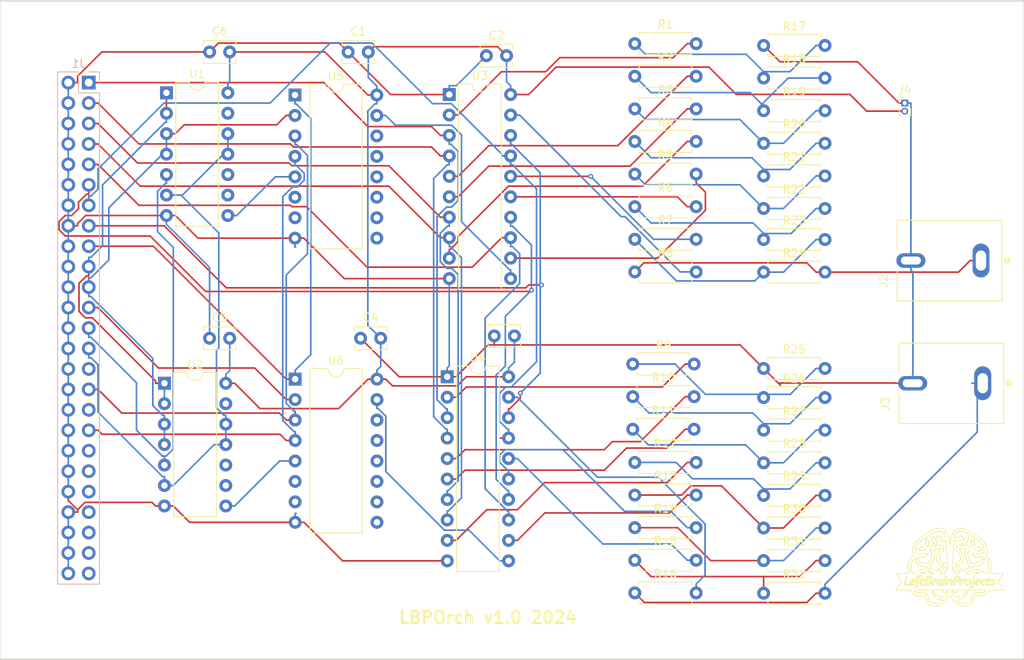
<source format=kicad_pcb>
(kicad_pcb (version 20240108) (generator "pcbnew") (generator_version "8.0")
  (layers (0 "F.Cu" signal) (31 "B.Cu" signal) (34 "B.Paste" user) (35 "F.Paste" user) (36 "B.SilkS" user "B.Silkscreen") (37 "F.SilkS" user "F.Silkscreen") (38 "B.Mask" user) (39 "F.Mask" user) (44 "Edge.Cuts" user))
  (net 0 "")
  (net 1 "+5V")
  (net 2 "GND")
  (net 3 "/A7")
  (net 4 "/A1")
  (net 5 "/XOUT")
  (net 6 "/D5")
  (net 7 "/A6")
  (net 8 "/A0")
  (net 9 "/A5")
  (net 10 "/EXTIOSEL")
  (net 11 "/XIN")
  (net 12 "/A4")
  (net 13 "/D4")
  (net 14 "/XWAIT")
  (net 15 "/XINT")
  (net 16 "/A2")
  (net 17 "/D6")
  (net 18 "/XMI")
  (net 20 "/D2")
  (net 21 "/D3")
  (net 22 "/D1")
  (net 23 "/XIDRQ")
  (net 24 "/A3")
  (net 25 "/D0")
  (net 26 "/XRESET")
  (net 27 "/D7")
  (net 28 "Net-(J2-In)")
  (net 29 "Net-(J3-In)")
  (net 30 "Net-(U3-O0)")
  (net 31 "Net-(R1-Pad1)")
  (net 32 "Net-(U3-O1)")
  (net 33 "Net-(R18-Pad2)")
  (net 34 "Net-(R19-Pad2)")
  (net 35 "Net-(U3-O2)")
  (net 36 "Net-(U3-O3)")
  (net 37 "Net-(R20-Pad2)")
  (net 38 "Net-(R21-Pad2)")
  (net 39 "Net-(U3-O4)")
  (net 40 "Net-(U3-O5)")
  (net 41 "Net-(R22-Pad2)")
  (net 42 "Net-(U3-O6)")
  (net 43 "Net-(R23-Pad2)")
  (net 44 "Net-(U3-O7)")
  (net 45 "Net-(U4-O0)")
  (net 46 "Net-(R25-Pad2)")
  (net 47 "Net-(U4-O1)")
  (net 48 "Net-(R10-Pad1)")
  (net 49 "Net-(U4-O2)")
  (net 50 "Net-(R11-Pad1)")
  (net 51 "Net-(U4-O3)")
  (net 52 "Net-(R12-Pad1)")
  (net 53 "Net-(U4-O4)")
  (net 54 "Net-(R13-Pad1)")
  (net 55 "Net-(R14-Pad1)")
  (net 56 "Net-(U4-O5)")
  (net 57 "Net-(R15-Pad1)")
  (net 58 "Net-(U4-O6)")
  (net 59 "Net-(U4-O7)")
  (net 60 "Net-(U5-E2)")
  (net 61 "Net-(U6-E2)")
  (net 62 "Net-(U3-Cp)")
  (net 63 "Net-(U4-Cp)")
  (footprint "Package_DIP:DIP-14_W7.62mm" (layer "F.Cu") (at 87.884 93.726)
    (property "Reference" "U2")
    (property "Value" "74LS30")
  )
  (footprint "Connector_PinHeader_1.00mm:PinHeader_1x02_P1.00mm_Vertical" (layer "F.Cu") (at 179.832 58.928)
    (property "Reference" "J4")
    (property "Value" "Conn_01x02_Pin" (hide yes))
  )
  (footprint "Package_DIP:DIP-20_W7.62mm" (layer "F.Cu") (at 123.2617 57.87)
    (property "Reference" "U3")
    (property "Value" "74LS374" (hide yes))
  )
  (footprint "Capacitor_THT:C_Disc_D3.8mm_W2.6mm_P2.50mm" (layer "F.Cu") (at 93.492 52.578)
    (property "Reference" "C6")
    (property "Value" "0.1")
  )
  (footprint "Resistor_THT:R_Axial_DIN0207_L6.3mm_D2.5mm_P7.62mm_Horizontal" (layer "F.Cu") (at 162.306 79.926)
    (property "Reference" "R24")
    (property "Value" "10k")
  )
  (footprint "Resistor_THT:R_Axial_DIN0207_L6.3mm_D2.5mm_P7.62mm_Horizontal" (layer "F.Cu") (at 162.306 51.774)
    (property "Reference" "R17")
    (property "Value" "10k")
  )
  (footprint "Resistor_THT:R_Axial_DIN0207_L6.3mm_D2.5mm_P7.62mm_Horizontal" (layer "F.Cu") (at 162.306 119.804)
    (property "Reference" "R32")
    (property "Value" "10k")
  )
  (footprint "Resistor_THT:R_Axial_DIN0207_L6.3mm_D2.5mm_P7.62mm_Horizontal" (layer "F.Cu") (at 162.306 55.824)
    (property "Reference" "R18")
    (property "Value" "10k")
  )
  (footprint "Capacitor_THT:C_Disc_D3.8mm_W2.6mm_P2.50mm" (layer "F.Cu") (at 112.248 88.138)
    (property "Reference" "C4")
    (property "Value" "0.1")
  )
  (footprint "Package_DIP:DIP-14_W7.62mm" (layer "F.Cu") (at 88.138 57.653)
    (property "Reference" "U1")
    (property "Value" "74LS30")
  )
  (footprint "Resistor_THT:R_Axial_DIN0207_L6.3mm_D2.5mm_P7.62mm_Horizontal" (layer "F.Cu") (at 162.306 95.504)
    (property "Reference" "R26")
    (property "Value" "10k")
  )
  (footprint "Resistor_THT:R_Axial_DIN0207_L6.3mm_D2.5mm_P7.62mm_Horizontal" (layer "F.Cu") (at 162.306 103.604)
    (property "Reference" "R28")
    (property "Value" "10k")
  )
  (footprint "Resistor_THT:R_Axial_DIN0207_L6.3mm_D2.5mm_P7.62mm_Horizontal" (layer "F.Cu") (at 146.304 51.548)
    (property "Reference" "R1")
    (property "Value" "20k")
  )
  (footprint "Resistor_THT:R_Axial_DIN0207_L6.3mm_D2.5mm_P7.62mm_Horizontal" (layer "F.Cu") (at 162.306 91.892)
    (property "Reference" "R25")
    (property "Value" "10k")
  )
  (footprint "Capacitor_THT:C_Disc_D3.8mm_W2.6mm_P2.50mm" (layer "F.Cu") (at 128.8497 87.842)
    (property "Reference" "C3" (hide yes))
    (property "Value" "0.1")
  )
  (footprint "Resistor_THT:R_Axial_DIN0207_L6.3mm_D2.5mm_P7.62mm_Horizontal" (layer "F.Cu") (at 162.306 107.654)
    (property "Reference" "R29")
    (property "Value" "10k")
  )
  (footprint "Resistor_THT:R_Axial_DIN0207_L6.3mm_D2.5mm_P7.62mm_Horizontal" (layer "F.Cu") (at 146.304 107.612)
    (property "Reference" "R13")
    (property "Value" "20k")
  )
  (footprint "Resistor_THT:R_Axial_DIN0207_L6.3mm_D2.5mm_P7.62mm_Horizontal" (layer "F.Cu") (at 162.306 63.924)
    (property "Reference" "R20")
    (property "Value" "10k")
  )
  (footprint "Package_DIP:DIP-16_W10.16mm" (layer "F.Cu") (at 104.1 57.927)
    (property "Reference" "U5")
    (property "Value" "74LS138")
  )
  (footprint "Resistor_THT:R_Axial_DIN0207_L6.3mm_D2.5mm_P7.62mm_Horizontal" (layer "F.Cu") (at 162.306 72.024)
    (property "Reference" "R22")
    (property "Value" "10k")
  )
  (footprint "Resistor_THT:R_Axial_DIN0207_L6.3mm_D2.5mm_P7.62mm_Horizontal" (layer "F.Cu") (at 162.306 115.754)
    (property "Reference" "R31")
    (property "Value" "10k")
  )
  (footprint "Resistor_THT:R_Axial_DIN0207_L6.3mm_D2.5mm_P7.62mm_Horizontal" (layer "F.Cu") (at 146.304 63.698)
    (property "Reference" "R4")
    (property "Value" "20k")
  )
  (footprint "rj:CUI_RCJ-054" (layer "F.Cu") (at 184.115 93.726 90)
    (property "Reference" "J3")
    (property "Value" "Conn_Coaxial")
  )
  (footprint "Resistor_THT:R_Axial_DIN0207_L6.3mm_D2.5mm_P7.62mm_Horizontal" (layer "F.Cu") (at 146.304 111.662)
    (property "Reference" "R14")
    (property "Value" "20k")
  )
  (footprint "Resistor_THT:R_Axial_DIN0207_L6.3mm_D2.5mm_P7.62mm_Horizontal" (layer "F.Cu") (at 146.304 119.762)
    (property "Reference" "R16")
    (property "Value" "20k")
  )
  (footprint "Package_DIP:DIP-16_W10.16mm" (layer "F.Cu") (at 104.12 93.218)
    (property "Reference" "U6")
    (property "Value" "74LS138")
  )
  (footprint "Resistor_THT:R_Axial_DIN0207_L6.3mm_D2.5mm_P7.62mm_Horizontal" (layer "F.Cu") (at 146.05 95.392)
    (property "Reference" "R10")
    (property "Value" "20k")
  )
  (footprint "Resistor_THT:R_Axial_DIN0207_L6.3mm_D2.5mm_P7.62mm_Horizontal" (layer "F.Cu") (at 162.306 111.704)
    (property "Reference" "R30")
    (property "Value" "10k")
  )
  (footprint "Capacitor_THT:C_Disc_D3.8mm_W2.6mm_P2.50mm" (layer "F.Cu") (at 127.8737 53.044)
    (property "Reference" "C2")
    (property "Value" "0.1")
  )
  (footprint "Resistor_THT:R_Axial_DIN0207_L6.3mm_D2.5mm_P7.62mm_Horizontal" (layer "F.Cu") (at 146.05 99.442)
    (property "Reference" "R11")
    (property "Value" "20k")
  )
  (footprint "Resistor_THT:R_Axial_DIN0207_L6.3mm_D2.5mm_P7.62mm_Horizontal" (layer "F.Cu") (at 146.304 103.562)
    (property "Reference" "R12")
    (property "Value" "20k")
  )
  (footprint "Resistor_THT:R_Axial_DIN0207_L6.3mm_D2.5mm_P7.62mm_Horizontal" (layer "F.Cu") (at 146.304 115.712)
    (property "Reference" "R15")
    (property "Value" "20k")
  )
  (footprint "Package_DIP:DIP-20_W7.62mm" (layer "F.Cu") (at 123.0077 92.922)
    (property "Reference" "U4")
    (property "Value" "74LS374")
  )
  (footprint "Resistor_THT:R_Axial_DIN0207_L6.3mm_D2.5mm_P7.62mm_Horizontal" (layer "F.Cu") (at 146.304 59.648)
    (property "Reference" "R3")
    (property "Value" "20k")
  )
  (footprint "Resistor_THT:R_Axial_DIN0207_L6.3mm_D2.5mm_P7.62mm_Horizontal" (layer "F.Cu") (at 146.304 71.798)
    (property "Reference" "R6")
    (property "Value" "20k")
  )
  (footprint "Resistor_THT:R_Axial_DIN0207_L6.3mm_D2.5mm_P7.62mm_Horizontal" (layer "F.Cu") (at 162.306 67.974)
    (property "Reference" "R21")
    (property "Value" "10k")
  )
  (footprint "Resistor_THT:R_Axial_DIN0207_L6.3mm_D2.5mm_P7.62mm_Horizontal" (layer "F.Cu") (at 146.304 79.898)
    (property "Reference" "R8")
    (property "Value" "20k")
  )
  (footprint "Resistor_THT:R_Axial_DIN0207_L6.3mm_D2.5mm_P7.62mm_Horizontal" (layer "F.Cu") (at 162.306 99.554)
    (property "Reference" "R27")
    (property "Value" "10k")
  )
  (footprint "Resistor_THT:R_Axial_DIN0207_L6.3mm_D2.5mm_P7.62mm_Horizontal" (layer "F.Cu") (at 162.306 59.874)
    (property "Reference" "R19")
    (property "Value" "10k")
  )
  (footprint "Capacitor_THT:C_Disc_D3.8mm_W2.6mm_P2.50mm" (layer "F.Cu") (at 93.492 88.138)
    (property "Reference" "C5")
    (property "Value" "0.1")
  )
  (footprint "Resistor_THT:R_Axial_DIN0207_L6.3mm_D2.5mm_P7.62mm_Horizontal" (layer "F.Cu") (at 146.304 55.598)
    (property "Reference" "R2")
    (property "Value" "20k")
  )
  (footprint "Resistor_THT:R_Axial_DIN0207_L6.3mm_D2.5mm_P7.62mm_Horizontal" (layer "F.Cu") (at 146.05 91.342)
    (property "Reference" "R9")
    (property "Value" "20k")
  )
  (footprint "Resistor_THT:R_Axial_DIN0207_L6.3mm_D2.5mm_P7.62mm_Horizontal" (layer "F.Cu") (at 162.306 75.876)
    (property "Reference" "R23")
    (property "Value" "10k")
  )
  (footprint "Resistor_THT:R_Axial_DIN0207_L6.3mm_D2.5mm_P7.62mm_Horizontal" (layer "F.Cu") (at 146.304 67.748)
    (property "Reference" "R5")
    (property "Value" "20k")
  )
  (footprint "Resistor_THT:R_Axial_DIN0207_L6.3mm_D2.5mm_P7.62mm_Horizontal" (layer "F.Cu") (at 146.304 75.848)
    (property "Reference" "R7")
    (property "Value" "20k")
  )
  (footprint "rj:CUI_RCJ-054" (layer "F.Cu") (at 183.896 78.486 90)
    (property "Reference" "J2")
    (property "Value" "Conn_Coaxial")
  )
  (footprint "Capacitor_THT:C_Disc_D3.8mm_W2.6mm_P2.50mm" (layer "F.Cu") (at 110.704 52.593)
    (property "Reference" "C1")
    (property "Value" "0.1")
  )
  (footprint "Connector_PinHeader_2.54mm:PinHeader_2x25_P2.54mm_Vertical" (layer "B.Cu") (at 78.486 56.388 180)
    (property "Reference" "J1")
    (property "Value" "Conn_02x25_Odd_Even")
  )
  (gr_line (start 190.424072 118.092099) (end 190.438489 118.091817) (layer "F.SilkS"))
  (gr_line (start 183.095933 118.036191) (end 183.088655 118.072886) (layer "F.SilkS"))
  (gr_line (start 182.056807 117.204035) (end 182.035225 117.207505) (layer "F.SilkS"))
  (gr_line (start 184.841053 117.725202) (end 184.838391 117.729488) (layer "F.SilkS"))
  (gr_line (start 187.443624 113.565767) (end 187.445956 113.58687) (layer "F.SilkS"))
  (gr_line (start 182.088209 118.013169) (end 182.093231 118.003288) (layer "F.SilkS"))
  (gr_line (start 190.475913 115.819936) (end 190.407051 115.681171) (layer "F.SilkS"))
  (gr_line (start 190.780462 118.340236) (end 190.784934 118.348482) (layer "F.SilkS"))
  (gr_line (start 184.641962 118.52723) (end 184.6351 118.574268) (layer "F.SilkS"))
  (gr_line (start 184.428384 120.660275) (end 184.488242 120.664506) (layer "F.SilkS"))
  (gr_line (start 184.322193 118.156703) (end 184.30572 118.157333) (layer "F.SilkS"))
  (gr_line (start 185.904975 119.419567) (end 185.899576 119.43051) (layer "F.SilkS"))
  (gr_line (start 186.225802 119.674936) (end 186.230008 119.667327) (layer "F.SilkS"))
  (gr_line (start 181.729137 118.135253) (end 181.731098 118.132188) (layer "F.SilkS"))
  (gr_line (start 183.858255 118.394959) (end 183.852558 118.409989) (layer "F.SilkS"))
  (gr_line (start 187.444009 118.542339) (end 187.445387 118.552696) (layer "F.SilkS"))
  (gr_line (start 184.870873 117.695089) (end 184.86706 117.697654) (layer "F.SilkS"))
  (gr_line (start 182.376983 116.467398) (end 182.337421 116.451935) (layer "F.SilkS"))
  (gr_line (start 187.199761 113.117191) (end 187.181901 113.145414) (layer "F.SilkS"))
  (gr_line (start 181.495979 120.112647) (end 181.549877 120.116515) (layer "F.SilkS"))
  (gr_line (start 180.556467 118.389244) (end 180.551573 118.407358) (layer "F.SilkS"))
  (gr_line (start 188.145674 113.896317) (end 188.164956 113.941548) (layer "F.SilkS"))
  (gr_line (start 189.395325 118.510507) (end 189.39576 118.530676) (layer "F.SilkS"))
  (gr_line (start 186.488535 113.295871) (end 186.523193 113.288748) (layer "F.SilkS"))
  (gr_line (start 187.682049 113.231244) (end 187.691615 113.213249) (layer "F.SilkS"))
  (gr_line (start 187.70663 115.16924) (end 187.718308 115.227836) (layer "F.SilkS"))
  (gr_line (start 181.867972 118.166161) (end 181.862443 118.164068) (layer "F.SilkS"))
  (gr_line (start 188.462159 117.683121) (end 188.457728 117.681841) (layer "F.SilkS"))
  (gr_line (start 184.609063 114.024789) (end 184.597005 114.005093) (layer "F.SilkS"))
  (gr_line (start 187.498251 119.606824) (end 187.489991 119.607383) (layer "F.SilkS"))
  (gr_line (start 184.196413 118.182542) (end 184.181905 118.188919) (layer "F.SilkS"))
  (gr_line (start 186.701044 118.096163) (end 186.709972 118.072364) (layer "F.SilkS"))
  (gr_line (start 186.732557 121.335029) (end 186.811076 121.356955) (layer "F.SilkS"))
  (gr_line (start 188.466897 113.741743) (end 188.480574 113.770626) (layer "F.SilkS"))
  (gr_line (start 184.342056 118.4037) (end 184.34755 118.395698) (layer "F.SilkS"))
  (gr_line (start 184.643128 121.080747) (end 184.708255 121.030986) (layer "F.SilkS"))
  (gr_line (start 187.61138 113.330996) (end 187.624687 113.315442) (layer "F.SilkS"))
  (gr_line (start 186.982597 112.703972) (end 186.976008 112.695078) (layer "F.SilkS"))
  (gr_line (start 186.272537 119.481884) (end 186.284645 119.419622) (layer "F.SilkS"))
  (gr_line (start 182.959602 118.094163) (end 182.968001 118.083941) (layer "F.SilkS"))
  (gr_line (start 187.343022 112.240709) (end 187.282371 112.215225) (layer "F.SilkS"))
  (gr_line (start 183.526863 118.110207) (end 183.523613 118.101088) (layer "F.SilkS"))
  (gr_line (start 181.114911 118.097878) (end 181.10955 118.09167) (layer "F.SilkS"))
  (gr_line (start 185.923167 120.800648) (end 185.978214 120.863057) (layer "F.SilkS"))
  (gr_line (start 186.266517 114.505035) (end 186.279084 114.525175) (layer "F.SilkS"))
  (gr_line (start 184.329977 118.41908) (end 184.336198 118.411498) (layer "F.SilkS"))
  (gr_line (start 188.215929 119.007275) (end 188.225588 118.987047) (layer "F.SilkS"))
  (gr_line (start 184.4285 114.714676) (end 184.379974 114.765711) (layer "F.SilkS"))
  (gr_line (start 188.365383 113.075114) (end 188.357545 113.072774) (layer "F.SilkS"))
  (gr_line (start 188.498677 117.811479) (end 188.500753 117.806519) (layer "F.SilkS"))
  (gr_line (start 188.983041 118.785173) (end 188.993675 118.776449) (layer "F.SilkS"))
  (gr_line (start 188.792565 117.204844) (end 188.770801 117.20339) (layer "F.SilkS"))
  (gr_line (start 180.687948 118.558781) (end 180.687152 118.565074) (layer "F.SilkS"))
  (gr_line (start 184.97821 117.700263) (end 184.975063 117.696254) (layer "F.SilkS"))
  (gr_line (start 184.336392 118.826348) (end 184.34112 118.828947) (layer "F.SilkS"))
  (gr_line (start 186.873566 116.079167) (end 186.899992 116.054762) (layer "F.SilkS"))
  (gr_line (start 187.49638 118.312191) (end 187.489492 118.324699) (layer "F.SilkS"))
  (gr_line (start 186.694848 115.683647) (end 186.726012 115.647011) (layer "F.SilkS"))
  (gr_line (start 182.116674 117.907922) (end 182.116807 117.896926) (layer "F.SilkS"))
  (gr_line (start 187.476181 116.833389) (end 187.537368 116.797018) (layer "F.SilkS"))
  (gr_line (start 184.159726 120.233505) (end 184.208409 120.244805) (layer "F.SilkS"))
  (gr_line (start 184.101474 112.680962) (end 184.083273 112.677287) (layer "F.SilkS"))
  (gr_line (start 189.278965 114.446615) (end 189.283034 114.435018) (layer "F.SilkS"))
  (gr_line (start 188.849142 118.469195) (end 188.878868 118.45726) (layer "F.SilkS"))
  (gr_line (start 188.908335 118.705344) (end 188.930493 118.704812) (layer "F.SilkS"))
  (gr_line (start 187.475507 118.811559) (end 187.489267 118.817644) (layer "F.SilkS"))
  (gr_line (start 188.419397 113.589678) (end 188.426053 113.620935) (layer "F.SilkS"))
  (gr_line (start 188.51574 118.585329) (end 188.517384 118.598723) (layer "F.SilkS"))
  (gr_line (start 189.516825 115.516082) (end 189.508038 115.516811) (layer "F.SilkS"))
  (gr_line (start 181.250806 114.745377) (end 181.322864 114.793625) (layer "F.SilkS"))
  (gr_line (start 180.699743 118.638011) (end 180.702544 118.643579) (layer "F.SilkS"))
  (gr_line (start 181.662392 114.203367) (end 181.650162 114.218441) (layer "F.SilkS"))
  (gr_line (start 186.579253 114.877062) (end 186.538244 114.820608) (layer "F.SilkS"))
  (gr_line (start 187.770054 118.798529) (end 187.78715 118.790194) (layer "F.SilkS"))
  (gr_line (start 186.319112 120.667049) (end 186.37946 120.665425) (layer "F.SilkS"))
  (gr_line (start 186.092862 112.853557) (end 186.104496 112.86386) (layer "F.SilkS"))
  (gr_line (start 190.232679 119.623041) (end 190.263882 119.577271) (layer "F.SilkS"))
  (gr_line (start 182.118579 118.199138) (end 182.126474 118.20056) (layer "F.SilkS"))
  (gr_line (start 181.277559 115.524132) (end 181.269228 115.527557) (layer "F.SilkS"))
  (gr_line (start 181.136031 119.059379) (end 181.128234 119.108991) (layer "F.SilkS"))
  (gr_line (start 184.946356 113.560159) (end 184.953074 113.68749) (layer "F.SilkS"))
  (gr_line (start 190.451101 118.177323) (end 190.45781 118.172533) (layer "F.SilkS"))
  (gr_line (start 188.940687 114.51491) (end 188.989268 114.520062) (layer "F.SilkS"))
  (gr_line (start 188.255287 114.940709) (end 188.253303 114.949106) (layer "F.SilkS"))
  (gr_line (start 182.611618 118.128252) (end 182.615216 118.139958) (layer "F.SilkS"))
  (gr_line (start 186.669381 112.718302) (end 186.63673 112.735468) (layer "F.SilkS"))
  (gr_line (start 184.991376 119.532525) (end 184.991205 119.521026) (layer "F.SilkS"))
  (gr_line (start 182.108535 117.962048) (end 182.111149 117.951394) (layer "F.SilkS"))
  (gr_line (start 182.533533 113.066388) (end 182.525483 113.067975) (layer "F.SilkS"))
  (gr_line (start 184.985467 114.068631) (end 185.000338 114.195314) (layer "F.SilkS"))
  (gr_line (start 182.337421 116.451935) (end 182.297313 116.437786) (layer "F.SilkS"))
  (gr_line (start 184.503264 113.899052) (end 184.439067 113.875381) (layer "F.SilkS"))
  (gr_line (start 190.931862 118.196668) (end 190.951382 118.188398) (layer "F.SilkS"))
  (gr_line (start 186.759498 118.820122) (end 186.769083 118.820839) (layer "F.SilkS"))
  (gr_line (start 189.623491 118.846817) (end 189.635225 118.844133) (layer "F.SilkS"))
  (gr_line (start 187.102562 114.327996) (end 187.00025 114.29724) (layer "F.SilkS"))
  (gr_line (start 182.7571 113.197909) (end 182.743649 113.180258) (layer "F.SilkS"))
  (gr_line (start 188.666801 119.74085) (end 188.621427 119.760053) (layer "F.SilkS"))
  (gr_line (start 187.189344 118.04557) (end 187.178419 118.046776) (layer "F.SilkS"))
  (gr_line (start 185.155988 119.754722) (end 185.172967 119.701136) (layer "F.SilkS"))
  (gr_line (start 190.98701 118.646834) (end 190.989497 118.629437) (layer "F.SilkS"))
  (gr_line (start 185.996286 112.042378) (end 185.961095 112.078982) (layer "F.SilkS"))
  (gr_line (start 187.455124 118.447106) (end 187.4517 118.457661) (layer "F.SilkS"))
  (gr_line (start 187.637395 113.299434) (end 187.649496 113.282992) (layer "F.SilkS"))
  (gr_line (start 186.209536 114.354306) (end 186.214384 114.376597) (layer "F.SilkS"))
  (gr_line (start 186.472531 120.869797) (end 186.522166 120.897031) (layer "F.SilkS"))
  (gr_line (start 184.763964 112.483466) (end 184.745959 112.452147) (layer "F.SilkS"))
  (gr_line (start 184.562811 113.305713) (end 184.598311 113.30282) (layer "F.SilkS"))
  (gr_line (start 188.082968 113.256601) (end 188.073211 113.27623) (layer "F.SilkS"))
  (gr_line (start 180.683074 118.808967) (end 180.696329 118.814978) (layer "F.SilkS"))
  (gr_line (start 183.336075 118.816715) (end 183.345322 118.814401) (layer "F.SilkS"))
  (gr_line (start 184.939629 117.860527) (end 184.945864 117.857172) (layer "F.SilkS"))
  (gr_line (start 182.097777 117.993218) (end 182.101846 117.982977) (layer "F.SilkS"))
  (gr_line (start 181.537275 117.925156) (end 181.534236 117.939388) (layer "F.SilkS"))
  (gr_line (start 189.264141 120.121651) (end 189.318357 120.120286) (layer "F.SilkS"))
  (gr_line (start 184.09284 113.172559) (end 184.122816 113.19247) (layer "F.SilkS"))
  (gr_line (start 186.200978 114.264114) (end 186.201501 114.286734) (layer "F.SilkS"))
  (gr_line (start 186.47621 117.838034) (end 186.466752 117.832627) (layer "F.SilkS"))
  (gr_line (start 190.557393 117.035133) (end 190.577937 116.958492) (layer "F.SilkS"))
  (gr_line (start 190.576822 118.821405) (end 190.591546 118.8272) (layer "F.SilkS"))
  (gr_line (start 189.466661 113.74663) (end 189.377271 113.650687) (layer "F.SilkS"))
  (gr_line (start 182.816195 118.302701) (end 182.785461 118.299043) (layer "F.SilkS"))
  (gr_line (start 190.156992 116.026639) (end 190.140499 115.982813) (layer "F.SilkS"))
  (gr_line (start 187.313576 118.425824) (end 187.310844 118.447037) (layer "F.SilkS"))
  (gr_line (start 186.107592 119.75697) (end 186.115563 119.755374) (layer "F.SilkS"))
  (gr_line (start 183.420932 113.626335) (end 183.425266 113.605768) (layer "F.SilkS"))
  (gr_line (start 180.978623 118.429028) (end 180.990763 118.423315) (layer "F.SilkS"))
  (gr_line (start 182.054453 114.945485) (end 182.137937 114.930359) (layer "F.SilkS"))
  (gr_line (start 183.085526 117.758147) (end 183.073944 117.749474) (layer "F.SilkS"))
  (gr_line (start 182.886177 118.31578) (end 182.879938 118.313596) (layer "F.SilkS"))
  (gr_line (start 185.084937 116.804605) (end 185.069077 116.779937) (layer "F.SilkS"))
  (gr_line (start 187.716317 113.157287) (end 187.723185 113.138036) (layer "F.SilkS"))
  (gr_line (start 190.45781 118.172533) (end 190.46432 118.167392) (layer "F.SilkS"))
  (gr_line (start 189.313172 115.695486) (end 189.340254 115.657258) (layer "F.SilkS"))
  (gr_line (start 188.013228 118.223264) (end 188.008107 118.211045) (layer "F.SilkS"))
  (gr_line (start 189.839428 118.207622) (end 189.845262 118.205203) (layer "F.SilkS"))
  (gr_line (start 189.773143 118.215428) (end 189.779154 118.216103) (layer "F.SilkS"))
  (gr_line (start 180.917984 115.000187) (end 180.934403 115.023727) (layer "F.SilkS"))
  (gr_line (start 189.247049 114.499572) (end 189.254941 114.489792) (layer "F.SilkS"))
  (gr_line (start 183.927652 120.143801) (end 183.972282 120.166056) (layer "F.SilkS"))
  (gr_line (start 188.850427 120.06837) (end 188.81923 120.078411) (layer "F.SilkS"))
  (gr_line (start 184.842384 112.779582) (end 184.850514 112.765503) (layer "F.SilkS"))
  (gr_line (start 181.884405 114.516613) (end 181.932991 114.511507) (layer "F.SilkS"))
  (gr_line (start 185.732918 119.80729) (end 185.756549 119.858118) (layer "F.SilkS"))
  (gr_line (start 181.553422 119.747203) (end 181.586119 119.747511) (layer "F.SilkS"))
  (gr_line (start 184.575002 112.943341) (end 184.605531 112.939627) (layer "F.SilkS"))
  (gr_line (start 183.948193 118.544293) (end 183.947368 118.553667) (layer "F.SilkS"))
  (gr_line (start 186.036285 112.690908) (end 186.029657 112.728149) (layer "F.SilkS"))
  (gr_line (start 186.530593 117.88907) (end 186.524497 117.880651) (layer "F.SilkS"))
  (gr_line (start 181.043242 118.046509) (end 181.035625 118.043824) (layer "F.SilkS"))
  (gr_line (start 183.533124 118.138511) (end 183.531626 118.128947) (layer "F.SilkS"))
  (gr_line (start 190.605587 118.339128) (end 190.60607 118.350442) (layer "F.SilkS"))
  (gr_line (start 186.757396 116.163469) (end 186.787903 116.144468) (layer "F.SilkS"))
  (gr_line (start 183.135622 117.810127) (end 183.126725 117.798653) (layer "F.SilkS"))
  (gr_line (start 186.574095 111.744585) (end 186.523643 111.754449) (layer "F.SilkS"))
  (gr_line (start 189.27578 118.333675) (end 189.269047 118.351222) (layer "F.SilkS"))
  (gr_line (start 181.839229 118.159604) (end 181.833254 118.159499) (layer "F.SilkS"))
  (gr_line (start 183.29178 113.358587) (end 183.322384 113.386257) (layer "F.SilkS"))
  (gr_line (start 186.009371 118.779486) (end 186.082207 118.384371) (layer "F.SilkS"))
  (gr_line (start 180.862611 118.365942) (end 180.872925 118.359893) (layer "F.SilkS"))
  (gr_line (start 183.221515 111.984004) (end 183.166521 112.01485) (layer "F.SilkS"))
  (gr_line (start 184.672941 114.263371) (end 184.672414 114.24077) (layer "F.SilkS"))
  (gr_line (start 184.683561 116.217728) (end 184.689309 116.211862) (layer "F.SilkS"))
  (gr_line (start 188.882368 120.059752) (end 188.850427 120.06837) (layer "F.SilkS"))
  (gr_line (start 181.222556 115.556994) (end 181.219467 115.594764) (layer "F.SilkS"))
  (gr_line (start 186.307575 114.564002) (end 186.314808 114.578777) (layer "F.SilkS"))
  (gr_line (start 183.275584 119.627071) (end 183.268437 119.631251) (layer "F.SilkS"))
  (gr_line (start 182.222356 115.318084) (end 182.277567 115.29977) (layer "F.SilkS"))
  (gr_line (start 189.288776 114.411159) (end 189.290429 114.39898) (layer "F.SilkS"))
  (gr_line (start 183.022896 117.948978) (end 183.02178 117.937072) (layer "F.SilkS"))
  (gr_line (start 184.389937 115.874872) (end 184.429179 115.902082) (layer "F.SilkS"))
  (gr_line (start 184.372742 118.344116) (end 184.375626 118.335043) (layer "F.SilkS"))
  (gr_line (start 182.941394 116.425989) (end 182.940908 116.431079) (layer "F.SilkS"))
  (gr_line (start 188.212028 113.104309) (end 188.194137 113.118613) (layer "F.SilkS"))
  (gr_line (start 187.618672 117.39528) (end 187.645056 117.395753) (layer "F.SilkS"))
  (gr_line (start 183.962676 118.489254) (end 183.959117 118.4982) (layer "F.SilkS"))
  (gr_line (start 184.357437 118.379133) (end 184.361825 118.370596) (layer "F.SilkS"))
  (gr_line (start 191.066229 118.093431) (end 191.052731 118.085162) (layer "F.SilkS"))
  (gr_line (start 188.407532 113.462018) (end 188.408249 113.494223) (layer "F.SilkS"))
  (gr_line (start 181.877658 117.712439) (end 181.888846 117.708459) (layer "F.SilkS"))
  (gr_line (start 186.033896 113.234478) (end 186.067491 113.249652) (layer "F.SilkS"))
  (gr_line (start 190.806536 118.379102) (end 190.81282 118.386094) (layer "F.SilkS"))
  (gr_line (start 185.507246 118.830779) (end 185.512075 118.831969) (layer "F.SilkS"))
  (gr_line (start 189.397218 117.12077) (end 189.442788 117.149024) (layer "F.SilkS"))
  (gr_line (start 190.096579 118.044303) (end 190.092601 118.056658) (layer "F.SilkS"))
  (gr_line (start 187.023366 112.813417) (end 187.022064 112.802913) (layer "F.SilkS"))
  (gr_line (start 187.150903 113.916864) (end 187.089392 113.891121) (layer "F.SilkS"))
  (gr_line (start 186.105005 120.210968) (end 186.155373 120.226803) (layer "F.SilkS"))
  (gr_line (start 188.340661 114.829858) (end 188.333383 114.834211) (layer "F.SilkS"))
  (gr_line (start 189.07274 118.352357) (end 189.080557 118.342538) (layer "F.SilkS"))
  (gr_line (start 184.915808 118.075931) (end 184.915813 118.073209) (layer "F.SilkS"))
  (gr_line (start 181.89971 117.703533) (end 181.910186 117.697668) (layer "F.SilkS"))
  (gr_line (start 183.582814 118.11183) (end 183.575263 118.119818) (layer "F.SilkS"))
  (gr_line (start 190.817411 118.662153) (end 190.805993 118.659621) (layer "F.SilkS"))
  (gr_line (start 188.355211 117.84057) (end 188.358072 117.844162) (layer "F.SilkS"))
  (gr_line (start 189.681195 118.159506) (end 189.666643 118.16048) (layer "F.SilkS"))
  (gr_line (start 188.4142 113.558106) (end 188.419397 113.589678) (layer "F.SilkS"))
  (gr_line (start 185.183029 118.060643) (end 185.180631 118.061279) (layer "F.SilkS"))
  (gr_line (start 180.738854 118.686944) (end 180.744065 118.690834) (layer "F.SilkS"))
  (gr_line (start 187.954126 120.803389) (end 187.961916 120.794804) (layer "F.SilkS"))
  (gr_line (start 190.294149 118.037659) (end 190.299519 118.042727) (layer "F.SilkS"))
  (gr_line (start 184.828679 117.808692) (end 184.830129 117.81324) (layer "F.SilkS"))
  (gr_line (start 182.90923 121.244987) (end 182.948661 121.262595) (layer "F.SilkS"))
  (gr_line (start 190.961578 118.71144) (end 190.970626 118.697914) (layer "F.SilkS"))
  (gr_line (start 188.363343 120.763092) (end 188.366111 120.795748) (layer "F.SilkS"))
  (gr_line (start 182.79193 113.254032) (end 182.78125 113.234834) (layer "F.SilkS"))
  (gr_line (start 188.030836 113.510479) (end 188.033138 113.532463) (layer "F.SilkS"))
  (gr_line (start 187.555624 121.003148) (end 187.609965 120.986493) (layer "F.SilkS"))
  (gr_line (start 182.575921 115.068728) (end 182.592909 115.043532) (layer "F.SilkS"))
  (gr_line (start 187.600269 119.633354) (end 187.593126 119.629168) (layer "F.SilkS"))
  (gr_line (start 183.72199 120.001865) (end 183.760517 120.034227) (layer "F.SilkS"))
  (gr_line (start 180.954555 118.037722) (end 180.946242 118.039325) (layer "F.SilkS"))
  (gr_line (start 183.852612 118.747317) (end 183.860546 118.758262) (layer "F.SilkS"))
  (gr_line (start 181.834605 118.763772) (end 181.846366 118.780392) (layer "F.SilkS"))
  (gr_line (start 183.126725 117.798653) (end 183.117243 117.787697) (layer "F.SilkS"))
  (gr_line (start 188.496353 117.816352) (end 188.498677 117.811479) (layer "F.SilkS"))
  (gr_line (start 186.976902 118.085174) (end 186.971964 118.076754) (layer "F.SilkS"))
  (gr_line (start 185.205334 119.476933) (end 185.205212 119.448132) (layer "F.SilkS"))
  (gr_line (start 188.897135 113.207369) (end 188.794818 113.126239) (layer "F.SilkS"))
  (gr_line (start 183.154677 115.225622) (end 183.166411 115.167037) (layer "F.SilkS"))
  (gr_line (start 181.035722 118.395144) (end 181.045988 118.386862) (layer "F.SilkS"))
  (gr_line (start 183.94992 118.600376) (end 183.951751 118.609568) (layer "F.SilkS"))
  (gr_line (start 188.770801 117.20339) (end 188.749001 117.202956) (layer "F.SilkS"))
  (gr_line (start 189.223435 115.801434) (end 189.284636 115.732274) (layer "F.SilkS"))
  (gr_line (start 182.833635 113.573719) (end 182.838102 113.551874) (layer "F.SilkS"))
  (gr_line (start 183.769366 115.710183) (end 183.780207 115.746319) (layer "F.SilkS"))
  (gr_line (start 186.263732 116.88918) (end 186.242704 116.896974) (layer "F.SilkS"))
  (gr_line (start 187.728519 118.677442) (end 187.739804 118.670164) (layer "F.SilkS"))
  (gr_line (start 189.36786 118.192698) (end 189.354969 118.206582) (layer "F.SilkS"))
  (gr_line (start 190.579173 118.732103) (end 190.571521 118.740564) (layer "F.SilkS"))
  (gr_line (start 184.984903 119.475053) (end 184.981893 119.463663) (layer "F.SilkS"))
  (gr_line (start 183.07947 118.638252) (end 183.090353 118.620545) (layer "F.SilkS"))
  (gr_line (start 188.511962 113.826438) (end 188.529638 113.853263) (layer "F.SilkS"))
  (gr_line (start 185.166712 118.066478) (end 185.164483 118.06757) (layer "F.SilkS"))
  (gr_line (start 189.44853 115.533379) (end 189.440503 115.537372) (layer "F.SilkS"))
  (gr_line (start 183.331405 117.384351) (end 183.357678 117.378884) (layer "F.SilkS"))
  (gr_line (start 190.631827 118.689965) (end 190.622333 118.695925) (layer "F.SilkS"))
  (gr_line (start 182.248321 118.173119) (end 182.254949 118.168358) (layer "F.SilkS"))
  (gr_line (start 189.732749 118.203312) (end 189.738272 118.20582) (layer "F.SilkS"))
  (gr_line (start 186.605195 117.266861) (end 186.600802 117.23398) (layer "F.SilkS"))
  (gr_line (start 186.203144 114.218973) (end 186.201527 114.241513) (layer "F.SilkS"))
  (gr_line (start 183.263445 113.328884) (end 183.29178 113.358587) (layer "F.SilkS"))
  (gr_line (start 184.896928 119.721457) (end 184.906187 119.714035) (layer "F.SilkS"))
  (gr_line (start 182.51898 115.138284) (end 182.538913 115.116121) (layer "F.SilkS"))
  (gr_line (start 180.819907 114.360062) (end 180.81364 114.438719) (layer "F.SilkS"))
  (gr_line (start 187.442847 113.50125) (end 187.442048 113.522927) (layer "F.SilkS"))
  (gr_line (start 187.621832 118.834846) (end 187.641201 118.833416) (layer "F.SilkS"))
  (gr_line (start 185.96383 117.218843) (end 185.959075 117.241033) (layer "F.SilkS"))
  (gr_line (start 189.256478 114.271019) (end 189.246273 114.254126) (layer "F.SilkS"))
  (gr_line (start 180.92609 113.901676) (end 180.900371 113.975946) (layer "F.SilkS"))
  (gr_line (start 181.92021 117.690873) (end 181.925031 117.68713) (layer "F.SilkS"))
  (gr_line (start 190.175302 117.115952) (end 190.206271 117.03909) (layer "F.SilkS"))
  (gr_line (start 186.978571 112.974842) (end 186.984996 112.965829) (layer "F.SilkS"))
  (gr_line (start 190.013226 118.732168) (end 190.023385 118.750768) (layer "F.SilkS"))
  (gr_line (start 182.517532 113.069939) (end 182.509692 113.072271) (layer "F.SilkS"))
  (gr_line (start 182.664458 114.025381) (end 182.687872 113.982814) (layer "F.SilkS"))
  (gr_line (start 187.529418 118.266192) (end 187.520374 118.277053) (layer "F.SilkS"))
  (gr_line (start 182.037997 118.197209) (end 182.025601 118.225778) (layer "F.SilkS"))
  (gr_line (start 182.19281 120.145299) (end 182.165774 120.128763) (layer "F.SilkS"))
  (gr_line (start 181.277628 114.023114) (end 181.257958 114.081533) (layer "F.SilkS"))
  (gr_line (start 186.005804 118.783673) (end 186.009354 118.779481) (layer "F.SilkS"))
  (gr_line (start 188.333383 114.834211) (end 188.326338 114.838891) (layer "F.SilkS"))
  (gr_line (start 186.545351 118.099908) (end 186.549663 118.090671) (layer "F.SilkS"))
  (gr_line (start 188.382609 116.922062) (end 188.347903 116.940449) (layer "F.SilkS"))
  (gr_line (start 183.650554 116.957026) (end 183.716814 116.983274) (layer "F.SilkS"))
  (gr_line (start 180.829169 114.790802) (end 180.835966 114.818625) (layer "F.SilkS"))
  (gr_line (start 182.97486 118.43447) (end 182.974204 118.42775) (layer "F.SilkS"))
  (gr_line (start 181.02788 118.041498) (end 181.02002 118.039535) (layer "F.SilkS"))
  (gr_line (start 181.183909 119.633947) (end 181.212008 119.650831) (layer "F.SilkS"))
  (gr_line (start 186.890655 121.375137) (end 186.971154 121.38952) (layer "F.SilkS"))
  (gr_line (start 188.634168 118.78948) (end 188.645755 118.797263) (layer "F.SilkS"))
  (gr_line (start 184.80858 116.557731) (end 184.782199 116.54612) (layer "F.SilkS"))
  (gr_line (start 189.132379 116.933655) (end 189.096783 116.915553) (layer "F.SilkS"))
  (gr_line (start 183.910886 112.990634) (end 183.933449 113.021101) (layer "F.SilkS"))
  (gr_line (start 184.008379 113.103615) (end 184.035558 113.12812) (layer "F.SilkS"))
  (gr_line (start 185.128969 112.428735) (end 185.109443 112.379864) (layer "F.SilkS"))
  (gr_line (start 181.682991 113.462325) (end 181.589005 113.553385) (layer "F.SilkS"))
  (gr_line (start 186.778654 118.820784) (end 186.788164 118.819966) (layer "F.SilkS"))
  (gr_line (start 186.154916 112.899255) (end 186.168379 112.90661) (layer "F.SilkS"))
  (gr_line (start 186.985104 118.102769) (end 186.981284 118.093855) (layer "F.SilkS"))
  (gr_line (start 184.990997 119.543986) (end 184.991376 119.532525) (layer "F.SilkS"))
  (gr_line (start 187.703055 112.863646) (end 187.696086 112.859081) (layer "F.SilkS"))
  (gr_line (start 189.331114 118.235822) (end 189.320171 118.251132) (layer "F.SilkS"))
  (gr_line (start 190.081714 118.16151) (end 190.083145 118.175114) (layer "F.SilkS"))
  (gr_line (start 187.697596 115.110179) (end 187.70663 115.16924) (layer "F.SilkS"))
  (gr_line (start 185.095275 118.164812) (end 185.073059 118.207034) (layer "F.SilkS"))
  (gr_line (start 181.02071 118.756858) (end 181.030202 118.747133) (layer "F.SilkS"))
  (gr_line (start 181.852367 117.284612) (end 181.83402 117.29828) (layer "F.SilkS"))
  (gr_line (start 188.902859 114.957487) (end 188.987125 114.959748) (layer "F.SilkS"))
  (gr_line (start 184.009973 118.367634) (end 184.004047 118.382767) (layer "F.SilkS"))
  (gr_line (start 187.630604 118.190815) (end 187.617833 118.197002) (layer "F.SilkS"))
  (gr_line (start 181.155315 118.960925) (end 181.145061 119.010016) (layer "F.SilkS"))
  (gr_line (start 181.925031 117.68713) (end 181.929716 117.683157) (layer "F.SilkS"))
  (gr_line (start 188.501992 117.728239) (end 188.500062 117.723197) (layer "F.SilkS"))
  (gr_line (start 187.084479 113.56292) (end 187.088179 113.596959) (layer "F.SilkS"))
  (gr_line (start 185.417571 113.825231) (end 185.412714 113.746058) (layer "F.SilkS"))
  (gr_line (start 185.77171 116.830429) (end 185.758024 116.856718) (layer "F.SilkS"))
  (gr_line (start 183.0365 117.727281) (end 183.0232 117.721229) (layer "F.SilkS"))
  (gr_line (start 182.049262 118.65455) (end 182.033012 118.65236) (layer "F.SilkS"))
  (gr_line (start 186.731128 118.813237) (end 186.740474 118.816331) (layer "F.SilkS"))
  (gr_line (start 188.554427 120.247616) (end 188.53329 120.270474) (layer "F.SilkS"))
  (gr_line (start 188.666188 118.536562) (end 188.666889 118.546715) (layer "F.SilkS"))
  (gr_line (start 182.957617 118.751977) (end 182.992906 118.729031) (layer "F.SilkS"))
  (gr_line (start 186.721342 113.212074) (end 186.752143 113.193747) (layer "F.SilkS"))
  (gr_line (start 183.585218 116.928689) (end 183.650554 116.957026) (layer "F.SilkS"))
  (gr_line (start 182.134405 118.201604) (end 182.142359 118.202272) (layer "F.SilkS"))
  (gr_line (start 182.306069 116.853747) (end 182.26818 116.846029) (layer "F.SilkS"))
  (gr_line (start 184.786386 118.069651) (end 184.778025 118.07273) (layer "F.SilkS"))
  (gr_line (start 187.000595 121.045981) (end 187.111642 121.055206) (layer "F.SilkS"))
  (gr_line (start 182.05146 118.169046) (end 182.058402 118.173948) (layer "F.SilkS"))
  (gr_line (start 183.385287 113.723886) (end 183.394209 113.70518) (layer "F.SilkS"))
  (gr_line (start 190.931147 118.748357) (end 190.941811 118.736668) (layer "F.SilkS"))
  (gr_line (start 183.716332 113.80559) (end 183.729122 113.785076) (layer "F.SilkS"))
  (gr_line (start 189.16729 116.953643) (end 189.132379 116.933655) (layer "F.SilkS"))
  (gr_line (start 185.264438 118.120327) (end 185.26225 118.115775) (layer "F.SilkS"))
  (gr_line (start 184.958271 119.652216) (end 184.963822 119.642211) (layer "F.SilkS"))
  (gr_line (start 190.354336 118.07751) (end 190.367765 118.08251) (layer "F.SilkS"))
  (gr_line (start 181.301724 118.228957) (end 181.303545 118.25623) (layer "F.SilkS"))
  (gr_line (start 187.943473 117.309464) (end 187.965533 117.294983) (layer "F.SilkS"))
  (gr_line (start 186.0801 112.549599) (end 186.066652 112.583695) (layer "F.SilkS"))
  (gr_line (start 182.838102 113.551874) (end 182.841492 113.529942) (layer "F.SilkS"))
  (gr_line (start 187.308873 111.835249) (end 187.248929 111.815982) (layer "F.SilkS"))
  (gr_line (start 184.252392 120.632731) (end 184.310395 120.644344) (layer "F.SilkS"))
  (gr_line (start 189.343959 118.762065) (end 189.355681 118.771787) (layer "F.SilkS"))
  (gr_line (start 187.821782 120.896957) (end 187.873006 120.868801) (layer "F.SilkS"))
  (gr_line (start 186.950557 117.0507) (end 187.019318 117.030939) (layer "F.SilkS"))
  (gr_line (start 190.539085 118.788606) (end 190.533881 118.799311) (layer "F.SilkS"))
  (gr_line (start 184.403502 116.935712) (end 184.383313 116.961897) (layer "F.SilkS"))
  (gr_line (start 189.512768 118.22127) (end 189.502172 118.229918) (layer "F.SilkS"))
  (gr_line (start 181.99255 117.217502) (end 181.971534 117.22403) (layer "F.SilkS"))
  (gr_line (start 189.267205 117.024969) (end 189.309367 117.058719) (layer "F.SilkS"))
  (gr_line (start 185.910414 119.652679) (end 185.91644 119.662436) (layer "F.SilkS"))
  (gr_line (start 182.081295 118.661195) (end 182.065365 118.657498) (layer "F.SilkS"))
  (gr_line (start 180.883948 118.16978) (end 180.880699 118.172134) (layer "F.SilkS"))
  (gr_line (start 184.912786 117.868492) (end 184.91971 117.867334) (layer "F.SilkS"))
  (gr_line (start 188.81299 118.208689) (end 188.803673 118.215099) (layer "F.SilkS"))
  (gr_line (start 182.0785 117.201584) (end 182.056807 117.204035) (layer "F.SilkS"))
  (gr_line (start 187.610208 112.833303) (end 187.601949 112.833267) (layer "F.SilkS"))
  (gr_line (start 186.214285 116.239146) (end 186.221418 116.243552) (layer "F.SilkS"))
  (gr_line (start 187.109678 113.698814) (end 187.120389 113.73249) (layer "F.SilkS"))
  (gr_line (start 188.669287 118.566877) (end 188.670981 118.57687) (layer "F.SilkS"))
  (gr_line (start 186.143287 118.226147) (end 186.155591 118.232939) (layer "F.SilkS"))
  (gr_line (start 187.337025 114.678855) (end 187.333513 114.79067) (layer "F.SilkS"))
  (gr_line (start 187.44473 113.479443) (end 187.442847 113.50125) (layer "F.SilkS"))
  (gr_line (start 188.467872 117.85194) (end 188.470575 117.849651) (layer "F.SilkS"))
  (gr_line (start 182.325684 113.876275) (end 182.344682 113.850261) (layer "F.SilkS"))
  (gr_line (start 182.957131 118.550849) (end 182.9653 118.534915) (layer "F.SilkS"))
  (gr_line (start 183.54327 118.165354) (end 183.538143 118.175521) (layer "F.SilkS"))
  (gr_line (start 188.479436 117.690571) (end 188.4752 117.688354) (layer "F.SilkS"))
  (gr_line (start 187.977321 118.580172) (end 187.984256 118.56127) (layer "F.SilkS"))
  (gr_line (start 188.744942 114.052701) (end 188.774784 114.069228) (layer "F.SilkS"))
  (gr_line (start 183.97664 118.670465) (end 183.981894 118.678469) (layer "F.SilkS"))
  (gr_line (start 184.638663 119.666554) (end 184.642861 119.674167) (layer "F.SilkS"))
  (gr_line (start 186.131217 119.75107) (end 186.138873 119.74837) (layer "F.SilkS"))
  (gr_line (start 185.412714 113.746058) (end 185.406411 113.667032) (layer "F.SilkS"))
  (gr_line (start 186.244723 114.463506) (end 186.255065 114.484465) (layer "F.SilkS"))
  (gr_line (start 187.481738 119.608329) (end 187.473508 119.609666) (layer "F.SilkS"))
  (gr_line (start 184.619543 116.256935) (end 184.627661 116.253942) (layer "F.SilkS"))
  (gr_line (start 181.520286 118.417381) (end 181.51619 118.384554) (layer "F.SilkS"))
  (gr_line (start 183.709552 113.172741) (end 183.693106 113.143721) (layer "F.SilkS"))
  (gr_line (start 187.115678 118.064457) (end 187.105849 118.069066) (layer "F.SilkS"))
  (gr_line (start 184.276364 117.200347) (end 184.270236 117.232838) (layer "F.SilkS"))
  (gr_line (start 190.166387 118.83584) (end 190.178538 118.836558) (layer "F.SilkS"))
  (gr_line (start 187.447719 113.457534) (end 187.44473 113.479443) (layer "F.SilkS"))
  (gr_line (start 181.950784 117.231577) (end 181.930337 117.240144) (layer "F.SilkS"))
  (gr_line (start 182.02229 116.049587) (end 182.06444 116.065572) (layer "F.SilkS"))
  (gr_line (start 188.92613 118.045967) (end 188.917963 118.048474) (layer "F.SilkS"))
  (gr_line (start 181.845156 118.16012) (end 181.839229 118.159604) (layer "F.SilkS"))
  (gr_line (start 181.693089 116.328174) (end 181.727536 116.340461) (layer "F.SilkS"))
  (gr_line (start 183.738868 118.043203) (end 183.727854 118.043889) (layer "F.SilkS"))
  (gr_line (start 182.101846 117.982977) (end 182.105432 117.972581) (layer "F.SilkS"))
  (gr_line (start 184.331823 118.823562) (end 184.336392 118.826348) (layer "F.SilkS"))
  (gr_line (start 187.694114 113.925771) (end 187.713654 113.934411) (layer "F.SilkS"))
  (gr_line (start 183.82258 115.849333) (end 183.839813 115.881746) (layer "F.SilkS"))
  (gr_line (start 189.616135 114.085591) (end 189.596521 114.027153) (layer "F.SilkS"))
  (gr_line (start 188.620929 114.415918) (end 188.663933 114.436451) (layer "F.SilkS"))
  (gr_line (start 187.391756 118.753373) (end 187.402297 118.763204) (layer "F.SilkS"))
  (gr_line (start 181.013992 118.410257) (end 181.025052 118.402948) (layer "F.SilkS"))
  (gr_line (start 187.060423 118.098721) (end 187.0522 118.105916) (layer "F.SilkS"))
  (gr_line (start 188.958982 118.04012) (end 188.950766 118.040967) (layer "F.SilkS"))
  (gr_line (start 189.841549 118.092785) (end 189.825672 118.084616) (layer "F.SilkS"))
  (gr_line (start 189.694337 114.570997) (end 189.692347 114.509143) (layer "F.SilkS"))
  (gr_line (start 184.953074 113.68749) (end 184.961833 113.814695) (layer "F.SilkS"))
  (gr_line (start 184.644878 118.817399) (end 184.653374 118.818816) (layer "F.SilkS"))
  (gr_line (start 183.802555 118.597412) (end 183.803428 118.610714) (layer "F.SilkS"))
  (gr_line (start 182.197504 118.196564) (end 182.205139 118.194286) (layer "F.SilkS"))
  (gr_line (start 182.905661 120.792349) (end 182.913443 120.800942) (layer "F.SilkS"))
  (gr_line (start 186.287115 116.500057) (end 186.257778 116.502868) (layer "F.SilkS"))
  (gr_line (start 182.993411 116.536171) (end 183.046825 116.583965) (layer "F.SilkS"))
  (gr_line (start 184.53503 116.266943) (end 184.573009 116.264215) (layer "F.SilkS"))
  (gr_line (start 180.523558 118.527007) (end 180.52265 118.540857) (layer "F.SilkS"))
  (gr_line (start 189.574769 113.969412) (end 189.550893 113.912429) (layer "F.SilkS"))
  (gr_line (start 183.097656 120.920526) (end 183.203589 120.965389) (layer "F.SilkS"))
  (gr_line (start 183.458234 118.055599) (end 183.452751 118.057193) (layer "F.SilkS"))
  (gr_line (start 184.31734 117.075516) (end 184.304682 117.105829) (layer "F.SilkS"))
  (gr_line (start 180.799022 118.485584) (end 180.749013 118.503452) (layer "F.SilkS"))
  (gr_line (start 184.597005 114.005093) (end 184.583922 113.985907) (layer "F.SilkS"))
  (gr_line (start 186.578845 114.231193) (end 186.577168 114.252531) (layer "F.SilkS"))
  (gr_line (start 184.55503 116.497743) (end 184.5252 116.497633) (layer "F.SilkS"))
  (gr_line (start 182.95958 116.949637) (end 182.935268 116.913643) (layer "F.SilkS"))
  (gr_line (start 187.087303 117.009011) (end 187.154463 116.984942) (layer "F.SilkS"))
  (gr_line (start 188.025101 118.261592) (end 188.021742 118.248554) (layer "F.SilkS"))
  (gr_line (start 187.449084 119.616049) (end 187.441076 119.618979) (layer "F.SilkS"))
  (gr_line (start 183.755299 115.321887) (end 183.747643 115.39948) (layer "F.SilkS"))
  (gr_line (start 182.641595 118.179243) (end 182.654362 118.183393) (layer "F.SilkS"))
  (gr_line (start 188.993675 118.776449) (end 189.003915 118.767182) (layer "F.SilkS"))
  (gr_line (start 183.534 118.167645) (end 183.534319 118.157888) (layer "F.SilkS"))
  (gr_line (start 183.723354 113.9152) (end 183.663451 113.945146) (layer "F.SilkS"))
  (gr_line (start 190.498122 118.112179) (end 190.498508 118.108102) (layer "F.SilkS"))
  (gr_line (start 184.277389 118.718633) (end 184.277395 118.729) (layer "F.SilkS"))
  (gr_line (start 189.440503 115.537372) (end 189.432642 115.541769) (layer "F.SilkS"))
  (gr_line (start 184.351673 113.287694) (end 184.386325 113.294851) (layer "F.SilkS"))
  (gr_line (start 184.491364 120.808108) (end 184.583386 120.739068) (layer "F.SilkS"))
  (gr_line (start 186.649758 112.103117) (end 186.613721 112.109805) (layer "F.SilkS"))
  (gr_line (start 182.817576 115.970601) (end 182.852766 115.91395) (layer "F.SilkS"))
  (gr_line (start 182.9653 118.534915) (end 182.972742 118.518425) (layer "F.SilkS"))
  (gr_line (start 189.254941 114.489792) (end 189.262089 114.479564) (layer "F.SilkS"))
  (gr_line (start 184.21128 116.21046) (end 184.245017 116.223482) (layer "F.SilkS"))
  (gr_line (start 181.390718 115.517534) (end 181.382101 115.515566) (layer "F.SilkS"))
  (gr_line (start 189.973824 113.980352) (end 189.948177 113.906056) (layer "F.SilkS"))
  (gr_line (start 183.788352 113.426221) (end 183.783852 113.392989) (layer "F.SilkS"))
  (gr_line (start 180.795045 118.24551) (end 180.785055 118.256612) (layer "F.SilkS"))
  (gr_line (start 183.5831 113.976702) (end 183.599454 113.958963) (layer "F.SilkS"))
  (gr_line (start 186.624587 117.766441) (end 186.613993 117.757966) (layer "F.SilkS"))
  (gr_line (start 190.617075 118.227231) (end 190.614605 118.238232) (layer "F.SilkS"))
  (gr_line (start 188.430804 117.678886) (end 188.426335 117.67916) (layer "F.SilkS"))
  (gr_line (start 190.533273 117.111228) (end 190.557393 117.035133) (layer "F.SilkS"))
  (gr_line (start 189.473448 115.523832) (end 189.465019 115.526608) (layer "F.SilkS"))
  (gr_line (start 180.549396 118.673448) (end 180.555446 118.685613) (layer "F.SilkS"))
  (gr_line (start 188.619629 117.22173) (end 188.598664 117.228421) (layer "F.SilkS"))
  (gr_line (start 188.999524 118.041769) (end 188.991529 118.040674) (layer "F.SilkS"))
  (gr_line (start 184.185124 113.22762) (end 184.217328 113.242835) (layer "F.SilkS"))
  (gr_line (start 186.032975 112.78016) (end 186.041662 112.793731) (layer "F.SilkS"))
  (gr_line (start 182.498151 115.159404) (end 182.51898 115.138284) (layer "F.SilkS"))
  (gr_line (start 184.637418 111.860611) (end 184.592474 111.83731) (layer "F.SilkS"))
  (gr_line (start 184.119485 112.685323) (end 184.101474 112.680962) (layer "F.SilkS"))
  (gr_line (start 190.614605 118.238232) (end 190.612426 118.249291) (layer "F.SilkS"))
  (gr_line (start 187.436832 118.78979) (end 187.449278 118.79761) (layer "F.SilkS"))
  (gr_line (start 189.611657 115.535459) (end 189.603461 115.531605) (layer "F.SilkS"))
  (gr_line (start 180.253142 116.72139) (end 180.263048 116.799002) (layer "F.SilkS"))
  (gr_line (start 190.841222 118.410985) (end 190.849093 118.416367) (layer "F.SilkS"))
  (gr_line (start 186.438323 118.366644) (end 186.45982 118.356585) (layer "F.SilkS"))
  (gr_line (start 183.386992 119.60634) (end 183.378741 119.605386) (layer "F.SilkS"))
  (gr_line (start 188.730385 120.116638) (end 188.702448 120.131939) (layer "F.SilkS"))
  (gr_line (start 182.656446 117.86511) (end 182.649632 117.875156) (layer "F.SilkS"))
  (gr_line (start 181.407762 113.742716) (end 181.377545 113.797035) (layer "F.SilkS"))
  (gr_line (start 190.437138 118.185844) (end 190.444205 118.181761) (layer "F.SilkS"))
  (gr_line (start 186.258342 120.666081) (end 186.319112 120.667049) (layer "F.SilkS"))
  (gr_line (start 182.220452 114.908708) (end 182.301616 114.880498) (layer "F.SilkS"))
  (gr_line (start 184.684147 116.033503) (end 184.729517 116.049827) (layer "F.SilkS"))
  (gr_line (start 184.008956 112.66963) (end 183.990092 112.669522) (layer "F.SilkS"))
  (gr_line (start 185.238203 118.390728) (end 185.233913 118.405058) (layer "F.SilkS"))
  (gr_line (start 181.804707 118.711753) (end 181.813779 118.729422) (layer "F.SilkS"))
  (gr_line (start 180.995881 118.035899) (end 180.987691 118.035459) (layer "F.SilkS"))
  (gr_line (start 186.788465 116.716069) (end 186.77388 116.696706) (layer "F.SilkS"))
  (gr_line (start 186.168379 112.90661) (end 186.182139 112.91335) (layer "F.SilkS"))
  (gr_line (start 188.007965 119.034847) (end 188.002101 119.036683) (layer "F.SilkS"))
  (gr_line (start 180.465493 115.676345) (end 180.429445 115.745009) (layer "F.SilkS"))
  (gr_line (start 186.30439 113.968114) (end 186.290267 113.986736) (layer "F.SilkS"))
  (gr_line (start 188.251497 112.327499) (end 188.125604 112.255504) (layer "F.SilkS"))
  (gr_line (start 187.124559 113.265555) (end 187.113866 113.297121) (layer "F.SilkS"))
  (gr_line (start 182.227377 118.1853) (end 182.234521 118.181592) (layer "F.SilkS"))
  (gr_line (start 179.451289 118.381483) (end 178.739275 119.408169) (layer "F.SilkS"))
  (gr_line (start 190.651773 118.8427) (end 190.667029 118.844686) (layer "F.SilkS"))
  (gr_line (start 186.662156 117.804734) (end 186.653505 117.794545) (layer "F.SilkS"))
  (gr_line (start 185.069077 116.779937) (end 185.052175 116.756124) (layer "F.SilkS"))
  (gr_line (start 184.223622 114.995708) (end 184.194412 115.058634) (layer "F.SilkS"))
  (gr_line (start 186.383024 113.307317) (end 186.418387 113.305167) (layer "F.SilkS"))
  (gr_line (start 186.56071 120.261586) (end 186.610446 120.254954) (layer "F.SilkS"))
  (gr_line (start 183.56996 114.398201) (end 183.471149 114.439316) (layer "F.SilkS"))
  (gr_line (start 188.735332 114.933563) (end 188.8188 114.94877) (layer "F.SilkS"))
  (gr_line (start 183.140317 115.283648) (end 183.154677 115.225622) (layer "F.SilkS"))
  (gr_line (start 187.849777 117.3565) (end 187.873934 117.346398) (layer "F.SilkS"))
  (gr_line (start 187.986963 117.279438) (end 188.007719 117.262841) (layer "F.SilkS"))
  (gr_line (start 190.697638 118.382718) (end 190.685576 118.376329) (layer "F.SilkS"))
  (gr_line (start 184.189258 112.709447) (end 184.172194 112.702432) (layer "F.SilkS"))
  (gr_line (start 182.293462 118.079606) (end 182.292476 118.075569) (layer "F.SilkS"))
  (gr_line (start 179.964867 117.693858) (end 179.740471 118.815935) (layer "F.SilkS"))
  (gr_line (start 180.746471 118.39752) (end 180.758893 118.396922) (layer "F.SilkS"))
  (gr_line (start 190.989497 118.629437) (end 190.99053 118.612001) (layer "F.SilkS"))
  (gr_line (start 190.608945 118.271557) (end 190.607645 118.282753) (layer "F.SilkS"))
  (gr_line (start 181.078961 118.065086) (end 181.072176 118.060705) (layer "F.SilkS"))
  (gr_line (start 187.333513 114.79067) (end 187.335076 114.902121) (layer "F.SilkS"))
  (gr_line (start 187.111642 121.055206) (end 187.223218 121.055603) (layer "F.SilkS"))
  (gr_line (start 184.804691 111.973874) (end 184.764895 111.94265) (layer "F.SilkS"))
  (gr_line (start 188.034563 119.191089) (end 188.04046 119.186499) (layer "F.SilkS"))
  (gr_line (start 186.116541 112.873589) (end 186.128974 112.882737) (layer "F.SilkS"))
  (gr_line (start 183.341257 113.793787) (end 183.353474 113.77711) (layer "F.SilkS"))
  (gr_line (start 185.93807 118.821263) (end 185.948187 118.819073) (layer "F.SilkS"))
  (gr_line (start 188.105251 118.922874) (end 188.137576 118.867172) (layer "F.SilkS"))
  (gr_line (start 188.853074 118.187651) (end 188.842664 118.192196) (layer "F.SilkS"))
  (gr_line (start 181.740422 118.112571) (end 181.741556 118.109129) (layer "F.SilkS"))
  (gr_line (start 184.027725 112.67047) (end 184.008956 112.66963) (layer "F.SilkS"))
  (gr_line (start 188.362146 120.730616) (end 188.363343 120.763092) (layer "F.SilkS"))
  (gr_line (start 189.702203 118.18303) (end 189.706937 118.187023) (layer "F.SilkS"))
  (gr_line (start 183.989395 116.964652) (end 183.987675 116.989845) (layer "F.SilkS"))
  (gr_line (start 184.998118 117.778326) (end 184.998685 117.773571) (layer "F.SilkS"))
  (gr_line (start 184.38386 116.514758) (end 184.359185 116.521033) (layer "F.SilkS"))
  (gr_line (start 188.056564 113.316658) (end 188.049693 113.337384) (layer "F.SilkS"))
  (gr_line (start 181.524564 118.51549) (end 181.524458 118.482885) (layer "F.SilkS"))
  (gr_line (start 188.764529 118.84255) (end 188.778297 118.844291) (layer "F.SilkS"))
  (gr_line (start 186.007802 120.159213) (end 186.054978 120.192469) (layer "F.SilkS"))
  (gr_line (start 180.932385 118.816148) (end 180.956244 118.804505) (layer "F.SilkS"))
  (gr_line (start 187.83843 118.562324) (end 187.844712 118.550346) (layer "F.SilkS"))
  (gr_line (start 182.941845 116.456941) (end 182.942728 116.462151) (layer "F.SilkS"))
  (gr_line (start 184.968882 119.631972) (end 184.973446 119.621518) (layer "F.SilkS"))
  (gr_line (start 184.031693 118.324611) (end 184.023817 118.33854) (layer "F.SilkS"))
  (gr_line (start 183.473446 119.676709) (end 183.497946 119.723479) (layer "F.SilkS"))
  (gr_line (start 189.688104 114.447506) (end 189.681622 114.386145) (layer "F.SilkS"))
  (gr_line (start 187.814289 114.005398) (end 187.797022 113.95955) (layer "F.SilkS"))
  (gr_line (start 186.138026 116.11784) (end 186.139299 116.126006) (layer "F.SilkS"))
  (gr_line (start 183.122835 118.544216) (end 183.128066 118.524011) (layer "F.SilkS"))
  (gr_line (start 185.087705 112.332347) (end 185.063827 112.286233) (layer "F.SilkS"))
  (gr_line (start 184.292027 114.208734) (end 184.186259 114.225084) (layer "F.SilkS"))
  (gr_line (start 190.686777 118.116641) (end 190.675275 118.126748) (layer "F.SilkS"))
  (gr_line (start 188.971728 115.329859) (end 189.001194 115.32243) (layer "F.SilkS"))
  (gr_line (start 183.41273 118.078963) (end 183.408348 118.08276) (layer "F.SilkS"))
  (gr_line (start 185.394645 118.212999) (end 185.382023 118.219381) (layer "F.SilkS"))
  (gr_line (start 186.760769 115.396753) (end 186.753149 115.327111) (layer "F.SilkS"))
  (gr_line (start 186.591363 113.269608) (end 186.624748 113.257614) (layer "F.SilkS"))
  (gr_line (start 184.905782 117.869081) (end 184.912786 117.868492) (layer "F.SilkS"))
  (gr_line (start 187.914124 119.114525) (end 187.911605 119.120074) (layer "F.SilkS"))
  (gr_line (start 182.557908 115.09293) (end 182.575921 115.068728) (layer "F.SilkS"))
  (gr_line (start 182.517499 114.819335) (end 182.509584 114.816018) (layer "F.SilkS"))
  (gr_line (start 184.884107 116.599388) (end 184.859573 116.58439) (layer "F.SilkS"))
  (gr_line (start 182.983527 118.06217) (end 182.990615 118.050634) (layer "F.SilkS"))
  (gr_line (start 181.813779 118.729422) (end 181.823744 118.746772) (layer "F.SilkS"))
  (gr_line (start 182.703237 116.662692) (end 182.670016 116.636223) (layer "F.SilkS"))
  (gr_line (start 185.743565 118.1692) (end 185.741612 118.161705) (layer "F.SilkS"))
  (gr_line (start 181.144909 118.176813) (end 181.144704 118.162905) (layer "F.SilkS"))
  (gr_line (start 187.763689 112.049561) (end 187.709581 112.017058) (layer "F.SilkS"))
  (gr_line (start 183.345783 119.605411) (end 183.337623 119.606362) (layer "F.SilkS"))
  (gr_line (start 184.560402 120.257805) (end 184.611305 120.249813) (layer "F.SilkS"))
  (gr_line (start 187.183451 119.969282) (end 187.218999 119.933149) (layer "F.SilkS"))
  (gr_line (start 190.474193 117.261333) (end 190.505549 117.186666) (layer "F.SilkS"))
  (gr_line (start 183.914456 118.277141) (end 183.902552 118.299116) (layer "F.SilkS"))
  (gr_line (start 187.105427 115.246771) (end 187.088753 115.171073) (layer "F.SilkS"))
  (gr_line (start 187.547236 119.611426) (end 187.539208 119.609728) (layer "F.SilkS"))
  (gr_line (start 184.304682 117.105829) (end 184.293615 117.13678) (layer "F.SilkS"))
  (gr_line (start 180.984688 118.176371) (end 180.981613 118.173738) (layer "F.SilkS"))
  (gr_line (start 183.083559 118.109887) (end 183.080649 118.147093) (layer "F.SilkS"))
  (gr_line (start 185.063827 112.286233) (end 185.037885 112.241573) (layer "F.SilkS"))
  (gr_line (start 189.293485 118.706104) (end 189.302449 118.718197) (layer "F.SilkS"))
  (gr_line (start 188.931466 118.17044) (end 188.919793 118.171249) (layer "F.SilkS"))
  (gr_line (start 187.865916 116.336122) (end 187.861106 116.333835) (layer "F.SilkS"))
  (gr_line (start 187.484655 113.436891) (end 187.502371 113.42563) (layer "F.SilkS"))
  (gr_line (start 188.019987 119.03188) (end 188.013929 119.033244) (layer "F.SilkS"))
  (gr_line (start 183.515835 114.586835) (end 183.507918 114.557037) (layer "F.SilkS"))
  (gr_line (start 184.183595 116.610006) (end 184.164782 116.625459) (layer "F.SilkS"))
  (gr_line (start 190.498698 118.104009) (end 190.498691 118.099907) (layer "F.SilkS"))
  (gr_line (start 188.001813 119.207604) (end 188.008723 119.205177) (layer "F.SilkS"))
  (gr_line (start 181.141483 118.217667) (end 181.143284 118.204212) (layer "F.SilkS"))
  (gr_line (start 180.910957 118.331089) (end 180.919574 118.322801) (layer "F.SilkS"))
  (gr_line (start 184.540028 118.069226) (end 184.516587 118.059829) (layer "F.SilkS"))
  (gr_line (start 182.075773 116.834621) (end 182.037187 116.837816) (layer "F.SilkS"))
  (gr_line (start 186.024859 112.766073) (end 186.032975 112.78016) (layer "F.SilkS"))
  (gr_line (start 182.505494 120.727774) (end 182.505181 120.695522) (layer "F.SilkS"))
  (gr_line (start 187.210776 113.946868) (end 187.150903 113.916864) (layer "F.SilkS"))
  (gr_line (start 186.581944 114.209846) (end 186.578845 114.231193) (layer "F.SilkS"))
  (gr_line (start 188.774 118.396605) (end 188.786134 118.39365) (layer "F.SilkS"))
  (gr_line (start 190.883391 118.434112) (end 190.892623 118.43753) (layer "F.SilkS"))
  (gr_line (start 183.607465 118.090255) (end 183.598932 118.09704) (layer "F.SilkS"))
  (gr_line (start 187.982241 118.165384) (end 187.974511 118.154852) (layer "F.SilkS"))
  (gr_line (start 186.994334 118.402901) (end 187.039243 118.356941) (layer "F.SilkS"))
  (gr_line (start 185.08503 119.906975) (end 185.111937 119.857803) (layer "F.SilkS"))
  (gr_line (start 184.953897 117.685597) (end 184.949484 117.684151) (layer "F.SilkS"))
  (gr_line (start 183.971153 112.670154) (end 183.952157 112.671536) (layer "F.SilkS"))
  (gr_line (start 188.031516 118.378491) (end 188.032127 118.370692) (layer "F.SilkS"))
  (gr_line (start 183.193698 112.848849) (end 183.186362 112.852685) (layer "F.SilkS"))
  (gr_line (start 189.300316 118.283019) (end 189.291426 118.299551) (layer "F.SilkS"))
  (gr_line (start 183.990498 118.43031) (end 183.987461 118.44682) (layer "F.SilkS"))
  (gr_line (start 186.424181 112.930994) (end 186.439514 112.926043) (layer "F.SilkS"))
  (gr_line (start 181.672831 115.299294) (end 181.626757 115.303117) (layer "F.SilkS"))
  (gr_line (start 186.281554 117.811948) (end 186.271392 117.815039) (layer "F.SilkS"))
  (gr_line (start 187.089392 113.891121) (end 187.026476 113.869679) (layer "F.SilkS"))
  (gr_line (start 186.994553 118.179089) (end 186.995491 118.169326) (layer "F.SilkS"))
  (gr_line (start 189.410206 115.557372) (end 189.403162 115.563374) (layer "F.SilkS"))
  (gr_line (start 187.656744 113.905876) (end 187.675137 113.916249) (layer "F.SilkS"))
  (gr_line (start 187.723576 117.389875) (end 187.749396 117.385525) (layer "F.SilkS"))
  (gr_line (start 182.750269 118.720508) (end 182.766277 118.715077) (layer "F.SilkS"))
  (gr_line (start 186.241125 113.298992) (end 186.27654 113.303635) (layer "F.SilkS"))
  (gr_line (start 181.745975 118.084095) (end 181.746087 118.080425) (layer "F.SilkS"))
  (gr_line (start 182.935268 116.913643) (end 182.90984 116.878633) (layer "F.SilkS"))
  (gr_line (start 187.093597 113.630992) (end 187.100755 113.664962) (layer "F.SilkS"))
  (gr_line (start 184.760201 116.97648) (end 184.743271 116.962469) (layer "F.SilkS"))
  (gr_line (start 187.76134 118.654223) (end 187.771563 118.645587) (layer "F.SilkS"))
  (gr_line (start 183.361663 112.857903) (end 183.354102 112.853362) (layer "F.SilkS"))
  (gr_line (start 184.102701 118.240162) (end 184.091002 118.250713) (layer "F.SilkS"))
  (gr_line (start 189.236451 118.505491) (end 189.235872 118.521032) (layer "F.SilkS"))
  (gr_line (start 186.146397 119.745312) (end 186.153774 119.741898) (layer "F.SilkS"))
  (gr_line (start 188.52605 118.638076) (end 188.530153 118.650845) (layer "F.SilkS"))
  (gr_line (start 187.873669 118.458756) (end 187.875492 118.444728) (layer "F.SilkS"))
  (gr_line (start 183.79253 113.493449) (end 183.791252 113.459727) (layer "F.SilkS"))
  (gr_line (start 181.380232 116.098527) (end 181.40293 116.125638) (layer "F.SilkS"))
  (gr_line (start 188.885622 118.177049) (end 188.87457 118.180066) (layer "F.SilkS"))
  (gr_line (start 186.535295 118.117844) (end 186.540562 118.108972) (layer "F.SilkS"))
  (gr_line (start 188.054384 120.392065) (end 188.040195 120.439247) (layer "F.SilkS"))
  (gr_line (start 180.733 118.329548) (end 180.725709 118.342675) (layer "F.SilkS"))
  (gr_line (start 187.024523 112.834528) (end 187.024185 112.823961) (layer "F.SilkS"))
  (gr_line (start 185.912525 113.815125) (end 185.921407 113.687931) (layer "F.SilkS"))
  (gr_line (start 186.301036 118.404898) (end 186.324715 118.401249) (layer "F.SilkS"))
  (gr_line (start 190.941811 118.736668) (end 190.951964 118.72436) (layer "F.SilkS"))
  (gr_line (start 181.684397 119.7396) (end 181.717054 119.733976) (layer "F.SilkS"))
  (gr_line (start 188.892688 114.50741) (end 188.940687 114.51491) (layer "F.SilkS"))
  (gr_line (start 182.980245 116.351248) (end 182.976505 116.354735) (layer "F.SilkS"))
  (gr_line (start 188.235002 114.069266) (end 188.262179 114.109013) (layer "F.SilkS"))
  (gr_line (start 181.719305 115.297429) (end 181.672831 115.299294) (layer "F.SilkS"))
  (gr_line (start 184.722199 119.74462) (end 184.72972 119.747686) (layer "F.SilkS"))
  (gr_line (start 180.919574 118.322801) (end 180.927801 118.314103) (layer "F.SilkS"))
  (gr_line (start 188.584291 112.971804) (end 188.476181 112.898572) (layer "F.SilkS"))
  (gr_line (start 187.672415 118.053967) (end 187.652139 118.058295) (layer "F.SilkS"))
  (gr_line (start 187.915805 119.188943) (end 187.91828 119.192141) (layer "F.SilkS"))
  (gr_line (start 183.160585 113.9322) (end 183.180133 113.923579) (layer "F.SilkS"))
  (gr_line (start 182.040282 118.827707) (end 182.052615 118.825608) (layer "F.SilkS"))
  (gr_line (start 181.315525 118.337898) (end 181.321716 118.364969) (layer "F.SilkS"))
  (gr_line (start 181.320156 116.01113) (end 181.338804 116.041223) (layer "F.SilkS"))
  (gr_line (start 190.848766 118.045072) (end 190.834127 118.047428) (layer "F.SilkS"))
  (gr_line (start 185.969633 117.197053) (end 185.96383 117.218843) (layer "F.SilkS"))
  (gr_line (start 188.347927 117.734377) (end 188.345742 117.738491) (layer "F.SilkS"))
  (gr_line (start 181.736291 118.122622) (end 181.737787 118.119321) (layer "F.SilkS"))
  (gr_line (start 187.688201 114.871094) (end 187.686507 114.931111) (layer "F.SilkS"))
  (gr_line (start 184.953396 116.650756) (end 184.931057 116.632596) (layer "F.SilkS"))
  (gr_line (start 181.929105 117.664717) (end 181.919197 117.655481) (layer "F.SilkS"))
  (gr_line (start 184.825642 117.794736) (end 184.826434 117.799431) (layer "F.SilkS"))
  (gr_line (start 189.340254 115.657258) (end 189.365824 115.617613) (layer "F.SilkS"))
  (gr_line (start 188.354089 115.141118) (end 188.374896 115.162258) (layer "F.SilkS"))
  (gr_line (start 182.778961 120.297963) (end 182.758587 120.253724) (layer "F.SilkS"))
  (gr_line (start 182.185478 114.012743) (end 182.211877 113.992598) (layer "F.SilkS"))
  (gr_line (start 183.933449 113.021101) (end 183.957261 113.050094) (layer "F.SilkS"))
  (gr_line (start 180.907614 118.825581) (end 180.932385 118.816148) (layer "F.SilkS"))
  (gr_line (start 188.714043 118.345052) (end 188.71123 118.356717) (layer "F.SilkS"))
  (gr_line (start 185.251535 118.098702) (end 185.248388 118.094752) (layer "F.SilkS"))
  (gr_line (start 182.195265 118.74712) (end 182.204109 118.737256) (layer "F.SilkS"))
  (gr_line (start 188.247888 118.923191) (end 188.252995 118.900983) (layer "F.SilkS"))
  (gr_line (start 182.426914 117.315647) (end 182.409233 117.300803) (layer "F.SilkS"))
  (gr_line (start 180.96778 118.797872) (end 180.979027 118.790707) (layer "F.SilkS"))
  (gr_line (start 188.176244 116.096004) (end 188.222143 116.106908) (layer "F.SilkS"))
  (gr_line (start 183.896601 112.973345) (end 183.903502 112.98212) (layer "F.SilkS"))
  (gr_line (start 184.598311 113.30282) (end 184.633731 113.298212) (layer "F.SilkS"))
  (gr_line (start 189.599358 115.919735) (end 189.612075 115.886383) (layer "F.SilkS"))
  (gr_line (start 183.103783 115.397664) (end 183.123347 115.341025) (layer "F.SilkS"))
  (gr_line (start 186.496906 112.856683) (end 186.474687 112.887497) (layer "F.SilkS"))
  (gr_line (start 188.814256 117.207316) (end 188.792565 117.204844) (layer "F.SilkS"))
  (gr_line (start 190.315845 117.956358) (end 190.31733 117.945454) (layer "F.SilkS"))
  (gr_line (start 180.413993 118.755219) (end 180.414866 118.748193) (layer "F.SilkS"))
  (gr_line (start 183.14568 113.116292) (end 183.158676 113.155074) (layer "F.SilkS"))
  (gr_line (start 181.145027 119.191532) (end 181.172781 119.173162) (layer "F.SilkS"))
  (gr_line (start 183.235671 119.657229) (end 183.229806 119.663418) (layer "F.SilkS"))
  (gr_line (start 182.174123 118.201217) (end 182.181982 118.200031) (layer "F.SilkS"))
  (gr_line (start 188.339133 117.755551) (end 188.338009 117.75993) (layer "F.SilkS"))
  (gr_line (start 183.780207 115.746319) (end 183.792724 115.781582) (layer "F.SilkS"))
  (gr_line (start 184.963822 119.642211) (end 184.968882 119.631972) (layer "F.SilkS"))
  (gr_line (start 187.929807 119.088759) (end 187.922937 119.098649) (layer "F.SilkS"))
  (gr_line (start 189.502426 118.841544) (end 189.514524 118.844811) (layer "F.SilkS"))
  (gr_line (start 187.84297 115.564574) (end 187.872698 115.61738) (layer "F.SilkS"))
  (gr_line (start 182.615492 118.735727) (end 182.63273 118.736678) (layer "F.SilkS"))
  (gr_line (start 181.306447 118.283498) (end 181.310438 118.310731) (layer "F.SilkS"))
  (gr_line (start 180.855993 118.8376) (end 180.882095 118.83275) (layer "F.SilkS"))
  (gr_line (start 187.920825 117.322868) (end 187.943473 117.309464) (layer "F.SilkS"))
  (gr_line (start 181.303545 118.25623) (end 181.306447 118.283498) (layer "F.SilkS"))
  (gr_line (start 187.58162 118.219011) (end 187.570313 118.227442) (layer "F.SilkS"))
  (gr_line (start 182.08014 118.186299) (end 182.087644 118.189637) (layer "F.SilkS"))
  (gr_line (start 190.488083 118.143357) (end 190.490005 118.139666) (layer "F.SilkS"))
  (gr_line (start 182.165771 118.077927) (end 182.179379 118.081891) (layer "F.SilkS"))
  (gr_line (start 184.846281 117.842758) (end 184.849431 117.846541) (layer "F.SilkS"))
  (gr_line (start 181.810792 116.895805) (end 181.774562 116.911994) (layer "F.SilkS"))
  (gr_line (start 181.732255 114.137713) (end 181.702674 114.161978) (layer "F.SilkS"))
  (gr_line (start 187.77033 118.046633) (end 187.756408 118.046153) (layer "F.SilkS"))
  (gr_line (start 186.688043 116.611221) (end 186.668484 116.596632) (layer "F.SilkS"))
  (gr_line (start 186.869837 118.084438) (end 186.843 118.124429) (layer "F.SilkS"))
  (gr_line (start 186.285235 116.882386) (end 186.263732 116.88918) (layer "F.SilkS"))
  (gr_line (start 187.344085 119.770422) (end 187.370669 119.72536) (layer "F.SilkS"))
  (gr_line (start 188.490682 116.877542) (end 188.454068 116.890602) (layer "F.SilkS"))
  (gr_line (start 182.476471 115.179462) (end 182.498151 115.159404) (layer "F.SilkS"))
  (gr_line (start 181.428332 117.14513) (end 181.473929 117.11692) (layer "F.SilkS"))
  (gr_line (start 186.402885 115.928765) (end 186.443149 115.903061) (layer "F.SilkS"))
  (gr_line (start 188.093667 113.237414) (end 188.082968 113.256601) (layer "F.SilkS"))
  (gr_line (start 185.663522 119.477156) (end 185.666062 119.534365) (layer "F.SilkS"))
  (gr_line (start 184.726674 116.149169) (end 184.729095 116.141341) (layer "F.SilkS"))
  (gr_line (start 184.418755 118.793179) (end 184.422302 118.788297) (layer "F.SilkS"))
  (gr_line (start 182.440375 113.114651) (end 182.434647 113.120667) (layer "F.SilkS"))
  (gr_line (start 189.352724 117.09066) (end 189.397218 117.12077) (layer "F.SilkS"))
  (gr_line (start 190.728042 118.845263) (end 190.743158 118.843597) (layer "F.SilkS"))
  (gr_line (start 188.821218 118.381494) (end 188.832419 118.376389) (layer "F.SilkS"))
  (gr_line (start 184.287857 121.279063) (end 184.362403 121.246321) (layer "F.SilkS"))
  (gr_line (start 187.418993 112.907616) (end 187.389719 112.926278) (layer "F.SilkS"))
  (gr_line (start 185.742099 118.248031) (end 185.744069 118.240016) (layer "F.SilkS"))
  (gr_line (start 188.494303 120.318872) (end 188.476509 120.344327) (layer "F.SilkS"))
  (gr_line (start 179.740471 118.815935) (end 180.396048 118.816253) (layer "F.SilkS"))
  (gr_line (start 181.249176 115.848273) (end 181.260269 115.882328) (layer "F.SilkS"))
  (gr_line (start 181.887848 118.082949) (end 181.815247 118.161717) (layer "F.SilkS"))
  (gr_line (start 184.26618 116.55736) (end 184.244489 116.569078) (layer "F.SilkS"))
  (gr_line (start 185.89478 119.441593) (end 185.890582 119.452797) (layer "F.SilkS"))
  (gr_line (start 189.872395 118.111615) (end 189.857133 118.101784) (layer "F.SilkS"))
  (gr_line (start 185.747701 118.200135) (end 185.747233 118.192283) (layer "F.SilkS"))
  (gr_line (start 189.546909 118.19833) (end 189.535153 118.205459) (layer "F.SilkS"))
  (gr_line (start 184.734093 116.117158) (end 184.734979 116.108908) (layer "F.SilkS"))
  (gr_line (start 187.868099 118.256461) (end 187.863119 118.247672) (layer "F.SilkS"))
  (gr_line (start 181.675239 114.188923) (end 181.662392 114.203367) (layer "F.SilkS"))
  (gr_line (start 189.036198 116.370713) (end 189.073011 116.363565) (layer "F.SilkS"))
  (gr_line (start 187.016337 118.147736) (end 187.010335 118.15721) (layer "F.SilkS"))
  (gr_line (start 188.470903 117.686375) (end 188.466554 117.684632) (layer "F.SilkS"))
  (gr_line (start 188.420138 113.332682) (end 188.41463 113.364988) (layer "F.SilkS"))
  (gr_line (start 183.548371 120.240668) (end 183.590007 120.28156) (layer "F.SilkS"))
  (gr_line (start 187.654472 118.710572) (end 187.667498 118.706373) (layer "F.SilkS"))
  (gr_line (start 185.204507 119.505609) (end 185.205334 119.476933) (layer "F.SilkS"))
  (gr_line (start 188.849895 116.052902) (end 188.932063 116.015808) (layer "F.SilkS"))
  (gr_line (start 187.389719 112.926278) (end 187.361618 112.946226) (layer "F.SilkS"))
  (gr_line (start 181.143284 118.204212) (end 181.144431 118.190588) (layer "F.SilkS"))
  (gr_line (start 182.221506 118.087593) (end 182.235784 118.087381) (layer "F.SilkS"))
  (gr_line (start 187.916856 119.109101) (end 187.914124 119.114525) (layer "F.SilkS"))
  (gr_line (start 190.364276 118.727812) (end 190.379792 118.726592) (layer "F.SilkS"))
  (gr_line (start 190.839155 118.585309) (end 190.836659 118.571889) (layer "F.SilkS"))
  (gr_line (start 185.608078 118.806332) (end 185.61173 118.802828) (layer "F.SilkS"))
  (gr_line (start 182.393826 113.767671) (end 182.407531 113.738801) (layer "F.SilkS"))
  (gr_line (start 180.733869 118.682842) (end 180.738854 118.686944) (layer "F.SilkS"))
  (gr_line (start 188.342054 117.816977) (end 188.343764 117.821116) (layer "F.SilkS"))
  (gr_line (start 182.982742 116.986599) (end 182.95958 116.949637) (layer "F.SilkS"))
  (gr_line (start 183.185696 114.98884) (end 183.186766 114.928928) (layer "F.SilkS"))
  (gr_line (start 186.826564 116.778072) (end 186.814834 116.756787) (layer "F.SilkS"))
  (gr_line (start 188.977108 118.186053) (end 188.979116 118.173148) (layer "F.SilkS"))
  (gr_line (start 181.823744 118.746772) (end 181.834605 118.763772) (layer "F.SilkS"))
  (gr_line (start 189.919387 113.832849) (end 189.887481 113.760833) (layer "F.SilkS"))
  (gr_line (start 188.458357 113.205052) (end 188.446338 113.236615) (layer "F.SilkS"))
  (gr_line (start 184.472491 116.863488) (end 184.448119 116.886446) (layer "F.SilkS"))
  (gr_line (start 190.591546 118.8272) (end 190.60643 118.832221) (layer "F.SilkS"))
  (gr_line (start 190.731505 118.405061) (end 190.720617 118.397103) (layer "F.SilkS"))
  (gr_line (start 184.824437 112.806182) (end 184.833684 112.793145) (layer "F.SilkS"))
  (gr_line (start 188.864031 118.70443) (end 188.886176 118.705216) (layer "F.SilkS"))
  (gr_line (start 184.873206 118.061664) (end 184.864486 118.060598) (layer "F.SilkS"))
  (gr_line (start 181.547239 118.247913) (end 181.536857 118.260784) (layer "F.SilkS"))
  (gr_line (start 182.827729 120.436717) (end 182.813587 120.38952) (layer "F.SilkS"))
  (gr_line (start 185.502452 118.829358) (end 185.507246 118.830779) (layer "F.SilkS"))
  (gr_line (start 185.657621 120.36511) (end 185.693482 120.444688) (layer "F.SilkS"))
  (gr_line (start 184.481938 112.937717) (end 184.49747 112.940448) (layer "F.SilkS"))
  (gr_line (start 180.924812 115.138591) (end 180.862124 115.189861) (layer "F.SilkS"))
  (gr_line (start 184.421276 113.300362) (end 184.456464 113.304215) (layer "F.SilkS"))
  (gr_line (start 186.540562 118.108972) (end 186.545351 118.099908) (layer "F.SilkS"))
  (gr_line (start 188.284334 118.446204) (end 188.293595 118.382902) (layer "F.SilkS"))
  (gr_line (start 184.709032 118.250377) (end 184.694797 118.295757) (layer "F.SilkS"))
  (gr_line (start 182.429191 113.126983) (end 182.424022 113.133594) (layer "F.SilkS"))
  (gr_line (start 182.526343 118.688201) (end 182.539141 118.664154) (layer "F.SilkS"))
  (gr_line (start 187.875492 118.44473) (end 187.879584 118.434762) (layer "F.SilkS"))
  (gr_line (start 186.714204 118.058799) (end 186.71772 118.045178) (layer "F.SilkS"))
  (gr_line (start 186.39399 118.383682) (end 186.416367 118.375683) (layer "F.SilkS"))
  (gr_line (start 187.354747 118.709773) (end 187.363205 118.721271) (layer "F.SilkS"))
  (gr_line (start 184.583386 120.739068) (end 184.67049 120.661736) (layer "F.SilkS"))
  (gr_line (start 186.197215 120.662478) (end 186.258342 120.666081) (layer "F.SilkS"))
  (gr_line (start 188.930493 118.704812) (end 188.952635 118.70362) (layer "F.SilkS"))
  (gr_line (start 188.899516 118.830344) (end 188.912258 118.82565) (layer "F.SilkS"))
  (gr_line (start 185.285468 118.301182) (end 185.277016 118.312724) (layer "F.SilkS"))
  (gr_line (start 189.652296 118.162144) (end 189.638173 118.164483) (layer "F.SilkS"))
  (gr_line (start 184.98662 119.57795) (end 184.988613 119.566719) (layer "F.SilkS"))
  (gr_line (start 185.881513 119.486937) (end 185.879645 119.498428) (layer "F.SilkS"))
  (gr_line (start 186.641075 118.204041) (end 186.654985 118.184011) (layer "F.SilkS"))
  (gr_line (start 181.833254 118.159499) (end 181.82725 118.159814) (layer "F.SilkS"))
  (gr_line (start 182.602441 114.898433) (end 182.598273 114.891096) (layer "F.SilkS"))
  (gr_line (start 188.507418 117.780755) (end 188.508004 117.775476) (layer "F.SilkS"))
  (gr_line (start 187.334715 112.967406) (end 187.309032 112.989761) (layer "F.SilkS"))
  (gr_line (start 184.091002 118.250713) (end 184.079786 118.261796) (layer "F.SilkS"))
  (gr_line (start 189.320171 118.251132) (end 189.309901 118.266872) (layer "F.SilkS"))
  (gr_line (start 187.539482 117.386394) (end 187.565842 117.390613) (layer "F.SilkS"))
  (gr_line (start 190.571521 118.740564) (end 190.564235 118.749417) (layer "F.SilkS"))
  (gr_line (start 184.825071 117.790008) (end 184.825642 117.794736) (layer "F.SilkS"))
  (gr_line (start 183.290365 119.619754) (end 183.282898 119.623238) (layer "F.SilkS"))
  (gr_line (start 186.246506 118.261773) (end 186.259886 118.263264) (layer "F.SilkS"))
  (gr_line (start 182.529445 118.717977) (end 182.546542 118.723299) (layer "F.SilkS"))
  (gr_line (start 182.892271 118.318248) (end 182.886177 118.31578) (layer "F.SilkS"))
  (gr_line (start 188.258614 113.075163) (end 188.25037 113.078078) (layer "F.SilkS"))
  (gr_line (start 186.933179 118.487895) (end 186.919509 118.528641) (layer "F.SilkS"))
  (gr_line (start 188.443666 113.682288) (end 188.454588 113.712279) (layer "F.SilkS"))
  (gr_line (start 183.605415 113.979319) (end 183.549475 114.017682) (layer "F.SilkS"))
  (gr_line (start 187.927928 116.469782) (end 187.929055 116.464576) (layer "F.SilkS"))
  (gr_line (start 180.623787 118.770544) (end 180.634681 118.779268) (layer "F.SilkS"))
  (gr_line (start 183.981506 118.830178) (end 184.006501 118.830561) (layer "F.SilkS"))
  (gr_line (start 189.755394 118.211801) (end 189.761254 118.213275) (layer "F.SilkS"))
  (gr_line (start 188.998681 116.376059) (end 189.036198 116.370713) (layer "F.SilkS"))
  (gr_line (start 185.037885 112.241573) (end 185.009951 112.198417) (layer "F.SilkS"))
  (gr_line (start 188.687914 118.635102) (end 188.691843 118.644445) (layer "F.SilkS"))
  (gr_line (start 183.947571 118.581791) (end 183.948526 118.591111) (layer "F.SilkS"))
  (gr_line (start 180.416072 118.719863) (end 180.415797 118.712751) (layer "F.SilkS"))
  (gr_line (start 186.481608 118.183224) (end 186.491329 118.173074) (layer "F.SilkS"))
  (gr_line (start 183.919604 118.815925) (end 183.931307 118.823989) (layer "F.SilkS"))
  (gr_line (start 183.847194 118.425144) (end 183.842166 118.44042) (layer "F.SilkS"))
  (gr_line (start 185.506179 120.200907) (end 185.488947 120.192803) (layer "F.SilkS"))
  (gr_line (start 186.116432 116.536348) (end 186.089503 116.546755) (layer "F.SilkS"))
  (gr_line (start 186.152499 111.914025) (end 186.111277 111.943304) (layer "F.SilkS"))
  (gr_line (start 185.259861 118.11133) (end 185.257276 118.106998) (layer "F.SilkS"))
  (gr_line (start 186.319534 115.97565) (end 186.361667 115.952971) (layer "F.SilkS"))
  (gr_line (start 183.239434 118.61775) (end 183.240941 118.665298) (layer "F.SilkS"))
  (gr_line (start 182.723773 118.294388) (end 182.692857 118.293392) (layer "F.SilkS"))
  (gr_line (start 182.098181 118.03854) (end 182.103669 118.043313) (layer "F.SilkS"))
  (gr_line (start 185.895269 119.621966) (end 185.899823 119.632424) (layer "F.SilkS"))
  (gr_line (start 186.962385 113.852573) (end 186.897353 113.839842) (layer "F.SilkS"))
  (gr_line (start 190.967352 118.511555) (end 190.958784 118.496335) (layer "F.SilkS"))
  (gr_line (start 189.442788 117.149024) (end 189.489375 117.175399) (layer "F.SilkS"))
  (gr_line (start 189.284636 115.732274) (end 189.313172 115.695486) (layer "F.SilkS"))
  (gr_line (start 188.049693 113.337384) (end 188.043802 113.358399) (layer "F.SilkS"))
  (gr_line (start 181.970386 114.954121) (end 182.054453 114.945485) (layer "F.SilkS"))
  (gr_line (start 183.644358 118.067384) (end 183.634755 118.072445) (layer "F.SilkS"))
  (gr_line (start 182.635964 116.610904) (end 182.601112 116.586753) (layer "F.SilkS"))
  (gr_line (start 189.944603 117.324343) (end 189.998086 117.330635) (layer "F.SilkS"))
  (gr_line (start 188.054683 115.973148) (end 188.091679 116.02868) (layer "F.SilkS"))
  (gr_line (start 182.481128 118.84716) (end 182.522255 118.852256) (layer "F.SilkS"))
  (gr_line (start 188.517252 118.517298) (end 188.515622 118.530972) (layer "F.SilkS"))
  (gr_line (start 189.40194 118.590882) (end 189.405621 118.610768) (layer "F.SilkS"))
  (gr_line (start 187.769798 120.922795) (end 187.821782 120.896957) (layer "F.SilkS"))
  (gr_line (start 185.693482 120.444688) (end 185.732886 120.521546) (layer "F.SilkS"))
  (gr_line (start 190.925421 118.455055) (end 190.911816 118.44305) (layer "F.SilkS"))
  (gr_line (start 189.003915 118.767182) (end 189.013737 118.757379) (layer "F.SilkS"))
  (gr_line (start 182.139563 118.066996) (end 182.152479 118.072957) (layer "F.SilkS"))
  (gr_line (start 188.775882 118.694698) (end 188.797824 118.698118) (layer "F.SilkS"))
  (gr_line (start 182.566647 114.851984) (end 182.560365 114.846387) (layer "F.SilkS"))
  (gr_line (start 189.302449 118.718197) (end 189.311992 118.729863) (layer "F.SilkS"))
  (gr_line (start 182.563723 118.727723) (end 182.58096 118.731261) (layer "F.SilkS"))
  (gr_line (start 183.853275 112.801374) (end 183.851963 112.811877) (layer "F.SilkS"))
  (gr_line (start 188.986569 116.872494) (end 188.948922 116.861873) (layer "F.SilkS"))
  (gr_line (start 184.584632 116.49923) (end 184.55503 116.497743) (layer "F.SilkS"))
  (gr_line (start 182.374298 116.12672) (end 182.419984 116.127926) (layer "F.SilkS"))
  (gr_line (start 188.798724 114.485568) (end 188.845343 114.497613) (layer "F.SilkS"))
  (gr_line (start 186.567115 117.729103) (end 186.554321 117.723254) (layer "F.SilkS"))
  (gr_line (start 188.508262 117.759561) (end 188.507846 117.754262) (layer "F.SilkS"))
  (gr_line (start 183.813037 118.66298) (end 183.816944 118.675696) (layer "F.SilkS"))
  (gr_line (start 184.705714 112.392592) (end 184.683573 112.364438) (layer "F.SilkS"))
  (gr_line (start 186.094834 116.991902) (end 186.079304 117.007411) (layer "F.SilkS"))
  (gr_line (start 190.970626 118.697914) (end 190.977595 118.681162) (layer "F.SilkS"))
  (gr_line (start 182.599946 118.032939) (end 182.600049 118.056853) (layer "F.SilkS"))
  (gr_line (start 184.674446 119.713488) (end 184.680647 119.718939) (layer "F.SilkS"))
  (gr_line (start 188.566903 118.722232) (end 188.574966 118.733052) (layer "F.SilkS"))
  (gr_line (start 188.91196 114.056077) (end 188.892567 114.055238) (layer "F.SilkS"))
  (gr_line (start 189.416518 113.183947) (end 189.308269 113.087554) (layer "F.SilkS"))
  (gr_line (start 182.785489 117.68866) (end 182.759085 117.688431) (layer "F.SilkS"))
  (gr_line (start 189.809492 118.215378) (end 189.81555 118.214398) (layer "F.SilkS"))
  (gr_line (start 187.791122 115.455757) (end 187.815772 115.51067) (layer "F.SilkS"))
  (gr_line (start 187.675137 113.916249) (end 187.694114 113.925771) (layer "F.SilkS"))
  (gr_line (start 189.803419 118.216077) (end 189.809492 118.215378) (layer "F.SilkS"))
  (gr_line (start 182.254949 118.168358) (end 182.261379 118.163248) (layer "F.SilkS"))
  (gr_line (start 183.425838 112.888345) (end 183.394303 112.872396) (layer "F.SilkS"))
  (gr_line (start 183.451067 119.628292) (end 183.473446 119.676709) (layer "F.SilkS"))
  (gr_line (start 189.037043 118.387708) (end 189.046605 118.379495) (layer "F.SilkS"))
  (gr_line (start 190.606498 116.262744) (end 190.57586 116.111623) (layer "F.SilkS"))
  (gr_line (start 189.022783 119.69969) (end 189.054601 119.71148) (layer "F.SilkS"))
  (gr_line (start 186.168115 118.239055) (end 186.180834 118.244499) (layer "F.SilkS"))
  (gr_line (start 185.438125 118.08392) (end 185.415599 118.093057) (layer "F.SilkS"))
  (gr_line (start 188.084742 119.157618) (end 188.102893 119.144218) (layer "F.SilkS"))
  (gr_line (start 187.009861 112.917725) (end 187.013383 112.907621) (layer "F.SilkS"))
  (gr_line (start 182.293473 118.116276) (end 182.294249 118.112257) (layer "F.SilkS"))
  (gr_line (start 185.208664 118.461483) (end 185.19893 118.48282) (layer "F.SilkS"))
  (gr_line (start 184.607169 114.504228) (end 184.618641 114.48367) (layer "F.SilkS"))
  (gr_line (start 181.512151 118.644106) (end 181.517149 118.612293) (layer "F.SilkS"))
  (gr_line (start 182.835877 113.377141) (end 182.830997 113.355868) (layer "F.SilkS"))
  (gr_line (start 190.328865 118.798012) (end 190.339201 118.791513) (layer "F.SilkS"))
  (gr_line (start 190.844423 118.812348) (end 190.857917 118.805161) (layer "F.SilkS"))
  (gr_line (start 182.870293 117.816621) (end 182.851323 117.812876) (layer "F.SilkS"))
  (gr_line (start 183.254696 119.640635) (end 183.24813 119.645834) (layer "F.SilkS"))
  (gr_line (start 187.870582 116.338601) (end 187.865916 116.336122) (layer "F.SilkS"))
  (gr_line (start 185.186473 119.646402) (end 185.196424 119.590683) (layer "F.SilkS"))
  (gr_line (start 190.053916 114.364546) (end 190.044412 114.286355) (layer "F.SilkS"))
  (gr_line (start 187.350338 114.618626) (end 187.343423 114.648679) (layer "F.SilkS"))
  (gr_line (start 190.952614 118.047764) (end 190.937807 118.045291) (layer "F.SilkS"))
  (gr_line (start 189.02708 118.395475) (end 189.037043 118.387708) (layer "F.SilkS"))
  (gr_line (start 187.213224 113.886468) (end 187.228026 113.905515) (layer "F.SilkS"))
  (gr_line (start 184.100173 118.092979) (end 184.079871 118.105075) (layer "F.SilkS"))
  (gr_line (start 187.220859 112.191839) (end 187.158542 112.170576) (layer "F.SilkS"))
  (gr_line (start 186.948092 118.053312) (end 186.942323 118.053561) (layer "F.SilkS"))
  (gr_line (start 188.637114 113.974448) (end 188.662304 113.995728) (layer "F.SilkS"))
  (gr_line (start 188.911263 116.377475) (end 188.824882 116.384806) (layer "F.SilkS"))
  (gr_line (start 184.908901 117.681068) (end 184.904442 117.681802) (layer "F.SilkS"))
  (gr_line (start 182.158279 118.202486) (end 182.166217 118.202036) (layer "F.SilkS"))
  (gr_line (start 182.290885 112.968748) (end 182.184583 113.044546) (layer "F.SilkS"))
  (gr_line (start 182.000178 118.650285) (end 181.983645 118.650416) (layer "F.SilkS"))
  (gr_line (start 189.761254 118.213275) (end 189.767173 118.214484) (layer "F.SilkS"))
  (gr_line (start 182.939323 118.351905) (end 182.934878 118.347248) (layer "F.SilkS"))
  (gr_line (start 189.88774 118.144168) (end 189.88818 118.13875) (layer "F.SilkS"))
  (gr_line (start 180.858474 114.127348) (end 180.842352 114.204274) (layer "F.SilkS"))
  (gr_line (start 182.235784 118.087381) (end 182.242933 118.086871) (layer "F.SilkS"))
  (gr_line (start 187.965696 119.212885) (end 187.973053 119.212761) (layer "F.SilkS"))
  (gr_line (start 190.495797 118.124241) (end 190.496765 118.120256) (layer "F.SilkS"))
  (gr_line (start 183.322626 112.839483) (end 183.314525 112.837069) (layer "F.SilkS"))
  (gr_line (start 187.065545 115.817511) (end 187.07972 115.783174) (layer "F.SilkS"))
  (gr_line (start 184.261481 114.414193) (end 184.270399 114.395208) (layer "F.SilkS"))
  (gr_line (start 184.289606 114.335415) (end 184.293417 114.314748) (layer "F.SilkS"))
  (gr_line (start 185.237892 118.083777) (end 185.234056 118.080433) (layer "F.SilkS"))
  (gr_line (start 180.522421 118.554668) (end 180.522863 118.568417) (layer "F.SilkS"))
  (gr_line (start 186.994615 118.140193) (end 186.993117 118.130628) (layer "F.SilkS"))
  (gr_line (start 181.280626 118.580678) (end 181.260818 118.626785) (layer "F.SilkS"))
  (gr_line (start 188.033055 118.347257) (end 188.033063 118.339439) (layer "F.SilkS"))
  (gr_line (start 184.464661 112.18366) (end 184.432828 112.167242) (layer "F.SilkS"))
  (gr_line (start 189.038019 118.052681) (end 189.030559 118.049793) (layer "F.SilkS"))
  (gr_line (start 188.33594 117.791035) (end 188.33646 117.795454) (layer "F.SilkS"))
  (gr_line (start 190.273823 118.823104) (end 190.29644 118.814564) (layer "F.SilkS"))
  (gr_line (start 186.999635 118.177201) (end 186.994972 118.187701) (layer "F.SilkS"))
  (gr_line (start 181.589005 113.553385) (end 181.497246 113.646861) (layer "F.SilkS"))
  (gr_line (start 187.465772 121.392824) (end 187.548858 121.379012) (layer "F.SilkS"))
  (gr_line (start 181.635262 114.50517) (end 181.68568 114.512554) (layer "F.SilkS"))
  (gr_line (start 183.122963 112.952715) (end 183.124088 112.99458) (layer "F.SilkS"))
  (gr_line (start 189.048378 118.712968) (end 189.05576 118.700606) (layer "F.SilkS"))
  (gr_line (start 180.66833 116.144977) (end 180.641577 116.22441) (layer "F.SilkS"))
  (gr_line (start 182.499934 112.399206) (end 182.377191 112.476186) (layer "F.SilkS"))
  (gr_line (start 180.620186 116.304903) (end 180.604133 116.3862) (layer "F.SilkS"))
  (gr_line (start 181.922475 116.858457) (end 181.884818 116.869042) (layer "F.SilkS"))
  (gr_line (start 182.410362 113.155134) (end 182.40647 113.162864) (layer "F.SilkS"))
  (gr_line (start 181.489793 118.737684) (end 181.498458 118.706836) (layer "F.SilkS"))
  (gr_line (start 180.990763 118.423315) (end 181.002558 118.417052) (layer "F.SilkS"))
  (gr_line (start 183.908423 118.807381) (end 183.919604 118.815925) (layer "F.SilkS"))
  (gr_line (start 182.565492 116.563788) (end 182.529136 116.542028) (layer "F.SilkS"))
  (gr_line (start 182.592909 115.043532) (end 182.608829 115.017358) (layer "F.SilkS"))
  (gr_line (start 188.942544 118.04222) (end 188.934327 118.043885) (layer "F.SilkS"))
  (gr_line (start 184.582732 112.263616) (end 184.554704 112.241567) (layer "F.SilkS"))
  (gr_line (start 187.716367 112.87384) (end 187.70982 112.868567) (layer "F.SilkS"))
  (gr_line (start 182.497067 120.825691) (end 182.501466 120.792902) (layer "F.SilkS"))
  (gr_line (start 185.162285 118.068724) (end 185.160117 118.069941) (layer "F.SilkS"))
  (gr_line (start 184.006501 118.830561) (end 184.03131 118.829182) (layer "F.SilkS"))
  (gr_line (start 181.091902 118.074803) (end 181.08554 118.069788) (layer "F.SilkS"))
  (gr_line (start 187.083447 113.461325) (end 187.082137 113.495046) (layer "F.SilkS"))
  (gr_line (start 182.729403 121.129821) (end 182.762862 121.15629) (layer "F.SilkS"))
  (gr_line (start 190.08632 118.081971) (end 190.08404 118.094894) (layer "F.SilkS"))
  (gr_line (start 187.368073 118.270314) (end 187.358313 118.288171) (layer "F.SilkS"))
  (gr_line (start 188.406255 116.130065) (end 188.497812 116.129695) (layer "F.SilkS"))
  (gr_line (start 183.431762 118.066119) (end 183.426797 118.068971) (layer "F.SilkS"))
  (gr_line (start 182.599843 113.06789) (end 182.591493 113.066267) (layer "F.SilkS"))
  (gr_line (start 183.009531 117.715885) (end 182.995515 117.711271) (layer "F.SilkS"))
  (gr_line (start 184.278074 114.375707) (end 184.284484 114.355755) (layer "F.SilkS"))
  (gr_line (start 185.074729 118.817558) (end 185.083976 118.815244) (layer "F.SilkS"))
  (gr_line (start 182.395246 118.391216) (end 182.385482 118.461756) (layer "F.SilkS"))
  (gr_line (start 180.989829 118.182543) (end 180.987661 118.179167) (layer "F.SilkS"))
  (gr_line (start 188.96019 119.671401) (end 188.909046 119.677224) (layer "F.SilkS"))
  (gr_line (start 181.842384 115.310069) (end 181.871698 115.318967) (layer "F.SilkS"))
  (gr_line (start 186.782139 113.173864) (end 186.811267 113.152439) (layer "F.SilkS"))
  (gr_line (start 190.863505 118.043392) (end 190.848766 118.045072) (layer "F.SilkS"))
  (gr_line (start 182.827231 118.686028) (end 182.841559 118.676992) (layer "F.SilkS"))
  (gr_line (start 188.19385 118.751911) (end 188.217741 118.692563) (layer "F.SilkS"))
  (gr_line (start 188.899509 117.227393) (end 188.878499 117.220845) (layer "F.SilkS"))
  (gr_line (start 188.479973 117.289932) (end 188.461734 117.303743) (layer "F.SilkS"))
  (gr_line (start 188.345621 118.050771) (end 188.33691 118.051282) (layer "F.SilkS"))
  (gr_line (start 183.025642 118.702056) (end 183.040593 118.68726) (layer "F.SilkS"))
  (gr_line (start 183.807641 118.530614) (end 183.805347 118.543936) (layer "F.SilkS"))
  (gr_line (start 183.866739 121.044459) (end 183.976724 121.02658) (layer "F.SilkS"))
  (gr_line (start 185.274033 118.175439) (end 185.274338 118.170174) (layer "F.SilkS"))
  (gr_line (start 182.333449 117.251586) (end 182.31343 117.241823) (layer "F.SilkS"))
  (gr_line (start 185.274393 118.164939) (end 185.274205 118.159741) (layer "F.SilkS"))
  (gr_line (start 181.923814 114.056941) (end 181.904913 114.060332) (layer "F.SilkS"))
  (gr_line (start 185.856141 116.711571) (end 185.83725 116.733581) (layer "F.SilkS"))
  (gr_line (start 181.901294 118.190973) (end 181.897254 118.186389) (layer "F.SilkS"))
  (gr_line (start 180.689042 118.5525) (end 180.687948 118.558781) (layer "F.SilkS"))
  (gr_line (start 189.585362 117.222419) (end 189.634643 117.243016) (layer "F.SilkS"))
  (gr_line (start 191.010831 118.064783) (end 190.996478 118.059449) (layer "F.SilkS"))
  (gr_line (start 182.523418 116.937618) (end 182.48873 116.919196) (layer "F.SilkS"))
  (gr_line (start 187.306993 118.461731) (end 187.303889 118.476452) (layer "F.SilkS"))
  (gr_line (start 184.838196 118.059885) (end 184.82944 118.060476) (layer "F.SilkS"))
  (gr_line (start 186.017764 117.89376) (end 185.980062 118.020977) (layer "F.SilkS"))
  (gr_line (start 186.817469 116.124058) (end 186.846041 116.102279) (layer "F.SilkS"))
  (gr_line (start 184.284167 117.168307) (end 184.276364 117.200347) (layer "F.SilkS"))
  (gr_line (start 187.984256 118.56127) (end 187.990306 118.541851) (layer "F.SilkS"))
  (gr_line (start 190.564235 118.749417) (end 190.557331 118.758655) (layer "F.SilkS"))
  (gr_line (start 185.69368 118.522189) (end 185.707998 118.454078) (layer "F.SilkS"))
  (gr_line (start 189.88432 118.159978) (end 189.885804 118.154799) (layer "F.SilkS"))
  (gr_line (start 186.539665 117.046993) (end 186.52394 117.018129) (layer "F.SilkS"))
  (gr_line (start 181.554716 114.901129) (end 181.635949 114.924436) (layer "F.SilkS"))
  (gr_line (start 182.004032 118.284012) (end 181.994869 118.313615) (layer "F.SilkS"))
  (gr_line (start 187.745298 112.905378) (end 187.740068 112.898392) (layer "F.SilkS"))
  (gr_line (start 186.30216 117.807101) (end 186.281554 117.811948) (layer "F.SilkS"))
  (gr_line (start 182.434647 113.120667) (end 182.429191 113.126983) (layer "F.SilkS"))
  (gr_line (start 190.488651 118.082048) (end 190.495677 118.079512) (layer "F.SilkS"))
  (gr_line (start 184.889297 120.862528) (end 184.944405 120.800173) (layer "F.SilkS"))
  (gr_line (start 188.316949 113.06673) (end 188.308642 113.066693) (layer "F.SilkS"))
  (gr_line (start 184.250149 113.256461) (end 184.283522 113.268487) (layer "F.SilkS"))
  (gr_line (start 187.749525 115.34327) (end 187.769034 115.399927) (layer "F.SilkS"))
  (gr_line (start 189.997638 114.93006) (end 190.009417 114.904049) (layer "F.SilkS"))
  (gr_line (start 186.095128 112.516393) (end 186.0801 112.549599) (layer "F.SilkS"))
  (gr_line (start 181.352081 113.278662) (end 181.247718 113.3795) (layer "F.SilkS"))
  (gr_line (start 181.813257 115.299713) (end 181.842384 115.310069) (layer "F.SilkS"))
  (gr_line (start 188.719072 118.141686) (end 188.691301 118.165055) (layer "F.SilkS"))
  (gr_line (start 183.744644 115.477734) (end 183.74638 115.556454) (layer "F.SilkS"))
  (gr_line (start 187.461131 117.366047) (end 187.487084 117.374123) (layer "F.SilkS"))
  (gr_line (start 188.581817 118.308828) (end 188.566533 118.342195) (layer "F.SilkS"))
  (gr_line (start 181.853198 117.612234) (end 181.841316 117.607066) (layer "F.SilkS"))
  (gr_line (start 183.992339 116.939758) (end 183.989395 116.964652) (layer "F.SilkS"))
  (gr_line (start 184.824724 117.785257) (end 184.825071 117.790008) (layer "F.SilkS"))
  (gr_line (start 180.725709 118.342675) (end 180.718836 118.356056) (layer "F.SilkS"))
  (gr_line (start 183.920656 117.04923) (end 183.990128 117.066866) (layer "F.SilkS"))
  (gr_line (start 183.443372 119.624126) (end 183.435559 119.620373) (layer "F.SilkS"))
  (gr_line (start 186.314808 114.578777) (end 186.322174 114.593483) (layer "F.SilkS"))
  (gr_line (start 188.229843 121.043691) (end 188.257494 121.011137) (layer "F.SilkS"))
  (gr_line (start 181.735875 114.517341) (end 181.785775 114.519579) (layer "F.SilkS"))
  (gr_line (start 187.752572 118.80606) (end 187.770054 118.798529) (layer "F.SilkS"))
  (gr_line (start 180.404027 118.796473) (end 180.406246 118.789732) (layer "F.SilkS"))
  (gr_line (start 184.919588 117.309208) (end 184.918165 117.285991) (layer "F.SilkS"))
  (gr_line (start 190.802267 118.829874) (end 190.816571 118.824711) (layer "F.SilkS"))
  (gr_line (start 181.381719 117.171459) (end 181.428332 117.14513) (layer "F.SilkS"))
  (gr_line (start 183.706108 118.046812) (end 183.69541 118.049033) (layer "F.SilkS"))
  (gr_line (start 186.035976 120.922404) (end 186.096315 120.978634) (layer "F.SilkS"))
  (gr_line (start 187.734545 112.891742) (end 187.728744 112.885431) (layer "F.SilkS"))
  (gr_line (start 190.762888 118.209345) (end 190.761082 118.21922) (layer "F.SilkS"))
  (gr_line (start 186.521881 116.253861) (end 186.557512 116.245781) (layer "F.SilkS"))
  (gr_line (start 184.859573 116.58439) (end 184.834384 116.570496) (layer "F.SilkS"))
  (gr_line (start 183.452751 118.057193) (end 183.447353 118.059045) (layer "F.SilkS"))
  (gr_line (start 184.297018 114.27269) (end 184.296763 114.251424) (layer "F.SilkS"))
  (gr_line (start 185.976978 118.807217) (end 185.981465 118.804484) (layer "F.SilkS"))
  (gr_line (start 187.211445 118.044727) (end 187.200359 118.044885) (layer "F.SilkS"))
  (gr_line (start 182.375148 114.339564) (end 182.413423 114.311381) (layer "F.SilkS"))
  (gr_line (start 183.552987 119.811938) (end 183.583363 119.853559) (layer "F.SilkS"))
  (gr_line (start 186.079304 117.007411) (end 186.064522 117.023633) (layer "F.SilkS"))
  (gr_line (start 190.826386 118.399183) (end 190.83365 118.405252) (layer "F.SilkS"))
  (gr_line (start 189.446226 118.646957) (end 189.468077 118.662632) (layer "F.SilkS"))
  (gr_line (start 188.57662 120.225708) (end 188.554427 120.247616) (layer "F.SilkS"))
  (gr_line (start 185.985843 118.801539) (end 185.990103 118.798383) (layer "F.SilkS"))
  (gr_line (start 184.195138 120.618744) (end 184.252392 120.632731) (layer "F.SilkS"))
  (gr_line (start 181.105298 118.317042) (end 181.111802 118.305593) (layer "F.SilkS"))
  (gr_line (start 187.039243 118.356941) (end 187.08276 118.309698) (layer "F.SilkS"))
  (gr_line (start 187.800294 118.180859) (end 187.791426 118.175106) (layer "F.SilkS"))
  (gr_line (start 188.662304 113.995728) (end 188.688684 114.015898) (layer "F.SilkS"))
  (gr_line (start 183.432303 113.542495) (end 183.43259 113.52098) (layer "F.SilkS"))
  (gr_line (start 190.919997 118.759422) (end 190.931147 118.748357) (layer "F.SilkS"))
  (gr_line (start 188.434149 113.651823) (end 188.443666 113.682288) (layer "F.SilkS"))
  (gr_line (start 190.766563 118.305306) (end 190.769422 118.314301) (layer "F.SilkS"))
  (gr_line (start 189.779154 118.216103) (end 189.785197 118.216507) (layer "F.SilkS"))
  (gr_line (start 183.549475 114.017682) (end 183.495865 114.060198) (layer "F.SilkS"))
  (gr_line (start 183.009738 118.715997) (end 183.025642 118.702056) (layer "F.SilkS"))
  (gr_line (start 182.732679 117.688779) (end 182.706281 117.689706) (layer "F.SilkS"))
  (gr_line (start 187.378605 118.252975) (end 187.368073 118.270314) (layer "F.SilkS"))
  (gr_line (start 181.871698 115.318967) (end 181.901157 115.326425) (layer "F.SilkS"))
  (gr_line (start 190.594931 116.881418) (end 190.608406 116.804024) (layer "F.SilkS"))
  (gr_line (start 187.019318 117.030939) (end 187.087303 117.009011) (layer "F.SilkS"))
  (gr_line (start 181.02002 118.039535) (end 181.012059 118.037944) (layer "F.SilkS"))
  (gr_line (start 181.880236 118.801152) (end 181.891957 118.806827) (layer "F.SilkS"))
  (gr_line (start 188.902233 118.327277) (end 188.910782 118.318509) (layer "F.SilkS"))
  (gr_line (start 185.605053 118.05106) (end 185.58049 118.052318) (layer "F.SilkS"))
  (gr_line (start 188.823766 115.345967) (end 188.853299 115.345495) (layer "F.SilkS"))
  (gr_line (start 186.787903 116.144468) (end 186.817469 116.124058) (layer "F.SilkS"))
  (gr_line (start 183.225822 117.393607) (end 183.252206 117.39316) (layer "F.SilkS"))
  (gr_line (start 187.757545 118.164221) (end 187.742605 118.164391) (layer "F.SilkS"))
  (gr_line (start 186.209564 114.174239) (end 186.205824 114.196535) (layer "F.SilkS"))
  (gr_line (start 189.134431 118.175801) (end 189.133766 118.162519) (layer "F.SilkS"))
  (gr_line (start 183.532862 112.23886) (end 183.473098 112.266361) (layer "F.SilkS"))
  (gr_line (start 184.152679 112.093817) (end 184.11523 112.092501) (layer "F.SilkS"))
  (gr_line (start 188.137576 118.867172) (end 188.167119 118.810149) (layer "F.SilkS"))
  (gr_line (start 188.007719 117.262841) (end 188.02776 117.245205) (layer "F.SilkS"))
  (gr_line (start 188.065523 117.206864) (end 188.083161 117.186183) (layer "F.SilkS"))
  (gr_line (start 182.958074 118.378046) (end 182.954812 118.372465) (layer "F.SilkS"))
  (gr_line (start 183.881083 112.720935) (end 183.875925 112.730476) (layer "F.SilkS"))
  (gr_line (start 189.095628 113.377272) (end 188.997422 113.291058) (layer "F.SilkS"))
  (gr_line (start 187.923695 119.198165) (end 187.926627 119.200979) (layer "F.SilkS"))
  (gr_line (start 182.661919 118.293286) (end 182.630978 118.294069) (layer "F.SilkS"))
  (gr_line (start 183.203589 120.965389) (end 183.311751 121.001087) (layer "F.SilkS"))
  (gr_line (start 186.371009 113.899958) (end 186.352842 113.915966) (layer "F.SilkS"))
  (gr_line (start 184.737373 119.750393) (end 184.745146 119.752737) (layer "F.SilkS"))
  (gr_line (start 184.295895 114.293819) (end 184.297018 114.27269) (layer "F.SilkS"))
  (gr_line (start 188.835834 117.210806) (end 188.814256 117.207316) (layer "F.SilkS"))
  (gr_line (start 183.841644 120.093057) (end 183.884079 120.119456) (layer "F.SilkS"))
  (gr_line (start 187.808801 118.186991) (end 187.800294 118.180859) (layer "F.SilkS"))
  (gr_line (start 183.252206 117.39316) (end 183.278627 117.391477) (layer "F.SilkS"))
  (gr_line (start 180.829487 114.28188) (end 180.819907 114.360062) (layer "F.SilkS"))
  (gr_line (start 182.596902 120.013662) (end 182.563889 119.978446) (layer "F.SilkS"))
  (gr_line (start 181.322864 114.793625) (end 181.39779 114.835689) (layer "F.SilkS"))
  (gr_line (start 188.967093 118.171558) (end 188.955133 118.170582) (layer "F.SilkS"))
  (gr_line (start 182.649988 116.104201) (end 182.695897 116.093341) (layer "F.SilkS"))
  (gr_line (start 184.288522 116.546663) (end 184.26618 116.55736) (layer "F.SilkS"))
  (gr_line (start 181.862443 118.164068) (end 181.856784 118.162359) (layer "F.SilkS"))
  (gr_line (start 183.129942 112.903135) (end 183.125012 112.910449) (layer "F.SilkS"))
  (gr_line (start 182.971939 118.414599) (end 182.970346 118.408183) (layer "F.SilkS"))
  (gr_line (start 180.859707 119.854701) (end 180.902376 119.887359) (layer "F.SilkS"))
  (gr_line (start 182.728603 113.893686) (end 182.745778 113.847225) (layer "F.SilkS"))
  (gr_line (start 184.723702 111.913332) (end 184.681185 111.885969) (layer "F.SilkS"))
  (gr_line (start 187.911655 116.497223) (end 187.914569 116.492778) (layer "F.SilkS"))
  (gr_line (start 182.179379 118.081891) (end 182.193245 118.084833) (layer "F.SilkS"))
  (gr_line (start 189.508038 115.516811) (end 189.499291 115.517952) (layer "F.SilkS"))
  (gr_line (start 182.624702 113.075345) (end 182.616461 113.072423) (layer "F.SilkS"))
  (gr_line (start 185.196424 119.590683) (end 185.200041 119.562504) (layer "F.SilkS"))
  (gr_line (start 189.654295 115.636343) (end 189.653157 115.598859) (layer "F.SilkS"))
  (gr_line (start 184.659426 114.375842) (end 184.664295 114.353555) (layer "F.SilkS"))
  (gr_line (start 188.064407 113.296261) (end 188.056564 113.316658) (layer "F.SilkS"))
  (gr_line (start 189.496824 113.800978) (end 189.46666 113.74663) (layer "F.SilkS"))
  (gr_line (start 186.96894 112.686438) (end 186.961392 112.678068) (layer "F.SilkS"))
  (gr_line (start 190.407051 115.681171) (end 190.325895 115.548325) (layer "F.SilkS"))
  (gr_line (start 180.25502 116.334201) (end 180.247883 116.411148) (layer "F.SilkS"))
  (gr_line (start 182.489078 120.569584) (end 182.481482 120.539082) (layer "F.SilkS"))
  (gr_line (start 183.933003 114.813734) (end 183.894846 114.881204) (layer "F.SilkS"))
  (gr_line (start 185.052175 116.756124) (end 185.03427 116.733191) (layer "F.SilkS"))
  (gr_line (start 183.395221 119.607685) (end 183.386992 119.60634) (layer "F.SilkS"))
  (gr_line (start 183.884079 120.119456) (end 183.927652 120.143801) (layer "F.SilkS"))
  (gr_line (start 183.864282 118.380062) (end 183.858255 118.394959) (layer "F.SilkS"))
  (gr_line (start 184.149539 118.79703) (end 184.171414 118.785784) (layer "F.SilkS"))
  (gr_line (start 187.233763 118.046032) (end 187.222585 118.045107) (layer "F.SilkS"))
  (gr_line (start 184.782427 112.852922) (end 184.793636 112.842065) (layer "F.SilkS"))
  (gr_line (start 184.967809 117.838525) (end 184.971347 117.834857) (layer "F.SilkS"))
  (gr_line (start 182.52521 114.823011) (end 182.517499 114.819335) (layer "F.SilkS"))
  (gr_line (start 185.712598 119.754994) (end 185.732918 119.80729) (layer "F.SilkS"))
  (gr_line (start 184.918165 117.285991) (end 184.915611 117.263086) (layer "F.SilkS"))
  (gr_line (start 186.205845 119.702372) (end 186.211277 119.695972) (layer "F.SilkS"))
  (gr_line (start 183.022296 117.972835) (end 183.023068 117.960918) (layer "F.SilkS"))
  (gr_line (start 181.718783 117.712435) (end 181.705098 117.718464) (layer "F.SilkS"))
  (gr_line (start 181.965271 118.828031) (end 181.977783 118.829453) (layer "F.SilkS"))
  (gr_line (start 188.210314 120.091142) (end 188.182353 120.130561) (layer "F.SilkS"))
  (gr_line (start 182.898211 118.320992) (end 182.892271 118.318248) (layer "F.SilkS"))
  (gr_line (start 183.117243 117.787697) (end 183.1072 117.777279) (layer "F.SilkS"))
  (gr_line (start 188.700732 118.388276) (end 188.698504 118.395948) (layer "F.SilkS"))
  (gr_line (start 182.284826 118.139365) (end 182.286738 118.135674) (layer "F.SilkS"))
  (gr_line (start 183.727854 118.043889) (end 183.716928 118.045095) (layer "F.SilkS"))
  (gr_line (start 187.473508 119.609666) (end 187.465313 119.611396) (layer "F.SilkS"))
  (gr_line (start 185.980062 118.020977) (end 185.947224 118.149438) (layer "F.SilkS"))
  (gr_line (start 188.621427 119.760053) (end 188.577206 119.781274) (layer "F.SilkS"))
  (gr_line (start 186.881899 116.966056) (end 186.87898 116.941158) (layer "F.SilkS"))
  (gr_line (start 184.998282 117.749671) (end 184.997552 117.74492) (layer "F.SilkS"))
  (gr_line (start 181.804608 117.595084) (end 181.792093 117.592269) (layer "F.SilkS"))
  (gr_line (start 187.605275 113.869944) (end 187.621792 113.882693) (layer "F.SilkS"))
  (gr_line (start 185.927596 112.117293) (end 185.895864 112.15726) (layer "F.SilkS"))
  (gr_line (start 182.645773 118.853095) (end 182.686641 118.848608) (layer "F.SilkS"))
  (gr_line (start 187.433157 119.622315) (end 187.425341 119.626061) (layer "F.SilkS"))
  (gr_line (start 187.303889 118.476452) (end 187.301521 118.491178) (layer "F.SilkS"))
  (gr_line (start 189.536919 117.199872) (end 189.585362 117.222419) (layer "F.SilkS"))
  (gr_line (start 188.696908 118.518581) (end 188.727796 118.510089) (layer "F.SilkS"))
  (gr_line (start 184.521416 113.915077) (end 184.503265 113.899052) (layer "F.SilkS"))
  (gr_line (start 186.475799 112.153345) (end 186.443127 112.168218) (layer "F.SilkS"))
  (gr_line (start 185.40757 118.207209) (end 185.394645 118.212999) (layer "F.SilkS"))
  (gr_line (start 181.337448 118.418698) (end 181.347004 118.445295) (layer "F.SilkS"))
  (gr_line (start 187.996749 120.748371) (end 188.00285 120.738426) (layer "F.SilkS"))
  (gr_line (start 188.027841 118.274873) (end 188.025101 118.261592) (layer "F.SilkS"))
  (gr_line (start 185.109443 112.379864) (end 185.087705 112.332347) (layer "F.SilkS"))
  (gr_line (start 189.673808 115.44569) (end 189.634487 115.424118) (layer "F.SilkS"))
  (gr_line (start 188.070172 118.977148) (end 188.105251 118.922874) (layer "F.SilkS"))
  (gr_line (start 186.201527 114.241513) (end 186.200978 114.264114) (layer "F.SilkS"))
  (gr_line (start 182.855761 116.811644) (end 182.827173 116.7797) (layer "F.SilkS"))
  (gr_line (start 188.264357 115.020105) (end 188.280251 115.046295) (layer "F.SilkS"))
  (gr_line (start 181.876296 117.624324) (end 181.864865 117.617987) (layer "F.SilkS"))
  (gr_line (start 184.335135 114.819539) (end 184.294071 114.875952) (layer "F.SilkS"))
  (gr_line (start 186.19219 112.36517) (end 186.170022 112.393302) (layer "F.SilkS"))
  (gr_line (start 182.950691 116.391912) (end 182.948754 116.396568) (layer "F.SilkS"))
  (gr_line (start 181.009647 119.480106) (end 181.031794 119.505814) (layer "F.SilkS"))
  (gr_line (start 183.090353 118.620545) (end 183.100157 118.602237) (layer "F.SilkS"))
  (gr_line (start 181.225483 119.133476) (end 181.250401 119.112231) (layer "F.SilkS"))
  (gr_line (start 182.9406 116.441361) (end 182.940784 116.44654) (layer "F.SilkS"))
  (gr_line (start 186.895823 118.61121) (end 186.885822 118.652978) (layer "F.SilkS"))
  (gr_line (start 185.202932 118.062143) (end 185.197928 118.060345) (layer "F.SilkS"))
  (gr_line (start 189.711827 118.190774) (end 189.716863 118.194281) (layer "F.SilkS"))
  (gr_line (start 182.774159 117.807749) (end 182.754738 117.808962) (layer "F.SilkS"))
  (gr_line (start 188.36436 117.850986) (end 188.367784 117.854205) (layer "F.SilkS"))
  (gr_line (start 182.975729 118.456953) (end 182.975183 118.448158) (layer "F.SilkS"))
  (gr_line (start 181.709505 118.157068) (end 181.71233 118.154636) (layer "F.SilkS"))
  (gr_line (start 184.083072 116.714757) (end 184.069392 116.734782) (layer "F.SilkS"))
  (gr_line (start 187.749315 113.017561) (end 187.751062 112.996826) (layer "F.SilkS"))
  (gr_line (start 184.026093 116.100913) (end 184.054644 116.12272) (layer "F.SilkS"))
  (gr_line (start 183.615533 119.893396) (end 183.649415 119.931416) (layer "F.SilkS"))
  (gr_line (start 187.709682 114.691331) (end 187.699773 114.751114) (layer "F.SilkS"))
  (gr_line (start 183.724587 113.202485) (end 183.709552 113.172741) (layer "F.SilkS"))
  (gr_line (start 181.039281 118.736916) (end 181.047926 118.726215) (layer "F.SilkS"))
  (gr_line (start 184.931057 116.632596) (end 184.907948 116.615465) (layer "F.SilkS"))
  (gr_line (start 188.336387 117.768774) (end 188.335888 117.773224) (layer "F.SilkS"))
  (gr_line (start 184.041682 111.731022) (end 183.988408 111.736303) (layer "F.SilkS"))
  (gr_line (start 182.465853 116.127179) (end 182.511846 116.124457) (layer "F.SilkS"))
  (gr_line (start 186.881068 117.068269) (end 186.883207 117.042391) (layer "F.SilkS"))
  (gr_line (start 186.450079 118.210184) (end 186.460959 118.201783) (layer "F.SilkS"))
  (gr_line (start 185.886459 118.818509) (end 185.891566 118.819835) (layer "F.SilkS"))
  (gr_line (start 181.36151 115.365281) (end 181.278545 115.400125) (layer "F.SilkS"))
  (gr_line (start 182.849591 112.63055) (end 182.73439 112.69263) (layer "F.SilkS"))
  (gr_line (start 188.028755 118.403089) (end 188.02981 118.394906) (layer "F.SilkS"))
  (gr_line (start 180.971833 118.166899) (end 180.96841 118.164973) (layer "F.SilkS"))
  (gr_line (start 188.33691 118.051282) (end 188.328223 118.052296) (layer "F.SilkS"))
  (gr_line (start 180.692902 118.620662) (end 180.6972 118.632329) (layer "F.SilkS"))
  (gr_line (start 190.29313 119.529756) (end 190.320346 119.48053) (layer "F.SilkS"))
  (gr_line (start 187.068956 118.091937) (end 187.060423 118.098721) (layer "F.SilkS"))
  (gr_line (start 185.666062 119.534365) (end 185.672321 119.590915) (layer "F.SilkS"))
  (gr_line (start 187.667498 118.706373) (end 187.680268 118.701627) (layer "F.SilkS"))
  (gr_line (start 186.554321 117.723254) (end 186.541118 117.717993) (layer "F.SilkS"))
  (gr_line (start 180.790336 118.095785) (end 180.758982 118.114816) (layer "F.SilkS"))
  (gr_line (start 183.561262 118.136939) (end 183.554846 118.146055) (layer "F.SilkS"))
  (gr_line (start 188.788933 118.491019) (end 188.819159 118.480449) (layer "F.SilkS"))
  (gr_line (start 184.456464 113.304215) (end 184.491824 113.306399) (layer "F.SilkS"))
  (gr_line (start 182.769637 113.216114) (end 182.7571 113.197909) (layer "F.SilkS"))
  (gr_line (start 182.915041 118.330802) (end 182.909604 118.327278) (layer "F.SilkS"))
  (gr_line (start 190.791052 118.058507) (end 190.777058 118.063521) (layer "F.SilkS"))
  (gr_line (start 183.136421 118.461519) (end 183.136676 118.44023) (layer "F.SilkS"))
  (gr_line (start 181.313015 118.066936) (end 181.308529 118.093594) (layer "F.SilkS"))
  (gr_line (start 187.216801 121.409297) (end 187.299606 121.407909) (layer "F.SilkS"))
  (gr_line (start 189.006001 118.409599) (end 189.016728 118.402778) (layer "F.SilkS"))
  (gr_line (start 187.018979 112.88707) (end 187.021053 112.876659) (layer "F.SilkS"))
  (gr_line (start 183.716814 116.983274) (end 183.783951 117.007408) (layer "F.SilkS"))
  (gr_line (start 181.117769 118.29383) (end 181.123185 118.281771) (layer "F.SilkS"))
  (gr_line (start 185.714518 112.530604) (end 185.702026 112.583222) (layer "F.SilkS"))
  (gr_line (start 186.145635 116.949947) (end 186.128027 116.963141) (layer "F.SilkS"))
  (gr_line (start 185.269095 118.324706) (end 185.261728 118.337113) (layer "F.SilkS"))
  (gr_line (start 189.263057 118.369062) (end 189.257821 118.387172) (layer "F.SilkS"))
  (gr_line (start 185.673821 118.07056) (end 185.667055 118.066463) (layer "F.SilkS"))
  (gr_line (start 183.577753 118.355261) (end 183.62127 118.308018) (layer "F.SilkS"))
  (gr_line (start 183.166521 112.01485) (end 183.112382 112.0473) (layer "F.SilkS"))
  (gr_line (start 182.758587 120.253724) (end 182.736244 120.210592) (layer "F.SilkS"))
  (gr_line (start 190.036165 118.280193) (end 190.025151 118.297993) (layer "F.SilkS"))
  (gr_line (start 189.88818 118.13875) (end 189.888258 118.133285) (layer "F.SilkS"))
  (gr_line (start 188.446338 113.236615) (end 188.435974 113.268442) (layer "F.SilkS"))
  (gr_line (start 185.415599 118.093057) (end 185.393522 118.10326) (layer "F.SilkS"))
  (gr_line (start 189.153609 115.30104) (end 189.106783 115.301123) (layer "F.SilkS"))
  (gr_line (start 182.925356 118.338572) (end 182.920294 118.33457) (layer "F.SilkS"))
  (gr_line (start 189.964547 118.492591) (end 189.963495 118.512976) (layer "F.SilkS"))
  (gr_line (start 188.4752 117.688354) (end 188.470903 117.686375) (layer "F.SilkS"))
  (gr_line (start 187.56302 119.615914) (end 187.555178 119.613489) (layer "F.SilkS"))
  (gr_line (start 181.792093 117.592269) (end 181.779476 117.590046) (layer "F.SilkS"))
  (gr_line (start 187.626903 119.653495) (end 187.620562 119.647957) (layer "F.SilkS"))
  (gr_line (start 183.016707 117.913603) (end 183.012748 117.902158) (layer "F.SilkS"))
  (gr_line (start 182.157429 118.690641) (end 182.142759 118.683318) (layer "F.SilkS"))
  (gr_line (start 190.142127 118.832758) (end 190.154244 118.834575) (layer "F.SilkS"))
  (gr_line (start 191.025007 118.070843) (end 191.010831 118.064783) (layer "F.SilkS"))
  (gr_line (start 186.988705 112.713101) (end 186.982597 112.703972) (layer "F.SilkS"))
  (gr_line (start 188.472048 113.173808) (end 188.468517 113.165808) (layer "F.SilkS"))
  (gr_line (start 184.148466 115.189549) (end 184.131905 115.257122) (layer "F.SilkS"))
  (gr_line (start 183.903502 112.98212) (end 183.910887 112.990634) (layer "F.SilkS"))
  (gr_line (start 182.851323 117.812876) (end 182.832187 117.81011) (layer "F.SilkS"))
  (gr_line (start 182.150321 118.202565) (end 182.158279 118.202486) (layer "F.SilkS"))
  (gr_line (start 190.015575 114.131794) (end 189.9963 114.055632) (layer "F.SilkS"))
  (gr_line (start 184.915721 118.078648) (end 184.915808 118.075931) (layer "F.SilkS"))
  (gr_line (start 189.731513 118.795947) (end 189.740793 118.78806) (layer "F.SilkS"))
  (gr_line (start 185.896707 118.820923) (end 185.901872 118.821776) (layer "F.SilkS"))
  (gr_line (start 185.357769 118.233867) (end 185.346179 118.241942) (layer "F.SilkS"))
  (gr_line (start 181.798116 118.35655) (end 181.790781 118.374408) (layer "F.SilkS"))
  (gr_line (start 181.250401 119.112231) (end 181.274343 119.090099) (layer "F.SilkS"))
  (gr_line (start 184.359048 118.828043) (end 184.364876 118.826988) (layer "F.SilkS"))
  (gr_line (start 184.856352 117.853698) (end 184.86012 117.857055) (layer "F.SilkS"))
  (gr_line (start 185.119758 118.123637) (end 185.095275 118.164812) (layer "F.SilkS"))
  (gr_line (start 185.664783 119.419451) (end 185.663522 119.477156) (layer "F.SilkS"))
  (gr_line (start 189.534457 115.51586) (end 189.525637 115.515764) (layer "F.SilkS"))
  (gr_line (start 188.257494 121.011137) (end 188.283538 120.97719) (layer "F.SilkS"))
  (gr_line (start 184.181905 118.188919) (end 184.167736 118.195942) (layer "F.SilkS"))
  (gr_line (start 183.049407 117.73402) (end 183.0365 117.727281) (layer "F.SilkS"))
  (gr_line (start 185.875956 116.690492) (end 185.856141 116.711571) (layer "F.SilkS"))
  (gr_line (start 184.970976 117.693661) (end 184.966807 117.6913) (layer "F.SilkS"))
  (gr_line (start 189.552064 116.015127) (end 189.569312 115.984157) (layer "F.SilkS"))
  (gr_line (start 188.522565 118.490003) (end 188.519563 118.503634) (layer "F.SilkS"))
  (gr_line (start 181.050719 118.049546) (end 181.043242 118.046509) (layer "F.SilkS"))
  (gr_line (start 181.144431 118.190588) (end 181.144909 118.176813) (layer "F.SilkS"))
  (gr_line (start 183.281548 118.338067) (end 183.268536 118.38354) (layer "F.SilkS"))
  (gr_line (start 187.78715 118.790194) (end 187.80383 118.781072) (layer "F.SilkS"))
  (gr_line (start 188.366238 112.828046) (end 188.254513 112.760261) (layer "F.SilkS"))
  (gr_line (start 190.438489 118.091817) (end 190.445706 118.091263) (layer "F.SilkS"))
  (gr_line (start 187.012046 112.76165) (end 187.008339 112.751612) (layer "F.SilkS"))
  (gr_line (start 181.781919 119.718171) (end 181.81403 119.707965) (layer "F.SilkS"))
  (gr_line (start 180.818448 119.820064) (end 180.859707 119.854701) (layer "F.SilkS"))
  (gr_line (start 181.831751 114.082068) (end 181.797006 114.097651) (layer "F.SilkS"))
  (gr_line (start 181.960468 116.849728) (end 181.922475 116.858457) (layer "F.SilkS"))
  (gr_line (start 188.853471 114.056224) (end 188.833821 114.058077) (layer "F.SilkS"))
  (gr_line (start 183.421591 121.027687) (end 183.532559 121.045258) (layer "F.SilkS"))
  (gr_line (start 180.689673 118.608654) (end 180.692902 118.620662) (layer "F.SilkS"))
  (gr_line (start 185.396982 120.185675) (end 185.379214 120.19275) (layer "F.SilkS"))
  (gr_line (start 189.666643 118.16048) (end 189.652296 118.162144) (layer "F.SilkS"))
  (gr_line (start 188.476509 120.344327) (end 188.459886 120.370562) (layer "F.SilkS"))
  (gr_line (start 182.91715 117.698466) (end 182.890897 117.695351) (layer "F.SilkS"))
  (gr_line (start 180.789265 118.839225) (end 180.802697 118.840127) (layer "F.SilkS"))
  (gr_line (start 184.357515 120.264812) (end 184.407964 120.266737) (layer "F.SilkS"))
  (gr_line (start 183.566375 113.994102) (end 183.5831 113.976702) (layer "F.SilkS"))
  (gr_line (start 180.6972 118.632329) (end 180.699743 118.638011) (layer "F.SilkS"))
  (gr_line (start 183.252497 113.880571) (end 183.269027 113.867838) (layer "F.SilkS"))
  (gr_line (start 190.267722 116.390888) (end 190.251747 116.309576) (layer "F.SilkS"))
  (gr_line (start 187.601949 112.833267) (end 187.593678 112.83363) (layer "F.SilkS"))
  (gr_line (start 184.11169 120.219946) (end 184.159726 120.233505) (layer "F.SilkS"))
  (gr_line (start 185.907055 118.822395) (end 185.912247 118.822781) (layer "F.SilkS"))
  (gr_line (start 182.948754 116.396568) (end 182.947014 116.401306) (layer "F.SilkS"))
  (gr_line (start 183.33858 112.845572) (end 183.33065 112.842317) (layer "F.SilkS"))
  (gr_line (start 185.891566 118.819835) (end 185.896707 118.820923) (layer "F.SilkS"))
  (gr_line (start 184.6351 118.574268) (end 184.629486 118.621495) (layer "F.SilkS"))
  (gr_line (start 182.455179 113.586782) (end 182.460407 113.555214) (layer "F.SilkS"))
  (gr_line (start 184.469164 118.044833) (end 184.445262 118.039203) (layer "F.SilkS"))
  (gr_line (start 182.813587 120.38952) (end 182.797313 120.343249) (layer "F.SilkS"))
  (gr_line (start 188.613132 113.952112) (end 188.637114 113.974448) (layer "F.SilkS"))
  (gr_line (start 187.483791 115.65852) (end 187.524106 115.761248) (layer "F.SilkS"))
  (gr_line (start 187.860453 118.512646) (end 187.864618 118.499534) (layer "F.SilkS"))
  (gr_line (start 184.983398 117.818978) (end 184.985884 117.814746) (layer "F.SilkS"))
  (gr_line (start 183.805347 118.543936) (end 183.803697 118.557299) (layer "F.SilkS"))
  (gr_line (start 185.846488 120.000176) (end 185.882545 120.043513) (layer "F.SilkS"))
  (gr_line (start 185.61173 118.802828) (end 185.615239 118.799129) (layer "F.SilkS"))
  (gr_line (start 180.411567 118.769164) (end 180.412893 118.762211) (layer "F.SilkS"))
  (gr_line (start 180.57504 118.336656) (end 180.562019 118.371413) (layer "F.SilkS"))
  (gr_line (start 190.958784 118.496335) (end 190.948926 118.481786) (layer "F.SilkS"))
  (gr_line (start 182.653546 117.693293) (end 182.627227 117.695954) (layer "F.SilkS"))
  (gr_line (start 181.143801 118.148882) (end 181.140689 118.140831) (layer "F.SilkS"))
  (gr_line (start 183.449317 111.876953) (end 183.391266 111.901236) (layer "F.SilkS"))
  (gr_line (start 182.449275 118.111703) (end 182.433531 118.181136) (layer "F.SilkS"))
  (gr_line (start 187.928814 116.418365) (end 187.926362 116.408538) (layer "F.SilkS"))
  (gr_line (start 186.908842 118.060726) (end 186.903538 118.062833) (layer "F.SilkS"))
  (gr_line (start 190.2715 118.723524) (end 190.286851 118.725612) (layer "F.SilkS"))
  (gr_line (start 183.674451 118.054949) (end 183.664223 118.058628) (layer "F.SilkS"))
  (gr_line (start 180.749013 118.503452) (end 180.699112 118.521616) (layer "F.SilkS"))
  (gr_line (start 186.137148 116.109588) (end 186.138026 116.11784) (layer "F.SilkS"))
  (gr_line (start 185.78809 112.332686) (end 185.766305 112.380182) (layer "F.SilkS"))
  (gr_line (start 188.741914 118.281047) (end 188.736044 118.29094) (layer "F.SilkS"))
  (gr_line (start 188.366856 117.70757) (end 188.363753 117.710983) (layer "F.SilkS"))
  (gr_line (start 183.67004 114.360546) (end 183.56996 114.398201) (layer "F.SilkS"))
  (gr_line (start 184.527295 113.306902) (end 184.562811 113.305713) (layer "F.SilkS"))
  (gr_line (start 182.230224 117.212942) (end 182.208833 117.208266) (layer "F.SilkS"))
  (gr_line (start 181.930717 115.332458) (end 181.960335 115.337083) (layer "F.SilkS"))
  (gr_line (start 186.392903 114.667568) (end 186.337312 114.622687) (layer "F.SilkS"))
  (gr_line (start 187.243219 113.924248) (end 187.258798 113.942661) (layer "F.SilkS"))
  (gr_line (start 181.156513 119.615764) (end 181.183909 119.633947) (layer "F.SilkS"))
  (gr_line (start 185.21826 120.347219) (end 185.210374 120.364893) (layer "F.SilkS"))
  (gr_line (start 183.355174 113.411745) (end 183.390068 113.434903) (layer "F.SilkS"))
  (gr_line (start 184.904442 117.681802) (end 184.900023 117.682745) (layer "F.SilkS"))
  (gr_line (start 185.382023 118.219381) (end 185.369725 118.226342) (layer "F.SilkS"))
  (gr_line (start 182.948939 116.476714) (end 182.954356 116.485869) (layer "F.SilkS"))
  (gr_line (start 185.554312 120.230961) (end 185.5389 120.220019) (layer "F.SilkS"))
  (gr_line (start 182.399576 118.829659) (end 182.4402 118.839633) (layer "F.SilkS"))
  (gr_line (start 186.846978 116.822325) (end 186.837287 116.79993) (layer "F.SilkS"))
  (gr_line (start 189.481981 115.521464) (end 189.473448 115.523832) (layer "F.SilkS"))
  (gr_line (start 180.709977 118.382786) (end 180.709563 118.38532) (layer "F.SilkS"))
  (gr_line (start 182.424022 113.133594) (end 182.419151 113.140493) (layer "F.SilkS"))
  (gr_line (start 190.306746 117.988164) (end 190.310549 117.977756) (layer "F.SilkS"))
  (gr_line (start 190.805245 118.054151) (end 190.791052 118.058507) (layer "F.SilkS"))
  (gr_line (start 182.832822 118.179883) (end 182.856609 118.170563) (layer "F.SilkS"))
  (gr_line (start 183.675273 113.11548) (end 183.656076 113.088076) (layer "F.SilkS"))
  (gr_line (start 184.933168 117.863344) (end 184.939629 117.860527) (layer "F.SilkS"))
  (gr_line (start 183.136699 112.473621) (end 183.084835 112.514985) (layer "F.SilkS"))
  (gr_line (start 180.937943 118.041357) (end 180.929671 118.043823) (layer "F.SilkS"))
  (gr_line (start 187.929943 116.459367) (end 187.930595 116.454161) (layer "F.SilkS"))
  (gr_line (start 189.887481 113.760833) (end 189.852489 113.69011) (layer "F.SilkS"))
  (gr_line (start 181.121675 119.15883) (end 181.116361 119.208872) (layer "F.SilkS"))
  (gr_line (start 183.486568 118.445865) (end 183.471688 118.486215) (layer "F.SilkS"))
  (gr_line (start 187.156901 118.050714) (end 187.146343 118.053429) (layer "F.SilkS"))
  (gr_line (start 188.453267 117.68079) (end 188.448786 117.679966) (layer "F.SilkS"))
  (gr_line (start 184.379889 118.221865) (end 184.377652 118.212462) (layer "F.SilkS"))
  (gr_line (start 189.597299 118.17538) (end 189.584229 118.180249) (layer "F.SilkS"))
  (gr_line (start 180.2467 116.643686) (end 180.253142 116.72139) (layer "F.SilkS"))
  (gr_line (start 181.452095 116.176522) (end 181.478481 116.200195) (layer "F.SilkS"))
  (gr_line (start 180.951944 115.046541) (end 180.970589 115.068584) (layer "F.SilkS"))
  (gr_line (start 183.842166 118.44042) (end 183.835218 118.452818) (layer "F.SilkS"))
  (gr_line (start 181.385015 117.8638) (end 181.372581 117.887922) (layer "F.SilkS"))
  (gr_line (start 184.584249 119.418794) (end 180.96854 119.425083) (layer "F.SilkS"))
  (gr_line (start 180.396496 115.815043) (end 180.366676 115.886335) (layer "F.SilkS"))
  (gr_line (start 189.68501 118.164678) (end 189.689027 118.169619) (layer "F.SilkS"))
  (gr_line (start 183.809727 118.6501) (end 183.813037 118.66298) (layer "F.SilkS"))
  (gr_line (start 189.408483 118.379199) (end 189.405239 118.392928) (layer "F.SilkS"))
  (gr_line (start 183.871248 112.740199) (end 183.86705 112.750087) (layer "F.SilkS"))
  (gr_line (start 188.029396 113.466517) (end 188.029592 113.488485) (layer "F.SilkS"))
  (gr_line (start 181.718516 114.941423) (end 181.802033 114.952055) (layer "F.SilkS"))
  (gr_line (start 183.100157 118.602237) (end 183.108855 118.583379) (layer "F.SilkS"))
  (gr_line (start 181.928106 118.820163) (end 181.940411 118.823389) (layer "F.SilkS"))
  (gr_line (start 188.30448 119.981234) (end 188.271432 120.016418) (layer "F.SilkS"))
  (gr_line (start 188.515622 118.530972) (end 188.514665 118.544635) (layer "F.SilkS"))
  (gr_line (start 186.482417 115.875889) (end 186.520649 115.847277) (layer "F.SilkS"))
  (gr_line (start 181.123169 115.489359) (end 181.051551 115.543203) (layer "F.SilkS"))
  (gr_line (start 182.582882 114.144492) (end 182.611892 114.10627) (layer "F.SilkS"))
  (gr_line (start 186.259886 118.263264) (end 186.273292 118.26411) (layer "F.SilkS"))
  (gr_line (start 184.055955 121.355617) (end 184.134495 121.333768) (layer "F.SilkS"))
  (gr_line (start 181.550298 117.883789) (end 181.545319 117.897335) (layer "F.SilkS"))
  (gr_line (start 184.034168 116.79857) (end 184.024456 116.820955) (layer "F.SilkS"))
  (gr_line (start 186.721956 118.809332) (end 186.731128 118.813237) (layer "F.SilkS"))
  (gr_line (start 186.471477 118.192795) (end 186.481608 118.183224) (layer "F.SilkS"))
  (gr_line (start 186.902297 112.107222) (end 186.836762 112.096928) (layer "F.SilkS"))
  (gr_line (start 178.739275 119.408169) (end 180.523453 119.42487) (layer "F.SilkS"))
  (gr_line (start 182.883327 116.844628) (end 182.855761 116.811644) (layer "F.SilkS"))
  (gr_line (start 182.97548 118.492149) (end 182.975907 118.483357) (layer "F.SilkS"))
  (gr_line (start 189.080557 118.342538) (end 189.087903 118.332362) (layer "F.SilkS"))
  (gr_line (start 182.440367 113.648912) (end 182.448493 113.618033) (layer "F.SilkS"))
  (gr_line (start 185.58576 118.196391) (end 185.582226 118.192635) (layer "F.SilkS"))
  (gr_line (start 184.629486 118.621495) (end 184.625124 118.668888) (layer "F.SilkS"))
  (gr_line (start 186.361667 115.952971) (end 186.402885 115.928765) (layer "F.SilkS"))
  (gr_line (start 186.919724 118.05728) (end 186.914241 118.058874) (layer "F.SilkS"))
  (gr_line (start 180.894174 118.163793) (end 180.890692 118.165609) (layer "F.SilkS"))
  (gr_line (start 187.973053 119.212761) (end 187.980366 119.212165) (layer "F.SilkS"))
  (gr_line (start 190.146953 117.954935) (end 190.138962 117.965027) (layer "F.SilkS"))
  (gr_line (start 190.769422 118.314301) (end 190.772697 118.323131) (layer "F.SilkS"))
  (gr_line (start 187.986299 115.858671) (end 188.019548 115.916463) (layer "F.SilkS"))
  (gr_line (start 183.172226 112.861442) (end 183.165456 112.866356) (layer "F.SilkS"))
  (gr_line (start 187.472222 113.688019) (end 187.480251 113.707165) (layer "F.SilkS"))
  (gr_line (start 184.627661 116.253942) (end 184.635544 116.250578) (layer "F.SilkS"))
  (gr_line (start 185.62975 118.050987) (end 185.605053 118.05106) (layer "F.SilkS"))
  (gr_line (start 185.221598 118.071442) (end 185.217143 118.068816) (layer "F.SilkS"))
  (gr_line (start 186.172189 117.707194) (end 186.143033 117.719431) (layer "F.SilkS"))
  (gr_line (start 182.917734 118.608784) (end 182.928535 118.595194) (layer "F.SilkS"))
  (gr_line (start 189.468077 118.662632) (end 189.490833 118.676664) (layer "F.SilkS"))
  (gr_line (start 188.205207 119.026906) (end 188.215929 119.007275) (layer "F.SilkS"))
  (gr_line (start 189.133766 118.162519) (end 189.132427 118.14915) (layer "F.SilkS"))
  (gr_line (start 182.957659 116.378495) (end 182.955147 116.382869) (layer "F.SilkS"))
  (gr_line (start 184.295107 114.230084) (end 184.292028 114.208734) (layer "F.SilkS"))
  (gr_line (start 184.858666 119.744828) (end 184.866554 119.741171) (layer "F.SilkS"))
  (gr_line (start 181.854568 117.717522) (end 181.86621 117.715463) (layer "F.SilkS"))
  (gr_line (start 181.237378 115.545483) (end 181.229862 115.551025) (layer "F.SilkS"))
  (gr_line (start 184.662117 120.239257) (end 184.712755 120.226102) (layer "F.SilkS"))
  (gr_line (start 186.976008 112.695078) (end 186.96894 112.686438) (layer "F.SilkS"))
  (gr_line (start 183.761095 118.043426) (end 183.749954 118.043046) (layer "F.SilkS"))
  (gr_line (start 185.230059 118.077258) (end 185.225905 118.074259) (layer "F.SilkS"))
  (gr_line (start 182.696783 117.818699) (end 182.687889 117.827427) (layer "F.SilkS"))
  (gr_line (start 182.961077 118.383787) (end 182.958074 118.378046) (layer "F.SilkS"))
  (gr_line (start 188.426335 117.67916) (end 188.421891 117.679646) (layer "F.SilkS"))
  (gr_line (start 180.882095 118.83275) (end 180.907614 118.825581) (layer "F.SilkS"))
  (gr_line (start 186.564074 118.042526) (end 186.565529 118.032633) (layer "F.SilkS"))
  (gr_line (start 182.734009 118.725181) (end 182.750269 118.720508) (layer "F.SilkS"))
  (gr_line (start 184.73916 118.820703) (end 184.747725 118.819658) (layer "F.SilkS"))
  (gr_line (start 181.779154 113.373719) (end 181.682991 113.462325) (layer "F.SilkS"))
  (gr_line (start 186.646228 114.468606) (end 186.659878 114.484915) (layer "F.SilkS"))
  (gr_line (start 182.890897 117.695351) (end 182.864596 117.692813) (layer "F.SilkS"))
  (gr_line (start 188.275034 114.893855) (end 188.270858 114.901188) (layer "F.SilkS"))
  (gr_line (start 180.686523 118.58393) (end 180.686889 118.590176) (layer "F.SilkS"))
  (gr_line (start 183.873843 112.935985) (end 183.878806 112.945629) (layer "F.SilkS"))
  (gr_line (start 183.199515 117.392831) (end 183.225822 117.393607) (layer "F.SilkS"))
  (gr_line (start 184.831832 117.742834) (end 184.830118 117.747416) (layer "F.SilkS"))
  (gr_line (start 183.933122 112.673677) (end 183.914069 112.676585) (layer "F.SilkS"))
  (gr_line (start 183.957261 113.050094) (end 183.982259 113.077603) (layer "F.SilkS"))
  (gr_line (start 185.878171 118.540884) (end 185.865065 118.672921) (layer "F.SilkS"))
  (gr_line (start 186.487996 116.962935) (end 186.467833 116.93673) (layer "F.SilkS"))
  (gr_line (start 189.054601 119.71148) (end 189.086701 119.721718) (layer "F.SilkS"))
  (gr_line (start 181.440038 115.537888) (end 181.43218 115.533483) (layer "F.SilkS"))
  (gr_line (start 183.894846 114.881204) (end 183.86082 114.950709) (layer "F.SilkS"))
  (gr_line (start 187.449417 112.890298) (end 187.418993 112.907616) (layer "F.SilkS"))
  (gr_line (start 182.505181 120.695522) (end 182.503355 120.663533) (layer "F.SilkS"))
  (gr_line (start 185.66065 118.657414) (end 185.677896 118.589976) (layer "F.SilkS"))
  (gr_line (start 186.254039 114.045746) (end 186.244023 114.066328) (layer "F.SilkS"))
  (gr_line (start 190.232123 116.9607) (end 190.252831 116.88104) (layer "F.SilkS"))
  (gr_line (start 184.044913 116.776723) (end 184.034168 116.79857) (layer "F.SilkS"))
  (gr_line (start 183.322384 113.386257) (end 183.355174 113.411745) (layer "F.SilkS"))
  (gr_line (start 190.610539 118.260401) (end 190.608945 118.271557) (layer "F.SilkS"))
  (gr_line (start 191.022472 118.141773) (end 191.0381 118.126882) (layer "F.SilkS"))
  (gr_line (start 188.919793 118.171249) (end 188.908251 118.172628) (layer "F.SilkS"))
  (gr_line (start 180.913255 118.448706) (end 180.926902 118.446016) (layer "F.SilkS"))
  (gr_line (start 182.001062 114.051946) (end 181.981556 114.051882) (layer "F.SilkS"))
  (gr_line (start 188.749171 118.400788) (end 188.761673 118.398988) (layer "F.SilkS"))
  (gr_line (start 181.240761 119.666404) (end 181.270118 119.680652) (layer "F.SilkS"))
  (gr_line (start 187.638955 113.89468) (end 187.656744 113.905876) (layer "F.SilkS"))
  (gr_line (start 184.325437 118.029107) (end 184.301689 118.03059) (layer "F.SilkS"))
  (gr_line (start 181.981556 114.051882) (end 181.962162 114.052702) (layer "F.SilkS"))
  (gr_line (start 189.563598 118.708663) (end 189.589037 118.715886) (layer "F.SilkS"))
  (gr_line (start 183.80586 118.050486) (end 183.794672 118.047873) (layer "F.SilkS"))
  (gr_line (start 188.506582 117.786004) (end 188.507418 117.780755) (layer "F.SilkS"))
  (gr_line (start 189.721893 118.803347) (end 189.731513 118.795947) (layer "F.SilkS"))
  (gr_line (start 189.25335 118.40553) (end 189.249657 118.424112) (layer "F.SilkS"))
  (gr_line (start 185.600373 118.812746) (end 185.604289 118.809639) (layer "F.SilkS"))
  (gr_line (start 182.080209 113.122978) (end 181.977813 113.204009) (layer "F.SilkS"))
  (gr_line (start 188.960784 117.253153) (end 188.94069 117.243547) (layer "F.SilkS"))
  (gr_line (start 184.843956 117.72101) (end 184.841053 117.725202) (layer "F.SilkS"))
  (gr_line (start 184.131905 115.257122) (end 184.119737 115.32583) (layer "F.SilkS"))
  (gr_line (start 182.107234 116.079791) (end 182.150615 116.092222) (layer "F.SilkS"))
  (gr_line (start 180.408243 118.78293) (end 180.410017 118.776072) (layer "F.SilkS"))
  (gr_line (start 185.522843 120.20999) (end 185.506179 120.200907) (layer "F.SilkS"))
  (gr_line (start 183.784889 113.889517) (end 183.723354 113.9152) (layer "F.SilkS"))
  (gr_line (start 188.60323 116.849109) (end 188.565333 116.85679) (layer "F.SilkS"))
  (gr_line (start 188.307918 120.941902) (end 188.330574 120.905329) (layer "F.SilkS"))
  (gr_line (start 187.960918 118.616358) (end 187.969532 118.59854) (layer "F.SilkS"))
  (gr_line (start 181.260818 118.626785) (end 181.24218 118.673344) (layer "F.SilkS"))
  (gr_line (start 187.641205 118.714211) (end 187.654472 118.710572) (layer "F.SilkS"))
  (gr_line (start 186.111084 116.977136) (end 186.094834 116.991902) (layer "F.SilkS"))
  (gr_line (start 187.374173 114.52926) (end 187.365715 114.558909) (layer "F.SilkS"))
  (gr_line (start 190.010894 115.194302) (end 189.948255 115.142972) (layer "F.SilkS"))
  (gr_line (start 186.060304 117.767926) (end 186.017764 117.89376) (layer "F.SilkS"))
  (gr_line (start 182.942097 116.420941) (end 182.941394 116.425989) (layer "F.SilkS"))
  (gr_line (start 186.360679 121.171242) (end 186.431833 121.211031) (layer "F.SilkS"))
  (gr_line (start 188.943251 118.170214) (end 188.931466 118.17044) (layer "F.SilkS"))
  (gr_line (start 190.376085 118.205547) (end 190.384025 118.204361) (layer "F.SilkS"))
  (gr_line (start 189.367913 118.780963) (end 189.380643 118.789569) (layer "F.SilkS"))
  (gr_line (start 182.064842 118.822934) (end 182.076941 118.819688) (layer "F.SilkS"))
  (gr_line (start 182.55382 114.841082) (end 182.547023 114.836082) (layer "F.SilkS"))
  (gr_line (start 188.12022 119.129897) (end 188.136694 119.114696) (layer "F.SilkS"))
  (gr_line (start 182.2018 119.737709) (end 182.155346 119.720539) (layer "F.SilkS"))
  (gr_line (start 190.623947 116.416185) (end 190.606498 116.262744) (layer "F.SilkS"))
  (gr_line (start 184.288837 118.488847) (end 184.299668 118.464985) (layer "F.SilkS"))
  (gr_line (start 188.419027 115.201341) (end 188.442263 115.219252) (layer "F.SilkS"))
  (gr_line (start 181.063837 118.703385) (end 181.07106 118.69127) (layer "F.SilkS"))
  (gr_line (start 187.532817 119.961809) (end 187.561562 119.909501) (layer "F.SilkS"))
  (gr_line (start 182.29306 117.233077) (end 182.272377 117.225348) (layer "F.SilkS"))
  (gr_line (start 183.147308 117.387654) (end 183.17333 117.390842) (layer "F.SilkS"))
  (gr_line (start 182.365252 118.674578) (end 182.361544 118.745839) (layer "F.SilkS"))
  (gr_line (start 180.946635 118.157141) (end 180.942863 118.156458) (layer "F.SilkS"))
  (gr_line (start 185.257276 118.106998) (end 185.254499 118.102787) (layer "F.SilkS"))
  (gr_line (start 181.051551 115.543203) (end 180.984506 115.602834) (layer "F.SilkS"))
  (gr_line (start 187.990306 118.541854) (end 187.99515 118.529901) (layer "F.SilkS"))
  (gr_line (start 181.835762 118.288417) (end 181.82511 118.304893) (layer "F.SilkS"))
  (gr_line (start 184.981135 117.704378) (end 184.97821 117.700263) (layer "F.SilkS"))
  (gr_line (start 180.819445 114.734168) (end 180.823656 114.762635) (layer "F.SilkS"))
  (gr_line (start 187.769034 115.399927) (end 187.791122 115.455757) (layer "F.SilkS"))
  (gr_line (start 183.821442 118.688228) (end 183.826525 118.700552) (layer "F.SilkS"))
  (gr_line (start 184.717246 116.171775) (end 184.720742 116.164399) (layer "F.SilkS"))
  (gr_line (start 185.241562 118.087282) (end 185.237892 118.083777) (layer "F.SilkS"))
  (gr_line (start 184.878073 117.133821) (end 184.86837 117.113905) (layer "F.SilkS"))
  (gr_line (start 184.793501 119.75891) (end 184.801718 119.758582) (layer "F.SilkS"))
  (gr_line (start 187.134365 121.406656) (end 187.216801 121.409297) (layer "F.SilkS"))
  (gr_line (start 183.656076 113.088076) (end 183.635539 113.061564) (layer "F.SilkS"))
  (gr_line (start 186.626283 118.223259) (end 186.641075 118.204041) (layer "F.SilkS"))
  (gr_line (start 182.003938 116.377076) (end 181.960605 116.374099) (layer "F.SilkS"))
  (gr_line (start 190.758838 118.258336) (end 190.759477 118.267948) (layer "F.SilkS"))
  (gr_line (start 182.84508 113.485967) (end 182.845298 113.463999) (layer "F.SilkS"))
  (gr_line (start 184.809941 119.757854) (end 184.818159 119.75672) (layer "F.SilkS"))
  (gr_line (start 181.743455 118.102127) (end 181.744216 118.098575) (layer "F.SilkS"))
  (gr_line (start 187.751625 112.933871) (end 187.750219 112.912697) (layer "F.SilkS"))
  (gr_line (start 184.459908 116.26673) (end 184.497311 116.267769) (layer "F.SilkS"))
  (gr_line (start 190.117799 117.997288) (end 190.111721 118.008647) (layer "F.SilkS"))
  (gr_line (start 189.290392 114.36196) (end 189.28868 114.3496) (layer "F.SilkS"))
  (gr_line (start 184.546429 111.816114) (end 184.499357 111.797075) (layer "F.SilkS"))
  (gr_line (start 184.041 118.132179) (end 184.02251 118.147156) (layer "F.SilkS"))
  (gr_line (start 187.898137 115.679128) (end 187.925568 115.739957) (layer "F.SilkS"))
  (gr_line (start 182.123611 118.801043) (end 182.134738 118.794983) (layer "F.SilkS"))
  (gr_line (start 182.780525 116.026097) (end 182.817576 115.970601) (layer "F.SilkS"))
  (gr_line (start 188.841914 118.702984) (end 188.864031 118.70443) (layer "F.SilkS"))
  (gr_line (start 183.088655 118.072886) (end 183.083559 118.109887) (layer "F.SilkS"))
  (gr_line (start 184.841023 113.233899) (end 184.874109 113.216961) (layer "F.SilkS"))
  (gr_line (start 186.347553 113.307785) (end 186.383024 113.307317) (layer "F.SilkS"))
  (gr_line (start 190.034493 118.769001) (end 190.046554 118.786835) (layer "F.SilkS"))
  (gr_line (start 190.288731 118.193789) (end 190.296417 118.196769) (layer "F.SilkS"))
  (gr_line (start 185.703792 118.095373) (end 185.698336 118.089874) (layer "F.SilkS"))
  (gr_line (start 188.423569 114.2843) (end 188.460449 114.314317) (layer "F.SilkS"))
  (gr_line (start 186.56569 117.982857) (end 186.564303 117.972968) (layer "F.SilkS"))
  (gr_line (start 184.375626 118.335043) (end 184.378128 118.325868) (layer "F.SilkS"))
  (gr_line (start 181.576276 117.83253) (end 181.568899 117.844863) (layer "F.SilkS"))
  (gr_line (start 185.236969 120.31376) (end 185.227138 120.330164) (layer "F.SilkS"))
  (gr_line (start 189.641127 118.725029) (end 189.66759 118.726902) (layer "F.SilkS"))
  (gr_line (start 180.815003 114.676502) (end 180.816555 114.705443) (layer "F.SilkS"))
  (gr_line (start 183.810497 111.766985) (end 183.74895 111.780986) (layer "F.SilkS"))
  (gr_line (start 187.256163 118.049553) (end 187.244961 118.047512) (layer "F.SilkS"))
  (gr_line (start 183.333924 111.927182) (end 183.277328 111.954776) (layer "F.SilkS"))
  (gr_line (start 188.440381 113.123583) (end 188.434659 113.117562) (layer "F.SilkS"))
  (gr_line (start 180.954952 113.828496) (end 180.92609 113.901676) (layer "F.SilkS"))
  (gr_line (start 187.088753 115.171073) (end 187.067646 115.096621) (layer "F.SilkS"))
  (gr_line (start 182.973228 118.421124) (end 182.971939 118.414599) (layer "F.SilkS"))
  (gr_line (start 181.784283 118.392534) (end 181.778624 118.410897) (layer "F.SilkS"))
  (gr_line (start 187.434593 120.109519) (end 187.502031 120.01261) (layer "F.SilkS"))
  (gr_line (start 180.926902 118.446016) (end 180.940277 118.442685) (layer "F.SilkS"))
  (gr_line (start 190.763289 118.069188) (end 190.749768 118.075503) (layer "F.SilkS"))
  (gr_line (start 187.022644 112.866182) (end 187.023753 112.855656) (layer "F.SilkS"))
  (gr_line (start 186.509245 112.140025) (end 186.475799 112.153345) (layer "F.SilkS"))
  (gr_line (start 182.762862 121.15629) (end 182.797633 121.181095) (layer "F.SilkS"))
  (gr_line (start 188.27055 116.589508) (end 188.201597 116.638912) (layer "F.SilkS"))
  (gr_line (start 188.794451 114.064566) (end 188.774784 114.06923) (layer "F.SilkS"))
  (gr_line (start 190.800596 118.371831) (end 190.806536 118.379102) (layer "F.SilkS"))
  (gr_line (start 187.07972 115.783174) (end 187.092272 115.747924) (layer "F.SilkS"))
  (gr_line (start 181.532583 118.043019) (end 181.535311 118.058139) (layer "F.SilkS"))
  (gr_line (start 186.577994 114.294927) (end 186.580452 114.315859) (layer "F.SilkS"))
  (gr_line (start 184.384169 118.25033) (end 184.383145 118.240812) (layer "F.SilkS"))
  (gr_line (start 187.026613 120.094604) (end 187.067855 120.066223) (layer "F.SilkS"))
  (gr_line (start 190.697591 118.846436) (end 190.712844 118.846212) (layer "F.SilkS"))
  (gr_line (start 182.111149 117.951394) (end 182.113274 117.940638) (layer "F.SilkS"))
  (gr_line (start 190.08126 118.121192) (end 190.080783 118.134532) (layer "F.SilkS"))
  (gr_line (start 187.324878 114.012991) (end 187.342313 114.029713) (layer "F.SilkS"))
  (gr_line (start 184.991205 119.521026) (end 184.990478 119.50951) (layer "F.SilkS"))
  (gr_line (start 186.839464 113.129481) (end 186.866667 113.105003) (layer "F.SilkS"))
  (gr_line (start 189.672916 114.32512) (end 189.662 114.264492) (layer "F.SilkS"))
  (gr_line (start 184.447181 118.515635) (end 184.436301 118.606231) (layer "F.SilkS"))
  (gr_line (start 187.69277 118.696347) (end 187.704988 118.690547) (layer "F.SilkS"))
  (gr_line (start 181.71233 118.154636) (end 181.715052 118.152113) (layer "F.SilkS"))
  (gr_line (start 185.329235 120.219917) (end 185.313812 120.230845) (layer "F.SilkS"))
  (gr_line (start 180.7729 117.259533) (end 180.819007 117.330304) (layer "F.SilkS"))
  (gr_line (start 184.727861 116.526457) (end 184.699982 116.518455) (layer "F.SilkS"))
  (gr_line (start 181.231924 115.778289) (end 181.239714 115.813576) (layer "F.SilkS"))
  (gr_line (start 184.23194 118.74302) (end 184.250125 118.725869) (layer "F.SilkS"))
  (gr_line (start 187.489155 113.725879) (end 187.498915 113.744133) (layer "F.SilkS"))
  (gr_line (start 189.466687 118.827894) (end 189.478487 118.833093) (layer "F.SilkS"))
  (gr_line (start 187.561562 119.909501) (end 187.588199 119.85573) (layer "F.SilkS"))
  (gr_line (start 187.756407 118.046157) (end 187.735025 118.046641) (layer "F.SilkS"))
  (gr_line (start 185.866523 118.81081) (end 185.871417 118.813097) (layer "F.SilkS"))
  (gr_line (start 190.82879 118.66525) (end 190.817411 118.662153) (layer "F.SilkS"))
  (gr_line (start 188.166959 119.081815) (end 188.180692 119.064217) (layer "F.SilkS"))
  (gr_line (start 184.638258 114.441423) (end 184.646411 114.419816) (layer "F.SilkS"))
  (gr_line (start 184.054644 116.12272) (end 184.08419 116.143158) (layer "F.SilkS"))
  (gr_line (start 189.372258 120.116471) (end 189.425766 120.110238) (layer "F.SilkS"))
  (gr_line (start 184.704725 116.192788) (end 184.70923 116.185982) (layer "F.SilkS"))
  (gr_line (start 187.686507 114.931111) (end 187.687518 114.991024) (layer "F.SilkS"))
  (gr_line (start 184.73443 116.075302) (end 184.733233 116.066814) (layer "F.SilkS"))
  (gr_line (start 189.725903 118.052843) (end 189.708797 118.05039) (layer "F.SilkS"))
  (gr_line (start 183.249645 118.476139) (end 183.243805 118.523076) (layer "F.SilkS"))
  (gr_line (start 189.267205 117.024969) (end 189.234772 116.999294) (layer "F.SilkS"))
  (gr_line (start 182.55016 117.770065) (end 182.527043 117.837575) (layer "F.SilkS"))
  (gr_line (start 185.009951 112.198417) (end 184.980101 112.156816) (layer "F.SilkS"))
  (gr_line (start 186.356552 117.67577) (end 186.325214 117.675955) (layer "F.SilkS"))
  (gr_line (start 188.975344 118.039621) (end 188.967179 118.039674) (layer "F.SilkS"))
  (gr_line (start 185.225905 118.074259) (end 185.221598 118.071442) (layer "F.SilkS"))
  (gr_line (start 187.220749 116.958758) (end 187.286112 116.930485) (layer "F.SilkS"))
  (gr_line (start 188.688684 114.015898) (end 188.716236 114.034907) (layer "F.SilkS"))
  (gr_line (start 187.868219 118.486173) (end 187.87124 118.472576) (layer "F.SilkS"))
  (gr_line (start 186.063111 116.558341) (end 186.037294 116.571081) (layer "F.SilkS"))
  (gr_line (start 186.174887 119.729576) (end 186.181538 119.72479) (layer "F.SilkS"))
  (gr_line (start 189.455797 118.279906) (end 189.447958 118.291136) (layer "F.SilkS"))
  (gr_line (start 184.609359 120.66528) (end 184.670489 120.661736) (layer "F.SilkS"))
  (gr_line (start 184.04925 118.29807) (end 184.040178 118.311116) (layer "F.SilkS"))
  (gr_line (start 184.607637 116.888378) (end 184.586142 116.881563) (layer "F.SilkS"))
  (gr_line (start 189.39576 118.530676) (end 189.397009 118.550811) (layer "F.SilkS"))
  (gr_line (start 189.882502 118.165044) (end 189.88432 118.159978) (layer "F.SilkS"))
  (gr_line (start 184.290465 118.778071) (end 184.295527 118.786944) (layer "F.SilkS"))
  (gr_line (start 187.920421 120.835196) (end 187.929218 120.827636) (layer "F.SilkS"))
  (gr_line (start 188.345668 117.825182) (end 188.347766 117.829167) (layer "F.SilkS"))
  (gr_line (start 188.50509 117.738515) (end 188.503667 117.733349) (layer "F.SilkS"))
  (gr_line (start 185.602351 118.216117) (end 185.599179 118.21205) (layer "F.SilkS"))
  (gr_line (start 186.994972 118.187701) (end 186.99079 118.198526) (layer "F.SilkS"))
  (gr_line (start 188.505497 117.791215) (end 188.506582 117.786004) (layer "F.SilkS"))
  (gr_line (start 189.377271 113.650687) (end 189.285603 113.557123) (layer "F.SilkS"))
  (gr_line (start 182.945475 116.406118) (end 182.944141 116.410999) (layer "F.SilkS"))
  (gr_line (start 186.261343 117.818575) (end 186.251424 117.822554) (layer "F.SilkS"))
  (gr_line (start 190.304196 118.199362) (end 190.312054 118.201569) (layer "F.SilkS"))
  (gr_line (start 188.798059 118.390138) (end 188.809759 118.386082) (layer "F.SilkS"))
  (gr_line (start 185.734162 116.911618) (end 185.724064 116.940178) (layer "F.SilkS"))
  (gr_line (start 184.267172 118.707326) (end 184.282992 118.687425) (layer "F.SilkS"))
  (gr_line (start 183.077193 113.957259) (end 183.098779 113.952468) (layer "F.SilkS"))
  (gr_line (start 182.115098 118.052159) (end 182.121025 118.056228) (layer "F.SilkS"))
  (gr_line (start 183.877318 118.350683) (end 183.870637 118.365301) (layer "F.SilkS"))
  (gr_line (start 188.032367 119.029889) (end 188.026135 119.03076) (layer "F.SilkS"))
  (gr_line (start 187.445387 118.552696) (end 187.447259 118.562945) (layer "F.SilkS"))
  (gr_line (start 190.46432 118.167392) (end 190.470616 118.161902) (layer "F.SilkS"))
  (gr_line (start 188.152283 119.098655) (end 188.166959 119.081815) (layer "F.SilkS"))
  (gr_line (start 181.980997 114.504054) (end 182.028351 114.494303) (layer "F.SilkS"))
  (gr_line (start 186.966478 118.068623) (end 186.960452 118.060809) (layer "F.SilkS"))
  (gr_line (start 182.639108 114.066549) (end 182.664458 114.025381) (layer "F.SilkS"))
  (gr_line (start 183.001324 116.336234) (end 182.996802 116.338893) (layer "F.SilkS"))
  (gr_line (start 186.266155 112.287773) (end 186.240307 112.312364) (layer "F.SilkS"))
  (gr_line (start 184.506533 121.170341) (end 184.575841 121.127218) (layer "F.SilkS"))
  (gr_line (start 185.118475 118.798751) (end 185.126244 118.792868) (layer "F.SilkS"))
  (gr_line (start 182.583818 114.870421) (end 182.578383 114.864012) (layer "F.SilkS"))
  (gr_line (start 187.022064 112.802913) (end 187.020282 112.792466) (layer "F.SilkS"))
  (gr_line (start 186.644353 117.784752) (end 186.63471 117.775377) (layer "F.SilkS"))
  (gr_line (start 187.4026 114.441225) (end 187.392617 114.470411) (layer "F.SilkS"))
  (gr_line (start 184.730579 118.821523) (end 184.73916 118.820703) (layer "F.SilkS"))
  (gr_line (start 181.498458 118.706836) (end 181.505916 118.675632) (layer "F.SilkS"))
  (gr_line (start 187.943585 119.210372) (end 187.950939 119.211696) (layer "F.SilkS"))
  (gr_line (start 183.141089 116.150157) (end 183.199646 116.055718) (layer "F.SilkS"))
  (gr_line (start 189.432642 115.541769) (end 189.424961 115.546568) (layer "F.SilkS"))
  (gr_line (start 185.230301 118.419731) (end 185.219123 118.440447) (layer "F.SilkS"))
  (gr_line (start 190.605931 118.305241) (end 190.605518 118.316522) (layer "F.SilkS"))
  (gr_line (start 185.484364 118.068904) (end 185.46106 118.075864) (layer "F.SilkS"))
  (gr_line (start 185.870973 120.735236) (end 185.923167 120.800648) (layer "F.SilkS"))
  (gr_line (start 190.698677 118.107154) (end 190.686777 118.116641) (layer "F.SilkS"))
  (gr_line (start 188.413517 118.064573) (end 188.405409 118.061126) (layer "F.SilkS"))
  (gr_line (start 187.931166 116.438631) (end 187.930424 116.428413) (layer "F.SilkS"))
  (gr_line (start 189.456707 115.529791) (end 189.44853 115.533379) (layer "F.SilkS"))
  (gr_line (start 189.735482 117.278268) (end 189.786921 117.292875) (layer "F.SilkS"))
  (gr_line (start 182.973306 117.332793) (end 182.996992 117.344031) (layer "F.SilkS"))
  (gr_line (start 190.789786 118.356507) (end 190.79501 118.364294) (layer "F.SilkS"))
  (gr_line (start 189.990051 118.372877) (end 189.983528 118.392353) (layer "F.SilkS"))
  (gr_line (start 190.280776 115.484403) (end 190.232667 115.422298) (layer "F.SilkS"))
  (gr_line (start 190.368097 118.206363) (end 190.376085 118.205547) (layer "F.SilkS"))
  (gr_line (start 181.319239 119.043312) (end 181.340162 119.018728) (layer "F.SilkS"))
  (gr_line (start 181.407675 115.522696) (end 181.399248 115.519911) (layer "F.SilkS"))
  (gr_line (start 180.762414 118.835534) (end 180.77583 118.837697) (layer "F.SilkS"))
  (gr_line (start 184.189706 112.096977) (end 184.152679 112.093817) (layer "F.SilkS"))
  (gr_line (start 180.415797 118.712751) (end 180.415289 118.705639) (layer "F.SilkS"))
  (gr_line (start 186.071452 111.974488) (end 186.033097 112.00753) (layer "F.SilkS"))
  (gr_line (start 184.080025 118.821272) (end 184.103757 118.814808) (layer "F.SilkS"))
  (gr_line (start 181.285687 117.218385) (end 181.334151 117.195886) (layer "F.SilkS"))
  (gr_line (start 181.722584 118.144032) (end 181.724879 118.141178) (layer "F.SilkS"))
  (gr_line (start 184.780489 112.515756) (end 184.763964 112.483466) (layer "F.SilkS"))
  (gr_line (start 183.583363 119.853559) (end 183.615533 119.893396) (layer "F.SilkS"))
  (gr_line (start 183.831002 115.022053) (end 183.805465 115.095038) (layer "F.SilkS"))
  (gr_line (start 189.809532 118.077274) (end 189.793157 118.070755) (layer "F.SilkS"))
  (gr_line (start 189.563283 118.851667) (end 189.57546 118.851865) (layer "F.SilkS"))
  (gr_line (start 183.45556 115.446337) (end 183.48183 115.339154) (layer "F.SilkS"))
  (gr_line (start 185.708965 118.101115) (end 185.703792 118.095373) (layer "F.SilkS"))
  (gr_line (start 188.444463 120.397533) (end 188.430268 120.425199) (layer "F.SilkS"))
  (gr_line (start 184.211239 118.176826) (end 184.196413 118.182542) (layer "F.SilkS"))
  (gr_line (start 182.63273 118.736678) (end 182.649913 118.73679) (layer "F.SilkS"))
  (gr_line (start 186.086988 117.749807) (end 186.060304 117.767926) (layer "F.SilkS"))
  (gr_line (start 188.300304 113.06706) (end 188.291948 113.067838) (layer "F.SilkS"))
  (gr_line (start 188.548234 118.394609) (end 188.54342 118.412655) (layer "F.SilkS"))
  (gr_line (start 188.355391 117.722276) (end 188.352946 117.726384) (layer "F.SilkS"))
  (gr_line (start 180.406246 118.789732) (end 180.408243 118.78293) (layer "F.SilkS"))
  (gr_line (start 189.838961 117.305439) (end 189.891541 117.315936) (layer "F.SilkS"))
  (gr_line (start 181.350616 117.937407) (end 181.3411 117.96271) (layer "F.SilkS"))
  (gr_line (start 188.619463 112.558766) (end 188.498465 112.479158) (layer "F.SilkS"))
  (gr_line (start 183.01793 117.996362) (end 183.020584 117.984669) (layer "F.SilkS"))
  (gr_line (start 180.942863 118.156458) (end 180.939067 118.155952) (layer "F.SilkS"))
  (gr_line (start 181.929716 117.683157) (end 181.934255 117.678956) (layer "F.SilkS"))
  (gr_line (start 183.19912 113.914075) (end 183.217523 113.90372) (layer "F.SilkS"))
  (gr_line (start 182.100665 118.811491) (end 182.112246 118.806547) (layer "F.SilkS"))
  (gr_line (start 184.999037 117.768797) (end 184.999172 117.764012) (layer "F.SilkS"))
  (gr_line (start 184.385018 118.269392) (end 184.384792 118.259861) (layer "F.SilkS"))
  (gr_line (start 181.76377 114.116235) (end 181.732255 114.137713) (layer "F.SilkS"))
  (gr_line (start 187.730996 116.152386) (end 187.793871 116.24442) (layer "F.SilkS"))
  (gr_line (start 182.956143 120.840077) (end 182.965401 120.847097) (layer "F.SilkS"))
  (gr_line (start 185.273777 118.154587) (end 185.273114 118.149485) (layer "F.SilkS"))
  (gr_line (start 190.09624 118.178549) (end 190.100726 118.18074) (layer "F.SilkS"))
  (gr_line (start 187.119663 115.637078) (end 187.126283 115.558095) (layer "F.SilkS"))
  (gr_line (start 185.962934 118.814126) (end 185.967704 118.812039) (layer "F.SilkS"))
  (gr_line (start 184.34112 118.828945) (end 184.347154 118.829029) (layer "F.SilkS"))
  (gr_line (start 186.556856 118.07175) (end 186.559738 118.062102) (layer "F.SilkS"))
  (gr_line (start 181.878555 118.171471) (end 181.873349 118.168631) (layer "F.SilkS"))
  (gr_line (start 188.81984 118.70088) (end 188.841914 118.702984) (layer "F.SilkS"))
  (gr_line (start 182.605864 118.104619) (end 182.608502 118.116468) (layer "F.SilkS"))
  (gr_line (start 189.093884 114.110126) (end 189.077072 114.101187) (layer "F.SilkS"))
  (gr_line (start 181.886553 118.227043) (end 181.872633 118.241644) (layer "F.SilkS"))
  (gr_line (start 190.760578 118.277465) (end 190.762132 118.286873) (layer "F.SilkS"))
  (gr_line (start 189.635225 118.844133) (end 189.646808 118.840895) (layer "F.SilkS"))
  (gr_line (start 182.136744 112.637651) (end 182.019117 112.722081) (layer "F.SilkS"))
  (gr_line (start 186.292769 114.544844) (end 186.307576 114.564002) (layer "F.SilkS"))
  (gr_line (start 184.211842 121.308231) (end 184.287857 121.279063) (layer "F.SilkS"))
  (gr_line (start 188.932063 116.015808) (end 189.010965 115.971928) (layer "F.SilkS"))
  (gr_line (start 187.885566 116.530759) (end 187.88909 116.526774) (layer "F.SilkS"))
  (gr_line (start 181.795682 117.713048) (end 181.807334 117.715941) (layer "F.SilkS"))
  (gr_line (start 180.785055 118.256612) (end 180.775428 118.26803) (layer "F.SilkS"))
  (gr_line (start 184.908474 118.110162) (end 184.909506 118.107651) (layer "F.SilkS"))
  (gr_line (start 189.650106 115.561086) (end 189.642806 115.555111) (layer "F.SilkS"))
  (gr_line (start 188.397003 117.86814) (end 188.403718 117.869428) (layer "F.SilkS"))
  (gr_line (start 188.397149 118.058167) (end 188.388759 118.055698) (layer "F.SilkS"))
  (gr_line (start 186.995515 118.149849) (end 186.994615 118.140193) (layer "F.SilkS"))
  (gr_line (start 184.063733 113.151105) (end 184.09284 113.172559) (layer "F.SilkS"))
  (gr_line (start 189.087903 118.332362) (end 189.094766 118.321848) (layer "F.SilkS"))
  (gr_line (start 184.378128 118.325868) (end 184.380247 118.316604) (layer "F.SilkS"))
  (gr_line (start 181.137217 118.133024) (end 181.133398 118.125468) (layer "F.SilkS"))
  (gr_line (start 182.48873 116.919196) (end 182.453335 116.902544) (layer "F.SilkS"))
  (gr_line (start 185.350867 118.126804) (end 185.330369 118.140116) (layer "F.SilkS"))
  (gr_line (start 183.616291 118.083889) (end 183.607465 118.090255) (layer "F.SilkS"))
  (gr_line (start 184.375007 118.203123) (end 184.371951 118.193861) (layer "F.SilkS"))
  (gr_line (start 181.745731 118.087748) (end 181.745975 118.084095) (layer "F.SilkS"))
  (gr_line (start 185.323688 113.118544) (end 185.306335 113.041107) (layer "F.SilkS"))
  (gr_line (start 181.24044 114.140593) (end 181.225089 114.200231) (layer "F.SilkS"))
  (gr_line (start 186.365811 118.252249) (end 186.378548 118.248059) (layer "F.SilkS"))
  (gr_line (start 182.142359 118.202272) (end 182.150321 118.202565) (layer "F.SilkS"))
  (gr_line (start 181.129245 118.11817) (end 181.124771 118.111134) (layer "F.SilkS"))
  (gr_line (start 189.274692 114.306521) (end 189.26596 114.288489) (layer "F.SilkS"))
  (gr_line (start 182.453983 115.198444) (end 182.476471 115.179462) (layer "F.SilkS"))
  (gr_line (start 189.887304 118.122283) (end 189.872395 118.111615) (layer "F.SilkS"))
  (gr_line (start 185.146488 118.083602) (end 185.119758 118.123637) (layer "F.SilkS"))
  (gr_line (start 182.495275 120.600521) (end 182.489078 120.569584) (layer "F.SilkS"))
  (gr_line (start 183.95338 118.516415) (end 183.951197 118.525651) (layer "F.SilkS"))
  (gr_line (start 181.560592 117.652657) (end 181.538966 117.670851) (layer "F.SilkS"))
  (gr_line (start 180.97945 118.035414) (end 180.971172 118.035772) (layer "F.SilkS"))
  (gr_line (start 184.664591 116.23367) (end 184.671195 116.228645) (layer "F.SilkS"))
  (gr_line (start 186.500363 113.857412) (end 186.435229 113.876347) (layer "F.SilkS"))
  (gr_line (start 189.171343 114.165605) (end 189.156819 114.153117) (layer "F.SilkS"))
  (gr_line (start 185.921407 113.687931) (end 185.928248 113.560611) (layer "F.SilkS"))
  (gr_line (start 187.284594 113.013235) (end 187.261425 113.037771) (layer "F.SilkS"))
  (gr_line (start 183.173674 114.748919) (end 183.163824 114.689127) (layer "F.SilkS"))
  (gr_line (start 189.720878 118.725134) (end 189.747516 118.721447) (layer "F.SilkS"))
  (gr_line (start 182.600955 117.699194) (end 182.574738 117.703013) (layer "F.SilkS"))
  (gr_line (start 184.824601 117.780491) (end 184.824724 117.785257) (layer "F.SilkS"))
  (gr_line (start 186.600802 117.23398) (end 186.594707 117.201485) (layer "F.SilkS"))
  (gr_line (start 180.733933 118.397502) (end 180.746471 118.39752) (layer "F.SilkS"))
  (gr_line (start 184.434728 116.505819) (end 184.40905 116.509676) (layer "F.SilkS"))
  (gr_line (start 187.638868 119.665559) (end 187.633009 119.659364) (layer "F.SilkS"))
  (gr_line (start 184.592474 111.83731) (end 184.546429 111.816114) (layer "F.SilkS"))
  (gr_line (start 189.393856 118.797581) (end 189.407538 118.804975) (layer "F.SilkS"))
  (gr_line (start 185.536499 118.834511) (end 185.541384 118.834348) (layer "F.SilkS"))
  (gr_line (start 181.18363 120.039866) (end 181.233984 120.05773) (layer "F.SilkS"))
  (gr_line (start 182.145605 118.78837) (end 182.156189 118.781207) (layer "F.SilkS"))
  (gr_line (start 186.416367 118.375683) (end 186.438323 118.366644) (layer "F.SilkS"))
  (gr_line (start 188.649259 120.166122) (end 188.624065 120.184919) (layer "F.SilkS"))
  (gr_line (start 186.613721 112.109805) (end 186.578257 112.118214) (layer "F.SilkS"))
  (gr_line (start 187.304633 118.592569) (end 187.307758 118.606553) (layer "F.SilkS"))
  (gr_line (start 184.293417 114.314748) (end 184.295895 114.293819) (layer "F.SilkS"))
  (gr_line (start 183.752923 115.635443) (end 183.760254 115.673212) (layer "F.SilkS"))
  (gr_line (start 189.852489 113.69011) (end 189.814438 113.620785) (layer "F.SilkS"))
  (gr_line (start 180.641577 116.22441) (end 180.620186 116.304903) (layer "F.SilkS"))
  (gr_line (start 186.806813 118.816081) (end 186.815858 118.813034) (layer "F.SilkS"))
  (gr_line (start 185.273114 118.149485) (end 185.27222 118.14444) (layer "F.SilkS"))
  (gr_line (start 182.087696 118.028304) (end 182.092854 118.033537) (layer "F.SilkS"))
  (gr_line (start 183.180771 114.808877) (end 183.173674 114.748919) (layer "F.SilkS"))
  (gr_line (start 184.069392 116.734782) (end 184.056664 116.755449) (layer "F.SilkS"))
  (gr_line (start 188.028418 119.195257) (end 188.034563 119.191089) (layer "F.SilkS"))
  (gr_line (start 185.676415 112.658675) (end 185.702039 112.583224) (layer "F.SilkS"))
  (gr_line (start 190.892623 118.43753) (end 190.9021 118.440514) (layer "F.SilkS"))
  (gr_line (start 189.223799 114.222119) (end 189.211584 114.207033) (layer "F.SilkS"))
  (gr_line (start 183.513582 112.944358) (end 183.485501 112.924382) (layer "F.SilkS"))
  (gr_line (start 184.72972 119.747686) (end 184.737373 119.750393) (layer "F.SilkS"))
  (gr_line (start 187.605399 118.203775) (end 187.593322 118.211117) (layer "F.SilkS"))
  (gr_line (start 190.784516 118.213243) (end 190.806158 118.215514) (layer "F.SilkS"))
  (gr_line (start 180.975179 118.169002) (end 180.971833 118.166899) (layer "F.SilkS"))
  (gr_line (start 186.435229 113.876347) (end 186.371009 113.899956) (layer "F.SilkS"))
  (gr_line (start 186.566605 117.992793) (end 186.56569 117.982857) (layer "F.SilkS"))
  (gr_line (start 182.845773 118.807221) (end 182.883944 118.791087) (layer "F.SilkS"))
  (gr_line (start 181.599622 114.454205) (end 181.60524 114.465207) (layer "F.SilkS"))
  (gr_line (start 188.673 118.586795) (end 188.675344 118.596642) (layer "F.SilkS"))
  (gr_line (start 182.194525 116.10284) (end 182.238906 116.111622) (layer "F.SilkS"))
  (gr_line (start 184.014396 118.714782) (end 184.022127 118.721185) (layer "F.SilkS"))
  (gr_line (start 182.241506 118.177531) (end 182.248321 118.173119) (layer "F.SilkS"))
  (gr_line (start 184.299703 112.775984) (end 184.285023 112.764674) (layer "F.SilkS"))
  (gr_line (start 182.330931 115.276619) (end 182.382101 115.248762) (layer "F.SilkS"))
  (gr_line (start 181.300031 119.693563) (end 181.33045 119.705125) (layer "F.SilkS"))
  (gr_line (start 184.733233 116.066814) (end 184.731598 116.058319) (layer "F.SilkS"))
  (gr_line (start 181.478481 116.200195) (end 181.506015 116.222622) (layer "F.SilkS"))
  (gr_line (start 186.07092 112.831265) (end 186.081663 112.84269) (layer "F.SilkS"))
  (gr_line (start 186.40342 118.237845) (end 186.415507 118.231829) (layer "F.SilkS"))
  (gr_line (start 180.640128 115.417641) (end 180.591959 115.479699) (layer "F.SilkS"))
  (gr_line (start 184.936035 117.681155) (end 184.931507 117.680599) (layer "F.SilkS"))
  (gr_line (start 180.978441 118.171282) (end 180.975179 118.169002) (layer "F.SilkS"))
  (gr_line (start 188.860138 118.840749) (end 188.873432 118.837902) (layer "F.SilkS"))
  (gr_line (start 186.376566 116.49984) (end 186.346548 116.498518) (layer "F.SilkS"))
  (gr_line (start 185.821769 120.666877) (end 185.870973 120.735236) (layer "F.SilkS"))
  (gr_line (start 182.588951 114.877079) (end 182.583818 114.870421) (layer "F.SilkS"))
  (gr_line (start 188.029592 113.488485) (end 188.030836 113.510479) (layer "F.SilkS"))
  (gr_line (start 186.202181 116.915449) (end 186.182739 116.926072) (layer "F.SilkS"))
  (gr_line (start 187.004761 118.167035) (end 186.999635 118.177201) (layer "F.SilkS"))
  (gr_line (start 190.263882 119.577271) (end 190.29313 119.529756) (layer "F.SilkS"))
  (gr_line (start 182.735595 116.690293) (end 182.703237 116.662692) (layer "F.SilkS"))
  (gr_line (start 188.89959 118.052838) (end 188.8815 118.057864) (layer "F.SilkS"))
  (gr_line (start 180.60351 118.751696) (end 180.613394 118.761346) (layer "F.SilkS"))
  (gr_line (start 189.235872 118.521032) (end 189.236063 118.536483) (layer "F.SilkS"))
  (gr_line (start 190.037412 114.823094) (end 190.044236 114.795277) (layer "F.SilkS"))
  (gr_line (start 182.718983 118.195059) (end 182.731936 118.195619) (layer "F.SilkS"))
  (gr_line (start 188.380206 114.813365) (end 188.371909 114.815924) (layer "F.SilkS"))
  (gr_line (start 190.493283 118.132072) (end 190.494635 118.128182) (layer "F.SilkS"))
  (gr_line (start 181.901157 115.326425) (end 181.930717 115.332458) (layer "F.SilkS"))
  (gr_line (start 181.517149 118.612293) (end 181.520894 118.580229) (layer "F.SilkS"))
  (gr_line (start 184.383145 118.240812) (end 184.381719 118.231319) (layer "F.SilkS"))
  (gr_line (start 189.572328 118.059405) (end 189.555756 118.064063) (layer "F.SilkS"))
  (gr_line (start 187.723185 113.138036) (end 187.729351 113.118518) (layer "F.SilkS"))
  (gr_line (start 190.75867 118.248643) (end 190.758838 118.258336) (layer "F.SilkS"))
  (gr_line (start 186.653505 117.794545) (end 186.644353 117.784752) (layer "F.SilkS"))
  (gr_line (start 184.046923 118.712235) (end 184.071016 118.701932) (layer "F.SilkS"))
  (gr_line (start 185.245062 118.090943) (end 185.241562 118.087282) (layer "F.SilkS"))
  (gr_line (start 187.464247 118.392462) (end 187.461171 118.406943) (layer "F.SilkS"))
  (gr_line (start 187.631487 112.398774) (end 187.575947 112.363155) (layer "F.SilkS"))
  (gr_line (start 183.851133 112.822421) (end 183.850785 112.832987) (layer "F.SilkS"))
  (gr_line (start 181.245088 115.540366) (end 181.237378 115.545483) (layer "F.SilkS"))
  (gr_line (start 182.460164 113.362095) (end 182.454687 113.329783) (layer "F.SilkS"))
  (gr_line (start 188.069696 113.662032) (end 188.07967 113.682886) (layer "F.SilkS"))
  (gr_line (start 183.531832 114.027864) (end 183.549284 114.011158) (layer "F.SilkS"))
  (gr_line (start 186.776101 118.250927) (end 186.758403 118.294952) (layer "F.SilkS"))
  (gr_line (start 186.524497 117.880651) (end 186.517932 117.87248) (layer "F.SilkS"))
  (gr_line (start 181.172781 119.173162) (end 181.199604 119.153798) (layer "F.SilkS"))
  (gr_line (start 185.027113 118.817785) (end 185.036665 118.819284) (layer "F.SilkS"))
  (gr_line (start 187.865808 118.737049) (end 187.87997 118.724245) (layer "F.SilkS"))
  (gr_line (start 186.177276 116.206462) (end 186.182718 116.212588) (layer "F.SilkS"))
  (gr_line (start 183.780938 113.629383) (end 183.786388 113.595356) (layer "F.SilkS"))
  (gr_line (start 181.822563 120.09842) (end 181.877194 120.087079) (layer "F.SilkS"))
  (gr_line (start 190.08404 118.094894) (end 190.08235 118.107974) (layer "F.SilkS"))
  (gr_line (start 189.972094 118.614758) (end 189.976602 118.634852) (layer "F.SilkS"))
  (gr_line (start 188.455858 113.143425) (end 188.450994 113.136521) (layer "F.SilkS"))
  (gr_line (start 188.217536 117.031589) (end 188.187406 117.058743) (layer "F.SilkS"))
  (gr_line (start 189.622642 114.749443) (end 189.691499 114.695112) (layer "F.SilkS"))
  (gr_line (start 184.813185 120.191863) (end 184.837115 120.175613) (layer "F.SilkS"))
  (gr_line (start 182.257215 118.085032) (end 182.264333 118.083699) (layer "F.SilkS"))
  (gr_line (start 181.303186 115.516376) (end 181.294554 115.518542) (layer "F.SilkS"))
  (gr_line (start 188.200646 121.074797) (end 188.229843 121.043691) (layer "F.SilkS"))
  (gr_line (start 183.486568 118.445865) (end 183.532843 118.401221) (layer "F.SilkS"))
  (gr_line (start 184.245017 116.223482) (end 184.279435 116.234906) (layer "F.SilkS"))
  (gr_line (start 183.499489 114.527379) (end 183.49055 114.497869) (layer "F.SilkS"))
  (gr_line (start 181.888846 117.708459) (end 181.89971 117.703533) (layer "F.SilkS"))
  (gr_line (start 183.268536 118.38354) (end 183.257895 118.429596) (layer "F.SilkS"))
  (gr_line (start 185.371931 118.114514) (end 185.350867 118.126804) (layer "F.SilkS"))
  (gr_line (start 184.855734 118.059946) (end 184.846966 118.059708) (layer "F.SilkS"))
  (gr_line (start 187.389882 118.236173) (end 187.378605 118.252975) (layer "F.SilkS"))
  (gr_line (start 182.025601 118.225778) (end 182.014278 118.254723) (layer "F.SilkS"))
  (gr_line (start 189.610658 118.171118) (end 189.597299 118.17538) (layer "F.SilkS"))
  (gr_line (start 184.02251 118.147156) (end 184.004703 118.163062) (layer "F.SilkS"))
  (gr_line (start 187.086884 118.079631) (end 187.077782 118.085571) (layer "F.SilkS"))
  (gr_line (start 186.291413 121.128051) (end 186.360679 121.171242) (layer "F.SilkS"))
  (gr_line (start 184.445262 118.039203) (end 184.421286 118.034797) (layer "F.SilkS"))
  (gr_line (start 186.037294 116.571081) (end 186.012092 116.584951) (layer "F.SilkS"))
  (gr_line (start 186.155591 118.232939) (end 186.168115 118.239055) (layer "F.SilkS"))
  (gr_line (start 188.971708 118.426988) (end 188.983478 118.421722) (layer "F.SilkS"))
  (gr_line (start 184.969325 119.430059) (end 184.963937 119.419112) (layer "F.SilkS"))
  (gr_line (start 188.845343 114.497613) (end 188.892688 114.50741) (layer "F.SilkS"))
  (gr_line (start 186.978473 114.882701) (end 186.940381 114.815193) (layer "F.SilkS"))
  (gr_line (start 189.524906 113.856264) (end 189.496824 113.800978) (layer "F.SilkS"))
  (gr_line (start 187.096127 120.42822) (end 187.190014 120.35958) (layer "F.SilkS"))
  (gr_line (start 185.729445 112.479191) (end 185.714518 112.530604) (layer "F.SilkS"))
  (gr_line (start 190.005804 118.334764) (end 189.997477 118.35367) (layer "F.SilkS"))
  (gr_line (start 186.607857 117.300065) (end 186.605195 117.266861) (layer "F.SilkS"))
  (gr_line (start 184.713406 116.178973) (end 184.717246 116.171775) (layer "F.SilkS"))
  (gr_line (start 184.707441 116.936874) (end 184.688594 116.925347) (layer "F.SilkS"))
  (gr_line (start 190.29685 118.008176) (end 190.302178 117.998318) (layer "F.SilkS"))
  (gr_line (start 187.680268 118.701627) (end 187.69277 118.696347) (layer "F.SilkS"))
  (gr_line (start 184.554704 112.241567) (end 184.525649 112.220864) (layer "F.SilkS"))
  (gr_line (start 188.340467 117.75121) (end 188.339133 117.755551) (layer "F.SilkS"))
  (gr_line (start 184.53626 114.621815) (end 184.480625 114.666641) (layer "F.SilkS"))
  (gr_line (start 181.534658 116.243751) (end 181.564369 116.263533) (layer "F.SilkS"))
  (gr_line (start 184.02141 114.685682) (end 183.975216 114.748495) (layer "F.SilkS"))
  (gr_line (start 181.032007 117.301159) (end 181.084059 117.288646) (layer "F.SilkS"))
  (gr_line (start 187.593678 112.83363) (end 187.585411 112.834395) (layer "F.SilkS"))
  (gr_line (start 184.931507 117.680599) (end 184.926971 117.680261) (layer "F.SilkS"))
  (gr_line (start 187.146356 120.003528) (end 187.183451 119.969282) (layer "F.SilkS"))
  (gr_line (start 183.684928 119.967583) (end 183.72199 120.001865) (layer "F.SilkS"))
  (gr_line (start 190.871088 118.797312) (end 190.883908 118.788808) (layer "F.SilkS"))
  (gr_line (start 188.392185 117.688829) (end 188.388235 117.690938) (layer "F.SilkS"))
  (gr_line (start 182.984584 120.86028) (end 182.994499 120.866432) (layer "F.SilkS"))
  (gr_line (start 182.476078 114.806556) (end 182.467289 114.805197) (layer "F.SilkS"))
  (gr_line (start 190.24965 117.876572) (end 190.237692 117.882309) (layer "F.SilkS"))
  (gr_line (start 182.464058 113.394459) (end 182.460164 113.362095) (layer "F.SilkS"))
  (gr_line (start 187.911344 119.182207) (end 187.913492 119.18563) (layer "F.SilkS"))
  (gr_line (start 182.279332 118.14585) (end 182.284826 118.139367) (layer "F.SilkS"))
  (gr_line (start 180.81364 114.438719) (end 180.810715 114.517746) (layer "F.SilkS"))
  (gr_line (start 183.370481 119.60482) (end 183.362226 119.604637) (layer "F.SilkS"))
  (gr_line (start 183.034574 114.096621) (end 183.026543 114.144028) (layer "F.SilkS"))
  (gr_line (start 180.110938 117.693929) (end 179.964867 117.693858) (layer "F.SilkS"))
  (gr_line (start 182.61995 114.946368) (end 182.617974 114.937968) (layer "F.SilkS"))
  (gr_line (start 184.575841 121.127218) (end 184.643128 121.080747) (layer "F.SilkS"))
  (gr_line (start 184.914976 118.086746) (end 184.915305 118.084057) (layer "F.SilkS"))
  (gr_line (start 183.792724 115.781582) (end 183.806866 115.815932) (layer "F.SilkS"))
  (gr_line (start 188.457728 117.681841) (end 188.453267 117.68079) (layer "F.SilkS"))
  (gr_line (start 188.843346 118.37078) (end 188.853982 118.36468) (layer "F.SilkS"))
  (gr_line (start 181.373411 115.514006) (end 181.364665 115.512857) (layer "F.SilkS"))
  (gr_line (start 186.724363 117.963532) (end 186.723157 117.950138) (layer "F.SilkS"))
  (gr_line (start 183.070607 121.309522) (end 183.152705 121.33635) (layer "F.SilkS"))
  (gr_line (start 190.439176 117.335118) (end 190.474193 117.261333) (layer "F.SilkS"))
  (gr_line (start 182.036366 117.928546) (end 181.961559 118.00522) (layer "F.SilkS"))
  (gr_line (start 188.193451 119.0459) (end 188.205207 119.026906) (layer "F.SilkS"))
  (gr_line (start 183.456245 112.905692) (end 183.425838 112.888345) (layer "F.SilkS"))
  (gr_line (start 188.723476 118.833169) (end 188.737096 118.836997) (layer "F.SilkS"))
  (gr_line (start 187.925419 116.47448) (end 187.927927 116.469782) (layer "F.SilkS"))
  (gr_line (start 181.305074 118.12043) (end 181.302657 118.147416) (layer "F.SilkS"))
  (gr_line (start 180.875045 118.058534) (end 180.857434 118.064748) (layer "F.SilkS"))
  (gr_line (start 187.310844 118.447035) (end 187.306993 118.461731) (layer "F.SilkS"))
  (gr_line (start 186.540445 118.30652) (end 186.559068 118.291642) (layer "F.SilkS"))
  (gr_line (start 186.37946 120.665425) (end 186.439322 120.661252) (layer "F.SilkS"))
  (gr_line (start 188.933935 118.289871) (end 188.940767 118.279591) (layer "F.SilkS"))
  (gr_line (start 182.909604 118.327278) (end 182.903992 118.324005) (layer "F.SilkS"))
  (gr_line (start 182.913443 120.800942) (end 182.921485 120.809287) (layer "F.SilkS"))
  (gr_line (start 188.481039 117.839082) (end 188.484593 117.834786) (layer "F.SilkS"))
  (gr_line (start 186.050425 119.757319) (end 186.058642 119.75846) (layer "F.SilkS"))
  (gr_line (start 184.940545 117.681931) (end 184.936035 117.681155) (layer "F.SilkS"))
  (gr_line (start 181.616417 117.615561) (end 181.604736 117.621755) (layer "F.SilkS"))
  (gr_line (start 190.299519 118.042727) (end 190.305054 118.047559) (layer "F.SilkS"))
  (gr_line (start 190.278724 116.718944) (end 190.283859 116.637026) (layer "F.SilkS"))
  (gr_line (start 183.987621 118.179882) (end 183.971301 118.197599) (layer "F.SilkS"))
  (gr_line (start 183.415567 118.693354) (end 183.408047 118.735669) (layer "F.SilkS"))
  (gr_line (start 189.491903 116.102466) (end 189.513319 116.074332) (layer "F.SilkS"))
  (gr_line (start 184.495953 116.864876) (end 184.472491 116.86349) (layer "F.SilkS"))
  (gr_line (start 189.291768 115.31261) (end 189.246151 115.306818) (layer "F.SilkS"))
  (gr_line (start 184.293615 117.13678) (end 184.284167 117.168307) (layer "F.SilkS"))
  (gr_line (start 182.252844 114.412827) (end 182.294787 114.390337) (layer "F.SilkS"))
  (gr_line (start 184.700574 119.733312) (end 184.707612 119.737428) (layer "F.SilkS"))
  (gr_line (start 183.955785 118.2162) (end 183.941112 118.235667) (layer "F.SilkS"))
  (gr_line (start 182.601685 118.00915) (end 182.599946 118.032939) (layer "F.SilkS"))
  (gr_line (start 183.646241 113.903775) (end 183.661061 113.884743) (layer "F.SilkS"))
  (gr_line (start 187.713235 118.16692) (end 187.698845 118.169245) (layer "F.SilkS"))
  (gr_line (start 184.979717 118.666189) (end 184.983685 118.713734) (layer "F.SilkS"))
  (gr_line (start 184.126958 118.806716) (end 184.149539 118.79703) (layer "F.SilkS"))
  (gr_line (start 180.711005 118.377758) (end 180.710458 118.380265) (layer "F.SilkS"))
  (gr_line (start 188.358013 117.718338) (end 188.355391 117.722276) (layer "F.SilkS"))
  (gr_line (start 189.734188 120.023964) (end 189.830311 119.977392) (layer "F.SilkS"))
  (gr_line (start 187.188419 111.798436) (end 187.127379 111.782625) (layer "F.SilkS"))
  (gr_line (start 181.536857 118.260784) (end 181.52729 118.274352) (layer "F.SilkS"))
  (gr_line (start 187.446543 118.478894) (end 187.444793 118.489537) (layer "F.SilkS"))
  (gr_line (start 188.350056 117.833066) (end 188.352538 117.836869) (layer "F.SilkS"))
  (gr_line (start 180.415511 118.741139) (end 180.415928 118.734062) (layer "F.SilkS"))
  (gr_line (start 190.497541 118.116232) (end 190.498122 118.112179) (layer "F.SilkS"))
  (gr_line (start 184.11523 112.092501) (end 184.077407 112.093071) (layer "F.SilkS"))
  (gr_line (start 185.922944 119.67192) (end 185.929921 119.68111) (layer "F.SilkS"))
  (gr_line (start 186.554029 117.93424) (end 186.550283 117.924857) (layer "F.SilkS"))
  (gr_line (start 184.834384 116.570496) (end 184.80858 116.557731) (layer "F.SilkS"))
  (gr_line (start 189.776578 118.065055) (end 189.759822 118.060172) (layer "F.SilkS"))
  (gr_line (start 186.224977 112.929803) (end 186.2397 112.934005) (layer "F.SilkS"))
  (gr_line (start 189.997477 118.35367) (end 189.990051 118.372877) (layer "F.SilkS"))
  (gr_line (start 182.783232 118.19216) (end 182.808314 118.187098) (layer "F.SilkS"))
  (gr_line (start 180.709563 118.38532) (end 180.709215 118.387866) (layer "F.SilkS"))
  (gr_line (start 188.959618 118.4317) (end 188.971708 118.426988) (layer "F.SilkS"))
  (gr_line (start 189.788176 118.730942) (end 189.794495 118.719859) (layer "F.SilkS"))
  (gr_line (start 187.514743 119.606856) (end 187.506507 119.60665) (layer "F.SilkS"))
  (gr_line (start 183.288455 118.816942) (end 183.298007 118.818442) (layer "F.SilkS"))
  (gr_line (start 182.563475 118.854933) (end 182.604683 118.855208) (layer "F.SilkS"))
  (gr_line (start 188.448786 117.679966) (end 188.44429 117.679365) (layer "F.SilkS"))
  (gr_line (start 183.743194 118.158912) (end 183.780869 118.106857) (layer "F.SilkS"))
  (gr_line (start 186.462687 116.510673) (end 186.437012 116.506792) (layer "F.SilkS"))
  (gr_line (start 188.366111 120.795748) (end 188.370478 120.828541) (layer "F.SilkS"))
  (gr_line (start 183.515411 118.083492) (end 183.510474 118.075072) (layer "F.SilkS"))
  (gr_line (start 188.574493 116.440836) (end 188.494795 116.470371) (layer "F.SilkS"))
  (gr_line (start 182.152479 118.072957) (end 182.165771 118.077927) (layer "F.SilkS"))
  (gr_line (start 184.583922 113.985907) (end 184.569818 113.967272) (layer "F.SilkS"))
  (gr_line (start 184.53626 114.621815) (end 184.543908 114.607254) (layer "F.SilkS"))
  (gr_line (start 187.893167 118.373695) (end 187.893659 118.363462) (layer "F.SilkS"))
  (gr_line (start 189.201444 116.97552) (end 189.16729 116.953643) (layer "F.SilkS"))
  (gr_line (start 190.140499 115.982813) (end 190.122268 115.940024) (layer "F.SilkS"))
  (gr_line (start 184.825588 117.766186) (end 184.825031 117.770947) (layer "F.SilkS"))
  (gr_line (start 188.209691 114.028073) (end 188.235002 114.069266) (layer "F.SilkS"))
  (gr_line (start 190.33323 118.728586) (end 190.34875 118.728476) (layer "F.SilkS"))
  (gr_line (start 186.580452 114.315859) (end 186.584243 114.33653) (layer "F.SilkS"))
  (gr_line (start 181.583361 114.395237) (end 181.585002 114.407416) (layer "F.SilkS"))
  (gr_line (start 187.346838 118.697913) (end 187.354747 118.709773) (layer "F.SilkS"))
  (gr_line (start 182.716012 117.814431) (end 182.696783 117.818699) (layer "F.SilkS"))
  (gr_line (start 187.643694 118.18523) (end 187.630604 118.190815) (layer "F.SilkS"))
  (gr_line (start 187.498915 113.744133) (end 187.509509 113.761894) (layer "F.SilkS"))
  (gr_line (start 185.483802 118.821336) (end 185.488371 118.823695) (layer "F.SilkS"))
  (gr_line (start 190.199599 119.667033) (end 190.232679 119.623041) (layer "F.SilkS"))
  (gr_line (start 184.734979 116.108908) (end 184.735463 116.100584) (layer "F.SilkS"))
  (gr_line (start 187.026476 113.869679) (end 186.962385 113.852573) (layer "F.SilkS"))
  (gr_line (start 188.832419 118.376389) (end 188.843346 118.37078) (layer "F.SilkS"))
  (gr_line (start 190.758982 118.238883) (end 190.75867 118.248643) (layer "F.SilkS"))
  (gr_line (start 182.127083 118.060058) (end 182.139563 118.066996) (layer "F.SilkS"))
  (gr_line (start 190.328685 118.064494) (end 190.341289 118.0715) (layer "F.SilkS"))
  (gr_line (start 181.830955 117.718712) (end 181.842795 117.718608) (layer "F.SilkS"))
  (gr_line (start 184.649175 116.904977) (end 184.628658 116.896192) (layer "F.SilkS"))
  (gr_line (start 186.443149 115.903061) (end 186.482417 115.875889) (layer "F.SilkS"))
  (gr_line (start 186.060657 112.819292) (end 186.07092 112.831265) (layer "F.SilkS"))
  (gr_line (start 180.525155 118.513142) (end 180.523558 118.527007) (layer "F.SilkS"))
  (gr_line (start 182.989109 121.278269) (end 183.070607 121.309522) (layer "F.SilkS"))
  (gr_line (start 188.974746 118.701768) (end 188.996811 118.699256) (layer "F.SilkS"))
  (gr_line (start 190.082571 118.815251) (end 190.094284 118.81989) (layer "F.SilkS"))
  (gr_line (start 189.322101 118.741079) (end 189.332761 118.751821) (layer "F.SilkS"))
  (gr_line (start 185.313806 118.269334) (end 185.303884 118.279473) (layer "F.SilkS"))
  (gr_line (start 183.806866 115.815932) (end 183.82258 115.849333) (layer "F.SilkS"))
  (gr_line (start 184.46501 116.501647) (end 184.434728 116.505819) (layer "F.SilkS"))
  (gr_line (start 187.335076 114.902121) (end 187.341661 115.013045) (layer "F.SilkS"))
  (gr_line (start 188.762159 118.253444) (end 188.754988 118.262286) (layer "F.SilkS"))
  (gr_line (start 184.704077 113.283804) (end 184.738877 113.273981) (layer "F.SilkS"))
  (gr_line (start 187.456617 118.161006) (end 187.44197 118.174789) (layer "F.SilkS"))
  (gr_line (start 180.956244 118.804505) (end 180.96778 118.797872) (layer "F.SilkS"))
  (gr_line (start 188.67872 115.328535) (end 188.707236 115.334605) (layer "F.SilkS"))
  (gr_line (start 188.428677 113.111846) (end 188.422449 113.106441) (layer "F.SilkS"))
  (gr_line (start 183.988408 111.736303) (end 183.934921 111.744292) (layer "F.SilkS"))
  (gr_line (start 188.101025 113.753345) (end 188.113637 113.802165) (layer "F.SilkS"))
  (gr_line (start 186.625202 111.737128) (end 186.574095 111.744585) (layer "F.SilkS"))
  (gr_line (start 185.618597 118.795234) (end 185.621795 118.791147) (layer "F.SilkS"))
  (gr_line (start 181.443375 118.856793) (end 181.456713 118.827728) (layer "F.SilkS"))
  (gr_line (start 188.754027 118.690621) (end 188.775882 118.694698) (layer "F.SilkS"))
  (gr_line (start 182.494401 113.078022) (end 182.486976 113.081429) (layer "F.SilkS"))
  (gr_line (start 188.748555 118.120372) (end 188.719072 118.141686) (layer "F.SilkS"))
  (gr_line (start 182.295419 118.100046) (end 182.295421 118.095948) (layer "F.SilkS"))
  (gr_line (start 183.767539 115.245151) (end 183.755299 115.321887) (layer "F.SilkS"))
  (gr_line (start 183.366305 120.010601) (end 183.39902 120.059884) (layer "F.SilkS"))
  (gr_line (start 182.116807 117.896926) (end 182.116434 117.885912) (layer "F.SilkS"))
  (gr_line (start 188.598664 117.228421) (end 188.577973 117.23613) (layer "F.SilkS"))
  (gr_line (start 186.042229 119.755769) (end 186.050425 119.757319) (layer "F.SilkS"))
  (gr_line (start 188.141055 112.695255) (end 188.025914 112.633063) (layer "F.SilkS"))
  (gr_line (start 181.586119 119.747511) (end 181.61888 119.746355) (layer "F.SilkS"))
  (gr_line (start 189.126266 114.130202) (end 189.11029 114.119803) (layer "F.SilkS"))
  (gr_line (start 184.777148 119.758386) (end 184.785307 119.758844) (layer "F.SilkS"))
  (gr_line (start 188.882904 115.343665) (end 188.91254 115.34046) (layer "F.SilkS"))
  (gr_line (start 186.131226 118.218676) (end 186.143287 118.226147) (layer "F.SilkS"))
  (gr_line (start 188.371909 114.815924) (end 188.363796 114.818863) (layer "F.SilkS"))
  (gr_line (start 188.502583 117.801482) (end 188.504164 117.796377) (layer "F.SilkS"))
  (gr_line (start 181.37888 118.967357) (end 181.396645 118.940641) (layer "F.SilkS"))
  (gr_line (start 187.024185 112.823961) (end 187.023366 112.813417) (layer "F.SilkS"))
  (gr_line (start 189.539391 118.069494) (end 189.523261 118.075695) (layer "F.SilkS"))
  (gr_line (start 183.303332 115.860088) (end 183.348359 115.75922) (layer "F.SilkS"))
  (gr_line (start 187.994768 119.209581) (end 188.001813 119.207604) (layer "F.SilkS"))
  (gr_line (start 180.618547 116.876365) (end 180.639179 116.956045) (layer "F.SilkS"))
  (gr_line (start 188.266907 113.072688) (end 188.258614 113.075163) (layer "F.SilkS"))
  (gr_line (start 182.027863 118.829226) (end 182.040282 118.827707) (layer "F.SilkS"))
  (gr_line (start 188.999787 117.275425) (end 188.980496 117.263779) (layer "F.SilkS"))
  (gr_line (start 185.865065 118.672921) (end 185.856961 118.805503) (layer "F.SilkS"))
  (gr_line (start 186.567015 118.01273) (end 186.567047 118.002756) (layer "F.SilkS"))
  (gr_line (start 187.892635 120.856221) (end 187.902124 120.849494) (layer "F.SilkS"))
  (gr_line (start 189.612075 115.886383) (end 189.623202 115.852339) (layer "F.SilkS"))
  (gr_line (start 190.77638 118.33178) (end 190.780462 118.340236) (layer "F.SilkS"))
  (gr_line (start 187.632199 118.063531) (end 187.61262 118.069652) (layer "F.SilkS"))
  (gr_line (start 184.863359 117.700416) (end 184.859778 117.703372) (layer "F.SilkS"))
  (gr_line (start 182.113274 117.940638) (end 182.114905 117.929795) (layer "F.SilkS"))
  (gr_line (start 182.700846 118.732212) (end 182.717525 118.729087) (layer "F.SilkS"))
  (gr_line (start 183.216602 112.83955) (end 183.208833 112.842278) (layer "F.SilkS"))
  (gr_line (start 190.312936 117.890637) (end 190.309665 117.87992) (layer "F.SilkS"))
  (gr_line (start 188.043802 113.358399) (end 188.038902 113.379668) (layer "F.SilkS"))
  (gr_line (start 180.991631 119.946604) (end 181.038062 119.973123) (layer "F.SilkS"))
  (gr_line (start 184.544105 112.944305) (end 184.559588 112.944171) (layer "F.SilkS"))
  (gr_line (start 188.032897 118.355073) (end 188.033055 118.347257) (layer "F.SilkS"))
  (gr_line (start 186.649586 114.996886) (end 186.616396 114.935891) (layer "F.SilkS"))
  (gr_line (start 184.270399 114.395208) (end 184.278074 114.375707) (layer "F.SilkS"))
  (gr_line (start 185.156052 116.969174) (end 185.147256 116.939899) (layer "F.SilkS"))
  (gr_line (start 185.248388 118.094752) (end 185.245062 118.090943) (layer "F.SilkS"))
  (gr_line (start 188.987881 114.068003) (end 188.969202 114.063762) (layer "F.SilkS"))
  (gr_line (start 180.96841 118.164973) (end 180.964917 118.163224) (layer "F.SilkS"))
  (gr_line (start 183.040593 118.68726) (end 183.054564 118.67166) (layer "F.SilkS"))
  (gr_line (start 191.418639 118.387294) (end 192.129639 119.414669) (layer "F.SilkS"))
  (gr_line (start 186.215635 112.338177) (end 186.19219 112.36517) (layer "F.SilkS"))
  (gr_line (start 185.871417 118.813097) (end 185.876377 118.815142) (layer "F.SilkS"))
  (gr_line (start 183.134885 118.482612) (end 183.136421 118.461519) (layer "F.SilkS"))
  (gr_line (start 186.329553 116.871914) (end 186.307184 116.876621) (layer "F.SilkS"))
  (gr_line (start 187.459513 118.602521) (end 187.463727 118.611974) (layer "F.SilkS"))
  (gr_line (start 190.268373 116.800369) (end 190.278724 116.718944) (layer "F.SilkS"))
  (gr_line (start 188.450994 113.136521) (end 188.445831 113.129905) (layer "F.SilkS"))
  (gr_line (start 181.690193 117.591153) (end 181.67757 117.593708) (layer "F.SilkS"))
  (gr_line (start 184.945864 117.857172) (end 184.951836 117.853286) (layer "F.SilkS"))
  (gr_line (start 184.559588 112.944171) (end 184.575002 112.943341) (layer "F.SilkS"))
  (gr_line (start 188.240025 120.053074) (end 188.210314 120.091142) (layer "F.SilkS"))
  (gr_line (start 182.972516 116.512063) (end 182.979185 116.520342) (layer "F.SilkS"))
  (gr_line (start 185.672321 119.590915) (end 185.682218 119.646644) (layer "F.SilkS"))
  (gr_line (start 181.531872 117.953806) (end 181.530194 117.968388) (layer "F.SilkS"))
  (gr_line (start 188.036506 113.554398) (end 188.040952 113.576248) (layer "F.SilkS"))
  (gr_line (start 181.802033 114.952055) (end 181.886118 114.956299) (layer "F.SilkS"))
  (gr_line (start 187.752036 112.975954) (end 187.752227 112.954963) (layer "F.SilkS"))
  (gr_line (start 186.674659 114.500396) (end 186.690549 114.514984) (layer "F.SilkS"))
  (gr_line (start 183.458018 118.526961) (end 183.445564 118.568075) (layer "F.SilkS"))
  (gr_line (start 189.888111 115.607158) (end 189.855215 115.576604) (layer "F.SilkS"))
  (gr_line (start 188.250543 114.966307) (end 188.249787 114.975089) (layer "F.SilkS"))
  (gr_line (start 185.958086 118.815995) (end 185.962934 118.814126) (layer "F.SilkS"))
  (gr_line (start 189.187997 114.516197) (end 189.238423 114.508862) (layer "F.SilkS"))
  (gr_line (start 182.579333 118.563694) (end 182.586592 118.537698) (layer "F.SilkS"))
  (gr_line (start 183.863333 112.760122) (end 183.860097 112.770286) (layer "F.SilkS"))
  (gr_line (start 186.487872 116.51578) (end 186.462687 116.510673) (layer "F.SilkS"))
  (gr_line (start 185.766305 112.380182) (end 185.746732 112.429034) (layer "F.SilkS"))
  (gr_line (start 181.518581 118.288585) (end 181.510771 118.303451) (layer "F.SilkS"))
  (gr_line (start 187.569035 115.862159) (end 187.618527 115.961094) (layer "F.SilkS"))
  (gr_line (start 184.167736 118.195942) (end 184.153927 118.203593) (layer "F.SilkS"))
  (gr_line (start 185.631074 120.313951) (end 185.620344 120.29822) (layer "F.SilkS"))
  (gr_line (start 186.205999 120.240007) (end 186.2568 120.250613) (layer "F.SilkS"))
  (gr_line (start 186.346548 116.498518) (end 186.316718 116.498599) (layer "F.SilkS"))
  (gr_line (start 187.696086 112.859081) (end 187.688928 112.854876) (layer "F.SilkS"))
  (gr_line (start 184.381689 118.821675) (end 184.387016 118.819215) (layer "F.SilkS"))
  (gr_line (start 182.627227 117.695954) (end 182.600955 117.699194) (layer "F.SilkS"))
  (gr_line (start 186.406897 117.809624) (end 186.396545 117.80736) (layer "F.SilkS"))
  (gr_line (start 186.009929 119.745387) (end 186.017904 119.748619) (layer "F.SilkS"))
  (gr_line (start 186.726012 115.647011) (end 186.755856 115.60914) (layer "F.SilkS"))
  (gr_line (start 184.516587 118.059829) (end 184.492953 118.051703) (layer "F.SilkS"))
  (gr_line (start 183.046825 116.583965) (end 183.101651 116.62993) (layer "F.SilkS"))
  (gr_line (start 186.907054 118.569755) (end 186.895823 118.61121) (layer "F.SilkS"))
  (gr_line (start 190.318032 117.934472) (end 190.317948 117.923455) (layer "F.SilkS"))
  (gr_line (start 188.483149 117.69488) (end 188.479436 117.690573) (layer "F.SilkS"))
  (gr_line (start 184.301351 118.795375) (end 184.307916 118.803308) (layer "F.SilkS"))
  (gr_line (start 187.709682 114.691331) (end 187.737255 114.650835) (layer "F.SilkS"))
  (gr_line (start 188.822605 118.202727) (end 188.81299 118.208689) (layer "F.SilkS"))
  (gr_line (start 188.656243 116.416633) (end 188.574493 116.440836) (layer "F.SilkS"))
  (gr_line (start 184.039263 112.095568) (end 183.973719 112.105799) (layer "F.SilkS"))
  (gr_line (start 184.004703 118.163062) (end 183.987621 118.179882) (layer "F.SilkS"))
  (gr_line (start 190.111721 118.008647) (end 190.10615 118.020281) (layer "F.SilkS"))
  (gr_line (start 186.196174 112.919467) (end 186.210461 112.924955) (layer "F.SilkS"))
  (gr_line (start 183.186362 112.852685) (end 183.179199 112.856884) (layer "F.SilkS"))
  (gr_line (start 180.834135 118.706176) (end 180.873752 118.707816) (layer "F.SilkS"))
  (gr_line (start 185.146207 112.478908) (end 185.128969 112.428735) (layer "F.SilkS"))
  (gr_line (start 184.114679 116.16219) (end 184.146058 116.179776) (layer "F.SilkS"))
  (gr_line (start 186.577002 118.275858) (end 186.594208 118.259187) (layer "F.SilkS"))
  (gr_line (start 184.580879 114.544012) (end 184.594583 114.524356) (layer "F.SilkS"))
  (gr_line (start 188.352946 117.726382) (end 188.350328 117.730338) (layer "F.SilkS"))
  (gr_line (start 185.174435 120.444436) (end 185.210374 120.364893) (layer "F.SilkS"))
  (gr_line (start 188.238764 118.632213) (end 188.25689 118.570965) (layer "F.SilkS"))
  (gr_line (start 182.065505 118.178457) (end 182.072756 118.182573) (layer "F.SilkS"))
  (gr_line (start 190.062434 114.601533) (end 190.062956 114.522239) (layer "F.SilkS"))
  (gr_line (start 190.377691 118.760727) (end 190.386509 118.751854) (layer "F.SilkS"))
  (gr_line (start 186.730026 118.385221) (end 186.719385 118.431276) (layer "F.SilkS"))
  (gr_line (start 188.388759 118.055698) (end 188.38026 118.053721) (layer "F.SilkS"))
  (gr_line (start 183.02114 117.354156) (end 183.045706 117.363155) (layer "F.SilkS"))
  (gr_line (start 188.936602 120.076485) (end 188.991068 120.090533) (layer "F.SilkS"))
  (gr_line (start 184.671195 116.228645) (end 184.677521 116.223326) (layer "F.SilkS"))
  (gr_line (start 181.072176 118.060705) (end 181.065198 118.05665) (layer "F.SilkS"))
  (gr_line (start 190.741975 118.413504) (end 190.731505 118.405061) (layer "F.SilkS"))
  (gr_line (start 189.156819 114.153117) (end 189.141785 114.141311) (layer "F.SilkS"))
  (gr_line (start 183.348359 115.75922) (end 183.388773 115.656532) (layer "F.SilkS"))
  (gr_line (start 184.835775 117.826456) (end 184.838085 117.830689) (layer "F.SilkS"))
  (gr_line (start 180.902376 119.887359) (end 180.946376 119.918004) (layer "F.SilkS"))
  (gr_line (start 181.559361 115.69172) (end 181.58786 115.728536) (layer "F.SilkS"))
  (gr_line (start 186.47392 111.766671) (end 186.425 111.7812) (layer "F.SilkS"))
  (gr_line (start 188.25766 114.932461) (end 188.255287 114.940709) (layer "F.SilkS"))
  (gr_line (start 186.233175 118.259633) (end 186.246506 118.261773) (layer "F.SilkS"))
  (gr_line (start 183.780499 112.149849) (end 183.717412 112.168905) (layer "F.SilkS"))
  (gr_line (start 187.774969 117.380001) (end 187.800252 117.373313) (layer "F.SilkS"))
  (gr_line (start 184.915814 118.073211) (end 184.907475 118.070073) (layer "F.SilkS"))
  (gr_line (start 188.571701 114.883544) (end 188.652837 114.911832) (layer "F.SilkS"))
  (gr_line (start 190.444205 118.181761) (end 190.451101 118.177323) (layer "F.SilkS"))
  (gr_line (start 186.749946 118.818622) (end 186.759498 118.820122) (layer "F.SilkS"))
  (gr_line (start 185.045933 120.6665) (end 185.092077 120.595296) (layer "F.SilkS"))
  (gr_line (start 186.557805 115.817255) (end 186.593843 115.785851) (layer "F.SilkS"))
  (gr_line (start 184.642861 119.674167) (end 184.647387 119.681485) (layer "F.SilkS"))
  (gr_line (start 188.998681 116.376059) (end 188.911263 116.377475) (layer "F.SilkS"))
  (gr_line (start 189.875105 118.179394) (end 189.877888 118.174768) (layer "F.SilkS"))
  (gr_line (start 187.672531 116.05789) (end 187.730996 116.152386) (layer "F.SilkS"))
  (gr_line (start 188.819521 118.84547) (end 188.833158 118.844541) (layer "F.SilkS"))
  (gr_line (start 188.588417 116.121607) (end 188.677608 116.105988) (layer "F.SilkS"))
  (gr_line (start 187.950939 119.211696) (end 187.958317 119.212532) (layer "F.SilkS"))
  (gr_line (start 180.700469 116.066865) (end 180.66833 116.144977) (layer "F.SilkS"))
  (gr_line (start 186.114599 117.733639) (end 186.086988 117.749807) (layer "F.SilkS"))
  (gr_line (start 185.015401 116.711163) (end 184.995607 116.690064) (layer "F.SilkS"))
  (gr_line (start 190.060107 114.443209) (end 190.053916 114.364546) (layer "F.SilkS"))
  (gr_line (start 182.525483 113.067975) (end 182.517532 113.069939) (layer "F.SilkS"))
  (gr_line (start 180.695849 117.111352) (end 180.731839 117.186462) (layer "F.SilkS"))
  (gr_line (start 187.125173 115.401119) (end 187.117591 115.323518) (layer "F.SilkS"))
  (gr_line (start 181.179503 114.628871) (end 181.182001 114.690978) (layer "F.SilkS"))
  (gr_line (start 188.500753 117.806519) (end 188.502583 117.801482) (layer "F.SilkS"))
  (gr_line (start 189.973201 118.431976) (end 189.969403 118.452057) (layer "F.SilkS"))
  (gr_line (start 188.792067 118.845353) (end 188.805816 118.845743) (layer "F.SilkS"))
  (gr_line (start 190.252831 116.88104) (end 190.268373 116.800369) (layer "F.SilkS"))
  (gr_line (start 183.089845 114.563563) (end 183.111624 114.606699) (layer "F.SilkS"))
  (gr_line (start 183.835218 118.452818) (end 183.828951 118.465416) (layer "F.SilkS"))
  (gr_line (start 189.007437 118.043234) (end 188.999524 118.041769) (layer "F.SilkS"))
  (gr_line (start 185.747464 118.216) (end 185.74778 118.208044) (layer "F.SilkS"))
  (gr_line (start 182.002861 118.830517) (end 182.015382 118.830164) (layer "F.SilkS"))
  (gr_line (start 190.996478 118.059449) (end 190.981974 118.054838) (layer "F.SilkS"))
  (gr_line (start 181.311887 115.514628) (end 181.303186 115.516376) (layer "F.SilkS"))
  (gr_line (start 188.677608 116.105988) (end 188.764922 116.083024) (layer "F.SilkS"))
  (gr_line (start 190.595508 118.716384) (end 190.587174 118.72404) (layer "F.SilkS"))
  (gr_line (start 184.360298 118.166661) (end 184.355578 118.157833) (layer "F.SilkS"))
  (gr_line (start 181.741556 118.109129) (end 181.742568 118.105647) (layer "F.SilkS"))
  (gr_line (start 184.108953 113.826366) (end 184.042729 113.830171) (layer "F.SilkS"))
  (gr_line (start 186.312038 113.306562) (end 186.347553 113.307785) (layer "F.SilkS"))
  (gr_line (start 186.066652 112.583695) (end 186.054833 112.618639) (layer "F.SilkS"))
  (gr_line (start 182.976091 118.474557) (end 182.976032 118.465754) (layer "F.SilkS"))
  (gr_line (start 186.79862 112.094393) (end 186.760798 112.093787) (layer "F.SilkS"))
  (gr_line (start 187.502371 113.42563) (end 187.519571 113.413767) (layer "F.SilkS"))
  (gr_line (start 186.925267 116.029101) (end 186.949338 116.002223) (layer "F.SilkS"))
  (gr_line (start 184.241764 118.167444) (end 184.226363 118.171788) (layer "F.SilkS"))
  (gr_line (start 185.406412 113.66703) (end 185.398774 113.588116) (layer "F.SilkS"))
  (gr_line (start 187.458798 118.421695) (end 187.457146 118.436701) (layer "F.SilkS"))
  (gr_line (start 185.953629 119.706728) (end 185.962438 119.71455) (layer "F.SilkS"))
  (gr_line (start 190.874412 118.430272) (end 190.883391 118.434112) (layer "F.SilkS"))
  (gr_line (start 185.587935 118.82086) (end 185.592188 118.818358) (layer "F.SilkS"))
  (gr_line (start 185.927801 118.822554) (end 185.93807 118.821263) (layer "F.SilkS"))
  (gr_line (start 186.423853 120.840459) (end 186.472531 120.869797) (layer "F.SilkS"))
  (gr_line (start 187.657081 118.180264) (end 187.643694 118.18523) (layer "F.SilkS"))
  (gr_line (start 184.837115 120.175613) (end 184.860392 120.158652) (layer "F.SilkS"))
  (gr_line (start 188.858728 119.685429) (end 188.80929 119.695954) (layer "F.SilkS"))
  (gr_line (start 189.669435 118.832787) (end 189.680439 118.827932) (layer "F.SilkS"))
  (gr_line (start 190.395285 118.724814) (end 190.410739 118.722478) (layer "F.SilkS"))
  (gr_line (start 181.361325 119.715325) (end 181.392609 119.72415) (layer "F.SilkS"))
  (gr_line (start 189.433849 118.314692) (end 189.427611 118.326985) (layer "F.SilkS"))
  (gr_line (start 181.098033 118.080126) (end 181.091902 118.074803) (layer "F.SilkS"))
  (gr_line (start 182.783685 113.700852) (end 182.794814 113.68032) (layer "F.SilkS"))
  (gr_line (start 180.888581 114.951095) (end 180.902704 114.975962) (layer "F.SilkS"))
  (gr_line (start 188.026135 119.03076) (end 188.019987 119.03188) (layer "F.SilkS"))
  (gr_line (start 184.03131 118.829182) (end 184.055847 118.826075) (layer "F.SilkS"))
  (gr_line (start 181.741238 117.586937) (end 181.728439 117.587093) (layer "F.SilkS"))
  (gr_line (start 187.851083 118.749151) (end 187.865808 118.737049) (layer "F.SilkS"))
  (gr_line (start 185.180631 118.061279) (end 185.178253 118.061983) (layer "F.SilkS"))
  (gr_line (start 182.191599 116.836013) (end 182.153048 116.833726) (layer "F.SilkS"))
  (gr_line (start 183.451067 119.628292) (end 183.443372 119.624126) (layer "F.SilkS"))
  (gr_line (start 183.435518 117.354718) (end 183.460997 117.344034) (layer "F.SilkS"))
  (gr_line (start 188.008107 118.211045) (end 188.002432 118.199132) (layer "F.SilkS"))
  (gr_line (start 190.951382 118.188398) (end 190.970283 118.178743) (layer "F.SilkS"))
  (gr_line (start 187.926362 116.408538) (end 187.923093 116.398985) (layer "F.SilkS"))
  (gr_line (start 186.572689 120.922149) (end 186.676124 120.966011) (layer "F.SilkS"))
  (gr_line (start 184.079871 118.105075) (end 184.060134 118.118147) (layer "F.SilkS"))
  (gr_line (start 189.595134 115.528171) (end 189.586689 115.525159) (layer "F.SilkS"))
  (gr_line (start 190.787746 118.834351) (end 190.802267 118.829874) (layer "F.SilkS"))
  (gr_line (start 186.846041 116.102279) (end 186.873566 116.079167) (layer "F.SilkS"))
  (gr_line (start 190.080787 115.857688) (end 190.057637 115.81821) (layer "F.SilkS"))
  (gr_line (start 185.081894 115.581565) (end 185.000282 114.194339) (layer "F.SilkS"))
  (gr_line (start 187.908638 116.37248) (end 187.902355 116.364537) (layer "F.SilkS"))
  (gr_line (start 189.587591 118.851471) (end 189.599653 118.850494) (layer "F.SilkS"))
  (gr_line (start 181.932991 114.511507) (end 181.980997 114.504054) (layer "F.SilkS"))
  (gr_line (start 188.033138 113.532463) (end 188.036506 113.554398) (layer "F.SilkS"))
  (gr_line (start 188.34054 117.812774) (end 188.342054 117.816977) (layer "F.SilkS"))
  (gr_line (start 189.605972 118.052424) (end 189.589076 118.055525) (layer "F.SilkS"))
  (gr_line (start 184.99207 117.801543) (end 184.993707 117.797) (layer "F.SilkS"))
  (gr_line (start 188.934327 118.043885) (end 188.92613 118.045967) (layer "F.SilkS"))
  (gr_line (start 186.512541 116.522079) (end 186.487872 116.51578) (layer "F.SilkS"))
  (gr_line (start 187.983662 120.767621) (end 187.990351 120.758105) (layer "F.SilkS"))
  (gr_line (start 187.717121 120.946325) (end 187.769798 120.922795) (layer "F.SilkS"))
  (gr_line (start 183.334092 116.794979) (end 183.395244 116.83141) (layer "F.SilkS"))
  (gr_line (start 182.966292 116.366045) (end 182.963235 116.370077) (layer "F.SilkS"))
  (gr_line (start 183.839813 115.881746) (end 183.858514 115.913133) (layer "F.SilkS"))
  (gr_line (start 188.363025 118.051251) (end 188.354333 118.050761) (layer "F.SilkS"))
  (gr_line (start 183.567375 121.406097) (end 183.650179 121.407565) (layer "F.SilkS"))
  (gr_line (start 184.469417 115.927825) (end 184.510612 115.952072) (layer "F.SilkS"))
  (gr_line (start 189.716863 118.194281) (end 189.722034 118.197541) (layer "F.SilkS"))
  (gr_line (start 186.259393 119.543931) (end 186.272537 119.481884) (layer "F.SilkS"))
  (gr_line (start 183.128304 113.035896) (end 183.135529 113.076516) (layer "F.SilkS"))
  (gr_line (start 181.285124 120.073345) (end 181.336971 120.086678) (layer "F.SilkS"))
  (gr_line (start 187.802702 114.521638) (end 187.818702 114.476491) (layer "F.SilkS"))
  (gr_line (start 181.90029 115.991271) (end 181.940158 116.012413) (layer "F.SilkS"))
  (gr_line (start 190.90839 118.769856) (end 190.919997 118.759422) (layer "F.SilkS"))
  (gr_line (start 189.963495 118.512976) (end 189.963364 118.533397) (layer "F.SilkS"))
  (gr_line (start 186.670295 117.815299) (end 186.662156 117.804734) (layer "F.SilkS"))
  (gr_line (start 184.120999 118.081874) (end 184.100173 118.092979) (layer "F.SilkS"))
  (gr_line (start 186.228779 118.408957) (end 186.25303 118.408771) (layer "F.SilkS"))
  (gr_line (start 182.649913 118.73679) (end 182.667011 118.736076) (layer "F.SilkS"))
  (gr_line (start 184.278301 118.739257) (end 184.280084 118.749347) (layer "F.SilkS"))
  (gr_line (start 182.267595 118.157793) (end 182.273584 118.151993) (layer "F.SilkS"))
  (gr_line (start 181.76613 115.297557) (end 181.719305 115.297429) (layer "F.SilkS"))
  (gr_line (start 186.890627 121.027995) (end 187.000595 121.045981) (layer "F.SilkS"))
  (gr_line (start 180.940277 118.442685) (end 180.953365 118.438731) (layer "F.SilkS"))
  (gr_line (start 186.227103 114.108615) (end 186.220207 114.130238) (layer "F.SilkS"))
  (gr_line (start 187.930417 118.666338) (end 187.941331 118.650274) (layer "F.SilkS"))
  (gr_line (start 188.69791 118.399139) (end 188.697723 118.401883) (layer "F.SilkS"))
  (gr_line (start 188.104362 121.158883) (end 188.137846 121.132447) (layer "F.SilkS"))
  (gr_line (start 188.040952 113.576248) (end 188.046484 113.597973) (layer "F.SilkS"))
  (gr_line (start 186.919509 118.528641) (end 186.907054 118.569755) (layer "F.SilkS"))
  (gr_line (start 182.965401 120.847097) (end 182.974883 120.853833) (layer "F.SilkS"))
  (gr_line (start 190.805993 118.659621) (end 190.794554 118.657645) (layer "F.SilkS"))
  (gr_line (start 189.425411 115.341191) (end 189.381448 115.329831) (layer "F.SilkS"))
  (gr_line (start 187.931203 116.443787) (end 187.931166 116.438631) (layer "F.SilkS"))
  (gr_line (start 188.878868 118.45726) (end 188.908327 118.444647) (layer "F.SilkS"))
  (gr_line (start 185.918205 116.651225) (end 185.896657 116.670369) (layer "F.SilkS"))
  (gr_line (start 186.967296 112.119758) (end 186.902297 112.107222) (layer "F.SilkS"))
  (gr_line (start 187.818702 114.476491) (end 187.831765 114.430547) (layer "F.SilkS"))
  (gr_line (start 189.919764 115.639089) (end 189.888111 115.607158) (layer "F.SilkS"))
  (gr_line (start 190.193416 117.910204) (end 190.183295 117.91833) (layer "F.SilkS"))
  (gr_line (start 187.602311 118.835337) (end 187.621832 118.834846) (layer "F.SilkS"))
  (gr_line (start 186.3762 120.809023) (end 186.423853 120.840459) (layer "F.SilkS"))
  (gr_line (start 181.720181 118.146807) (end 181.722584 118.144032) (layer "F.SilkS"))
  (gr_line (start 188.354333 118.050761) (end 188.345621 118.050771) (layer "F.SilkS"))
  (gr_line (start 183.356929 118.163891) (end 183.334623 118.206088) (layer "F.SilkS"))
  (gr_line (start 189.238423 114.508862) (end 189.247049 114.499572) (layer "F.SilkS"))
  (gr_line (start 182.69305 118.192184) (end 182.706015 118.193916) (layer "F.SilkS"))
  (gr_line (start 185.548833 118.184913) (end 185.534036 118.184022) (layer "F.SilkS"))
  (gr_line (start 187.754338 113.948926) (end 187.77544 113.95474) (layer "F.SilkS"))
  (gr_line (start 183.434333 118.60953) (end 183.424332 118.651298) (layer "F.SilkS"))
  (gr_line (start 185.605446 118.220238) (end 185.479298 118.81872) (layer "F.SilkS"))
  (gr_line (start 190.359053 118.77707) (end 190.368533 118.769134) (layer "F.SilkS"))
  (gr_line (start 184.282721 118.759217) (end 184.286189 118.76881) (layer "F.SilkS"))
  (gr_line (start 188.513239 120.29424) (end 188.494303 120.318872) (layer "F.SilkS"))
  (gr_line (start 180.713844 118.367901) (end 180.713037 118.370337) (layer "F.SilkS"))
  (gr_line (start 188.313974 116.960602) (end 188.28089 116.982513) (layer "F.SilkS"))
  (gr_line (start 186.200816 116.229389) (end 186.207415 116.23442) (layer "F.SilkS"))
  (gr_line (start 187.538953 118.255783) (end 187.529418 118.266192) (layer "F.SilkS"))
  (gr_line (start 190.673151 118.3705) (end 190.660377 118.365252) (layer "F.SilkS"))
  (gr_line (start 189.794495 118.719859) (end 189.800307 118.708349) (layer "F.SilkS"))
  (gr_line (start 187.654824 119.686075) (end 187.649789 119.678918) (layer "F.SilkS"))
  (gr_line (start 183.772273 118.044352) (end 183.761095 118.043426) (layer "F.SilkS"))
  (gr_line (start 188.497812 116.129695) (end 188.588417 116.121607) (layer "F.SilkS"))
  (gr_line (start 181.260269 115.882328) (end 181.272954 115.915692) (layer "F.SilkS"))
  (gr_line (start 190.149738 118.661312) (end 190.252174 118.173024) (layer "F.SilkS"))
  (gr_line (start 184.664443 114.173488) (end 184.659669 114.151371) (layer "F.SilkS"))
  (gr_line (start 181.447714 115.542694) (end 181.440038 115.537888) (layer "F.SilkS"))
  (gr_line (start 184.850515 112.765503) (end 184.845754 112.727575) (layer "F.SilkS"))
  (gr_line (start 180.872857 117.3262) (end 180.926347 117.319959) (layer "F.SilkS"))
  (gr_line (start 189.499291 115.517952) (end 189.4906 115.519503) (layer "F.SilkS"))
  (gr_line (start 183.383816 117.372131) (end 183.409776 117.36408) (layer "F.SilkS"))
  (gr_line (start 186.557491 113.279989) (end 186.591363 113.269608) (layer "F.SilkS"))
  (gr_line (start 188.65781 118.804522) (end 188.670324 118.811237) (layer "F.SilkS"))
  (gr_line (start 188.548611 113.879295) (end 188.568862 113.904482) (layer "F.SilkS"))
  (gr_line (start 180.987659 118.179181) (end 180.984688 118.176371) (layer "F.SilkS"))
  (gr_line (start 186.2397 112.934005) (end 186.254606 112.937551) (layer "F.SilkS"))
  (gr_line (start 180.722482 118.825175) (end 180.73572 118.82928) (layer "F.SilkS"))
  (gr_line (start 187.267351 118.052166) (end 187.256163 118.049553) (layer "F.SilkS"))
  (gr_line (start 183.804917 118.623945) (end 183.807019 118.637081) (layer "F.SilkS"))
  (gr_line (start 188.131321 113.182875) (end 188.117853 113.200513) (layer "F.SilkS"))
  (gr_line (start 181.806284 118.338991) (end 181.798116 118.35655) (layer "F.SilkS"))
  (gr_line (start 184.725676 116.949257) (end 184.707441 116.936874) (layer "F.SilkS"))
  (gr_line (start 180.802283 115.243513) (end 180.745318 115.299436) (layer "F.SilkS"))
  (gr_line (start 182.452596 113.103543) (end 182.446363 113.108941) (layer "F.SilkS"))
  (gr_line (start 183.278983 118.814651) (end 183.288455 118.816942) (layer "F.SilkS"))
  (gr_line (start 181.83402 117.29828) (end 181.81621 117.312969) (layer "F.SilkS"))
  (gr_line (start 183.987566 118.686248) (end 183.993655 118.693786) (layer "F.SilkS"))
  (gr_line (start 187.565842 117.390613) (end 187.592253 117.393571) (layer "F.SilkS"))
  (gr_line (start 184.194412 115.058634) (end 184.169331 115.123317) (layer "F.SilkS"))
  (gr_line (start 183.941112 118.235667) (end 183.927322 118.255986) (layer "F.SilkS"))
  (gr_line (start 181.002558 118.417052) (end 181.013992 118.410257) (layer "F.SilkS"))
  (gr_line (start 188.991068 120.090533) (end 189.045688 120.101927) (layer "F.SilkS"))
  (gr_line (start 182.381045 114.845696) (end 182.458355 114.804266) (layer "F.SilkS"))
  (gr_line (start 187.321905 118.384452) (end 187.317271 118.404955) (layer "F.SilkS"))
  (gr_line (start 182.628274 120.050348) (end 182.596902 120.013662) (layer "F.SilkS"))
  (gr_line (start 186.972152 115.974165) (end 186.993658 115.944965) (layer "F.SilkS"))
  (gr_line (start 184.060134 118.118147) (end 184.041 118.132179) (layer "F.SilkS"))
  (gr_line (start 184.735538 116.092199) (end 184.735196 116.083768) (layer "F.SilkS"))
  (gr_line (start 181.82511 118.304893) (end 181.815284 118.321762) (layer "F.SilkS"))
  (gr_line (start 187.873006 120.868801) (end 187.882927 120.862659) (layer "F.SilkS"))
  (gr_line (start 182.619298 118.151572) (end 182.623866 118.163081) (layer "F.SilkS"))
  (gr_line (start 181.581135 115.308866) (end 181.536012 115.316504) (layer "F.SilkS"))
  (gr_line (start 181.571196 117.64401) (end 181.560592 117.652657) (layer "F.SilkS"))
  (gr_line (start 188.622731 115.312635) (end 188.650537 115.321206) (layer "F.SilkS"))
  (gr_line (start 185.579146 118.825246) (end 185.583585 118.823156) (layer "F.SilkS"))
  (gr_line (start 182.827173 116.7797) (end 182.797594 116.748815) (layer "F.SilkS"))
  (gr_line (start 186.232257 117.688678) (end 186.201964 117.69694) (layer "F.SilkS"))
  (gr_line (start 182.46416 113.523381) (end 182.466419 113.491337) (layer "F.SilkS"))
  (gr_line (start 181.745184 118.065645) (end 181.744613 118.061942) (layer "F.SilkS"))
  (gr_line (start 184.831795 117.817723) (end 184.833678 117.822131) (layer "F.SilkS"))
  (gr_line (start 187.095473 112.151458) (end 187.031706 112.134511) (layer "F.SilkS"))
  (gr_line (start 184.108933 115.465818) (end 184.110472 115.536683) (layer "F.SilkS"))
  (gr_line (start 190.980537 118.543653) (end 190.97461 118.527357) (layer "F.SilkS"))
  (gr_line (start 190.274552 117.866702) (end 190.261941 117.871364) (layer "F.SilkS"))
  (gr_line (start 183.590007 120.28156) (end 183.633234 120.320643) (layer "F.SilkS"))
  (gr_line (start 180.929671 118.043823) (end 180.911177 118.048057) (layer "F.SilkS"))
  (gr_line (start 189.531291 120.090656) (end 189.634306 120.061808) (layer "F.SilkS"))
  (gr_line (start 182.187283 117.204607) (end 182.165612 117.201966) (layer "F.SilkS"))
  (gr_line (start 188.388091 113.084294) (end 188.380669 113.08088) (layer "F.SilkS"))
  (gr_line (start 182.644283 113.088071) (end 182.624702 113.075345) (layer "F.SilkS"))
  (gr_line (start 188.454068 116.890602) (end 188.41802 116.905444) (layer "F.SilkS"))
  (gr_line (start 185.324177 118.25969) (end 185.313806 118.269334) (layer "F.SilkS"))
  (gr_line (start 180.950378 118.158003) (end 180.946635 118.157141) (layer "F.SilkS"))
  (gr_line (start 187.97669 120.776914) (end 187.983662 120.767621) (layer "F.SilkS"))
  (gr_line (start 189.813864 119.534553) (end 189.837032 119.510089) (layer "F.SilkS"))
  (gr_line (start 186.56011 117.953401) (end 186.557305 117.943761) (layer "F.SilkS"))
  (gr_line (start 182.110735 118.197337) (end 182.118579 118.199138) (layer "F.SilkS"))
  (gr_line (start 183.654187 118.062775) (end 183.644358 118.067384) (layer "F.SilkS"))
  (gr_line (start 186.753149 115.327111) (end 186.741048 115.258391) (layer "F.SilkS"))
  (gr_line (start 188.361123 117.847636) (end 188.36436 117.850986) (layer "F.SilkS"))
  (gr_line (start 187.013802 115.914662) (end 187.032533 115.883293) (layer "F.SilkS"))
  (gr_line (start 187.0522 118.105916) (end 187.044305 118.113511) (layer "F.SilkS"))
  (gr_line (start 182.503355 120.663533) (end 182.500043 120.631852) (layer "F.SilkS"))
  (gr_line (start 190.682678 118.666943) (end 190.661728 118.674768) (layer "F.SilkS"))
  (gr_line (start 186.616396 114.935891) (end 186.579253 114.877062) (layer "F.SilkS"))
  (gr_line (start 187.536717 112.847616) (end 187.528892 112.851288) (layer "F.SilkS"))
  (gr_line (start 185.563702 118.186549) (end 185.548833 118.184913) (layer "F.SilkS"))
  (gr_line (start 188.128544 113.849839) (end 188.145674 113.896317) (layer "F.SilkS"))
  (gr_line (start 186.814834 116.756787) (end 186.802125 116.736108) (layer "F.SilkS"))
  (gr_line (start 189.469178 116.129554) (end 189.491903 116.102466) (layer "F.SilkS"))
  (gr_line (start 185.981465 118.804484) (end 185.985843 118.801539) (layer "F.SilkS"))
  (gr_line (start 189.209688 120.12053) (end 189.264141 120.121651) (layer "F.SilkS"))
  (gr_line (start 184.860392 120.158652) (end 184.883006 120.141) (layer "F.SilkS"))
  (gr_line (start 185.313812 120.230845) (end 185.299073 120.242653) (layer "F.SilkS"))
  (gr_line (start 184.164782 116.625459) (end 184.146756 116.64176) (layer "F.SilkS"))
  (gr_line (start 182.419151 113.140493) (end 182.414593 113.147675) (layer "F.SilkS"))
  (gr_line (start 183.851963 112.811877) (end 183.851133 112.822421) (layer "F.SilkS"))
  (gr_line (start 188.303193 118.190584) (end 188.300235 118.126028) (layer "F.SilkS"))
  (gr_line (start 189.155076 120.116892) (end 189.209688 120.12053) (layer "F.SilkS"))
  (gr_line (start 183.495865 114.060198) (end 183.514024 114.044212) (layer "F.SilkS"))
  (gr_line (start 184.421286 118.034797) (end 184.397275 118.0316) (layer "F.SilkS"))
  (gr_line (start 184.551424 114.592622) (end 184.558805 114.577923) (layer "F.SilkS"))
  (gr_line (start 189.584229 118.180249) (end 189.571463 118.185708) (layer "F.SilkS"))
  (gr_line (start 183.514024 114.044212) (end 183.531832 114.027864) (layer "F.SilkS"))
  (gr_line (start 180.701205 118.159347) (end 180.674996 118.184623) (layer "F.SilkS"))
  (gr_line (start 181.056119 118.715036) (end 181.063837 118.703385) (layer "F.SilkS"))
  (gr_line (start 187.738958 112.475855) (end 187.685842 112.436349) (layer "F.SilkS"))
  (gr_line (start 182.745778 113.847225) (end 182.760731 113.799565) (layer "F.SilkS"))
  (gr_line (start 187.743545 113.058542) (end 187.746806 113.038139) (layer "F.SilkS"))
  (gr_line (start 190.10615 118.020281) (end 190.101099 118.032171) (layer "F.SilkS"))
  (gr_line (start 181.412744 117.816952) (end 181.398406 117.840134) (layer "F.SilkS"))
  (gr_line (start 181.842795 117.718608) (end 181.854568 117.717522) (layer "F.SilkS"))
  (gr_line (start 181.973931 118.40401) (end 181.969153 118.434569) (layer "F.SilkS"))
  (gr_line (start 180.740698 118.316683) (end 180.733 118.329548) (layer "F.SilkS"))
  (gr_line (start 181.455192 115.547903) (end 181.447714 115.542694) (layer "F.SilkS"))
  (gr_line (start 183.818438 118.491122) (end 183.814181 118.504184) (layer "F.SilkS"))
  (gr_line (start 190.019984 114.877522) (end 190.029322 114.850523) (layer "F.SilkS"))
  (gr_line (start 189.598538 119.684695) (end 189.656677 119.654931) (layer "F.SilkS"))
  (gr_line (start 189.553203 115.385858) (end 189.511338 115.369239) (layer "F.SilkS"))
  (gr_line (start 188.293595 118.382902) (end 188.299845 118.319127) (layer "F.SilkS"))
  (gr_line (start 190.283753 116.554871) (end 190.278382 116.472739) (layer "F.SilkS"))
  (gr_line (start 188.863707 118.063542) (end 188.846223 118.069857) (layer "F.SilkS"))
  (gr_line (start 187.670749 118.175933) (end 187.657081 118.180264) (layer "F.SilkS"))
  (gr_line (start 188.665824 118.526372) (end 188.696908 118.518581) (layer "F.SilkS"))
  (gr_line (start 180.590527 118.303202) (end 180.57504 118.336656) (layer "F.SilkS"))
  (gr_line (start 183.967395 118.653851) (end 183.971806 118.662253) (layer "F.SilkS"))
  (gr_line (start 190.494635 118.128182) (end 190.495797 118.124241) (layer "F.SilkS"))
  (gr_line (start 184.125441 114.568122) (end 184.07151 114.625492) (layer "F.SilkS"))
  (gr_line (start 185.596291 120.268939) (end 185.583046 120.255454) (layer "F.SilkS"))
  (gr_line (start 189.042343 114.08557) (end 189.024479 114.07892) (layer "F.SilkS"))
  (gr_line (start 187.384768 117.333907) (end 187.626254 117.181218) (layer "F.SilkS"))
  (gr_line (start 186.847741 112.671843) (end 186.810559 112.675645) (layer "F.SilkS"))
  (gr_line (start 187.885619 118.079316) (end 187.873895 118.073355) (layer "F.SilkS"))
  (gr_line (start 184.782199 116.54612) (end 184.75528 116.535686) (layer "F.SilkS"))
  (gr_line (start 188.033521 121.206707) (end 188.069567 121.183655) (layer "F.SilkS"))
  (gr_line (start 184.839162 112.690327) (end 184.830788 112.653802) (layer "F.SilkS"))
  (gr_line (start 180.863881 114.899607) (end 180.875634 114.925629) (layer "F.SilkS"))
  (gr_line (start 186.589345 114.356876) (end 186.595735 114.376834) (layer "F.SilkS"))
  (gr_line (start 180.986928 113.756511) (end 180.954952 113.828496) (layer "F.SilkS"))
  (gr_line (start 183.217523 113.90372) (end 183.235323 113.892541) (layer "F.SilkS"))
  (gr_line (start 187.909365 119.178681) (end 187.911344 119.182207) (layer "F.SilkS"))
  (gr_line (start 188.92665 118.299793) (end 188.933935 118.289871) (layer "F.SilkS"))
  (gr_line (start 183.334623 118.206088) (end 183.314611 118.249246) (layer "F.SilkS"))
  (gr_line (start 184.564198 116.875777) (end 184.541834 116.871049) (layer "F.SilkS"))
  (gr_line (start 184.077407 112.093071) (end 184.039263 112.095568) (layer "F.SilkS"))
  (gr_line (start 187.797621 118.049596) (end 187.784073 118.047786) (layer "F.SilkS"))
  (gr_line (start 189.886946 118.149524) (end 189.88774 118.144168) (layer "F.SilkS"))
  (gr_line (start 186.321178 112.242425) (end 186.293129 112.264446) (layer "F.SilkS"))
  (gr_line (start 186.252441 116.25773) (end 186.260783 116.260348) (layer "F.SilkS"))
  (gr_line (start 180.816106 118.840409) (end 180.829472 118.840077) (layer "F.SilkS"))
  (gr_line (start 189.758251 118.770857) (end 189.766388 118.761555) (layer "F.SilkS"))
  (gr_line (start 188.136694 119.114696) (end 188.152283 119.098655) (layer "F.SilkS"))
  (gr_line (start 188.530675 118.462927) (end 188.526266 118.476426) (layer "F.SilkS"))
  (gr_line (start 190.857917 118.805161) (end 190.871088 118.797312) (layer "F.SilkS"))
  (gr_line (start 181.739165 118.11597) (end 181.740422 118.112571) (layer "F.SilkS"))
  (gr_line (start 187.923093 116.398985) (end 187.919032 116.389756) (layer "F.SilkS"))
  (gr_line (start 188.480574 113.770626) (end 188.495602 113.798875) (layer "F.SilkS"))
  (gr_line (start 189.47557 114.839613) (end 189.550538 114.797621) (layer "F.SilkS"))
  (gr_line (start 190.232667 115.422298) (end 190.181597 115.362123) (layer "F.SilkS"))
  (gr_line (start 185.175896 118.062752) (end 185.173562 118.063586) (layer "F.SilkS"))
  (gr_line (start 183.927322 118.255986) (end 183.914456 118.277141) (layer "F.SilkS"))
  (gr_line (start 183.747643 115.39948) (end 183.744644 115.477734) (layer "F.SilkS"))
  (gr_line (start 183.244889 117.179127) (end 183.486159 117.332007) (layer "F.SilkS"))
  (gr_line (start 186.262964 117.682419) (end 186.232257 117.688678) (layer "F.SilkS"))
  (gr_line (start 187.626634 112.834559) (end 187.618442 112.833735) (layer "F.SilkS"))
  (gr_line (start 182.666659 121.07211) (end 182.697316 121.101743) (layer "F.SilkS"))
  (gr_line (start 189.31858 114.9049) (end 189.398123 114.875383) (layer "F.SilkS"))
  (gr_line (start 186.396545 117.80736) (end 186.386125 117.805544) (layer "F.SilkS"))
  (gr_line (start 185.161284 118.593372) (end 185.155994 118.616122) (layer "F.SilkS"))
  (gr_line (start 188.137846 121.132447) (end 188.16996 121.1044) (layer "F.SilkS"))
  (gr_line (start 187.887746 116.350297) (end 187.883687 116.347119) (layer "F.SilkS"))
  (gr_line (start 181.200945 114.321007) (end 181.19218 114.382022) (layer "F.SilkS"))
  (gr_line (start 189.216939 119.747396) (end 189.249712 119.75006) (layer "F.SilkS"))
  (gr_line (start 184.997552 117.74492) (end 184.996603 117.740198) (layer "F.SilkS"))
  (gr_line (start 183.417272 118.075397) (end 183.41273 118.078963) (layer "F.SilkS"))
  (gr_line (start 188.300683 114.860647) (end 188.29495 114.866791) (layer "F.SilkS"))
  (gr_line (start 187.658701 112.841712) (end 187.650819 112.839352) (layer "F.SilkS"))
  (gr_line (start 190.296417 118.196769) (end 190.304196 118.199362) (layer "F.SilkS"))
  (gr_line (start 182.72718 118.841763) (end 182.767285 118.832573) (layer "F.SilkS"))
  (gr_line (start 187.190014 120.35958) (end 187.278066 120.283352) (layer "F.SilkS"))
  (gr_line (start 188.846223 118.069857) (end 188.812236 118.084347) (layer "F.SilkS"))
  (gr_line (start 183.067532 118.655307) (end 183.07947 118.638252) (layer "F.SilkS"))
  (gr_line (start 182.766277 118.715077) (end 182.782005 118.708903) (layer "F.SilkS"))
  (gr_line (start 180.981443 118.219563) (end 180.984822 118.207489) (layer "F.SilkS"))
  (gr_line (start 188.534191 119.804452) (end 188.492437 119.829528) (layer "F.SilkS"))
  (gr_line (start 187.010335 118.15721) (end 187.004761 118.167035) (layer "F.SilkS"))
  (gr_line (start 189.982046 118.65478) (end 189.988428 118.674509) (layer "F.SilkS"))
  (gr_line (start 184.913512 118.094729) (end 184.914079 118.092084) (layer "F.SilkS"))
  (gr_line (start 181.520837 119.745444) (end 181.553422 119.747203) (layer "F.SilkS"))
  (gr_line (start 182.377191 112.476186) (end 182.256115 112.555676) (layer "F.SilkS"))
  (gr_line (start 190.820519 118.520382) (end 190.815015 118.508144) (layer "F.SilkS"))
  (gr_line (start 189.178824 116.33181) (end 189.212418 116.317956) (layer "F.SilkS"))
  (gr_line (start 185.877793 119.544417) (end 185.878705 119.555822) (layer "F.SilkS"))
  (gr_line (start 189.938773 115.028101) (end 189.955216 115.004577) (layer "F.SilkS"))
  (gr_line (start 181.727064 118.138251) (end 181.729137 118.135253) (layer "F.SilkS"))
  (gr_line (start 183.845238 118.736051) (end 183.852612 118.747317) (layer "F.SilkS"))
  (gr_line (start 182.995515 117.711271) (end 182.969468 117.706426) (layer "F.SilkS"))
  (gr_line (start 184.906181 118.115096) (end 184.907365 118.112644) (layer "F.SilkS"))
  (gr_line (start 186.03731 117.058107) (end 186.024934 117.0763) (layer "F.SilkS"))
  (gr_line (start 180.337883 117.10628) (end 180.365534 117.181744) (layer "F.SilkS"))
  (gr_line (start 190.004016 118.713236) (end 190.013226 118.732168) (layer "F.SilkS"))
  (gr_line (start 182.193245 118.084833) (end 182.207307 118.086739) (layer "F.SilkS"))
  (gr_line (start 187.879584 118.434762) (end 187.883144 118.424707) (layer "F.SilkS"))
  (gr_line (start 184.263342 118.534197) (end 184.276714 118.511932) (layer "F.SilkS"))
  (gr_line (start 182.797425 118.701995) (end 182.81251 118.694366) (layer "F.SilkS"))
  (gr_line (start 184.886837 117.15425) (end 184.878073 117.133821) (layer "F.SilkS"))
  (gr_line (start 182.994397 118.045643) (end 182.997947 118.040535) (layer "F.SilkS"))
  (gr_line (start 183.121492 117.383279) (end 183.147308 117.387654) (layer "F.SilkS"))
  (gr_line (start 180.794586 118.702885) (end 180.834135 118.706176) (layer "F.SilkS"))
  (gr_line (start 181.797006 114.097651) (end 181.76377 114.116235) (layer "F.SilkS"))
  (gr_line (start 189.691502 114.695112) (end 189.69406 114.633007) (layer "F.SilkS"))
  (gr_line (start 183.298007 118.818442) (end 183.307592 118.819159) (layer "F.SilkS"))
  (gr_line (start 182.609873 121.008395) (end 182.637492 121.040976) (layer "F.SilkS"))
  (gr_line (start 183.990092 112.669522) (end 183.971153 112.670154) (layer "F.SilkS"))
  (gr_line (start 187.146343 118.053429) (end 187.135941 118.05663) (layer "F.SilkS"))
  (gr_line (start 181.705098 117.718464) (end 181.691818 117.725107) (layer "F.SilkS"))
  (gr_line (start 188.038902 113.379668) (end 188.035001 113.401152) (layer "F.SilkS"))
  (gr_line (start 190.237692 117.882309) (end 190.226077 117.888557) (layer "F.SilkS"))
  (gr_line (start 188.167119 118.810149) (end 188.19385 118.751911) (layer "F.SilkS"))
  (gr_line (start 186.831611 113.831523) (end 186.76539 113.827653) (layer "F.SilkS"))
  (gr_line (start 187.299191 118.549694) (end 187.300339 118.564118) (layer "F.SilkS"))
  (gr_line (start 185.471186 120.185711) (end 185.452934 120.179664) (layer "F.SilkS"))
  (gr_line (start 187.671833 113.248878) (end 187.682049 113.231244) (layer "F.SilkS"))
  (gr_line (start 187.936277 119.208554) (end 187.943585 119.210372) (layer "F.SilkS"))
  (gr_line (start 184.653842 114.129477) (end 184.646968 114.107848) (layer "F.SilkS"))
  (gr_line (start 188.230776 113.090785) (end 188.212028 113.104309) (layer "F.SilkS"))
  (gr_line (start 186.706426 118.714541) (end 186.712927 118.762024) (layer "F.SilkS"))
  (gr_line (start 184.62799 118.813897) (end 184.636416 118.815759) (layer "F.SilkS"))
  (gr_line (start 180.77583 118.837697) (end 180.789265 118.839225) (layer "F.SilkS"))
  (gr_line (start 185.998237 118.791442) (end 186.002095 118.78766) (layer "F.SilkS"))
  (gr_line (start 189.785197 118.216507) (end 189.791261 118.216639) (layer "F.SilkS"))
  (gr_line (start 190.607645 118.282753) (end 190.60664 118.293983) (layer "F.SilkS"))
  (gr_line (start 183.38151 118.122749) (end 183.356929 118.163891) (layer "F.SilkS"))
  (gr_line (start 188.347903 116.940449) (end 188.313974 116.960602) (layer "F.SilkS"))
  (gr_line (start 190.287473 117.862603) (end 190.274552 117.866702) (layer "F.SilkS"))
  (gr_line (start 186.260781 116.260346) (end 186.298966 116.265051) (layer "F.SilkS"))
  (gr_line (start 190.154244 118.834575) (end 190.166387 118.83584) (layer "F.SilkS"))
  (gr_line (start 187.929093 118.108289) (end 187.91877 118.100308) (layer "F.SilkS"))
  (gr_line (start 182.976032 118.465754) (end 182.975729 118.456953) (layer "F.SilkS"))
  (gr_line (start 184.996603 117.740198) (end 184.995437 117.735512) (layer "F.SilkS"))
  (gr_line (start 190.842557 118.640587) (end 190.842722 118.626566) (layer "F.SilkS"))
  (gr_line (start 184.990221 117.80602) (end 184.99207 117.801543) (layer "F.SilkS"))
  (gr_line (start 187.693005 118.050567) (end 187.672415 118.053967) (layer "F.SilkS"))
  (gr_line (start 184.75528 116.535686) (end 184.727861 116.526457) (layer "F.SilkS"))
  (gr_line (start 187.298725 118.535167) (end 187.299191 118.549694) (layer "F.SilkS"))
  (gr_line (start 187.880482 118.284032) (end 187.876787 118.274657) (layer "F.SilkS"))
  (gr_line (start 186.769083 118.820839) (end 186.778654 118.820784) (layer "F.SilkS"))
  (gr_line (start 185.207806 118.064159) (end 185.202932 118.062143) (layer "F.SilkS"))
  (gr_line (start 185.929921 119.68111) (end 185.937365 119.689988) (layer "F.SilkS"))
  (gr_line (start 187.740068 112.898392) (end 187.734545 112.891742) (layer "F.SilkS"))
  (gr_line (start 189.445185 116.155546) (end 189.469178 116.129554) (layer "F.SilkS"))
  (gr_line (start 183.820744 120.458017) (end 183.870948 120.487404) (layer "F.SilkS"))
  (gr_line (start 185.976457 117.17569) (end 185.969633 117.197053) (layer "F.SilkS"))
  (gr_line (start 182.55215 114.181166) (end 182.582882 114.144492) (layer "F.SilkS"))
  (gr_line (start 187.902152 119.159721) (end 187.903223 119.16367) (layer "F.SilkS"))
  (gr_line (start 181.631954 117.76677) (end 181.621383 117.776642) (layer "F.SilkS"))
  (gr_line (start 182.419984 116.127926) (end 182.465853 116.127179) (layer "F.SilkS"))
  (gr_line (start 186.833156 118.804778) (end 186.841315 118.799589) (layer "F.SilkS"))
  (gr_line (start 189.550893 113.912429) (end 189.524906 113.856264) (layer "F.SilkS"))
  (gr_line (start 184.625124 118.668888) (end 184.62202 118.716422) (layer "F.SilkS"))
  (gr_line (start 181.40293 116.125638) (end 181.426898 116.151653) (layer "F.SilkS"))
  (gr_line (start 188.493782 117.821129) (end 188.496353 117.816352) (layer "F.SilkS"))
  (gr_line (start 189.117108 118.276764) (end 189.121348 118.264826) (layer "F.SilkS"))
  (gr_line (start 185.882545 120.043513) (end 185.921504 120.084573) (layer "F.SilkS"))
  (gr_line (start 189.73887 119.600475) (end 189.764733 119.579758) (layer "F.SilkS"))
  (gr_line (start 186.423265 116.887418) (end 186.398916 116.864436) (layer "F.SilkS"))
  (gr_line (start 188.49086 115.251729) (end 188.516135 115.266262) (layer "F.SilkS"))
  (gr_line (start 186.067491 113.249652) (end 186.101548 113.263042) (layer "F.SilkS"))
  (gr_line (start 190.60643 118.832221) (end 190.621447 118.836473) (layer "F.SilkS"))
  (gr_line (start 185.535316 113.196373) (end 185.551336 113.118654) (layer "F.SilkS"))
  (gr_line (start 184.764895 111.94265) (end 184.723702 111.913332) (layer "F.SilkS"))
  (gr_line (start 181.651656 119.743722) (end 181.684397 119.7396) (layer "F.SilkS"))
  (gr_line (start 188.696083 118.653664) (end 188.70063 118.66275) (layer "F.SilkS"))
  (gr_line (start 185.142451 118.708628) (end 185.140993 118.732036) (layer "F.SilkS"))
  (gr_line (start 181.71565 117.587846) (end 181.702893 117.589199) (layer "F.SilkS"))
  (gr_line (start 188.832502 118.197225) (end 188.822605 118.202727) (layer "F.SilkS"))
  (gr_line (start 189.016728 118.402778) (end 189.02708 118.395475) (layer "F.SilkS"))
  (gr_line (start 183.179199 112.856884) (end 183.172226 112.861442) (layer "F.SilkS"))
  (gr_line (start 183.433649 120.107576) (end 183.470127 120.153633) (layer "F.SilkS"))
  (gr_line (start 190.496765 118.120256) (end 190.497541 118.116232) (layer "F.SilkS"))
  (gr_line (start 190.098107 117.264058) (end 190.139239 117.191028) (layer "F.SilkS"))
  (gr_line (start 187.750748 118.662419) (end 187.76134 118.654223) (layer "F.SilkS"))
  (gr_line (start 184.931284 119.689499) (end 184.938737 119.680628) (layer "F.SilkS"))
  (gr_line (start 189.793157 118.070755) (end 189.776578 118.065055) (layer "F.SilkS"))
  (gr_line (start 182.946918 115.737536) (end 182.974408 115.676735) (layer "F.SilkS"))
  (gr_line (start 183.411558 119.611557) (end 183.403414 119.609423) (layer "F.SilkS"))
  (gr_line (start 189.151551 119.737586) (end 189.184203 119.743242) (layer "F.SilkS"))
  (gr_line (start 186.136955 116.084448) (end 186.136605 116.092879) (layer "F.SilkS"))
  (gr_line (start 183.307592 118.819159) (end 183.317163 118.819104) (layer "F.SilkS"))
  (gr_line (start 186.279084 114.525175) (end 186.292769 114.544844) (layer "F.SilkS"))
  (gr_line (start 183.532559 121.045258) (end 183.644106 121.053865) (layer "F.SilkS"))
  (gr_line (start 182.291511 120.222656) (end 182.268309 120.20172) (layer "F.SilkS"))
  (gr_line (start 180.714715 118.365485) (end 180.713844 118.367901) (layer "F.SilkS"))
  (gr_line (start 186.494548 117.850197) (end 186.485481 117.84389) (layer "F.SilkS"))
  (gr_line (start 184.028511 120.562974) (end 184.083133 120.583822) (layer "F.SilkS"))
  (gr_line (start 187.082137 113.495046) (end 187.082473 113.52893) (layer "F.SilkS"))
  (gr_line (start 184.611305 120.249813) (end 184.662117 120.239257) (layer "F.SilkS"))
  (gr_line (start 189.656677 119.654931) (end 189.684792 119.638074) (layer "F.SilkS"))
  (gr_line (start 184.826374 117.761445) (end 184.825588 117.766186) (layer "F.SilkS"))
  (gr_line (start 183.987461 118.44682) (end 183.981565 118.454944) (layer "F.SilkS"))
  (gr_line (start 188.36769 120.6347) (end 188.364348 120.666377) (layer "F.SilkS"))
  (gr_line (start 186.543415 112.128301) (end 186.509245 112.140025) (layer "F.SilkS"))
  (gr_line (start 184.492953 118.051703) (end 184.469164 118.044833) (layer "F.SilkS"))
  (gr_line (start 186.284656 119.41962) (end 189.900356 119.429421) (layer "F.SilkS"))
  (gr_line (start 183.08509 118.258956) (end 183.090976 118.295992) (layer "F.SilkS"))
  (gr_line (start 185.168969 118.06545) (end 185.166712 118.066478) (layer "F.SilkS"))
  (gr_line (start 187.127379 111.782625) (end 187.065846 111.768564) (layer "F.SilkS"))
  (gr_line (start 189.117246 118.119118) (end 189.112649 118.112256) (layer "F.SilkS"))
  (gr_line (start 184.042729 113.830171) (end 183.976978 113.838426) (layer "F.SilkS"))
  (gr_line (start 189.627059 113.383566) (end 189.522794 113.282628) (layer "F.SilkS"))
  (gr_line (start 188.710639 118.680494) (end 188.732274 118.685886) (layer "F.SilkS"))
  (gr_line (start 184.097676 116.695407) (end 184.083072 116.714757) (layer "F.SilkS"))
  (gr_line (start 183.755683 121.053576) (end 183.866739 121.044459) (layer "F.SilkS"))
  (gr_line (start 189.402643 118.406894) (end 189.400712 118.421079) (layer "F.SilkS"))
  (gr_line (start 189.634487 115.424118) (end 189.594269 115.404163) (layer "F.SilkS"))
  (gr_line (start 184.178276 116.195878) (end 184.21128 116.21046) (layer "F.SilkS"))
  (gr_line (start 184.140498 118.211857) (end 184.12747 118.220717) (layer "F.SilkS"))
  (gr_line (start 188.355878 114.822173) (end 188.348163 114.825841) (layer "F.SilkS"))
  (gr_line (start 190.34875 118.728476) (end 190.364276 118.727812) (layer "F.SilkS"))
  (gr_line (start 184.379974 114.765711) (end 184.335135 114.819539) (layer "F.SilkS"))
  (gr_line (start 181.670621 118.168817) (end 181.654744 118.173951) (layer "F.SilkS"))
  (gr_line (start 186.719385 118.431276) (end 186.711135 118.47782) (layer "F.SilkS"))
  (gr_line (start 188.289509 114.873194) (end 188.284369 114.879847) (layer "F.SilkS"))
  (gr_line (start 190.300691 117.859083) (end 190.287473 117.862603) (layer "F.SilkS"))
  (gr_line (start 181.119989 118.104368) (end 181.114911 118.097878) (layer "F.SilkS"))
  (gr_line (start 184.911953 117.240522) (end 184.90722 117.218328) (layer "F.SilkS"))
  (gr_line (start 184.596314 119.481067) (end 184.609398 119.543125) (layer "F.SilkS"))
  (gr_line (start 187.520374 118.277053) (end 187.51184 118.288351) (layer "F.SilkS"))
  (gr_line (start 184.907475 118.070073) (end 184.89903 118.06735) (layer "F.SilkS"))
  (gr_line (start 180.296266 116.106632) (end 180.27924 116.181831) (layer "F.SilkS"))
  (gr_line (start 188.842664 118.192196) (end 188.832502 118.197225) (layer "F.SilkS"))
  (gr_line (start 182.093231 118.003288) (end 182.097777 117.993218) (layer "F.SilkS"))
  (gr_line (start 188.03073 118.386707) (end 188.031514 118.378491) (layer "F.SilkS"))
  (gr_line (start 182.856825 120.583252) (end 182.849403 120.533644) (layer "F.SilkS"))
  (gr_line (start 188.691301 118.165055) (end 188.665348 118.190366) (layer "F.SilkS"))
  (gr_line (start 189.738272 118.20582) (end 189.743894 118.208072) (layer "F.SilkS"))
  (gr_line (start 188.04046 119.186499) (end 188.046087 119.181494) (layer "F.SilkS"))
  (gr_line (start 182.137937 114.930359) (end 182.220452 114.908708) (layer "F.SilkS"))
  (gr_line (start 190.367765 118.08251) (end 190.381515 118.086484) (layer "F.SilkS"))
  (gr_line (start 186.054977 120.192467) (end 186.105005 120.210968) (layer "F.SilkS"))
  (gr_line (start 183.146766 117.894456) (end 183.130809 117.928934) (layer "F.SilkS"))
  (gr_line (start 185.947224 118.149438) (end 185.919277 118.279002) (layer "F.SilkS"))
  (gr_line (start 185.46106 118.075864) (end 185.438125 118.08392) (layer "F.SilkS"))
  (gr_line (start 185.883954 119.475489) (end 185.881513 119.486937) (layer "F.SilkS"))
  (gr_line (start 182.076941 118.819688) (end 182.088889 118.815872) (layer "F.SilkS"))
  (gr_line (start 187.574264 113.84228) (end 187.589425 113.856463) (layer "F.SilkS"))
  (gr_line (start 185.733659 118.139985) (end 185.730333 118.133043) (layer "F.SilkS"))
  (gr_line (start 188.54342 118.412655) (end 188.539272 118.430966) (layer "F.SilkS"))
  (gr_line (start 189.071957 117.332204) (end 188.42691 117.334413) (layer "F.SilkS"))
  (gr_line (start 183.486602 118.051631) (end 183.480833 118.05188) (layer "F.SilkS"))
  (gr_line (start 186.702431 118.666978) (end 186.706426 118.714541) (layer "F.SilkS"))
  (gr_line (start 187.427949 118.189219) (end 187.414578 118.204274) (layer "F.SilkS"))
  (gr_line (start 183.281633 112.831531) (end 183.273362 112.83116) (layer "F.SilkS"))
  (gr_line (start 186.605439 112.755089) (end 186.57566 112.777093) (layer "F.SilkS"))
  (gr_line (start 190.693407 118.663744) (end 190.682678 118.666943) (layer "F.SilkS"))
  (gr_line (start 181.962012 118.589197) (end 181.963971 118.620278) (layer "F.SilkS"))
  (gr_line (start 189.332761 118.751821) (end 189.343959 118.762065) (layer "F.SilkS"))
  (gr_line (start 188.893294 118.335633) (end 188.902233 118.327277) (layer "F.SilkS"))
  (gr_line (start 188.406102 114.808084) (end 188.397312 114.809434) (layer "F.SilkS"))
  (gr_line (start 181.789232 118.675582) (end 181.796526 118.693796) (layer "F.SilkS"))
  (gr_line (start 184.990074 119.555391) (end 184.990997 119.543986) (layer "F.SilkS"))
  (gr_line (start 190.322569 118.060623) (end 190.328685 118.064494) (layer "F.SilkS"))
  (gr_line (start 186.013416 117.095093) (end 186.002781 117.114457) (layer "F.SilkS"))
  (gr_line (start 187.824066 118.055122) (end 187.810958 118.052047) (layer "F.SilkS"))
  (gr_line (start 181.883569 118.174674) (end 181.878555 118.171471) (layer "F.SilkS"))
  (gr_line (start 184.994052 117.73087) (end 184.992449 117.72628) (layer "F.SilkS"))
  (gr_line (start 183.49055 114.497869) (end 183.481103 114.468512) (layer "F.SilkS"))
  (gr_line (start 183.364898 113.759881) (end 183.375509 113.74213) (layer "F.SilkS"))
  (gr_line (start 185.813416 119.954723) (end 185.846488 120.000176) (layer "F.SilkS"))
  (gr_line (start 186.029657 112.728149) (end 186.024859 112.766073) (layer "F.SilkS"))
  (gr_line (start 190.633762 118.173292) (end 190.62985 118.183918) (layer "F.SilkS"))
  (gr_line (start 188.641317 118.217509) (end 188.619315 118.246375) (layer "F.SilkS"))
  (gr_line (start 182.94754 118.361815) (end 182.943546 118.356764) (layer "F.SilkS"))
  (gr_line (start 187.455751 118.592875) (end 187.459513 118.602521) (layer "F.SilkS"))
  (gr_line (start 182.014278 118.254723) (end 182.004032 118.284012) (layer "F.SilkS"))
  (gr_line (start 185.707998 118.454078) (end 185.720844 118.385666) (layer "F.SilkS"))
  (gr_line (start 182.295421 118.095948) (end 182.295227 118.091848) (layer "F.SilkS"))
  (gr_line (start 189.257829 118.64009) (end 189.263693 118.653953) (layer "F.SilkS"))
  (gr_line (start 186.723157 117.950138) (end 186.721316 117.936861) (layer "F.SilkS"))
  (gr_line (start 187.090912 113.394594) (end 187.08638 113.427822) (layer "F.SilkS"))
  (gr_line (start 187.365715 114.558909) (end 187.35777 114.5887) (layer "F.SilkS"))
  (gr_line (start 187.831654 118.573984) (end 187.83843 118.562324) (layer "F.SilkS"))
  (gr_line (start 190.309665 117.87992) (end 190.305585 117.869388) (layer "F.SilkS"))
  (gr_line (start 184.623515 119.604957) (end 184.638663 119.666549) (layer "F.SilkS"))
  (gr_line (start 187.258798 113.942661) (end 187.274758 113.960747) (layer "F.SilkS"))
  (gr_line (start 188.010958 120.585753) (end 188.005835 120.636039) (layer "F.SilkS"))
  (gr_line (start 182.890905 120.774445) (end 182.898147 120.783514) (layer "F.SilkS"))
  (gr_line (start 181.325046 118.014281) (end 181.318523 118.040488) (layer "F.SilkS"))
  (gr_line (start 182.680108 118.189857) (end 182.69305 118.192184) (layer "F.SilkS"))
  (gr_line (start 181.396645 118.940641) (end 181.413326 118.913285) (layer "F.SilkS"))
  (gr_line (start 184.712755 120.226102) (end 184.763139 120.210315) (layer "F.SilkS"))
  (gr_line (start 182.617745 117.939623) (end 182.610606 117.962382) (layer "F.SilkS"))
  (gr_line (start 180.766171 118.279755) (end 180.757292 118.291778) (layer "F.SilkS"))
  (gr_line (start 184.983838 117.708592) (end 184.981135 117.704378) (layer "F.SilkS"))
  (gr_line (start 183.878071 118.7791) (end 183.887652 118.788946) (layer "F.SilkS"))
  (gr_line (start 181.212008 119.650831) (end 181.240761 119.666404) (layer "F.SilkS"))
  (gr_line (start 183.828951 118.465416) (end 183.82336 118.478192) (layer "F.SilkS"))
  (gr_line (start 187.384768 117.333907) (end 187.40993 117.345951) (layer "F.SilkS"))
  (gr_line (start 187.537368 116.797018) (end 187.597388 116.758687) (layer "F.SilkS"))
  (gr_line (start 187.893542 118.710755) (end 187.906493 118.696595) (layer "F.SilkS"))
  (gr_line (start 187.112296 115.674837) (end 187.119663 115.637075) (layer "F.SilkS"))
  (gr_line (start 187.892541 116.522727) (end 187.895917 116.518621) (layer "F.SilkS"))
  (gr_line (start 189.514402 118.689028) (end 189.538688 118.699702) (layer "F.SilkS"))
  (gr_line (start 181.299436 113.965394) (end 181.277628 114.023114) (layer "F.SilkS"))
  (gr_line (start 181.769837 118.44821) (end 181.766715 118.467099) (layer "F.SilkS"))
  (gr_line (start 188.805816 118.845743) (end 188.819521 118.84547) (layer "F.SilkS"))
  (gr_line (start 187.022753 118.13862) (end 187.016337 118.147736) (layer "F.SilkS"))
  (gr_line (start 180.562072 118.697487) (end 180.569264 118.709048) (layer "F.SilkS"))
  (gr_line (start 186.811076 121.356955) (end 186.890655 121.375137) (layer "F.SilkS"))
  (gr_line (start 181.135512 117.274088) (end 181.186308 117.25751) (layer "F.SilkS"))
  (gr_line (start 183.475102 118.052405) (end 183.469419 118.053202) (layer "F.SilkS"))
  (gr_line (start 190.090306 118.176691) (end 190.09624 118.178549) (layer "F.SilkS"))
  (gr_line (start 184.957509 117.848877) (end 184.962845 117.843954) (layer "F.SilkS"))
  (gr_line (start 190.970283 118.178743) (end 190.988484 118.167734) (layer "F.SilkS"))
  (gr_line (start 189.10258 118.099349) (end 189.097133 118.093315) (layer "F.SilkS"))
  (gr_line (start 181.128035 118.269433) (end 181.132304 118.256836) (layer "F.SilkS"))
  (gr_line (start 182.653696 117.028884) (end 182.622537 117.003442) (layer "F.SilkS"))
  (gr_line (start 180.890692 118.165609) (end 180.887281 118.167605) (layer "F.SilkS"))
  (gr_line (start 189.086701 119.721718) (end 189.119034 119.730416) (layer "F.SilkS"))
  (gr_line (start 186.140578 116.059001) (end 186.138934 116.067496) (layer "F.SilkS"))
  (gr_line (start 187.223218 121.055603) (end 187.334773 121.047104) (layer "F.SilkS"))
  (gr_line (start 182.842626 113.420293) (end 182.839756 113.398629) (layer "F.SilkS"))
  (gr_line (start 184.243751 115.751937) (end 184.278599 115.784726) (layer "F.SilkS"))
  (gr_line (start 185.890582 119.452797) (end 185.886975 119.464102) (layer "F.SilkS"))
  (gr_line (start 184.364598 118.175617) (end 184.360298 118.166661) (layer "F.SilkS"))
  (gr_line (start 182.437669 120.42229) (end 182.423501 120.39461) (layer "F.SilkS"))
  (gr_line (start 181.910186 117.697668) (end 181.92021 117.690873) (layer "F.SilkS"))
  (gr_line (start 183.971186 118.471771) (end 183.966699 118.480439) (layer "F.SilkS"))
  (gr_line (start 184.175419 113.827047) (end 184.108953 113.826366) (layer "F.SilkS"))
  (gr_line (start 185.837998 112.241961) (end 185.812012 112.286596) (layer "F.SilkS"))
  (gr_line (start 183.508389 120.198011) (end 183.548371 120.240668) (layer "F.SilkS"))
  (gr_line (start 186.897353 113.839842) (end 186.831611 113.831523) (layer "F.SilkS"))
  (gr_line (start 187.631761 121.360944) (end 187.714343 121.338565) (layer "F.SilkS"))
  (gr_line (start 187.793871 116.24442) (end 187.861105 116.333833) (layer "F.SilkS"))
  (gr_line (start 182.609746 114.913711) (end 182.606269 114.905975) (layer "F.SilkS"))
  (gr_line (start 187.519276 112.329515) (end 187.461529 112.297878) (layer "F.SilkS"))
  (gr_line (start 187.463727 118.611974) (end 187.468385 118.621216) (layer "F.SilkS"))
  (gr_line (start 183.976973 114.268604) (end 183.873638 114.295722) (layer "F.SilkS"))
  (gr_line (start 184.67168 116.511707) (end 184.642996 116.506237) (layer "F.SilkS"))
  (gr_line (start 183.152586 112.87724) (end 183.146516 112.883203) (layer "F.SilkS"))
  (gr_line (start 190.891279 118.208933) (end 190.911801 118.203523) (layer "F.SilkS"))
  (gr_line (start 188.125604 112.255504) (end 187.998156 112.186102) (layer "F.SilkS"))
  (gr_line (start 188.896854 118.174566) (end 188.885622 118.177049) (layer "F.SilkS"))
  (gr_line (start 185.164483 118.06757) (end 185.162285 118.068724) (layer "F.SilkS"))
  (gr_line (start 182.165612 117.201966) (end 182.14386 117.200343) (layer "F.SilkS"))
  (gr_line (start 188.508426 117.76487) (end 188.508262 117.759561) (layer "F.SilkS"))
  (gr_line (start 181.166787 118.912128) (end 181.155315 118.960925) (layer "F.SilkS"))
  (gr_line (start 183.539894 114.788829) (end 183.536491 114.67701) (layer "F.SilkS"))
  (gr_line (start 182.557904 116.119735) (end 182.603971 116.112991) (layer "F.SilkS"))
  (gr_line (start 190.343996 118.206574) (end 190.352039 118.206878) (layer "F.SilkS"))
  (gr_line (start 189.52668 118.847449) (end 189.538872 118.849466) (layer "F.SilkS"))
  (gr_line (start 189.789748 119.55778) (end 189.813864 119.534553) (layer "F.SilkS"))
  (gr_line (start 184.332579 112.127227) (end 184.297747 112.117106) (layer "F.SilkS"))
  (gr_line (start 186.339855 118.258775) (end 186.352905 118.255822) (layer "F.SilkS"))
  (gr_line (start 183.055012 114.474178) (end 183.070968 114.51934) (layer "F.SilkS"))
  (gr_line (start 184.280084 118.749347) (end 184.282721 118.759217) (layer "F.SilkS"))
  (gr_line (start 184.635511 112.933226) (end 184.664758 112.924204) (layer "F.SilkS"))
  (gr_line (start 182.465745 113.093704) (end 182.459061 113.098462) (layer "F.SilkS"))
  (gr_line (start 188.378716 120.572442) (end 188.372489 120.603374) (layer "F.SilkS"))
  (gr_line (start 189.354969 118.206582) (end 189.342717 118.220964) (layer "F.SilkS"))
  (gr_line (start 185.607703 112.887252) (end 185.629247 112.810726) (layer "F.SilkS"))
  (gr_line (start 185.74778 118.208044) (end 185.747701 118.200135) (layer "F.SilkS"))
  (gr_line (start 185.570035 118.8288) (end 185.574627 118.827128) (layer "F.SilkS"))
  (gr_line (start 184.966807 117.6913) (end 184.962566 117.68917) (layer "F.SilkS"))
  (gr_line (start 185.963284 120.123194) (end 186.007802 120.159213) (layer "F.SilkS"))
  (gr_line (start 185.490289 118.185675) (end 185.475991 118.187622) (layer "F.SilkS"))
  (gr_line (start 187.815772 115.51067) (end 187.84297 115.564574) (layer "F.SilkS"))
  (gr_line (start 182.920294 118.33457) (end 182.915041 118.330802) (layer "F.SilkS"))
  (gr_line (start 184.37838 112.855651) (end 184.366482 112.841013) (layer "F.SilkS"))
  (gr_line (start 183.158564 117.847446) (end 183.151565 117.834545) (layer "F.SilkS"))
  (gr_line (start 189.380643 118.789569) (end 189.393856 118.797581) (layer "F.SilkS"))
  (gr_line (start 184.351733 115.846223) (end 184.389937 115.874872) (layer "F.SilkS"))
  (gr_line (start 186.960452 118.060809) (end 186.953891 118.053342) (layer "F.SilkS"))
  (gr_line (start 184.495618 112.201547) (end 184.464661 112.18366) (layer "F.SilkS"))
  (gr_line (start 189.855215 115.576604) (end 189.821124 115.547461) (layer "F.SilkS"))
  (gr_line (start 186.214359 114.152126) (end 186.209564 114.174239) (layer "F.SilkS"))
  (gr_line (start 186.082216 118.384367) (end 186.106578 118.391621) (layer "F.SilkS"))
  (gr_line (start 179.90699 118.70539) (end 179.960464 118.453038) (layer "F.SilkS"))
  (gr_line (start 186.881068 117.068269) (end 186.950557 117.0507) (layer "F.SilkS"))
  (gr_line (start 186.583178 116.547777) (end 186.560221 116.538111) (layer "F.SilkS"))
  (gr_line (start 184.965376 117.841301) (end 184.967809 117.838523) (layer "F.SilkS"))
  (gr_line (start 190.988484 118.167734) (end 191.005907 118.155401) (layer "F.SilkS"))
  (gr_line (start 185.433949 120.174694) (end 185.41524 120.179646) (layer "F.SilkS"))
  (gr_line (start 180.954085 118.159042) (end 180.950378 118.158003) (layer "F.SilkS"))
  (gr_line (start 187.872698 115.617382) (end 187.898137 115.679128) (layer "F.SilkS"))
  (gr_line (start 186.917836 113.051532) (end 186.941676 113.022562) (layer "F.SilkS"))
  (gr_line (start 182.501466 120.792902) (end 182.504265 120.760249) (layer "F.SilkS"))
  (gr_line (start 185.167327 118.570809) (end 185.161284 118.593372) (layer "F.SilkS"))
  (gr_line (start 181.599187 114.302793) (end 181.591213 114.321366) (layer "F.SilkS"))
  (gr_line (start 184.199031 114.499193) (end 184.213827 114.483727) (layer "F.SilkS"))
  (gr_line (start 189.478487 118.833093) (end 189.490407 118.83764) (layer "F.SilkS"))
  (gr_line (start 184.694797 118.295757) (end 184.681778 118.341474) (layer "F.SilkS"))
  (gr_line (start 189.749605 118.210066) (end 189.755394 118.211801) (layer "F.SilkS"))
  (gr_line (start 187.471865 118.147892) (end 187.456617 118.161006) (layer "F.SilkS"))
  (gr_line (start 190.305585 117.869388) (end 190.300692 117.859083) (layer "F.SilkS"))
  (gr_line (start 182.968001 118.083941) (end 182.975983 118.073274) (layer "F.SilkS"))
  (gr_line (start 188.595344 115.302839) (end 188.622731 115.312635) (layer "F.SilkS"))
  (gr_line (start 188.874317 118.351059) (end 188.883984 118.343565) (layer "F.SilkS"))
  (gr_line (start 187.562928 118.833433) (end 187.582667 118.834871) (layer "F.SilkS"))
  (gr_line (start 184.721987 118.822118) (end 184.730579 118.821523) (layer "F.SilkS"))
  (gr_line (start 182.419868 113.70935) (end 182.43082 113.679369) (layer "F.SilkS"))
  (gr_line (start 186.437399 117.819106) (end 186.427339 117.815497) (layer "F.SilkS"))
  (gr_line (start 181.942906 114.054393) (end 181.923814 114.056941) (layer "F.SilkS"))
  (gr_line (start 183.530123 114.646828) (end 183.523237 114.616768) (layer "F.SilkS"))
  (gr_line (start 189.257821 118.387172) (end 189.25335 118.40553) (layer "F.SilkS"))
  (gr_line (start 187.349346 118.306523) (end 187.341198 118.325349) (layer "F.SilkS"))
  (gr_line (start 186.818419 118.165571) (end 186.796113 118.207769) (layer "F.SilkS"))
  (gr_line (start 184.083133 120.583822) (end 184.138697 120.602427) (layer "F.SilkS"))
  (gr_line (start 187.698099 118.823661) (end 187.716565 118.818643) (layer "F.SilkS"))
  (gr_line (start 186.756444 120.22123) (end 186.803766 120.205493) (layer "F.SilkS"))
  (gr_line (start 181.338804 116.041223) (end 181.358843 116.070372) (layer "F.SilkS"))
  (gr_line (start 181.252977 115.535673) (end 181.245088 115.540366) (layer "F.SilkS"))
  (gr_line (start 185.334975 118.250554) (end 185.324177 118.25969) (layer "F.SilkS"))
  (gr_line (start 181.767859 120.107143) (end 181.822563 120.09842) (layer "F.SilkS"))
  (gr_line (start 184.741129 118.16073) (end 184.724478 118.20536) (layer "F.SilkS"))
  (gr_line (start 185.248735 118.363152) (end 185.243151 118.376754) (layer "F.SilkS"))
  (gr_line (start 186.307696 120.258655) (end 186.358603 120.264166) (layer "F.SilkS"))
  (gr_line (start 186.238835 111.861389) (end 186.195043 111.886704) (layer "F.SilkS"))
  (gr_line (start 184.355578 118.157833) (end 184.33882 118.156864) (layer "F.SilkS"))
  (gr_line (start 187.333892 118.344627) (end 187.327453 118.364335) (layer "F.SilkS"))
  (gr_line (start 184.548588 120.666188) (end 184.609359 120.66528) (layer "F.SilkS"))
  (gr_line (start 183.534024 118.148168) (end 183.533124 118.138511) (layer "F.SilkS"))
  (gr_line (start 183.394928 118.785458) (end 183.401778 118.778215) (layer "F.SilkS"))
  (gr_line (start 185.189924 118.504441) (end 185.181652 118.526325) (layer "F.SilkS"))
  (gr_line (start 188.386342 120.541948) (end 188.378716 120.572442) (layer "F.SilkS"))
  (gr_line (start 187.980366 119.212165) (end 187.987612 119.211103) (layer "F.SilkS"))
  (gr_line (start 184.429179 115.902082) (end 184.469417 115.927825) (layer "F.SilkS"))
  (gr_line (start 190.577937 116.958492) (end 190.594931 116.881418) (layer "F.SilkS"))
  (gr_line (start 182.608829 115.017358) (end 182.623637 114.990223) (layer "F.SilkS"))
  (gr_line (start 180.691257 115.357516) (end 180.640128 115.417641) (layer "F.SilkS"))
  (gr_line (start 180.816555 114.705443) (end 180.819445 114.734168) (layer "F.SilkS"))
  (gr_line (start 189.286308 114.423186) (end 189.288776 114.411159) (layer "F.SilkS"))
  (gr_line (start 184.146564 115.645756) (end 184.177693 115.682423) (layer "F.SilkS"))
  (gr_line (start 187.893181 118.343099) (end 187.892223 118.333002) (layer "F.SilkS"))
  (gr_line (start 182.208833 117.208266) (end 182.187283 117.204607) (layer "F.SilkS"))
  (gr_line (start 181.829242 117.602484) (end 181.816998 117.59849) (layer "F.SilkS"))
  (gr_line (start 186.724553 115.190802) (end 186.703753 115.124549) (layer "F.SilkS"))
  (gr_line (start 184.849431 117.846541) (end 184.852789 117.850191) (layer "F.SilkS"))
  (gr_line (start 182.966151 116.503553) (end 182.972516 116.512063) (layer "F.SilkS"))
  (gr_line (start 180.522863 118.568417) (end 180.523966 118.582082) (layer "F.SilkS"))
  (gr_line (start 181.338247 115.511879) (end 181.329433 115.51238) (layer "F.SilkS"))
  (gr_line (start 187.435399 117.35666) (end 187.461131 117.366047) (layer "F.SilkS"))
  (gr_line (start 185.036665 118.819284) (end 185.046249 118.820002) (layer "F.SilkS"))
  (gr_line (start 184.86706 117.697654) (end 184.863359 117.700416) (layer "F.SilkS"))
  (gr_line (start 187.91828 119.192141) (end 187.920911 119.195217) (layer "F.SilkS"))
  (gr_line (start 186.346624 112.944617) (end 186.362178 112.94335) (layer "F.SilkS"))
  (gr_line (start 182.033012 118.65236) (end 182.016642 118.650935) (layer "F.SilkS"))
  (gr_line (start 183.750331 113.263918) (end 183.738188 113.232896) (layer "F.SilkS"))
  (gr_line (start 183.4143 112.295914) (end 183.356522 112.327495) (layer "F.SilkS"))
  (gr_line (start 183.855068 112.79093) (end 183.853275 112.801374) (layer "F.SilkS"))
  (gr_line (start 188.947127 118.268966) (end 188.953002 118.25801) (layer "F.SilkS"))
  (gr_line (start 189.476579 118.098886) (end 189.461685 118.108134) (layer "F.SilkS"))
  (gr_line (start 181.778582 117.7068) (end 181.784221 117.709139) (layer "F.SilkS"))
  (gr_line (start 184.98919 119.497996) (end 184.987333 119.486504) (layer "F.SilkS"))
  (gr_line (start 183.42862 113.584919) (end 183.430973 113.563818) (layer "F.SilkS"))
  (gr_line (start 187.634895 119.743974) (end 187.654824 119.686075) (layer "F.SilkS"))
  (gr_line (start 181.045988 118.386862) (end 181.055835 118.378121) (layer "F.SilkS"))
  (gr_line (start 187.523287 118.827569) (end 187.543125 118.831004) (layer "F.SilkS"))
  (gr_line (start 188.409309 113.09659) (end 188.402424 113.092155) (layer "F.SilkS"))
  (gr_line (start 189.92205 119.922362) (end 190.008781 119.859143) (layer "F.SilkS"))
  (gr_line (start 188.015682 116.814153) (end 187.961538 116.881091) (layer "F.SilkS"))
  (gr_line (start 187.681595 112.851033) (end 187.674103 112.847556) (layer "F.SilkS"))
  (gr_line (start 186.104496 112.86386) (end 186.116541 112.873589) (layer "F.SilkS"))
  (gr_line (start 186.033097 112.00753) (end 185.996286 112.042378) (layer "F.SilkS"))
  (gr_line (start 181.456202 119.737623) (end 181.488414 119.742246) (layer "F.SilkS"))
  (gr_line (start 185.452934 120.179664) (end 185.434229 120.174694) (layer "F.SilkS"))
  (gr_line (start 185.456767 113.825249) (end 185.461737 113.746081) (layer "F.SilkS"))
  (gr_line (start 185.91644 119.662436) (end 185.922944 119.67192) (layer "F.SilkS"))
  (gr_line (start 190.181597 115.362123) (end 190.127593 115.303991) (layer "F.SilkS"))
  (gr_line (start 181.475202 114.871535) (end 181.554716 114.901129) (layer "F.SilkS"))
  (gr_line (start 186.323041 117.804034) (end 186.30216 117.807101) (layer "F.SilkS"))
  (gr_line (start 185.887674 119.600485) (end 185.891217 119.611313) (layer "F.SilkS"))
  (gr_line (start 182.05146 118.169046) (end 182.037997 118.197209) (layer "F.SilkS"))
  (gr_line (start 182.972742 118.518425) (end 182.973897 118.509688) (layer "F.SilkS"))
  (gr_line (start 186.143001 116.142028) (end 186.145415 116.149859) (layer "F.SilkS"))
  (gr_line (start 190.723574 118.09006) (end 190.710951 118.098292) (layer "F.SilkS"))
  (gr_line (start 188.514665 118.544635) (end 188.514371 118.558263) (layer "F.SilkS"))
  (gr_line (start 185.507998 118.063055) (end 185.484364 118.068904) (layer "F.SilkS"))
  (gr_line (start 182.22009 118.188653) (end 182.227377 118.1853) (layer "F.SilkS"))
  (gr_line (start 180.841138 118.376566) (end 180.85201 118.371504) (layer "F.SilkS"))
  (gr_line (start 187.503442 118.82311) (end 187.523287 118.827569) (layer "F.SilkS"))
  (gr_line (start 186.984996 112.965829) (end 186.990936 112.95659) (layer "F.SilkS"))
  (gr_line (start 183.125012 112.910452) (end 183.122963 112.952715) (layer "F.SilkS"))
  (gr_line (start 185.475991 118.187622) (end 185.46187 118.190245) (layer "F.SilkS"))
  (gr_line (start 184.251172 111.735975) (end 184.199489 111.730925) (layer "F.SilkS"))
  (gr_line (start 185.379214 120.19275) (end 185.361974 120.200837) (layer "F.SilkS"))
  (gr_line (start 184.978298 119.452355) (end 184.97411 119.441147) (layer "F.SilkS"))
  (gr_line (start 187.739541 113.078752) (end 187.743545 113.058542) (layer "F.SilkS"))
  (gr_line (start 184.738877 113.273981) (end 184.773343 113.262397) (layer "F.SilkS"))
  (gr_line (start 184.915611 117.263086) (end 184.911953 117.240522) (layer "F.SilkS"))
  (gr_line (start 189.274111 114.457933) (end 189.278965 114.446615) (layer "F.SilkS"))
  (gr_line (start 188.574966 118.733052) (end 188.58356 118.743504) (layer "F.SilkS"))
  (gr_line (start 181.462458 115.553512) (end 181.455192 115.547903) (layer "F.SilkS"))
  (gr_line (start 190.498084 118.091705) (end 190.497481 118.08762) (layer "F.SilkS"))
  (gr_line (start 181.737787 118.119321) (end 181.739165 118.11597) (layer "F.SilkS"))
  (gr_line (start 184.40017 112.152337) (end 184.366737 112.138984) (layer "F.SilkS"))
  (gr_line (start 181.426898 116.151653) (end 181.452095 116.176522) (layer "F.SilkS"))
  (gr_line (start 188.872683 116.846191) (end 188.83423 116.84112) (layer "F.SilkS"))
  (gr_line (start 180.901966 118.338955) (end 180.910957 118.331089) (layer "F.SilkS"))
  (gr_line (start 184.179364 118.631656) (end 184.198291 118.614161) (layer "F.SilkS"))
  (gr_line (start 187.914205 116.380904) (end 187.908638 116.37248) (layer "F.SilkS"))
  (gr_line (start 189.405239 118.392928) (end 189.402643 118.406894) (layer "F.SilkS"))
  (gr_line (start 187.441076 119.618979) (end 187.433157 119.622315) (layer "F.SilkS"))
  (gr_line (start 186.949338 116.002223) (end 186.972152 115.974165) (layer "F.SilkS"))
  (gr_line (start 189.759822 118.060172) (end 189.742921 118.056103) (layer "F.SilkS"))
  (gr_line (start 181.980844 116.031859) (end 182.02229 116.049587) (layer "F.SilkS"))
  (gr_line (start 189.966517 118.472273) (end 189.964547 118.492591) (layer "F.SilkS"))
  (gr_line (start 187.732611 115.285876) (end 187.749525 115.34327) (layer "F.SilkS"))
  (gr_line (start 187.049798 115.850897) (end 187.065545 115.817511) (layer "F.SilkS"))
  (gr_line (start 182.805539 117.204309) (end 182.824001 117.224006) (layer "F.SilkS"))
  (gr_line (start 183.687895 111.796737) (end 183.627368 111.814224) (layer "F.SilkS"))
  (gr_line (start 188.652837 114.911832) (end 188.735332 114.933563) (layer "F.SilkS"))
  (gr_line (start 185.786514 116.804945) (end 185.77171 116.830429) (layer "F.SilkS"))
  (gr_line (start 180.604133 116.3862) (end 180.593393 116.468041) (layer "F.SilkS"))
  (gr_line (start 184.611199 116.259545) (end 184.619543 116.256935) (layer "F.SilkS"))
  (gr_line (start 180.696329 118.814976) (end 180.709345 118.820409) (layer "F.SilkS"))
  (gr_line (start 183.020584 117.984669) (end 183.022296 117.972835) (layer "F.SilkS"))
  (gr_line (start 189.535153 118.205459) (end 189.523768 118.213112) (layer "F.SilkS"))
  (gr_line (start 181.796526 118.693796) (end 181.804707 118.711753) (layer "F.SilkS"))
  (gr_line (start 186.106578 118.391621) (end 186.131016 118.397587) (layer "F.SilkS"))
  (gr_line (start 181.635949 114.924436) (end 181.718516 114.941423) (layer "F.SilkS"))
  (gr_line (start 187.158031 113.807263) (end 187.171217 113.827505) (layer "F.SilkS"))
  (gr_line (start 181.96119 118.558128) (end 181.962012 118.589197) (layer "F.SilkS"))
  (gr_line (start 182.294833 118.108207) (end 182.295223 118.104135) (layer "F.SilkS"))
  (gr_line (start 189.742921 118.056103) (end 189.725903 118.052843) (layer "F.SilkS"))
  (gr_line (start 187.66382 120.967555) (end 187.717121 120.946325) (layer "F.SilkS"))
  (gr_line (start 183.760254 115.673212) (end 183.769366 115.710183) (layer "F.SilkS"))
  (gr_line (start 183.03193 114.381619) (end 183.041993 114.428222) (layer "F.SilkS"))
  (gr_line (start 182.450579 120.45062) (end 182.437669 120.42229) (layer "F.SilkS"))
  (gr_line (start 186.220207 114.130238) (end 186.214359 114.152126) (layer "F.SilkS"))
  (gr_line (start 181.424157 115.529483) (end 181.415983 115.525886) (layer "F.SilkS"))
  (gr_line (start 180.546779 115.543578) (end 180.504614 115.609164) (layer "F.SilkS"))
  (gr_line (start 184.652227 119.688503) (end 184.657367 119.695217) (layer "F.SilkS"))
  (gr_line (start 185.802398 116.780293) (end 185.786514 116.804945) (layer "F.SilkS"))
  (gr_line (start 188.45634 117.85977) (end 188.462241 117.856121) (layer "F.SilkS"))
  (gr_line (start 188.302523 118.058376) (end 188.294151 118.061421) (layer "F.SilkS"))
  (gr_line (start 184.801718 119.758582) (end 184.809941 119.757854) (layer "F.SilkS"))
  (gr_line (start 187.44197 118.174789) (end 187.427949 118.189219) (layer "F.SilkS"))
  (gr_line (start 182.864782 120.735931) (end 182.864569 120.684456) (layer "F.SilkS"))
  (gr_line (start 184.364574 116.989032) (end 184.347314 117.017055) (layer "F.SilkS"))
  (gr_line (start 188.234154 118.966264) (end 188.241598 118.944965) (layer "F.SilkS"))
  (gr_line (start 185.917441 118.822935) (end 185.927801 118.822554) (layer "F.SilkS"))
  (gr_line (start 190.313584 117.96714) (end 190.315845 117.956358) (layer "F.SilkS"))
  (gr_line (start 184.852789 117.850191) (end 184.856352 117.853698) (layer "F.SilkS"))
  (gr_line (start 186.182139 112.91335) (end 186.196174 112.919467) (layer "F.SilkS"))
  (gr_line (start 185.921504 120.084573) (end 185.963284 120.123194) (layer "F.SilkS"))
  (gr_line (start 185.756549 119.858118) (end 185.783408 119.907317) (layer "F.SilkS"))
  (gr_line (start 186.149181 112.422532) (end 186.129719 112.452818) (layer "F.SilkS"))
  (gr_line (start 183.269637 118.811557) (end 183.278983 118.814651) (layer "F.SilkS"))
  (gr_line (start 183.754047 113.730854) (end 183.764791 113.697189) (layer "F.SilkS"))
  (gr_line (start 185.155994 118.616122) (end 185.15146 118.639042) (layer "F.SilkS"))
  (gr_line (start 181.302938 115.980143) (end 181.320156 116.01113) (layer "F.SilkS"))
  (gr_line (start 182.901436 118.145812) (end 182.922181 118.130482) (layer "F.SilkS"))
  (gr_line (start 185.790701 115.58277) (end 185.715194 116.970328) (layer "F.SilkS"))
  (gr_line (start 186.697534 117.860879) (end 186.691543 117.849029) (layer "F.SilkS"))
  (gr_line (start 181.678956 117.732342) (end 181.666524 117.740147) (layer "F.SilkS"))
  (gr_line (start 183.749954 118.043046) (end 183.738868 118.043203) (layer "F.SilkS"))
  (gr_line (start 187.520916 113.779135) (end 187.533116 113.795823) (layer "F.SilkS"))
  (gr_line (start 187.80383 118.781072) (end 187.820065 118.771179) (layer "F.SilkS"))
  (gr_line (start 181.582545 114.382949) (end 181.583361 114.395237) (layer "F.SilkS"))
  (gr_line (start 181.56184 117.054954) (end 181.604034 117.021245) (layer "F.SilkS"))
  (gr_line (start 182.4402 118.839633) (end 182.481128 118.84716) (layer "F.SilkS"))
  (gr_line (start 183.838428 118.724486) (end 183.845238 118.736051) (layer "F.SilkS"))
  (gr_line (start 180.416115 118.726968) (end 180.416072 118.719863) (layer "F.SilkS"))
  (gr_line (start 187.905383 119.13742) (end 187.903772 119.143418) (layer "F.SilkS"))
  (gr_line (start 190.490005 118.139666) (end 190.491739 118.135902) (layer "F.SilkS"))
  (gr_line (start 184.279435 116.234906) (end 184.314482 116.244695) (layer "F.SilkS"))
  (gr_line (start 187.91877 118.100308) (end 187.908073 118.092808) (layer "F.SilkS"))
  (gr_line (start 181.835309 114.51932) (end 181.884405 114.516613) (layer "F.SilkS"))
  (gr_line (start 187.461171 118.406943) (end 187.458798 118.421695) (layer "F.SilkS"))
  (gr_line (start 186.566509 118.022695) (end 186.567015 118.01273) (layer "F.SilkS"))
  (gr_line (start 184.86837 117.113905) (end 184.857754 117.094531) (layer "F.SilkS"))
  (gr_line (start 184.995437 117.735512) (end 184.994052 117.73087) (layer "F.SilkS"))
  (gr_line (start 187.472429 118.364379) (end 187.468006 118.378269) (layer "F.SilkS"))
  (gr_line (start 184.906187 119.714035) (end 184.915003 119.706222) (layer "F.SilkS"))
  (gr_line (start 187.556288 118.09311) (end 187.538393 118.102555) (layer "F.SilkS"))
  (gr_line (start 189.552062 115.517294) (end 189.543271 115.516369) (layer "F.SilkS"))
  (gr_line (start 184.384283 118.288404) (end 184.384847 118.278911) (layer "F.SilkS"))
  (gr_line (start 181.60175 117.797757) (end 181.592715 117.808955) (layer "F.SilkS"))
  (gr_line (start 182.804808 113.659475) (end 182.813678 113.638355) (layer "F.SilkS"))
  (gr_line (start 184.688594 116.925347) (end 184.669164 116.914705) (layer "F.SilkS"))
  (gr_line (start 181.764445 118.486102) (end 181.763029 118.505188) (layer "F.SilkS"))
  (gr_line (start 190.203759 116.149604) (end 190.171696 116.071461) (layer "F.SilkS"))
  (gr_line (start 183.166411 115.167037) (end 183.175503 115.107986) (layer "F.SilkS"))
  (gr_line (start 186.626998 116.224635) (end 186.660747 116.211646) (layer "F.SilkS"))
  (gr_line (start 184.368482 118.184688) (end 184.364598 118.175617) (layer "F.SilkS"))
  (gr_line (start 186.136003 113.27466) (end 186.170793 113.284516) (layer "F.SilkS"))
  (gr_line (start 190.60664 118.293983) (end 190.605931 118.305241) (layer "F.SilkS"))
  (gr_line (start 184.192497 118.773011) (end 184.212701 118.758745) (layer "F.SilkS"))
  (gr_line (start 182.583134 113.065066) (end 182.574779 113.06428) (layer "F.SilkS"))
  (gr_line (start 186.992988 118.188832) (end 186.994553 118.179089) (layer "F.SilkS"))
  (gr_line (start 183.716928 118.045095) (end 183.706108 118.046812) (layer "F.SilkS"))
  (gr_line (start 188.330574 120.905329) (end 188.351446 120.867525) (layer "F.SilkS"))
  (gr_line (start 189.036951 117.301778) (end 189.018618 117.288091) (layer "F.SilkS"))
  (gr_line (start 186.137729 116.075982) (end 186.136955 116.084448) (layer "F.SilkS"))
  (gr_line (start 189.4906 115.519503) (end 189.481981 115.521464) (layer "F.SilkS"))
  (gr_line (start 181.308529 118.093594) (end 181.305074 118.12043) (layer "F.SilkS"))
  (gr_line (start 188.507179 117.748981) (end 188.506261 117.743729) (layer "F.SilkS"))
  (gr_line (start 186.439322 120.661252) (end 186.498632 120.654575) (layer "F.SilkS"))
  (gr_line (start 183.533062 118.177408) (end 183.534 118.167645) (layer "F.SilkS"))
  (gr_line (start 186.221418 116.243552) (end 186.228807 116.247627) (layer "F.SilkS"))
  (gr_line (start 180.953365 118.438731) (end 180.966152 118.434173) (layer "F.SilkS"))
  (gr_line (start 184.922435 117.680141) (end 184.917905 117.680236) (layer "F.SilkS"))
  (gr_line (start 185.775694 120.595628) (end 185.821769 120.666877) (layer "F.SilkS"))
  (gr_line (start 188.736044 118.29094) (end 188.730641 118.301159) (layer "F.SilkS"))
  (gr_line (start 185.888645 114.069037) (end 185.901604 113.942168) (layer "F.SilkS"))
  (gr_line (start 183.243805 118.523076) (end 183.240395 118.570311) (layer "F.SilkS"))
  (gr_line (start 188.262179 114.109013) (end 188.291151 114.147264) (layer "F.SilkS"))
  (gr_line (start 186.888286 118.070651) (end 186.883453 118.073745) (layer "F.SilkS"))
  (gr_line (start 189.106987 118.299875) (end 189.112316 118.288453) (layer "F.SilkS"))
  (gr_line (start 189.640521 115.782372) (end 189.646633 115.746551) (layer "F.SilkS"))
  (gr_line (start 189.691207 118.822553) (end 189.701719 118.816657) (layer "F.SilkS"))
  (gr_line (start 189.396363 115.569775) (end 189.389823 115.576575) (layer "F.SilkS"))
  (gr_line (start 183.800429 120.064636) (end 183.841644 120.093057) (layer "F.SilkS"))
  (gr_line (start 183.954018 118.618671) (end 183.956718 118.627668) (layer "F.SilkS"))
  (gr_line (start 182.497067 120.825691) (end 182.51606 120.864691) (layer "F.SilkS"))
  (gr_line (start 186.729084 111.729638) (end 186.67689 111.732129) (layer "F.SilkS"))
  (gr_line (start 184.926971 117.680261) (end 184.922435 117.680141) (layer "F.SilkS"))
  (gr_line (start 184.793636 112.842065) (end 184.80439 112.830651) (layer "F.SilkS"))
  (gr_line (start 181.19218 114.382022) (end 181.185639 114.443377) (layer "F.SilkS"))
  (gr_line (start 183.987675 116.989845) (end 183.987205 117.015301) (layer "F.SilkS"))
  (gr_line (start 187.324681 114.019516) (end 187.268779 113.981098) (layer "F.SilkS"))
  (gr_line (start 180.908681 118.15832) (end 180.904981 118.15942) (layer "F.SilkS"))
  (gr_line (start 182.832187 117.81011) (end 182.812921 117.808329) (layer "F.SilkS"))
  (gr_line (start 184.629003 114.462721) (end 184.638258 114.441423) (layer "F.SilkS"))
  (gr_line (start 189.246151 115.306818) (end 189.200081 115.30295) (layer "F.SilkS"))
  (gr_line (start 180.410017 118.776072) (end 180.411567 118.769164) (layer "F.SilkS"))
  (gr_line (start 182.079458 120.086571) (end 182.049044 120.075122) (layer "F.SilkS"))
  (gr_line (start 181.892939 118.182139) (end 181.888371 118.178232) (layer "F.SilkS"))
  (gr_line (start 190.762888 118.209345) (end 190.784516 118.213243) (layer "F.SilkS"))
  (gr_line (start 182.444011 117.331508) (end 182.426914 117.315647) (layer "F.SilkS"))
  (gr_line (start 182.416492 119.853507) (end 182.376079 119.826556) (layer "F.SilkS"))
  (gr_line (start 184.845754 112.727575) (end 184.839162 112.690327) (layer "F.SilkS"))
  (gr_line (start 185.054977 119.954352) (end 185.08503 119.906975) (layer "F.SilkS"))
  (gr_line (start 186.348125 118.396484) (end 186.37123 118.390622) (layer "F.SilkS"))
  (gr_line (start 179.451301 118.35764) (end 179.451289 118.381483) (layer "F.SilkS"))
  (gr_line (start 188.553699 118.376841) (end 188.548234 118.394609) (layer "F.SilkS"))
  (gr_line (start 188.400344 117.685196) (end 188.396223 117.686914) (layer "F.SilkS"))
  (gr_line (start 183.792161 113.527332) (end 183.79253 113.493449) (layer "F.SilkS"))
  (gr_line (start 190.266367 118.182505) (end 190.273692 118.186658) (layer "F.SilkS"))
  (gr_line (start 183.481103 114.468512) (end 183.471148 114.439316) (layer "F.SilkS"))
  (gr_line (start 188.960682 118.800957) (end 188.972035 118.793345) (layer "F.SilkS"))
  (gr_line (start 182.019117 112.722081) (end 181.90327 112.808938) (layer "F.SilkS"))
  (gr_line (start 186.62719 116.570235) (end 186.60551 116.558496) (layer "F.SilkS"))
  (gr_line (start 183.004345 118.029999) (end 183.00981 118.019086) (layer "F.SilkS"))
  (gr_line (start 187.506507 119.60665) (end 187.498251 119.606824) (layer "F.SilkS"))
  (gr_line (start 188.283538 120.97719) (end 188.307918 120.941902) (layer "F.SilkS"))
  (gr_line (start 189.599653 118.850494) (end 189.611627 118.84894) (layer "F.SilkS"))
  (gr_line (start 182.810453 113.29371) (end 182.801668 113.273669) (layer "F.SilkS"))
  (gr_line (start 186.251424 117.822554) (end 186.241649 117.826977) (layer "F.SilkS"))
  (gr_line (start 182.415967 116.484157) (end 182.376983 116.467398) (layer "F.SilkS"))
  (gr_line (start 186.856418 118.787138) (end 186.863268 118.779895) (layer "F.SilkS"))
  (gr_line (start 190.79501 118.364294) (end 190.800596 118.371831) (layer "F.SilkS"))
  (gr_line (start 184.226363 118.171788) (end 184.211239 118.176826) (layer "F.SilkS"))
  (gr_line (start 180.539062 118.648339) (end 180.543932 118.661016) (layer "F.SilkS"))
  (gr_line (start 188.384383 117.693241) (end 188.380635 117.695735) (layer "F.SilkS"))
  (gr_line (start 187.448142 115.554137) (end 187.483791 115.65852) (layer "F.SilkS"))
  (gr_line (start 187.722679 112.879462) (end 187.716367 112.87384) (layer "F.SilkS"))
  (gr_line (start 185.641948 118.72448) (end 185.66065 118.657414) (layer "F.SilkS"))
  (gr_line (start 180.52572 118.59564) (end 180.528116 118.609067) (layer "F.SilkS"))
  (gr_line (start 189.589037 118.715886) (end 189.614912 118.72135) (layer "F.SilkS"))
  (gr_line (start 182.109311 118.047853) (end 182.115098 118.052159) (layer "F.SilkS"))
  (gr_line (start 186.284245 120.739894) (end 186.329641 120.775499) (layer "F.SilkS"))
  (gr_line (start 187.473479 118.630231) (end 187.479001 118.639) (layer "F.SilkS"))
  (gr_line (start 181.488414 119.742246) (end 181.520837 119.745444) (layer "F.SilkS"))
  (gr_line (start 184.377652 118.212462) (end 184.375007 118.203123) (layer "F.SilkS"))
  (gr_line (start 187.922829 116.47913) (end 187.925419 116.47448) (layer "F.SilkS"))
  (gr_line (start 185.952819 117.286496) (end 185.951373 117.309712) (layer "F.SilkS"))
  (gr_line (start 183.431813 113.499302) (end 183.42995 113.477493) (layer "F.SilkS"))
  (gr_line (start 184.213827 114.483727) (end 184.227493 114.46743) (layer "F.SilkS"))
  (gr_line (start 188.354197 114.219075) (end 188.388128 114.252535) (layer "F.SilkS"))
  (gr_line (start 183.634755 118.072445) (end 183.625393 118.077949) (layer "F.SilkS"))
  (gr_line (start 186.610648 118.241648) (end 186.626283 118.223259) (layer "F.SilkS"))
  (gr_line (start 186.591434 117.742485) (end 186.579489 117.735521) (layer "F.SilkS"))
  (gr_line (start 186.657582 113.244019) (end 186.689801 113.228836) (layer "F.SilkS"))
  (gr_line (start 187.012431 114.952239) (end 186.978473 114.882701) (layer "F.SilkS"))
  (gr_line (start 187.849534 118.063085) (end 187.83693 118.058807) (layer "F.SilkS"))
  (gr_line (start 183.164881 117.860781) (end 183.146766 117.894456) (layer "F.SilkS"))
  (gr_line (start 183.850919 112.843557) (end 183.851535 112.854115) (layer "F.SilkS"))
  (gr_line (start 190.505549 117.186666) (end 190.533273 117.111228) (layer "F.SilkS"))
  (gr_line (start 189.128118 118.240275) (end 189.13062 118.227699) (layer "F.SilkS"))
  (gr_line (start 184.877105 119.735044) (end 184.887232 119.728466) (layer "F.SilkS"))
  (gr_line (start 188.680995 118.616074) (end 188.684297 118.625642) (layer "F.SilkS"))
  (gr_line (start 190.386509 118.751854) (end 190.394968 118.742518) (layer "F.SilkS"))
  (gr_line (start 184.758729 112.872931) (end 184.770783 112.863213) (layer "F.SilkS"))
  (gr_line (start 189.060569 116.899329) (end 189.023808 116.884978) (layer "F.SilkS"))
  (gr_line (start 183.520855 116.898291) (end 183.585218 116.928689) (layer "F.SilkS"))
  (gr_line (start 182.273584 118.151993) (end 182.279332 118.14585) (layer "F.SilkS"))
  (gr_line (start 183.724197 120.393208) (end 183.771805 120.426604) (layer "F.SilkS"))
  (gr_line (start 181.098273 118.328159) (end 181.105298 118.317042) (layer "F.SilkS"))
  (gr_line (start 181.104025 119.575553) (end 181.129868 119.596296) (layer "F.SilkS"))
  (gr_line (start 184.543908 114.607254) (end 184.551424 114.592622) (layer "F.SilkS"))
  (gr_line (start 186.480819 118.345523) (end 186.501281 118.333479) (layer "F.SilkS"))
  (gr_line (start 181.86779 114.069593) (end 181.831751 114.082068) (layer "F.SilkS"))
  (gr_line (start 190.415045 118.195951) (end 190.422544 118.192941) (layer "F.SilkS"))
  (gr_line (start 185.475794 113.588153) (end 185.484954 113.509433) (layer "F.SilkS"))
  (gr_line (start 182.295227 118.091848) (end 182.294836 118.087753) (layer "F.SilkS"))
  (gr_line (start 189.559017 118.191741) (end 189.546909 118.19833) (layer "F.SilkS"))
  (gr_line (start 182.601112 116.586753) (end 182.565492 116.563788) (layer "F.SilkS"))
  (gr_line (start 188.526266 118.476426) (end 188.522565 118.490003) (layer "F.SilkS"))
  (gr_line (start 188.886176 118.705216) (end 188.908335 118.705344) (layer "F.SilkS"))
  (gr_line (start 187.489267 118.817644) (end 187.503442 118.823108) (layer "F.SilkS"))
  (gr_line (start 183.791252 113.459727) (end 183.788352 113.426221) (layer "F.SilkS"))
  (gr_line (start 188.8563 112.7254) (end 188.738754 112.640856) (layer "F.SilkS"))
  (gr_line (start 185.531604 118.834452) (end 185.536499 118.834511) (layer "F.SilkS"))
  (gr_line (start 186.408757 112.935192) (end 186.424181 112.930994) (layer "F.SilkS"))
  (gr_line (start 183.952157 112.671536) (end 183.933122 112.673677) (layer "F.SilkS"))
  (gr_line (start 184.915003 119.706222) (end 184.923371 119.698037) (layer "F.SilkS"))
  (gr_line (start 184.998685 117.773571) (end 184.999037 117.768797) (layer "F.SilkS"))
  (gr_line (start 189.091429 118.08757) (end 189.085479 118.082119) (layer "F.SilkS"))
  (gr_line (start 182.049103 115.342677) (end 182.07852 115.341836) (layer "F.SilkS"))
  (gr_line (start 182.940643 116.436205) (end 182.9406 116.441361) (layer "F.SilkS"))
  (gr_line (start 182.961285 117.849794) (end 182.943729 117.841255) (layer "F.SilkS"))
  (gr_line (start 185.937365 119.689988) (end 185.94527 119.698534) (layer "F.SilkS"))
  (gr_line (start 190.130054 118.830386) (end 190.142127 118.832758) (layer "F.SilkS"))
  (gr_line (start 181.659508 116.314288) (end 181.693089 116.328174) (layer "F.SilkS"))
  (gr_line (start 190.34927 118.784531) (end 190.359053 118.77707) (layer "F.SilkS"))
  (gr_line (start 180.744065 118.690834) (end 180.749501 118.694504) (layer "F.SilkS"))
  (gr_line (start 181.031875 118.697876) (end 181.07106 118.691272) (layer "F.SilkS"))
  (gr_line (start 183.847826 113.868136) (end 183.784889 113.889517) (layer "F.SilkS"))
  (gr_line (start 188.396557 115.182338) (end 188.419027 115.201341) (layer "F.SilkS"))
  (gr_line (start 188.352538 117.836869) (end 188.355211 117.84057) (layer "F.SilkS"))
  (gr_line (start 181.035625 118.043824) (end 181.02788 118.041498) (layer "F.SilkS"))
  (gr_line (start 182.697907 113.130998) (end 182.680896 113.115935) (layer "F.SilkS"))
  (gr_line (start 187.021053 112.876659) (end 187.022644 112.866182) (layer "F.SilkS"))
  (gr_line (start 187.067855 120.066223) (end 187.107797 120.035853) (layer "F.SilkS"))
  (gr_line (start 185.692604 118.084631) (end 185.686603 118.079656) (layer "F.SilkS"))
  (gr_line (start 190.715288 118.658809) (end 190.704282 118.66103) (layer "F.SilkS"))
  (gr_line (start 180.902704 114.975962) (end 180.917984 115.000187) (layer "F.SilkS"))
  (gr_line (start 185.254499 118.102787) (end 185.251535 118.098702) (layer "F.SilkS"))
  (gr_line (start 189.112649 118.112256) (end 189.107756 118.105664) (layer "F.SilkS"))
  (gr_line (start 181.479937 118.768138) (end 181.489793 118.737684) (layer "F.SilkS"))
  (gr_line (start 183.357678 117.378884) (end 183.383816 117.372131) (layer "F.SilkS"))
  (gr_line (start 180.415928 118.734062) (end 180.416115 118.726968) (layer "F.SilkS"))
  (gr_line (start 188.021742 118.248554) (end 188.017779 118.235772) (layer "F.SilkS"))
  (gr_line (start 188.046087 119.181494) (end 188.065797 119.170057) (layer "F.SilkS"))
  (gr_line (start 184.713388 118.822488) (end 184.721987 118.822118) (layer "F.SilkS"))
  (gr_line (start 189.270204 118.66751) (end 189.277349 118.680737) (layer "F.SilkS"))
  (gr_line (start 184.681185 111.885969) (end 184.637418 111.860611) (layer "F.SilkS"))
  (gr_line (start 180.708721 118.392988) (end 180.708575 118.395561) (layer "F.SilkS"))
  (gr_line (start 183.771296 114.326378) (end 183.67004 114.360546) (layer "F.SilkS"))
  (gr_line (start 185.268196 118.129722) (end 185.266422 118.124978) (layer "F.SilkS"))
  (gr_line (start 186.439514 112.926043) (end 186.454735 112.92033) (layer "F.SilkS"))
  (gr_line (start 183.255877 119.798425) (end 183.28029 119.853639) (layer "F.SilkS"))
  (gr_line (start 183.93492 111.744292) (end 183.872499 111.754748) (layer "F.SilkS"))
  (gr_line (start 188.924769 118.820356) (end 188.937025 118.814471) (layer "F.SilkS"))
  (gr_line (start 186.466752 117.832627) (end 186.457121 117.827671) (layer "F.SilkS"))
  (gr_line (start 187.9024 119.149515) (end 187.901274 119.155705) (layer "F.SilkS"))
  (gr_line (start 181.654538 117.748501) (end 181.64301 117.757382) (layer "F.SilkS"))
  (gr_line (start 190.181578 118.699609) (end 190.196232 118.704942) (layer "F.SilkS"))
  (gr_line (start 184.315198 118.810687) (end 184.319101 118.814151) (layer "F.SilkS"))
  (gr_line (start 188.396223 117.686914) (end 188.392185 117.688829) (layer "F.SilkS"))
  (gr_line (start 183.101651 116.62993) (end 183.157839 116.67404) (layer "F.SilkS"))
  (gr_line (start 182.940908 116.431079) (end 182.940643 116.436205) (layer "F.SilkS"))
  (gr_line (start 184.307916 118.803308) (end 184.315198 118.810687) (layer "F.SilkS"))
  (gr_line (start 184.248769 118.555596) (end 184.263342 118.534197) (layer "F.SilkS"))
  (gr_line (start 185.157982 118.071221) (end 185.155881 118.072561) (layer "F.SilkS"))
  (gr_line (start 187.001366 112.937504) (end 187.005855 112.927692) (layer "F.SilkS"))
  (gr_line (start 190.124373 117.98622) (end 190.117799 117.997288) (layer "F.SilkS"))
  (gr_line (start 188.130513 116.083008) (end 188.176244 116.096004) (layer "F.SilkS"))
  (gr_line (start 190.737622 118.655871) (end 190.726407 118.657086) (layer "F.SilkS"))
  (gr_line (start 186.227356 114.420585) (end 186.235488 114.442199) (layer "F.SilkS"))
  (gr_line (start 180.992499 118.702833) (end 181.031875 118.697876) (layer "F.SilkS"))
  (gr_line (start 180.778678 119.783483) (end 180.818448 119.820064) (layer "F.SilkS"))
  (gr_line (start 183.69541 118.049033) (end 183.684852 118.051748) (layer "F.SilkS"))
  (gr_line (start 188.759181 120.102587) (end 188.730385 120.116638) (layer "F.SilkS"))
  (gr_line (start 188.367784 117.854205) (end 188.371392 117.857284) (layer "F.SilkS"))
  (gr_line (start 184.402425 111.765665) (end 184.352714 111.753394) (layer "F.SilkS"))
  (gr_line (start 182.492075 116.52149) (end 182.454341 116.502194) (layer "F.SilkS"))
  (gr_line (start 187.612665 119.80054) (end 187.634895 119.743974) (layer "F.SilkS"))
  (gr_line (start 186.27654 113.303635) (end 186.312038 113.306562) (layer "F.SilkS"))
  (gr_line (start 185.741612 118.161705) (end 185.739305 118.154328) (layer "F.SilkS"))
  (gr_line (start 185.516934 118.83293) (end 185.521813 118.833663) (layer "F.SilkS"))
  (gr_line (start 187.692618 114.811065) (end 187.688201 114.871094) (layer "F.SilkS"))
  (gr_line (start 189.406225 118.152632) (end 189.393537 118.165616) (layer "F.SilkS"))
  (gr_line (start 183.273362 112.83116) (end 183.265103 112.831188) (layer "F.SilkS"))
  (gr_line (start 184.694757 116.205741) (end 184.699898 116.199379) (layer "F.SilkS"))
  (gr_line (start 181.68568 114.512554) (end 181.735875 114.517341) (layer "F.SilkS"))
  (gr_line (start 187.466434 113.447532) (end 187.484655 113.436891) (layer "F.SilkS"))
  (gr_line (start 182.839756 113.398629) (end 182.835877 113.377141) (layer "F.SilkS"))
  (gr_line (start 185.948187 118.819073) (end 185.958086 118.815995) (layer "F.SilkS"))
  (gr_line (start 189.094766 118.321848) (end 189.101132 118.311013) (layer "F.SilkS"))
  (gr_line (start 182.984148 116.347914) (end 182.980245 116.351248) (layer "F.SilkS"))
  (gr_line (start 187.4026 114.441225) (end 187.303828 114.400014) (layer "F.SilkS"))
  (gr_line (start 180.916187 118.156657) (end 180.912418 118.157399) (layer "F.SilkS"))
  (gr_line (start 183.981894 118.678469) (end 183.987566 118.686248) (layer "F.SilkS"))
  (gr_line (start 185.512075 118.831969) (end 185.516934 118.83293) (layer "F.SilkS"))
  (gr_line (start 188.372489 120.603374) (end 188.36769 120.6347) (layer "F.SilkS"))
  (gr_line (start 183.394303 112.872396) (end 183.361663 112.857903) (layer "F.SilkS"))
  (gr_line (start 184.877681 117.8656) (end 184.884646 117.867361) (layer "F.SilkS"))
  (gr_line (start 182.813678 113.638355) (end 182.821433 113.616997) (layer "F.SilkS"))
  (gr_line (start 181.329433 115.51238) (end 181.320641 115.513296) (layer "F.SilkS"))
  (gr_line (start 189.821581 118.213135) (end 189.827578 118.211586) (layer "F.SilkS"))
  (gr_line (start 188.67982 116.839167) (end 188.641416 116.843233) (layer "F.SilkS"))
  (gr_line (start 189.988428 118.674509) (end 189.995751 118.694005) (layer "F.SilkS"))
  (gr_line (start 188.443871 117.865463) (end 188.450205 117.862886) (layer "F.SilkS"))
  (gr_line (start 187.583016 113.360671) (end 187.597487 113.346079) (layer "F.SilkS"))
  (gr_line (start 184.681778 118.341474) (end 184.669979 118.387505) (layer "F.SilkS"))
  (gr_line (start 187.005855 112.927692) (end 187.009861 112.917725) (layer "F.SilkS"))
  (gr_line (start 180.783317 118.393929) (end 180.795286 118.391559) (layer "F.SilkS"))
  (gr_line (start 183.504988 118.066942) (end 183.498961 118.059129) (layer "F.SilkS"))
  (gr_line (start 187.597388 116.758687) (end 187.656195 116.718422) (layer "F.SilkS"))
  (gr_line (start 187.417209 115.44826) (end 187.448142 115.554137) (layer "F.SilkS"))
  (gr_line (start 186.503396 117.856954) (end 186.494548 117.850197) (layer "F.SilkS"))
  (gr_line (start 190.643417 118.160748) (end 190.633762 118.173292) (layer "F.SilkS"))
  (gr_line (start 187.855738 118.525494) (end 187.860453 118.512646) (layer "F.SilkS"))
  (gr_line (start 188.046484 113.597973) (end 188.053113 113.619538) (layer "F.SilkS"))
  (gr_line (start 186.584243 114.33653) (end 186.589345 114.356876) (layer "F.SilkS"))
  (gr_line (start 187.761961 114.608956) (end 187.783782 114.565842) (layer "F.SilkS"))
  (gr_line (start 180.716649 118.360722) (end 180.71565 118.363092) (layer "F.SilkS"))
  (gr_line (start 186.52955 118.126506) (end 186.535295 118.117844) (layer "F.SilkS"))
  (gr_line (start 188.435974 113.268442) (end 188.427247 113.300482) (layer "F.SilkS"))
  (gr_line (start 186.201501 114.286734) (end 186.203099 114.309334) (layer "F.SilkS"))
  (gr_line (start 185.277016 118.312724) (end 185.269095 118.324706) (layer "F.SilkS"))
  (gr_line (start 187.55942 118.236392) (end 187.54896 118.245844) (layer "F.SilkS"))
  (gr_line (start 181.897254 118.186389) (end 181.892939 118.182139) (layer "F.SilkS"))
  (gr_line (start 188.325211 113.067165) (end 188.316949 113.06673) (layer "F.SilkS"))
  (gr_line (start 182.860425 118.308839) (end 182.853681 118.307879) (layer "F.SilkS"))
  (gr_line (start 181.377545 113.797035) (end 181.349409 113.852294) (layer "F.SilkS"))
  (gr_line (start 189.692347 114.509143) (end 189.688104 114.447506) (layer "F.SilkS"))
  (gr_line (start 186.936592 118.054086) (end 186.930909 118.054883) (layer "F.SilkS"))
  (gr_line (start 182.156189 118.781207) (end 182.166469 118.773498) (layer "F.SilkS"))
  (gr_line (start 183.078125 116.242131) (end 183.141089 116.150157) (layer "F.SilkS"))
  (gr_line (start 185.173562 118.063586) (end 185.171253 118.064486) (layer "F.SilkS"))
  (gr_line (start 187.839506 114.098954) (end 187.828445 114.051915) (layer "F.SilkS"))
  (gr_line (start 183.010805 116.331478) (end 183.078125 116.242131) (layer "F.SilkS"))
  (gr_line (start 186.377734 112.941362) (end 186.393268 112.938645) (layer "F.SilkS"))
  (gr_line (start 183.023068 117.960918) (end 183.022896 117.948978) (layer "F.SilkS"))
  (gr_line (start 184.30572 118.157333) (end 184.289419 118.158738) (layer "F.SilkS"))
  (gr_line (start 191.052713 118.110758) (end 191.06623 118.093431) (layer "F.SilkS"))
  (gr_line (start 181.10955 118.09167) (end 181.10392 118.085751) (layer "F.SilkS"))
  (gr_line (start 188.683287 118.817386) (end 188.696549 118.823372) (layer "F.SilkS"))
  (gr_line (start 184.116916 118.67744) (end 184.138631 118.66334) (layer "F.SilkS"))
  (gr_line (start 183.164881 117.860781) (end 183.158564 117.847446) (layer "F.SilkS"))
  (gr_line (start 187.990694 119.041037) (end 187.985163 119.043544) (layer "F.SilkS"))
  (gr_line (start 183.664223 118.058628) (end 183.654187 118.062775) (layer "F.SilkS"))
  (gr_line (start 189.624288 118.16748) (end 189.610658 118.171118) (layer "F.SilkS"))
  (gr_line (start 182.974408 115.676735) (end 182.999908 115.615013) (layer "F.SilkS"))
  (gr_line (start 186.335681 113.932688) (end 186.319529 113.950084) (layer "F.SilkS"))
  (gr_line (start 188.217741 118.692563) (end 188.238764 118.632213) (layer "F.SilkS"))
  (gr_line (start 186.214384 114.376597) (end 186.220322 114.398704) (layer "F.SilkS"))
  (gr_line (start 185.722713 118.119678) (end 185.718432 118.11328) (layer "F.SilkS"))
  (gr_line (start 180.842352 114.204274) (end 180.829487 114.28188) (layer "F.SilkS"))
  (gr_line (start 188.319535 114.843885) (end 188.312985 114.849183) (layer "F.SilkS"))
  (gr_line (start 188.370104 117.704336) (end 188.366856 117.70757) (layer "F.SilkS"))
  (gr_line (start 187.964306 119.055649) (end 187.954714 119.062876) (layer "F.SilkS"))
  (gr_line (start 182.877262 120.755623) (end 182.883941 120.765145) (layer "F.SilkS"))
  (gr_line (start 182.771191 117.161924) (end 182.787921 117.183612) (layer "F.SilkS"))
  (gr_line (start 189.634643 117.243016) (end 189.684703 117.26164) (layer "F.SilkS"))
  (gr_line (start 189.877888 118.174768) (end 189.880355 118.16998) (layer "F.SilkS"))
  (gr_line (start 188.029945 118.288378) (end 188.027841 118.274873) (layer "F.SilkS"))
  (gr_line (start 189.290429 114.39898) (end 189.291256 114.386693) (layer "F.SilkS"))
  (gr_line (start 182.51246 118.711746) (end 182.529445 118.717977) (layer "F.SilkS"))
  (gr_line (start 182.176423 118.765244) (end 182.186029 118.756451) (layer "F.SilkS"))
  (gr_line (start 188.032918 118.331622) (end 188.032623 118.323809) (layer "F.SilkS"))
  (gr_line (start 184.689309 116.211862) (end 184.694757 116.205741) (layer "F.SilkS"))
  (gr_line (start 181.901295 118.190959) (end 181.901284 118.212985) (layer "F.SilkS"))
  (gr_line (start 185.959075 117.241033) (end 185.955396 117.263593) (layer "F.SilkS"))
  (gr_line (start 190.127593 115.303991) (end 190.070682 115.248013) (layer "F.SilkS"))
  (gr_line (start 187.320907 118.647278) (end 187.326512 118.660373) (layer "F.SilkS"))
  (gr_line (start 185.246076 112.810538) (end 185.22327 112.734323) (layer "F.SilkS"))
  (gr_line (start 184.82944 118.060476) (end 184.820713 118.061482) (layer "F.SilkS"))
  (gr_line (start 185.747233 118.192283) (end 185.746382 118.184502) (layer "F.SilkS"))
  (gr_line (start 186.326685 118.261104) (end 186.339855 118.258775) (layer "F.SilkS"))
  (gr_line (start 188.260414 114.924374) (end 188.25766 114.932461) (layer "F.SilkS"))
  (gr_line (start 181.76678 117.588415) (end 181.754026 117.587379) (layer "F.SilkS"))
  (gr_line (start 188.408249 113.494223) (end 188.410478 113.526269) (layer "F.SilkS"))
  (gr_line (start 180.818651 118.38514) (end 180.830013 118.381116) (layer "F.SilkS"))
  (gr_line (start 187.282371 112.215225) (end 187.220859 112.191839) (layer "F.SilkS"))
  (gr_line (start 186.70782 117.885363) (end 186.702964 117.872998) (layer "F.SilkS"))
  (gr_line (start 185.936513 113.178138) (end 185.968344 113.198733) (layer "F.SilkS"))
  (gr_line (start 190.407429 118.198599) (end 190.415045 118.195951) (layer "F.SilkS"))
  (gr_line (start 184.386325 113.294851) (end 184.421276 113.300362) (layer "F.SilkS"))
  (gr_line (start 188.624065 120.184919) (end 188.599842 120.204795) (layer "F.SilkS"))
  (gr_line (start 183.471688 118.486215) (end 183.458018 118.526961) (layer "F.SilkS"))
  (gr_line (start 182.391007 117.286974) (end 182.372276 117.274161) (layer "F.SilkS"))
  (gr_line (start 189.743894 118.208072) (end 189.749605 118.210066) (layer "F.SilkS"))
  (gr_line (start 187.810958 118.052047) (end 187.797621 118.049596) (layer "F.SilkS"))
  (gr_line (start 187.969532 118.59854) (end 187.977321 118.580172) (layer "F.SilkS"))
  (gr_line (start 184.835967 117.733862) (end 184.833781 117.738313) (layer "F.SilkS"))
  (gr_line (start 186.387896 117.677631) (end 186.356552 117.67577) (layer "F.SilkS"))
  (gr_line (start 184.97411 119.441147) (end 184.969325 119.430059) (layer "F.SilkS"))
  (gr_line (start 189.28868 114.3496) (end 189.286102 114.337299) (layer "F.SilkS"))
  (gr_line (start 182.344682 113.850261) (end 182.362383 113.823453) (layer "F.SilkS"))
  (gr_line (start 184.945031 117.682929) (end 184.940545 117.681931) (layer "F.SilkS"))
  (gr_line (start 183.689509 113.845759) (end 183.703126 113.825819) (layer "F.SilkS"))
  (gr_line (start 180.401587 118.803146) (end 180.404027 118.796473) (layer "F.SilkS"))
  (gr_line (start 190.422544 118.192941) (end 190.429913 118.189571) (layer "F.SilkS"))
  (gr_line (start 188.008723 119.205177) (end 188.015475 119.202307) (layer "F.SilkS"))
  (gr_line (start 181.079032 119.553551) (end 181.104025 119.575553) (layer "F.SilkS"))
  (gr_line (start 181.17947 118.863647) (end 181.166787 118.912128) (layer "F.SilkS"))
  (gr_line (start 187.104679 113.329188) (end 187.097019 113.361697) (layer "F.SilkS"))
  (gr_line (start 183.447353 118.059045) (end 183.442049 118.061152) (layer "F.SilkS"))
  (gr_line (start 181.225089 114.200231) (end 181.211919 114.260389) (layer "F.SilkS"))
  (gr_line (start 187.401881 118.219933) (end 187.389882 118.236173) (layer "F.SilkS"))
  (gr_line (start 182.079664 114.061306) (end 182.059979 114.057573) (layer "F.SilkS"))
  (gr_line (start 190.726407 118.657086) (end 190.715288 118.658809) (layer "F.SilkS"))
  (gr_line (start 184.056664 116.755449) (end 184.044913 116.776723) (layer "F.SilkS"))
  (gr_line (start 188.24946 114.983976) (end 188.249572 114.992958) (layer "F.SilkS"))
  (gr_line (start 180.842775 118.839138) (end 180.855993 118.8376) (layer "F.SilkS"))
  (gr_line (start 190.619835 118.216294) (end 190.617075 118.227231) (layer "F.SilkS"))
  (gr_line (start 189.891541 117.315936) (end 189.944603 117.324343) (layer "F.SilkS"))
  (gr_line (start 188.948922 116.861873) (end 188.910937 116.853107) (layer "F.SilkS"))
  (gr_line (start 187.445956 113.58687) (end 187.44929 113.607722) (layer "F.SilkS"))
  (gr_line (start 187.930424 116.428413) (end 187.928814 116.418365) (layer "F.SilkS"))
  (gr_line (start 181.611624 114.475848) (end 181.618762 114.486083) (layer "F.SilkS"))
  (gr_line (start 183.274108 116.75659) (end 183.334092 116.794979) (layer "F.SilkS"))
  (gr_line (start 188.291948 113.067838) (end 188.283588 113.069031) (layer "F.SilkS"))
  (gr_line (start 189.023808 116.884978) (end 188.986569 116.872494) (layer "F.SilkS"))
  (gr_line (start 184.279115 118.702997) (end 184.278304 118.708211) (layer "F.SilkS"))
  (gr_line (start 184.40057 112.886486) (end 184.389749 112.870812) (layer "F.SilkS"))
  (gr_line (start 180.530454 118.485456) (end 180.527451 118.499284) (layer "F.SilkS"))
  (gr_line (start 181.540974 117.911132) (end 181.537275 117.925156) (layer "F.SilkS"))
  (gr_line (start 183.972188 116.053344) (end 183.998591 116.077775) (layer "F.SilkS"))
  (gr_line (start 182.529136 116.542028) (end 182.492075 116.52149) (layer "F.SilkS"))
  (gr_line (start 183.371666 118.803098) (end 183.379825 118.797909) (layer "F.SilkS"))
  (gr_line (start 190.281151 118.190419) (end 190.288731 118.193789) (layer "F.SilkS"))
  (gr_line (start 190.497481 118.08762) (end 190.496679 118.083554) (layer "F.SilkS"))
  (gr_line (start 187.350504 116.900149) (end 187.413877 116.867775) (layer "F.SilkS"))
  (gr_line (start 190.360078 118.206807) (end 190.368097 118.206363) (layer "F.SilkS"))
  (gr_line (start 182.947117 120.832781) (end 182.956143 120.840077) (layer "F.SilkS"))
  (gr_line (start 183.132091 118.50346) (end 183.134885 118.482612) (layer "F.SilkS"))
  (gr_line (start 184.838391 117.729488) (end 184.835967 117.733862) (layer "F.SilkS"))
  (gr_line (start 181.13414 120.019788) (end 181.18363 120.039866) (layer "F.SilkS"))
  (gr_line (start 186.803766 120.205493) (end 186.850281 120.187563) (layer "F.SilkS"))
  (gr_line (start 184.134495 121.333768) (end 184.211842 121.308231) (layer "F.SilkS"))
  (gr_line (start 180.415289 118.705644) (end 179.906991 118.705396) (layer "F.SilkS"))
  (gr_line (start 181.530194 117.968388) (end 181.529217 117.983114) (layer "F.SilkS"))
  (gr_line (start 186.553498 118.081279) (end 186.556856 118.07175) (layer "F.SilkS"))
  (gr_line (start 184.874109 113.216961) (end 184.90661 113.198217) (layer "F.SilkS"))
  (gr_line (start 186.52394 117.018129) (end 186.506707 116.990089) (layer "F.SilkS"))
  (gr_line (start 185.645338 118.056126) (end 185.63765 118.053373) (layer "F.SilkS"))
  (gr_line (start 184.807413 113.24904) (end 184.841023 113.233899) (layer "F.SilkS"))
  (gr_line (start 189.045334 118.055911) (end 189.038019 118.052681) (layer "F.SilkS"))
  (gr_line (start 184.704786 118.822635) (end 184.713388 118.822488) (layer "F.SilkS"))
  (gr_line (start 181.469496 115.559521) (end 181.462458 115.553512) (layer "F.SilkS"))
  (gr_line (start 182.088889 118.815872) (end 182.100665 118.811491) (layer "F.SilkS"))
  (gr_line (start 184.620093 114.044953) (end 184.609063 114.024789) (layer "F.SilkS"))
  (gr_line (start 190.467302 118.08793) (end 190.474456 118.086255) (layer "F.SilkS"))
  (gr_line (start 188.027567 118.411252) (end 188.028755 118.403089) (layer "F.SilkS"))
  (gr_line (start 188.94069 117.243547) (end 188.920252 117.23496) (layer "F.SilkS"))
  (gr_line (start 181.270118 119.680652) (end 181.300031 119.693563) (layer "F.SilkS"))
  (gr_line (start 186.143033 117.719431) (end 186.114599 117.733639) (layer "F.SilkS"))
  (gr_line (start 180.062452 117.947235) (end 180.110947 117.693881) (layer "F.SilkS"))
  (gr_line (start 181.654744 118.173951) (end 181.639314 118.180074) (layer "F.SilkS"))
  (gr_line (start 187.512742 118.678569) (end 187.52066 118.685507) (layer "F.SilkS"))
  (gr_line (start 188.641416 116.843233) (end 188.60323 116.849109) (layer "F.SilkS"))
  (gr_line (start 180.748798 118.30409) (end 180.740698 118.316683) (layer "F.SilkS"))
  (gr_line (start 186.63471 117.775377) (end 186.624587 117.766441) (layer "F.SilkS"))
  (gr_line (start 181.198966 115.441575) (end 181.123169 115.489359) (layer "F.SilkS"))
  (gr_line (start 188.002101 119.036683) (end 187.996342 119.038748) (layer "F.SilkS"))
  (gr_line (start 189.052491 118.059475) (end 189.045334 118.055911) (layer "F.SilkS"))
  (gr_line (start 185.891217 119.611313) (end 185.895269 119.621966) (layer "F.SilkS"))
  (gr_line (start 184.110472 115.536683) (end 184.116757 115.607854) (layer "F.SilkS"))
  (gr_line (start 182.94385 116.46736) (end 182.948939 116.476714) (layer "F.SilkS"))
  (gr_line (start 183.529298 118.196846) (end 183.531497 118.187152) (layer "F.SilkS"))
  (gr_line (start 183.345322 118.814401) (end 183.354368 118.811354) (layer "F.SilkS"))
  (gr_line (start 189.023117 118.747048) (end 189.032033 118.736197) (layer "F.SilkS"))
  (gr_line (start 183.922354 120.514722) (end 183.974897 120.539926) (layer "F.SilkS"))
  (gr_line (start 189.245106 116.302551) (end 189.276849 116.285647) (layer "F.SilkS"))
  (gr_line (start 187.704988 118.690547) (end 187.71691 118.684241) (layer "F.SilkS"))
  (gr_line (start 188.254513 112.760261) (end 188.141055 112.695255) (layer "F.SilkS"))
  (gr_line (start 188.248721 117.006178) (end 188.217536 117.031589) (layer "F.SilkS"))
  (gr_line (start 182.51606 120.864691) (end 182.536896 120.902516) (layer "F.SilkS"))
  (gr_line (start 185.940561 116.633087) (end 185.918205 116.651225) (layer "F.SilkS"))
  (gr_line (start 184.891336 117.685254) (end 184.887083 117.686817) (layer "F.SilkS"))
  (gr_line (start 186.686317 112.09819) (end 186.649758 112.103117) (layer "F.SilkS"))
  (gr_line (start 187.003856 111.756268) (end 186.941445 111.74575) (layer "F.SilkS"))
  (gr_line (start 188.338009 117.75993) (end 188.337094 117.76434) (layer "F.SilkS"))
  (gr_line (start 185.26225 118.115775) (end 185.259861 118.11133) (layer "F.SilkS"))
  (gr_line (start 187.593426 118.076636) (end 187.57464 118.084463) (layer "F.SilkS"))
  (gr_line (start 180.534797 118.63544) (end 180.539062 118.648339) (layer "F.SilkS"))
  (gr_line (start 183.854215 112.875122) (end 183.856278 112.885534) (layer "F.SilkS"))
  (gr_line (start 186.981284 118.093855) (end 186.976902 118.085174) (layer "F.SilkS"))
  (gr_line (start 183.146516 112.883203) (end 183.140708 112.889508) (layer "F.SilkS"))
  (gr_line (start 188.380635 117.695735) (end 188.377001 117.698416) (layer "F.SilkS"))
  (gr_line (start 190.815015 118.508144) (end 190.808951 118.496199) (layer "F.SilkS"))
  (gr_line (start 185.073059 118.207034) (end 185.053127 118.250209) (layer "F.SilkS"))
  (gr_line (start 182.272377 117.225348) (end 182.251419 117.218637) (layer "F.SilkS"))
  (gr_line (start 187.097019 113.361697) (end 187.090912 113.394594) (layer "F.SilkS"))
  (gr_line (start 187.487084 117.374123) (end 187.513215 117.380901) (layer "F.SilkS"))
  (gr_line (start 183.116423 118.564022) (end 183.122835 118.544216) (layer "F.SilkS"))
  (gr_line (start 182.927489 117.307028) (end 182.950125 117.320455) (layer "F.SilkS"))
  (gr_line (start 181.994869 118.313615) (end 181.986794 118.343503) (layer "F.SilkS"))
  (gr_line (start 186.19418 119.714226) (end 186.200141 119.708458) (layer "F.SilkS"))
  (gr_line (start 187.552386 113.388311) (end 187.567979 113.374755) (layer "F.SilkS"))
  (gr_line (start 190.773037 118.838134) (end 190.787746 118.834351) (layer "F.SilkS"))
  (gr_line (start 187.920911 119.195217) (end 187.923695 119.198165) (layer "F.SilkS"))
  (gr_line (start 186.111277 111.943304) (end 186.071452 111.974488) (layer "F.SilkS"))
  (gr_line (start 190.092601 118.056658) (end 190.089177 118.069219) (layer "F.SilkS"))
  (gr_line (start 182.615216 118.139958) (end 182.619298 118.151572) (layer "F.SilkS"))
  (gr_line (start 180.547348 118.425742) (end 180.543808 118.444382) (layer "F.SilkS"))
  (gr_line (start 186.119433 118.210522) (end 186.131226 118.218676) (layer "F.SilkS"))
  (gr_line (start 186.667976 118.163189) (end 186.680008 118.141595) (layer "F.SilkS"))
  (gr_line (start 186.724078 118.00421) (end 186.724834 117.99059) (layer "F.SilkS"))
  (gr_line (start 180.543808 118.444382) (end 180.538623 118.457982) (layer "F.SilkS"))
  (gr_line (start 184.146058 116.179776) (end 184.178276 116.195878) (layer "F.SilkS"))
  (gr_line (start 185.147689 118.662112) (end 185.144684 118.685314) (layer "F.SilkS"))
  (gr_line (start 184.392177 118.816424) (end 184.397156 118.81331) (layer "F.SilkS"))
  (gr_line (start 187.882927 120.862659) (end 187.892635 120.856221) (layer "F.SilkS"))
  (gr_line (start 186.541119 117.717993) (end 186.511281 117.705744) (layer "F.SilkS"))
  (gr_line (start 190.211039 118.709738) (end 190.225984 118.713996) (layer "F.SilkS"))
  (gr_line (start 187.465091 113.668472) (end 187.472222 113.688019) (layer "F.SilkS"))
  (gr_line (start 187.575666 118.718868) (end 187.586007 118.72289) (layer "F.SilkS"))
  (gr_line (start 189.13062 118.227699) (end 189.132517 118.214945) (layer "F.SilkS"))
  (gr_line (start 180.77118 118.395721) (end 180.783317 118.393929) (layer "F.SilkS"))
  (gr_line (start 188.337094 117.76434) (end 188.336387 117.768774) (layer "F.SilkS"))
  (gr_line (start 184.389749 112.870812) (end 184.37838 112.855651) (layer "F.SilkS"))
  (gr_line (start 187.666467 112.844447) (end 187.658701 112.841712) (layer "F.SilkS"))
  (gr_line (start 180.835966 114.818625) (end 180.844029 114.846061) (layer "F.SilkS"))
  (gr_line (start 183.914069 112.676589) (end 183.906513 112.684952) (layer "F.SilkS"))
  (gr_line (start 189.837032 119.510089) (end 189.859205 119.484403) (layer "F.SilkS"))
  (gr_line (start 188.958373 118.246735) (end 188.963224 118.235155) (layer "F.SilkS"))
  (gr_line (start 183.23746 113.297297) (end 183.263445 113.328884) (layer "F.SilkS"))
  (gr_line (start 190.9021 118.440514) (end 190.911814 118.443048) (layer "F.SilkS"))
  (gr_line (start 183.059881 114.00309) (end 183.045681 114.049593) (layer "F.SilkS"))
  (gr_line (start 182.667206 118.186929) (end 182.680108 118.189857) (layer "F.SilkS"))
  (gr_line (start 183.856278 112.885534) (end 183.858825 112.895863) (layer "F.SilkS"))
  (gr_line (start 189.995751 118.694005) (end 190.004016 118.713236) (layer "F.SilkS"))
  (gr_line (start 181.960605 116.374099) (end 181.917011 116.3726) (layer "F.SilkS"))
  (gr_line (start 184.983685 118.713734) (end 184.990147 118.7612) (layer "F.SilkS"))
  (gr_line (start 186.245215 119.605749) (end 186.259393 119.543931) (layer "F.SilkS"))
  (gr_line (start 189.773357 113.552959) (end 189.729275 113.486735) (layer "F.SilkS"))
  (gr_line (start 186.162823 116.186689) (end 186.167321 116.1935) (layer "F.SilkS"))
  (gr_line (start 180.968542 119.425072) (end 180.988546 119.453187) (layer "F.SilkS"))
  (gr_line (start 187.029564 118.129872) (end 187.022753 118.13862) (layer "F.SilkS"))
  (gr_line (start 184.724478 118.20536) (end 184.709032 118.250377) (layer "F.SilkS"))
  (gr_line (start 183.224202 119.669932) (end 183.218873 119.676767) (layer "F.SilkS"))
  (gr_line (start 187.154463 116.984942) (end 187.220749 116.958758) (layer "F.SilkS"))
  (gr_line (start 190.45292 118.090432) (end 190.460121 118.089322) (layer "F.SilkS"))
  (gr_line (start 185.58049 118.052318) (end 185.556101 118.054747) (layer "F.SilkS"))
  (gr_line (start 186.418387 113.305167) (end 186.453578 113.301348) (layer "F.SilkS"))
  (gr_line (start 188.251718 114.957643) (end 188.250543 114.966307) (layer "F.SilkS"))
  (gr_line (start 188.718373 116.836917) (end 188.67982 116.839167) (layer "F.SilkS"))
  (gr_line (start 187.413877 116.867775) (end 187.476181 116.833389) (layer "F.SilkS"))
  (gr_line (start 188.279541 114.886738) (end 188.275034 114.893855) (layer "F.SilkS"))
  (gr_line (start 184.169331 115.123317) (end 184.148466 115.189549) (layer "F.SilkS"))
  (gr_line (start 184.758979 118.116512) (end 184.741129 118.16073) (layer "F.SilkS"))
  (gr_line (start 182.617974 114.937968) (end 182.615608 114.929718) (layer "F.SilkS"))
  (gr_line (start 182.697316 121.101743) (end 182.729403 121.129821) (layer "F.SilkS"))
  (gr_line (start 181.59329 117.628561) (end 181.582103 117.635979) (layer "F.SilkS"))
  (gr_line (start 184.870817 117.863232) (end 184.877681 117.8656) (layer "F.SilkS"))
  (gr_line (start 187.614 119.642752) (end 187.607231 119.637883) (layer "F.SilkS"))
  (gr_line (start 190.278382 116.472739) (end 190.267722 116.390888) (layer "F.SilkS"))
  (gr_line (start 184.864091 117.86025) (end 184.867435 117.861819) (layer "F.SilkS"))
  (gr_line (start 181.058042 118.052929) (end 181.050719 118.049546) (layer "F.SilkS"))
  (gr_line (start 181.239714 115.813576) (end 181.249176 115.848273) (layer "F.SilkS"))
  (gr_line (start 181.428907 118.885323) (end 181.443375 118.856793) (layer "F.SilkS"))
  (gr_line (start 184.159462 118.648064) (end 184.179364 118.631656) (layer "F.SilkS"))
  (gr_line (start 183.649415 119.931416) (end 183.684928 119.967583) (layer "F.SilkS"))
  (gr_line (start 182.23 116.840116) (end 182.191599 116.836013) (layer "F.SilkS"))
  (gr_line (start 180.613394 118.761346) (end 180.623787 118.770544) (layer "F.SilkS"))
  (gr_line (start 186.60876 117.333531) (end 186.607857 117.300065) (layer "F.SilkS"))
  (gr_line (start 185.972388 118.809736) (end 185.976978 118.807217) (layer "F.SilkS"))
  (gr_line (start 180.904981 118.15942) (end 180.901325 118.160699) (layer "F.SilkS"))
  (gr_line (start 188.417402 116.505092) (end 188.342569 116.544853) (layer "F.SilkS"))
  (gr_line (start 181.568899 117.844863) (end 181.562101 117.857532) (layer "F.SilkS"))
  (gr_line (start 183.890185 112.964326) (end 183.896601 112.973345) (layer "F.SilkS"))
  (gr_line (start 187.096246 118.074127) (end 187.086884 118.079631) (layer "F.SilkS"))
  (gr_line (start 181.626834 116.298852) (end 181.659508 116.314288) (layer "F.SilkS"))
  (gr_line (start 185.951373 117.309712) (end 185.951084 117.333213) (layer "F.SilkS"))
  (gr_line (start 185.330369 118.140116) (end 185.310476 118.154434) (layer "F.SilkS"))
  (gr_line (start 188.335621 117.786595) (end 188.33594 117.791035) (layer "F.SilkS"))
  (gr_line (start 184.776436 116.991261) (end 184.760201 116.97648) (layer "F.SilkS"))
  (gr_line (start 187.654617 111.986158) (end 187.598832 111.956876) (layer "F.SilkS"))
  (gr_line (start 188.182353 120.130561) (end 188.156197 120.171272) (layer "F.SilkS"))
  (gr_line (start 181.864865 117.617987) (end 181.853198 117.612234) (layer "F.SilkS"))
  (gr_line (start 188.972035 118.793345) (end 188.983041 118.785173) (layer "F.SilkS"))
  (gr_line (start 186.610446 120.254954) (end 186.659701 120.245995) (layer "F.SilkS"))
  (gr_line (start 186.990789 118.198526) (end 186.992988 118.188832) (layer "F.SilkS"))
  (gr_line (start 187.824707 118.200323) (end 187.816941 118.193484) (layer "F.SilkS"))
  (gr_line (start 186.293129 112.264446) (end 186.266155 112.287773) (layer "F.SilkS"))
  (gr_line (start 184.369479 118.353074) (end 184.372742 118.344116) (layer "F.SilkS"))
  (gr_line (start 187.791426 118.175106) (end 187.782203 118.169749) (layer "F.SilkS"))
  (gr_line (start 182.767285 118.832573) (end 182.806851 118.821054) (layer "F.SilkS"))
  (gr_line (start 189.086003 112.901736) (end 188.972062 112.812369) (layer "F.SilkS"))
  (gr_line (start 184.791951 117.006785) (end 184.776436 116.991261) (layer "F.SilkS"))
  (gr_line (start 190.951964 118.72436) (end 190.961578 118.71144) (layer "F.SilkS"))
  (gr_line (start 187.926627 119.200979) (end 187.929705 119.203653) (layer "F.SilkS"))
  (gr_line (start 185.504743 118.184417) (end 185.490289 118.185675) (layer "F.SilkS"))
  (gr_line (start 184.08509 121.000006) (end 184.191287 120.964805) (layer "F.SilkS"))
  (gr_line (start 183.540465 112.965564) (end 183.513582 112.944358) (layer "F.SilkS"))
  (gr_line (start 183.948526 118.591111) (end 183.94992 118.600376) (layer "F.SilkS"))
  (gr_line (start 181.585157 114.345858) (end 181.583433 114.358217) (layer "F.SilkS"))
  (gr_line (start 181.779476 117.590046) (end 181.76678 117.588415) (layer "F.SilkS"))
  (gr_line (start 187.974511 118.154852) (end 187.966308 118.144705) (layer "F.SilkS"))
  (gr_line (start 187.41333 118.772565) (end 187.424846 118.781435) (layer "F.SilkS"))
  (gr_line (start 184.359185 116.521033) (end 184.335052 116.528464) (layer "F.SilkS"))
  (gr_line (start 184.915305 118.084057) (end 184.915553 118.081357) (layer "F.SilkS"))
  (gr_line (start 186.419143 117.681548) (end 186.387896 117.677631) (layer "F.SilkS"))
  (gr_line (start 184.770783 112.863213) (end 184.782427 112.852922) (layer "F.SilkS"))
  (gr_line (start 185.272663 118.186032) (end 185.273477 118.180727) (layer "F.SilkS"))
  (gr_line (start 188.506261 117.743729) (end 188.50509 117.738515) (layer "F.SilkS"))
  (gr_line (start 188.940767 118.279591) (end 188.947127 118.268966) (layer "F.SilkS"))
  (gr_line (start 189.291426 118.299551) (end 189.283243 118.316443) (layer "F.SilkS"))
  (gr_line (start 190.841693 118.65471) (end 190.842557 118.640587) (layer "F.SilkS"))
  (gr_line (start 187.624687 113.315442) (end 187.637395 113.299434) (layer "F.SilkS"))
  (gr_line (start 185.592188 118.818358) (end 185.596336 118.815653) (layer "F.SilkS"))
  (gr_line (start 180.686443 118.577659) (end 180.686523 118.58393) (layer "F.SilkS"))
  (gr_line (start 186.792727 114.246366) (end 186.687697 114.226299) (layer "F.SilkS"))
  (gr_line (start 184.808899 112.583084) (end 184.795484 112.548976) (layer "F.SilkS"))
  (gr_line (start 183.090976 118.295992) (end 183.099072 118.332738) (layer "F.SilkS"))
  (gr_line (start 190.710951 118.098292) (end 190.698677 118.107154) (layer "F.SilkS"))
  (gr_line (start 181.085591 119.99753) (end 181.13414 120.019788) (layer "F.SilkS"))
  (gr_line (start 187.425341 119.626061) (end 187.417642 119.630219) (layer "F.SilkS"))
  (gr_line (start 183.375509 113.74213) (end 183.385287 113.723886) (layer "F.SilkS"))
  (gr_line (start 188.87457 118.180066) (end 188.863715 118.183604) (layer "F.SilkS"))
  (gr_line (start 180.54851 119.475785) (end 180.575678 119.525037) (layer "F.SilkS"))
  (gr_line (start 187.597487 113.346079) (end 187.61138 113.330996) (layer "F.SilkS"))
  (gr_line (start 184.540028 118.069226) (end 184.516362 118.157448) (layer "F.SilkS"))
  (gr_line (start 184.497311 116.267769) (end 184.53503 116.266943) (layer "F.SilkS"))
  (gr_line (start 183.548843 118.155529) (end 183.54327 118.165354) (layer "F.SilkS"))
  (gr_line (start 184.833678 117.822131) (end 184.835775 117.826456) (layer "F.SilkS"))
  (gr_line (start 188.417482 117.680344) (end 188.413115 117.68125) (layer "F.SilkS"))
  (gr_line (start 180.716265 118.664513) (end 180.72031 118.669364) (layer "F.SilkS"))
  (gr_line (start 184.636416 118.815759) (end 184.644878 118.817399) (layer "F.SilkS"))
  (gr_line (start 181.447464 115.337316) (end 181.36151 115.365281) (layer "F.SilkS"))
  (gr_line (start 184.119737 115.32583) (end 184.11205 115.395464) (layer "F.SilkS"))
  (gr_line (start 191.418651 118.363452) (end 191.418639 118.387294) (layer "F.SilkS"))
  (gr_line (start 182.881914 118.645815) (end 182.894395 118.634106) (layer "F.SilkS"))
  (gr_line (start 181.004008 118.03673) (end 180.995881 118.035899) (layer "F.SilkS"))
  (gr_line (start 183.318151 121.376958) (end 183.401223 121.39085) (layer "F.SilkS"))
  (gr_line (start 188.415037 114.807159) (end 188.406102 114.808084) (layer "F.SilkS"))
  (gr_line (start 188.451997 119.856439) (end 188.412928 119.885126) (layer "F.SilkS"))
  (gr_line (start 189.032033 118.736197) (end 189.040461 118.724835) (layer "F.SilkS"))
  (gr_line (start 183.305041 117.388544) (end 183.331405 117.384351) (layer "F.SilkS"))
  (gr_line (start 187.341661 115.013045) (end 187.353218 115.123283) (layer "F.SilkS"))
  (gr_line (start 183.424524 115.552184) (end 183.45556 115.446337) (layer "F.SilkS"))
  (gr_line (start 190.251747 116.309576) (end 190.230435 116.229062) (layer "F.SilkS"))
  (gr_line (start 184.843339 117.838849) (end 184.846281 117.842758) (layer "F.SilkS"))
  (gr_line (start 185.243151 118.376754) (end 185.238203 118.390728) (layer "F.SilkS"))
  (gr_line (start 189.198085 112.993474) (end 189.086003 112.901736) (layer "F.SilkS"))
  (gr_line (start 182.974883 120.853833) (end 182.984584 120.86028) (layer "F.SilkS"))
  (gr_line (start 182.754647 118.296271) (end 182.723773 118.294388) (layer "F.SilkS"))
  (gr_line (start 188.032588 118.362886) (end 188.032897 118.355073) (layer "F.SilkS"))
  (gr_line (start 182.622693 114.963572) (end 182.621526 114.954906) (layer "F.SilkS"))
  (gr_line (start 185.273477 118.180727) (end 185.274033 118.175439) (layer "F.SilkS"))
  (gr_line (start 182.020652 114.052907) (end 182.001062 114.051946) (layer "F.SilkS"))
  (gr_line (start 190.183295 117.91833) (end 190.173577 117.926883) (layer "F.SilkS"))
  (gr_line (start 186.129719 112.452818) (end 186.111684 112.484119) (layer "F.SilkS"))
  (gr_line (start 182.541666 113.065181) (end 182.533533 113.066388) (layer "F.SilkS"))
  (gr_line (start 181.321716 118.364969) (end 181.329022 118.391912) (layer "F.SilkS"))
  (gr_line (start 187.816903 112.083653) (end 187.763689 112.049561) (layer "F.SilkS"))
  (gr_line (start 186.522166 120.897031) (end 186.572689 120.922149) (layer "F.SilkS"))
  (gr_line (start 188.018428 120.536152) (end 188.010958 120.585753) (layer "F.SilkS"))
  (gr_line (start 188.917962 118.048478) (end 188.89959 118.052838) (layer "F.SilkS"))
  (gr_line (start 187.922937 119.098649) (end 187.919795 119.103807) (layer "F.SilkS"))
  (gr_line (start 180.86217 118.186026) (end 180.850166 118.195047) (layer "F.SilkS"))
  (gr_line (start 182.406511 118.320917) (end 182.395246 118.391216) (layer "F.SilkS"))
  (gr_line (start 180.750026 115.935472) (end 180.731753 115.978244) (layer "F.SilkS"))
  (gr_line (start 182.297313 116.437786) (end 182.256692 116.424969) (layer "F.SilkS"))
  (gr_line (start 184.516362 118.157448) (end 184.495236 118.246254) (layer "F.SilkS"))
  (gr_line (start 188.435292 117.678828) (end 188.430804 117.678886) (layer "F.SilkS"))
  (gr_line (start 187.360105 114.046079) (end 187.378248 114.062082) (layer "F.SilkS"))
  (gr_line (start 181.22472 118.720332) (end 181.208444 118.767727) (layer "F.SilkS"))
  (gr_line (start 187.645056 117.395753) (end 187.671363 117.395001) (layer "F.SilkS"))
  (gr_line (start 190.627985 116.571044) (end 190.623947 116.416185) (layer "F.SilkS"))
  (gr_line (start 190.103579 118.183111) (end 190.10432 118.184372) (layer "F.SilkS"))
  (gr_line (start 187.783782 114.565842) (end 187.802702 114.521638) (layer "F.SilkS"))
  (gr_line (start 188.284369 114.879847) (end 188.279541 114.886738) (layer "F.SilkS"))
  (gr_line (start 188.709953 118.82863) (end 188.723476 118.833169) (layer "F.SilkS"))
  (gr_line (start 188.032111 113.422813) (end 188.030239 113.444614) (layer "F.SilkS"))
  (gr_line (start 186.386125 117.805544) (end 186.365145 117.803254) (layer "F.SilkS"))
  (gr_line (start 181.768872 118.600774) (end 181.772646 118.619707) (layer "F.SilkS"))
  (gr_line (start 182.549871 113.064361) (end 182.541666 113.065181) (layer "F.SilkS"))
  (gr_line (start 189.680439 118.827932) (end 189.691207 118.822553) (layer "F.SilkS"))
  (gr_line (start 190.059571 118.804237) (end 190.070994 118.810035) (layer "F.SilkS"))
  (gr_line (start 181.750161 115.890212) (end 181.786176 115.917903) (layer "F.SilkS"))
  (gr_line (start 181.986794 118.343503) (end 181.979813 118.373645) (layer "F.SilkS"))
  (gr_line (start 184.349311 118.02877) (end 184.325437 118.029107) (layer "F.SilkS"))
  (gr_line (start 184.670445 118.820982) (end 184.679012 118.82173) (layer "F.SilkS"))
  (gr_line (start 186.158653 116.179676) (end 186.162823 116.186689) (layer "F.SilkS"))
  (gr_line (start 181.977783 118.829453) (end 181.99032 118.830281) (layer "F.SilkS"))
  (gr_line (start 183.314525 112.837069) (end 183.30636 112.835069) (layer "F.SilkS"))
  (gr_line (start 184.270236 117.232838) (end 184.265811 117.265718) (layer "F.SilkS"))
  (gr_line (start 180.316533 116.032242) (end 180.296266 116.106632) (layer "F.SilkS"))
  (gr_line (start 182.247155 119.756956) (end 182.2018 119.737709) (layer "F.SilkS"))
  (gr_line (start 188.921562 118.442333) (end 188.934531 118.439391) (layer "F.SilkS"))
  (gr_line (start 180.85334 114.87307) (end 180.863881 114.899607) (layer "F.SilkS"))
  (gr_line (start 182.863288 117.260343) (end 182.884029 117.27696) (layer "F.SilkS"))
  (gr_line (start 184.613967 116.502069) (end 184.584632 116.49923) (layer "F.SilkS"))
  (gr_line (start 186.378548 118.248059) (end 186.391093 118.243257) (layer "F.SilkS"))
  (gr_line (start 180.686651 118.57137) (end 180.686443 118.577659) (layer "F.SilkS"))
  (gr_line (start 181.704018 116.950016) (end 181.669843 116.97186) (layer "F.SilkS"))
  (gr_line (start 182.207307 118.086739) (end 182.221506 118.087593) (layer "F.SilkS"))
  (gr_line (start 182.065365 118.657498) (end 182.049262 118.65455) (layer "F.SilkS"))
  (gr_line (start 187.539208 119.609728) (end 187.531108 119.608398) (layer "F.SilkS"))
  (gr_line (start 183.771805 120.426604) (end 183.820744 120.458017) (layer "F.SilkS"))
  (gr_line (start 180.892619 118.346386) (end 180.901966 118.338955) (layer "F.SilkS"))
  (gr_line (start 181.76213 117.698236) (end 181.767528 117.70135) (layer "F.SilkS"))
  (gr_line (start 184.639531 116.015537) (end 184.684147 116.033503) (layer "F.SilkS"))
  (gr_line (start 184.974926 116.669921) (end 184.953396 116.650756) (layer "F.SilkS"))
  (gr_line (start 190.032946 115.779905) (end 190.006763 115.742806) (layer "F.SilkS"))
  (gr_line (start 188.371675 118.052238) (end 188.363025 118.051251) (layer "F.SilkS"))
  (gr_line (start 188.115735 117.141864) (end 188.130587 117.11825) (layer "F.SilkS"))
  (gr_line (start 184.183127 114.513767) (end 184.125441 114.568122) (layer "F.SilkS"))
  (gr_line (start 188.38026 118.053721) (end 188.371675 118.052238) (layer "F.SilkS"))
  (gr_line (start 188.164956 113.941548) (end 188.186319 113.985484) (layer "F.SilkS"))
  (gr_line (start 186.444981 114.715654) (end 186.392903 114.667568) (layer "F.SilkS"))
  (gr_line (start 188.963224 118.235155) (end 188.96754 118.223284) (layer "F.SilkS"))
  (gr_line (start 188.80929 119.695954) (end 188.760786 119.70874) (layer "F.SilkS"))
  (gr_line (start 188.466554 117.684632) (end 188.462159 117.683121) (layer "F.SilkS"))
  (gr_line (start 186.188461 116.21846) (end 186.194496 116.224064) (layer "F.SilkS"))
  (gr_line (start 185.961095 112.078982) (end 185.927596 112.117293) (layer "F.SilkS"))
  (gr_line (start 182.382101 115.248762) (end 182.43073 115.216333) (layer "F.SilkS"))
  (gr_line (start 181.76213 117.698236) (end 181.747312 117.702299) (layer "F.SilkS"))
  (gr_line (start 188.442263 115.219252) (end 188.466222 115.236054) (layer "F.SilkS"))
  (gr_line (start 183.998812 118.398268) (end 183.994288 118.414121) (layer "F.SilkS"))
  (gr_line (start 185.2711 118.13946) (end 185.269757 118.134552) (layer "F.SilkS"))
  (gr_line (start 182.539141 118.664154) (end 182.550847 118.639642) (layer "F.SilkS"))
  (gr_line (start 186.722647 118.017862) (end 186.724078 118.00421) (layer "F.SilkS"))
  (gr_line (start 187.691615 113.213249) (end 187.700522 113.194912) (layer "F.SilkS"))
  (gr_line (start 189.399461 118.435468) (end 189.398907 118.450042) (layer "F.SilkS"))
  (gr_line (start 186.242704 116.896974) (end 186.222178 116.90574) (layer "F.SilkS"))
  (gr_line (start 182.855468 118.66727) (end 182.868929 118.656874) (layer "F.SilkS"))
  (gr_line (start 188.623057 118.781197) (end 188.634168 118.78948) (layer "F.SilkS"))
  (gr_line (start 182.603263 118.322893) (end 182.600053 118.295748) (layer "F.SilkS"))
  (gr_line (start 185.994237 118.795017) (end 185.998237 118.791442) (layer "F.SilkS"))
  (gr_line (start 190.613104 118.702319) (end 190.604157 118.709141) (layer "F.SilkS"))
  (gr_line (start 189.234772 116.999294) (end 189.201444 116.97552) (layer "F.SilkS"))
  (gr_line (start 188.765095 115.342903) (end 188.794351 115.345098) (layer "F.SilkS"))
  (gr_line (start 188.253303 114.949106) (end 188.251718 114.957643) (layer "F.SilkS"))
  (gr_line (start 180.952986 118.706143) (end 180.992499 118.702833) (layer "F.SilkS"))
  (gr_line (start 187.892223 118.333002) (end 187.890793 118.322984) (layer "F.SilkS"))
  (gr_line (start 183.337623 119.606362) (end 183.329521 119.607684) (layer "F.SilkS"))
  (gr_line (start 189.502172 118.229918) (end 189.491993 118.239038) (layer "F.SilkS"))
  (gr_line (start 186.702964 117.872998) (end 186.697534 117.860879) (layer "F.SilkS"))
  (gr_line (start 190.547963 118.807467) (end 190.562285 118.814829) (layer "F.SilkS"))
  (gr_line (start 180.927801 118.314103) (end 180.93562 118.30501) (layer "F.SilkS"))
  (gr_line (start 189.397009 118.550811) (end 189.399069 118.570888) (layer "F.SilkS"))
  (gr_line (start 182.547023 114.836082) (end 182.539982 114.831396) (layer "F.SilkS"))
  (gr_line (start 184.693724 119.728856) (end 184.700574 119.733312) (layer "F.SilkS"))
  (gr_line (start 183.627368 111.814224) (end 183.567405 111.833432) (layer "F.SilkS"))
  (gr_line (start 181.766715 118.467099) (end 181.764445 118.486102) (layer "F.SilkS"))
  (gr_line (start 190.496679 118.083554) (end 190.495676 118.079515) (layer "F.SilkS"))
  (gr_line (start 184.646411 114.419816) (end 184.653466 114.397942) (layer "F.SilkS"))
  (gr_line (start 181.139043 118.230935) (end 181.141483 118.217667) (layer "F.SilkS"))
  (gr_line (start 183.136289 114.648602) (end 183.163823 114.689124) (layer "F.SilkS"))
  (gr_line (start 188.315204 115.095726) (end 188.334177 115.118935) (layer "F.SilkS"))
  (gr_line (start 188.44429 117.679365) (end 188.43979 117.678987) (layer "F.SilkS"))
  (gr_line (start 189.767173 118.214484) (end 189.773143 118.215428) (layer "F.SilkS"))
  (gr_line (start 186.37123 118.390622) (end 186.39399 118.383682) (layer "F.SilkS"))
  (gr_line (start 187.799888 118.617182) (end 187.8085 118.606926) (layer "F.SilkS"))
  (gr_line (start 188.8188 114.94877) (end 188.902859 114.957487) (layer "F.SilkS"))
  (gr_line (start 189.107756 118.105664) (end 189.10258 118.099349) (layer "F.SilkS"))
  (gr_line (start 190.283859 116.637026) (end 190.283753 116.554871) (layer "F.SilkS"))
  (gr_line (start 182.14386 117.200343) (end 182.122065 117.199738) (layer "F.SilkS"))
  (gr_line (start 187.278507 118.055358) (end 187.267351 118.052166) (layer "F.SilkS"))
  (gr_line (start 188.814139 114.060853) (end 188.794451 114.064566) (layer "F.SilkS"))
  (gr_line (start 184.926516 117.865616) (end 184.933168 117.863344) (layer "F.SilkS"))
  (gr_line (start 183.130809 117.928934) (end 183.117015 117.964116) (layer "F.SilkS"))
  (gr_line (start 188.410487 117.870154) (end 188.417273 117.87032) (layer "F.SilkS"))
  (gr_line (start 189.880355 118.16998) (end 189.882502 118.165044) (layer "F.SilkS"))
  (gr_line (start 181.555896 117.870514) (end 181.550298 117.883789) (layer "F.SilkS"))
  (gr_line (start 187.903223 119.16367) (end 187.904484 119.167546) (layer "F.SilkS"))
  (gr_line (start 187.228026 113.905515) (end 187.243219 113.924248) (layer "F.SilkS"))
  (gr_line (start 189.859205 119.484403) (end 189.880331 119.457505) (layer "F.SilkS"))
  (gr_line (start 180.758982 118.114816) (end 180.729236 118.13604) (layer "F.SilkS"))
  (gr_line (start 182.407531 113.738801) (end 182.419868 113.70935) (layer "F.SilkS"))
  (gr_line (start 187.903772 119.143418) (end 187.9024 119.149515) (layer "F.SilkS"))
  (gr_line (start 190.618388 116.726421) (end 190.627985 116.571044) (layer "F.SilkS"))
  (gr_line (start 186.971964 118.076754) (end 186.966478 118.068623) (layer "F.SilkS"))
  (gr_line (start 182.624306 112.324765) (end 182.499934 112.399206) (layer "F.SilkS"))
  (gr_line (start 189.887968 118.127791) (end 189.887304 118.122283) (layer "F.SilkS"))
  (gr_line (start 183.403414 119.609423) (end 183.395221 119.607685) (layer "F.SilkS"))
  (gr_line (start 189.283034 114.435018) (end 189.286308 114.423186) (layer "F.SilkS"))
  (gr_line (start 183.218873 119.676767) (end 183.213831 119.683919) (layer "F.SilkS"))
  (gr_line (start 183.803428 118.610714) (end 183.804917 118.623945) (layer "F.SilkS"))
  (gr_line (start 189.277349 118.680737) (end 189.285114 118.69361) (layer "F.SilkS"))
  (gr_line (start 181.887467 117.631243) (end 181.876296 117.624324) (layer "F.SilkS"))
  (gr_line (start 182.433531 118.181136) (end 182.419274 118.250882) (layer "F.SilkS"))
  (gr_line (start 189.040461 118.724835) (end 189.048378 118.712968) (layer "F.SilkS"))
  (gr_line (start 188.650537 115.321206) (end 188.67872 115.328535) (layer "F.SilkS"))
  (gr_line (start 184.699982 116.518455) (end 184.67168 116.511707) (layer "F.SilkS"))
  (gr_line (start 181.186308 117.25751) (end 181.236386 117.238935) (layer "F.SilkS"))
  (gr_line (start 186.715775 117.910748) (end 186.712094 117.897954) (layer "F.SilkS"))
  (gr_line (start 189.872014 118.183838) (end 189.875105 118.179394) (layer "F.SilkS"))
  (gr_line (start 190.214819 117.8953) (end 190.203928 117.902522) (layer "F.SilkS"))
  (gr_line (start 184.432828 112.167242) (end 184.40017 112.152337) (layer "F.SilkS"))
  (gr_line (start 183.415638 113.646589) (end 183.420932 113.626335) (layer "F.SilkS"))
  (gr_line (start 180.60488 119.57258) (end 180.636039 119.618381) (layer "F.SilkS"))
  (gr_line (start 183.408047 118.735669) (end 183.401778 118.778215) (layer "F.SilkS"))
  (gr_line (start 184.199489 111.730925) (end 184.147297 111.728383) (layer "F.SilkS"))
  (gr_line (start 189.522794 113.282628) (end 189.416518 113.183947) (layer "F.SilkS"))
  (gr_line (start 184.80439 112.830651) (end 184.814664 112.818687) (layer "F.SilkS"))
  (gr_line (start 181.269228 115.527557) (end 181.261029 115.531404) (layer "F.SilkS"))
  (gr_line (start 182.740562 117.115631) (end 182.75539 117.13926) (layer "F.SilkS"))
  (gr_line (start 187.424846 118.781435) (end 187.436832 118.78979) (layer "F.SilkS"))
  (gr_line (start 182.615608 114.929718) (end 182.612862 114.921629) (layer "F.SilkS"))
  (gr_line (start 180.749037 118.832731) (end 180.762414 118.835534) (layer "F.SilkS"))
  (gr_line (start 187.218999 119.933149) (end 187.252918 119.895163) (layer "F.SilkS"))
  (gr_line (start 189.381376 118.179334) (end 189.36786 118.192698) (layer "F.SilkS"))
  (gr_line (start 187.897017 118.085805) (end 187.885619 118.079316) (layer "F.SilkS"))
  (gr_line (start 186.720531 118.031526) (end 186.722647 118.017862) (layer "F.SilkS"))
  (gr_line (start 186.608767 117.333529) (end 185.951076 117.333209) (layer "F.SilkS"))
  (gr_line (start 187.477498 118.35081) (end 187.472429 118.364379) (layer "F.SilkS"))
  (gr_line (start 189.085479 118.082119) (end 189.079297 118.076967) (layer "F.SilkS"))
  (gr_line (start 182.944141 116.410999) (end 182.943014 116.415943) (layer "F.SilkS"))
  (gr_line (start 185.299073 120.242653) (end 185.285054 120.255309) (layer "F.SilkS"))
  (gr_line (start 180.715218 116.022053) (end 180.700469 116.066865) (layer "F.SilkS"))
  (gr_line (start 182.849403 120.533644) (end 182.839686 120.484779) (layer "F.SilkS"))
  (gr_line (start 182.454687 113.329783) (end 182.44761 113.297577) (layer "F.SilkS"))
  (gr_line (start 189.184203 119.743242) (end 189.216939 119.747396) (layer "F.SilkS"))
  (gr_line (start 182.046979 116.381514) (end 182.003938 116.377076) (layer "F.SilkS"))
  (gr_line (start 181.744613 118.061942) (end 181.743903 118.058242) (layer "F.SilkS"))
  (gr_line (start 186.541378 117.906578) (end 186.53622 117.897718) (layer "F.SilkS"))
  (gr_line (start 187.274758 113.960747) (end 187.291095 113.978502) (layer "F.SilkS"))
  (gr_line (start 180.708575 118.395564) (end 180.721295 118.396854) (layer "F.SilkS"))
  (gr_line (start 186.782287 121.001316) (end 186.890627 121.027995) (layer "F.SilkS"))
  (gr_line (start 188.338102 117.8042) (end 188.339222 117.808512) (layer "F.SilkS"))
  (gr_line (start 183.353989 119.604835) (end 183.345783 119.605411) (layer "F.SilkS"))
  (gr_line (start 187.479001 118.639) (end 187.484943 118.647507) (layer "F.SilkS"))
  (gr_line (start 190.225984 118.713996) (end 190.241052 118.717715) (layer "F.SilkS"))
  (gr_line (start 182.120818 114.468106) (end 182.165788 114.451761) (layer "F.SilkS"))
  (gr_line (start 184.827447 117.804086) (end 184.828679 117.808692) (layer "F.SilkS"))
  (gr_line (start 186.595735 114.376834) (end 186.603392 114.396342) (layer "F.SilkS"))
  (gr_line (start 182.268309 120.20172) (end 182.244106 120.18182) (layer "F.SilkS"))
  (gr_line (start 190.252177 118.173013) (end 190.259191 118.177957) (layer "F.SilkS"))
  (gr_line (start 185.896251 118.409531) (end 185.878171 118.540884) (layer "F.SilkS"))
  (gr_line (start 185.984275 117.154785) (end 185.976457 117.17569) (layer "F.SilkS"))
  (gr_line (start 190.481575 118.084295) (end 190.488651 118.082048) (layer "F.SilkS"))
  (gr_line (start 183.056937 115.508361) (end 183.081641 115.453472) (layer "F.SilkS"))
  (gr_line (start 190.057637 115.81821) (end 190.032946 115.779905) (layer "F.SilkS"))
  (gr_line (start 184.939048 113.305216) (end 184.94168 113.432726) (layer "F.SilkS"))
  (gr_line (start 181.257958 114.081533) (end 181.24044 114.140593) (layer "F.SilkS"))
  (gr_line (start 182.509078 112.825202) (end 182.399067 112.895622) (layer "F.SilkS"))
  (gr_line (start 181.977813 113.204009) (end 181.877445 113.287601) (layer "F.SilkS"))
  (gr_line (start 186.549663 118.090671) (end 186.553498 118.081279) (layer "F.SilkS"))
  (gr_line (start 183.869034 118.768864) (end 183.878071 118.7791) (layer "F.SilkS"))
  (gr_line (start 189.963364 118.533397) (end 189.964156 118.553819) (layer "F.SilkS"))
  (gr_line (start 184.926201 120.103702) (end 184.946762 120.084097) (layer "F.SilkS"))
  (gr_line (start 180.882933 118.35337) (end 180.892619 118.346386) (layer "F.SilkS"))
  (gr_line (start 183.971806 118.662253) (end 183.97664 118.670465) (layer "F.SilkS"))
  (gr_line (start 188.577206 119.781274) (end 188.534191 119.804452) (layer "F.SilkS"))
  (gr_line (start 180.504614 115.609164) (end 180.465493 115.676345) (layer "F.SilkS"))
  (gr_line (start 188.96019 119.671401) (end 188.991296 119.686335) (layer "F.SilkS"))
  (gr_line (start 189.433073 118.128889) (end 189.419414 118.140389) (layer "F.SilkS"))
  (gr_line (start 183.390068 113.434903) (end 183.426983 113.455582) (layer "F.SilkS"))
  (gr_line (start 188.333416 113.067993) (end 188.325211 113.067165) (layer "F.SilkS"))
  (gr_line (start 186.763818 115.46711) (end 186.760769 115.396753) (layer "F.SilkS"))
  (gr_line (start 190.025151 118.297993) (end 190.01503 118.316194) (layer "F.SilkS"))
  (gr_line (start 184.951836 117.853286) (end 184.957509 117.848877) (layer "F.SilkS"))
  (gr_line (start 181.745908 118.073048) (end 181.745615 118.069348) (layer "F.SilkS"))
  (gr_line (start 182.481482 120.539082) (end 182.472514 120.509059) (layer "F.SilkS"))
  (gr_line (start 188.271432 120.016418) (end 188.240025 120.053074) (layer "F.SilkS"))
  (gr_line (start 186.141773 112.891295) (end 186.154916 112.899255) (layer "F.SilkS"))
  (gr_line (start 185.587566 112.964076) (end 185.607703 112.88725) (layer "F.SilkS"))
  (gr_line (start 183.300065 113.840205) (end 183.314532 113.825365) (layer "F.SilkS"))
  (gr_line (start 187.620562 119.647957) (end 187.614 119.642752) (layer "F.SilkS"))
  (gr_line (start 181.702674 114.161978) (end 181.688675 114.175122) (layer "F.SilkS"))
  (gr_line (start 186.075081 119.759533) (end 186.083275 119.759474) (layer "F.SilkS"))
  (gr_line (start 182.853681 118.307879) (end 182.846829 118.307245) (layer "F.SilkS"))
  (gr_line (start 184.856325 117.706521) (end 184.853009 117.709861) (layer "F.SilkS"))
  (gr_line (start 188.415037 114.807159) (end 188.492306 114.848664) (layer "F.SilkS"))
  (gr_line (start 182.288463 118.131911) (end 182.29 118.128083) (layer "F.SilkS"))
  (gr_line (start 190.795199 118.473267) (end 190.787541 118.462318) (layer "F.SilkS"))
  (gr_line (start 187.126283 115.558095) (end 187.128095 115.479376) (layer "F.SilkS"))
  (gr_line (start 186.002045 119.741723) (end 186.009929 119.745387) (layer "F.SilkS"))
  (gr_line (start 187.700522 113.194912) (end 187.70876 113.176252) (layer "F.SilkS"))
  (gr_line (start 184.977508 119.610869) (end 184.981062 119.600045) (layer "F.SilkS"))
  (gr_line (start 184.753023 119.754713) (end 184.760992 119.756316) (layer "F.SilkS"))
  (gr_line (start 182.181982 118.200031) (end 182.18978 118.198479) (layer "F.SilkS"))
  (gr_line (start 188.060847 113.640903) (end 188.069696 113.662032) (layer "F.SilkS"))
  (gr_line (start 182.603971 116.112991) (end 182.649988 116.104201) (layer "F.SilkS"))
  (gr_line (start 182.605245 117.985594) (end 182.601685 118.00915) (layer "F.SilkS"))
  (gr_line (start 186.577519 117.137904) (end 186.566483 117.106943) (layer "F.SilkS"))
  (gr_line (start 187.593322 118.211117) (end 187.58162 118.219011) (layer "F.SilkS"))
  (gr_line (start 187.286112 116.930485) (end 187.350504 116.900149) (layer "F.SilkS"))
  (gr_line (start 180.293368 116.9535) (end 180.313837 117.030161) (layer "F.SilkS"))
  (gr_line (start 184.137288 112.690361) (end 184.119485 112.685323) (layer "F.SilkS"))
  (gr_line (start 182.237088 113.971342) (end 182.261092 113.949029) (layer "F.SilkS"))
  (gr_line (start 190.771677 118.655337) (end 190.760274 118.654989) (layer "F.SilkS"))
  (gr_line (start 180.791587 115.853176) (end 180.769987 115.893771) (layer "F.SilkS"))
  (gr_line (start 187.844712 118.550346) (end 187.850486 118.538065) (layer "F.SilkS"))
  (gr_line (start 182.291348 118.124196) (end 182.292506 118.120258) (layer "F.SilkS"))
  (gr_line (start 183.973719 112.105799) (end 183.908707 112.118272) (layer "F.SilkS"))
  (gr_line (start 183.123347 115.341025) (end 183.140317 115.283648) (layer "F.SilkS"))
  (gr_line (start 186.155494 118.402285) (end 186.179973 118.405733) (layer "F.SilkS"))
  (gr_line (start 182.601547 118.458197) (end 182.604232 118.431317) (layer "F.SilkS"))
  (gr_line (start 186.427339 117.815497) (end 186.417167 117.812336) (layer "F.SilkS"))
  (gr_line (start 179.960464 118.453038) (end 180.012288 118.200304) (layer "F.SilkS"))
  (gr_line (start 180.922431 115.667979) (end 180.865722 115.738366) (layer "F.SilkS"))
  (gr_line (start 188.81923 120.078411) (end 188.788805 120.089831) (layer "F.SilkS"))
  (gr_line (start 185.664789 119.419469) (end 185.904971 119.419586) (layer "F.SilkS"))
  (gr_line (start 181.952806 118.826011) (end 181.965271 118.828031) (layer "F.SilkS"))
  (gr_line (start 182.592719 118.511425) (end 182.597707 118.484913) (layer "F.SilkS"))
  (gr_line (start 180.962477 118.264936) (end 180.968001 118.254057) (layer "F.SilkS"))
  (gr_line (start 187.117591 115.323518) (end 187.105427 115.246771) (layer "F.SilkS"))
  (gr_line (start 184.635544 116.250578) (end 184.643186 116.246855) (layer "F.SilkS"))
  (gr_line (start 182.687889 117.827427) (end 182.679405 117.836446) (layer "F.SilkS"))
  (gr_line (start 182.975907 118.483357) (end 182.976091 118.474557) (layer "F.SilkS"))
  (gr_line (start 188.335506 117.782142) (end 188.335621 117.786595) (layer "F.SilkS"))
  (gr_line (start 181.286006 115.521127) (end 181.277559 115.524132) (layer "F.SilkS"))
  (gr_line (start 188.41802 116.905444) (end 188.382609 116.922062) (layer "F.SilkS"))
  (gr_line (start 184.354072 112.826907) (end 184.34117 112.813342) (layer "F.SilkS"))
  (gr_line (start 187.533116 113.795823) (end 187.546088 113.811931) (layer "F.SilkS"))
  (gr_line (start 190.720617 118.397103) (end 190.709323 118.389649) (layer "F.SilkS"))
  (gr_line (start 181.065249 118.368938) (end 181.074214 118.359333) (layer "F.SilkS"))
  (gr_line (start 182.921485 120.809287) (end 182.929782 120.81738) (layer "F.SilkS"))
  (gr_line (start 186.693765 116.197097) (end 186.725999 116.181025) (layer "F.SilkS"))
  (gr_line (start 188.105298 113.218705) (end 188.093667 113.237414) (layer "F.SilkS"))
  (gr_line (start 187.598832 111.956876) (end 187.542263 111.929226) (layer "F.SilkS"))
  (gr_line (start 186.523326 118.13494) (end 186.52955 118.126506) (layer "F.SilkS"))
  (gr_line (start 184.281456 118.692597) (end 184.280164 118.69779) (layer "F.SilkS"))
  (gr_line (start 187.674103 112.847556) (end 187.666467 112.844447) (layer "F.SilkS"))
  (gr_line (start 188.519657 118.611993) (end 188.522548 118.625118) (layer "F.SilkS"))
  (gr_line (start 184.66849 119.707714) (end 184.674446 119.713488) (layer "F.SilkS"))
  (gr_line (start 186.298966 116.265051) (end 186.336943 116.267816) (layer "F.SilkS"))
  (gr_line (start 189.412399 119.741486) (end 189.476005 119.728074) (layer "F.SilkS"))
  (gr_line (start 183.981565 118.454944) (end 183.976141 118.463267) (layer "F.SilkS"))
  (gr_line (start 186.60551 116.558496) (end 186.583178 116.547777) (layer "F.SilkS"))
  (gr_line (start 189.421939 118.3396) (end 189.416849 118.352518) (layer "F.SilkS"))
  (gr_line (start 186.329641 120.775499) (end 186.3762 120.809023) (layer "F.SilkS"))
  (gr_line (start 188.444039 117.318571) (end 188.426926 117.334415) (layer "F.SilkS"))
  (gr_line (start 190.604157 118.709141) (end 190.595508 118.716384) (layer "F.SilkS"))
  (gr_line (start 185.479309 118.818739) (end 185.483802 118.821336) (layer "F.SilkS"))
  (gr_line (start 186.557327 120.645436) (end 186.672608 120.619948) (layer "F.SilkS"))
  (gr_line (start 184.833781 117.738313) (end 184.831832 117.742834) (layer "F.SilkS"))
  (gr_line (start 189.648888 114.204321) (end 189.633595 114.144668) (layer "F.SilkS"))
  (gr_line (start 185.981379 119.728999) (end 185.991499 119.735588) (layer "F.SilkS"))
  (gr_line (start 181.587459 114.419445) (end 181.590721 114.431281) (layer "F.SilkS"))
  (gr_line (start 182.486976 113.081429) (end 182.479716 113.085182) (layer "F.SilkS"))
  (gr_line (start 186.843 118.124429) (end 186.818419 118.165571) (layer "F.SilkS"))
  (gr_line (start 185.266422 118.124978) (end 185.264438 118.120327) (layer "F.SilkS"))
  (gr_line (start 186.329676 114.60812) (end 186.337311 114.622689) (layer "F.SilkS"))
  (gr_line (start 186.705296 118.524756) (end 186.701886 118.571991) (layer "F.SilkS"))
  (gr_line (start 187.749396 117.385525) (end 187.774969 117.380001) (layer "F.SilkS"))
  (gr_line (start 180.977501 118.231358) (end 180.981443 118.219563) (layer "F.SilkS"))
  (gr_line (start 189.079297 118.076967) (end 189.072894 118.072121) (layer "F.SilkS"))
  (gr_line (start 183.158676 113.155074) (end 183.174435 113.192714) (layer "F.SilkS"))
  (gr_line (start 189.440637 118.302737) (end 189.433849 118.314692) (layer "F.SilkS"))
  (gr_line (start 180.709345 118.820409) (end 180.722482 118.825175) (layer "F.SilkS"))
  (gr_line (start 187.951508 118.633608) (end 187.960918 118.616358) (layer "F.SilkS"))
  (gr_line (start 180.875634 114.925629) (end 180.888581 114.951095) (layer "F.SilkS"))
  (gr_line (start 185.583046 120.255454) (end 185.56904 120.242784) (layer "F.SilkS"))
  (gr_line (start 187.04218 115.023611) (end 187.012431 114.952239) (layer "F.SilkS"))
  (gr_line (start 190.429913 118.189571) (end 190.437138 118.185844) (layer "F.SilkS"))
  (gr_line (start 190.394968 118.742518) (end 190.40305 118.732725) (layer "F.SilkS"))
  (gr_line (start 184.907365 118.112644) (end 184.908474 118.110162) (layer "F.SilkS"))
  (gr_line (start 187.904484 119.167546) (end 187.905931 119.171345) (layer "F.SilkS"))
  (gr_line (start 188.997422 113.291058) (end 188.897135 113.207369) (layer "F.SilkS"))
  (gr_line (start 186.358603 120.264166) (end 186.40944 120.267181) (layer "F.SilkS"))
  (gr_line (start 182.637492 121.040976) (end 182.666659 121.07211) (layer "F.SilkS"))
  (gr_line (start 188.529638 113.853263) (end 188.548611 113.879295) (layer "F.SilkS"))
  (gr_line (start 188.335594 117.777682) (end 188.335506 117.782142) (layer "F.SilkS"))
  (gr_line (start 184.172194 112.702432) (end 184.154864 112.696067) (layer "F.SilkS"))
  (gr_line (start 189.05576 118.700606) (end 189.062584 118.687757) (layer "F.SilkS"))
  (gr_line (start 181.310438 118.310731) (end 181.315525 118.337898) (layer "F.SilkS"))
  (gr_line (start 190.352039 118.206878) (end 190.360078 118.206807) (layer "F.SilkS"))
  (gr_line (start 182.797594 116.748815) (end 182.767058 116.719006) (layer "F.SilkS"))
  (gr_line (start 187.742605 118.164391) (end 187.727828 118.165296) (layer "F.SilkS"))
  (gr_line (start 182.453335 116.902544) (end 182.417302 116.887667) (layer "F.SilkS"))
  (gr_line (start 186.193723 118.249276) (end 186.20676 118.253387) (layer "F.SilkS"))
  (gr_line (start 182.995163 117.869683) (end 182.978442 117.859272) (layer "F.SilkS"))
  (gr_line (start 188.527794 116.86627) (end 188.490682 116.877542) (layer "F.SilkS"))
  (gr_line (start 183.703126 113.825819) (end 183.716332 113.80559) (layer "F.SilkS"))
  (gr_line (start 184.323395 118.426431) (end 184.329977 118.41908) (layer "F.SilkS"))
  (gr_line (start 184.227493 114.46743) (end 184.240005 114.450367) (layer "F.SilkS"))
  (gr_line (start 184.223476 116.581781) (end 184.203169 116.595435) (layer "F.SilkS"))
  (gr_line (start 186.271392 117.815039) (end 186.261343 117.818575) (layer "F.SilkS"))
  (gr_line (start 187.769968 116.632194) (end 187.824839 116.586282) (layer "F.SilkS"))
  (gr_line (start 188.760786 119.70874) (end 188.713272 119.723725) (layer "F.SilkS"))
  (gr_line (start 191.005907 118.155401) (end 191.022472 118.141773) (layer "F.SilkS"))
  (gr_line (start 190.99053 118.612001) (end 190.99013 118.594617) (layer "F.SilkS"))
  (gr_line (start 181.428022 117.794287) (end 181.412744 117.816952) (layer "F.SilkS"))
  (gr_line (start 184.186259 114.225084) (end 184.081211 114.245049) (layer "F.SilkS"))
  (gr_line (start 188.408797 117.682362) (end 188.404538 117.683678) (layer "F.SilkS"))
  (gr_line (start 186.547544 112.801409) (end 186.521242 112.827963) (layer "F.SilkS"))
  (gr_line (start 180.901325 118.160699) (end 180.897721 118.162156) (layer "F.SilkS"))
  (gr_line (start 189.984666 114.955514) (end 189.997638 114.93006) (layer "F.SilkS"))
  (gr_line (start 182.277567 115.29977) (end 182.330931 115.276619) (layer "F.SilkS"))
  (gr_line (start 184.826434 117.799431) (end 184.827447 117.804086) (layer "F.SilkS"))
  (gr_line (start 184.058889 118.285491) (end 184.04925 118.29807) (layer "F.SilkS"))
  (gr_line (start 185.64089 120.330365) (end 185.631074 120.313951) (layer "F.SilkS"))
  (gr_line (start 188.225588 118.987047) (end 188.234154 118.966264) (layer "F.SilkS"))
  (gr_line (start 188.665348 118.190366) (end 188.641317 118.217509) (layer "F.SilkS"))
  (gr_line (start 186.504735 121.247361) (end 186.579249 121.280175) (layer "F.SilkS"))
  (gr_line (start 181.08554 118.069788) (end 181.078961 118.065086) (layer "F.SilkS"))
  (gr_line (start 188.403718 117.869428) (end 188.410487 117.870154) (layer "F.SilkS"))
  (gr_line (start 189.249712 119.75006) (end 189.282472 119.751248) (layer "F.SilkS"))
  (gr_line (start 188.342013 117.746915) (end 188.340467 117.75121) (layer "F.SilkS"))
  (gr_line (start 182.870874 120.745883) (end 182.877262 120.755623) (layer "F.SilkS"))
  (gr_line (start 182.78125 113.234834) (end 182.769637 113.216114) (layer "F.SilkS"))
  (gr_line (start 186.2568 120.250613) (end 186.307696 120.258655) (layer "F.SilkS"))
  (gr_line (start 185.604289 118.809639) (end 185.608078 118.806332) (layer "F.SilkS"))
  (gr_line (start 185.493007 118.825818) (end 185.497704 118.827705) (layer "F.SilkS"))
  (gr_line (start 182.620869 112.757526) (end 182.509078 112.825202) (layer "F.SilkS"))
  (gr_line (start 185.271796 120.268781) (end 185.259337 120.283035) (layer "F.SilkS"))
  (gr_line (start 180.80539 118.234732) (end 180.795045 118.24551) (layer "F.SilkS"))
  (gr_line (start 189.950123 115.672364) (end 189.919764 115.639089) (layer "F.SilkS"))
  (gr_line (start 187.044305 118.113511) (end 187.036754 118.121499) (layer "F.SilkS"))
  (gr_line (start 186.903538 118.062833) (end 186.898338 118.065192) (layer "F.SilkS"))
  (gr_line (start 180.313837 117.030161) (end 180.337883 117.10628) (layer "F.SilkS"))
  (gr_line (start 182.994499 120.866432) (end 183.097656 120.920526) (layer "F.SilkS"))
  (gr_line (start 183.760992 113.295494) (end 183.750331 113.263918) (layer "F.SilkS"))
  (gr_line (start 181.786176 115.917903) (end 181.823241 115.943992) (layer "F.SilkS"))
  (gr_line (start 183.993655 118.693786) (end 184.000157 118.701066) (layer "F.SilkS"))
  (gr_line (start 189.464136 118.269064) (end 189.455797 118.279906) (layer "F.SilkS"))
  (gr_line (start 185.556101 118.054747) (end 185.531924 118.058331) (layer "F.SilkS"))
  (gr_line (start 181.61888 119.746355) (end 181.651656 119.743722) (layer "F.SilkS"))
  (gr_line (start 186.427329 118.225211) (end 186.43886 118.217994) (layer "F.SilkS"))
  (gr_line (start 185.173525 112.582965) (end 185.161084 112.530335) (layer "F.SilkS"))
  (gr_line (start 181.101253 113.548748) (end 181.060107 113.616534) (layer "F.SilkS"))
  (gr_line (start 187.633009 119.659364) (end 187.626903 119.653495) (layer "F.SilkS"))
  (gr_line (start 184.01657 118.352887) (end 184.009973 118.367634) (layer "F.SilkS"))
  (gr_line (start 181.334151 117.195886) (end 181.381719 117.171459) (layer "F.SilkS"))
  (gr_line (start 185.488947 120.192803) (end 185.471186 120.185711) (layer "F.SilkS"))
  (gr_line (start 189.706937 118.187023) (end 189.711827 118.190774) (layer "F.SilkS"))
  (gr_line (start 185.560662 118.83151) (end 185.565377 118.830261) (layer "F.SilkS"))
  (gr_line (start 182.943546 118.356764) (end 182.939323 118.351905) (layer "F.SilkS"))
  (gr_line (start 182.87953 118.159189) (end 182.901436 118.145812) (layer "F.SilkS"))
  (gr_line (start 188.377001 117.698416) (end 188.373488 117.701284) (layer "F.SilkS"))
  (gr_line (start 186.450191 117.687532) (end 186.419143 117.681548) (layer "F.SilkS"))
  (gr_line (start 184.894634 117.175163) (end 184.886837 117.15425) (layer "F.SilkS"))
  (gr_line (start 186.025955 119.751423) (end 186.034068 119.753805) (layer "F.SilkS"))
  (gr_line (start 188.032178 118.316002) (end 188.031396 118.302093) (layer "F.SilkS"))
  (gr_line (start 187.864618 118.499534) (end 187.868219 118.486173) (layer "F.SilkS"))
  (gr_line (start 187.559811 113.827426) (end 187.574264 113.84228) (layer "F.SilkS"))
  (gr_line (start 181.877359 119.68288) (end 181.90848 119.667977) (layer "F.SilkS"))
  (gr_line (start 189.018618 117.288091) (end 188.999787 117.275425) (layer "F.SilkS"))
  (gr_line (start 181.399248 115.519911) (end 181.390718 115.517534) (layer "F.SilkS"))
  (gr_line (start 184.277395 118.729) (end 184.278301 118.739257) (layer "F.SilkS"))
  (gr_line (start 192.129638 119.414672) (end 190.345455 119.42964) (layer "F.SilkS"))
  (gr_line (start 185.092077 120.595296) (end 185.134957 120.521256) (layer "F.SilkS"))
  (gr_line (start 182.157908 114.031725) (end 182.185478 114.012743) (layer "F.SilkS"))
  (gr_line (start 190.562285 118.814829) (end 190.576822 118.821405) (layer "F.SilkS"))
  (gr_line (start 189.013737 118.757379) (end 189.023117 118.747048) (layer "F.SilkS"))
  (gr_line (start 186.662405 115.719018) (end 186.694848 115.683647) (layer "F.SilkS"))
  (gr_line (start 185.202739 119.534139) (end 185.204507 119.505609) (layer "F.SilkS"))
  (gr_line (start 188.645755 118.797263) (end 188.65781 118.804522) (layer "F.SilkS"))
  (gr_line (start 190.937798 118.467997) (end 190.925421 118.455055) (layer "F.SilkS"))
  (gr_line (start 185.582226 118.192635) (end 185.578623 118.188943) (layer "F.SilkS"))
  (gr_line (start 184.206039 112.717102) (end 184.189258 112.709447) (layer "F.SilkS"))
  (gr_line (start 184.707612 119.737428) (end 184.714825 119.741199) (layer "F.SilkS"))
  (gr_line (start 182.454341 116.502194) (end 182.415967 116.484157) (layer "F.SilkS"))
  (gr_line (start 190.816571 118.824711) (end 190.830632 118.818866) (layer "F.SilkS"))
  (gr_line (start 182.925813 117.833661) (end 182.907576 117.82702) (layer "F.SilkS"))
  (gr_line (start 186.594707 117.201485) (end 186.586936 117.169439) (layer "F.SilkS"))
  (gr_line (start 184.731144 116.133388) (end 184.732812 116.125323) (layer "F.SilkS"))
  (gr_line (start 181.99032 118.830281) (end 182.002861 118.830517) (layer "F.SilkS"))
  (gr_line (start 190.178538 118.836558) (end 190.20279 118.836368) (layer "F.SilkS"))
  (gr_line (start 187.222585 118.045107) (end 187.211445 118.044727) (layer "F.SilkS"))
  (gr_line (start 186.167321 116.1935) (end 186.172141 116.200095) (layer "F.SilkS"))
  (gr_line (start 189.902544 115.072922) (end 189.92121 115.050897) (layer "F.SilkS"))
  (gr_line (start 187.40993 117.345951) (end 187.435399 117.35666) (layer "F.SilkS"))
  (gr_line (start 187.974469 119.049191) (end 187.964306 119.055649) (layer "F.SilkS"))
  (gr_line (start 183.899436 112.693585) (end 183.892839 112.702472) (layer "F.SilkS"))
  (gr_line (start 186.43886 118.217994) (end 186.450079 118.210184) (layer "F.SilkS"))
  (gr_line (start 190.318281 118.804023) (end 190.328865 118.798012) (layer "F.SilkS"))
  (gr_line (start 188.833821 114.058077) (end 188.814139 114.060853) (layer "F.SilkS"))
  (gr_line (start 180.827114 118.214187) (end 180.816083 118.224289) (layer "F.SilkS"))
  (gr_line (start 189.694205 118.726945) (end 189.720878 118.725134) (layer "F.SilkS"))
  (gr_line (start 183.814552 121.398473) (end 183.895845 121.388026) (layer "F.SilkS"))
  (gr_line (start 190.009417 114.904049) (end 190.019984 114.877522) (layer "F.SilkS"))
  (gr_line (start 187.634771 112.835772) (end 187.626634 112.834559) (layer "F.SilkS"))
  (gr_line (start 180.979027 118.790707) (end 180.989964 118.783016) (layer "F.SilkS"))
  (gr_line (start 182.903992 118.324005) (end 182.898211 118.320992) (layer "F.SilkS"))
  (gr_line (start 183.43259 113.52098) (end 183.431813 113.499302) (layer "F.SilkS"))
  (gr_line (start 188.70063 118.66275) (end 188.705483 118.671695) (layer "F.SilkS"))
  (gr_line (start 186.485728 116.260229) (end 186.521881 116.253861) (layer "F.SilkS"))
  (gr_line (start 180.569264 118.709048) (end 180.577014 118.720272) (layer "F.SilkS"))
  (gr_line (start 180.987623 118.195149) (end 180.989829 118.182555) (layer "F.SilkS"))
  (gr_line (start 188.69052 113.047705) (end 188.584291 112.971804) (layer "F.SilkS"))
  (gr_line (start 187.555956 118.709438) (end 187.565646 118.714378) (layer "F.SilkS"))
  (gr_line (start 182.127784 118.676703) (end 182.112531 118.670806) (layer "F.SilkS"))
  (gr_line (start 190.409729 118.091294) (end 190.424072 118.092099) (layer "F.SilkS"))
  (gr_line (start 185.56904 120.242784) (end 185.554312 120.230961) (layer "F.SilkS"))
  (gr_line (start 186.824655 118.809263) (end 186.833156 118.804778) (layer "F.SilkS"))
  (gr_line (start 185.137186 116.911329) (end 185.12588 116.88349) (layer "F.SilkS"))
  (gr_line (start 186.88404 117.016706) (end 186.883595 116.99125) (layer "F.SilkS"))
  (gr_line (start 180.934403 115.023727) (end 180.951944 115.046541) (layer "F.SilkS"))
  (gr_line (start 188.967179 118.039674) (end 188.958982 118.04012) (layer "F.SilkS"))
  (gr_line (start 184.980701 117.823113) (end 184.983398 117.818978) (layer "F.SilkS"))
  (gr_line (start 182.419274 118.250882) (end 182.406511 118.320917) (layer "F.SilkS"))
  (gr_line (start 183.128066 118.524011) (end 183.132091 118.50346) (layer "F.SilkS"))
  (gr_line (start 186.204295 117.849104) (end 186.195468 117.855742) (layer "F.SilkS"))
  (gr_line (start 189.781371 118.74159) (end 189.788176 118.730942) (layer "F.SilkS"))
  (gr_line (start 189.491826 118.090394) (end 189.476579 118.098886) (layer "F.SilkS"))
  (gr_line (start 188.476181 112.898572) (end 188.366238 112.828046) (layer "F.SilkS"))
  (gr_line (start 186.491329 118.173074) (end 186.500615 118.162348) (layer "F.SilkS"))
  (gr_line (start 188.514733 118.571835) (end 188.51574 118.585329) (layer "F.SilkS"))
  (gr_line (start 190.230435 116.229062) (end 190.203759 116.149604) (layer "F.SilkS"))
  (gr_line (start 178.743462 117.337608) (end 179.451301 118.35764) (layer "F.SilkS"))
  (gr_line (start 186.254606 112.937551) (end 186.269673 112.940435) (layer "F.SilkS"))
  (gr_line (start 189.246751 118.442899) (end 189.242952 118.458563) (layer "F.SilkS"))
  (gr_line (start 182.278485 118.080198) (end 182.285505 118.078026) (layer "F.SilkS"))
  (gr_line (start 182.166469 118.773498) (end 182.176423 118.765244) (layer "F.SilkS"))
  (gr_line (start 186.200141 119.708458) (end 186.205845 119.702372) (layer "F.SilkS"))
  (gr_line (start 183.826525 118.700552) (end 183.832189 118.712645) (layer "F.SilkS"))
  (gr_line (start 184.510612 115.952072) (end 184.552724 115.974792) (layer "F.SilkS"))
  (gr_line (start 182.058402 118.173948) (end 182.065505 118.178457) (layer "F.SilkS"))
  (gr_line (start 183.86082 114.950709) (end 183.831002 115.022053) (layer "F.SilkS"))
  (gr_line (start 188.983478 118.421722) (end 188.994913 118.415919) (layer "F.SilkS"))
  (gr_line (start 188.019548 115.916463) (end 188.054683 115.973148) (layer "F.SilkS"))
  (gr_line (start 182.092854 118.033537) (end 182.098181 118.03854) (layer "F.SilkS"))
  (gr_line (start 187.671363 117.395001) (end 187.697551 117.393038) (layer "F.SilkS"))
  (gr_line (start 187.088179 113.596959) (end 187.093597 113.630992) (layer "F.SilkS"))
  (gr_line (start 188.351446 120.867525) (end 188.370477 120.828543) (layer "F.SilkS"))
  (gr_line (start 181.681512 115.830115) (end 181.715254 115.860941) (layer "F.SilkS"))
  (gr_line (start 185.880155 119.567151) (end 185.882137 119.578385) (layer "F.SilkS"))
  (gr_line (start 182.399067 112.895622) (end 182.290885 112.968748) (layer "F.SilkS"))
  (gr_line (start 181.318523 118.040488) (end 181.313015 118.066936) (layer "F.SilkS"))
  (gr_line (start 182.667011 118.736076) (end 182.683998 118.734546) (layer "F.SilkS"))
  (gr_line (start 186.195043 111.886704) (end 186.152499 111.914025) (layer "F.SilkS"))
  (gr_line (start 189.476005 119.728074) (end 189.538183 119.70911) (layer "F.SilkS"))
  (gr_line (start 186.994334 112.722447) (end 186.988705 112.713101) (layer "F.SilkS"))
  (gr_line (start 183.026543 114.144028) (end 183.021572 114.191668) (layer "F.SilkS"))
  (gr_line (start 187.023753 112.855656) (end 187.024379 112.845098) (layer "F.SilkS"))
  (gr_line (start 180.987691 118.035459) (end 180.97945 118.035414) (layer "F.SilkS"))
  (gr_line (start 185.521813 118.833663) (end 185.526706 118.83417) (layer "F.SilkS"))
  (gr_line (start 183.531626 118.128947) (end 183.529537 118.119502) (layer "F.SilkS"))
  (gr_line (start 188.67801 118.606404) (end 188.680995 118.616074) (layer "F.SilkS"))
  (gr_line (start 180.850166 118.195047) (end 180.838478 118.204437) (layer "F.SilkS"))
  (gr_line (start 183.354368 118.811354) (end 183.363165 118.807583) (layer "F.SilkS"))
  (gr_line (start 184.657717 116.238388) (end 184.664591 116.23367) (layer "F.SilkS"))
  (gr_line (start 188.522548 118.625118) (end 188.52605 118.638076) (layer "F.SilkS"))
  (gr_line (start 186.546065 117.91563) (end 186.541378 117.906578) (layer "F.SilkS"))
  (gr_line (start 187.522948 119.60744) (end 187.514743 119.606856) (layer "F.SilkS"))
  (gr_line (start 189.038361 114.522817) (end 189.087895 114.523125) (layer "F.SilkS"))
  (gr_line (start 182.43073 115.216333) (end 182.453983 115.198444) (layer "F.SilkS"))
  (gr_line (start 182.238906 116.111622) (end 182.2837 116.118545) (layer "F.SilkS"))
  (gr_line (start 188.41733 120.453516) (end 188.405678 120.482442) (layer "F.SilkS"))
  (gr_line (start 183.860097 112.770286) (end 183.857342 112.780561) (layer "F.SilkS"))
  (gr_line (start 181.677071 112.989824) (end 181.566795 113.083797) (layer "F.SilkS"))
  (gr_line (start 186.182739 116.926072) (end 186.163882 116.937581) (layer "F.SilkS"))
  (gr_line (start 186.241649 117.826977) (end 186.232034 117.831844) (layer "F.SilkS"))
  (gr_line (start 182.884029 117.27696) (end 182.905443 117.292526) (layer "F.SilkS"))
  (gr_line (start 184.147297 111.728383) (end 184.09467 111.728399) (layer "F.SilkS"))
  (gr_line (start 180.877823 114.051204) (end 180.858474 114.127348) (layer "F.SilkS"))
  (gr_line (start 190.911801 118.203523) (end 190.931862 118.196668) (layer "F.SilkS"))
  (gr_line (start 188.002432 118.199132) (end 187.996218 118.18754) (layer "F.SilkS"))
  (gr_line (start 188.454588 113.712279) (end 188.466897 113.741743) (layer "F.SilkS"))
  (gr_line (start 189.708797 118.05039) (end 189.691634 118.04874) (layer "F.SilkS"))
  (gr_line (start 186.453578 113.301348) (end 186.488535 113.295871) (layer "F.SilkS"))
  (gr_line (start 187.688928 112.854876) (end 187.681595 112.851033) (layer "F.SilkS"))
  (gr_line (start 187.457167 119.613522) (end 187.449084 119.616049) (layer "F.SilkS"))
  (gr_line (start 187.919795 119.103807) (end 187.916856 119.109101) (layer "F.SilkS"))
  (gr_line (start 189.071214 114.955586) (end 189.154742 114.945035) (layer "F.SilkS"))
  (gr_line (start 185.993059 117.134364) (end 185.984275 117.154785) (layer "F.SilkS"))
  (gr_line (start 186.550283 117.924857) (end 186.546065 117.91563) (layer "F.SilkS"))
  (gr_line (start 187.883687 116.347119) (end 187.879471 116.344105) (layer "F.SilkS"))
  (gr_line (start 181.323726 118.489911) (end 181.301598 118.535046) (layer "F.SilkS"))
  (gr_line (start 188.303054 118.254986) (end 188.303193 118.190584) (layer "F.SilkS"))
  (gr_line (start 183.519794 118.092174) (end 183.515411 118.083492) (layer "F.SilkS"))
  (gr_line (start 183.240395 118.570311) (end 183.239434 118.61775) (layer "F.SilkS"))
  (gr_line (start 180.971172 118.035772) (end 180.962869 118.036539) (layer "F.SilkS"))
  (gr_line (start 188.43979 117.678987) (end 188.435292 117.678828) (layer "F.SilkS"))
  (gr_line (start 190.08235 118.107974) (end 190.08126 118.121192) (layer "F.SilkS"))
  (gr_line (start 187.44929 113.607722) (end 187.453604 113.628293) (layer "F.SilkS"))
  (gr_line (start 189.589076 118.055525) (end 189.572328 118.059405) (layer "F.SilkS"))
  (gr_line (start 185.33967 113.196277) (end 185.323688 113.118544) (layer "F.SilkS"))
  (gr_line (start 185.686603 118.079656) (end 185.68034 118.074962) (layer "F.SilkS"))
  (gr_line (start 180.900371 113.975946) (end 180.877823 114.051204) (layer "F.SilkS"))
  (gr_line (start 184.001788 116.890999) (end 183.996479 116.915195) (layer "F.SilkS"))
  (gr_line (start 184.898733 117.869094) (end 184.905782 117.869081) (layer "F.SilkS"))
  (gr_line (start 184.778024 118.07273) (end 184.758979 118.116512) (layer "F.SilkS"))
  (gr_line (start 185.682218 119.646644) (end 185.695671 119.701391) (layer "F.SilkS"))
  (gr_line (start 183.976141 118.463267) (end 183.971186 118.471771) (layer "F.SilkS"))
  (gr_line (start 187.91173 116.952047) (end 187.866513 117.026876) (layer "F.SilkS"))
  (gr_line (start 186.612292 114.415336) (end 186.622413 114.433753) (layer "F.SilkS"))
  (gr_line (start 182.978442 117.859272) (end 182.961285 117.849794) (layer "F.SilkS"))
  (gr_line (start 186.712927 118.762024) (end 186.721955 118.809332) (layer "F.SilkS"))
  (gr_line (start 183.786388 113.595356) (end 183.790121 113.56132) (layer "F.SilkS"))
  (gr_line (start 182.969468 117.706426) (end 182.943343 117.702158) (layer "F.SilkS"))
  (gr_line (start 190.317074 117.912448) (end 190.315405 117.901494) (layer "F.SilkS"))
  (gr_line (start 184.909506 118.107651) (end 184.910462 118.105113) (layer "F.SilkS"))
  (gr_line (start 184.831477 120.921819) (end 184.889297 120.862528) (layer "F.SilkS"))
  (gr_line (start 184.914079 118.092084) (end 184.914567 118.089422) (layer "F.SilkS"))
  (gr_line (start 190.605518 118.316522) (end 190.605403 118.32782) (layer "F.SilkS"))
  (gr_line (start 189.282648 114.325102) (end 189.274692 114.306521) (layer "F.SilkS"))
  (gr_line (start 186.148194 116.157552) (end 186.151332 116.165094) (layer "F.SilkS"))
  (gr_line (start 182.49318 114.810503) (end 182.484711 114.808328) (layer "F.SilkS"))
  (gr_line (start 188.535802 118.449527) (end 188.530675 118.462927) (layer "F.SilkS"))
  (gr_line (start 182.509584 114.816018) (end 182.501474 114.81307) (layer "F.SilkS"))
  (gr_line (start 190.310549 117.977756) (end 190.313584 117.96714) (layer "F.SilkS"))
  (gr_line (start 188.358072 117.844162) (end 188.361123 117.847636) (layer "F.SilkS"))
  (gr_line (start 183.109385 118.369092) (end 183.121918 118.404957) (layer "F.SilkS"))
  (gr_line (start 186.948058 118.447545) (end 186.994334 118.402901) (layer "F.SilkS"))
  (gr_line (start 183.21383 119.683919) (end 183.233702 119.741837) (layer "F.SilkS"))
  (gr_line (start 183.956412 118.827998) (end 183.981506 118.830178) (layer "F.SilkS"))
  (gr_line (start 188.34377 117.742673) (end 188.342013 117.746915) (layer "F.SilkS"))
  (gr_line (start 190.368533 118.769134) (end 190.377691 118.760727) (layer "F.SilkS"))
  (gr_line (start 186.136672 116.101264) (end 186.137148 116.109588) (layer "F.SilkS"))
  (gr_line (start 182.593773 114.883974) (end 182.588951 114.877079) (layer "F.SilkS"))
  (gr_line (start 185.144684 118.685314) (end 185.142451 118.708628) (layer "F.SilkS"))
  (gr_line (start 182.557328 116.957803) (end 182.523418 116.937618) (layer "F.SilkS"))
  (gr_line (start 188.283588 113.069031) (end 188.275236 113.070646) (layer "F.SilkS"))
  (gr_line (start 184.696187 118.822557) (end 184.704786 118.822635) (layer "F.SilkS"))
  (gr_line (start 183.401223 121.39085) (end 183.484344 121.400544) (layer "F.SilkS"))
  (gr_line (start 187.468385 118.621216) (end 187.473479 118.630231) (layer "F.SilkS"))
  (gr_line (start 183.783852 113.392989) (end 183.777777 113.360086) (layer "F.SilkS"))
  (gr_line (start 189.976602 118.634852) (end 189.982046 118.65478) (layer "F.SilkS"))
  (gr_line (start 184.410822 112.902666) (end 184.40057 112.886486) (layer "F.SilkS"))
  (gr_line (start 187.861861 118.067939) (end 187.849534 118.063085) (layer "F.SilkS"))
  (gr_line (start 182.670016 116.636223) (end 182.635964 116.610904) (layer "F.SilkS"))
  (gr_line (start 188.514371 118.558263) (end 188.514733 118.571835) (layer "F.SilkS"))
  (gr_line (start 181.301288 118.174519) (end 181.300974 118.201709) (layer "F.SilkS"))
  (gr_line (start 183.982259 113.077603) (end 184.008379 113.103615) (layer "F.SilkS"))
  (gr_line (start 187.181901 113.145414) (end 187.165426 113.174418) (layer "F.SilkS"))
  (gr_line (start 186.517932 117.87248) (end 186.510898 117.864575) (layer "F.SilkS"))
  (gr_line (start 182.883941 120.765145) (end 182.890905 120.774445) (layer "F.SilkS"))
  (gr_line (start 188.710771 118.402549) (end 188.723703 118.402581) (layer "F.SilkS"))
  (gr_line (start 184.826356 119.755178) (end 184.83452 119.753223) (layer "F.SilkS"))
  (gr_line (start 184.990478 119.50951) (end 184.98919 119.497996) (layer "F.SilkS"))
  (gr_line (start 187.503835 118.30007) (end 187.49638 118.312191) (layer "F.SilkS"))
  (gr_line (start 186.447331 117.823164) (end 186.437399 117.819106) (layer "F.SilkS"))
  (gr_line (start 189.674441 118.04789) (end 189.65725 118.047837) (layer "F.SilkS"))
  (gr_line (start 181.746065 118.076741) (end 181.745908 118.073048) (layer "F.SilkS"))
  (gr_line (start 180.721295 118.396854) (end 180.733933 118.397502) (layer "F.SilkS"))
  (gr_line (start 189.461685 118.108134) (end 189.447173 118.118137) (layer "F.SilkS"))
  (gr_line (start 182.731936 118.195619) (end 182.757724 118.195017) (layer "F.SilkS"))
  (gr_line (start 186.277165 114.005909) (end 186.265088 114.025593) (layer "F.SilkS"))
  (gr_line (start 190.083152 118.17513) (end 190.090306 118.176691) (layer "F.SilkS"))
  (gr_line (start 180.927609 118.155502) (end 180.923789 118.155709) (layer "F.SilkS"))
  (gr_line (start 186.516624 118.143127) (end 186.523326 118.13494) (layer "F.SilkS"))
  (gr_line (start 187.902124 120.849494) (end 187.911388 120.842484) (layer "F.SilkS"))
  (gr_line (start 185.420775 118.202024) (end 185.40757 118.207209) (layer "F.SilkS"))
  (gr_line (start 184.961833 113.814695) (end 184.972631 113.94175) (layer "F.SilkS"))
  (gr_line (start 183.870637 118.365301) (end 183.864282 118.380062) (layer "F.SilkS"))
  (gr_line (start 185.698336 118.089874) (end 185.692604 118.084631) (layer "F.SilkS"))
  (gr_line (start 185.896657 116.670369) (end 185.875956 116.690492) (layer "F.SilkS"))
  (gr_line (start 185.178253 118.061983) (end 185.175896 118.062752) (layer "F.SilkS"))
  (gr_line (start 186.128974 112.882737) (end 186.141773 112.891295) (layer "F.SilkS"))
  (gr_line (start 188.537567 117.2546) (end 188.517928 117.26536) (layer "F.SilkS"))
  (gr_line (start 184.294764 120.921043) (end 184.394973 120.868789) (layer "F.SilkS"))
  (gr_line (start 189.241123 118.582053) (end 189.24426 118.596901) (layer "F.SilkS"))
  (gr_line (start 182.886071 115.856191) (end 182.917464 115.797371) (layer "F.SilkS"))
  (gr_line (start 187.727828 118.165296) (end 187.713235 118.16692) (layer "F.SilkS"))
  (gr_line (start 181.742568 118.105647) (end 181.743455 118.102127) (layer "F.SilkS"))
  (gr_line (start 181.11636 119.208872) (end 181.145027 119.191532) (layer "F.SilkS"))
  (gr_line (start 187.372199 118.732384) (end 187.38172 118.743092) (layer "F.SilkS"))
  (gr_line (start 187.567979 113.374755) (end 187.583016 113.360671) (layer "F.SilkS"))
  (gr_line (start 185.812012 112.286596) (end 185.78809 112.332686) (layer "F.SilkS"))
  (gr_line (start 185.507354 113.352475) (end 185.52063 113.274314) (layer "F.SilkS"))
  (gr_line (start 189.627589 115.544437) (end 189.619705 115.539736) (layer "F.SilkS"))
  (gr_line (start 183.94699 118.563052) (end 183.947059 118.572433) (layer "F.SilkS"))
  (gr_line (start 182.572656 114.857863) (end 182.566647 114.851984) (layer "F.SilkS"))
  (gr_line (start 182.153048 116.833726) (end 182.114416 116.83326) (layer "F.SilkS"))
  (gr_line (start 182.759085 117.688431) (end 182.732679 117.688779) (layer "F.SilkS"))
  (gr_line (start 190.622333 118.695925) (end 190.613104 118.702319) (layer "F.SilkS"))
  (gr_line (start 188.280251 115.046295) (end 188.297215 115.071507) (layer "F.SilkS"))
  (gr_line (start 189.398123 114.875383) (end 189.47557 114.839613) (layer "F.SilkS"))
  (gr_line (start 188.721306 118.322527) (end 188.717407 118.333651) (layer "F.SilkS"))
  (gr_line (start 185.306335 113.041107) (end 185.287645 112.96393) (layer "F.SilkS"))
  (gr_line (start 180.657933 118.795203) (end 180.670272 118.802368) (layer "F.SilkS"))
  (gr_line (start 190.922948 118.043522) (end 190.908064 118.042453) (layer "F.SilkS"))
  (gr_line (start 181.745355 118.091382) (end 181.745731 118.087748) (layer "F.SilkS"))
  (gr_line (start 185.967704 118.812039) (end 185.972388 118.809736) (layer "F.SilkS"))
  (gr_line (start 184.573009 116.264215) (end 184.611199 116.259547) (layer "F.SilkS"))
  (gr_line (start 187.881969 116.534682) (end 187.885566 116.530759) (layer "F.SilkS"))
  (gr_line (start 182.966276 118.395715) (end 182.963814 118.38968) (layer "F.SilkS"))
  (gr_line (start 180.650716 118.211759) (end 180.628473 118.240641) (layer "F.SilkS"))
  (gr_line (start 182.137851 120.113435) (end 182.10907 120.099357) (layer "F.SilkS"))
  (gr_line (start 180.431764 117.330272) (end 178.743462 117.337608) (layer "F.SilkS"))
  (gr_line (start 190.391906 118.202806) (end 190.399712 118.200885) (layer "F.SilkS"))
  (gr_line (start 188.004031 118.5057) (end 188.008067 118.49346) (layer "F.SilkS"))
  (gr_line (start 189.55108 118.85087) (end 189.563283 118.851667) (layer "F.SilkS"))
  (gr_line (start 187.546604 118.704063) (end 187.555956 118.709438) (layer "F.SilkS"))
  (gr_line (start 190.82545 118.532895) (end 190.820519 118.520382) (layer "F.SilkS"))
  (gr_line (start 184.945723 119.671444) (end 184.952236 119.661967) (layer "F.SilkS"))
  (gr_line (start 189.766388 118.761555) (end 189.774101 118.751797) (layer "F.SilkS"))
  (gr_line (start 187.800252 117.373313) (end 187.825202 117.365475) (layer "F.SilkS"))
  (gr_line (start 183.019717 117.925261) (end 183.016707 117.913603) (layer "F.SilkS"))
  (gr_line (start 186.257778 116.502868) (end 186.228745 116.507007) (layer "F.SilkS"))
  (gr_line (start 180.639179 116.956045) (end 180.664954 117.03446) (layer "F.SilkS"))
  (gr_line (start 182.107778 115.33967) (end 182.165644 115.331428) (layer "F.SilkS"))
  (gr_line (start 185.133577 118.7863) (end 185.140426 118.779058) (layer "F.SilkS"))
  (gr_line (start 182.376079 119.826556) (end 182.334349 119.801441) (layer "F.SilkS"))
  (gr_line (start 189.69406 114.633007) (end 189.694337 114.570997) (layer "F.SilkS"))
  (gr_line (start 181.61131 117.786978) (end 181.60175 117.797757) (layer "F.SilkS"))
  (gr_line (start 183.510474 118.075072) (end 183.504988 118.066942) (layer "F.SilkS"))
  (gr_line (start 184.238674 112.734299) (end 184.222517 112.725389) (layer "F.SilkS"))
  (gr_line (start 180.523455 119.424857) (end 180.54851 119.475785) (layer "F.SilkS"))
  (gr_line (start 180.844029 114.846061) (end 180.85334 114.87307) (layer "F.SilkS"))
  (gr_line (start 184.635508 112.311585) (end 184.609683 112.28697) (layer "F.SilkS"))
  (gr_line (start 188.388235 117.690938) (end 188.384383 117.693241) (layer "F.SilkS"))
  (gr_line (start 180.93562 118.30501) (end 180.943014 118.295534) (layer "F.SilkS"))
  (gr_line (start 188.388677 114.811198) (end 188.380206 114.813365) (layer "F.SilkS"))
  (gr_line (start 190.384025 118.204361) (end 190.391906 118.202806) (layer "F.SilkS"))
  (gr_line (start 190.948926 118.481786) (end 190.937798 118.467997) (layer "F.SilkS"))
  (gr_line (start 181.691818 117.725107) (end 181.678956 117.732342) (layer "F.SilkS"))
  (gr_line (start 187.961538 116.881091) (end 187.91173 116.952047) (layer "F.SilkS"))
  (gr_line (start 186.941445 111.745752) (end 186.887965 111.737711) (layer "F.SilkS"))
  (gr_line (start 184.323175 118.817456) (end 184.327416 118.820595) (layer "F.SilkS"))
  (gr_line (start 181.566795 113.083797) (end 181.458452 113.180085) (layer "F.SilkS"))
  (gr_line (start 187.90914 112.573723) (end 187.790782 112.517269) (layer "F.SilkS"))
  (gr_line (start 190.460121 118.089322) (end 190.467302 118.08793) (layer "F.SilkS"))
  (gr_line (start 181.218991 115.669391) (end 181.221523 115.706146) (layer "F.SilkS"))
  (gr_line (start 181.76597 118.581739) (end 181.768872 118.600774) (layer "F.SilkS"))
  (gr_line (start 181.233984 120.05773) (end 181.285124 120.073345) (layer "F.SilkS"))
  (gr_line (start 181.890512 117.260338) (end 181.87121 117.271965) (layer "F.SilkS"))
  (gr_line (start 182.43082 113.679369) (end 182.440367 113.648912) (layer "F.SilkS"))
  (gr_line (start 189.860959 118.195924) (end 189.864934 118.192121) (layer "F.SilkS"))
  (gr_line (start 184.818159 119.75672) (end 184.826356 119.755178) (layer "F.SilkS"))
  (gr_line (start 188.405409 118.061126) (end 188.397149 118.058167) (layer "F.SilkS"))
  (gr_line (start 184.987333 119.486504) (end 184.984903 119.475053) (layer "F.SilkS"))
  (gr_line (start 186.76539 113.827653) (end 186.698923 113.82827) (layer "F.SilkS"))
  (gr_line (start 186.691044 118.119246) (end 186.701044 118.096163) (layer "F.SilkS"))
  (gr_line (start 182.059979 114.057573) (end 182.0403 114.054778) (layer "F.SilkS"))
  (gr_line (start 185.615239 118.799129) (end 185.618597 118.795234) (layer "F.SilkS"))
  (gr_line (start 187.498052 118.663665) (end 187.505203 118.671283) (layer "F.SilkS"))
  (gr_line (start 187.649789 119.678918) (end 187.644466 119.672078) (layer "F.SilkS"))
  (gr_line (start 184.569818 113.967272) (end 184.554696 113.949228) (layer "F.SilkS"))
  (gr_line (start 189.393555 116.204039) (end 189.419964 116.180391) (layer "F.SilkS"))
  (gr_line (start 184.840606 117.834823) (end 184.843339 117.838849) (layer "F.SilkS"))
  (gr_line (start 181.713161 120.11328) (end 181.767859 120.107143) (layer "F.SilkS"))
  (gr_line (start 187.341198 118.325349) (end 187.333892 118.344627) (layer "F.SilkS"))
  (gr_line (start 182.21893 120.162999) (end 182.19281 120.145299) (layer "F.SilkS"))
  (gr_line (start 181.617758 115.763889) (end 181.648994 115.797756) (layer "F.SilkS"))
  (gr_line (start 182.841492 113.529942) (end 182.843815 113.50796) (layer "F.SilkS"))
  (gr_line (start 186.498632 120.654575) (end 186.557327 120.645436) (layer "F.SilkS"))
  (gr_line (start 182.574779 113.06428) (end 182.566441 113.063905) (layer "F.SilkS"))
  (gr_line (start 182.301616 114.880498) (end 182.381045 114.845696) (layer "F.SilkS"))
  (gr_line (start 183.151565 117.834545) (end 183.14391 117.822098) (layer "F.SilkS"))
  (gr_line (start 184.554696 113.949228) (end 184.53856 113.931816) (layer "F.SilkS"))
  (gr_line (start 189.9963 114.055632) (end 189.973824 113.980352) (layer "F.SilkS"))
  (gr_line (start 186.995809 118.15957) (end 186.995515 118.149849) (layer "F.SilkS"))
  (gr_line (start 190.777058 118.063521) (end 190.763289 118.069188) (layer "F.SilkS"))
  (gr_line (start 181.773808 118.429466) (end 181.769837 118.44821) (layer "F.SilkS"))
  (gr_line (start 185.274338 118.170174) (end 185.274393 118.164939) (layer "F.SilkS"))
  (gr_line (start 182.603703 118.09272) (end 182.605864 118.104619) (layer "F.SilkS"))
  (gr_line (start 189.525637 115.515764) (end 189.516825 115.516082) (layer "F.SilkS"))
  (gr_line (start 184.828637 117.752051) (end 184.82739 117.75673) (layer "F.SilkS"))
  (gr_line (start 187.402297 118.763204) (end 187.41333 118.772565) (layer "F.SilkS"))
  (gr_line (start 187.521188 112.85539) (end 187.513622 112.859924) (layer "F.SilkS"))
  (gr_line (start 181.62437 118.187154) (end 181.609954 118.195159) (layer "F.SilkS"))
  (gr_line (start 184.282992 118.687425) (end 184.281456 118.692597) (layer "F.SilkS"))
  (gr_line (start 188.29495 114.866791) (end 188.289509 114.873194) (layer "F.SilkS"))
  (gr_line (start 188.135966 116.692918) (end 188.07391 116.751381) (layer "F.SilkS"))
  (gr_line (start 190.044236 114.795277) (end 190.049777 114.767116) (layer "F.SilkS"))
  (gr_line (start 186.712094 117.897954) (end 186.70782 117.885363) (layer "F.SilkS"))
  (gr_line (start 188.696549 118.823372) (end 188.709953 118.82863) (layer "F.SilkS"))
  (gr_line (start 180.687152 118.565074) (end 180.686651 118.57137) (layer "F.SilkS"))
  (gr_line (start 184.040178 118.311116) (end 184.031693 118.324611) (layer "F.SilkS"))
  (gr_line (start 185.878346 119.509941) (end 185.877608 119.521456) (layer "F.SilkS"))
  (gr_line (start 184.191287 120.964805) (end 184.294764 120.921043) (layer "F.SilkS"))
  (gr_line (start 189.427611 118.326985) (end 189.421939 118.3396) (layer "F.SilkS"))
  (gr_line (start 186.883595 116.99125) (end 186.881899 116.966056) (layer "F.SilkS"))
  (gr_line (start 182.821433 113.616997) (end 182.828082 113.595439) (layer "F.SilkS"))
  (gr_line (start 181.300974 118.201709) (end 181.301724 118.228957) (layer "F.SilkS"))
  (gr_line (start 186.67689 111.732129) (end 186.625202 111.737128) (layer "F.SilkS"))
  (gr_line (start 188.437375 117.867498) (end 188.443871 117.865463) (layer "F.SilkS"))
  (gr_line (start 180.603084 116.795679) (end 180.618547 116.876365) (layer "F.SilkS"))
  (gr_line (start 182.801668 113.273669) (end 182.79193 113.254032) (layer "F.SilkS"))
  (gr_line (start 188.675344 118.596642) (end 188.67801 118.606404) (layer "F.SilkS"))
  (gr_line (start 183.922894 116.000757) (end 183.946938 116.027659) (layer "F.SilkS"))
  (gr_line (start 183.004725 117.024509) (end 183.244889 117.179127) (layer "F.SilkS"))
  (gr_line (start 184.917905 117.680236) (end 184.913391 117.680546) (layer "F.SilkS"))
  (gr_line (start 185.303884 118.279473) (end 185.294431 118.290094) (layer "F.SilkS"))
  (gr_line (start 181.497246 113.646861) (end 181.407762 113.742716) (layer "F.SilkS"))
  (gr_line (start 189.868622 118.188086) (end 189.872014 118.183838) (layer "F.SilkS"))
  (gr_line (start 183.770149 113.327569) (end 183.760992 113.295494) (layer "F.SilkS"))
  (gr_line (start 186.269673 112.940435) (end 186.284878 112.942647) (layer "F.SilkS"))
  (gr_line (start 189.24426 118.596901) (end 189.248099 118.61154) (layer "F.SilkS"))
  (gr_line (start 183.269027 113.867838) (end 183.28489 113.854372) (layer "F.SilkS"))
  (gr_line (start 181.90327 112.808938) (end 181.789242 112.898195) (layer "F.SilkS"))
  (gr_line (start 188.065797 119.170057) (end 188.084742 119.157618) (layer "F.SilkS"))
  (gr_line (start 180.628473 118.240641) (end 180.608374 118.271159) (layer "F.SilkS"))
  (gr_line (start 189.144364 116.344063) (end 189.178824 116.33181) (layer "F.SilkS"))
  (gr_line (start 188.180692 119.064217) (end 188.193451 119.0459) (layer "F.SilkS"))
  (gr_line (start 183.24813 119.645834) (end 183.241784 119.651366) (layer "F.SilkS"))
  (gr_line (start 185.172967 119.701136) (end 185.186473 119.646402) (layer "F.SilkS"))
  (gr_line (start 189.712181 115.468845) (end 189.673808 115.44569) (layer "F.SilkS"))
  (gr_line (start 189.640088 118.048577) (end 189.622985 118.050107) (layer "F.SilkS"))
  (gr_line (start 188.920252 117.23496) (end 188.899509 117.227393) (layer "F.SilkS"))
  (gr_line (start 182.06444 116.065572) (end 182.107234 116.079791) (layer "F.SilkS"))
  (gr_line (start 184.859778 117.703372) (end 184.856325 117.706521) (layer "F.SilkS"))
  (gr_line (start 190.63657 118.839965) (end 190.651773 118.8427) (layer "F.SilkS"))
  (gr_line (start 190.870374 118.212867) (end 190.891279 118.208933) (layer "F.SilkS"))
  (gr_line (start 187.897631 117.335184) (end 187.920825 117.322868) (layer "F.SilkS"))
  (gr_line (start 187.716565 118.818643) (end 187.734733 118.812771) (layer "F.SilkS"))
  (gr_line (start 182.472634 113.089276) (end 182.465745 113.093704) (layer "F.SilkS"))
  (gr_line (start 185.434241 118.197459) (end 185.420775 118.202024) (layer "F.SilkS"))
  (gr_line (start 183.442049 118.061152) (end 183.436849 118.063511) (layer "F.SilkS"))
  (gr_line (start 187.908073 118.092808) (end 187.897017 118.085805) (layer "F.SilkS"))
  (gr_line (start 187.171217 113.827505) (end 187.184815 113.847457) (layer "F.SilkS"))
  (gr_line (start 188.415989 113.101354) (end 188.409309 113.09659) (layer "F.SilkS"))
  (gr_line (start 185.41524 120.179646) (end 185.396982 120.185675) (layer "F.SilkS"))
  (gr_line (start 180.263048 116.799002) (end 180.276448 116.876409) (layer "F.SilkS"))
  (gr_line (start 181.592715 117.808955) (end 181.584219 117.820554) (layer "F.SilkS"))
  (gr_line (start 184.12747 118.220717) (end 184.114865 118.230157) (layer "F.SilkS"))
  (gr_line (start 182.754738 117.808962) (end 182.735343 117.811188) (layer "F.SilkS"))
  (gr_line (start 185.904873 119.642668) (end 185.910414 119.652679) (layer "F.SilkS"))
  (gr_line (start 185.19893 118.48282) (end 185.189924 118.504441) (layer "F.SilkS"))
  (gr_line (start 188.099913 117.164513) (end 188.115735 117.141864) (layer "F.SilkS"))
  (gr_line (start 184.383313 116.961897) (end 184.364574 116.989032) (layer "F.SilkS"))
  (gr_line (start 184.114865 118.230157) (end 184.102701 118.240162) (layer "F.SilkS"))
  (gr_line (start 182.621526 114.954906) (end 182.61995 114.946368) (layer "F.SilkS"))
  (gr_line (start 187.948548 118.125631) (end 187.939024 118.116735) (layer "F.SilkS"))
  (gr_line (start 183.192873 113.229063) (end 183.213909 113.263974) (layer "F.SilkS"))
  (gr_line (start 182.467289 114.805197) (end 182.458355 114.804264) (layer "F.SilkS"))
  (gr_line (start 189.419414 118.140389) (end 189.406225 118.152632) (layer "F.SilkS"))
  (gr_line (start 182.082714 118.022843) (end 182.087696 118.028304) (layer "F.SilkS"))
  (gr_line (start 181.012059 118.037944) (end 181.004008 118.03673) (layer "F.SilkS"))
  (gr_line (start 180.366676 115.886335) (end 180.340013 115.958772) (layer "F.SilkS"))
  (gr_line (start 186.350253 112.221749) (end 186.321178 112.242425) (layer "F.SilkS"))
  (gr_line (start 181.199604 119.153798) (end 181.225483 119.133476) (layer "F.SilkS"))
  (gr_line (start 189.513319 116.074332) (end 189.533386 116.045202) (layer "F.SilkS"))
  (gr_line (start 183.140496 113.939908) (end 183.160585 113.9322) (layer "F.SilkS"))
  (gr_line (start 189.05575 118.370853) (end 189.064467 118.361801) (layer "F.SilkS"))
  (gr_line (start 185.190332 118.059137) (end 185.187881 118.059571) (layer "F.SilkS"))
  (gr_line (start 184.286189 118.76881) (end 184.290465 118.778071) (layer "F.SilkS"))
  (gr_line (start 186.892926 120.541345) (end 186.996925 120.488924) (layer "F.SilkS"))
  (gr_line (start 181.886118 114.956299) (end 181.970386 114.954121) (layer "F.SilkS"))
  (gr_line (start 190.317948 117.923455) (end 190.317074 117.912448) (layer "F.SilkS"))
  (gr_line (start 184.982591 118.524018) (end 184.979189 118.571237) (layer "F.SilkS"))
  (gr_line (start 182.522255 118.852256) (end 182.563475 118.854933) (layer "F.SilkS"))
  (gr_line (start 180.688468 118.602547) (end 180.689673 118.608654) (layer "F.SilkS"))
  (gr_line (start 183.408347 118.082758) (end 183.38151 118.122749) (layer "F.SilkS"))
  (gr_line (start 182.680896 113.115935) (end 182.663018 113.101614) (layer "F.SilkS"))
  (gr_line (start 186.398903 116.864422) (end 186.37544 116.865786) (layer "F.SilkS"))
  (gr_line (start 181.734676 118.125869) (end 181.736291 118.122622) (layer "F.SilkS"))
  (gr_line (start 187.850486 118.538065) (end 187.855738 118.525494) (layer "F.SilkS"))
  (gr_line (start 180.877542 118.174668) (end 180.874484 118.177382) (layer "F.SilkS"))
  (gr_line (start 187.902443 116.510231) (end 187.905591 116.505951) (layer "F.SilkS"))
  (gr_line (start 184.250125 118.725869) (end 184.267172 118.707326) (layer "F.SilkS"))
  (gr_line (start 187.361618 112.946226) (end 187.334715 112.967406) (layer "F.SilkS"))
  (gr_line (start 180.587757 116.632322) (end 180.592812 116.714245) (layer "F.SilkS"))
  (gr_line (start 185.713847 118.107088) (end 185.708965 118.101115) (layer "F.SilkS"))
  (gr_line (start 184.302271 111.743481) (end 184.251172 111.735975) (layer "F.SilkS"))
  (gr_line (start 180.811159 114.597041) (end 180.815003 114.676502) (layer "F.SilkS"))
  (gr_line (start 189.285114 118.69361) (end 189.293485 118.706104) (layer "F.SilkS"))
  (gr_line (start 187.714343 121.338565) (end 187.796467 121.311817) (layer "F.SilkS"))
  (gr_line (start 181.873349 118.168631) (end 181.867972 118.166161) (layer "F.SilkS"))
  (gr_line (start 185.878705 119.555822) (end 185.880155 119.567151) (layer "F.SilkS"))
  (gr_line (start 188.599842 120.204795) (end 188.57662 120.225708) (layer "F.SilkS"))
  (gr_line (start 183.884254 112.955081) (end 183.890185 112.964326) (layer "F.SilkS"))
  (gr_line (start 189.523768 118.213112) (end 189.512768 118.22127) (layer "F.SilkS"))
  (gr_line (start 182.654362 118.183393) (end 182.667206 118.186929) (layer "F.SilkS"))
  (gr_line (start 187.593126 119.629168) (end 187.585816 119.625327) (layer "F.SilkS"))
  (gr_line (start 188.339222 117.808512) (end 188.34054 117.812774) (layer "F.SilkS"))
  (gr_line (start 188.873432 118.837902) (end 188.886566 118.834431) (layer "F.SilkS"))
  (gr_line (start 184.884646 117.867361) (end 184.891675 117.868523) (layer "F.SilkS"))
  (gr_line (start 190.173577 117.926883) (end 190.164273 117.935846) (layer "F.SilkS"))
  (gr_line (start 183.663367 118.259525) (end 183.704017 118.209812) (layer "F.SilkS"))
  (gr_line (start 189.200081 115.30295) (end 189.153609 115.30104) (layer "F.SilkS"))
  (gr_line (start 187.100755 113.664962) (end 187.109678 113.698814) (layer "F.SilkS"))
  (gr_line (start 189.569312 115.984157) (end 189.58509 115.952343) (layer "F.SilkS"))
  (gr_line (start 186.325214 117.675955) (end 186.293984 117.678175) (layer "F.SilkS"))
  (gr_line (start 190.772697 118.323131) (end 190.77638 118.33178) (layer "F.SilkS"))
  (gr_line (start 183.029687 115.562239) (end 183.056937 115.508361) (layer "F.SilkS"))
  (gr_line (start 182.683998 118.734546) (end 182.700846 118.732212) (layer "F.SilkS"))
  (gr_line (start 187.560781 112.839136) (end 187.552677 112.841542) (layer "F.SilkS"))
  (gr_line (start 186.781711 111.729704) (end 186.729084 111.729638) (layer "F.SilkS"))
  (gr_line (start 181.583433 114.358217) (end 181.582566 114.370595) (layer "F.SilkS"))
  (gr_line (start 190.474456 118.086255) (end 190.481575 118.084295) (layer "F.SilkS"))
  (gr_line (start 181.798974 117.328672) (end 182.444022 117.331506) (layer "F.SilkS"))
  (gr_line (start 187.650819 112.839352) (end 187.642838 112.837371) (layer "F.SilkS"))
  (gr_line (start 188.468517 113.165808) (end 188.464633 113.158074) (layer "F.SilkS"))
  (gr_line (start 183.873638 114.295722) (end 183.771296 114.326378) (layer "F.SilkS"))
  (gr_line (start 184.973446 119.621518) (end 184.977508 119.610869) (layer "F.SilkS"))
  (gr_line (start 186.633732 114.451531) (end 186.646228 114.468606) (layer "F.SilkS"))
  (gr_line (start 184.846816 117.717109) (end 184.843956 117.721015) (layer "F.SilkS"))
  (gr_line (start 187.902355 116.364537) (end 187.895383 116.357125) (layer "F.SilkS"))
  (gr_line (start 185.017641 118.815493) (end 185.027113 118.817785) (layer "F.SilkS"))
  (gr_line (start 186.700924 118.61943) (end 186.702431 118.666978) (layer "F.SilkS"))
  (gr_line (start 184.008239 116.867204) (end 184.001788 116.890999) (layer "F.SilkS"))
  (gr_line (start 180.85201 118.371504) (end 180.862611 118.365942) (layer "F.SilkS"))
  (gr_line (start 180.966152 118.434173) (end 180.978623 118.429028) (layer "F.SilkS"))
  (gr_line (start 183.189853 112.434167) (end 183.136699 112.473621) (layer "F.SilkS"))
  (gr_line (start 185.526706 118.83417) (end 185.531604 118.834452) (layer "F.SilkS"))
  (gr_line (start 182.087644 118.189637) (end 182.095253 118.192588) (layer "F.SilkS"))
  (gr_line (start 188.662225 117.2114) (end 188.640829 117.216056) (layer "F.SilkS"))
  (gr_line (start 187.244961 118.047512) (end 187.233763 118.046032) (layer "F.SilkS"))
  (gr_line (start 184.513023 112.942452) (end 184.528576 112.943734) (layer "F.SilkS"))
  (gr_line (start 190.794554 118.657645) (end 190.783109 118.65622) (layer "F.SilkS"))
  (gr_line (start 187.484946 111.903224) (end 187.426918 111.878884) (layer "F.SilkS"))
  (gr_line (start 187.203785 114.362262) (end 187.102562 114.327996) (layer "F.SilkS"))
  (gr_line (start 187.790851 118.627053) (end 187.799888 118.617182) (layer "F.SilkS"))
  (gr_line (start 187.91846 121.265008) (end 187.957908 121.247438) (layer "F.SilkS"))
  (gr_line (start 190.128121 119.749548) (end 190.16472 119.709214) (layer "F.SilkS"))
  (gr_line (start 186.352314 116.868292) (end 186.329553 116.871914) (layer "F.SilkS"))
  (gr_line (start 183.084835 112.514985) (end 182.966423 112.571323) (layer "F.SilkS"))
  (gr_line (start 183.784286 115.16947) (end 183.767539 115.245151) (layer "F.SilkS"))
  (gr_line (start 187.687518 114.991024) (end 187.69122 115.050744) (layer "F.SilkS"))
  (gr_line (start 188.640829 117.216056) (end 188.619629 117.22173) (layer "F.SilkS"))
  (gr_line (start 185.605447 118.220245) (end 185.602351 118.216117) (layer "F.SilkS"))
  (gr_line (start 190.557331 118.758655) (end 190.550827 118.768271) (layer "F.SilkS"))
  (gr_line (start 182.968456 118.401886) (end 182.966276 118.395715) (layer "F.SilkS"))
  (gr_line (start 189.968518 118.594533) (end 189.972094 118.614758) (layer "F.SilkS"))
  (gr_line (start 184.43534 121.210061) (end 184.506533 121.170341) (layer "F.SilkS"))
  (gr_line (start 181.585002 114.407416) (end 181.587459 114.419445) (layer "F.SilkS"))
  (gr_line (start 183.278627 117.391477) (end 183.305041 117.388544) (layer "F.SilkS"))
  (gr_line (start 181.461365 117.750628) (end 181.444232 117.772169) (layer "F.SilkS"))
  (gr_line (start 190.605403 118.32782) (end 190.605587 118.339128) (layer "F.SilkS"))
  (gr_line (start 189.693239 118.174325) (end 189.697634 118.178797) (layer "F.SilkS"))
  (gr_line (start 190.761599 118.431766) (end 190.752011 118.422412) (layer "F.SilkS"))
  (gr_line (start 189.964156 118.553819) (end 189.965873 118.574208) (layer "F.SilkS"))
  (gr_line (start 184.86012 117.857055) (end 184.864091 117.860253) (layer "F.SilkS"))
  (gr_line (start 186.154821 116.172473) (end 186.158653 116.179676) (layer "F.SilkS"))
  (gr_line (start 190.261941 117.871364) (end 190.24965 117.876572) (layer "F.SilkS"))
  (gr_line (start 186.329866 111.81698) (end 186.283801 111.838131) (layer "F.SilkS"))
  (gr_line (start 185.963687 116.615978) (end 185.940561 116.633087) (layer "F.SilkS"))
  (gr_line (start 188.462241 117.856121) (end 188.465093 117.854096) (layer "F.SilkS"))
  (gr_line (start 187.52066 118.685507) (end 187.528948 118.692081) (layer "F.SilkS"))
  (gr_line (start 188.58356 118.743504) (end 188.592675 118.753567) (layer "F.SilkS"))
  (gr_line (start 189.66759 118.726902) (end 189.694205 118.726945) (layer "F.SilkS"))
  (gr_line (start 181.64301 117.757382) (end 181.631954 117.76677) (layer "F.SilkS"))
  (gr_line (start 183.208833 112.842278) (end 183.201193 112.845379) (layer "F.SilkS"))
  (gr_line (start 188.599447 118.276851) (end 188.581817 118.308828) (layer "F.SilkS"))
  (gr_line (start 188.592675 118.753567) (end 188.602302 118.763219) (layer "F.SilkS"))
  (gr_line (start 185.140317 118.755519) (end 185.140426 118.779058) (layer "F.SilkS"))
  (gr_line (start 181.361112 117.912468) (end 181.350616 117.937407) (layer "F.SilkS"))
  (gr_line (start 190.840114 118.668917) (end 190.82879 118.66525) (layer "F.SilkS"))
  (gr_line (start 180.591959 115.479699) (end 180.546779 115.543578) (layer "F.SilkS"))
  (gr_line (start 184.269945 112.753951) (end 184.254489 112.743823) (layer "F.SilkS"))
  (gr_line (start 183.498961 118.059129) (end 183.492401 118.051662) (layer "F.SilkS"))
  (gr_line (start 184.217328 113.242835) (end 184.250149 113.256461) (layer "F.SilkS"))
  (gr_line (start 181.140689 118.140831) (end 181.137217 118.133024) (layer "F.SilkS"))
  (gr_line (start 189.596521 114.027153) (end 189.574769 113.969412) (layer "F.SilkS"))
  (gr_line (start 183.140708 112.889508) (end 183.135179 112.896153) (layer "F.SilkS"))
  (gr_line (start 182.598273 114.891096) (end 182.593773 114.883974) (layer "F.SilkS"))
  (gr_line (start 187.585816 119.625327) (end 187.578353 119.621836) (layer "F.SilkS"))
  (gr_line (start 187.299878 118.505887) (end 187.29895 118.520557) (layer "F.SilkS"))
  (gr_line (start 183.02178 117.937072) (end 183.019717 117.925261) (layer "F.SilkS"))
  (gr_line (start 186.236446 116.251357) (end 186.244326 116.254729) (layer "F.SilkS"))
  (gr_line (start 187.958317 119.212532) (end 187.965696 119.212885) (layer "F.SilkS"))
  (gr_line (start 189.774023 118.71586) (end 189.800306 118.708349) (layer "F.SilkS"))
  (gr_line (start 181.81621 117.312969) (end 181.798974 117.328679) (layer "F.SilkS"))
  (gr_line (start 184.004047 118.382767) (end 183.998812 118.398268) (layer "F.SilkS"))
  (gr_line (start 186.703753 115.124549) (end 186.678734 115.059842) (layer "F.SilkS"))
  (gr_line (start 188.430753 117.868989) (end 188.437375 117.867498) (layer "F.SilkS"))
  (gr_line (start 183.959117 118.4982) (end 183.956019 118.507259) (layer "F.SilkS"))
  (gr_line (start 190.315405 117.901494) (end 190.312936 117.890637) (layer "F.SilkS"))
  (gr_line (start 188.342569 116.544853) (end 188.27055 116.589508) (layer "F.SilkS"))
  (gr_line (start 181.703548 118.161646) (end 181.686903 118.164705) (layer "F.SilkS"))
  (gr_line (start 185.046249 118.820002) (end 185.055819 118.819946) (layer "F.SilkS"))
  (gr_line (start 181.703548 118.161646) (end 181.706577 118.159406) (layer "F.SilkS"))
  (gr_line (start 190.748917 118.655169) (end 190.737622 118.655871) (layer "F.SilkS"))
  (gr_line (start 184.677521 116.223326) (end 184.683561 116.217728) (layer "F.SilkS"))
  (gr_line (start 189.11029 114.119803) (end 189.093884 114.110126) (layer "F.SilkS"))
  (gr_line (start 183.135529 113.076516) (end 183.14568 113.116292) (layer "F.SilkS"))
  (gr_line (start 183.593539 112.213434) (end 183.532862 112.23886) (layer "F.SilkS"))
  (gr_line (start 184.619607 118.811813) (end 184.62799 118.813897) (layer "F.SilkS"))
  (gr_line (start 183.529537 118.119502) (end 183.526863 118.110207) (layer "F.SilkS"))
  (gr_line (start 184.763139 120.210315) (end 184.813185 120.191863) (layer "F.SilkS"))
  (gr_line (start 188.005835 120.636039) (end 188.003116 120.686949) (layer "F.SilkS"))
  (gr_line (start 183.244245 112.396645) (end 183.189853 112.434167) (layer "F.SilkS"))
  (gr_line (start 184.301689 118.03059) (end 184.278106 118.033205) (layer "F.SilkS"))
  (gr_line (start 187.614004 118.719752) (end 187.627711 118.717275) (layer "F.SilkS"))
  (gr_line (start 189.658218 118.837111) (end 189.669435 118.832787) (layer "F.SilkS"))
  (gr_line (start 182.2837 116.118545) (end 182.32885 116.123586) (layer "F.SilkS"))
  (gr_line (start 180.551573 118.407358) (end 180.547348 118.425742) (layer "F.SilkS"))
  (gr_line (start 180.946242 118.039325) (end 180.937943 118.041357) (layer "F.SilkS"))
  (gr_line (start 183.741491 113.764286) (end 183.754047 113.730854) (layer "F.SilkS"))
  (gr_line (start 188.730641 118.301159) (end 188.725723 118.311693) (layer "F.SilkS"))
  (gr_line (start 186.211277 119.695972) (end 186.216423 119.689263) (layer "F.SilkS"))
  (gr_line (start 182.73439 112.69263) (end 182.620869 112.757526) (layer "F.SilkS"))
  (gr_line (start 189.154742 114.945035) (end 189.237325 114.928128) (layer "F.SilkS"))
  (gr_line (start 182.261379 118.163248) (end 182.267595 118.157793) (layer "F.SilkS"))
  (gr_line (start 187.937422 119.079472) (end 187.929807 119.088759) (layer "F.SilkS"))
  (gr_line (start 184.988412 118.477095) (end 184.982591 118.524018) (layer "F.SilkS"))
  (gr_line (start 185.053127 118.250209) (end 185.035499 118.294243) (layer "F.SilkS"))
  (gr_line (start 190.985113 118.560354) (end 190.980537 118.543653) (layer "F.SilkS"))
  (gr_line (start 184.996341 117.787748) (end 184.997337 117.783054) (layer "F.SilkS"))
  (gr_line (start 184.138697 120.602427) (end 184.195138 120.618744) (layer "F.SilkS"))
  (gr_line (start 188.429178 118.084365) (end 188.429184 118.072943) (layer "F.SilkS"))
  (gr_line (start 188.846705 118.842965) (end 188.860138 118.840749) (layer "F.SilkS"))
  (gr_line (start 183.947368 118.553667) (end 183.94699 118.563052) (layer "F.SilkS"))
  (gr_line (start 183.045706 117.363155) (end 183.070648 117.371017) (layer "F.SilkS"))
  (gr_line (start 181.518222 117.689776) (end 181.498369 117.709401) (layer "F.SilkS"))
  (gr_line (start 186.592568 116.236026) (end 186.626998 116.224635) (layer "F.SilkS"))
  (gr_line (start 188.073211 113.27623) (end 188.064407 113.296261) (layer "F.SilkS"))
  (gr_line (start 183.059135 112.08134) (end 183.006815 112.116955) (layer "F.SilkS"))
  (gr_line (start 187.302157 118.578417) (end 187.304633 118.592569) (layer "F.SilkS"))
  (gr_line (start 190.633837 118.356573) (end 190.6201 118.35318) (layer "F.SilkS"))
  (gr_line (start 187.536246 113.401321) (end 187.552386 113.388311) (layer "F.SilkS"))
  (gr_line (start 182.628923 118.174473) (end 182.641595 118.179243) (layer "F.SilkS"))
  (gr_line (start 182.563889 119.978446) (end 182.529286 119.944762) (layer "F.SilkS"))
  (gr_line (start 184.327416 118.820595) (end 184.331823 118.823562) (layer "F.SilkS"))
  (gr_line (start 188.732274 118.685886) (end 188.754027 118.690621) (layer "F.SilkS"))
  (gr_line (start 184.633731 113.298212) (end 184.669007 113.291877) (layer "F.SilkS"))
  (gr_line (start 187.015272 112.771817) (end 187.012046 112.76165) (layer "F.SilkS"))
  (gr_line (start 189.311992 118.729863) (end 189.322101 118.741079) (layer "F.SilkS"))
  (gr_line (start 180.708935 118.390422) (end 180.708721 118.392988) (layer "F.SilkS"))
  (gr_line (start 184.984101 119.589065) (end 184.98662 119.57795) (layer "F.SilkS"))
  (gr_line (start 183.024838 114.334515) (end 183.03193 114.381619) (layer "F.SilkS"))
  (gr_line (start 187.905591 116.505951) (end 187.908662 116.501614) (layer "F.SilkS"))
  (gr_line (start 186.224171 121.081514) (end 186.291413 121.128051) (layer "F.SilkS"))
  (gr_line (start 188.778297 118.844291) (end 188.792067 118.845353) (layer "F.SilkS"))
  (gr_line (start 182.687872 113.982814) (end 182.709277 113.938899) (layer "F.SilkS"))
  (gr_line (start 184.183127 114.513767) (end 184.199031 114.499193) (layer "F.SilkS"))
  (gr_line (start 187.065846 111.768564) (end 187.003856 111.756268) (layer "F.SilkS"))
  (gr_line (start 184.22626 112.101939) (end 184.189706 112.096977) (layer "F.SilkS"))
  (gr_line (start 186.586936 117.169439) (end 186.577519 117.137904) (layer "F.SilkS"))
  (gr_line (start 182.370481 118.60346) (end 182.365252 118.674578) (layer "F.SilkS"))
  (gr_line (start 183.224485 112.837198) (end 183.216602 112.83955) (layer "F.SilkS"))
  (gr_line (start 189.646633 115.746551) (end 189.650993 115.710239) (layer "F.SilkS"))
  (gr_line (start 189.395703 118.490328) (end 189.395325 118.510507) (layer "F.SilkS"))
  (gr_line (start 186.557305 117.943761) (end 186.554029 117.93424) (layer "F.SilkS"))
  (gr_line (start 184.37327 118.029596) (end 184.349311 118.02877) (layer "F.SilkS"))
  (gr_line (start 183.213909 113.263974) (end 183.23746 113.297297) (layer "F.SilkS"))
  (gr_line (start 190.122268 115.940024) (end 190.102347 115.898304) (layer "F.SilkS"))
  (gr_line (start 182.93022 118.342801) (end 182.925356 118.338572) (layer "F.SilkS"))
  (gr_line (start 181.747312 117.702299) (end 181.732859 117.707039) (layer "F.SilkS"))
  (gr_line (start 184.327796 112.800327) (end 184.313967 112.787872) (layer "F.SilkS"))
  (gr_line (start 181.959616 119.673848) (end 181.908478 119.667975) (layer "F.SilkS"))
  (gr_line (start 188.516135 115.266262) (end 188.542003 115.279635) (layer "F.SilkS"))
  (gr_line (start 183.289899 112.832304) (end 183.281633 112.831531) (layer "F.SilkS"))
  (gr_line (start 181.979813 118.373645) (end 181.973931 118.40401) (layer "F.SilkS"))
  (gr_line (start 189.101132 118.311013) (end 189.106987 118.299875) (layer "F.SilkS"))
  (gr_line (start 185.758024 116.856718) (end 185.745495 116.88379) (layer "F.SilkS"))
  (gr_line (start 184.387016 118.819215) (end 184.392177 118.816424) (layer "F.SilkS"))
  (gr_line (start 186.222593 117.837155) (end 186.213341 117.842908) (layer "F.SilkS"))
  (gr_line (start 185.990103 118.798383) (end 185.994237 118.795017) (layer "F.SilkS"))
  (gr_line (start 185.354242 113.27423) (end 185.33967 113.196277) (layer "F.SilkS"))
  (gr_line (start 182.591493 113.066267) (end 182.583134 113.065066) (layer "F.SilkS"))
  (gr_line (start 187.08638 113.427822) (end 187.083447 113.461325) (layer "F.SilkS"))
  (gr_line (start 183.777777 113.360086) (end 183.770149 113.327569) (layer "F.SilkS"))
  (gr_line (start 181.570288 118.224395) (end 181.558397 118.235773) (layer "F.SilkS"))
  (gr_line (start 189.749558 115.493548) (end 189.712181 115.468845) (layer "F.SilkS"))
  (gr_line (start 186.207415 116.23442) (end 186.214285 116.239146) (layer "F.SilkS"))
  (gr_line (start 183.803697 118.557299) (end 183.802685 118.570682) (layer "F.SilkS"))
  (gr_line (start 186.24008 120.702218) (end 186.284245 120.739894) (layer "F.SilkS"))
  (gr_line (start 186.437012 116.506792) (end 186.406734 116.50259) (layer "F.SilkS"))
  (gr_line (start 184.27773 118.713426) (end 184.277389 118.718633) (layer "F.SilkS"))
  (gr_line (start 189.491993 118.239038) (end 189.482251 118.248614) (layer "F.SilkS"))
  (gr_line (start 189.550538 114.797621) (end 189.622642 114.749443) (layer "F.SilkS"))
  (gr_line (start 184.785307 119.758844) (end 184.793501 119.75891) (layer "F.SilkS"))
  (gr_line (start 185.099717 116.830103) (end 185.084937 116.804605) (layer "F.SilkS"))
  (gr_line (start 182.844476 113.442095) (end 182.842626 113.420293) (layer "F.SilkS"))
  (gr_line (start 181.639314 118.180074) (end 181.62437 118.187154) (layer "F.SilkS"))
  (gr_line (start 188.02776 117.245205) (end 188.047042 117.226542) (layer "F.SilkS"))
  (gr_line (start 183.53348 118.186021) (end 183.529298 118.196846) (layer "F.SilkS"))
  (gr_line (start 182.894395 118.634106) (end 182.906345 118.621759) (layer "F.SilkS"))
  (gr_line (start 182.20982 114.433318) (end 182.252844 114.412827) (layer "F.SilkS"))
  (gr_line (start 181.424251 119.731586) (end 181.456202 119.737623) (layer "F.SilkS"))
  (gr_line (start 189.646808 118.840895) (end 189.658218 118.837111) (layer "F.SilkS"))
  (gr_line (start 185.134957 120.521256) (end 185.174435 120.444436) (layer "F.SilkS"))
  (gr_line (start 187.873895 118.073355) (end 187.861861 118.067939) (layer "F.SilkS"))
  (gr_line (start 184.833684 112.793145) (end 184.842384 112.779582) (layer "F.SilkS"))
  (gr_line (start 182.423501 120.39461) (end 182.408104 120.367624) (layer "F.SilkS"))
  (gr_line (start 181.819113 117.717826) (end 181.830955 117.718712) (layer "F.SilkS"))
  (gr_line (start 180.830013 118.381116) (end 180.841138 118.376566) (layer "F.SilkS"))
  (gr_line (start 182.165788 114.451761) (end 182.20982 114.433318) (layer "F.SilkS"))
  (gr_line (start 188.008067 118.49346) (end 188.011831 118.481134) (layer "F.SilkS"))
  (gr_line (start 189.864934 118.192121) (end 189.868622 118.188086) (layer "F.SilkS"))
  (gr_line (start 188.934531 118.439391) (end 188.947221 118.43584) (layer "F.SilkS"))
  (gr_line (start 187.301521 118.491178) (end 187.299878 118.505887) (layer "F.SilkS"))
  (gr_line (start 184.153927 118.203593) (end 184.140498 118.211857) (layer "F.SilkS"))
  (gr_line (start 188.779645 118.101222) (end 188.748555 118.120372) (layer "F.SilkS"))
  (gr_line (start 186.77388 116.696706) (end 186.758398 116.678052) (layer "F.SilkS"))
  (gr_line (start 189.555756 118.064063) (end 189.539391 118.069494) (layer "F.SilkS"))
  (gr_line (start 188.263538 114.916459) (end 188.260414 114.924374) (layer "F.SilkS"))
  (gr_line (start 182.466386 113.426823) (end 182.464058 113.394459) (layer "F.SilkS"))
  (gr_line (start 184.91971 117.867334) (end 184.926516 117.865616) (layer "F.SilkS"))
  (gr_line (start 182.864596 117.692813) (end 182.838254 117.690851) (layer "F.SilkS"))
  (gr_line (start 184.33156 117.045904) (end 184.31734 117.075516) (layer "F.SilkS"))
  (gr_line (start 184.381981 118.307264) (end 184.383327 118.297859) (layer "F.SilkS"))
  (gr_line (start 184.962845 117.843954) (end 184.965376 117.841301) (layer "F.SilkS"))
  (gr_line (start 187.326512 118.660373) (end 187.33271 118.673191) (layer "F.SilkS"))
  (gr_line (start 188.339115 119.947584) (end 188.30448 119.981234) (layer "F.SilkS"))
  (gr_line (start 188.194137 113.118613) (end 188.17711 113.133659) (layer "F.SilkS"))
  (gr_line (start 183.902552 118.299116) (end 183.89165 118.321896) (layer "F.SilkS"))
  (gr_line (start 184.680647 119.718939) (end 184.687077 119.724063) (layer "F.SilkS"))
  (gr_line (start 181.054938 119.5303) (end 181.079032 119.553551) (layer "F.SilkS"))
  (gr_line (start 186.170793 113.284516) (end 186.205855 113.292624) (layer "F.SilkS"))
  (gr_line (start 186.204414 118.407951) (end 186.228779 118.408957) (layer "F.SilkS"))
  (gr_line (start 190.840114 118.668917) (end 190.841693 118.65471) (layer "F.SilkS"))
  (gr_line (start 183.391266 111.901236) (end 183.333924 111.927182) (layer "F.SilkS"))
  (gr_line (start 183.253744 115.958975) (end 183.303332 115.860088) (layer "F.SilkS"))
  (gr_line (start 181.596108 118.204055) (end 181.582872 118.213811) (layer "F.SilkS"))
  (gr_line (start 187.892178 118.38394) (end 187.893167 118.373695) (layer "F.SilkS"))
  (gr_line (start 183.86705 112.750087) (end 183.863333 112.760122) (layer "F.SilkS"))
  (gr_line (start 184.42287 116.263866) (end 184.459908 116.26673) (layer "F.SilkS"))
  (gr_line (start 187.607231 119.637883) (end 187.600269 119.633354) (layer "F.SilkS"))
  (gr_line (start 184.397275 118.0316) (end 184.37327 118.029596) (layer "F.SilkS"))
  (gr_line (start 184.846254 117.075727) (end 184.833896 117.057521) (layer "F.SilkS"))
  (gr_line (start 186.415507 118.231829) (end 186.427329 118.225211) (layer "F.SilkS"))
  (gr_line (start 186.449105 116.264847) (end 186.485728 116.260229) (layer "F.SilkS"))
  (gr_line (start 183.807019 118.637081) (end 183.809727 118.6501) (layer "F.SilkS"))
  (gr_line (start 182.10907 120.099357) (end 182.079458 120.086571) (layer "F.SilkS"))
  (gr_line (start 187.77263 118.164803) (end 187.757545 118.164221) (layer "F.SilkS"))
  (gr_line (start 187.600098 118.721628) (end 187.614004 118.719752) (layer "F.SilkS"))
  (gr_line (start 182.84683 118.307245) (end 182.816195 118.302701) (layer "F.SilkS"))
  (gr_line (start 183.780869 118.106857) (end 183.817017 118.053678) (layer "F.SilkS"))
  (gr_line (start 189.697634 118.178797) (end 189.702203 118.18303) (layer "F.SilkS"))
  (gr_line (start 188.040195 120.439247) (end 188.028192 120.487297) (layer "F.SilkS"))
  (gr_line (start 187.929705 119.203653) (end 187.932922 119.20618) (layer "F.SilkS"))
  (gr_line (start 188.364348 120.666377) (end 188.36249 120.698364) (layer "F.SilkS"))
  (gr_line (start 184.971347 117.834857) (end 184.974675 117.831061) (layer "F.SilkS"))
  (gr_line (start 186.111684 112.484119) (end 186.095128 112.516393) (layer "F.SilkS"))
  (gr_line (start 182.212673 118.191649) (end 182.22009 118.188653) (layer "F.SilkS"))
  (gr_line (start 183.971301 118.197599) (end 183.955785 118.2162) (layer "F.SilkS"))
  (gr_line (start 183.268437 119.631251) (end 183.26147 119.635773) (layer "F.SilkS"))
  (gr_line (start 183.519866 115.121423) (end 183.53153 115.011196) (layer "F.SilkS"))
  (gr_line (start 184.352714 111.753394) (end 184.302271 111.743481) (layer "F.SilkS"))
  (gr_line (start 181.87121 117.271965) (end 181.852367 117.284612) (layer "F.SilkS"))
  (gr_line (start 184.946762 120.084097) (end 184.985761 120.043075) (layer "F.SilkS"))
  (gr_line (start 188.241598 118.944965) (end 188.247888 118.923191) (layer "F.SilkS"))
  (gr_line (start 188.53329 120.270474) (end 188.513239 120.29424) (layer "F.SilkS"))
  (gr_line (start 188.503667 117.733349) (end 188.501992 117.728239) (layer "F.SilkS"))
  (gr_line (start 188.953002 118.25801) (end 188.958373 118.246735) (layer "F.SilkS"))
  (gr_line (start 183.394209 113.70518) (end 183.402256 113.686042) (layer "F.SilkS"))
  (gr_line (start 188.757005 116.836489) (end 188.718373 116.836917) (layer "F.SilkS"))
  (gr_line (start 186.797566 118.818395) (end 186.806813 118.816081) (layer "F.SilkS"))
  (gr_line (start 182.212539 118.726863) (end 182.19935 118.716785) (layer "F.SilkS"))
  (gr_line (start 180.823656 114.762635) (end 180.829169 114.790802) (layer "F.SilkS"))
  (gr_line (start 188.754988 118.262286) (end 188.748234 118.271491) (layer "F.SilkS"))
  (gr_line (start 187.83693 118.058807) (end 187.824066 118.055122) (layer "F.SilkS"))
  (gr_line (start 184.262165 117.332389) (end 184.919856 117.332707) (layer "F.SilkS"))
  (gr_line (start 183.956718 118.627668) (end 183.959848 118.636541) (layer "F.SilkS"))
  (gr_line (start 181.962162 114.052702) (end 181.942906 114.054393) (layer "F.SilkS"))
  (gr_line (start 180.912418 118.157399) (end 180.908681 118.15832) (layer "F.SilkS"))
  (gr_line (start 182.3807 116.874572) (end 182.343599 116.863263) (layer "F.SilkS"))
  (gr_line (start 188.489806 117.703886) (end 188.486605 117.699321) (layer "F.SilkS"))
  (gr_line (start 189.424961 115.546568) (end 189.417477 115.55177) (layer "F.SilkS"))
  (gr_line (start 185.113377 116.856406) (end 185.099717 116.830103) (layer "F.SilkS"))
  (gr_line (start 186.216423 119.689263) (end 186.221269 119.68225) (layer "F.SilkS"))
  (gr_line (start 184.146756 116.64176) (end 184.129545 116.658875) (layer "F.SilkS"))
  (gr_line (start 188.498696 114.342538) (end 188.53824 114.368911) (layer "F.SilkS"))
  (gr_line (start 181.82725 118.159814) (end 181.82124 118.160554) (layer "F.SilkS"))
  (gr_line (start 189.578145 115.522565) (end 189.569515 115.520391) (layer "F.SilkS"))
  (gr_line (start 186.300083 118.263877) (end 186.31342 118.262806) (layer "F.SilkS"))
  (gr_line (start 181.989968 115.340317) (end 182.019572 115.342176) (layer "F.SilkS"))
  (gr_line (start 185.267547 112.887087) (end 185.246076 112.810538) (layer "F.SilkS"))
  (gr_line (start 184.732812 116.125323) (end 184.734093 116.117158) (layer "F.SilkS"))
  (gr_line (start 184.525649 112.220864) (end 184.495618 112.201547) (layer "F.SilkS"))
  (gr_line (start 184.186222 118.054664) (end 184.164063 118.062701) (layer "F.SilkS"))
  (gr_line (start 189.611627 118.84894) (end 189.623491 118.846817) (layer "F.SilkS"))
  (gr_line (start 181.038062 119.973123) (end 181.085591 119.99753) (layer "F.SilkS"))
  (gr_line (start 180.758893 118.396922) (end 180.77118 118.395721) (layer "F.SilkS"))
  (gr_line (start 188.498465 112.479158) (end 188.375797 112.40206) (layer "F.SilkS"))
  (gr_line (start 190.283933 118.026826) (end 190.288951 118.032358) (layer "F.SilkS"))
  (gr_line (start 189.653157 115.598859) (end 189.650105 115.561086) (layer "F.SilkS"))
  (gr_line (start 182.856609 118.170563) (end 182.87953 118.159189) (layer "F.SilkS"))
  (gr_line (start 181.815284 118.321762) (end 181.806284 118.338991) (layer "F.SilkS"))
  (gr_line (start 189.419964 116.180391) (end 189.445185 116.155546) (layer "F.SilkS"))
  (gr_line (start 182.797313 120.343249) (end 182.778961 120.297963) (layer "F.SilkS"))
  (gr_line (start 180.823189 118.079058) (end 180.790336 118.095785) (layer "F.SilkS"))
  (gr_line (start 190.841006 118.598908) (end 190.839155 118.585309) (layer "F.SilkS"))
  (gr_line (start 183.041993 114.428222) (end 183.055012 114.474178) (layer "F.SilkS"))
  (gr_line (start 187.832094 118.20749) (end 187.824707 118.200323) (layer "F.SilkS"))
  (gr_line (start 184.699898 116.199379) (end 184.704725 116.192788) (layer "F.SilkS"))
  (gr_line (start 190.476685 118.156065) (end 190.482512 118.149883) (layer "F.SilkS"))
  (gr_line (start 188.314211 116.122531) (end 188.406255 116.130065) (layer "F.SilkS"))
  (gr_line (start 186.971662 112.98361) (end 186.978571 112.974842) (layer "F.SilkS"))
  (gr_line (start 182.009927 119.682101) (end 181.959616 119.673848) (layer "F.SilkS"))
  (gr_line (start 186.869538 118.737349) (end 186.863268 118.779895) (layer "F.SilkS"))
  (gr_line (start 187.919032 116.389756) (end 187.914205 116.380904) (layer "F.SilkS"))
  (gr_line (start 186.180834 118.244499) (end 186.193723 118.249276) (layer "F.SilkS"))
  (gr_line (start 186.411278 112.184605) (end 186.380303 112.202462) (layer "F.SilkS"))
  (gr_line (start 186.579489 117.735521) (end 186.567115 117.729103) (layer "F.SilkS"))
  (gr_line (start 187.929218 120.827636) (end 187.937771 120.819811) (layer "F.SilkS"))
  (gr_line (start 188.492306 114.848664) (end 188.571701 114.883544) (layer "F.SilkS"))
  (gr_line (start 189.538688 118.699702) (end 189.563598 118.708663) (layer "F.SilkS"))
  (gr_line (start 188.267023 114.908727) (end 188.263538 114.916459) (layer "F.SilkS"))
  (gr_line (start 180.708907 118.654333) (end 180.712463 118.6595) (layer "F.SilkS"))
  (gr_line (start 189.614912 118.72135) (end 189.641127 118.725029) (layer "F.SilkS"))
  (gr_line (start 183.457514 116.865855) (end 183.520855 116.898291) (layer "F.SilkS"))
  (gr_line (start 184.981893 119.463663) (end 184.978298 119.452355) (layer "F.SilkS"))
  (gr_line (start 182.359361 118.817224) (end 182.399576 118.829659) (layer "F.SilkS"))
  (gr_line (start 187.303828 114.400014) (end 187.203785 114.362262) (layer "F.SilkS"))
  (gr_line (start 188.450205 117.862886) (end 188.45634 117.85977) (layer "F.SilkS"))
  (gr_line (start 183.135179 112.896153) (end 183.129942 112.903135) (layer "F.SilkS"))
  (gr_line (start 189.97791 118.412064) (end 189.973201 118.431976) (layer "F.SilkS"))
  (gr_line (start 184.488242 120.664506) (end 184.548588 120.666188) (layer "F.SilkS"))
  (gr_line (start 183.402256 113.686042) (end 183.409406 113.666502) (layer "F.SilkS"))
  (gr_line (start 188.357545 113.072774) (end 188.349596 113.070803) (layer "F.SilkS"))
  (gr_line (start 187.052437 121.400045) (end 187.134365 121.406656) (layer "F.SilkS"))
  (gr_line (start 185.649751 120.347429) (end 185.64089 120.330365) (layer "F.SilkS"))
  (gr_line (start 184.605531 112.939627) (end 184.635511 112.933226) (layer "F.SilkS"))
  (gr_line (start 181.523371 118.54795) (end 181.524564 118.51549) (layer "F.SilkS"))
  (gr_line (start 184.448119 116.886446) (end 184.425114 116.910541) (layer "F.SilkS"))
  (gr_line (start 189.436256 118.817814) (end 189.451264 118.823211) (layer "F.SilkS"))
  (gr_line (start 180.669076 119.662406) (end 180.703914 119.70462) (layer "F.SilkS"))
  (gr_line (start 184.5252 116.497633) (end 184.495181 116.498926) (layer "F.SilkS"))
  (gr_line (start 181.618762 114.486083) (end 181.626644 114.495871) (layer "F.SilkS"))
  (gr_line (start 181.60524 114.465207) (end 181.611624 114.475848) (layer "F.SilkS"))
  (gr_line (start 186.089503 116.546755) (end 186.063111 116.558341) (layer "F.SilkS"))
  (gr_line (start 188.969202 114.063762) (end 188.950304 114.060353) (layer "F.SilkS"))
  (gr_line (start 185.5389 120.220019) (end 185.522843 120.20999) (layer "F.SilkS"))
  (gr_line (start 189.141785 114.141311) (end 189.126266 114.130202) (layer "F.SilkS"))
  (gr_line (start 184.069075 118.273394) (end 184.058889 118.285491) (layer "F.SilkS"))
  (gr_line (start 184.952236 119.661967) (end 184.958271 119.652216) (layer "F.SilkS"))
  (gr_line (start 182.938328 120.825213) (end 182.947117 120.832781) (layer "F.SilkS"))
  (gr_line (start 186.352842 113.915966) (end 186.335681 113.932688) (layer "F.SilkS"))
  (gr_line (start 187.582667 118.834871) (end 187.602311 118.835337) (layer "F.SilkS"))
  (gr_line (start 187.528948 118.692081) (end 187.537599 118.698272) (layer "F.SilkS"))
  (gr_line (start 187.965533 117.294983) (end 187.986963 117.279438) (layer "F.SilkS"))
  (gr_line (start 184.720742 116.164399) (end 184.723887 116.15686) (layer "F.SilkS"))
  (gr_line (start 184.436301 118.606231) (end 184.428006 118.697138) (layer "F.SilkS"))
  (gr_line (start 188.089098 120.300542) (end 188.070702 120.345809) (layer "F.SilkS"))
  (gr_line (start 182.052615 118.825608) (end 182.064842 118.822934) (layer "F.SilkS"))
  (gr_line (start 188.707948 114.454937) (end 188.752902 114.471326) (layer "F.SilkS"))
  (gr_line (start 184.081211 114.245049) (end 183.976973 114.268604) (layer "F.SilkS"))
  (gr_line (start 189.018816 118.696083) (end 189.040745 118.692249) (layer "F.SilkS"))
  (gr_line (start 185.247715 120.298039) (end 185.236969 120.31376) (layer "F.SilkS"))
  (gr_line (start 183.421964 118.072065) (end 183.417272 118.075397) (layer "F.SilkS"))
  (gr_line (start 187.734733 118.812771) (end 187.752572 118.80606) (layer "F.SilkS"))
  (gr_line (start 181.903857 118.811886) (end 181.915914 118.81633) (layer "F.SilkS"))
  (gr_line (start 181.931674 120.073084) (end 181.985925 120.056404) (layer "F.SilkS"))
  (gr_line (start 190.981974 118.054838) (end 190.967345 118.050944) (layer "F.SilkS"))
  (gr_line (start 187.685842 112.436349) (end 187.631487 112.398774) (layer "F.SilkS"))
  (gr_line (start 180.838478 118.204437) (end 180.827114 118.214187) (layer "F.SilkS"))
  (gr_line (start 182.334349 119.801441) (end 182.291356 119.77822) (layer "F.SilkS"))
  (gr_line (start 183.175503 115.107986) (end 183.181936 115.048556) (layer "F.SilkS"))
  (gr_line (start 187.729351 113.118518) (end 187.734807 113.09875) (layer "F.SilkS"))
  (gr_line (start 186.553856 117.076619) (end 186.539665 117.046993) (layer "F.SilkS"))
  (gr_line (start 182.712779 117.084985) (end 182.6838 117.056067) (layer "F.SilkS"))
  (gr_line (start 180.880699 118.172134) (end 180.877542 118.174668) (layer "F.SilkS"))
  (gr_line (start 186.706842 116.626693) (end 186.688043 116.611221) (layer "F.SilkS"))
  (gr_line (start 188.28089 116.982513) (end 188.248721 117.006178) (layer "F.SilkS"))
  (gr_line (start 181.111802 118.305593) (end 181.117769 118.29383) (layer "F.SilkS"))
  (gr_line (start 188.559379 118.711067) (end 188.566903 118.722232) (layer "F.SilkS"))
  (gr_line (start 182.997947 118.040535) (end 183.004345 118.029999) (layer "F.SilkS"))
  (gr_line (start 187.307758 118.606553) (end 187.311519 118.620347) (layer "F.SilkS"))
  (gr_line (start 186.187974 119.719672) (end 186.19418 119.714226) (layer "F.SilkS"))
  (gr_line (start 181.590721 114.431281) (end 181.594779 114.442882) (layer "F.SilkS"))
  (gr_line (start 184.373951 113.856382) (end 184.308151 113.842018) (layer "F.SilkS"))
  (gr_line (start 184.679012 118.82173) (end 184.687594 118.822256) (layer "F.SilkS"))
  (gr_line (start 187.906493 118.696595) (end 187.918794 118.681784) (layer "F.SilkS"))
  (gr_line (start 190.01503 118.316194) (end 190.005804 118.334764) (layer "F.SilkS"))
  (gr_line (start 182.963235 116.370077) (end 182.960356 116.374229) (layer "F.SilkS"))
  (gr_line (start 187.132912 113.765934) (end 187.145261 113.786737) (layer "F.SilkS"))
  (gr_line (start 189.533386 116.045202) (end 189.552064 116.015127) (layer "F.SilkS"))
  (gr_line (start 184.864486 118.060598) (end 184.855734 118.059946) (layer "F.SilkS"))
  (gr_line (start 186.493457 114.766736) (end 186.444981 114.715654) (layer "F.SilkS"))
  (gr_line (start 182.377226 118.532512) (end 182.370481 118.60346) (layer "F.SilkS"))
  (gr_line (start 183.858514 115.913133) (end 183.878629 115.943456) (layer "F.SilkS"))
  (gr_line (start 181.510733 118.351722) (end 181.503899 118.318923) (layer "F.SilkS"))
  (gr_line (start 187.543125 118.831004) (end 187.562928 118.833433) (layer "F.SilkS"))
  (gr_line (start 183.988014 117.040986) (end 183.990127 117.066866) (layer "F.SilkS"))
  (gr_line (start 184.276714 118.511932) (end 184.288837 118.488847) (layer "F.SilkS"))
  (gr_line (start 182.782005 118.708903) (end 182.797425 118.701995) (layer "F.SilkS"))
  (gr_line (start 189.969403 118.452057) (end 189.966517 118.472273) (layer "F.SilkS"))
  (gr_line (start 182.604232 118.431317) (end 182.605754 118.404308) (layer "F.SilkS"))
  (gr_line (start 184.319101 118.814151) (end 184.323175 118.817456) (layer "F.SilkS"))
  (gr_line (start 190.857255 118.421386) (end 190.865697 118.426025) (layer "F.SilkS"))
  (gr_line (start 184.630089 114.065544) (end 184.620093 114.044953) (layer "F.SilkS"))
  (gr_line (start 183.108855 118.583379) (end 183.116423 118.564022) (layer "F.SilkS"))
  (gr_line (start 187.857722 118.239112) (end 187.851915 118.230797) (layer "F.SilkS"))
  (gr_line (start 185.574627 118.827128) (end 185.579146 118.825246) (layer "F.SilkS"))
  (gr_line (start 183.0232 117.721229) (end 183.009531 117.715885) (layer "F.SilkS"))
  (gr_line (start 183.810584 118.517356) (end 183.807641 118.530614) (layer "F.SilkS"))
  (gr_line (start 187.893662 118.353258) (end 187.893181 118.343099) (layer "F.SilkS"))
  (gr_line (start 180.398927 118.809748) (end 180.401587 118.803146) (layer "F.SilkS"))
  (gr_line (start 188.430268 120.425199) (end 188.41733 120.453516) (layer "F.SilkS"))
  (gr_line (start 188.464633 113.158074) (end 188.460408 113.150611) (layer "F.SilkS"))
  (gr_line (start 187.555178 119.613489) (end 187.547236 119.611426) (layer "F.SilkS"))
  (gr_line (start 184.519076 116.867405) (end 184.495953 116.864876) (layer "F.SilkS"))
  (gr_line (start 189.100383 120.110702) (end 189.155076 120.116892) (layer "F.SilkS"))
  (gr_line (start 187.901274 119.155705) (end 187.902152 119.159721) (layer "F.SilkS"))
  (gr_line (start 185.155895 118.072579) (end 185.146471 118.083589) (layer "F.SilkS"))
  (gr_line (start 187.552677 112.841542) (end 187.544651 112.844368) (layer "F.SilkS"))
  (gr_line (start 183.045681 114.049593) (end 183.034574 114.096621) (layer "F.SilkS"))
  (gr_line (start 181.332574 117.988344) (end 181.325046 118.014281) (layer "F.SilkS"))
  (gr_line (start 185.583585 118.823156) (end 185.587935 118.82086) (layer "F.SilkS"))
  (gr_line (start 187.917403 116.48828) (end 187.920156 116.48373) (layer "F.SilkS"))
  (gr_line (start 186.628723 115.753096) (end 186.662405 115.719018) (layer "F.SilkS"))
  (gr_line (start 185.746382 118.184502) (end 185.745158 118.176804) (layer "F.SilkS"))
  (gr_line (start 186.755855 115.609138) (end 186.76221 115.537974) (layer "F.SilkS"))
  (gr_line (start 183.306875 119.907435) (end 183.335568 119.95977) (layer "F.SilkS"))
  (gr_line (start 180.926347 117.319959) (end 180.979417 117.311605) (layer "F.SilkS"))
  (gr_line (start 182.873561 118.311706) (end 182.867054 118.310118) (layer "F.SilkS"))
  (gr_line (start 188.725723 118.311693) (end 188.721306 118.322527) (layer "F.SilkS"))
  (gr_line (start 187.824397 118.585313) (end 187.831654 118.573984) (layer "F.SilkS"))
  (gr_line (start 184.887083 117.686817) (end 184.882903 117.688584) (layer "F.SilkS"))
  (gr_line (start 190.286851 118.725612) (end 190.302266 118.727152) (layer "F.SilkS"))
  (gr_line (start 183.469419 118.053202) (end 183.463793 118.054268) (layer "F.SilkS"))
  (gr_line (start 181.617436 114.267309) (end 181.607937 114.28477) (layer "F.SilkS"))
  (gr_line (start 185.484954 113.509433) (end 185.49545 113.43086) (layer "F.SilkS"))
  (gr_line (start 185.15146 118.639042) (end 185.147689 118.662112) (layer "F.SilkS"))
  (gr_line (start 185.217143 118.068816) (end 185.212544 118.066386) (layer "F.SilkS"))
  (gr_line (start 184.41084 118.802111) (end 184.414929 118.797786) (layer "F.SilkS"))
  (gr_line (start 185.555897 118.832544) (end 185.560662 118.83151) (layer "F.SilkS"))
  (gr_line (start 183.362226 119.604637) (end 183.353989 119.604835) (layer "F.SilkS"))
  (gr_line (start 184.825031 117.770947) (end 184.824703 117.775718) (layer "F.SilkS"))
  (gr_line (start 183.32827 113.809882) (end 183.341257 113.793787) (layer "F.SilkS"))
  (gr_line (start 189.059884 114.092997) (end 189.042343 114.08557) (layer "F.SilkS"))
  (gr_line (start 183.598932 118.09704) (end 183.590709 118.104234) (layer "F.SilkS"))
  (gr_line (start 181.476289 115.565929) (end 181.469496 115.559521) (layer "F.SilkS"))
  (gr_line (start 182.291356 119.77822) (end 182.247155 119.756956) (layer "F.SilkS"))
  (gr_line (start 183.39902 120.059884) (end 183.433649 120.107576) (layer "F.SilkS"))
  (gr_line (start 187.124857 118.261205) (end 187.165508 118.211492) (layer "F.SilkS"))
  (gr_line (start 187.457155 118.436696) (end 187.45511 118.447112) (layer "F.SilkS"))
  (gr_line (start 188.937025 118.814471) (end 188.949004 118.808002) (layer "F.SilkS"))
  (gr_line (start 186.940381 114.815193) (end 186.898232 114.749913) (layer "F.SilkS"))
  (gr_line (start 181.961559 118.00522) (end 181.887848 118.082949) (layer "F.SilkS"))
  (gr_line (start 186.186884 117.862821) (end 186.119448 118.21051) (layer "F.SilkS"))
  (gr_line (start 189.237325 114.928128) (end 189.31858 114.9049) (layer "F.SilkS"))
  (gr_line (start 183.74638 115.556454) (end 183.752923 115.635443) (layer "F.SilkS"))
  (gr_line (start 188.326338 114.838891) (end 188.319535 114.843885) (layer "F.SilkS"))
  (gr_line (start 180.923789 118.155709) (end 180.919979 118.156094) (layer "F.SilkS"))
  (gr_line (start 187.178419 118.046776) (end 187.167598 118.048494) (layer "F.SilkS"))
  (gr_line (start 188.96754 118.223284) (end 188.971303 118.211134) (layer "F.SilkS"))
  (gr_line (start 184.95826 117.68727) (end 184.953897 117.685597) (layer "F.SilkS"))
  (gr_line (start 181.807334 117.715941) (end 181.819113 117.717826) (layer "F.SilkS"))
  (gr_line (start 190.685576 118.376329) (end 190.673151 118.3705) (layer "F.SilkS"))
  (gr_line (start 182.948661 121.262595) (end 182.989109 121.278269) (layer "F.SilkS"))
  (gr_line (start 184.820708 117.039943) (end 184.806717 117.023022) (layer "F.SilkS"))
  (gr_line (start 186.115563 119.755374) (end 186.123442 119.753406) (layer "F.SilkS"))
  (gr_line (start 182.714043 113.146765) (end 182.697907 113.130998) (layer "F.SilkS"))
  (gr_line (start 182.93872 118.581) (end 182.948262 118.566214) (layer "F.SilkS"))
  (gr_line (start 183.427644 119.617029) (end 183.419639 119.614092) (layer "F.SilkS"))
  (gr_line (start 190.102357 118.181889) (end 190.103579 118.183113) (layer "F.SilkS"))
  (gr_line (start 183.887652 118.788946) (end 183.897771 118.798381) (layer "F.SilkS"))
  (gr_line (start 181.665049 117.596867) (end 181.65265 117.60063) (layer "F.SilkS"))
  (gr_line (start 190.57586 116.111623) (end 190.532257 115.96372) (layer "F.SilkS"))
  (gr_line (start 190.164273 117.935846) (end 190.155394 117.945203) (layer "F.SilkS"))
  (gr_line (start 184.988158 117.810424) (end 184.990221 117.80602) (layer "F.SilkS"))
  (gr_line (start 186.365145 117.803254) (end 186.344077 117.802751) (layer "F.SilkS"))
  (gr_line (start 183.199646 116.055718) (end 183.253744 115.958975) (layer "F.SilkS"))
  (gr_line (start 186.467833 116.93673) (end 186.446246 116.911537) (layer "F.SilkS"))
  (gr_line (start 186.672608 120.619948) (end 186.784647 120.585135) (layer "F.SilkS"))
  (gr_line (start 182.941198 116.451736) (end 182.941845 116.456941) (layer "F.SilkS"))
  (gr_line (start 187.69122 115.050744) (end 187.697596 115.110179) (layer "F.SilkS"))
  (gr_line (start 184.996632 118.430563) (end 184.988412 118.477095) (layer "F.SilkS"))
  (gr_line (start 187.771563 118.645587) (end 187.781405 118.636526) (layer "F.SilkS"))
  (gr_line (start 188.717407 118.333651) (end 188.714043 118.345052) (layer "F.SilkS"))
  (gr_line (start 189.191705 113.465972) (end 189.095628 113.377272) (layer "F.SilkS"))
  (gr_line (start 187.752227 112.954963) (end 187.751625 112.933871) (layer "F.SilkS"))
  (gr_line (start 185.873651 114.195706) (end 185.888645 114.069037) (layer "F.SilkS"))
  (gr_line (start 184.882903 117.688584) (end 184.878802 117.690552) (layer "F.SilkS"))
  (gr_line (start 188.727796 118.510089) (end 188.758475 118.5009) (layer "F.SilkS"))
  (gr_line (start 184.558805 114.577923) (end 184.566051 114.563157) (layer "F.SilkS"))
  (gr_line (start 188.013929 119.033244) (end 188.007965 119.034847) (layer "F.SilkS"))
  (gr_line (start 181.021989 113.685823) (end 180.986928 113.756511) (layer "F.SilkS"))
  (gr_line (start 187.8783 116.538542) (end 187.881969 116.534682) (layer "F.SilkS"))
  (gr_line (start 190.883908 118.788808) (end 190.896351 118.779654) (layer "F.SilkS"))
  (gr_line (start 180.857434 118.064748) (end 180.823189 118.079058) (layer "F.SilkS"))
  (gr_line (start 184.672397 114.285991) (end 184.672941 114.263371) (layer "F.SilkS"))
  (gr_line (start 182.934878 118.347248) (end 182.93022 118.342801) (layer "F.SilkS"))
  (gr_line (start 189.885804 118.154799) (end 189.886946 118.149524) (layer "F.SilkS"))
  (gr_line (start 184.495236 118.246254) (end 184.476658 118.335591) (layer "F.SilkS"))
  (gr_line (start 187.570313 118.227442) (end 187.55942 118.236392) (layer "F.SilkS"))
  (gr_line (start 190.675275 118.126748) (end 190.664198 118.137472) (layer "F.SilkS"))
  (gr_line (start 184.687077 119.724063) (end 184.693724 119.728856) (layer "F.SilkS"))
  (gr_line (start 187.939024 118.116735) (end 187.929093 118.108289) (layer "F.SilkS"))
  (gr_line (start 187.699773 114.751114) (end 187.692618 114.811065) (layer "F.SilkS"))
  (gr_line (start 181.129868 119.596296) (end 181.156513 119.615764) (layer "F.SilkS"))
  (gr_line (start 183.729122 113.785076) (end 183.741491 113.764284) (layer "F.SilkS"))
  (gr_line (start 189.291247 114.374339) (end 189.290392 114.36196) (layer "F.SilkS"))
  (gr_line (start 181.772646 118.619707) (end 181.777295 118.638507) (layer "F.SilkS"))
  (gr_line (start 186.521242 112.827963) (end 186.496906 112.856683) (layer "F.SilkS"))
  (gr_line (start 183.105388 117.999901) (end 183.095933 118.036191) (layer "F.SilkS"))
  (gr_line (start 182.343599 116.863263) (end 182.306069 116.853747) (layer "F.SilkS"))
  (gr_line (start 183.802685 118.570682) (end 183.802306 118.58406) (layer "F.SilkS"))
  (gr_line (start 184.668077 114.331124) (end 184.670777 114.308589) (layer "F.SilkS"))
  (gr_line (start 189.121535 118.126244) (end 189.117246 118.119118) (layer "F.SilkS"))
  (gr_line (start 186.866667 113.105003) (end 186.892812 113.079016) (layer "F.SilkS"))
  (gr_line (start 184.990626 117.721749) (end 184.988584 117.717285) (layer "F.SilkS"))
  (gr_line (start 180.865722 115.738366) (end 180.814775 115.813721) (layer "F.SilkS"))
  (gr_line (start 185.187881 118.059571) (end 185.185446 118.060073) (layer "F.SilkS"))
  (gr_line (start 187.911605 119.120074) (end 187.909306 119.125743) (layer "F.SilkS"))
  (gr_line (start 182.134738 118.794983) (end 182.145605 118.78837) (layer "F.SilkS"))
  (gr_line (start 188.942162 115.335864) (end 188.971728 115.329859) (layer "F.SilkS"))
  (gr_line (start 183.395244 116.83141) (end 183.457514 116.865855) (layer "F.SilkS"))
  (gr_line (start 180.731753 115.978244) (end 180.715218 116.022053) (layer "F.SilkS"))
  (gr_line (start 187.239547 113.063313) (end 187.218984 113.089805) (layer "F.SilkS"))
  (gr_line (start 182.536896 120.902516) (end 182.559516 120.939111) (layer "F.SilkS"))
  (gr_line (start 181.582872 118.213811) (end 181.570288 118.224395) (layer "F.SilkS"))
  (gr_line (start 182.970346 118.408183) (end 182.968456 118.401886) (layer "F.SilkS"))
  (gr_line (start 185.63765 118.053373) (end 185.62975 118.050987) (layer "F.SilkS"))
  (gr_line (start 182.998689 117.87486) (end 182.995162 117.869685) (layer "F.SilkS"))
  (gr_line (start 186.57566 112.777093) (end 186.547544 112.801409) (layer "F.SilkS"))
  (gr_line (start 187.883736 118.293569) (end 187.880482 118.284032) (layer "F.SilkS"))
  (gr_line (start 183.538143 118.175521) (end 183.53348 118.186021) (layer "F.SilkS"))
  (gr_line (start 184.833896 117.057521) (end 184.820708 117.039943) (layer "F.SilkS"))
  (gr_line (start 182.845298 113.463999) (end 182.844476 113.442095) (layer "F.SilkS"))
  (gr_line (start 182.112246 118.806547) (end 182.123611 118.801043) (layer "F.SilkS"))
  (gr_line (start 188.727206 117.203539) (end 188.705452 117.205141) (layer "F.SilkS"))
  (gr_line (start 180.243695 116.566003) (end 180.2467 116.643686) (layer "F.SilkS"))
  (gr_line (start 185.912247 118.822781) (end 185.917441 118.822935) (layer "F.SilkS"))
  (gr_line (start 188.306698 114.854774) (end 188.300683 114.860647) (layer "F.SilkS"))
  (gr_line (start 189.560815 115.518634) (end 189.552062 115.517294) (layer "F.SilkS"))
  (gr_line (start 184.177693 115.682423) (end 184.210102 115.717826) (layer "F.SilkS"))
  (gr_line (start 184.913391 117.680546) (end 184.908901 117.681068) (layer "F.SilkS"))
  (gr_line (start 188.410705 113.397348) (end 188.408345 113.429709) (layer "F.SilkS"))
  (gr_line (start 184.251342 114.432601) (end 184.261481 114.414193) (layer "F.SilkS"))
  (gr_line (start 189.691634 118.04874) (end 189.674441 118.04789) (layer "F.SilkS"))
  (gr_line (start 188.892567 114.055238) (end 188.873062 114.055283) (layer "F.SilkS"))
  (gr_line (start 184.466452 112.934248) (end 184.481938 112.937717) (layer "F.SilkS"))
  (gr_line (start 190.808951 118.496199) (end 190.802341 118.484567) (layer "F.SilkS"))
  (gr_line (start 188.670324 118.811237) (end 188.683287 118.817384) (layer "F.SilkS"))
  (gr_line (start 187.426918 111.878884) (end 187.368215 111.856221) (layer "F.SilkS"))
  (gr_line (start 183.635539 113.061564) (end 183.613686 113.036) (layer "F.SilkS"))
  (gr_line (start 187.342313 114.029713) (end 187.360105 114.046079) (layer "F.SilkS"))
  (gr_line (start 189.729275 113.486735) (end 189.627059 113.383566) (layer "F.SilkS"))
  (gr_line (start 180.957748 118.160259) (end 180.954085 118.159042) (layer "F.SilkS"))
  (gr_line (start 187.368215 111.856221) (end 187.308873 111.835249) (layer "F.SilkS"))
  (gr_line (start 186.677913 117.826217) (end 186.670295 117.815299) (layer "F.SilkS"))
  (gr_line (start 190.647267 118.360604) (end 190.633837 118.356573) (layer "F.SilkS"))
  (gr_line (start 182.657948 120.088445) (end 182.628274 120.050348) (layer "F.SilkS"))
  (gr_line (start 183.484344 121.400544) (end 183.567375 121.406097) (layer "F.SilkS"))
  (gr_line (start 182.184583 113.044546) (end 182.080209 113.122978) (layer "F.SilkS"))
  (gr_line (start 182.416592 113.202115) (end 182.402931 113.170857) (layer "F.SilkS"))
  (gr_line (start 186.603392 114.396342) (end 186.612292 114.415336) (layer "F.SilkS"))
  (gr_line (start 182.757724 118.195017) (end 182.783232 118.19216) (layer "F.SilkS"))
  (gr_line (start 186.232034 117.831844) (end 186.222593 117.837155) (layer "F.SilkS"))
  (gr_line (start 184.693092 112.912627) (end 184.720328 112.898559) (layer "F.SilkS"))
  (gr_line (start 181.851015 118.161041) (end 181.845156 118.16012) (layer "F.SilkS"))
  (gr_line (start 182.979185 116.520342) (end 182.986152 116.528381) (layer "F.SilkS"))
  (gr_line (start 186.953891 118.053342) (end 186.948092 118.053312) (layer "F.SilkS"))
  (gr_line (start 183.021572 114.191668) (end 183.019642 114.239393) (layer "F.SilkS"))
  (gr_line (start 180.664954 117.03446) (end 180.695849 117.111352) (layer "F.SilkS"))
  (gr_line (start 190.498508 118.108102) (end 190.498698 118.104009) (layer "F.SilkS"))
  (gr_line (start 182.409233 117.300803) (end 182.391007 117.286974) (layer "F.SilkS"))
  (gr_line (start 189.242952 118.458563) (end 189.239978 118.474232) (layer "F.SilkS"))
  (gr_line (start 190.241052 118.717715) (end 190.256229 118.720891) (layer "F.SilkS"))
  (gr_line (start 184.90661 113.198217) (end 184.93846 113.177653) (layer "F.SilkS"))
  (gr_line (start 188.797824 118.698118) (end 188.81984 118.70088) (layer "F.SilkS"))
  (gr_line (start 183.297971 119.616622) (end 183.290365 119.619754) (layer "F.SilkS"))
  (gr_line (start 187.158542 112.170576) (end 187.095473 112.151458) (layer "F.SilkS"))
  (gr_line (start 184.900023 117.682745) (end 184.895651 117.683896) (layer "F.SilkS"))
  (gr_line (start 182.466419 113.491337) (end 182.467167 113.459133) (layer "F.SilkS"))
  (gr_line (start 190.533881 118.799311) (end 190.547963 118.807467) (layer "F.SilkS"))
  (gr_line (start 188.788805 120.089831) (end 188.759181 120.102587) (layer "F.SilkS"))
  (gr_line (start 189.040745 118.692249) (end 189.062585 118.687754) (layer "F.SilkS"))
  (gr_line (start 181.790781 118.374408) (end 181.784283 118.392534) (layer "F.SilkS"))
  (gr_line (start 184.495181 116.498926) (end 184.46501 116.501647) (layer "F.SilkS"))
  (gr_line (start 189.979139 115.706947) (end 189.950123 115.672364) (layer "F.SilkS"))
  (gr_line (start 180.692138 118.540014) (end 180.690438 118.546241) (layer "F.SilkS"))
  (gr_line (start 187.8085 118.606926) (end 187.816675 118.596299) (layer "F.SilkS"))
  (gr_line (start 182.448493 113.618033) (end 182.455179 113.586782) (layer "F.SilkS"))
  (gr_line (start 182.706015 118.193916) (end 182.718983 118.195059) (layer "F.SilkS"))
  (gr_line (start 190.310745 118.052153) (end 190.316586 118.056509) (layer "F.SilkS"))
  (gr_line (start 183.010805 116.331478) (end 183.005992 116.33376) (layer "F.SilkS"))
  (gr_line (start 184.480625 114.666641) (end 184.4285 114.714676) (layer "F.SilkS"))
  (gr_line (start 181.528954 117.997961) (end 181.529418 118.012908) (layer "F.SilkS"))
  (gr_line (start 188.032367 119.029889) (end 188.070172 118.977148) (layer "F.SilkS"))
  (gr_line (start 189.393537 118.165616) (end 189.381377 118.179337) (layer "F.SilkS"))
  (gr_line (start 184.866554 119.741171) (end 184.877105 119.735044) (layer "F.SilkS"))
  (gr_line (start 189.285603 113.557123) (end 189.191705 113.465972) (layer "F.SilkS"))
  (gr_line (start 184.541834 116.871049) (end 184.519076 116.867405) (layer "F.SilkS"))
  (gr_line (start 182.999908 115.615016) (end 183.029687 115.562239) (layer "F.SilkS"))
  (gr_line (start 186.480938 117.695594) (end 186.450191 117.687532) (layer "F.SilkS"))
  (gr_line (start 180.646066 118.787495) (end 180.657933 118.795203) (layer "F.SilkS"))
  (gr_line (start 187.585411 112.834395) (end 187.577163 112.835565) (layer "F.SilkS"))
  (gr_line (start 185.901872 118.821776) (end 185.907055 118.822395) (layer "F.SilkS"))
  (gr_line (start 180.247883 116.411148) (end 180.244099 116.488453) (layer "F.SilkS"))
  (gr_line (start 189.785889 115.519765) (end 189.749558 115.493548) (layer "F.SilkS"))
  (gr_line (start 186.811267 113.152439) (end 186.839464 113.129481) (layer "F.SilkS"))
  (gr_line (start 184.843013 112.006953) (end 184.804691 111.973874) (layer "F.SilkS"))
  (gr_line (start 183.802306 118.58406) (end 183.802555 118.597412) (layer "F.SilkS"))
  (gr_line (start 187.852416 114.194013) (end 187.847491 114.146369) (layer "F.SilkS"))
  (gr_line (start 181.549877 120.116515) (end 181.604091 120.117932) (layer "F.SilkS"))
  (gr_line (start 187.839095 118.214969) (end 187.832094 118.20749) (layer "F.SilkS"))
  (gr_line (start 182.185751 118.707383) (end 182.171769 118.698665) (layer "F.SilkS"))
  (gr_line (start 182.598226 118.733925) (end 182.615492 118.735727) (layer "F.SilkS"))
  (gr_line (start 184.000157 118.701066) (end 184.007072 118.70807) (layer "F.SilkS"))
  (gr_line (start 183.157839 116.67404) (end 183.215341 116.716268) (layer "F.SilkS"))
  (gr_line (start 182.797633 121.181095) (end 182.833657 121.204182) (layer "F.SilkS"))
  (gr_line (start 181.294554 115.518542) (end 181.286006 115.521127) (layer "F.SilkS"))
  (gr_line (start 181.971534 117.22403) (end 181.950784 117.231577) (layer "F.SilkS"))
  (gr_line (start 188.109515 120.256322) (end 188.089098 120.300542) (layer "F.SilkS"))
  (gr_line (start 186.538244 114.820608) (end 186.493457 114.766736) (layer "F.SilkS"))
  (gr_line (start 189.425377 118.629661) (end 189.446226 118.646957) (layer "F.SilkS"))
  (gr_line (start 187.931014 116.448966) (end 187.931203 116.443787) (layer "F.SilkS"))
  (gr_line (start 181.798871 116.360033) (end 181.835677 116.367216) (layer "F.SilkS"))
  (gr_line (start 190.106114 118.823956) (end 190.118044 118.827453) (layer "F.SilkS"))
  (gr_line (start 182.706281 117.689706) (end 182.6799 117.69121) (layer "F.SilkS"))
  (gr_line (start 186.738158 112.691628) (end 186.703241 112.703665) (layer "F.SilkS"))
  (gr_line (start 181.360048 118.993398) (end 181.37888 118.967357) (layer "F.SilkS"))
  (gr_line (start 182.49315 119.912671) (end 182.455533 119.882232) (layer "F.SilkS"))
  (gr_line (start 184.659407 118.433824) (end 184.650066 118.480407) (layer "F.SilkS"))
  (gr_line (start 184.985761 120.043075) (end 185.02186 119.999773) (layer "F.SilkS"))
  (gr_line (start 189.309901 118.266872) (end 189.300316 118.283019) (layer "F.SilkS"))
  (gr_line (start 189.603461 115.531605) (end 189.595134 115.528171) (layer "F.SilkS"))
  (gr_line (start 187.442048 113.522927) (end 187.442315 113.544443) (layer "F.SilkS"))
  (gr_line (start 184.283522 113.268487) (end 184.317384 113.278902) (layer "F.SilkS"))
  (gr_line (start 183.233702 119.741837) (end 183.255877 119.798425) (layer "F.SilkS"))
  (gr_line (start 181.336971 120.086678) (end 181.389448 120.097695) (layer "F.SilkS"))
  (gr_line (start 185.736652 118.147085) (end 185.733659 118.139985) (layer "F.SilkS"))
  (gr_line (start 183.124088 112.99458) (end 183.128304 113.035896) (layer "F.SilkS"))
  (gr_line (start 181.301598 118.535046) (end 181.280626 118.580678) (layer "F.SilkS"))
  (gr_line (start 189.396896 118.470165) (end 189.395703 118.490328) (layer "F.SilkS"))
  (gr_line (start 188.912258 118.82565) (end 188.924769 118.820356) (layer "F.SilkS"))
  (gr_line (start 184.838085 117.830689) (end 184.840606 117.834823) (layer "F.SilkS"))
  (gr_line (start 185.156052 116.969174) (end 185.081894 115.581565) (layer "F.SilkS"))
  (gr_line (start 184.745959 112.452147) (end 184.726526 112.421842) (layer "F.SilkS"))
  (gr_line (start 180.892964 118.052966) (end 180.875045 118.058534) (layer "F.SilkS"))
  (gr_line (start 182.954356 116.485869) (end 182.960096 116.494819) (layer "F.SilkS"))
  (gr_line (start 184.914946 112.078475) (end 184.87979 112.041836) (layer "F.SilkS"))
  (gr_line (start 188.56842 115.291833) (end 188.595344 115.302839) (layer "F.SilkS"))
  (gr_line (start 182.605754 118.404308) (end 182.606105 118.37721) (layer "F.SilkS"))
  (gr_line (start 182.838254 117.690851) (end 182.811882 117.689467) (layer "F.SilkS"))
  (gr_line (start 182.250079 118.086088) (end 182.257215 118.085032) (layer "F.SilkS"))
  (gr_line (start 190.070682 115.248013) (end 190.010894 115.194302) (layer "F.SilkS"))
  (gr_line (start 187.4517 118.457661) (end 187.448843 118.468262) (layer "F.SilkS"))
  (gr_line (start 183.020737 114.287058) (end 183.024838 114.334515) (layer "F.SilkS"))
  (gr_line (start 190.074543 118.229541) (end 190.060864 118.245934) (layer "F.SilkS"))
  (gr_line (start 182.948262 118.566214) (end 182.957131 118.550849) (layer "F.SilkS"))
  (gr_line (start 190.760274 118.654989) (end 190.748917 118.655169) (layer "F.SilkS"))
  (gr_line (start 183.852634 112.864643) (end 183.854215 112.875122) (layer "F.SilkS"))
  (gr_line (start 184.278106 118.033205) (end 184.254727 118.036935) (layer "F.SilkS"))
  (gr_line (start 187.120389 113.73249) (end 187.132912 113.765934) (layer "F.SilkS"))
  (gr_line (start 185.55109 118.833363) (end 185.555897 118.832544) (layer "F.SilkS"))
  (gr_line (start 183.463793 118.054268) (end 183.458234 118.055599) (layer "F.SilkS"))
  (gr_line (start 188.473197 117.847231) (end 188.47724 117.843234) (layer "F.SilkS"))
  (gr_line (start 183.430973 113.563818) (end 183.432303 113.542495) (layer "F.SilkS"))
  (gr_line (start 184.017886 120.186188) (end 184.064383 120.204162) (layer "F.SilkS"))
  (gr_line (start 185.367443 113.352407) (end 185.354242 113.274232) (layer "F.SilkS"))
  (gr_line (start 182.26818 116.846029) (end 182.23 116.840116) (layer "F.SilkS"))
  (gr_line (start 183.523613 118.101088) (end 183.519794 118.092174) (layer "F.SilkS"))
  (gr_line (start 190.20279 118.836368) (end 190.226852 118.834039) (layer "F.SilkS"))
  (gr_line (start 186.594208 118.259187) (end 186.610648 118.241648) (layer "F.SilkS"))
  (gr_line (start 186.676124 120.966011) (end 186.782287 121.001316) (layer "F.SilkS"))
  (gr_line (start 190.139239 117.191028) (end 190.175302 117.115952) (layer "F.SilkS"))
  (gr_line (start 184.814664 112.818687) (end 184.824437 112.806182) (layer "F.SilkS"))
  (gr_line (start 184.384847 118.278911) (end 184.385018 118.269392) (layer "F.SilkS"))
  (gr_line (start 182.462204 120.479557) (end 182.450579 120.45062) (layer "F.SilkS"))
  (gr_line (start 183.684852 118.051748) (end 183.674451 118.054949) (layer "F.SilkS"))
  (gr_line (start 187.641201 118.833416) (end 187.660388 118.831064) (layer "F.SilkS"))
  (gr_line (start 189.538872 118.849466) (end 189.55108 118.85087) (layer "F.SilkS"))
  (gr_line (start 186.71772 118.045178) (end 186.720531 118.031526) (layer "F.SilkS"))
  (gr_line (start 183.951751 118.609568) (end 183.954018 118.618671) (layer "F.SilkS"))
  (gr_line (start 189.681622 114.386145) (end 189.672916 114.32512) (layer "F.SilkS"))
  (gr_line (start 186.050515 117.040542) (end 186.03731 117.058107) (layer "F.SilkS"))
  (gr_line (start 185.895864 112.15726) (end 185.865973 112.198832) (layer "F.SilkS"))
  (gr_line (start 188.702448 120.131939) (end 188.675396 120.148448) (layer "F.SilkS"))
  (gr_line (start 182.992429 116.34173) (end 182.988211 116.344739) (layer "F.SilkS"))
  (gr_line (start 182.969525 116.36214) (end 182.966292 116.366045) (layer "F.SilkS"))
  (gr_line (start 181.961498 118.5271) (end 181.96119 118.558128) (layer "F.SilkS"))
  (gr_line (start 182.960096 116.494819) (end 182.966151 116.503553) (layer "F.SilkS"))
  (gr_line (start 181.715254 115.860941) (end 181.750161 115.890212) (layer "F.SilkS"))
  (gr_line (start 190.341289 118.0715) (end 190.354336 118.07751) (layer "F.SilkS"))
  (gr_line (start 185.346179 118.241942) (end 185.334975 118.250554) (layer "F.SilkS"))
  (gr_line (start 184.208409 120.244805) (end 184.257656 120.253812) (layer "F.SilkS"))
  (gr_line (start 180.745318 115.299436) (end 180.691257 115.357516) (layer "F.SilkS"))
  (gr_line (start 190.250579 118.829607) (end 190.273823 118.823104) (layer "F.SilkS"))
  (gr_line (start 181.777295 118.638507) (end 181.782823 118.657142) (layer "F.SilkS"))
  (gr_line (start 181.877445 113.287601) (end 181.779154 113.373719) (layer "F.SilkS"))
  (gr_line (start 181.389448 120.097695) (end 181.442477 120.106363) (layer "F.SilkS"))
  (gr_line (start 180.709215 118.387866) (end 180.708935 118.390422) (layer "F.SilkS"))
  (gr_line (start 186.352905 118.255822) (end 186.365811 118.252249) (layer "F.SilkS"))
  (gr_line (start 185.882137 119.578385) (end 185.884646 119.589503) (layer "F.SilkS"))
  (gr_line (start 185.881394 118.816945) (end 185.886459 118.818509) (layer "F.SilkS"))
  (gr_line (start 184.256871 114.934744) (end 184.223622 114.995708) (layer "F.SilkS"))
  (gr_line (start 184.760992 119.756316) (end 184.769038 119.757542) (layer "F.SilkS"))
  (gr_line (start 184.824703 117.775718) (end 184.824601 117.780491) (layer "F.SilkS"))
  (gr_line (start 186.579249 121.280175) (end 186.655235 121.309417) (layer "F.SilkS"))
  (gr_line (start 183.470127 120.153633) (end 183.508389 120.198011) (layer "F.SilkS"))
  (gr_line (start 184.122816 113.19247) (end 184.153599 113.210828) (layer "F.SilkS"))
  (gr_line (start 185.083976 118.815244) (end 185.09302 118.812196) (layer "F.SilkS"))
  (gr_line (start 180.802697 118.840127) (end 180.816106 118.840409) (layer "F.SilkS"))
  (gr_line (start 189.237011 118.551819) (end 189.238702 118.567017) (layer "F.SilkS"))
  (gr_line (start 181.534236 117.939388) (end 181.531872 117.953806) (layer "F.SilkS"))
  (gr_line (start 187.733735 113.94214) (end 187.754338 113.948926) (layer "F.SilkS"))
  (gr_line (start 186.521169 118.320472) (end 186.540445 118.30652) (layer "F.SilkS"))
  (gr_line (start 190.379792 118.726592) (end 190.395285 118.724814) (layer "F.SilkS"))
  (gr_line (start 187.136732 113.234545) (end 187.124559 113.265555) (layer "F.SilkS"))
  (gr_line (start 184.985884 117.814746) (end 184.988158 117.810424) (layer "F.SilkS"))
  (gr_line (start 189.119034 119.730416) (end 189.151551 119.737586) (layer "F.SilkS"))
  (gr_line (start 184.420489 112.919341) (end 184.410822 112.902666) (layer "F.SilkS"))
  (gr_line (start 184.743271 116.962469) (end 184.725676 116.949257) (layer "F.SilkS"))
  (gr_line (start 181.731098 118.132188) (end 181.732945 118.129059) (layer "F.SilkS"))
  (gr_line (start 183.485501 112.924382) (end 183.456245 112.905692) (layer "F.SilkS"))
  (gr_line (start 186.205776 114.331872) (end 186.209536 114.354306) (layer "F.SilkS"))
  (gr_line (start 185.876377 118.815142) (end 185.881394 118.816945) (layer "F.SilkS"))
  (gr_line (start 180.968001 118.254057) (end 180.973015 118.24286) (layer "F.SilkS"))
  (gr_line (start 186.16099 119.738135) (end 186.168033 119.734026) (layer "F.SilkS"))
  (gr_line (start 182.975183 118.448156) (end 182.975189 118.441275) (layer "F.SilkS"))
  (gr_line (start 183.165456 112.866356) (end 183.158904 112.871623) (layer "F.SilkS"))
  (gr_line (start 185.161084 112.530335) (end 185.146207 112.478908) (layer "F.SilkS"))
  (gr_line (start 189.252627 118.625944) (end 189.257829 118.64009) (layer "F.SilkS"))
  (gr_line (start 184.659669 114.151371) (end 184.653842 114.129477) (layer "F.SilkS"))
  (gr_line (start 185.726682 118.126269) (end 185.722713 118.119678) (layer "F.SilkS"))
  (gr_line (start 187.453604 113.628293) (end 187.458878 113.648553) (layer "F.SilkS"))
  (gr_line (start 186.758398 116.678052) (end 186.742047 116.660143) (layer "F.SilkS"))
  (gr_line (start 184.116757 115.607856) (end 184.146564 115.645756) (layer "F.SilkS"))
  (gr_line (start 185.369725 118.226342) (end 185.357769 118.233867) (layer "F.SilkS"))
  (gr_line (start 187.996218 118.18754) (end 187.989482 118.176285) (layer "F.SilkS"))
  (gr_line (start 185.660048 118.062683) (end 185.652806 118.059234) (layer "F.SilkS"))
  (gr_line (start 187.315905 118.633929) (end 187.320907 118.647278) (layer "F.SilkS"))
  (gr_line (start 187.016423 112.897397) (end 187.018979 112.88707) (layer "F.SilkS"))
  (gr_line (start 182.504265 120.760249) (end 182.505494 120.727774) (layer "F.SilkS"))
  (gr_line (start 184.336198 118.411498) (end 184.342056 118.4037) (layer "F.SilkS"))
  (gr_line (start 190.335962 118.205893) (end 190.343996 118.206574) (layer "F.SilkS"))
  (gr_line (start 181.261029 115.531404) (end 181.252977 115.535673) (layer "F.SilkS"))
  (gr_line (start 181.145061 119.010016) (end 181.136031 119.059379) (layer "F.SilkS"))
  (gr_line (start 190.259191 118.177957) (end 190.266367 118.182505) (layer "F.SilkS"))
  (gr_line (start 187.618442 112.833735) (end 187.610208 112.833303) (layer "F.SilkS"))
  (gr_line (start 186.153774 119.741898) (end 186.16099 119.738135) (layer "F.SilkS"))
  (gr_line (start 182.0403 114.054778) (end 182.020652 114.052907) (layer "F.SilkS"))
  (gr_line (start 181.688675 114.175122) (end 181.675239 114.188923) (layer "F.SilkS"))
  (gr_line (start 186.984153 120.120962) (end 187.026613 120.094604) (layer "F.SilkS"))
  (gr_line (start 186.993658 115.944965) (end 187.013802 115.914662) (layer "F.SilkS"))
  (gr_line (start 187.920156 116.48373) (end 187.922829 116.47913) (layer "F.SilkS"))
  (gr_line (start 189.97052 114.980367) (end 189.984666 114.955514) (layer "F.SilkS"))
  (gr_line (start 184.53856 113.931816) (end 184.521416 113.915077) (layer "F.SilkS"))
  (gr_line (start 183.070968 114.51934) (end 183.089845 114.563563) (layer "F.SilkS"))
  (gr_line (start 185.97169 119.72198) (end 185.981379 119.728999) (layer "F.SilkS"))
  (gr_line (start 187.77544 113.95474) (end 187.797022 113.959552) (layer "F.SilkS"))
  (gr_line (start 190.653571 118.148807) (end 190.643417 118.160748) (layer "F.SilkS"))
  (gr_line (start 182.686641 118.848608) (end 182.72718 118.841763) (layer "F.SilkS"))
  (gr_line (start 180.849135 118.468012) (end 180.799022 118.485584) (layer "F.SilkS"))
  (gr_line (start 188.803673 118.215099) (end 188.794672 118.221945) (layer "F.SilkS"))
  (gr_line (start 187.513621 112.859919) (end 187.480968 112.874381) (layer "F.SilkS"))
  (gr_line (start 187.932922 119.20618) (end 187.936277 119.208554) (layer "F.SilkS"))
  (gr_line (start 190.089177 118.069219) (end 190.08632 118.081971) (layer "F.SilkS"))
  (gr_line (start 191.0381 118.126882) (end 191.052713 118.110758) (layer "F.SilkS"))
  (gr_line (start 189.337336 116.24754) (end 189.365999 116.226439) (layer "F.SilkS"))
  (gr_line (start 182.623866 118.163081) (end 182.628923 118.174471) (layer "F.SilkS"))
  (gr_line (start 182.354825 120.29125) (end 182.334797 120.267464) (layer "F.SilkS"))
  (gr_line (start 181.686903 118.164705) (end 181.670621 118.168817) (layer "F.SilkS"))
  (gr_line (start 183.633234 120.320643) (end 183.677985 120.357873) (layer "F.SilkS"))
  (gr_line (start 189.507396 118.082662) (end 189.491826 118.090394) (layer "F.SilkS"))
  (gr_line (start 182.883944 118.791087) (end 182.921261 118.772667) (layer "F.SilkS"))
  (gr_line (start 190.641569 118.684448) (end 190.631827 118.689965) (layer "F.SilkS"))
  (gr_line (start 183.425266 113.605768) (end 183.42862 113.584919) (layer "F.SilkS"))
  (gr_line (start 186.181538 119.72479) (end 186.187974 119.719672) (layer "F.SilkS"))
  (gr_line (start 187.29895 118.520557) (end 187.298725 118.535167) (layer "F.SilkS"))
  (gr_line (start 187.784073 118.047786) (end 187.77033 118.046633) (layer "F.SilkS"))
  (gr_line (start 187.449616 118.57307) (end 187.452449 118.583052) (layer "F.SilkS"))
  (gr_line (start 189.309367 117.058719) (end 189.352724 117.09066) (layer "F.SilkS"))
  (gr_line (start 189.514524 118.844811) (end 189.52668 118.847449) (layer "F.SilkS"))
  (gr_line (start 188.996811 118.699256) (end 189.018816 118.696083) (layer "F.SilkS"))
  (gr_line (start 186.718852 117.923724) (end 186.715775 117.910748) (layer "F.SilkS"))
  (gr_line (start 186.012092 116.584951) (end 185.987543 116.599925) (layer "F.SilkS"))
  (gr_line (start 186.748182 114.569395) (end 186.690549 114.514984) (layer "F.SilkS"))
  (gr_line (start 188.42145 118.068507) (end 188.413517 118.064573) (layer "F.SilkS"))
  (gr_line (start 182.600049 118.056853) (end 182.602015 118.080783) (layer "F.SilkS"))
  (gr_line (start 184.87479 117.692721) (end 184.870873 117.695089) (layer "F.SilkS"))
  (gr_line (start 186.123442 119.753406) (end 186.131217 119.75107) (layer "F.SilkS"))
  (gr_line (start 188.249787 114.975089) (end 188.24946 114.983976) (layer "F.SilkS"))
  (gr_line (start 180.795286 118.391559) (end 180.80707 118.388625) (layer "F.SilkS"))
  (gr_line (start 182.40647 113.162864) (end 182.402931 113.17086) (layer "F.SilkS"))
  (gr_line (start 188.032623 118.323809) (end 188.032176 118.316) (layer "F.SilkS"))
  (gr_line (start 183.615433 113.940892) (end 183.63103 113.922494) (layer "F.SilkS"))
  (gr_line (start 188.035001 113.401152) (end 188.032111 113.422813) (layer "F.SilkS"))
  (gr_line (start 187.443131 118.531891) (end 187.444009 118.542339) (layer "F.SilkS"))
  (gr_line (start 184.071016 118.701932) (end 184.094362 118.690318) (layer "F.SilkS"))
  (gr_line (start 181.582566 114.370595) (end 181.582545 114.382949) (layer "F.SilkS"))
  (gr_line (start 190.660377 118.365252) (end 190.647267 118.360604) (layer "F.SilkS"))
  (gr_line (start 181.965485 118.46529) (end 181.962931 118.496144) (layer "F.SilkS"))
  (gr_line (start 190.758165 118.841218) (end 190.773037 118.838134) (layer "F.SilkS"))
  (gr_line (start 188.018535 118.456241) (end 188.021473 118.443684) (layer "F.SilkS"))
  (gr_line (start 182.907576 117.82702) (end 182.889057 117.821338) (layer "F.SilkS"))
  (gr_line (start 186.506707 116.990089) (end 186.487996 116.962935) (layer "F.SilkS"))
  (gr_line (start 186.76221 115.537974) (end 186.763818 115.46711) (layer "F.SilkS"))
  (gr_line (start 186.139299 116.126006) (end 186.14096 116.134073) (layer "F.SilkS"))
  (gr_line (start 188.145693 113.165828) (end 188.131321 113.182875) (layer "F.SilkS"))
  (gr_line (start 182.986152 116.528381) (end 182.993411 116.536171) (layer "F.SilkS"))
  (gr_line (start 190.762132 118.286873) (end 190.76413 118.296158) (layer "F.SilkS"))
  (gr_line (start 181.877194 120.087079) (end 181.931674 120.073084) (layer "F.SilkS"))
  (gr_line (start 187.644466 119.672078) (end 187.638868 119.665559) (layer "F.SilkS"))
  (gr_line (start 188.786003 118.229215) (end 188.777683 118.236896) (layer "F.SilkS"))
  (gr_line (start 185.233913 118.405058) (end 185.230301 118.419731) (layer "F.SilkS"))
  (gr_line (start 188.824882 116.384806) (end 188.73979 116.397907) (layer "F.SilkS"))
  (gr_line (start 190.896351 118.779654) (end 190.90839 118.769856) (layer "F.SilkS"))
  (gr_line (start 182.391507 120.341373) (end 182.373738 120.315901) (layer "F.SilkS"))
  (gr_line (start 187.198819 113.867114) (end 187.213224 113.886468) (layer "F.SilkS"))
  (gr_line (start 187.568947 112.837144) (end 187.560781 112.839136) (layer "F.SilkS"))
  (gr_line (start 182.785461 118.299043) (end 182.754647 118.296271) (layer "F.SilkS"))
  (gr_line (start 186.172141 116.200095) (end 186.177276 116.206462) (layer "F.SilkS"))
  (gr_line (start 186.344077 117.802751) (end 186.323041 117.804034) (layer "F.SilkS"))
  (gr_line (start 180.718836 118.356056) (end 180.717711 118.358376) (layer "F.SilkS"))
  (gr_line (start 184.914567 118.089422) (end 184.914976 118.086746) (layer "F.SilkS"))
  (gr_line (start 186.874863 116.916592) (end 186.869578 116.892391) (layer "F.SilkS"))
  (gr_line (start 189.066284 118.067586) (end 189.059479 118.063369) (layer "F.SilkS"))
  (gr_line (start 184.657367 119.695217) (end 184.662792 119.701622) (layer "F.SilkS"))
  (gr_line (start 188.412928 119.885126) (end 188.375282 119.915528) (layer "F.SilkS"))
  (gr_line (start 186.536666 116.529534) (end 186.512541 116.522079) (layer "F.SilkS"))
  (gr_line (start 190.058514 114.68099) (end 190.062434 114.601533) (layer "F.SilkS"))
  (gr_line (start 187.445759 121.029641) (end 187.500866 121.017528) (layer "F.SilkS"))
  (gr_line (start 182.550847 118.639642) (end 182.561453 118.614703) (layer "F.SilkS"))
  (gr_line (start 184.08419 116.143158) (end 184.114679 116.16219) (layer "F.SilkS"))
  (gr_line (start 181.715052 118.152113) (end 181.717669 118.149502) (layer "F.SilkS"))
  (gr_line (start 181.940411 118.823389) (end 181.952806 118.826011) (layer "F.SilkS"))
  (gr_line (start 182.941619 118.113249) (end 182.950801 118.103934) (layer "F.SilkS"))
  (gr_line (start 187.57464 118.084463) (end 187.556288 118.09311) (layer "F.SilkS"))
  (gr_line (start 183.949469 118.534949) (end 183.948193 118.544293) (layer "F.SilkS"))
  (gr_line (start 189.276849 116.285647) (end 189.307606 116.267293) (layer "F.SilkS"))
  (gr_line (start 183.099072 118.332738) (end 183.109385 118.369092) (layer "F.SilkS"))
  (gr_line (start 188.683779 117.207762) (end 188.662225 117.2114) (layer "F.SilkS"))
  (gr_line (start 186.058642 119.75846) (end 186.066865 119.759196) (layer "F.SilkS"))
  (gr_line (start 185.746745 118.223988) (end 185.747464 118.216) (layer "F.SilkS"))
  (gr_line (start 189.65356 115.673486) (end 189.654295 115.636343) (layer "F.SilkS"))
  (gr_line (start 183.497946 119.723479) (end 183.524488 119.768567) (layer "F.SilkS"))
  (gr_line (start 186.446246 116.911537) (end 186.423265 116.887418) (layer "F.SilkS"))
  (gr_line (start 189.633595 114.144668) (end 189.616135 114.085591) (layer "F.SilkS"))
  (gr_line (start 186.159093 121.03169) (end 186.224171 121.081514) (layer "F.SilkS"))
  (gr_line (start 182.623637 114.990223) (end 182.623758 114.981241) (layer "F.SilkS"))
  (gr_line (start 180.810715 114.517746) (end 180.811159 114.597041) (layer "F.SilkS"))
  (gr_line (start 182.996992 117.344031) (end 183.02114 117.354156) (layer "F.SilkS"))
  (gr_line (start 181.717669 118.149502) (end 181.720181 118.146807) (layer "F.SilkS"))
  (gr_line (start 188.500062 117.723197) (end 188.49788 117.71823) (layer "F.SilkS"))
  (gr_line (start 185.987543 116.599925) (end 185.963687 116.615978) (layer "F.SilkS"))
  (gr_line (start 188.50834 117.770178) (end 188.508426 117.76487) (layer "F.SilkS"))
  (gr_line (start 181.3411 117.96271) (end 181.332574 117.988344) (layer "F.SilkS"))
  (gr_line (start 181.823241 115.943992) (end 181.861299 115.968456) (layer "F.SilkS"))
  (gr_line (start 180.984822 118.207489) (end 180.987623 118.195149) (layer "F.SilkS"))
  (gr_line (start 186.277129 118.407412) (end 186.301036 118.404898) (layer "F.SilkS"))
  (gr_line (start 184.806717 117.023022) (end 184.791951 117.006785) (layer "F.SilkS"))
  (gr_line (start 182.414593 113.147675) (end 182.410362 113.155134) (layer "F.SilkS"))
  (gr_line (start 184.317384 113.278902) (end 184.351673 113.287694) (layer "F.SilkS"))
  (gr_line (start 180.265482 116.257724) (end 180.25502 116.334201) (layer "F.SilkS"))
  (gr_line (start 180.979417 117.311605) (end 181.032007 117.301159) (layer "F.SilkS"))
  (gr_line (start 181.648994 115.797756) (end 181.681512 115.830115) (layer "F.SilkS"))
  (gr_line (start 188.380669 113.08088) (end 188.373095 113.077818) (layer "F.SilkS"))
  (gr_line (start 186.213341 117.842908) (end 186.204295 117.849104) (layer "F.SilkS"))
  (gr_line (start 185.667055 118.066463) (end 185.660048 118.062683) (layer "F.SilkS"))
  (gr_line (start 187.737255 114.650835) (end 187.761961 114.608956) (layer "F.SilkS"))
  (gr_line (start 184.981062 119.600045) (end 184.984101 119.589065) (layer "F.SilkS"))
  (gr_line (start 188.947221 118.43584) (end 188.959618 118.4317) (layer "F.SilkS"))
  (gr_line (start 189.26596 114.288489) (end 189.256478 114.271019) (layer "F.SilkS"))
  (gr_line (start 189.489375 117.175399) (end 189.536919 117.199872) (layer "F.SilkS"))
  (gr_line (start 180.731839 117.186462) (end 180.7729 117.259533) (layer "F.SilkS"))
  (gr_line (start 184.11205 115.395464) (end 184.108933 115.465818) (layer "F.SilkS"))
  (gr_line (start 182.31343 117.241823) (end 182.29306 117.233077) (layer "F.SilkS"))
  (gr_line (start 186.684999 117.837467) (end 186.677913 117.826217) (layer "F.SilkS"))
  (gr_line (start 181.564369 116.263533) (end 181.595108 116.281917) (layer "F.SilkS"))
  (gr_line (start 182.32885 116.123586) (end 182.374298 116.12672) (layer "F.SilkS"))
  (gr_line (start 187.979753 119.046263) (end 187.974469 119.049191) (layer "F.SilkS"))
  (gr_line (start 182.932073 118.1221) (end 182.941619 118.113249) (layer "F.SilkS"))
  (gr_line (start 184.439067 113.875381) (end 184.373951 113.856382) (layer "F.SilkS"))
  (gr_line (start 190.491739 118.135902) (end 190.493283 118.132072) (layer "F.SilkS"))
  (gr_line (start 181.010826 118.766084) (end 181.02071 118.756858) (layer "F.SilkS"))
  (gr_line (start 182.459061 113.098462) (end 182.452596 113.103543) (layer "F.SilkS"))
  (gr_line (start 181.746087 118.080425) (end 181.746065 118.076741) (layer "F.SilkS"))
  (gr_line (start 185.393522 118.10326) (end 185.371931 118.114514) (layer "F.SilkS"))
  (gr_line (start 190.865697 118.426025) (end 190.874412 118.430272) (layer "F.SilkS"))
  (gr_line (start 187.914569 116.492778) (end 187.917403 116.48828) (layer "F.SilkS"))
  (gr_line (start 187.908662 116.501614) (end 187.911655 116.497223) (layer "F.SilkS"))
  (gr_line (start 184.731598 116.058319) (end 184.729516 116.049827) (layer "F.SilkS"))
  (gr_line (start 181.128234 119.108991) (end 181.121675 119.15883) (layer "F.SilkS"))
  (gr_line (start 188.989268 114.520062) (end 189.038361 114.522817) (layer "F.SilkS"))
  (gr_line (start 187.698845 118.169245) (end 187.684676 118.172255) (layer "F.SilkS"))
  (gr_line (start 183.536492 114.67701) (end 183.530123 114.646828) (layer "F.SilkS"))
  (gr_line (start 180.527451 118.499284) (end 180.525155 118.513142) (layer "F.SilkS"))
  (gr_line (start 186.142668 116.050511) (end 186.140578 116.059001) (layer "F.SilkS"))
  (gr_line (start 180.687539 118.596385) (end 180.688468 118.602547) (layer "F.SilkS"))
  (gr_line (start 182.729294 113.163197) (end 182.714043 113.146765) (layer "F.SilkS"))
  (gr_line (start 181.530624 118.027935) (end 181.532583 118.043019) (layer "F.SilkS"))
  (gr_line (start 188.748234 118.271491) (end 188.741914 118.281047) (layer "F.SilkS"))
  (gr_line (start 184.803403 118.064737) (end 184.79485 118.066987) (layer "F.SilkS"))
  (gr_line (start 183.704017 118.209812) (end 183.743194 118.158912) (layer "F.SilkS"))
  (gr_line (start 181.193358 118.815506) (end 181.17947 118.863647) (layer "F.SilkS"))
  (gr_line (start 182.818275 113.314115) (end 182.810453 113.29371) (layer "F.SilkS"))
  (gr_line (start 190.319977 118.203392) (end 190.327951 118.204832) (layer "F.SilkS"))
  (gr_line (start 187.520979 118.112778) (end 187.50407 118.123756) (layer "F.SilkS"))
  (gr_line (start 184.620179 118.764071) (end 184.619607 118.811813) (layer "F.SilkS"))
  (gr_line (start 182.479716 113.085182) (end 182.472634 113.089276) (layer "F.SilkS"))
  (gr_line (start 186.222178 116.90574) (end 186.202181 116.915449) (layer "F.SilkS"))
  (gr_line (start 180.897721 118.162156) (end 180.894174 118.163793) (layer "F.SilkS"))
  (gr_line (start 186.510575 120.265857) (end 186.56071 120.261586) (layer "F.SilkS"))
  (gr_line (start 181.650162 114.218441) (end 181.638575 114.234132) (layer "F.SilkS"))
  (gr_line (start 187.489492 118.324699) (end 187.483192 118.337578) (layer "F.SilkS"))
  (gr_line (start 187.300339 118.564118) (end 187.302157 118.578417) (layer "F.SilkS"))
  (gr_line (start 182.760731 113.799565) (end 182.773391 113.750758) (layer "F.SilkS"))
  (gr_line (start 186.86315 116.868589) (end 186.855608 116.845223) (layer "F.SilkS"))
  (gr_line (start 181.145399 113.482567) (end 181.101253 113.548748) (layer "F.SilkS"))
  (gr_line (start 188.484593 117.834786) (end 188.487902 117.830356) (layer "F.SilkS"))
  (gr_line (start 189.764733 119.579758) (end 189.789748 119.55778) (layer "F.SilkS"))
  (gr_line (start 187.105849 118.069066) (end 187.096246 118.074127) (layer "F.SilkS"))
  (gr_line (start 183.773746 113.663346) (end 183.780938 113.629383) (layer "F.SilkS"))
  (gr_line (start 184.164063 118.062701) (end 184.142309 118.071777) (layer "F.SilkS"))
  (gr_line (start 185.212544 118.066386) (end 185.207806 118.064159) (layer "F.SilkS"))
  (gr_line (start 185.398774 113.588116) (end 185.389728 113.509387) (layer "F.SilkS"))
  (gr_line (start 186.622413 114.433753) (end 186.633732 114.451531) (layer "F.SilkS"))
  (gr_line (start 181.529217 117.983114) (end 181.528954 117.997961) (layer "F.SilkS"))
  (gr_line (start 183.959848 118.636541) (end 183.963408 118.645274) (layer "F.SilkS"))
  (gr_line (start 182.114416 116.83326) (end 182.075773 116.834621) (layer "F.SilkS"))
  (gr_line (start 181.185639 114.443377) (end 181.181336 114.50501) (layer "F.SilkS"))
  (gr_line (start 184.745146 119.752737) (end 184.753023 119.754713) (layer "F.SilkS"))
  (gr_line (start 189.998086 117.330635) (end 190.051932 117.33479) (layer "F.SilkS"))
  (gr_line (start 184.458649 120.266233) (end 184.509489 120.263268) (layer "F.SilkS"))
  (gr_line (start 182.51246 118.711746) (end 182.526343 118.688201) (layer "F.SilkS"))
  (gr_line (start 189.248099 118.61154) (end 189.252627 118.625944) (layer "F.SilkS"))
  (gr_line (start 187.961916 120.794804) (end 187.969439 120.785976) (layer "F.SilkS"))
  (gr_line (start 181.398406 117.840134) (end 181.385015 117.8638) (layer "F.SilkS"))
  (gr_line (start 181.229862 115.551025) (end 181.222556 115.556994) (layer "F.SilkS"))
  (gr_line (start 188.980496 117.263779) (end 188.960784 117.253153) (layer "F.SilkS"))
  (gr_line (start 190.094284 118.81989) (end 190.106114 118.823956) (layer "F.SilkS"))
  (gr_line (start 183.09662 117.767422) (end 183.085526 117.758147) (layer "F.SilkS"))
  (gr_line (start 180.819007 117.330302) (end 180.872857 117.3262) (layer "F.SilkS"))
  (gr_line (start 188.160959 113.14941) (end 188.145693 113.165828) (layer "F.SilkS"))
  (gr_line (start 188.270858 114.901188) (end 188.267023 114.908727) (layer "F.SilkS"))
  (gr_line (start 184.771084 120.977991) (end 184.831477 120.921819) (layer "F.SilkS"))
  (gr_line (start 182.103669 118.043313) (end 182.109311 118.047853) (layer "F.SilkS"))
  (gr_line (start 184.979189 118.571237) (end 184.978225 118.618659) (layer "F.SilkS"))
  (gr_line (start 190.626224 118.194631) (end 190.622885 118.205425) (layer "F.SilkS"))
  (gr_line (start 182.334797 120.267464) (end 182.313683 120.244585) (layer "F.SilkS"))
  (gr_line (start 185.27222 118.14444) (end 185.2711 118.13946) (layer "F.SilkS"))
  (gr_line (start 187.261425 113.037771) (end 187.239547 113.063313) (layer "F.SilkS"))
  (gr_line (start 181.082716 118.349322) (end 181.090741 118.338925) (layer "F.SilkS"))
  (gr_line (start 184.90722 117.218328) (end 184.901438 117.196532) (layer "F.SilkS"))
  (gr_line (start 186.971154 121.38952) (end 187.052437 121.400045) (layer "F.SilkS"))
  (gr_line (start 182.578383 114.864012) (end 182.572656 114.857863) (layer "F.SilkS"))
  (gr_line (start 187.462174 118.804874) (end 187.475507 118.811559) (layer "F.SilkS"))
  (gr_line (start 180.873752 118.707816) (end 180.913387 118.707804) (layer "F.SilkS"))
  (gr_line (start 183.005992 116.33376) (end 183.001324 116.336234) (layer "F.SilkS"))
  (gr_line (start 182.59039 116.979747) (end 182.557328 116.957803) (layer "F.SilkS"))
  (gr_line (start 187.128095 115.479376) (end 187.125173 115.401119) (layer "F.SilkS"))
  (gr_line (start 187.452449 118.583052) (end 187.455751 118.592875) (layer "F.SilkS"))
  (gr_line (start 188.883984 118.343565) (end 188.893294 118.335633) (layer "F.SilkS"))
  (gr_line (start 188.994913 118.415919) (end 189.006001 118.409599) (layer "F.SilkS"))
  (gr_line (start 190.682311 118.84593) (end 190.697591 118.846436) (layer "F.SilkS"))
  (gr_line (start 184.723887 116.15686) (end 184.726674 116.149169) (layer "F.SilkS"))
  (gr_line (start 188.015475 119.202307) (end 188.022048 119.198998) (layer "F.SilkS"))
  (gr_line (start 187.75022 112.912697) (end 187.745298 112.905378) (layer "F.SilkS"))
  (gr_line (start 188.517384 118.598723) (end 188.519657 118.611993) (layer "F.SilkS"))
  (gr_line (start 188.434659 113.117562) (end 188.428677 113.111846) (layer "F.SilkS"))
  (gr_line (start 180.95646 118.275484) (end 180.962477 118.264936) (layer "F.SilkS"))
  (gr_line (start 186.567047 118.002756) (end 186.566605 117.992793) (layer "F.SilkS"))
  (gr_line (start 182.385482 118.461756) (end 182.377226 118.532512) (layer "F.SilkS"))
  (gr_line (start 190.080783 118.134532) (end 190.08093 118.147977) (layer "F.SilkS"))
  (gr_line (start 189.632697 115.817652) (end 189.640521 115.782372) (layer "F.SilkS"))
  (gr_line (start 186.460125 120.267734) (end 186.510575 120.265857) (layer "F.SilkS"))
  (gr_line (start 182.539982 114.831396) (end 182.532708 114.827035) (layer "F.SilkS"))
  (gr_line (start 184.919854 117.33271) (end 184.919588 117.309208) (layer "F.SilkS"))
  (gr_line (start 190.101099 118.032171) (end 190.096579 118.044303) (layer "F.SilkS"))
  (gr_line (start 185.135617 119.806998) (end 185.155988 119.754722) (layer "F.SilkS"))
  (gr_line (start 183.201193 112.845379) (end 183.193698 112.848849) (layer "F.SilkS"))
  (gr_line (start 188.466222 115.236054) (end 188.49086 115.251729) (layer "F.SilkS"))
  (gr_line (start 182.6799 117.69121) (end 182.653546 117.693293) (layer "F.SilkS"))
  (gr_line (start 182.155346 119.720539) (end 182.107846 119.705507) (layer "F.SilkS"))
  (gr_line (start 186.255065 114.484465) (end 186.266517 114.505035) (layer "F.SilkS"))
  (gr_line (start 186.659701 120.245995) (end 186.708395 120.234743) (layer "F.SilkS"))
  (gr_line (start 182.864782 120.735931) (end 182.870874 120.745883) (layer "F.SilkS"))
  (gr_line (start 182.129184 114.049492) (end 182.157908 114.031725) (layer "F.SilkS"))
  (gr_line (start 183.229806 119.663418) (end 183.224202 119.669932) (layer "F.SilkS"))
  (gr_line (start 187.57075 119.618697) (end 187.56302 119.615914) (layer "F.SilkS"))
  (gr_line (start 185.652806 118.059234) (end 185.645338 118.056126) (layer "F.SilkS"))
  (gr_line (start 187.989482 118.176285) (end 187.982241 118.165384) (layer "F.SilkS"))
  (gr_line (start 181.816998 117.59849) (end 181.804608 117.595084) (layer "F.SilkS"))
  (gr_line (start 182.509692 113.072271) (end 182.501977 113.074968) (layer "F.SilkS"))
  (gr_line (start 182.446363 113.108941) (end 182.440375 113.114651) (layer "F.SilkS"))
  (gr_line (start 184.33882 118.156864) (end 184.322193 118.156703) (layer "F.SilkS"))
  (gr_line (start 186.393268 112.938645) (end 186.408757 112.935192) (layer "F.SilkS"))
  (gr_line (start 188.028192 120.487297) (end 188.018428 120.536152) (layer "F.SilkS"))
  (gr_line (start 180.594146 118.741619) (end 180.60351 118.751696) (layer "F.SilkS"))
  (gr_line (start 188.249575 114.992956) (end 188.264357 115.020105) (layer "F.SilkS"))
  (gr_line (start 187.502031 120.01261) (end 187.532817 119.961809) (layer "F.SilkS"))
  (gr_line (start 186.948058 118.447545) (end 186.933179 118.487895) (layer "F.SilkS"))
  (gr_line (start 183.28489 113.854372) (end 183.300065 113.840205) (layer "F.SilkS"))
  (gr_line (start 184.289419 118.158738) (end 184.273312 118.160903) (layer "F.SilkS"))
  (gr_line (start 187.998156 112.186102) (end 187.86919 112.119322) (layer "F.SilkS"))
  (gr_line (start 182.943343 117.702158) (end 182.91715 117.698466) (layer "F.SilkS"))
  (gr_line (start 182.898147 120.783514) (end 182.905661 120.792349) (layer "F.SilkS"))
  (gr_line (start 181.640397 117.605) (end 181.628312 117.609976) (layer "F.SilkS"))
  (gr_line (start 190.089106 118.213684) (end 190.074543 118.229541) (layer "F.SilkS"))
  (gr_line (start 180.984506 115.602834) (end 180.922431 115.667979) (layer "F.SilkS"))
  (gr_line (start 185.899823 119.632424) (end 185.904873 119.642668) (layer "F.SilkS"))
  (gr_line (start 185.578623 118.188943) (end 185.563702 118.186549) (layer "F.SilkS"))
  (gr_line (start 183.42995 113.477493) (end 183.426982 113.455582) (layer "F.SilkS"))
  (gr_line (start 187.893659 118.363462) (end 187.893662 118.353258) (layer "F.SilkS"))
  (gr_line (start 190.381515 118.086484) (end 190.395523 118.089417) (layer "F.SilkS"))
  (gr_line (start 186.836762 112.096928) (end 186.79862 112.094393) (layer "F.SilkS"))
  (gr_line (start 188.577973 117.23613) (end 188.557595 117.244856) (layer "F.SilkS"))
  (gr_line (start 188.534849 118.663402) (end 188.540128 118.675725) (layer "F.SilkS"))
  (gr_line (start 186.081663 112.84269) (end 186.092862 112.853557) (layer "F.SilkS"))
  (gr_line (start 185.718432 118.11328) (end 185.713847 118.107088) (layer "F.SilkS"))
  (gr_line (start 190.273692 118.186658) (end 190.281151 118.190419) (layer "F.SilkS"))
  (gr_line (start 184.138631 118.66334) (end 184.159462 118.648064) (layer "F.SilkS"))
  (gr_line (start 180.575678 119.525037) (end 180.60488 119.57258) (layer "F.SilkS"))
  (gr_line (start 182.606105 118.37721) (end 182.605277 118.350059) (layer "F.SilkS"))
  (gr_line (start 185.174118 118.548454) (end 185.167327 118.570809) (layer "F.SilkS"))
  (gr_line (start 182.089697 116.387394) (end 182.046979 116.381514) (layer "F.SilkS"))
  (gr_line (start 183.260464 118.807652) (end 183.269637 118.811557) (layer "F.SilkS"))
  (gr_line (start 185.928248 113.560611) (end 185.933047 113.433189) (layer "F.SilkS"))
  (gr_line (start 183.74895 111.780986) (end 183.687895 111.796737) (layer "F.SilkS"))
  (gr_line (start 184.263116 117.298923) (end 184.26218 117.332392) (layer "F.SilkS"))
  (gr_line (start 185.110317 118.80394) (end 185.118475 118.798751) (layer "F.SilkS"))
  (gr_line (start 182.97293 116.358367) (end 182.969525 116.36214) (layer "F.SilkS"))
  (gr_line (start 184.365839 118.361905) (end 184.369479 118.353074) (layer "F.SilkS"))
  (gr_line (start 180.712294 118.372793) (end 180.711617 118.375267) (layer "F.SilkS"))
  (gr_line (start 187.004151 112.74172) (end 186.999483 112.731992) (layer "F.SilkS"))
  (gr_line (start 181.562101 117.857532) (end 181.555896 117.870514) (layer "F.SilkS"))
  (gr_line (start 181.782823 118.657142) (end 181.789232 118.675582) (layer "F.SilkS"))
  (gr_line (start 184.830118 117.747416) (end 184.828637 117.752051) (layer "F.SilkS"))
  (gr_line (start 186.000826 113.217509) (end 186.033896 113.234478) (layer "F.SilkS"))
  (gr_line (start 187.565646 118.714378) (end 187.575666 118.718868) (layer "F.SilkS"))
  (gr_line (start 186.179973 118.405733) (end 186.204414 118.407951) (layer "F.SilkS"))
  (gr_line (start 186.940556 120.145264) (end 186.984153 120.120962) (layer "F.SilkS"))
  (gr_line (start 186.283801 111.838131) (end 186.238835 111.861389) (layer "F.SilkS"))
  (gr_line (start 184.978225 118.618659) (end 184.979717 118.666189) (layer "F.SilkS"))
  (gr_line (start 188.297215 115.071507) (end 188.315204 115.095726) (layer "F.SilkS"))
  (gr_line (start 187.649496 113.282992) (end 187.660979 113.266134) (layer "F.SilkS"))
  (gr_line (start 189.81555 118.214398) (end 189.821581 118.213135) (layer "F.SilkS"))
  (gr_line (start 184.499357 111.797075) (end 184.451331 111.780241) (layer "F.SilkS"))
  (gr_line (start 181.523037 118.45017) (end 181.520286 118.417381) (layer "F.SilkS"))
  (gr_line (start 182.940784 116.44654) (end 182.941198 116.451736) (layer "F.SilkS"))
  (gr_line (start 188.024787 118.427515) (end 188.026244 118.419395) (layer "F.SilkS"))
  (gr_line (start 183.17333 117.390842) (end 183.199515 117.392831) (layer "F.SilkS"))
  (gr_line (start 187.442911 118.510793) (end 187.442762 118.52137) (layer "F.SilkS"))
  (gr_line (start 183.892839 112.702472) (end 183.886721 112.711595) (layer "F.SilkS"))
  (gr_line (start 186.044694 112.65439) (end 186.036285 112.690908) (layer "F.SilkS"))
  (gr_line (start 182.112531 118.670806) (end 182.097026 118.665634) (layer "F.SilkS"))
  (gr_line (start 184.708255 121.030986) (end 184.771084 120.977991) (layer "F.SilkS"))
  (gr_line (start 186.743038 118.339748) (end 186.730026 118.385221) (layer "F.SilkS"))
  (gr_line (start 190.977595 118.681162) (end 190.98305 118.664105) (layer "F.SilkS"))
  (gr_line (start 180.931434 118.155474) (end 180.927609 118.155502) (layer "F.SilkS"))
  (gr_line (start 187.036754 118.121499) (end 187.029564 118.129872) (layer "F.SilkS"))
  (gr_line (start 186.624748 113.257614) (end 186.657582 113.244019) (layer "F.SilkS"))
  (gr_line (start 187.728744 112.885431) (end 187.722679 112.879462) (layer "F.SilkS"))
  (gr_line (start 184.241896 113.832252) (end 184.175419 113.827047) (layer "F.SilkS"))
  (gr_line (start 190.256229 118.720891) (end 190.2715 118.723524) (layer "F.SilkS"))
  (gr_line (start 182.114905 117.929795) (end 182.116039 117.918885) (layer "F.SilkS"))
  (gr_line (start 184.451331 111.780241) (end 184.402425 111.765665) (layer "F.SilkS"))
  (gr_line (start 187.37825 114.062084) (end 187.324681 114.019516) (layer "F.SilkS"))
  (gr_line (start 187.505203 118.671283) (end 187.512742 118.678569) (layer "F.SilkS"))
  (gr_line (start 181.498369 117.709401) (end 181.479414 117.729695) (layer "F.SilkS"))
  (gr_line (start 189.239978 118.474232) (end 189.237815 118.489883) (layer "F.SilkS"))
  (gr_line (start 183.976978 113.838426) (end 183.911933 113.851093) (layer "F.SilkS"))
  (gr_line (start 187.537599 118.698272) (end 187.546604 118.704063) (layer "F.SilkS"))
  (gr_line (start 180.814775 115.813721) (end 180.791587 115.853176) (layer "F.SilkS"))
  (gr_line (start 183.00981 118.019086) (end 183.014339 118.007854) (layer "F.SilkS"))
  (gr_line (start 182.015382 118.830164) (end 182.027863 118.829226) (layer "F.SilkS"))
  (gr_line (start 186.221269 119.68225) (end 186.225802 119.674936) (layer "F.SilkS"))
  (gr_line (start 181.181336 114.50501) (end 181.179286 114.566862) (layer "F.SilkS"))
  (gr_line (start 181.320641 115.513296) (end 181.311887 115.514628) (layer "F.SilkS"))
  (gr_line (start 182.943729 117.841255) (end 182.925813 117.833661) (layer "F.SilkS"))
  (gr_line (start 187.135941 118.05663) (end 187.125714 118.060309) (layer "F.SilkS"))
  (gr_line (start 186.698923 113.82827) (end 186.632441 113.83341) (layer "F.SilkS"))
  (gr_line (start 182.839686 120.484779) (end 182.827729 120.436717) (layer "F.SilkS"))
  (gr_line (start 188.853982 118.36468) (end 188.864311 118.358101) (layer "F.SilkS"))
  (gr_line (start 190.04807 118.262829) (end 190.036165 118.280193) (layer "F.SilkS"))
  (gr_line (start 189.198752 114.192577) (end 189.185329 114.178763) (layer "F.SilkS"))
  (gr_line (start 187.713882 118.048118) (end 187.693005 118.050567) (layer "F.SilkS"))
  (gr_line (start 184.425114 116.910541) (end 184.403502 116.935712) (layer "F.SilkS"))
  (gr_line (start 185.933047 113.433189) (end 185.935803 113.305691) (layer "F.SilkS"))
  (gr_line (start 188.410478 113.526269) (end 188.4142 113.558106) (layer "F.SilkS"))
  (gr_line (start 185.46187 118.190245) (end 185.447946 118.193528) (layer "F.SilkS"))
  (gr_line (start 190.498486 118.095804) (end 190.498084 118.091705) (layer "F.SilkS"))
  (gr_line (start 183.240537 112.833633) (end 183.232469 112.835224) (layer "F.SilkS"))
  (gr_line (start 188.445831 113.129905) (end 188.440381 113.123583) (layer "F.SilkS"))
  (gr_line (start 181.884818 116.869042) (end 181.847567 116.88149) (layer "F.SilkS"))
  (gr_line (start 190.288951 118.032358) (end 190.294149 118.037659) (layer "F.SilkS"))
  (gr_line (start 183.251437 118.760344) (end 183.260464 118.807652) (layer "F.SilkS"))
  (gr_line (start 185.886975 119.464102) (end 185.883954 119.475489) (layer "F.SilkS"))
  (gr_line (start 186.406734 116.50259) (end 186.376566 116.49984) (layer "F.SilkS"))
  (gr_line (start 184.883006 120.141) (end 184.904946 120.122676) (layer "F.SilkS"))
  (gr_line (start 190.044412 114.286355) (end 190.031622 114.208736) (layer "F.SilkS"))
  (gr_line (start 182.947014 116.401306) (end 182.945475 116.406118) (layer "F.SilkS"))
  (gr_line (start 187.957908 121.247438) (end 187.996281 121.227986) (layer "F.SilkS"))
  (gr_line (start 186.855608 116.845223) (end 186.846978 116.822325) (layer "F.SilkS"))
  (gr_line (start 186.885822 118.652978) (end 186.877058 118.695034) (layer "F.SilkS"))
  (gr_line (start 189.543271 115.516369) (end 189.534457 115.51586) (layer "F.SilkS"))
  (gr_line (start 189.185329 114.178763) (end 189.171343 114.165605) (layer "F.SilkS"))
  (gr_line (start 189.283243 118.316443) (end 189.27578 118.333675) (layer "F.SilkS"))
  (gr_line (start 184.528576 112.943734) (end 184.544105 112.944305) (layer "F.SilkS"))
  (gr_line (start 183.760517 120.034227) (end 183.800429 120.064636) (layer "F.SilkS"))
  (gr_line (start 181.030202 118.747133) (end 181.039281 118.736916) (layer "F.SilkS"))
  (gr_line (start 188.517928 117.26536) (end 188.498717 117.277138) (layer "F.SilkS"))
  (gr_line (start 187.863119 118.247672) (end 187.857722 118.239112) (layer "F.SilkS"))
  (gr_line (start 189.399069 118.570888) (end 189.40194 118.590882) (layer "F.SilkS"))
  (gr_line (start 187.363205 118.721271) (end 187.372199 118.732384) (layer "F.SilkS"))
  (gr_line (start 188.76973 118.244977) (end 188.762159 118.253444) (layer "F.SilkS"))
  (gr_line (start 187.538393 118.102555) (end 187.520979 118.112778) (layer "F.SilkS"))
  (gr_line (start 182.035225 117.207505) (end 182.013793 117.211994) (layer "F.SilkS"))
  (gr_line (start 186.742047 116.660143) (end 186.724852 116.643011) (layer "F.SilkS"))
  (gr_line (start 186.168033 119.734026) (end 186.174887 119.729576) (layer "F.SilkS"))
  (gr_line (start 185.695671 119.701391) (end 185.712598 119.754994) (layer "F.SilkS"))
  (gr_line (start 188.319581 118.053815) (end 188.311007 118.055841) (layer "F.SilkS"))
  (gr_line (start 188.987125 114.959748) (end 189.071214 114.955586) (layer "F.SilkS"))
  (gr_line (start 189.087895 114.523125) (end 189.137797 114.520935) (layer "F.SilkS"))
  (gr_line (start 187.907559 119.175058) (end 187.909365 119.178681) (layer "F.SilkS"))
  (gr_line (start 190.834127 118.047428) (end 190.819611 118.050456) (layer "F.SilkS"))
  (gr_line (start 183.567405 111.833432) (end 183.508043 111.854346) (layer "F.SilkS"))
  (gr_line (start 183.857342 112.780561) (end 183.855068 112.79093) (layer "F.SilkS"))
  (gr_line (start 190.40305 118.732725) (end 190.410738 118.722478) (layer "F.SilkS"))
  (gr_line (start 184.296763 114.251424) (end 184.295107 114.230084) (layer "F.SilkS"))
  (gr_line (start 181.506784 115.613796) (end 181.532316 115.653466) (layer "F.SilkS"))
  (gr_line (start 181.669843 116.97186) (end 181.636492 116.995601) (layer "F.SilkS"))
  (gr_line (start 189.490407 118.83764) (end 189.502426 118.841544) (layer "F.SilkS"))
  (gr_line (start 183.895845 121.388026) (end 183.976359 121.373722) (layer "F.SilkS"))
  (gr_line (start 190.16472 119.709214) (end 190.199599 119.667033) (layer "F.SilkS"))
  (gr_line (start 181.702893 117.589199) (end 181.690193 117.591153) (layer "F.SilkS"))
  (gr_line (start 181.82124 118.160554) (end 181.815243 118.161727) (layer "F.SilkS"))
  (gr_line (start 188.716236 114.034907) (end 188.744942 114.052701) (layer "F.SilkS"))
  (gr_line (start 186.290267 113.986736) (end 186.277165 114.005909) (layer "F.SilkS"))
  (gr_line (start 188.579008 114.393388) (end 188.620929 114.415918) (layer "F.SilkS"))
  (gr_line (start 181.963971 118.620278) (end 181.967072 118.651339) (layer "F.SilkS"))
  (gr_line (start 186.758403 118.294952) (end 186.743038 118.339748) (layer "F.SilkS"))
  (gr_line (start 190.226077 117.888557) (end 190.214819 117.8953) (layer "F.SilkS"))
  (gr_line (start 187.548858 121.379012) (end 187.631761 121.360944) (layer "F.SilkS"))
  (gr_line (start 183.14391 117.822098) (end 183.135622 117.810127) (layer "F.SilkS"))
  (gr_line (start 181.784221 117.709139) (end 181.795682 117.713048) (layer "F.SilkS"))
  (gr_line (start 186.151332 116.165094) (end 186.154821 116.172473) (layer "F.SilkS"))
  (gr_line (start 180.365534 117.181744) (end 180.396818 117.256442) (layer "F.SilkS"))
  (gr_line (start 186.315612 112.945024) (end 186.331094 112.945173) (layer "F.SilkS"))
  (gr_line (start 180.755157 118.697942) (end 180.794586 118.702885) (layer "F.SilkS"))
  (gr_line (start 185.488371 118.823695) (end 185.493007 118.825818) (layer "F.SilkS"))
  (gr_line (start 190.712844 118.846212) (end 190.728042 118.845263) (layer "F.SilkS"))
  (gr_line (start 183.738188 113.232896) (end 183.724587 113.202485) (layer "F.SilkS"))
  (gr_line (start 184.366482 112.841013) (end 184.354072 112.826907) (layer "F.SilkS"))
  (gr_line (start 182.013793 117.211994) (end 181.99255 117.217502) (layer "F.SilkS"))
  (gr_line (start 188.566533 118.342195) (end 188.553699 118.376841) (layer "F.SilkS"))
  (gr_line (start 188.665824 118.526372) (end 188.666188 118.536562) (layer "F.SilkS"))
  (gr_line (start 183.346402 112.849253) (end 183.33858 112.845572) (layer "F.SilkS"))
  (gr_line (start 189.125022 118.252657) (end 189.128118 118.240275) (layer "F.SilkS"))
  (gr_line (start 190.325895 115.548325) (end 190.280776 115.484403) (layer "F.SilkS"))
  (gr_line (start 182.48521 117.97387) (end 182.466503 118.042606) (layer "F.SilkS"))
  (gr_line (start 186.64819 116.582958) (end 186.62719 116.570235) (layer "F.SilkS"))
  (gr_line (start 188.299845 118.319127) (end 188.303054 118.254986) (layer "F.SilkS"))
  (gr_line (start 187.957648 118.134959) (end 187.948548 118.125631) (layer "F.SilkS"))
  (gr_line (start 182.679405 117.836446) (end 182.671335 117.845742) (layer "F.SilkS"))
  (gr_line (start 190.100726 118.18074) (end 190.102357 118.181889) (layer "F.SilkS"))
  (gr_line (start 187.315543 119.813766) (end 187.344085 119.770422) (layer "F.SilkS"))
  (gr_line (start 189.030559 118.049793) (end 189.022967 118.047252) (layer "F.SilkS"))
  (gr_line (start 188.991529 118.040674) (end 188.983465 118.039956) (layer "F.SilkS"))
  (gr_line (start 184.726526 112.421842) (end 184.705714 112.392592) (layer "F.SilkS"))
  (gr_line (start 190.102347 115.898304) (end 190.080787 115.857688) (layer "F.SilkS"))
  (gr_line (start 187.873934 117.346398) (end 187.897631 117.335184) (layer "F.SilkS"))
  (gr_line (start 181.33045 119.705125) (end 181.361325 119.715325) (layer "F.SilkS"))
  (gr_line (start 180.340013 115.958772) (end 180.316533 116.032242) (layer "F.SilkS"))
  (gr_line (start 183.732617 121.405004) (end 183.814552 121.398473) (layer "F.SilkS"))
  (gr_line (start 187.824839 116.586282) (end 187.8783 116.53854) (layer "F.SilkS"))
  (gr_line (start 186.725999 116.181025) (end 186.757396 116.163469) (layer "F.SilkS"))
  (gr_line (start 184.394973 120.868789) (end 184.491364 120.808108) (layer "F.SilkS"))
  (gr_line (start 187.448843 118.468262) (end 187.446543 118.478894) (layer "F.SilkS"))
  (gr_line (start 187.092272 115.747924) (end 187.103148 115.711799) (layer "F.SilkS"))
  (gr_line (start 186.45982 118.356585) (end 186.480819 118.345523) (layer "F.SilkS"))
  (gr_line (start 186.837287 116.79993) (end 186.826564 116.778072) (layer "F.SilkS"))
  (gr_line (start 187.480251 113.707165) (end 187.489155 113.725879) (layer "F.SilkS"))
  (gr_line (start 190.054015 114.738653) (end 190.056934 114.70993) (layer "F.SilkS"))
  (gr_line (start 188.16996 121.1044) (end 188.200646 121.074797) (layer "F.SilkS"))
  (gr_line (start 183.248675 112.832428) (end 183.240537 112.833633) (layer "F.SilkS"))
  (gr_line (start 184.891675 117.868523) (end 184.898733 117.869094) (layer "F.SilkS"))
  (gr_line (start 184.846966 118.059708) (end 184.838196 118.059885) (layer "F.SilkS"))
  (gr_line (start 182.942728 116.462151) (end 182.94385 116.467358) (layer "F.SilkS"))
  (gr_line (start 188.003116 120.686949) (end 188.002853 120.738423) (layer "F.SilkS"))
  (gr_line (start 186.220322 114.398704) (end 186.227356 114.420585) (layer "F.SilkS"))
  (gr_line (start 189.137797 114.520935) (end 189.187997 114.516197) (layer "F.SilkS"))
  (gr_line (start 188.032127 118.370692) (end 188.032588 118.362886) (layer "F.SilkS"))
  (gr_line (start 187.442762 118.52137) (end 187.443131 118.531891) (layer "F.SilkS"))
  (gr_line (start 182.843265 117.242688) (end 182.863288 117.260343) (layer "F.SilkS"))
  (gr_line (start 188.507846 117.754262) (end 188.507179 117.748981) (layer "F.SilkS"))
  (gr_line (start 187.618527 115.961094) (end 187.672531 116.05789) (layer "F.SilkS"))
  (gr_line (start 189.355681 118.771787) (end 189.367913 118.780963) (layer "F.SilkS"))
  (gr_line (start 190.550827 118.768271) (end 190.544739 118.778257) (layer "F.SilkS"))
  (gr_line (start 185.819323 116.756496) (end 185.802398 116.780293) (layer "F.SilkS"))
  (gr_line (start 185.291228 118.169745) (end 185.272663 118.186032) (layer "F.SilkS"))
  (gr_line (start 182.616461 113.072423) (end 182.60817 113.06994) (layer "F.SilkS"))
  (gr_line (start 188.704259 118.379116) (end 188.700732 118.388276) (layer "F.SilkS"))
  (gr_line (start 185.259337 120.283035) (end 185.247715 120.298039) (layer "F.SilkS"))
  (gr_line (start 189.786921 117.292875) (end 189.838961 117.305439) (layer "F.SilkS"))
  (gr_line (start 183.783471 118.045831) (end 183.772273 118.044352) (layer "F.SilkS"))
  (gr_line (start 188.878499 117.220845) (end 188.857261 117.215316) (layer "F.SilkS"))
  (gr_line (start 182.828082 113.595439) (end 182.833635 113.573719) (layer "F.SilkS"))
  (gr_line (start 183.152705 121.33635) (end 183.235266 121.35881) (layer "F.SilkS"))
  (gr_line (start 187.307803 113.995918) (end 187.324878 114.012991) (layer "F.SilkS"))
  (gr_line (start 180.717711 118.358376) (end 180.716649 118.360722) (layer "F.SilkS"))
  (gr_line (start 189.238702 118.567017) (end 189.241123 118.582053) (layer "F.SilkS"))
  (gr_line (start 180.636039 119.618381) (end 180.669076 119.662406) (layer "F.SilkS"))
  (gr_line (start 190.070994 118.810035) (end 190.082571 118.815251) (layer "F.SilkS"))
  (gr_line (start 182.251419 117.218637) (end 182.230224 117.212942) (layer "F.SilkS"))
  (gr_line (start 186.723347 112.095066) (end 186.686317 112.09819) (layer "F.SilkS"))
  (gr_line (start 188.1584 117.087632) (end 188.130587 117.118252) (layer "F.SilkS"))
  (gr_line (start 184.795484 112.548976) (end 184.780489 112.515756) (layer "F.SilkS"))
  (gr_line (start 181.442477 120.106363) (end 181.495979 120.112647) (layer "F.SilkS"))
  (gr_line (start 180.27924 116.181831) (end 180.265482 116.257724) (layer "F.SilkS"))
  (gr_line (start 185.389727 113.509387) (end 185.379271 113.430805) (layer "F.SilkS"))
  (gr_line (start 186.741048 115.258391) (end 186.724553 115.190802) (layer "F.SilkS"))
  (gr_line (start 189.336883 115.320293) (end 189.291768 115.31261) (layer "F.SilkS"))
  (gr_line (start 180.874484 118.177382) (end 180.86217 118.186026) (layer "F.SilkS"))
  (gr_line (start 180.911177 118.048057) (end 180.892964 118.052966) (layer "F.SilkS"))
  (gr_line (start 182.105432 117.972581) (end 182.108535 117.962048) (layer "F.SilkS"))
  (gr_line (start 184.735463 116.100584) (end 184.735538 116.092199) (layer "F.SilkS"))
  (gr_line (start 188.707236 115.334605) (end 188.736042 115.3394) (layer "F.SilkS"))
  (gr_line (start 186.988354 118.111888) (end 186.985104 118.102769) (layer "F.SilkS"))
  (gr_line (start 187.617833 118.197002) (end 187.605399 118.203775) (layer "F.SilkS"))
  (gr_line (start 186.138934 116.067496) (end 186.137729 116.075982) (layer "F.SilkS"))
  (gr_line (start 189.106783 115.301123) (end 189.059654 115.303233) (layer "F.SilkS"))
  (gr_line (start 181.847567 116.88149) (end 181.810792 116.895805) (layer "F.SilkS"))
  (gr_line (start 187.278066 120.283352) (end 187.359765 120.199882) (layer "F.SilkS"))
  (gr_line (start 184.647387 119.681485) (end 184.652227 119.688503) (layer "F.SilkS"))
  (gr_line (start 182.171769 118.698665) (end 182.157429 118.690641) (layer "F.SilkS"))
  (gr_line (start 184.915553 118.081357) (end 184.915721 118.078648) (layer "F.SilkS"))
  (gr_line (start 188.950304 114.060353) (end 188.931215 114.057786) (layer "F.SilkS"))
  (gr_line (start 182.11416 117.863903) (end 182.112254 117.852942) (layer "F.SilkS"))
  (gr_line (start 181.060107 113.616534) (end 181.021989 113.685823) (layer "F.SilkS"))
  (gr_line (start 186.425 111.7812) (end 186.376957 111.797986) (layer "F.SilkS"))
  (gr_line (start 183.180133 113.923579) (end 183.19912 113.914075) (layer "F.SilkS"))
  (gr_line (start 181.347068 115.511793) (end 181.338247 115.511879) (layer "F.SilkS"))
  (gr_line (start 189.072894 118.072121) (end 189.066284 118.067586) (layer "F.SilkS"))
  (gr_line (start 185.274205 118.159741) (end 185.273777 118.154587) (layer "F.SilkS"))
  (gr_line (start 186.850281 120.187563) (end 186.895904 120.167476) (layer "F.SilkS"))
  (gr_line (start 185.861701 118.808279) (end 185.866523 118.81081) (layer "F.SilkS"))
  (gr_line (start 186.996393 112.947142) (end 187.001366 112.937504) (layer "F.SilkS"))
  (gr_line (start 183.077193 113.957259) (end 183.059881 114.00309) (layer "F.SilkS"))
  (gr_line (start 184.830788 112.653802) (end 184.820684 112.61804) (layer "F.SilkS"))
  (gr_line (start 184.566053 114.563155) (end 184.580879 114.544012) (layer "F.SilkS"))
  (gr_line (start 188.421891 117.679646) (end 188.417482 117.680344) (layer "F.SilkS"))
  (gr_line (start 184.079786 118.261796) (end 184.069075 118.273394) (layer "F.SilkS"))
  (gr_line (start 183.079932 118.184407) (end 183.08141 118.221727) (layer "F.SilkS"))
  (gr_line (start 187.248929 111.815982) (end 187.188419 111.798436) (layer "F.SilkS"))
  (gr_line (start 182.868929 118.656874) (end 182.881914 118.645815) (layer "F.SilkS"))
  (gr_line (start 187.872658 118.265461) (end 187.868099 118.256461) (layer "F.SilkS"))
  (gr_line (start 182.100265 117.200152) (end 182.0785 117.201584) (layer "F.SilkS"))
  (gr_line (start 184.371951 118.193861) (end 184.368482 118.184688) (layer "F.SilkS"))
  (gr_line (start 186.887965 111.737711) (end 186.834696 111.732379) (layer "F.SilkS"))
  (gr_line (start 185.147256 116.939899) (end 185.137186 116.911329) (layer "F.SilkS"))
  (gr_line (start 183.185129 114.86891) (end 183.180771 114.808877) (layer "F.SilkS"))
  (gr_line (start 186.096315 120.978634) (end 186.159093 121.03169) (layer "F.SilkS"))
  (gr_line (start 182.566441 113.063905) (end 182.558134 113.063934) (layer "F.SilkS"))
  (gr_line (start 180.816083 118.224289) (end 180.80539 118.234732) (layer "F.SilkS"))
  (gr_line (start 184.887232 119.728466) (end 184.896928 119.721457) (layer "F.SilkS"))
  (gr_line (start 187.71691 118.684241) (end 187.728519 118.677442) (layer "F.SilkS"))
  (gr_line (start 188.253012 118.900981) (end 188.429178 118.084367) (layer "F.SilkS"))
  (gr_line (start 180.990321 115.089816) (end 180.924812 115.138591) (layer "F.SilkS"))
  (gr_line (start 182.975983 118.073274) (end 182.983527 118.06217) (layer "F.SilkS"))
  (gr_line (start 181.545319 117.897335) (end 181.540974 117.911132) (layer "F.SilkS"))
  (gr_line (start 186.024934 117.0763) (end 186.013416 117.095093) (layer "F.SilkS"))
  (gr_line (start 184.364876 118.826988) (end 184.370603 118.82557) (layer "F.SilkS"))
  (gr_line (start 184.30916 118.440395) (end 184.316456 118.433541) (layer "F.SilkS"))
  (gr_line (start 187.841874 114.383954) (end 187.849011 114.336858) (layer "F.SilkS"))
  (gr_line (start 182.864569 120.684456) (end 182.861898 120.633543) (layer "F.SilkS"))
  (gr_line (start 190.621447 118.836473) (end 190.63657 118.839965) (layer "F.SilkS"))
  (gr_line (start 190.761082 118.21922) (end 190.759783 118.229071) (layer "F.SilkS"))
  (gr_line (start 181.58786 115.728536) (end 181.617758 115.763889) (layer "F.SilkS"))
  (gr_line (start 186.566483 117.106943) (end 186.553856 117.076619) (layer "F.SilkS"))
  (gr_line (start 190.988318 118.577371) (end 190.985113 118.560354) (layer "F.SilkS"))
  (gr_line (start 187.876787 118.274657) (end 187.872658 118.265461) (layer "F.SilkS"))
  (gr_line (start 187.449278 118.79761) (end 187.462174 118.804874) (layer "F.SilkS"))
  (gr_line (start 187.524106 115.761248) (end 187.569035 115.862159) (layer "F.SilkS"))
  (gr_line (start 190.8422 118.612666) (end 190.841006 118.598908) (layer "F.SilkS"))
  (gr_line (start 189.064467 118.361801) (end 189.07274 118.352357) (layer "F.SilkS"))
  (gr_line (start 185.657621 120.36511) (end 185.649751 120.347429) (layer "F.SilkS"))
  (gr_line (start 185.551336 113.118654) (end 185.568765 113.041235) (layer "F.SilkS"))
  (gr_line (start 184.216198 118.595623) (end 184.233039 118.576087) (layer "F.SilkS"))
  (gr_line (start 185.565377 118.830261) (end 185.570035 118.8288) (layer "F.SilkS"))
  (gr_line (start 186.724926 117.977024) (end 186.724363 117.963532) (layer "F.SilkS"))
  (gr_line (start 183.006815 112.116957) (end 182.877784 112.183613) (layer "F.SilkS"))
  (gr_line (start 184.435704 112.925069) (end 184.451033 112.930035) (layer "F.SilkS"))
  (gr_line (start 184.912143 118.099964) (end 184.912866 118.097357) (layer "F.SilkS"))
  (gr_line (start 188.343764 117.821116) (end 188.345668 117.825182) (layer "F.SilkS"))
  (gr_line (start 182.90984 116.878633) (end 182.883327 116.844628) (layer "F.SilkS"))
  (gr_line (start 186.721316 117.936861) (end 186.718852 117.923724) (layer "F.SilkS"))
  (gr_line (start 188.383876 117.86386) (end 188.390377 117.866285) (layer "F.SilkS"))
  (gr_line (start 189.774101 118.751797) (end 189.781371 118.74159) (layer "F.SilkS"))
  (gr_line (start 186.659878 114.484915) (end 186.674659 114.500396) (layer "F.SilkS"))
  (gr_line (start 189.246273 114.254126) (end 189.235371 114.237821) (layer "F.SilkS"))
  (gr_line (start 181.728439 117.587093) (end 181.71565 117.587846) (layer "F.SilkS"))
  (gr_line (start 186.995491 118.169326) (end 186.995809 118.15957) (layer "F.SilkS"))
  (gr_line (start 188.460449 114.314317) (end 188.498696 114.342538) (layer "F.SilkS"))
  (gr_line (start 188.377536 117.860862) (end 188.380684 117.862433) (layer "F.SilkS"))
  (gr_line (start 185.991499 119.735588) (end 186.002045 119.741725) (layer "F.SilkS"))
  (gr_line (start 183.566126 112.987944) (end 183.540465 112.965564) (layer "F.SilkS"))
  (gr_line (start 186.593843 115.785851) (end 186.628723 115.753096) (layer "F.SilkS"))
  (gr_line (start 190.031622 114.208736) (end 190.015575 114.131794) (layer "F.SilkS"))
  (gr_line (start 188.460408 113.150611) (end 188.455858 113.143425) (layer "F.SilkS"))
  (gr_line (start 185.261728 118.337113) (end 185.254934 118.349933) (layer "F.SilkS"))
  (gr_line (start 181.65265 117.60063) (end 181.640397 117.605) (layer "F.SilkS"))
  (gr_line (start 183.817017 118.053678) (end 183.80586 118.050486) (layer "F.SilkS"))
  (gr_line (start 186.284878 112.942647) (end 186.300199 112.944179) (layer "F.SilkS"))
  (gr_line (start 180.538623 118.457982) (end 180.534175 118.471681) (layer "F.SilkS"))
  (gr_line (start 184.672414 114.24077) (end 184.67082 114.218229) (layer "F.SilkS"))
  (gr_line (start 189.814438 113.620785) (end 189.773357 113.552959) (layer "F.SilkS"))
  (gr_line (start 184.383327 118.297859) (end 184.384283 118.288404) (layer "F.SilkS"))
  (gr_line (start 181.763029 118.505188) (end 181.76247 118.524325) (layer "F.SilkS"))
  (gr_line (start 184.88188 118.063145) (end 184.873206 118.061664) (layer "F.SilkS"))
  (gr_line (start 188.011831 118.481134) (end 188.01532 118.468726) (layer "F.SilkS"))
  (gr_line (start 181.859526 118.256761) (end 181.847234 118.272362) (layer "F.SilkS"))
  (gr_line (start 188.186319 113.985484) (end 188.209691 114.028073) (layer "F.SilkS"))
  (gr_line (start 184.948408 112.116818) (end 184.914946 112.078475) (layer "F.SilkS"))
  (gr_line (start 184.231594 118.041765) (end 184.208746 118.04768) (layer "F.SilkS"))
  (gr_line (start 182.570951 118.589375) (end 182.579333 118.563694) (layer "F.SilkS"))
  (gr_line (start 186.893251 118.067799) (end 186.888286 118.070651) (layer "F.SilkS"))
  (gr_line (start 186.523193 113.288748) (end 186.557491 113.279989) (layer "F.SilkS"))
  (gr_line (start 187.627711 118.717275) (end 187.641205 118.714211) (layer "F.SilkS"))
  (gr_line (start 189.112316 118.288453) (end 189.117108 118.276764) (layer "F.SilkS"))
  (gr_line (start 184.386252 116.259213) (end 184.42287 116.263866) (layer "F.SilkS"))
  (gr_line (start 188.380684 117.862433) (end 188.383876 117.86386) (layer "F.SilkS"))
  (gr_line (start 180.72031 118.669364) (end 180.724594 118.674042) (layer "F.SilkS"))
  (gr_line (start 185.534036 118.184022) (end 185.519333 118.183861) (layer "F.SilkS"))
  (gr_line (start 180.962869 118.036539) (end 180.954555 118.037722) (layer "F.SilkS"))
  (gr_line (start 188.952635 118.70362) (end 188.974746 118.701768) (layer "F.SilkS"))
  (gr_line (start 180.943014 118.295534) (end 180.949967 118.285687) (layer "F.SilkS"))
  (gr_line (start 187.621792 113.882693) (end 187.638955 113.89468) (layer "F.SilkS"))
  (gr_line (start 188.698504 118.395951) (end 188.69791 118.399139) (layer "F.SilkS"))
  (gr_line (start 190.830632 118.818866) (end 190.844423 118.812348) (layer "F.SilkS"))
  (gr_line (start 184.65058 116.242788) (end 184.657717 116.238388) (layer "F.SilkS"))
  (gr_line (start 181.505916 118.675632) (end 181.512151 118.644106) (layer "F.SilkS"))
  (gr_line (start 181.123185 118.281771) (end 181.128035 118.269433) (layer "F.SilkS"))
  (gr_line (start 190.089879 119.788004) (end 190.128121 119.749548) (layer "F.SilkS"))
  (gr_line (start 183.112382 112.0473) (end 183.059135 112.08134) (layer "F.SilkS"))
  (gr_line (start 184.007072 118.70807) (end 184.014396 118.714782) (layer "F.SilkS"))
  (gr_line (start 185.739305 118.154328) (end 185.736652 118.147085) (layer "F.SilkS"))
  (gr_line (start 188.602302 118.763219) (end 188.612432 118.772436) (layer "F.SilkS"))
  (gr_line (start 188.41463 113.364988) (end 188.410705 113.397348) (layer "F.SilkS"))
  (gr_line (start 189.538183 119.70911) (end 189.598538 119.684695) (layer "F.SilkS"))
  (gr_line (start 187.61262 118.069652) (end 187.593426 118.076636) (layer "F.SilkS"))
  (gr_line (start 182.917464 115.797371) (end 182.946918 115.737536) (layer "F.SilkS"))
  (gr_line (start 186.136605 116.092879) (end 186.136672 116.101264) (layer "F.SilkS"))
  (gr_line (start 187.652139 118.058295) (end 187.632199 118.063531) (layer "F.SilkS"))
  (gr_line (start 187.50407 118.123756) (end 187.487691 118.135468) (layer "F.SilkS"))
  (gr_line (start 188.819159 118.480449) (end 188.849142 118.469195) (layer "F.SilkS"))
  (gr_line (start 185.541384 118.834348) (end 185.54625 118.833965) (layer "F.SilkS"))
  (gr_line (start 188.972062 112.812369) (end 188.8563 112.7254) (layer "F.SilkS"))
  (gr_line (start 187.103148 115.711799) (end 187.112296 115.674837) (layer "F.SilkS"))
  (gr_line (start 186.064522 117.023633) (end 186.050515 117.040542) (layer "F.SilkS"))
  (gr_line (start 189.307606 116.267293) (end 189.337336 116.24754) (layer "F.SilkS"))
  (gr_line (start 189.594269 115.404163) (end 189.553203 115.385858) (layer "F.SilkS"))
  (gr_line (start 187.709581 112.017058) (end 187.654617 111.986158) (layer "F.SilkS"))
  (gr_line (start 188.363753 117.710983) (end 188.360803 117.714573) (layer "F.SilkS"))
  (gr_line (start 183.549284 114.011158) (end 183.566375 113.994102) (layer "F.SilkS"))
  (gr_line (start 186.376957 111.797986) (end 186.329866 111.81698) (layer "F.SilkS"))
  (gr_line (start 189.650993 115.710239) (end 189.65356 115.673486) (layer "F.SilkS"))
  (gr_line (start 182.271425 118.082088) (end 182.278485 118.080198) (layer "F.SilkS"))
  (gr_line (start 183.121918 118.404957) (end 183.136676 118.440232) (layer "F.SilkS"))
  (gr_line (start 184.988613 119.566719) (end 184.990074 119.555391) (layer "F.SilkS"))
  (gr_line (start 184.310395 120.644344) (end 184.36908 120.65354) (layer "F.SilkS"))
  (gr_line (start 181.847234 118.272362) (end 181.835762 118.288417) (layer "F.SilkS"))
  (gr_line (start 186.701886 118.571991) (end 186.700924 118.61943) (layer "F.SilkS"))
  (gr_line (start 186.002781 117.114457) (end 185.993059 117.134364) (layer "F.SilkS"))
  (gr_line (start 181.274343 119.090099) (end 181.297295 119.067114) (layer "F.SilkS"))
  (gr_line (start 184.94168 113.432726) (end 184.946356 113.560159) (layer "F.SilkS"))
  (gr_line (start 187.285127 119.855357) (end 187.315543 119.813766) (layer "F.SilkS"))
  (gr_line (start 188.350328 117.730338) (end 188.347927 117.734377) (layer "F.SilkS"))
  (gr_line (start 185.746732 112.429034) (end 185.729445 112.479191) (layer "F.SilkS"))
  (gr_line (start 184.384792 118.259861) (end 184.384169 118.25033) (layer "F.SilkS"))
  (gr_line (start 184.773343 113.262397) (end 184.807413 113.24904) (layer "F.SilkS"))
  (gr_line (start 188.395339 120.511933) (end 188.386342 120.541948) (layer "F.SilkS"))
  (gr_line (start 187.796467 121.311817) (end 187.877995 121.280642) (layer "F.SilkS"))
  (gr_line (start 180.686889 118.590176) (end 180.687539 118.596385) (layer "F.SilkS"))
  (gr_line (start 182.335579 114.3659) (end 182.375148 114.339564) (layer "F.SilkS"))
  (gr_line (start 181.940158 116.012413) (end 181.980844 116.031859) (layer "F.SilkS"))
  (gr_line (start 184.661897 118.820011) (end 184.670445 118.820982) (layer "F.SilkS"))
  (gr_line (start 182.671335 117.845742) (end 182.663681 117.855301) (layer "F.SilkS"))
  (gr_line (start 181.628312 117.609976) (end 181.616417 117.615561) (layer "F.SilkS"))
  (gr_line (start 181.857419 118.787936) (end 181.868716 118.794856) (layer "F.SilkS"))
  (gr_line (start 182.808314 118.187098) (end 182.832822 118.179883) (layer "F.SilkS"))
  (gr_line (start 189.797338 118.216497) (end 189.803419 118.216077) (layer "F.SilkS"))
  (gr_line (start 187.024379 112.845098) (end 187.024523 112.834528) (layer "F.SilkS"))
  (gr_line (start 184.257656 120.253812) (end 184.307385 120.260492) (layer "F.SilkS"))
  (gr_line (start 186.689801 113.228836) (end 186.721342 113.212074) (layer "F.SilkS"))
  (gr_line (start 182.484711 114.808328) (end 182.476078 114.806556) (layer "F.SilkS"))
  (gr_line (start 183.080649 118.147093) (end 183.079932 118.184407) (layer "F.SilkS"))
  (gr_line (start 182.082714 118.022843) (end 182.088209 118.013169) (layer "F.SilkS"))
  (gr_line (start 188.268151 116.115743) (end 188.314211 116.122531) (layer "F.SilkS"))
  (gr_line (start 189.121348 118.264826) (end 189.125022 118.252657) (layer "F.SilkS"))
  (gr_line (start 183.878806 112.945629) (end 183.884254 112.955081) (layer "F.SilkS"))
  (gr_line (start 183.900106 115.972677) (end 183.922894 116.000757) (layer "F.SilkS"))
  (gr_line (start 187.718308 115.227836) (end 187.732611 115.285876) (layer "F.SilkS"))
  (gr_line (start 189.619705 115.539736) (end 189.611657 115.535459) (layer "F.SilkS"))
  (gr_line (start 184.278304 118.708211) (end 184.27773 118.713426) (layer "F.SilkS"))
  (gr_line (start 188.01532 118.468726) (end 188.018535 118.456241) (layer "F.SilkS"))
  (gr_line (start 190.98305 118.664105) (end 190.98701 118.646834) (layer "F.SilkS"))
  (gr_line (start 186.841315 118.799589) (end 186.849085 118.793706) (layer "F.SilkS"))
  (gr_line (start 182.234521 118.181592) (end 182.241506 118.177531) (layer "F.SilkS"))
  (gr_line (start 181.236386 117.238935) (end 181.285687 117.218385) (layer "F.SilkS"))
  (gr_line (start 180.949967 118.285687) (end 180.95646 118.275484) (layer "F.SilkS"))
  (gr_line (start 183.523237 114.616768) (end 183.515835 114.586835) (layer "F.SilkS"))
  (gr_line (start 185.962438 119.71455) (end 185.97169 119.72198) (layer "F.SilkS"))
  (gr_line (start 182.485803 114.24967) (end 182.519767 114.216242) (layer "F.SilkS"))
  (gr_line (start 190.806158 118.215514) (end 190.827735 118.216188) (layer "F.SilkS"))
  (gr_line (start 183.996479 116.915195) (end 183.992339 116.939758) (layer "F.SilkS"))
  (gr_line (start 180.414866 118.748193) (end 180.415511 118.741139) (layer "F.SilkS"))
  (gr_line (start 182.60817 113.06994) (end 182.599843 113.06789) (layer "F.SilkS"))
  (gr_line (start 181.329022 118.391912) (end 181.337448 118.418698) (layer "F.SilkS"))
  (gr_line (start 187.877996 121.280642) (end 187.91846 121.265008) (layer "F.SilkS"))
  (gr_line (start 184.70923 116.185982) (end 184.713406 116.178973) (layer "F.SilkS"))
  (gr_line (start 183.590541 113.011442) (end 183.566126 112.987944) (layer "F.SilkS"))
  (gr_line (start 182.988211 116.344739) (end 182.984148 116.347914) (layer "F.SilkS"))
  (gr_line (start 184.747725 118.819658) (end 184.75627 118.818389) (layer "F.SilkS"))
  (gr_line (start 187.447259 118.562945) (end 187.449616 118.57307) (layer "F.SilkS"))
  (gr_line (start 189.482251 118.248614) (end 189.472959 118.258628) (layer "F.SilkS"))
  (gr_line (start 182.417302 116.887667) (end 182.3807 116.874572) (layer "F.SilkS"))
  (gr_line (start 182.112254 117.852942) (end 182.036366 117.928546) (layer "F.SilkS"))
  (gr_line (start 180.964917 118.163224) (end 180.961361 118.161653) (layer "F.SilkS"))
  (gr_line (start 184.687594 118.822256) (end 184.696187 118.822557) (layer "F.SilkS"))
  (gr_line (start 185.101816 118.808425) (end 185.110317 118.80394) (layer "F.SilkS"))
  (gr_line (start 181.638575 114.234132) (end 181.627657 114.250425) (layer "F.SilkS"))
  (gr_line (start 181.901283 118.212987) (end 181.886553 118.227043) (layer "F.SilkS"))
  (gr_line (start 187.339489 118.685712) (end 187.346838 118.697913) (layer "F.SilkS"))
  (gr_line (start 187.24236 118.108537) (end 187.278507 118.055358) (layer "F.SilkS"))
  (gr_line (start 182.560365 114.846387) (end 182.55382 114.841082) (layer "F.SilkS"))
  (gr_line (start 187.734807 113.09875) (end 187.739541 113.078752) (layer "F.SilkS"))
  (gr_line (start 181.358843 116.070372) (end 181.380232 116.098527) (layer "F.SilkS"))
  (gr_line (start 183.409406 113.666502) (end 183.415638 113.646589) (layer "F.SilkS"))
  (gr_line (start 183.424332 118.651298) (end 183.415567 118.693354) (layer "F.SilkS"))
  (gr_line (start 185.745158 118.176804) (end 185.743565 118.1692) (layer "F.SilkS"))
  (gr_line (start 188.705452 117.205141) (end 188.683779 117.207762) (layer "F.SilkS"))
  (gr_line (start 188.017779 118.235772) (end 188.013228 118.223264) (layer "F.SilkS"))
  (gr_line (start 181.28719 115.948314) (end 181.302938 115.980143) (layer "F.SilkS"))
  (gr_line (start 186.293984 117.678175) (end 186.262964 117.682419) (layer "F.SilkS"))
  (gr_line (start 190.339201 118.791513) (end 190.34927 118.784531) (layer "F.SilkS"))
  (gr_line (start 189.097133 118.093315) (end 189.091429 118.08757) (layer "F.SilkS"))
  (gr_line (start 182.283871 113.925712) (end 182.305408 113.901443) (layer "F.SilkS"))
  (gr_line (start 186.205824 114.196535) (end 186.203144 114.218973) (layer "F.SilkS"))
  (gr_line (start 190.029322 114.850523) (end 190.037412 114.823094) (layer "F.SilkS"))
  (gr_line (start 183.353474 113.77711) (end 183.364898 113.759881) (layer "F.SilkS"))
  (gr_line (start 187.125714 118.060309) (end 187.115678 118.064457) (layer "F.SilkS"))
  (gr_line (start 188.070702 120.345809) (end 188.054384 120.392065) (layer "F.SilkS"))
  (gr_line (start 185.49545 113.43086) (end 185.507355 113.352473) (layer "F.SilkS"))
  (gr_line (start 188.402424 113.092155) (end 188.395347 113.088054) (layer "F.SilkS"))
  (gr_line (start 182.649632 117.875156) (end 182.643243 117.885424) (layer "F.SilkS"))
  (gr_line (start 187.461529 112.297878) (end 187.40276 112.268268) (layer "F.SilkS"))
  (gr_line (start 186.655235 121.309417) (end 186.732557 121.335029) (layer "F.SilkS"))
  (gr_line (start 184.233039 118.576087) (end 184.248769 118.555596) (layer "F.SilkS"))
  (gr_line (start 181.591213 114.321366) (end 181.587747 114.33356) (layer "F.SilkS"))
  (gr_line (start 187.966308 118.144705) (end 187.957648 118.134959) (layer "F.SilkS"))
  (gr_line (start 182.527043 117.837575) (end 182.505392 117.905518) (layer "F.SilkS"))
  (gr_line (start 188.508004 117.775476) (end 188.50834 117.770178) (layer "F.SilkS"))
  (gr_line (start 186.557512 116.245781) (end 186.592568 116.236026) (layer "F.SilkS"))
  (gr_line (start 184.662792 119.701622) (end 184.66849 119.707714) (layer "F.SilkS"))
  (gr_line (start 183.073944 117.749474) (end 183.061896 117.741424) (layer "F.SilkS"))
  (gr_line (start 181.090741 118.338925) (end 181.098273 118.328159) (layer "F.SilkS"))
  (gr_line (start 180.412893 118.762211) (end 180.413993 118.755219) (layer "F.SilkS"))
  (gr_line (start 183.240941 118.665298) (end 183.244936 118.712861) (layer "F.SilkS"))
  (gr_line (start 181.81403 119.707965) (end 181.845859 119.696205) (layer "F.SilkS"))
  (gr_line (start 185.055819 118.819946) (end 185.065328 118.819129) (layer "F.SilkS"))
  (gr_line (start 182.597707 118.484913) (end 182.601547 118.458197) (layer "F.SilkS"))
  (gr_line (start 182.879938 118.313596) (end 182.873561 118.311706) (layer "F.SilkS"))
  (gr_line (start 183.783951 117.007408) (end 183.851914 117.029402) (layer "F.SilkS"))
  (gr_line (start 188.091679 116.02868) (end 188.13051 116.08301) (layer "F.SilkS"))
  (gr_line (start 181.962931 118.496144) (end 181.961498 118.5271) (layer "F.SilkS"))
  (gr_line (start 186.14096 116.134073) (end 186.143001 116.142028) (layer "F.SilkS"))
  (gr_line (start 190.819611 118.050456) (end 190.805245 118.054151) (layer "F.SilkS"))
  (gr_line (start 185.968344 113.198733) (end 186.000826 113.217509) (layer "F.SilkS"))
  (gr_line (start 185.919277 118.279002) (end 185.896251 118.409531) (layer "F.SilkS"))
  (gr_line (start 186.228745 116.507007) (end 186.200055 116.51245) (layer "F.SilkS"))
  (gr_line (start 180.012288 118.200304) (end 180.062452 117.947235) (layer "F.SilkS"))
  (gr_line (start 190.050073 119.824547) (end 190.089879 119.788004) (layer "F.SilkS"))
  (gr_line (start 190.290767 118.017693) (end 190.29685 118.008176) (layer "F.SilkS"))
  (gr_line (start 189.622985 118.050107) (end 189.605972 118.052424) (layer "F.SilkS"))
  (gr_line (start 189.077072 114.101187) (end 189.059884 114.092997) (layer "F.SilkS"))
  (gr_line (start 186.391093 118.243257) (end 186.40342 118.237845) (layer "F.SilkS"))
  (gr_line (start 189.490833 118.676664) (end 189.514402 118.689028) (layer "F.SilkS"))
  (gr_line (start 189.249657 118.424112) (end 189.246752 118.442896) (layer "F.SilkS"))
  (gr_line (start 181.727536 116.340461) (end 181.76281 116.351097) (layer "F.SilkS"))
  (gr_line (start 188.53824 114.368911) (end 188.579008 114.393388) (layer "F.SilkS"))
  (gr_line (start 181.323368 113.908434) (end 181.299436 113.965394) (layer "F.SilkS"))
  (gr_line (start 189.701719 118.816657) (end 189.711955 118.810253) (layer "F.SilkS"))
  (gr_line (start 184.240005 114.450367) (end 184.251342 114.432601) (layer "F.SilkS"))
  (gr_line (start 184.907948 116.615465) (end 184.884107 116.599388) (layer "F.SilkS"))
  (gr_line (start 182.150615 116.092222) (end 182.194525 116.10284) (layer "F.SilkS"))
  (gr_line (start 182.773391 113.750758) (end 182.783685 113.700852) (layer "F.SilkS"))
  (gr_line (start 188.853299 115.345495) (end 188.882904 115.343665) (layer "F.SilkS"))
  (gr_line (start 184.999172 117.764012) (end 184.999092 117.759224) (layer "F.SilkS"))
  (gr_line (start 186.017904 119.748619) (end 186.025955 119.751423) (layer "F.SilkS"))
  (gr_line (start 183.832189 118.712645) (end 183.838428 118.724486) (layer "F.SilkS"))
  (gr_line (start 184.09467 111.728399) (end 184.041682 111.731022) (layer "F.SilkS"))
  (gr_line (start 183.508043 111.854346) (end 183.449317 111.876953) (layer "F.SilkS"))
  (gr_line (start 186.760798 112.093787) (end 186.723347 112.095066) (layer "F.SilkS"))
  (gr_line (start 183.503282 115.230796) (end 183.519866 115.121423) (layer "F.SilkS"))
  (gr_line (start 184.381719 118.231319) (end 184.379889 118.221865) (layer "F.SilkS"))
  (gr_line (start 190.770726 118.441548) (end 190.761599 118.431766) (layer "F.SilkS"))
  (gr_line (start 186.210461 112.924955) (end 186.224977 112.929803) (layer "F.SilkS"))
  (gr_line (start 189.830311 119.977392) (end 189.92205 119.922362) (layer "F.SilkS"))
  (gr_line (start 182.663681 117.855301) (end 182.656446 117.86511) (layer "F.SilkS"))
  (gr_line (start 186.171747 116.519171) (end 186.14386 116.527145) (layer "F.SilkS"))
  (gr_line (start 180.702544 118.643579) (end 180.705599 118.649023) (layer "F.SilkS"))
  (gr_line (start 189.827578 118.211586) (end 189.83353 118.209749) (layer "F.SilkS"))
  (gr_line (start 184.67082 114.218229) (end 184.668161 114.195788) (layer "F.SilkS"))
  (gr_line (start 182.500043 120.631852) (end 182.495275 120.600521) (layer "F.SilkS"))
  (gr_line (start 180.919979 118.156094) (end 180.916187 118.156657) (layer "F.SilkS"))
  (gr_line (start 180.913387 118.707804) (end 180.952986 118.706143) (layer "F.SilkS"))
  (gr_line (start 184.203169 116.595435) (end 184.183595 116.610006) (layer "F.SilkS"))
  (gr_line (start 187.90723 119.131527) (end 187.905383 119.13742) (layer "F.SilkS"))
  (gr_line (start 181.084059 117.288646) (end 181.135512 117.274088) (layer "F.SilkS"))
  (gr_line (start 182.608502 118.116468) (end 182.611618 118.128252) (layer "F.SilkS"))
  (gr_line (start 189.689027 118.169619) (end 189.693239 118.174325) (layer "F.SilkS"))
  (gr_line (start 181.983645 118.650416) (end 181.967072 118.651337) (layer "F.SilkS"))
  (gr_line (start 184.297747 112.117106) (end 184.26229 112.108663) (layer "F.SilkS"))
  (gr_line (start 180.634681 118.779268) (end 180.646066 118.787495) (layer "F.SilkS"))
  (gr_line (start 187.845704 118.222744) (end 187.839095 118.214969) (layer "F.SilkS"))
  (gr_line (start 187.519571 113.413767) (end 187.536246 113.401321) (layer "F.SilkS"))
  (gr_line (start 180.988546 119.453187) (end 181.009647 119.480106) (layer "F.SilkS"))
  (gr_line (start 183.387594 118.792026) (end 183.394928 118.785458) (layer "F.SilkS"))
  (gr_line (start 187.531108 119.608398) (end 187.522948 119.60744) (layer "F.SilkS"))
  (gr_line (start 188.341548 113.069207) (end 188.333416 113.067993) (layer "F.SilkS"))
  (gr_line (start 182.952824 116.387343) (end 182.950691 116.391912) (layer "F.SilkS"))
  (gr_line (start 186.566177 113.843112) (end 186.500363 113.857412) (layer "F.SilkS"))
  (gr_line (start 185.007233 118.384514) (end 184.996632 118.430563) (layer "F.SilkS"))
  (gr_line (start 181.76281 116.351097) (end 181.798871 116.360033) (layer "F.SilkS"))
  (gr_line (start 186.460959 118.201783) (end 186.471477 118.192795) (layer "F.SilkS"))
  (gr_line (start 189.948255 115.142972) (end 189.882794 115.094133) (layer "F.SilkS"))
  (gr_line (start 188.886566 118.834431) (end 188.899516 118.830344) (layer "F.SilkS"))
  (gr_line (start 186.286699 118.264312) (end 186.300083 118.263877) (layer "F.SilkS"))
  (gr_line (start 190.587174 118.72404) (end 190.579173 118.732103) (layer "F.SilkS"))
  (gr_line (start 189.711955 118.810253) (end 189.721893 118.803347) (layer "F.SilkS"))
  (gr_line (start 181.468905 118.798165) (end 181.479937 118.768138) (layer "F.SilkS"))
  (gr_line (start 180.244099 116.488453) (end 180.243695 116.566003) (layer "F.SilkS"))
  (gr_line (start 186.883453 118.073745) (end 186.878761 118.077077) (layer "F.SilkS"))
  (gr_line (start 185.065328 118.819129) (end 185.074729 118.817558) (layer "F.SilkS"))
  (gr_line (start 188.490965 117.8258) (end 188.493782 117.821129) (layer "F.SilkS"))
  (gr_line (start 185.608736 120.283205) (end 185.596291 120.268939) (layer "F.SilkS"))
  (gr_line (start 183.296913 118.293271) (end 183.281548 118.338067) (layer "F.SilkS"))
  (gr_line (start 183.538223 114.900278) (end 183.539894 114.788829) (layer "F.SilkS"))
  (gr_line (start 187.184815 113.847457) (end 187.198819 113.867114) (layer "F.SilkS"))
  (gr_line (start 181.595108 116.281917) (end 181.626834 116.298852) (layer "F.SilkS"))
  (gr_line (start 189.407538 118.804975) (end 189.421676 118.811728) (layer "F.SilkS"))
  (gr_line (start 182.372276 117.274161) (end 182.353077 117.262365) (layer "F.SilkS"))
  (gr_line (start 184.938737 119.680628) (end 184.945723 119.671444) (layer "F.SilkS"))
  (gr_line (start 188.156197 120.171272) (end 188.131899 120.213212) (layer "F.SilkS"))
  (gr_line (start 180.534175 118.471681) (end 180.530454 118.485456) (layer "F.SilkS"))
  (gr_line (start 185.879645 119.498428) (end 185.878346 119.509941) (layer "F.SilkS"))
  (gr_line (start 186.961391 112.678068) (end 186.923308 112.672982) (layer "F.SilkS"))
  (gr_line (start 188.429186 118.072925) (end 188.42145 118.068507) (layer "F.SilkS"))
  (gr_line (start 188.374438 117.859146) (end 188.377536 117.860862) (layer "F.SilkS"))
  (gr_line (start 181.789242 112.898195) (end 181.677071 112.989824) (layer "F.SilkS"))
  (gr_line (start 184.142309 118.071777) (end 184.120999 118.081874) (layer "F.SilkS"))
  (gr_line (start 186.31342 118.262806) (end 186.326685 118.261104) (layer "F.SilkS"))
  (gr_line (start 190.31773 118.728145) (end 190.33323 118.728586) (layer "F.SilkS"))
  (gr_line (start 188.312985 114.849183) (end 188.306698 114.854774) (layer "F.SilkS"))
  (gr_line (start 186.632441 113.83341) (end 186.566177 113.843112) (layer "F.SilkS"))
  (gr_line (start 190.667029 118.844686) (end 190.682311 118.84593) (layer "F.SilkS"))
  (gr_line (start 180.775428 118.26803) (end 180.766171 118.279755) (layer "F.SilkS"))
  (gr_line (start 186.724834 117.99059) (end 186.724926 117.977024) (layer "F.SilkS"))
  (gr_line (start 191.038982 118.077635) (end 191.025007 118.070843) (layer "F.SilkS"))
  (gr_line (start 184.295527 118.786944) (end 184.301351 118.795375) (layer "F.SilkS"))
  (gr_line (start 184.999125 118.808494) (end 185.008296 118.812399) (layer "F.SilkS"))
  (gr_line (start 187.735025 118.046641) (end 187.713882 118.048118) (layer "F.SilkS"))
  (gr_line (start 182.974204 118.42775) (end 182.973228 118.421124) (layer "F.SilkS"))
  (gr_line (start 187.890793 118.322984) (end 187.888898 118.313062) (layer "F.SilkS"))
  (gr_line (start 184.594583 114.524356) (end 184.607169 114.504228) (layer "F.SilkS"))
  (gr_line (start 181.124771 118.111134) (end 181.119989 118.104368) (layer "F.SilkS"))
  (gr_line (start 183.235323 113.892541) (end 183.252497 113.880571) (layer "F.SilkS"))
  (gr_line (start 188.417273 117.87032) (end 188.42404 117.869931) (layer "F.SilkS"))
  (gr_line (start 186.852098 114.687056) (end 186.802057 114.626818) (layer "F.SilkS"))
  (gr_line (start 188.397312 114.809434) (end 188.388677 114.811198) (layer "F.SilkS"))
  (gr_line (start 185.745495 116.88379) (end 185.734162 116.911618) (layer "F.SilkS"))
  (gr_line (start 187.082473 113.52893) (end 187.084479 113.56292) (layer "F.SilkS"))
  (gr_line (start 188.42404 117.869931) (end 188.430753 117.868989) (layer "F.SilkS"))
  (gr_line (start 189.511338 115.369239) (end 189.468725 115.354338) (layer "F.SilkS"))
  (gr_line (start 184.735196 116.083768) (end 184.73443 116.075302) (layer "F.SilkS"))
  (gr_line (start 190.81282 118.386094) (end 190.81944 118.392792) (layer "F.SilkS"))
  (gr_line (start 184.34755 118.395698) (end 184.352678 118.387505) (layer "F.SilkS"))
  (gr_line (start 186.991027 118.121184) (end 186.988354 118.111888) (layer "F.SilkS"))
  (gr_line (start 189.381448 115.329831) (end 189.336883 115.320293) (layer "F.SilkS"))
  (gr_line (start 180.587943 116.550168) (end 180.587757 116.632322) (layer "F.SilkS"))
  (gr_line (start 187.996281 121.227986) (end 188.033521 121.206707) (layer "F.SilkS"))
  (gr_line (start 181.717054 119.733976) (end 181.749578 119.726837) (layer "F.SilkS"))
  (gr_line (start 189.054747 117.316484) (end 189.036951 117.301778) (layer "F.SilkS"))
  (gr_line (start 181.584219 117.820554) (end 181.576276 117.83253) (layer "F.SilkS"))
  (gr_line (start 187.626254 117.181218) (end 187.866634 117.026791) (layer "F.SilkS"))
  (gr_line (start 184.849836 117.713391) (end 184.846816 117.717109) (layer "F.SilkS"))
  (gr_line (start 183.974897 120.539926) (end 184.028511 120.562974) (layer "F.SilkS"))
  (gr_line (start 185.599179 118.21205) (end 185.595933 118.208042) (layer "F.SilkS"))
  (gr_line (start 187.458878 113.648553) (end 187.465091 113.668472) (layer "F.SilkS"))
  (gr_line (start 181.785775 114.519579) (end 181.835309 114.51932) (layer "F.SilkS"))
  (gr_line (start 185.595933 118.208042) (end 185.592614 118.204096) (layer "F.SilkS"))
  (gr_line (start 187.165508 118.211492) (end 187.204684 118.160592) (layer "F.SilkS"))
  (gr_line (start 183.001977 117.88014) (end 182.998689 117.87486) (layer "F.SilkS"))
  (gr_line (start 189.642806 115.555111) (end 189.635295 115.549561) (layer "F.SilkS"))
  (gr_line (start 188.388128 114.252535) (end 188.423569 114.2843) (layer "F.SilkS"))
  (gr_line (start 188.612432 118.772436) (end 188.623057 118.781197) (layer "F.SilkS"))
  (gr_line (start 182.019572 115.342176) (end 182.049103 115.342677) (layer "F.SilkS"))
  (gr_line (start 186.796113 118.207769) (end 186.776101 118.250927) (layer "F.SilkS"))
  (gr_line (start 184.878802 117.690552) (end 184.87479 117.692721) (layer "F.SilkS"))
  (gr_line (start 184.683573 112.364438) (end 184.660154 112.337422) (layer "F.SilkS"))
  (gr_line (start 180.89935 118.450738) (end 180.913255 118.448706) (layer "F.SilkS"))
  (gr_line (start 182.256692 116.424969) (end 182.215587 116.413503) (layer "F.SilkS"))
  (gr_line (start 181.774562 116.911994) (end 181.738948 116.930062) (layer "F.SilkS"))
  (gr_line (start 190.060864 118.245934) (end 190.04807 118.262829) (layer "F.SilkS"))
  (gr_line (start 185.361974 120.200837) (end 185.345302 120.209904) (layer "F.SilkS"))
  (gr_line (start 181.919197 117.655481) (end 181.90894 117.646823) (layer "F.SilkS"))
  (gr_line (start 187.592253 117.393571) (end 187.618672 117.39528) (layer "F.SilkS"))
  (gr_line (start 180.562019 118.371413) (end 180.556467 118.389244) (layer "F.SilkS"))
  (gr_line (start 183.019642 114.239393) (end 183.020737 114.287058) (layer "F.SilkS"))
  (gr_line (start 190.779378 118.451738) (end 190.770726 118.441548) (layer "F.SilkS"))
  (gr_line (start 183.436849 118.063511) (end 183.431762 118.066119) (layer "F.SilkS"))
  (gr_line (start 184.294071 114.875952) (end 184.256871 114.934744) (layer "F.SilkS"))
  (gr_line (start 183.007839 117.890984) (end 183.001977 117.88014) (layer "F.SilkS"))
  (gr_line (start 186.788164 118.819966) (end 186.797566 118.818395) (layer "F.SilkS"))
  (gr_line (start 189.125504 118.133628) (end 189.121535 118.126244) (layer "F.SilkS"))
  (gr_line (start 189.57546 118.851865) (end 189.587591 118.851471) (layer "F.SilkS"))
  (gr_line (start 188.083161 117.186183) (end 188.099913 117.164513) (layer "F.SilkS"))
  (gr_line (start 185.884646 119.589503) (end 185.887674 119.600485) (layer "F.SilkS"))
  (gr_line (start 184.609683 112.28697) (end 184.582732 112.263616) (layer "F.SilkS"))
  (gr_line (start 186.500615 118.162348) (end 186.509442 118.151049) (layer "F.SilkS"))
  (gr_line (start 188.684297 118.625642) (end 188.687914 118.635102) (layer "F.SilkS"))
  (gr_line (start 181.724879 118.141178) (end 181.727064 118.138251) (layer "F.SilkS"))
  (gr_line (start 190.155394 117.945203) (end 190.146953 117.954935) (layer "F.SilkS"))
  (gr_line (start 186.235043 114.087298) (end 186.227103 114.108615) (layer "F.SilkS"))
  (gr_line (start 183.379825 118.797909) (end 183.387594 118.792026) (layer "F.SilkS"))
  (gr_line (start 183.693106 113.143721) (end 183.675273 113.11548) (layer "F.SilkS"))
  (gr_line (start 182.824001 117.224006) (end 182.843265 117.242688) (layer "F.SilkS"))
  (gr_line (start 188.758475 118.5009) (end 188.788933 118.491019) (layer "F.SilkS"))
  (gr_line (start 185.22327 112.734323) (end 185.199093 112.658441) (layer "F.SilkS"))
  (gr_line (start 187.875102 116.341264) (end 187.870582 116.338601) (layer "F.SilkS"))
  (gr_line (start 186.170022 112.393302) (end 186.149181 112.422532) (layer "F.SilkS"))
  (gr_line (start 182.793566 117.80754) (end 182.774159 117.807749) (layer "F.SilkS"))
  (gr_line (start 187.835826 118.760534) (end 187.851083 118.749151) (layer "F.SilkS"))
  (gr_line (start 187.99515 118.529901) (end 187.999725 118.517849) (layer "F.SilkS"))
  (gr_line (start 188.395347 113.088054) (end 188.388091 113.084294) (layer "F.SilkS"))
  (gr_line (start 189.747516 118.721447) (end 189.774023 118.71586) (layer "F.SilkS"))
  (gr_line (start 181.219467 115.594764) (end 181.218292 115.632246) (layer "F.SilkS"))
  (gr_line (start 188.777683 118.236896) (end 188.76973 118.244977) (layer "F.SilkS"))
  (gr_line (start 182.794814 113.68032) (end 182.804808 113.659475) (layer "F.SilkS"))
  (gr_line (start 186.091435 119.759024) (end 186.099545 119.758188) (layer "F.SilkS"))
  (gr_line (start 190.395523 118.089417) (end 190.409729 118.091294) (layer "F.SilkS"))
  (gr_line (start 187.849011 114.336858) (end 187.853159 114.289404) (layer "F.SilkS"))
  (gr_line (start 182.378771 113.795906) (end 182.393826 113.767671) (layer "F.SilkS"))
  (gr_line (start 185.901604 113.942168) (end 185.912525 113.815125) (layer "F.SilkS"))
  (gr_line (start 180.757292 118.291778) (end 180.748798 118.30409) (layer "F.SilkS"))
  (gr_line (start 184.26229 112.108663) (end 184.22626 112.101939) (layer "F.SilkS"))
  (gr_line (start 183.335568 119.95977) (end 183.366305 120.010601) (layer "F.SilkS"))
  (gr_line (start 186.708395 120.234743) (end 186.756444 120.22123) (layer "F.SilkS"))
  (gr_line (start 184.820684 112.61804) (end 184.808899 112.583084) (layer "F.SilkS"))
  (gr_line (start 189.623202 115.852339) (end 189.632697 115.817652) (layer "F.SilkS"))
  (gr_line (start 184.552724 115.974792) (end 184.59571 115.995957) (layer "F.SilkS"))
  (gr_line (start 183.972282 120.166056) (end 184.017886 120.186188) (layer "F.SilkS"))
  (gr_line (start 182.906345 118.621759) (end 182.917734 118.608784) (layer "F.SilkS"))
  (gr_line (start 182.165644 115.331428) (end 182.222356 115.318084) (layer "F.SilkS"))
  (gr_line (start 184.995607 116.690064) (end 184.974926 116.669921) (layer "F.SilkS"))
  (gr_line (start 186.265088 114.025593) (end 186.254039 114.045746) (layer "F.SilkS"))
  (gr_line (start 183.356522 112.327495) (end 183.299819 112.36108) (layer "F.SilkS"))
  (gr_line (start 183.460997 117.344034) (end 183.486171 117.332014) (layer "F.SilkS"))
  (gr_line (start 186.996925 120.488924) (end 187.096127 120.42822) (layer "F.SilkS"))
  (gr_line (start 182.099326 114.065989) (end 182.079664 114.061306) (layer "F.SilkS"))
  (gr_line (start 189.983528 118.392353) (end 189.97791 118.412064) (layer "F.SilkS"))
  (gr_line (start 187.660388 118.831064) (end 187.679363 118.827807) (layer "F.SilkS"))
  (gr_line (start 185.877608 119.521456) (end 185.877425 119.532955) (layer "F.SilkS"))
  (gr_line (start 185.171253 118.064486) (end 185.168969 118.06545) (layer "F.SilkS"))
  (gr_line (start 186.578257 112.118214) (end 186.543415 112.128301) (layer "F.SilkS"))
  (gr_line (start 181.392609 119.72415) (end 181.424251 119.731586) (layer "F.SilkS"))
  (gr_line (start 181.915914 118.81633) (end 181.928106 118.820163) (layer "F.SilkS"))
  (gr_line (start 182.174032 116.403407) (end 182.132058 116.394697) (layer "F.SilkS"))
  (gr_line (start 185.877425 119.532955) (end 185.877793 119.544417) (layer "F.SilkS"))
  (gr_line (start 185.181652 118.526325) (end 185.174118 118.548454) (layer "F.SilkS"))
  (gr_line (start 180.872925 118.359893) (end 180.882933 118.35337) (layer "F.SilkS"))
  (gr_line (start 183.314532 113.825365) (end 183.32827 113.809882) (layer "F.SilkS"))
  (gr_line (start 189.365824 115.617613) (end 189.389825 115.576575) (layer "F.SilkS"))
  (gr_line (start 184.89903 118.06735) (end 184.890493 118.06504) (layer "F.SilkS"))
  (gr_line (start 180.690438 118.546241) (end 180.689042 118.5525) (layer "F.SilkS"))
  (gr_line (start 183.590709 118.104234) (end 183.582814 118.11183) (layer "F.SilkS"))
  (gr_line (start 186.273292 118.26411) (end 186.286699 118.264312) (layer "F.SilkS"))
  (gr_line (start 181.607937 114.28477) (end 181.599187 114.302793) (layer "F.SilkS"))
  (gr_line (start 183.277328 111.954776) (end 183.221515 111.984004) (layer "F.SilkS"))
  (gr_line (start 188.519563 118.503634) (end 188.517252 118.517298) (layer "F.SilkS"))
  (gr_line (start 187.656195 116.718422) (end 187.713737 116.676249) (layer "F.SilkS"))
  (gr_line (start 190.784934 118.348482) (end 190.789786 118.356507) (layer "F.SilkS"))
  (gr_line (start 186.485481 117.84389) (end 186.47621 117.838034) (layer "F.SilkS"))
  (gr_line (start 183.388773 115.656532) (end 183.424524 115.552184) (layer "F.SilkS"))
  (gr_line (start 183.998591 116.077775) (end 184.026093 116.100913) (layer "F.SilkS"))
  (gr_line (start 188.472048 113.173808) (end 188.458357 113.205052) (layer "F.SilkS"))
  (gr_line (start 180.593393 116.468041) (end 180.587943 116.550168) (layer "F.SilkS"))
  (gr_line (start 181.604736 117.621755) (end 181.59329 117.628561) (layer "F.SilkS"))
  (gr_line (start 188.069567 121.183655) (end 188.104362 121.158883) (layer "F.SilkS"))
  (gr_line (start 183.884324 118.336213) (end 183.877318 118.350683) (layer "F.SilkS"))
  (gr_line (start 181.910234 117.249731) (end 181.890512 117.260338) (layer "F.SilkS"))
  (gr_line (start 189.291256 114.386693) (end 189.291247 114.374339) (layer "F.SilkS"))
  (gr_line (start 189.845262 118.205203) (end 189.851023 118.20249) (layer "F.SilkS"))
  (gr_line (start 185.160117 118.069941) (end 185.157982 118.071221) (layer "F.SilkS"))
  (gr_line (start 181.856784 118.162359) (end 181.851015 118.161041) (layer "F.SilkS"))
  (gr_line (start 187.945739 119.070831) (end 187.937422 119.079472) (layer "F.SilkS"))
  (gr_line (start 181.510771 118.303451) (end 181.503899 118.318918) (layer "F.SilkS"))
  (gr_line (start 186.896941 114.270022) (end 186.792727 114.246366) (layer "F.SilkS"))
  (gr_line (start 187.577163 112.835565) (end 187.568947 112.837144) (layer "F.SilkS"))
  (gr_line (start 184.34117 112.813342) (end 184.327796 112.800327) (layer "F.SilkS"))
  (gr_line (start 180.71565 118.363092) (end 180.714715 118.365485) (layer "F.SilkS"))
  (gr_line (start 187.578353 119.621836) (end 187.57075 119.618697) (layer "F.SilkS"))
  (gr_line (start 185.54625 118.833965) (end 185.55109 118.833363) (layer "F.SilkS"))
  (gr_line (start 184.944405 120.800173) (end 184.996662 120.734812) (layer "F.SilkS"))
  (gr_line (start 184.316456 118.433541) (end 184.323395 118.426431) (layer "F.SilkS"))
  (gr_line (start 185.345302 120.209904) (end 185.329235 120.219917) (layer "F.SilkS"))
  (gr_line (start 188.540128 118.675725) (end 188.545982 118.687791) (layer "F.SilkS"))
  (gr_line (start 187.008339 112.751612) (end 187.004151 112.74172) (layer "F.SilkS"))
  (gr_line (start 181.732859 117.707039) (end 181.718783 117.712435) (layer "F.SilkS"))
  (gr_line (start 183.878629 115.943456) (end 183.900106 115.972677) (layer "F.SilkS"))
  (gr_line (start 188.974498 118.198719) (end 188.977108 118.186053) (layer "F.SilkS"))
  (gr_line (start 188.373095 113.077818) (end 188.365383 113.075114) (layer "F.SilkS"))
  (gr_line (start 184.49747 112.940448) (end 184.513023 112.942452) (layer "F.SilkS"))
  (gr_line (start 186.834696 111.732379) (end 186.781711 111.729704) (layer "F.SilkS"))
  (gr_line (start 182.6838 117.056067) (end 182.653696 117.028884) (layer "F.SilkS"))
  (gr_line (start 187.382642 121.402437) (end 187.465772 121.392824) (layer "F.SilkS"))
  (gr_line (start 183.850785 112.832987) (end 183.850919 112.843557) (layer "F.SilkS"))
  (gr_line (start 189.447958 118.291136) (end 189.440637 118.302737) (layer "F.SilkS"))
  (gr_line (start 183.858825 112.895863) (end 183.861854 112.906091) (layer "F.SilkS"))
  (gr_line (start 182.943014 116.415943) (end 182.942097 116.420941) (layer "F.SilkS"))
  (gr_line (start 186.276527 115.996772) (end 186.319534 115.97565) (layer "F.SilkS"))
  (gr_line (start 187.150362 113.204148) (end 187.136732 113.234545) (layer "F.SilkS"))
  (gr_line (start 182.294248 118.08367) (end 182.293462 118.079606) (layer "F.SilkS"))
  (gr_line (start 188.809759 118.386082) (end 188.821218 118.381494) (layer "F.SilkS"))
  (gr_line (start 185.873651 114.195706) (end 185.790701 115.58277) (layer "F.SilkS"))
  (gr_line (start 181.582103 117.635979) (end 181.571196 117.64401) (layer "F.SilkS"))
  (gr_line (start 182.604683 118.855208) (end 182.645773 118.853095) (layer "F.SilkS"))
  (gr_line (start 184.646968 114.107848) (end 184.639049 114.086523) (layer "F.SilkS"))
  (gr_line (start 181.604091 120.117932) (end 181.658546 120.116865) (layer "F.SilkS"))
  (gr_line (start 188.272089 118.508927) (end 188.284334 118.446204) (layer "F.SilkS"))
  (gr_line (start 190.62985 118.183918) (end 190.626224 118.194631) (layer "F.SilkS"))
  (gr_line (start 187.941331 118.650274) (end 187.951508 118.633608) (layer "F.SilkS"))
  (gr_line (start 184.584267 119.418794) (end 184.596314 119.481067) (layer "F.SilkS"))
  (gr_line (start 180.712463 118.6595) (end 180.716265 118.664513) (layer "F.SilkS"))
  (gr_line (start 188.568862 113.904482) (end 188.590376 113.928772) (layer "F.SilkS"))
  (gr_line (start 184.280164 118.69779) (end 184.279115 118.702997) (layer "F.SilkS"))
  (gr_line (start 184.995131 117.792399) (end 184.996341 117.787748) (layer "F.SilkS"))
  (gr_line (start 183.265103 112.831188) (end 183.256869 112.831612) (layer "F.SilkS"))
  (gr_line (start 184.949484 117.684151) (end 184.945031 117.682929) (layer "F.SilkS"))
  (gr_line (start 188.335888 117.773224) (end 188.335594 117.777682) (layer "F.SilkS"))
  (gr_line (start 186.197215 120.662478) (end 186.24008 120.702218) (layer "F.SilkS"))
  (gr_line (start 184.265811 117.265718) (end 184.263116 117.298923) (layer "F.SilkS"))
  (gr_line (start 184.055847 118.826075) (end 184.080025 118.821272) (layer "F.SilkS"))
  (gr_line (start 181.51619 118.384554) (end 181.510733 118.351722) (layer "F.SilkS"))
  (gr_line (start 189.791261 118.216639) (end 189.797338 118.216497) (layer "F.SilkS"))
  (gr_line (start 181.340162 119.018728) (end 181.360048 118.993398) (layer "F.SilkS"))
  (gr_line (start 184.299668 118.464985) (end 184.30916 118.440392) (layer "F.SilkS"))
  (gr_line (start 190.836659 118.571889) (end 190.833534 118.558668) (layer "F.SilkS"))
  (gr_line (start 181.132304 118.256836) (end 181.135979 118.243997) (layer "F.SilkS"))
  (gr_line (start 182.511846 116.124457) (end 182.557904 116.119735) (layer "F.SilkS"))
  (gr_line (start 187.751062 112.996826) (end 187.752036 112.975954) (layer "F.SilkS"))
  (gr_line (start 183.865367 112.916199) (end 183.869363 112.926169) (layer "F.SilkS"))
  (gr_line (start 186.300199 112.944179) (end 186.315612 112.945024) (layer "F.SilkS"))
  (gr_line (start 182.735343 117.811188) (end 182.716012 117.814431) (layer "F.SilkS"))
  (gr_line (start 182.166217 118.202036) (end 182.174123 118.201217) (layer "F.SilkS"))
  (gr_line (start 190.937807 118.045291) (end 190.922948 118.043522) (layer "F.SilkS"))
  (gr_line (start 182.466503 118.042606) (end 182.449275 118.111703) (layer "F.SilkS"))
  (gr_line (start 186.564303 117.972968) (end 186.562442 117.963143) (layer "F.SilkS"))
  (gr_line (start 184.015804 116.843845) (end 184.008239 116.867204) (layer "F.SilkS"))
  (gr_line (start 182.546542 118.723299) (end 182.563723 118.727723) (layer "F.SilkS"))
  (gr_line (start 180.696465 118.527694) (end 180.694146 118.533828) (layer "F.SilkS"))
  (gr_line (start 189.045688 120.101927) (end 189.100383 120.110702) (layer "F.SilkS"))
  (gr_line (start 190.171697 116.071465) (end 190.156992 116.026639) (layer "F.SilkS"))
  (gr_line (start 182.455533 119.882232) (end 182.416492 119.853507) (layer "F.SilkS"))
  (gr_line (start 189.129139 118.141266) (end 189.125504 118.133628) (layer "F.SilkS"))
  (gr_line (start 188.991296 119.686335) (end 189.022783 119.69969) (layer "F.SilkS"))
  (gr_line (start 180.981613 118.173738) (end 180.978441 118.171282) (layer "F.SilkS"))
  (gr_line (start 180.585311 118.731137) (end 180.594146 118.741619) (layer "F.SilkS"))
  (gr_line (start 189.851023 118.20249) (end 189.856702 118.199481) (layer "F.SilkS"))
  (gr_line (start 186.362178 112.94335) (end 186.377734 112.941362) (layer "F.SilkS"))
  (gr_line (start 187.167598 118.048494) (end 187.156901 118.050714) (layer "F.SilkS"))
  (gr_line (start 186.680008 118.141595) (end 186.691044 118.119246) (layer "F.SilkS"))
  (gr_line (start 186.895904 120.167476) (end 186.940556 120.145264) (layer "F.SilkS"))
  (gr_line (start 189.421676 118.811728) (end 189.436256 118.817814) (layer "F.SilkS"))
  (gr_line (start 184.285023 112.764674) (end 184.269945 112.753951) (layer "F.SilkS"))
  (gr_line (start 186.203099 114.309334) (end 186.205776 114.331872) (layer "F.SilkS"))
  (gr_line (start 184.491824 113.306399) (end 184.527295 113.306902) (layer "F.SilkS"))
  (gr_line (start 185.310476 118.154434) (end 185.291228 118.169745) (layer "F.SilkS"))
  (gr_line (start 186.501281 118.333479) (end 186.521169 118.320472) (layer "F.SilkS"))
  (gr_line (start 182.63728 117.895901) (end 182.626644 117.917426) (layer "F.SilkS"))
  (gr_line (start 186.412065 116.267676) (end 186.449105 116.264847) (layer "F.SilkS"))
  (gr_line (start 182.955147 116.382869) (end 182.952824 116.387343) (layer "F.SilkS"))
  (gr_line (start 181.627657 114.250425) (end 181.617436 114.267309) (layer "F.SilkS"))
  (gr_line (start 184.669007 113.291877) (end 184.704077 113.283804) (layer "F.SilkS"))
  (gr_line (start 184.25742 118.16381) (end 184.241764 118.167444) (layer "F.SilkS"))
  (gr_line (start 186.101548 113.263042) (end 186.136003 113.27466) (layer "F.SilkS"))
  (gr_line (start 189.342717 118.220964) (end 189.331114 118.235822) (layer "F.SilkS"))
  (gr_line (start 183.28029 119.853639) (end 183.306875 119.907435) (layer "F.SilkS"))
  (gr_line (start 190.051931 117.334786) (end 190.098107 117.264058) (layer "F.SilkS"))
  (gr_line (start 189.880331 119.457505) (end 189.900362 119.429409) (layer "F.SilkS"))
  (gr_line (start 187.468006 118.378269) (end 187.464247 118.392462) (layer "F.SilkS"))
  (gr_line (start 183.299819 112.36108) (end 183.244245 112.396645) (layer "F.SilkS"))
  (gr_line (start 185.865973 112.198832) (end 185.837998 112.241961) (layer "F.SilkS"))
  (gr_line (start 186.474687 112.887497) (end 186.454736 112.920333) (layer "F.SilkS"))
  (gr_line (start 182.663018 113.101614) (end 182.644283 113.088071) (layer "F.SilkS"))
  (gr_line (start 180.829472 118.840077) (end 180.842775 118.839138) (layer "F.SilkS"))
  (gr_line (start 188.495443 117.71335) (end 188.492752 117.708565) (layer "F.SilkS"))
  (gr_line (start 187.018018 112.782095) (end 187.015272 112.771817) (layer "F.SilkS"))
  (gr_line (start 181.744216 118.098575) (end 181.74485 118.094991) (layer "F.SilkS"))
  (gr_line (start 185.200041 119.562504) (end 185.202739 119.534139) (layer "F.SilkS"))
  (gr_line (start 184.912866 118.097357) (end 184.913512 118.094729) (layer "F.SilkS"))
  (gr_line (start 184.820713 118.061482) (end 184.812028 118.062902) (layer "F.SilkS"))
  (gr_line (start 183.117015 117.964116) (end 183.105388 117.999901) (layer "F.SilkS"))
  (gr_line (start 181.749578 119.726837) (end 181.781919 119.718171) (layer "F.SilkS"))
  (gr_line (start 184.113176 116.676769) (end 184.097676 116.695407) (layer "F.SilkS"))
  (gr_line (start 180.705599 118.649023) (end 180.708907 118.654333) (layer "F.SilkS"))
  (gr_line (start 188.375282 119.915528) (end 188.339115 119.947584) (layer "F.SilkS"))
  (gr_line (start 186.002095 118.78766) (end 186.005804 118.783673) (layer "F.SilkS"))
  (gr_line (start 182.44761 113.297577) (end 182.438913 113.265528) (layer "F.SilkS"))
  (gr_line (start 180.946376 119.918004) (end 180.991631 119.946604) (layer "F.SilkS"))
  (gr_line (start 186.559738 118.062102) (end 186.562143 118.052355) (layer "F.SilkS"))
  (gr_line (start 183.111624 114.606699) (end 183.136289 114.648602) (layer "F.SilkS"))
  (gr_line (start 188.390377 117.866285) (end 188.397003 117.86814) (layer "F.SilkS"))
  (gr_line (start 187.925568 115.739957) (end 187.954964 115.79982) (layer "F.SilkS"))
  (gr_line (start 181.74485 118.094991) (end 181.745355 118.091382) (layer "F.SilkS"))
  (gr_line (start 184.210102 115.717826) (end 184.243751 115.751937) (layer "F.SilkS"))
  (gr_line (start 188.201597 116.638912) (end 188.135966 116.692918) (layer "F.SilkS"))
  (gr_line (start 184.129545 116.658875) (end 184.113176 116.676769) (layer "F.SilkS"))
  (gr_line (start 183.63103 113.922494) (end 183.646241 113.903775) (layer "F.SilkS"))
  (gr_line (start 187.890688 118.39418) (end 187.892178 118.38394) (layer "F.SilkS"))
  (gr_line (start 187.334773 121.047104) (end 187.445759 121.029641) (layer "F.SilkS"))
  (gr_line (start 184.79485 118.066987) (end 184.786386 118.069651) (layer "F.SilkS"))
  (gr_line (start 184.460636 118.425403) (end 184.447181 118.515635) (layer "F.SilkS"))
  (gr_line (start 182.121025 118.056228) (end 182.127083 118.060058) (layer "F.SilkS"))
  (gr_line (start 182.529286 119.944762) (end 182.49315 119.912671) (layer "F.SilkS"))
  (gr_line (start 183.492401 118.051662) (end 183.486602 118.051631) (layer "F.SilkS"))
  (gr_line (start 188.83423 116.84112) (end 188.795648 116.837888) (layer "F.SilkS"))
  (gr_line (start 183.1072 117.777279) (end 183.09662 117.767422) (layer "F.SilkS"))
  (gr_line (start 188.321848 114.183967) (end 188.354197 114.219075) (layer "F.SilkS"))
  (gr_line (start 188.492752 117.708565) (end 188.489806 117.703886) (layer "F.SilkS"))
  (gr_line (start 181.025052 118.402948) (end 181.035722 118.395144) (layer "F.SilkS"))
  (gr_line (start 189.022967 118.047252) (end 189.015256 118.045064) (layer "F.SilkS"))
  (gr_line (start 184.890493 118.06504) (end 184.88188 118.063145) (layer "F.SilkS"))
  (gr_line (start 182.605277 118.350059) (end 182.603263 118.322893) (layer "F.SilkS"))
  (gr_line (start 181.626757 115.303117) (end 181.581135 115.308866) (layer "F.SilkS"))
  (gr_line (start 180.939067 118.155952) (end 180.935255 118.155624) (layer "F.SilkS"))
  (gr_line (start 180.862124 115.189861) (end 180.802283 115.243513) (layer "F.SilkS"))
  (gr_line (start 183.473098 112.266361) (end 183.4143 112.295914) (layer "F.SilkS"))
  (gr_line (start 181.133398 118.125468) (end 181.129245 118.11817) (layer "F.SilkS"))
  (gr_line (start 182.877784 112.183613) (end 182.750269 112.252892) (layer "F.SilkS"))
  (gr_line (start 190.167076 118.69373) (end 190.149738 118.661312) (layer "F.SilkS"))
  (gr_line (start 182.586592 118.537698) (end 182.592719 118.511425) (layer "F.SilkS"))
  (gr_line (start 183.911933 113.851093) (end 183.847826 113.868136) (layer "F.SilkS"))
  (gr_line (start 189.662 114.264492) (end 189.648888 114.204321) (layer "F.SilkS"))
  (gr_line (start 181.898356 117.638743) (end 181.887467 117.631243) (layer "F.SilkS"))
  (gr_line (start 190.878317 118.042392) (end 190.863505 118.043392) (layer "F.SilkS"))
  (gr_line (start 182.116039 117.918885) (end 182.116674 117.907922) (layer "F.SilkS"))
  (gr_line (start 186.883207 117.042391) (end 186.88404 117.016706) (layer "F.SilkS"))
  (gr_line (start 182.990615 118.050634) (end 182.994397 118.045643) (layer "F.SilkS"))
  (gr_line (start 189.001194 115.32243) (end 189.030517 115.31356) (layer "F.SilkS"))
  (gr_line (start 186.195468 117.855742) (end 186.186876 117.862823) (layer "F.SilkS"))
  (gr_line (start 182.467167 113.459133) (end 182.466386 113.426823) (layer "F.SilkS"))
  (gr_line (start 186.784647 120.585135) (end 186.892926 120.541345) (layer "F.SilkS"))
  (gr_line (start 187.782203 118.169749) (end 187.772631 118.164803) (layer "F.SilkS"))
  (gr_line (start 187.392617 114.470411) (end 187.383141 114.499758) (layer "F.SilkS"))
  (gr_line (start 187.204684 118.160592) (end 187.24236 118.108537) (layer "F.SilkS"))
  (gr_line (start 184.36908 120.65354) (end 184.428384 120.660275) (layer "F.SilkS"))
  (gr_line (start 188.764922 116.083024) (end 188.849895 116.052902) (layer "F.SilkS"))
  (gr_line (start 183.814181 118.504184) (end 183.810584 118.517356) (layer "F.SilkS"))
  (gr_line (start 183.951197 118.525651) (end 183.949469 118.534949) (layer "F.SilkS"))
  (gr_line (start 184.998796 117.754441) (end 184.998282 117.749671) (layer "F.SilkS"))
  (gr_line (start 182.072756 118.182573) (end 182.08014 118.186299) (layer "F.SilkS"))
  (gr_line (start 186.576892 114.273797) (end 186.577994 114.294927) (layer "F.SilkS"))
  (gr_line (start 182.294787 114.390337) (end 182.335579 114.3659) (layer "F.SilkS"))
  (gr_line (start 183.095924 117.377729) (end 183.121492 117.383279) (layer "F.SilkS"))
  (gr_line (start 186.892812 113.079016) (end 186.917836 113.051532) (layer "F.SilkS"))
  (gr_line (start 183.852558 118.409989) (end 183.847194 118.425144) (layer "F.SilkS"))
  (gr_line (start 185.568765 113.041235) (end 185.587566 112.964076) (layer "F.SilkS"))
  (gr_line (start 186.898232 114.749913) (end 186.852098 114.687056) (layer "F.SilkS"))
  (gr_line (start 188.427247 113.300482) (end 188.420138 113.332682) (layer "F.SilkS"))
  (gr_line (start 187.513215 117.380901) (end 187.539482 117.386394) (layer "F.SilkS"))
  (gr_line (start 185.899576 119.43051) (end 185.89478 119.441593) (layer "F.SilkS"))
  (gr_line (start 187.327453 118.364335) (end 187.321905 118.384452) (layer "F.SilkS"))
  (gr_line (start 189.416849 118.352518) (end 189.412358 118.365723) (layer "F.SilkS"))
  (gr_line (start 184.476658 118.335591) (end 184.460636 118.425403) (layer "F.SilkS"))
  (gr_line (start 188.102893 119.144218) (end 188.12022 119.129897) (layer "F.SilkS"))
  (gr_line (start 184.618641 114.48367) (end 184.629003 114.462721) (layer "F.SilkS"))
  (gr_line (start 187.70876 113.176252) (end 187.716317 113.157287) (layer "F.SilkS"))
  (gr_line (start 183.966699 118.480439) (end 183.962676 118.489254) (layer "F.SilkS"))
  (gr_line (start 189.235371 114.237821) (end 189.223799 114.222119) (layer "F.SilkS"))
  (gr_line (start 181.364665 115.512857) (end 181.355879 115.512119) (layer "F.SilkS"))
  (gr_line (start 186.815858 118.813034) (end 186.824655 118.809263) (layer "F.SilkS"))
  (gr_line (start 187.483192 118.337578) (end 187.477498 118.35081) (layer "F.SilkS"))
  (gr_line (start 189.405621 118.610768) (end 189.425377 118.629661) (layer "F.SilkS"))
  (gr_line (start 184.153599 113.210828) (end 184.185124 113.22762) (layer "F.SilkS"))
  (gr_line (start 189.133793 118.202032) (end 189.134436 118.188978) (layer "F.SilkS"))
  (gr_line (start 186.131016 118.397587) (end 186.155494 118.402285) (layer "F.SilkS"))
  (gr_line (start 186.802125 116.736108) (end 186.788465 116.716069) (layer "F.SilkS"))
  (gr_line (start 188.465093 117.854096) (end 188.467872 117.85194) (layer "F.SilkS"))
  (gr_line (start 183.174435 113.192714) (end 183.192873 113.229063) (layer "F.SilkS"))
  (gr_line (start 185.620344 120.29822) (end 185.608736 120.283205) (layer "F.SilkS"))
  (gr_line (start 181.208444 118.767727) (end 181.193358 118.815506) (layer "F.SilkS"))
  (gr_line (start 182.501977 113.074968) (end 182.494401 113.078022) (layer "F.SilkS"))
  (gr_line (start 190.305054 118.047559) (end 190.310745 118.052153) (layer "F.SilkS"))
  (gr_line (start 187.08276 118.309698) (end 187.124857 118.261205) (layer "F.SilkS"))
  (gr_line (start 188.459886 120.370562) (end 188.444463 120.397533) (layer "F.SilkS"))
  (gr_line (start 189.268482 114.46893) (end 189.274111 114.457933) (layer "F.SilkS"))
  (gr_line (start 188.794672 118.221945) (end 188.786003 118.229215) (layer "F.SilkS"))
  (gr_line (start 181.211919 114.260389) (end 181.200945 114.321007) (layer "F.SilkS"))
  (gr_line (start 189.417477 115.55177) (end 189.410206 115.557372) (layer "F.SilkS"))
  (gr_line (start 181.745615 118.069348) (end 181.745184 118.065645) (layer "F.SilkS"))
  (gr_line (start 188.02981 118.394906) (end 188.03073 118.386707) (layer "F.SilkS"))
  (gr_line (start 182.18978 118.198479) (end 182.197504 118.196564) (layer "F.SilkS"))
  (gr_line (start 182.950801 118.103934) (end 182.959602 118.094163) (layer "F.SilkS"))
  (gr_line (start 183.241784 119.651366) (end 183.235671 119.657229) (layer "F.SilkS"))
  (gr_line (start 185.140993 118.732036) (end 185.140317 118.755519) (layer "F.SilkS"))
  (gr_line (start 186.240307 112.312364) (end 186.215635 112.338177) (layer "F.SilkS"))
  (gr_line (start 185.732212 118.316976) (end 185.742098 118.248033) (layer "F.SilkS"))
  (gr_line (start 182.966423 112.571323) (end 182.849591 112.63055) (layer "F.SilkS"))
  (gr_line (start 187.546088 113.811931) (end 187.559811 113.827426) (layer "F.SilkS"))
  (gr_line (start 184.83452 119.753223) (end 184.842635 119.750849) (layer "F.SilkS"))
  (gr_line (start 188.812236 118.084347) (end 188.779645 118.101222) (layer "F.SilkS"))
  (gr_line (start 189.059479 118.063369) (end 189.052491 118.059475) (layer "F.SilkS"))
  (gr_line (start 184.999092 117.759224) (end 184.998796 117.754441) (layer "F.SilkS"))
  (gr_line (start 181.074214 118.359333) (end 181.082716 118.349322) (layer "F.SilkS"))
  (gr_line (start 183.081641 115.453472) (end 183.103783 115.397664) (layer "F.SilkS"))
  (gr_line (start 184.022127 118.721185) (end 184.046923 118.712235) (layer "F.SilkS"))
  (gr_line (start 188.470575 117.849651) (end 188.473197 117.847231) (layer "F.SilkS"))
  (gr_line (start 182.830997 113.355868) (end 182.825127 113.334847) (layer "F.SilkS"))
  (gr_line (start 188.494795 116.470371) (end 188.417402 116.505092) (layer "F.SilkS"))
  (gr_line (start 188.090779 113.703429) (end 188.101025 113.753345) (layer "F.SilkS"))
  (gr_line (start 187.359765 120.199882) (end 187.434593 120.109519) (layer "F.SilkS"))
  (gr_line (start 183.119887 113.946674) (end 183.140496 113.939908) (layer "F.SilkS"))
  (gr_line (start 190.99013 118.594617) (end 190.988318 118.577371) (layer "F.SilkS"))
  (gr_line (start 188.308642 113.066693) (end 188.300304 113.06706) (layer "F.SilkS"))
  (gr_line (start 180.531145 118.622341) (end 180.534797 118.63544) (layer "F.SilkS"))
  (gr_line (start 187.828445 114.051915) (end 187.814289 114.005398) (layer "F.SilkS"))
  (gr_line (start 188.882368 120.059752) (end 188.936602 120.076485) (layer "F.SilkS"))
  (gr_line (start 182.292506 118.120258) (end 182.293473 118.116276) (layer "F.SilkS"))
  (gr_line (start 181.355879 115.512119) (end 181.347068 115.511793) (layer "F.SilkS"))
  (gr_line (start 185.020195 118.339043) (end 185.007233 118.384514) (layer "F.SilkS"))
  (gr_line (start 182.611892 114.10627) (end 182.639108 114.066549) (layer "F.SilkS"))
  (gr_line (start 182.928535 118.595194) (end 182.93872 118.581) (layer "F.SilkS"))
  (gr_line (start 180.80707 118.388625) (end 180.818651 118.38514) (layer "F.SilkS"))
  (gr_line (start 185.447946 118.193528) (end 185.434241 118.197459) (layer "F.SilkS"))
  (gr_line (start 189.586689 115.525159) (end 189.578145 115.522565) (layer "F.SilkS"))
  (gr_line (start 184.154864 112.696067) (end 184.137288 112.690361) (layer "F.SilkS"))
  (gr_line (start 182.116434 117.885912) (end 182.115553 117.874899) (layer "F.SilkS"))
  (gr_line (start 183.677985 120.357873) (end 183.724197 120.393208) (layer "F.SilkS"))
  (gr_line (start 189.347757 119.749244) (end 189.412399 119.741486) (layer "F.SilkS"))
  (gr_line (start 188.422449 113.106441) (end 188.415989 113.101354) (layer "F.SilkS"))
  (gr_line (start 181.767528 117.70135) (end 181.773015 117.704204) (layer "F.SilkS"))
  (gr_line (start 189.412358 118.365723) (end 189.408483 118.379199) (layer "F.SilkS"))
  (gr_line (start 190.29644 118.814564) (end 190.318281 118.804023) (layer "F.SilkS"))
  (gr_line (start 190.08093 118.147977) (end 190.081714 118.16151) (layer "F.SilkS"))
  (gr_line (start 182.951298 118.367052) (end 182.94754 118.361815) (layer "F.SilkS"))
  (gr_line (start 190.661728 118.674768) (end 190.641569 118.684448) (layer "F.SilkS"))
  (gr_line (start 186.182718 116.212588) (end 186.188461 116.21846) (layer "F.SilkS"))
  (gr_line (start 185.720844 118.385666) (end 185.732212 118.316976) (layer "F.SilkS"))
  (gr_line (start 185.03427 116.733191) (end 185.015401 116.711163) (layer "F.SilkS"))
  (gr_line (start 183.53153 115.011196) (end 183.538223 114.900278) (layer "F.SilkS"))
  (gr_line (start 182.028351 114.494303) (end 182.074982 114.482304) (layer "F.SilkS"))
  (gr_line (start 183.426797 118.068971) (end 183.421964 118.072065) (layer "F.SilkS"))
  (gr_line (start 182.460407 113.555214) (end 182.46416 113.523381) (layer "F.SilkS"))
  (gr_line (start 187.816675 118.596299) (end 187.824397 118.585313) (layer "F.SilkS"))
  (gr_line (start 183.435559 119.620373) (end 183.427644 119.617029) (layer "F.SilkS"))
  (gr_line (start 186.941676 113.022562) (end 186.964269 112.992117) (layer "F.SilkS"))
  (gr_line (start 184.509489 120.263268) (end 184.560402 120.257805) (layer "F.SilkS"))
  (gr_line (start 183.329521 119.607684) (end 183.321492 119.609374) (layer "F.SilkS"))
  (gr_line (start 188.675396 120.148448) (end 188.649259 120.166122) (layer "F.SilkS"))
  (gr_line (start 186.219918 118.256839) (end 186.233175 118.259633) (layer "F.SilkS"))
  (gr_line (start 187.739804 118.670164) (end 187.750748 118.662419) (layer "F.SilkS"))
  (gr_line (start 182.205139 118.194286) (end 182.212673 118.191649) (layer "F.SilkS"))
  (gr_line (start 186.724852 116.643011) (end 186.706842 116.626693) (layer "F.SilkS"))
  (gr_line (start 183.906513 112.684952) (end 183.899436 112.693585) (layer "F.SilkS"))
  (gr_line (start 185.199093 112.658441) (end 185.173542 112.582968) (layer "F.SilkS"))
  (gr_line (start 182.870876 121.225498) (end 182.90923 121.244987) (layer "F.SilkS"))
  (gr_line (start 184.347314 117.017055) (end 184.33156 117.045904) (layer "F.SilkS"))
  (gr_line (start 188.030239 113.444614) (end 188.029396 113.466517) (layer "F.SilkS"))
  (gr_line (start 188.023196 118.435611) (end 188.024787 118.427515) (layer "F.SilkS"))
  (gr_line (start 184.347154 118.829029) (end 184.353135 118.828726) (layer "F.SilkS"))
  (gr_line (start 181.626644 114.495871) (end 181.635262 114.50517) (layer "F.SilkS"))
  (gr_line (start 184.639049 114.086523) (end 184.630089 114.065544) (layer "F.SilkS"))
  (gr_line (start 187.713654 113.934411) (end 187.733735 113.94214) (layer "F.SilkS"))
  (gr_line (start 180.887281 118.167605) (end 180.883948 118.16978) (layer "F.SilkS"))
  (gr_line (start 190.81944 118.392792) (end 190.826386 118.399183) (layer "F.SilkS"))
  (gr_line (start 182.132058 116.394697) (end 182.089697 116.387394) (layer "F.SilkS"))
  (gr_line (start 189.237815 118.489883) (end 189.236451 118.505491) (layer "F.SilkS"))
  (gr_line (start 187.145261 113.786737) (end 187.158031 113.807263) (layer "F.SilkS"))
  (gr_line (start 190.320346 119.48053) (end 190.34545 119.429627) (layer "F.SilkS"))
  (gr_line (start 190.97461 118.527357) (end 190.967352 118.511555) (layer "F.SilkS"))
  (gr_line (start 183.851535 112.854115) (end 183.852634 112.864643) (layer "F.SilkS"))
  (gr_line (start 186.810559 112.675645) (end 186.773981 112.682264) (layer "F.SilkS"))
  (gr_line (start 188.750788 118.840121) (end 188.764529 118.84255) (layer "F.SilkS"))
  (gr_line (start 181.221523 115.706146) (end 181.225847 115.742463) (layer "F.SilkS"))
  (gr_line (start 182.373738 120.315901) (end 182.354825 120.29125) (layer "F.SilkS"))
  (gr_line (start 189.269047 118.351222) (end 189.263057 118.369062) (layer "F.SilkS"))
  (gr_line (start 186.53622 117.897718) (end 186.530593 117.88907) (layer "F.SilkS"))
  (gr_line (start 189.888258 118.133285) (end 189.887968 118.127791) (layer "F.SilkS"))
  (gr_line (start 187.853159 114.289404) (end 187.8543 114.241741) (layer "F.SilkS"))
  (gr_line (start 182.750269 112.252892) (end 182.624306 112.324765) (layer "F.SilkS"))
  (gr_line (start 187.790781 112.517269) (end 187.738958 112.475855) (layer "F.SilkS"))
  (gr_line (start 184.07151 114.625492) (end 184.02141 114.685682) (layer "F.SilkS"))
  (gr_line (start 190.802341 118.484567) (end 190.795199 118.473267) (layer "F.SilkS"))
  (gr_line (start 182.099326 114.065989) (end 182.129184 114.049492) (layer "F.SilkS"))
  (gr_line (start 181.621383 117.776642) (end 181.61131 117.786978) (layer "F.SilkS"))
  (gr_line (start 180.608374 118.271159) (end 180.590527 118.303202) (layer "F.SilkS"))
  (gr_line (start 182.519767 114.216242) (end 182.55215 114.181166) (layer "F.SilkS"))
  (gr_line (start 187.660979 113.266134) (end 187.671833 113.248878) (layer "F.SilkS"))
  (gr_line (start 186.138873 119.74837) (end 186.146397 119.745312) (layer "F.SilkS"))
  (gr_line (start 182.81251 118.694366) (end 182.827231 118.686028) (layer "F.SilkS"))
  (gr_line (start 183.48183 115.339154) (end 183.503282 115.230796) (layer "F.SilkS"))
  (gr_line (start 183.908707 112.118272) (end 183.844283 112.132963) (layer "F.SilkS"))
  (gr_line (start 186.999483 112.731992) (end 186.994334 112.722447) (layer "F.SilkS"))
  (gr_line (start 188.031396 118.302093) (end 188.029945 118.288378) (layer "F.SilkS"))
  (gr_line (start 185.519333 118.183861) (end 185.504743 118.184417) (layer "F.SilkS"))
  (gr_line (start 185.744069 118.240016) (end 185.745615 118.231998) (layer "F.SilkS"))
  (gr_line (start 188.371394 117.857286) (end 188.374438 117.859146) (layer "F.SilkS"))
  (gr_line (start 190.787541 118.462318) (end 190.779378 118.451738) (layer "F.SilkS"))
  (gr_line (start 183.181936 115.048556) (end 183.185696 114.98884) (layer "F.SilkS"))
  (gr_line (start 181.047926 118.726215) (end 181.056119 118.715036) (layer "F.SilkS"))
  (gr_line (start 187.679363 118.827807) (end 187.698099 118.823661) (layer "F.SilkS"))
  (gr_line (start 189.821124 115.547461) (end 189.785889 115.519765) (layer "F.SilkS"))
  (gr_line (start 182.126474 118.20056) (end 182.134405 118.201604) (layer "F.SilkS"))
  (gr_line (start 186.205855 113.292624) (end 186.241125 113.298992) (layer "F.SilkS"))
  (gr_line (start 182.261092 113.949029) (end 182.283871 113.925712) (layer "F.SilkS"))
  (gr_line (start 181.055835 118.378121) (end 181.065249 118.368938) (layer "F.SilkS"))
  (gr_line (start 182.305408 113.901443) (end 182.325684 113.876275) (layer "F.SilkS"))
  (gr_line (start 188.375797 112.40206) (end 188.251497 112.327499) (layer "F.SilkS"))
  (gr_line (start 181.444232 117.772169) (end 181.428022 117.794287) (layer "F.SilkS"))
  (gr_line (start 182.852766 115.91395) (end 182.886071 115.856191) (layer "F.SilkS"))
  (gr_line (start 181.43218 115.533483) (end 181.424157 115.529483) (layer "F.SilkS"))
  (gr_line (start 183.82336 118.478192) (end 183.818438 118.491122) (layer "F.SilkS"))
  (gr_line (start 185.589223 118.200212) (end 185.58576 118.196391) (layer "F.SilkS"))
  (gr_line (start 188.026244 118.419395) (end 188.027567 118.411252) (layer "F.SilkS"))
  (gr_line (start 182.286738 118.135674) (end 182.288463 118.131911) (layer "F.SilkS"))
  (gr_line (start 186.964269 112.992117) (end 186.971662 112.98361) (layer "F.SilkS"))
  (gr_line (start 181.904913 114.060332) (end 181.86779 114.069593) (layer "F.SilkS"))
  (gr_line (start 190.829793 118.545663) (end 190.82545 118.532895) (layer "F.SilkS"))
  (gr_line (start 184.406504 118.806145) (end 184.41084 118.802111) (layer "F.SilkS"))
  (gr_line (start 182.186029 118.756451) (end 182.195265 118.74712) (layer "F.SilkS"))
  (gr_line (start 187.847491 114.146369) (end 187.839506 114.098954) (layer "F.SilkS"))
  (gr_line (start 187.642838 112.837371) (end 187.634771 112.835772) (layer "F.SilkS"))
  (gr_line (start 187.40276 112.268268) (end 187.343022 112.240709) (layer "F.SilkS"))
  (gr_line (start 190.849093 118.416367) (end 190.857255 118.421386) (layer "F.SilkS"))
  (gr_line (start 188.971303 118.211134) (end 188.974498 118.198719) (layer "F.SilkS"))
  (gr_line (start 186.668484 116.596632) (end 186.64819 116.582958) (layer "F.SilkS"))
  (gr_line (start 186.510898 117.864575) (end 186.503397 117.856954) (layer "F.SilkS"))
  (gr_line (start 183.012748 117.902158) (end 183.007839 117.890984) (layer "F.SilkS"))
  (gr_line (start 187.35777 114.5887) (end 187.350338 114.618626) (layer "F.SilkS"))
  (gr_line (start 188.752902 114.471326) (end 188.798724 114.485568) (layer "F.SilkS"))
  (gr_line (start 180.989964 118.783016) (end 181.000571 118.774806) (layer "F.SilkS"))
  (gr_line (start 182.558134 113.063934) (end 182.549871 113.064361) (layer "F.SilkS"))
  (gr_line (start 182.074982 114.482304) (end 182.120818 114.468106) (layer "F.SilkS"))
  (gr_line (start 182.102955 118.195154) (end 182.110735 118.197337) (layer "F.SilkS"))
  (gr_line (start 181.347004 118.445295) (end 181.323726 118.489911) (layer "F.SilkS"))
  (gr_line (start 184.254489 112.743823) (end 184.238674 112.734299) (layer "F.SilkS"))
  (gr_line (start 181.000571 118.774806) (end 181.010826 118.766084) (layer "F.SilkS"))
  (gr_line (start 190.470616 118.161902) (end 190.476685 118.156065) (layer "F.SilkS"))
  (gr_line (start 190.622885 118.205425) (end 190.619835 118.216294) (layer "F.SilkS"))
  (gr_line (start 189.403162 115.563374) (end 189.396363 115.569775) (layer "F.SilkS"))
  (gr_line (start 181.969153 118.434569) (end 181.965485 118.46529) (layer "F.SilkS"))
  (gr_line (start 180.543932 118.661016) (end 180.549396 118.673448) (layer "F.SilkS"))
  (gr_line (start 182.42858 113.23369) (end 182.416592 113.202115) (layer "F.SilkS"))
  (gr_line (start 181.67757 117.593708) (end 181.665049 117.596867) (layer "F.SilkS"))
  (gr_line (start 180.52265 118.540857) (end 180.522421 118.554668) (layer "F.SilkS"))
  (gr_line (start 181.24218 118.673344) (end 181.22472 118.720332) (layer "F.SilkS"))
  (gr_line (start 187.929055 116.464576) (end 187.929943 116.459367) (layer "F.SilkS"))
  (gr_line (start 187.353218 115.123283) (end 187.369696 115.232672) (layer "F.SilkS"))
  (gr_line (start 185.461737 113.746081) (end 185.46808 113.667062) (layer "F.SilkS"))
  (gr_line (start 186.188053 116.034232) (end 186.232686 116.01631) (layer "F.SilkS"))
  (gr_line (start 182.612862 114.921629) (end 182.609746 114.913711) (layer "F.SilkS"))
  (gr_line (start 187.713737 116.676249) (end 187.769968 116.632194) (layer "F.SilkS"))
  (gr_line (start 188.918927 118.309343) (end 188.92665 118.299793) (layer "F.SilkS"))
  (gr_line (start 181.247718 113.3795) (end 181.145402 113.482569) (layer "F.SilkS"))
  (gr_line (start 190.206271 117.03909) (end 190.232123 116.9607) (layer "F.SilkS"))
  (gr_line (start 189.965873 118.574208) (end 189.968518 118.594533) (layer "F.SilkS"))
  (gr_line (start 187.165426 113.174418) (end 187.150362 113.204148) (layer "F.SilkS"))
  (gr_line (start 184.212701 118.758745) (end 184.23194 118.74302) (layer "F.SilkS"))
  (gr_line (start 182.867054 118.310118) (end 182.860425 118.308839) (layer "F.SilkS"))
  (gr_line (start 182.361544 118.745839) (end 182.359361 118.817221) (layer "F.SilkS"))
  (gr_line (start 180.670272 118.802368) (end 180.683074 118.808967) (layer "F.SilkS"))
  (gr_line (start 184.923371 119.698037) (end 184.931284 119.689499) (layer "F.SilkS"))
  (gr_line (start 181.458452 113.180085) (end 181.352081 113.278662) (layer "F.SilkS"))
  (gr_line (start 187.895383 116.357125) (end 187.887746 116.350297) (layer "F.SilkS"))
  (gr_line (start 189.400712 118.421079) (end 189.399461 118.435468) (layer "F.SilkS"))
  (gr_line (start 184.397156 118.81331) (end 184.401937 118.809881) (layer "F.SilkS"))
  (gr_line (start 183.790121 113.56132) (end 183.792161 113.527332) (layer "F.SilkS"))
  (gr_line (start 188.786134 118.39365) (end 188.798059 118.390138) (layer "F.SilkS"))
  (gr_line (start 184.362403 121.246321) (end 184.43534 121.210061) (layer "F.SilkS"))
  (gr_line (start 184.643186 116.246855) (end 184.65058 116.242788) (layer "F.SilkS"))
  (gr_line (start 187.200359 118.044885) (end 187.189344 118.04557) (layer "F.SilkS"))
  (gr_line (start 190.783109 118.65622) (end 190.771677 118.655337) (layer "F.SilkS"))
  (gr_line (start 182.294836 118.087753) (end 182.294248 118.08367) (layer "F.SilkS"))
  (gr_line (start 186.443127 112.168218) (end 186.411278 112.184605) (layer "F.SilkS"))
  (gr_line (start 182.294249 118.112257) (end 182.294833 118.108207) (layer "F.SilkS"))
  (gr_line (start 185.596336 118.815653) (end 185.600373 118.812746) (layer "F.SilkS"))
  (gr_line (start 183.317163 118.819104) (end 183.326673 118.818286) (layer "F.SilkS"))
  (gr_line (start 185.185446 118.060073) (end 185.183029 118.060643) (layer "F.SilkS"))
  (gr_line (start 185.531924 118.058331) (end 185.507998 118.063055) (layer "F.SilkS"))
  (gr_line (start 189.318357 120.120286) (end 189.372258 120.116471) (layer "F.SilkS"))
  (gr_line (start 188.328223 118.052296) (end 188.319581 118.053815) (layer "F.SilkS"))
  (gr_line (start 182.623758 114.981241) (end 182.62344 114.972354) (layer "F.SilkS"))
  (gr_line (start 184.023817 118.33854) (end 184.01657 118.352887) (layer "F.SilkS"))
  (gr_line (start 189.096783 116.915553) (end 189.060569 116.899329) (layer "F.SilkS"))
  (gr_line (start 184.986321 117.712897) (end 184.983838 117.708592) (layer "F.SilkS"))
  (gr_line (start 182.736244 120.210592) (end 182.711987 120.168628) (layer "F.SilkS"))
  (gr_line (start 182.362383 113.823453) (end 182.378771 113.795906) (layer "F.SilkS"))
  (gr_line (start 186.244023 114.066328) (end 186.235043 114.087298) (layer "F.SilkS"))
  (gr_line (start 188.666889 118.546715) (end 188.667923 118.556823) (layer "F.SilkS"))
  (gr_line (start 183.158904 112.871623) (end 183.152586 112.87724) (layer "F.SilkS"))
  (gr_line (start 189.286102 114.337299) (end 189.282648 114.325102) (layer "F.SilkS"))
  (gr_line (start 188.311007 118.055841) (end 188.302523 118.058376) (layer "F.SilkS"))
  (gr_line (start 186.142668 116.050511) (end 186.188053 116.034232) (layer "F.SilkS"))
  (gr_line (start 182.472514 120.509059) (end 182.462204 120.479557) (layer "F.SilkS"))
  (gr_line (start 184.311489 116.537019) (end 184.288522 116.546663) (layer "F.SilkS"))
  (gr_line (start 182.438913 113.265528) (end 182.42858 113.23369) (layer "F.SilkS"))
  (gr_line (start 187.343423 114.648679) (end 187.337025 114.678855) (layer "F.SilkS"))
  (gr_line (start 188.873062 114.055283) (end 188.853471 114.056224) (layer "F.SilkS"))
  (gr_line (start 184.609398 119.543125) (end 184.623515 119.604957) (layer "F.SilkS"))
  (gr_line (start 183.851914 117.029402) (end 183.920656 117.04923) (layer "F.SilkS"))
  (gr_line (start 184.769038 119.757542) (end 184.777148 119.758386) (layer "F.SilkS"))
  (gr_line (start 183.532843 118.401221) (end 183.577753 118.355261) (layer "F.SilkS"))
  (gr_line (start 183.507918 114.557037) (end 183.499489 114.527379) (layer "F.SilkS"))
  (gr_line (start 187.013383 112.907621) (end 187.016423 112.897397) (layer "F.SilkS"))
  (gr_line (start 183.313548 119.611429) (end 183.305703 119.613846) (layer "F.SilkS"))
  (gr_line (start 181.7439 118.05824) (end 181.535309 118.058139) (layer "F.SilkS"))
  (gr_line (start 187.33271 118.673191) (end 187.339489 118.685712) (layer "F.SilkS"))
  (gr_line (start 188.91254 115.34046) (end 188.942162 115.335864) (layer "F.SilkS"))
  (gr_line (start 184.82739 117.75673) (end 184.826374 117.761445) (layer "F.SilkS"))
  (gr_line (start 184.857754 117.094531) (end 184.846254 117.075727) (layer "F.SilkS"))
  (gr_line (start 183.869363 112.926169) (end 183.873843 112.935985) (layer "F.SilkS"))
  (gr_line (start 190.226852 118.834039) (end 190.250579 118.829607) (layer "F.SilkS"))
  (gr_line (start 186.380303 112.202462) (end 186.350253 112.221749) (layer "F.SilkS"))
  (gr_line (start 181.732945 118.129059) (end 181.734676 118.125869) (layer "F.SilkS"))
  (gr_line (start 184.401937 118.809881) (end 184.406504 118.806145) (layer "F.SilkS"))
  (gr_line (start 191.052731 118.085162) (end 191.038982 118.077635) (layer "F.SilkS"))
  (gr_line (start 188.955133 118.170582) (end 188.943251 118.170214) (layer "F.SilkS"))
  (gr_line (start 184.664295 114.353555) (end 184.668077 114.331124) (layer "F.SilkS"))
  (gr_line (start 189.58509 115.952343) (end 189.599358 115.919735) (layer "F.SilkS"))
  (gr_line (start 188.565333 116.85679) (end 188.527794 116.86627) (layer "F.SilkS"))
  (gr_line (start 189.722034 118.197541) (end 189.727333 118.200552) (layer "F.SilkS"))
  (gr_line (start 186.63673 112.735468) (end 186.605439 112.755089) (layer "F.SilkS"))
  (gr_line (start 184.93846 113.177653) (end 184.939048 113.305216) (layer "F.SilkS"))
  (gr_line (start 189.638173 118.164483) (end 189.624288 118.16748) (layer "F.SilkS"))
  (gr_line (start 185.205212 119.448132) (end 185.20413 119.419226) (layer "F.SilkS"))
  (gr_line (start 187.509509 113.761894) (end 187.520916 113.779135) (layer "F.SilkS"))
  (gr_line (start 187.88909 116.526774) (end 187.892541 116.522727) (layer "F.SilkS"))
  (gr_line (start 183.844283 112.132963) (end 183.780499 112.149849) (layer "F.SilkS"))
  (gr_line (start 182.806851 118.821054) (end 182.845773 118.807221) (layer "F.SilkS"))
  (gr_line (start 187.528892 112.851288) (end 187.521188 112.85539) (layer "F.SilkS"))
  (gr_line (start 188.07391 116.751381) (end 188.015682 116.814153) (layer "F.SilkS"))
  (gr_line (start 189.727333 118.200552) (end 189.732749 118.203312) (layer "F.SilkS"))
  (gr_line (start 186.602938 117.749974) (end 186.591434 117.742485) (layer "F.SilkS"))
  (gr_line (start 189.712207 119.619918) (end 189.73887 119.600475) (layer "F.SilkS"))
  (gr_line (start 181.609954 118.195159) (end 181.596108 118.204055) (layer "F.SilkS"))
  (gr_line (start 187.913492 119.18563) (end 187.915805 119.188943) (layer "F.SilkS"))
  (gr_line (start 186.562442 117.963143) (end 186.56011 117.953401) (layer "F.SilkS"))
  (gr_line (start 180.577014 118.720272) (end 180.585311 118.731137) (layer "F.SilkS"))
  (gr_line (start 189.684703 117.26164) (end 189.735482 117.278268) (layer "F.SilkS"))
  (gr_line (start 187.031706 112.134511) (end 186.967296 112.119758) (layer "F.SilkS"))
  (gr_line (start 182.626644 117.917426) (end 182.617745 117.939623) (layer "F.SilkS"))
  (gr_line (start 182.165774 120.128763) (end 182.137851 120.113435) (layer "F.SilkS"))
  (gr_line (start 182.630978 118.294069) (end 182.600053 118.295744) (layer "F.SilkS"))
  (gr_line (start 188.950766 118.040967) (end 188.942544 118.04222) (layer "F.SilkS"))
  (gr_line (start 185.204116 119.419245) (end 184.963934 119.419128) (layer "F.SilkS"))
  (gr_line (start 181.846366 118.78039) (end 181.857419 118.787936) (layer "F.SilkS"))
  (gr_line (start 181.888371 118.178232) (end 181.883569 118.174674) (layer "F.SilkS"))
  (gr_line (start 183.861854 112.906091) (end 183.865367 112.916199) (layer "F.SilkS"))
  (gr_line (start 189.634306 120.061808) (end 189.734188 120.023964) (layer "F.SilkS"))
  (gr_line (start 183.354102 112.853362) (end 183.346402 112.849253) (layer "F.SilkS"))
  (gr_line (start 182.097026 118.665634) (end 182.081295 118.661195) (layer "F.SilkS"))
  (gr_line (start 184.103757 118.814808) (end 184.126958 118.806716) (layer "F.SilkS"))
  (gr_line (start 184.988584 117.717285) (end 184.986321 117.712897) (layer "F.SilkS"))
  (gr_line (start 182.211877 113.992598) (end 182.237088 113.971342) (layer "F.SilkS"))
  (gr_line (start 187.309032 112.989761) (end 187.284594 113.013235) (layer "F.SilkS"))
  (gr_line (start 189.65725 118.047837) (end 189.640088 118.048577) (layer "F.SilkS"))
  (gr_line (start 188.910937 116.853107) (end 188.872683 116.846191) (layer "F.SilkS"))
  (gr_line (start 188.187406 117.058743) (end 188.1584 117.087632) (layer "F.SilkS"))
  (gr_line (start 182.787921 117.183612) (end 182.805539 117.204309) (layer "F.SilkS"))
  (gr_line (start 186.066865 119.759196) (end 186.075081 119.759533) (layer "F.SilkS"))
  (gr_line (start 187.020282 112.792466) (end 187.018018 112.782095) (layer "F.SilkS"))
  (gr_line (start 188.910782 118.318509) (end 188.918927 118.309343) (layer "F.SilkS"))
  (gr_line (start 184.660154 112.337422) (end 184.635508 112.311585) (layer "F.SilkS"))
  (gr_line (start 187.954714 119.062876) (end 187.945739 119.070831) (layer "F.SilkS"))
  (gr_line (start 186.849085 118.793706) (end 186.856418 118.787138) (layer "F.SilkS"))
  (gr_line (start 188.949004 118.808002) (end 188.960682 118.800957) (layer "F.SilkS"))
  (gr_line (start 190.752011 118.422412) (end 190.741975 118.413504) (layer "F.SilkS"))
  (gr_line (start 183.956019 118.507259) (end 183.95338 118.516415) (layer "F.SilkS"))
  (gr_line (start 187.886177 118.41458) (end 187.888689 118.404399) (layer "F.SilkS"))
  (gr_line (start 188.349596 113.070803) (end 188.341548 113.069207) (layer "F.SilkS"))
  (gr_line (start 190.482512 118.149883) (end 190.488084 118.143357) (layer "F.SilkS"))
  (gr_line (start 188.345742 117.738491) (end 188.34377 117.742673) (layer "F.SilkS"))
  (gr_line (start 182.242933 118.086871) (end 182.250079 118.086088) (layer "F.SilkS"))
  (gr_line (start 184.980101 112.156816) (end 184.948408 112.116818) (layer "F.SilkS"))
  (gr_line (start 184.350105 116.25281) (end 184.386252 116.259213) (layer "F.SilkS"))
  (gr_line (start 187.825202 117.365475) (end 187.849777 117.3565) (layer "F.SilkS"))
  (gr_line (start 190.10432 118.184374) (end 190.104543 118.185674) (layer "F.SilkS"))
  (gr_line (start 187.54896 118.245844) (end 187.538953 118.255783) (layer "F.SilkS"))
  (gr_line (start 180.713037 118.370337) (end 180.712294 118.372793) (layer "F.SilkS"))
  (gr_line (start 180.396818 117.256442) (end 180.431763 117.330261) (layer "F.SilkS"))
  (gr_line (start 190.196232 118.704942) (end 190.211039 118.709738) (layer "F.SilkS"))
  (gr_line (start 183.256869 112.831612) (end 183.248675 112.832428) (layer "F.SilkS"))
  (gr_line (start 186.316718 116.498599) (end 186.287115 116.500057) (layer "F.SilkS"))
  (gr_line (start 189.472959 118.258628) (end 189.464136 118.269064) (layer "F.SilkS"))
  (gr_line (start 181.813257 115.299713) (end 181.76613 115.297557) (layer "F.SilkS"))
  (gr_line (start 184.352678 118.387505) (end 184.357437 118.379133) (layer "F.SilkS"))
  (gr_line (start 188.347766 117.829167) (end 188.350056 117.833066) (layer "F.SilkS"))
  (gr_line (start 183.870948 120.487404) (end 183.922354 120.514722) (layer "F.SilkS"))
  (gr_line (start 186.878761 118.077077) (end 186.874219 118.080643) (layer "F.SilkS"))
  (gr_line (start 184.254727 118.036935) (end 184.231594 118.041765) (layer "F.SilkS"))
  (gr_line (start 183.311751 121.001087) (end 183.421591 121.027687) (layer "F.SilkS"))
  (gr_line (start 189.468725 115.354338) (end 189.425411 115.341191) (layer "F.SilkS"))
  (gr_line (start 185.955396 117.263593) (end 185.952819 117.286496) (layer "F.SilkS"))
  (gr_line (start 184.40905 116.509676) (end 184.38386 116.514758) (layer "F.SilkS"))
  (gr_line (start 188.33646 117.795454) (end 188.337181 117.799845) (layer "F.SilkS"))
  (gr_line (start 188.413115 117.68125) (end 188.408797 117.682362) (layer "F.SilkS"))
  (gr_line (start 185.285054 120.255309) (end 185.271796 120.268781) (layer "F.SilkS"))
  (gr_line (start 188.857261 117.215316) (end 188.835834 117.210806) (layer "F.SilkS"))
  (gr_line (start 189.236063 118.536483) (end 189.237011 118.551819) (layer "F.SilkS"))
  (gr_line (start 186.914241 118.058874) (end 186.908842 118.060726) (layer "F.SilkS"))
  (gr_line (start 185.978214 120.863057) (end 186.035976 120.922404) (layer "F.SilkS"))
  (gr_line (start 180.740473 119.74499) (end 180.778678 119.783483) (layer "F.SilkS"))
  (gr_line (start 181.297295 119.067114) (end 181.319239 119.043312) (layer "F.SilkS"))
  (gr_line (start 182.122065 117.199738) (end 182.100265 117.200152) (layer "F.SilkS"))
  (gr_line (start 184.59571 115.995957) (end 184.639531 116.015537) (layer "F.SilkS"))
  (gr_line (start 184.895651 117.683896) (end 184.891336 117.685254) (layer "F.SilkS"))
  (gr_line (start 186.509442 118.151049) (end 186.516624 118.143127) (layer "F.SilkS"))
  (gr_line (start 181.456713 118.827728) (end 181.468905 118.798165) (layer "F.SilkS"))
  (gr_line (start 186.703241 112.703665) (end 186.669381 112.718302) (layer "F.SilkS"))
  (gr_line (start 184.668161 114.195788) (end 184.664443 114.173488) (layer "F.SilkS"))
  (gr_line (start 186.560221 116.538111) (end 186.536666 116.529534) (layer "F.SilkS"))
  (gr_line (start 184.729095 116.141341) (end 184.731144 116.133388) (layer "F.SilkS"))
  (gr_line (start 189.10908 116.354665) (end 189.144364 116.344063) (layer "F.SilkS"))
  (gr_line (start 182.68587 120.127892) (end 182.657948 120.088445) (layer "F.SilkS"))
  (gr_line (start 187.999725 118.517849) (end 188.004031 118.5057) (layer "F.SilkS"))
  (gr_line (start 181.891957 118.806827) (end 181.903857 118.811886) (layer "F.SilkS"))
  (gr_line (start 182.75539 117.13926) (end 182.771191 117.161924) (layer "F.SilkS"))
  (gr_line (start 190.312054 118.201569) (end 190.319977 118.203392) (layer "F.SilkS"))
  (gr_line (start 188.667923 118.556823) (end 188.669287 118.566877) (layer "F.SilkS"))
  (gr_line (start 187.542263 111.929226) (end 187.484946 111.903224) (layer "F.SilkS"))
  (gr_line (start 182.622537 117.003442) (end 182.59039 116.979747) (layer "F.SilkS"))
  (gr_line (start 186.145415 116.149859) (end 186.148194 116.157552) (layer "F.SilkS"))
  (gr_line (start 183.625393 118.077949) (end 183.616291 118.083889) (layer "F.SilkS"))
  (gr_line (start 182.929782 120.81738) (end 182.938328 120.825213) (layer "F.SilkS"))
  (gr_line (start 190.842722 118.626566) (end 190.8422 118.612666) (layer "F.SilkS"))
  (gr_line (start 184.366737 112.138984) (end 184.332579 112.127227) (layer "F.SilkS"))
  (gr_line (start 181.179286 114.566862) (end 181.179503 114.628871) (layer "F.SilkS"))
  (gr_line (start 184.083273 112.677287) (end 184.064902 112.674308) (layer "F.SilkS"))
  (gr_line (start 183.661061 113.884743) (end 183.675486 113.865402) (layer "F.SilkS"))
  (gr_line (start 185.287645 112.96393) (end 185.267547 112.887085) (layer "F.SilkS"))
  (gr_line (start 187.888689 118.404399) (end 187.890688 118.39418) (layer "F.SilkS"))
  (gr_line (start 185.52063 113.274312) (end 185.535316 113.196373) (layer "F.SilkS"))
  (gr_line (start 186.691543 117.849029) (end 186.684999 117.837467) (layer "F.SilkS"))
  (gr_line (start 181.841316 117.607066) (end 181.829242 117.602484) (layer "F.SilkS"))
  (gr_line (start 188.047042 117.226542) (end 188.065523 117.206864) (layer "F.SilkS"))
  (gr_line (start 182.059354 119.692675) (end 182.009927 119.682101) (layer "F.SilkS"))
  (gr_line (start 181.636492 116.995601) (end 181.604034 117.021245) (layer "F.SilkS"))
  (gr_line (start 188.022048 119.198998) (end 188.028418 119.195257) (layer "F.SilkS"))
  (gr_line (start 184.313967 112.787872) (end 184.299703 112.775984) (layer "F.SilkS"))
  (gr_line (start 188.737096 118.836997) (end 188.750788 118.840121) (layer "F.SilkS"))
  (gr_line (start 183.663451 113.945146) (end 183.605415 113.979319) (layer "F.SilkS"))
  (gr_line (start 188.705483 118.671695) (end 188.710639 118.680492) (layer "F.SilkS"))
  (gr_line (start 186.740474 118.816331) (end 186.749946 118.818622) (layer "F.SilkS"))
  (gr_line (start 182.976505 116.354735) (end 182.97293 116.358367) (layer "F.SilkS"))
  (gr_line (start 186.711135 118.47782) (end 186.705296 118.524756) (layer "F.SilkS"))
  (gr_line (start 188.334177 115.118935) (end 188.354089 115.141118) (layer "F.SilkS"))
  (gr_line (start 187.918794 118.681784) (end 187.930417 118.666338) (layer "F.SilkS"))
  (gr_line (start 188.979116 118.173152) (end 188.967093 118.171558) (layer "F.SilkS"))
  (gr_line (start 182.610606 117.962382) (end 182.605245 117.985594) (layer "F.SilkS"))
  (gr_line (start 181.930337 117.240144) (end 181.910234 117.249731) (layer "F.SilkS"))
  (gr_line (start 187.38172 118.743092) (end 187.391756 118.753373) (layer "F.SilkS"))
  (gr_line (start 190.908064 118.042453) (end 190.893179 118.042077) (layer "F.SilkS"))
  (gr_line (start 182.960356 116.374229) (end 182.957659 116.378495) (layer "F.SilkS"))
  (gr_line (start 182.559516 120.939111) (end 182.583861 120.974422) (layer "F.SilkS"))
  (gr_line (start 187.00025 114.29724) (end 186.896941 114.270022) (layer "F.SilkS"))
  (gr_line (start 188.360803 117.714573) (end 188.358013 117.718338) (layer "F.SilkS"))
  (gr_line (start 186.374661 116.268678) (end 186.412065 116.267676) (layer "F.SilkS"))
  (gr_line (start 181.538966 117.670851) (end 181.518222 117.689776) (layer "F.SilkS"))
  (gr_line (start 182.574737 117.703011) (end 182.55016 117.770065) (layer "F.SilkS"))
  (gr_line (start 186.200055 116.51245) (end 186.171747 116.519171) (layer "F.SilkS"))
  (gr_line (start 180.73572 118.82928) (end 180.749037 118.832731) (layer "F.SilkS"))
  (gr_line (start 182.740562 117.115631) (end 182.712779 117.084985) (layer "F.SilkS"))
  (gr_line (start 183.531497 118.187152) (end 183.533062 118.177408) (layer "F.SilkS"))
  (gr_line (start 184.904946 120.122676) (end 184.926201 120.103702) (layer "F.SilkS"))
  (gr_line (start 182.408104 120.367624) (end 182.391507 120.341373) (layer "F.SilkS"))
  (gr_line (start 182.950125 117.320455) (end 182.973306 117.332793) (layer "F.SilkS"))
  (gr_line (start 182.413423 114.311381) (end 182.450331 114.281399) (layer "F.SilkS"))
  (gr_line (start 187.895917 116.518621) (end 187.899218 116.514455) (layer "F.SilkS"))
  (gr_line (start 183.946938 116.027659) (end 183.972188 116.053344) (layer "F.SilkS"))
  (gr_line (start 182.973897 118.509688) (end 182.97481 118.500928) (layer "F.SilkS"))
  (gr_line (start 181.272954 115.915692) (end 181.28719 115.948314) (layer "F.SilkS"))
  (gr_line (start 183.794672 118.047873) (end 183.783471 118.045831) (layer "F.SilkS"))
  (gr_line (start 186.925283 118.055949) (end 186.919724 118.05728) (layer "F.SilkS"))
  (gr_line (start 186.923308 112.672982) (end 186.885374 112.670932) (layer "F.SilkS"))
  (gr_line (start 181.835677 116.367216) (end 181.873189 116.372598) (layer "F.SilkS"))
  (gr_line (start 190.327951 118.204832) (end 190.335962 118.205893) (layer "F.SilkS"))
  (gr_line (start 183.232469 112.835224) (end 183.224485 112.837198) (layer "F.SilkS"))
  (gr_line (start 189.282472 119.751248) (end 189.347757 119.749244) (layer "F.SilkS"))
  (gr_line (start 182.963814 118.38968) (end 182.961077 118.383787) (layer "F.SilkS"))
  (gr_line (start 185.035499 118.294243) (end 185.020195 118.339043) (layer "F.SilkS"))
  (gr_line (start 182.602015 118.080783) (end 182.603703 118.09272) (layer "F.SilkS"))
  (gr_line (start 186.155373 120.226803) (end 186.205999 120.240007) (layer "F.SilkS"))
  (gr_line (start 185.94527 119.698534) (end 185.953629 119.706728) (layer "F.SilkS"))
  (gr_line (start 187.937771 120.819811) (end 187.946076 120.811727) (layer "F.SilkS"))
  (gr_line (start 188.374896 115.162258) (end 188.396557 115.182338) (layer "F.SilkS"))
  (gr_line (start 190.759477 118.267948) (end 190.760578 118.277465) (layer "F.SilkS"))
  (gr_line (start 181.031794 119.505814) (end 181.054938 119.5303) (layer "F.SilkS"))
  (gr_line (start 185.935803 113.305691) (end 185.936514 113.17814) (layer "F.SilkS"))
  (gr_line (start 188.495602 113.798875) (end 188.511962 113.826438) (layer "F.SilkS"))
  (gr_line (start 188.663933 114.436451) (end 188.707948 114.454937) (layer "F.SilkS"))
  (gr_line (start 189.071968 117.332211) (end 189.054747 117.316484) (layer "F.SilkS"))
  (gr_line (start 182.501474 114.81307) (end 182.49318 114.810503) (layer "F.SilkS"))
  (gr_line (start 186.511281 117.705744) (end 186.480938 117.695594) (layer "F.SilkS"))
  (gr_line (start 184.035558 113.12812) (end 184.063733 113.151105) (layer "F.SilkS"))
  (gr_line (start 182.992906 118.729033) (end 183.009738 118.715997) (layer "F.SilkS"))
  (gr_line (start 182.049044 120.075122) (end 182.017857 120.065051) (layer "F.SilkS"))
  (gr_line (start 182.606269 114.905975) (end 182.602441 114.898433) (layer "F.SilkS"))
  (gr_line (start 188.36249 120.698364) (end 188.362146 120.730616) (layer "F.SilkS"))
  (gr_line (start 187.684676 118.172255) (end 187.670749 118.175933) (layer "F.SilkS"))
  (gr_line (start 181.658546 120.116865) (end 181.713161 120.11328) (layer "F.SilkS"))
  (gr_line (start 186.874219 118.080643) (end 186.869837 118.08444) (layer "F.SilkS"))
  (gr_line (start 186.235488 114.442199) (end 186.244723 114.463506) (layer "F.SilkS"))
  (gr_line (start 186.930909 118.054883) (end 186.925283 118.055949) (layer "F.SilkS"))
  (gr_line (start 186.942323 118.053561) (end 186.936592 118.054086) (layer "F.SilkS"))
  (gr_line (start 187.252918 119.895163) (end 187.285127 119.855357) (layer "F.SilkS"))
  (gr_line (start 183.963408 118.645274) (end 183.967395 118.653851) (layer "F.SilkS"))
  (gr_line (start 180.429445 115.745009) (end 180.396496 115.815043) (layer "F.SilkS"))
  (gr_line (start 184.669979 118.387505) (end 184.659407 118.433824) (layer "F.SilkS"))
  (gr_line (start 181.39779 114.835689) (end 181.475202 114.871535) (layer "F.SilkS"))
  (gr_line (start 189.92121 115.050897) (end 189.938773 115.028101) (layer "F.SilkS"))
  (gr_line (start 182.741641 116.08039) (end 182.780525 116.026097) (layer "F.SilkS"))
  (gr_line (start 187.586007 118.72289) (end 187.600098 118.721628) (layer "F.SilkS"))
  (gr_line (start 189.571463 118.185708) (end 189.559017 118.191741) (layer "F.SilkS"))
  (gr_line (start 184.414929 118.797786) (end 184.418755 118.793179) (layer "F.SilkS"))
  (gr_line (start 185.677896 118.589976) (end 185.69368 118.522189) (layer "F.SilkS"))
  (gr_line (start 181.868716 118.794856) (end 181.880236 118.801152) (layer "F.SilkS"))
  (gr_line (start 182.717525 118.729087) (end 182.734009 118.725181) (layer "F.SilkS"))
  (gr_line (start 187.311519 118.620347) (end 187.315905 118.633929) (layer "F.SilkS"))
  (gr_line (start 180.935255 118.155624) (end 180.931434 118.155474) (layer "F.SilkS"))
  (gr_line (start 185.83725 116.733581) (end 185.819323 116.756496) (layer "F.SilkS"))
  (gr_line (start 182.996802 116.338893) (end 182.992429 116.34173) (layer "F.SilkS"))
  (gr_line (start 187.820065 118.771179) (end 187.835826 118.760534) (layer "F.SilkS"))
  (gr_line (start 184.653466 114.397942) (end 184.659426 114.375842) (layer "F.SilkS"))
  (gr_line (start 187.369696 115.232672) (end 187.391043 115.341052) (layer "F.SilkS"))
  (gr_line (start 183.363165 118.807583) (end 183.371666 118.803098) (layer "F.SilkS"))
  (gr_line (start 184.380247 118.316604) (end 184.381981 118.307264) (layer "F.SilkS"))
  (gr_line (start 181.76247 118.524325) (end 181.762773 118.543483) (layer "F.SilkS"))
  (gr_line (start 188.697728 118.401879) (end 188.710771 118.402549) (layer "F.SilkS"))
  (gr_line (start 187.831765 114.430547) (end 187.841874 114.383954) (layer "F.SilkS"))
  (gr_line (start 186.054833 112.618639) (end 186.044694 112.65439) (layer "F.SilkS"))
  (gr_line (start 181.302657 118.147416) (end 181.301288 118.174519) (layer "F.SilkS"))
  (gr_line (start 183.976724 121.02658) (end 184.08509 121.000006) (layer "F.SilkS"))
  (gr_line (start 186.163882 116.937581) (end 186.145635 116.949947) (layer "F.SilkS"))
  (gr_line (start 187.544651 112.844368) (end 187.536717 112.847616) (layer "F.SilkS"))
  (gr_line (start 186.324715 118.401249) (end 186.348125 118.396484) (layer "F.SilkS"))
  (gr_line (start 187.391043 115.341052) (end 187.417209 115.44826) (layer "F.SilkS"))
  (gr_line (start 186.034068 119.753805) (end 186.042229 119.755769) (layer "F.SilkS"))
  (gr_line (start 182.256115 112.555676) (end 182.136744 112.637651) (layer "F.SilkS"))
  (gr_line (start 187.879471 116.344105) (end 187.875102 116.341264) (layer "F.SilkS"))
  (gr_line (start 183.378741 119.605386) (end 183.370481 119.60482) (layer "F.SilkS"))
  (gr_line (start 188.545982 118.687791) (end 188.552402 118.69958) (layer "F.SilkS"))
  (gr_line (start 185.652127 112.734531) (end 185.676416 112.658675) (layer "F.SilkS"))
  (gr_line (start 183.650179 121.407565) (end 183.732617 121.405004) (layer "F.SilkS"))
  (gr_line (start 188.131899 120.213212) (end 188.109515 120.256322) (layer "F.SilkS"))
  (gr_line (start 184.451033 112.930035) (end 184.466452 112.934248) (layer "F.SilkS"))
  (gr_line (start 180.724594 118.674042) (end 180.729115 118.678538) (layer "F.SilkS"))
  (gr_line (start 189.132517 118.214945) (end 189.133793 118.202032) (layer "F.SilkS"))
  (gr_line (start 190.062956 114.522239) (end 190.060107 114.443209) (layer "F.SilkS"))
  (gr_line (start 186.20676 118.253387) (end 186.219918 118.256839) (layer "F.SilkS"))
  (gr_line (start 187.107797 120.035853) (end 187.146356 120.003528) (layer "F.SilkS"))
  (gr_line (start 189.749713 118.779694) (end 189.758251 118.770857) (layer "F.SilkS"))
  (gr_line (start 185.02186 119.999773) (end 185.054977 119.954352) (layer "F.SilkS"))
  (gr_line (start 188.708974 118.368627) (end 188.704258 118.379119) (layer "F.SilkS"))
  (gr_line (start 190.283933 118.026826) (end 190.290767 118.017693) (layer "F.SilkS"))
  (gr_line (start 188.713272 119.723725) (end 188.666801 119.74085) (layer "F.SilkS"))
  (gr_line (start 183.534319 118.157888) (end 183.534024 118.148168) (layer "F.SilkS"))
  (gr_line (start 187.383141 114.499758) (end 187.374173 114.52926) (layer "F.SilkS"))
  (gr_line (start 186.417167 117.812336) (end 186.406897 117.809624) (layer "F.SilkS"))
  (gr_line (start 188.71123 118.356717) (end 188.708986 118.368636) (layer "F.SilkS"))
  (gr_line (start 181.861299 115.968456) (end 181.90029 115.991271) (layer "F.SilkS"))
  (gr_line (start 182.532708 114.827035) (end 182.52521 114.823011) (layer "F.SilkS"))
  (gr_line (start 190.704282 118.66103) (end 190.693407 118.663744) (layer "F.SilkS"))
  (gr_line (start 183.098779 113.952468) (end 183.119887 113.946674) (layer "F.SilkS"))
  (gr_line (start 184.850688 119.748052) (end 184.858666 119.744828) (layer "F.SilkS"))
  (gr_line (start 184.87979 112.041836) (end 184.843013 112.006953) (layer "F.SilkS"))
  (gr_line (start 188.909046 119.677224) (end 188.858728 119.685429) (layer "F.SilkS"))
  (gr_line (start 184.353135 118.828726) (end 184.359048 118.828043) (layer "F.SilkS"))
  (gr_line (start 190.83365 118.405252) (end 190.841222 118.410985) (layer "F.SilkS"))
  (gr_line (start 183.875925 112.730476) (end 183.871248 112.740199) (layer "F.SilkS"))
  (gr_line (start 188.113637 113.802165) (end 188.128544 113.849839) (layer "F.SilkS"))
  (gr_line (start 189.157115 115.864555) (end 189.223435 115.801434) (layer "F.SilkS"))
  (gr_line (start 185.126244 118.792868) (end 185.133577 118.7863) (layer "F.SilkS"))
  (gr_line (start 188.47724 117.843234) (end 188.481039 117.839082) (layer "F.SilkS"))
  (gr_line (start 187.899218 116.514455) (end 187.902443 116.510231) (layer "F.SilkS"))
  (gr_line (start 190.104543 118.185674) (end 190.104536 118.198393) (layer "F.SilkS"))
  (gr_line (start 182.285505 118.078026) (end 182.292476 118.075571) (layer "F.SilkS"))
  (gr_line (start 181.587747 114.33356) (end 181.585157 114.345858) (layer "F.SilkS"))
  (gr_line (start 183.675486 113.865402) (end 183.689509 113.845759) (layer "F.SilkS"))
  (gr_line (start 182.037187 116.837816) (end 181.998729 116.84285) (layer "F.SilkS"))
  (gr_line (start 184.670777 114.308589) (end 184.672397 114.285991) (layer "F.SilkS"))
  (gr_line (start 183.30636 112.835069) (end 183.298146 112.833482) (layer "F.SilkS"))
  (gr_line (start 183.298146 112.833482) (end 183.289899 112.832304) (layer "F.SilkS"))
  (gr_line (start 186.307184 116.876621) (end 186.285235 116.882386) (layer "F.SilkS"))
  (gr_line (start 184.428006 118.697138) (end 184.422303 118.7883) (layer "F.SilkS"))
  (gr_line (start 181.529418 118.012908) (end 181.530624 118.027935) (layer "F.SilkS"))
  (gr_line (start 188.408345 113.429709) (end 188.407532 113.462018) (layer "F.SilkS"))
  (gr_line (start 185.592614 118.204096) (end 185.589223 118.200212) (layer "F.SilkS"))
  (gr_line (start 188.908326 118.44465) (end 188.921562 118.442333) (layer "F.SilkS"))
  (gr_line (start 189.015256 118.045064) (end 189.007437 118.043234) (layer "F.SilkS"))
  (gr_line (start 189.684792 119.638074) (end 189.712207 119.619918) (layer "F.SilkS"))
  (gr_line (start 181.960335 115.337083) (end 181.989968 115.340317) (layer "F.SilkS"))
  (gr_line (start 183.054564 118.67166) (end 183.067532 118.655307) (layer "F.SilkS"))
  (gr_line (start 181.372581 117.887922) (end 181.361112 117.912468) (layer "F.SilkS"))
  (gr_line (start 181.778624 118.410897) (end 181.773808 118.429466) (layer "F.SilkS"))
  (gr_line (start 184.977794 117.827144) (end 184.980701 117.823113) (layer "F.SilkS"))
  (gr_line (start 183.014339 118.007854) (end 183.01793 117.996362) (layer "F.SilkS"))
  (gr_line (start 183.764791 113.697189) (end 183.773746 113.663346) (layer "F.SilkS"))
  (gr_line (start 187.746806 113.038139) (end 187.749315 113.017561) (layer "F.SilkS"))
  (gr_line (start 187.87124 118.472576) (end 187.873669 118.458756) (layer "F.SilkS"))
  (gr_line (start 187.969439 120.785976) (end 187.97669 120.776914) (layer "F.SilkS"))
  (gr_line (start 182.115553 117.874899) (end 182.11416 117.863903) (layer "F.SilkS"))
  (gr_line (start 190.709323 118.389649) (end 190.697638 118.382718) (layer "F.SilkS"))
  (gr_line (start 187.414578 118.204274) (end 187.401881 118.219933) (layer "F.SilkS"))
  (gr_line (start 184.370603 118.82557) (end 184.376213 118.823796) (layer "F.SilkS"))
  (gr_line (start 183.568073 118.128191) (end 183.561262 118.136939) (layer "F.SilkS"))
  (gr_line (start 190.664198 118.137472) (end 190.653571 118.148807) (layer "F.SilkS"))
  (gr_line (start 186.654985 118.184011) (end 186.667976 118.163189) (layer "F.SilkS"))
  (gr_line (start 180.674996 118.184623) (end 180.650716 118.211759) (layer "F.SilkS"))
  (gr_line (start 182.954812 118.372465) (end 182.951298 118.367052) (layer "F.SilkS"))
  (gr_line (start 183.805465 115.095038) (end 183.784286 115.16947) (layer "F.SilkS"))
  (gr_line (start 180.699097 118.52162) (end 180.696465 118.527694) (layer "F.SilkS"))
  (gr_line (start 187.588199 119.85573) (end 187.612665 119.80054) (layer "F.SilkS"))
  (gr_line (start 187.480968 112.874381) (end 187.449417 112.890298) (layer "F.SilkS"))
  (gr_line (start 184.335052 116.528464) (end 184.311489 116.537019) (layer "F.SilkS"))
  (gr_line (start 183.409776 117.36408) (end 183.435518 117.354718) (layer "F.SilkS"))
  (gr_line (start 187.500866 121.017528) (end 187.555624 121.003148) (layer "F.SilkS"))
  (gr_line (start 185.197928 118.060345) (end 185.192797 118.058771) (layer "F.SilkS"))
  (gr_line (start 184.642996 116.506237) (end 184.613967 116.502069) (layer "F.SilkS"))
  (gr_line (start 185.732886 120.521546) (end 185.775694 120.595628) (layer "F.SilkS"))
  (gr_line (start 188.348163 114.825841) (end 188.340661 114.829858) (layer "F.SilkS"))
  (gr_line (start 184.222517 112.725389) (end 184.206039 112.717102) (layer "F.SilkS"))
  (gr_line (start 187.447719 113.457534) (end 187.466434 113.447532) (layer "F.SilkS"))
  (gr_line (start 180.729236 118.13604) (end 180.701205 118.159347) (layer "F.SilkS"))
  (gr_line (start 186.898338 118.065192) (end 186.893251 118.067799) (layer "F.SilkS"))
  (gr_line (start 188.761673 118.398988) (end 188.774 118.396605) (layer "F.SilkS"))
  (gr_line (start 187.299606 121.407909) (end 187.382642 121.402437) (layer "F.SilkS"))
  (gr_line (start 182.692857 118.293392) (end 182.661919 118.293286) (layer "F.SilkS"))
  (gr_line (start 182.97481 118.500928) (end 182.97548 118.492149) (layer "F.SilkS"))
  (gr_line (start 184.653374 118.818816) (end 184.661897 118.820011) (layer "F.SilkS"))
  (gr_line (start 181.917011 116.3726) (end 181.873189 116.372598) (layer "F.SilkS"))
  (gr_line (start 189.447173 118.118137) (end 189.433073 118.128889) (layer "F.SilkS"))
  (gr_line (start 190.008781 119.859143) (end 190.050073 119.824547) (layer "F.SilkS"))
  (gr_line (start 185.192797 118.058771) (end 185.190332 118.059137) (layer "F.SilkS"))
  (gr_line (start 180.710458 118.380265) (end 180.709977 118.382786) (layer "F.SilkS"))
  (gr_line (start 188.033063 118.339439) (end 188.032918 118.331622) (layer "F.SilkS"))
  (gr_line (start 181.558397 118.235773) (end 181.547239 118.247913) (layer "F.SilkS"))
  (gr_line (start 188.738754 112.640856) (end 188.619463 112.558766) (layer "F.SilkS"))
  (gr_line (start 187.911388 120.842484) (end 187.920421 120.835196) (layer "F.SilkS"))
  (gr_line (start 186.877058 118.695034) (end 186.869538 118.737349) (layer "F.SilkS"))
  (gr_line (start 181.415983 115.525886) (end 181.407675 115.522696) (layer "F.SilkS"))
  (gr_line (start 189.024479 114.07892) (end 189.006316 114.073059) (layer "F.SilkS"))
  (gr_line (start 184.273312 118.160903) (end 184.25742 118.16381) (layer "F.SilkS"))
  (gr_line (start 186.577168 114.252531) (end 186.576892 114.273797) (layer "F.SilkS"))
  (gr_line (start 183.931307 118.823989) (end 183.956412 118.827998) (layer "F.SilkS"))
  (gr_line (start 180.276448 116.876409) (end 180.293368 116.9535) (layer "F.SilkS"))
  (gr_line (start 187.077782 118.085571) (end 187.068956 118.091937) (layer "F.SilkS"))
  (gr_line (start 186.559068 118.291642) (end 186.577002 118.275858) (layer "F.SilkS"))
  (gr_line (start 182.142759 118.683318) (end 182.127784 118.676703) (layer "F.SilkS"))
  (gr_line (start 188.275236 113.070646) (end 188.266907 113.072688) (layer "F.SilkS"))
  (gr_line (start 188.749001 117.202956) (end 188.727206 117.203539) (layer "F.SilkS"))
  (gr_line (start 188.291151 114.147264) (end 188.321848 114.183967) (layer "F.SilkS"))
  (gr_line (start 185.783408 119.907317) (end 185.813416 119.954723) (layer "F.SilkS"))
  (gr_line (start 181.482823 115.572734) (end 181.506784 115.613796) (layer "F.SilkS"))
  (gr_line (start 184.972631 113.94175) (end 184.985467 114.068631) (layer "F.SilkS"))
  (gr_line (start 188.426053 113.620935) (end 188.434149 113.651823) (layer "F.SilkS"))
  (gr_line (start 180.711617 118.375267) (end 180.711005 118.377758) (layer "F.SilkS"))
  (gr_line (start 186.041662 112.793731) (end 186.050897 112.806777) (layer "F.SilkS"))
  (gr_line (start 182.905443 117.292526) (end 182.927489 117.307028) (layer "F.SilkS"))
  (gr_line (start 188.404538 117.683678) (end 188.400344 117.685196) (layer "F.SilkS"))
  (gr_line (start 184.974675 117.831061) (end 184.977794 117.827144) (layer "F.SilkS"))
  (gr_line (start 182.767058 116.719006) (end 182.735595 116.690293) (layer "F.SilkS"))
  (gr_line (start 188.794351 115.345098) (end 188.823766 115.345967) (layer "F.SilkS"))
  (gr_line (start 188.530153 118.650845) (end 188.534849 118.663402) (layer "F.SilkS"))
  (gr_line (start 180.396048 118.816271) (end 180.398927 118.809748) (layer "F.SilkS"))
  (gr_line (start 183.257895 118.429596) (end 183.249645 118.476139) (layer "F.SilkS"))
  (gr_line (start 190.967345 118.050944) (end 190.952614 118.047764) (layer "F.SilkS"))
  (gr_line (start 187.51184 118.288351) (end 187.503835 118.30007) (layer "F.SilkS"))
  (gr_line (start 181.225847 115.742463) (end 181.231924 115.778289) (layer "F.SilkS"))
  (gr_line (start 186.899992 116.054762) (end 186.925267 116.029101) (layer "F.SilkS"))
  (gr_line (start 184.420489 112.919341) (end 184.435704 112.925069) (layer "F.SilkS"))
  (gr_line (start 188.931215 114.057786) (end 188.91196 114.056077) (layer "F.SilkS"))
  (gr_line (start 186.678734 115.059842) (end 186.649586 114.996886) (layer "F.SilkS"))
  (gr_line (start 181.218292 115.632246) (end 181.218991 115.669391) (layer "F.SilkS"))
  (gr_line (start 189.569515 115.520391) (end 189.560815 115.518634) (layer "F.SilkS"))
  (gr_line (start 188.691843 118.644445) (end 188.696083 118.653664) (layer "F.SilkS"))
  (gr_line (start 189.073011 116.363565) (end 189.10908 116.354665) (layer "F.SilkS"))
  (gr_line (start 185.68034 118.074962) (end 185.673821 118.07056) (layer "F.SilkS"))
  (gr_line (start 186.773981 112.682264) (end 186.738158 112.691628) (layer "F.SilkS"))
  (gr_line (start 187.575947 112.363155) (end 187.519276 112.329515) (layer "F.SilkS"))
  (gr_line (start 186.37544 116.865786) (end 186.352314 116.868292) (layer "F.SilkS"))
  (gr_line (start 184.064902 112.674308) (end 184.04638 112.672032) (layer "F.SilkS"))
  (gr_line (start 184.314607 115.816164) (end 184.351733 115.846223) (layer "F.SilkS"))
  (gr_line (start 181.479414 117.729695) (end 181.461365 117.750628) (layer "F.SilkS"))
  (gr_line (start 187.370669 119.72536) (end 187.395216 119.678615) (layer "F.SilkS"))
  (gr_line (start 189.948177 113.906056) (end 189.919387 113.832849) (layer "F.SilkS"))
  (gr_line (start 183.897771 118.798381) (end 183.908423 118.807381) (layer "F.SilkS"))
  (gr_line (start 183.445564 118.568075) (end 183.434333 118.60953) (layer "F.SilkS"))
  (gr_line (start 181.754026 117.587379) (end 181.741238 117.586937) (layer "F.SilkS"))
  (gr_line (start 188.25037 113.078078) (end 188.230776 113.090785) (layer "F.SilkS"))
  (gr_line (start 186.201964 117.69694) (end 186.172189 117.707194) (layer "F.SilkS"))
  (gr_line (start 181.349409 113.852294) (end 181.323368 113.908434) (layer "F.SilkS"))
  (gr_line (start 190.302266 118.727152) (end 190.31773 118.728145) (layer "F.SilkS"))
  (gr_line (start 181.278545 115.400125) (end 181.198966 115.441575) (layer "F.SilkS"))
  (gr_line (start 187.990351 120.758105) (end 187.996749 120.748371) (layer "F.SilkS"))
  (gr_line (start 186.336943 116.267816) (end 186.374661 116.268678) (layer "F.SilkS"))
  (gr_line (start 185.234056 118.080433) (end 185.230059 118.077258) (layer "F.SilkS"))
  (gr_line (start 187.465313 119.611396) (end 187.457167 119.613522) (layer "F.SilkS"))
  (gr_line (start 184.756269 118.81837) (end 184.906163 118.115103) (layer "F.SilkS"))
  (gr_line (start 188.863715 118.183604) (end 188.853074 118.187651) (layer "F.SilkS"))
  (gr_line (start 184.284484 114.355755) (end 184.289606 114.335415) (layer "F.SilkS"))
  (gr_line (start 186.802057 114.626818) (end 186.748182 114.569395) (layer "F.SilkS"))
  (gr_line (start 187.70982 112.868567) (end 187.703055 112.863646) (layer "F.SilkS"))
  (gr_line (start 181.382101 115.515566) (end 181.373411 115.514006) (layer "F.SilkS"))
  (gr_line (start 183.480833 118.05188) (end 183.475102 118.052405) (layer "F.SilkS"))
  (gr_line (start 181.872633 118.241644) (end 181.859526 118.256761) (layer "F.SilkS"))
  (gr_line (start 190.203928 117.902522) (end 190.193416 117.910204) (layer "F.SilkS"))
  (gr_line (start 184.901438 117.196532) (end 184.894634 117.175163) (layer "F.SilkS"))
  (gr_line (start 183.816944 118.675696) (end 183.821442 118.688228) (layer "F.SilkS"))
  (gr_line (start 186.14386 116.527145) (end 186.116432 116.536348) (layer "F.SilkS"))
  (gr_line (start 187.697551 117.393038) (end 187.723576 117.389875) (layer "F.SilkS"))
  (gr_line (start 188.486605 117.699321) (end 188.483149 117.69488) (layer "F.SilkS"))
  (gr_line (start 181.773015 117.704204) (end 181.778582 117.7068) (layer "F.SilkS"))
  (gr_line (start 187.851915 118.230797) (end 187.845704 118.222744) (layer "F.SilkS"))
  (gr_line (start 181.182002 114.690978) (end 181.250806 114.745377) (layer "F.SilkS"))
  (gr_line (start 183.994288 118.414121) (end 183.990498 118.43031) (layer "F.SilkS"))
  (gr_line (start 182.264333 118.083699) (end 182.271425 118.082088) (layer "F.SilkS"))
  (gr_line (start 183.524488 119.768567) (end 183.552987 119.811938) (layer "F.SilkS"))
  (gr_line (start 185.730333 118.133043) (end 185.726682 118.126269) (layer "F.SilkS"))
  (gr_line (start 190.6201 118.35318) (end 190.60607 118.350444) (layer "F.SilkS"))
  (gr_line (start 186.230008 119.667327) (end 186.245215 119.605749) (layer "F.SilkS"))
  (gr_line (start 184.094362 118.690318) (end 184.116916 118.67744) (layer "F.SilkS"))
  (gr_line (start 187.87997 118.724245) (end 187.893542 118.710755) (layer "F.SilkS"))
  (gr_line (start 187.317271 118.404955) (end 187.313576 118.425824) (layer "F.SilkS"))
  (gr_line (start 189.262089 114.479564) (end 189.268482 114.46893) (layer "F.SilkS"))
  (gr_line (start 190.399712 118.200885) (end 190.407429 118.198599) (layer "F.SilkS"))
  (gr_line (start 190.302178 117.998318) (end 190.306746 117.988164) (layer "F.SilkS"))
  (gr_line (start 186.083275 119.759474) (end 186.091435 119.759024) (layer "F.SilkS"))
  (gr_line (start 182.353077 117.262365) (end 182.333449 117.251586) (layer "F.SilkS"))
  (gr_line (start 187.442315 113.544443) (end 187.443624 113.565767) (layer "F.SilkS"))
  (gr_line (start 182.017857 120.065051) (end 181.985925 120.056401) (layer "F.SilkS"))
  (gr_line (start 182.107846 119.705507) (end 182.059354 119.692675) (layer "F.SilkS"))
  (gr_line (start 182.695897 116.093341) (end 182.741641 116.08039) (layer "F.SilkS"))
  (gr_line (start 184.993707 117.797) (end 184.995131 117.792399) (layer "F.SilkS"))
  (gr_line (start 184.962566 117.68917) (end 184.95826 117.68727) (layer "F.SilkS"))
  (gr_line (start 180.769987 115.893771) (end 180.750026 115.935472) (layer "F.SilkS"))
  (gr_line (start 188.552402 118.69958) (end 188.559379 118.711067) (layer "F.SilkS"))
  (gr_line (start 188.498717 117.277138) (end 188.479973 117.289932) (layer "F.SilkS"))
  (gr_line (start 184.62202 118.716422) (end 184.620179 118.764071) (layer "F.SilkS"))
  (gr_line (start 190.827735 118.216188) (end 190.849166 118.215295) (layer "F.SilkS"))
  (gr_line (start 190.445706 118.091263) (end 190.45292 118.090432) (layer "F.SilkS"))
  (gr_line (start 188.405678 120.482442) (end 188.395339 120.511933) (layer "F.SilkS"))
  (gr_line (start 183.554846 118.146055) (end 183.548843 118.155529) (layer "F.SilkS"))
  (gr_line (start 181.144704 118.162905) (end 181.143801 118.148882) (layer "F.SilkS"))
  (gr_line (start 188.487902 117.830356) (end 188.490965 117.8258) (layer "F.SilkS"))
  (gr_line (start 182.215587 116.413503) (end 182.174032 116.403407) (layer "F.SilkS"))
  (gr_line (start 183.644106 121.053865) (end 183.755683 121.053576) (layer "F.SilkS"))
  (gr_line (start 188.021472 118.443682) (end 188.023196 118.435611) (layer "F.SilkS"))
  (gr_line (start 181.520894 118.580229) (end 181.523371 118.54795) (layer "F.SilkS"))
  (gr_line (start 186.319529 113.950084) (end 186.30439 113.968114) (layer "F.SilkS"))
  (gr_line (start 184.586142 116.881563) (end 184.564198 116.875777) (layer "F.SilkS"))
  (gr_line (start 183.061896 117.741424) (end 183.049407 117.73402) (layer "F.SilkS"))
  (gr_line (start 189.635295 115.549561) (end 189.627589 115.544437) (layer "F.SilkS"))
  (gr_line (start 187.888898 118.313062) (end 187.886543 118.303251) (layer "F.SilkS"))
  (gr_line (start 181.666524 117.740147) (end 181.654538 117.748501) (layer "F.SilkS"))
  (gr_line (start 190.743158 118.843597) (end 190.758165 118.841218) (layer "F.SilkS"))
  (gr_line (start 183.575263 118.119818) (end 183.568073 118.128191) (layer "F.SilkS"))
  (gr_line (start 187.905931 119.171345) (end 187.907559 119.175058) (layer "F.SilkS"))
  (gr_line (start 186.050897 112.806777) (end 186.060657 112.819292) (layer "F.SilkS"))
  (gr_line (start 180.961361 118.161653) (end 180.957748 118.160259) (layer "F.SilkS"))
  (gr_line (start 186.993117 118.130628) (end 186.991027 118.121184) (layer "F.SilkS"))
  (gr_line (start 187.268779 113.981098) (end 187.210776 113.946868) (layer "F.SilkS"))
  (gr_line (start 183.33065 112.842317) (end 183.322626 112.839483) (layer "F.SilkS"))
  (gr_line (start 189.425766 120.110238) (end 189.531291 120.090656) (layer "F.SilkS"))
  (gr_line (start 183.186766 114.928928) (end 183.185129 114.86891) (layer "F.SilkS"))
  (gr_line (start 190.10455 118.198396) (end 190.089106 118.213684) (layer "F.SilkS"))
  (gr_line (start 189.365999 116.226439) (end 189.393555 116.204039) (layer "F.SilkS"))
  (gr_line (start 190.31733 117.945454) (end 190.318032 117.934472) (layer "F.SilkS"))
  (gr_line (start 185.294431 118.290094) (end 185.285468 118.301182) (layer "F.SilkS"))
  (gr_line (start 189.308269 113.087554) (end 189.198085 112.993474) (layer "F.SilkS"))
  (gr_line (start 187.113866 113.297121) (end 187.104679 113.329188) (layer "F.SilkS"))
  (gr_line (start 187.883144 118.424707) (end 187.886177 118.41458) (layer "F.SilkS"))
  (gr_line (start 190.046554 118.786835) (end 190.059571 118.804237) (layer "F.SilkS"))
  (gr_line (start 186.565529 118.032633) (end 186.566509 118.022695) (layer "F.SilkS"))
  (gr_line (start 181.518451 117.086854) (end 181.56184 117.054954) (layer "F.SilkS"))
  (gr_line (start 190.833534 118.558668) (end 190.829793 118.545663) (layer "F.SilkS"))
  (gr_line (start 190.138962 117.965027) (end 190.131431 117.975461) (layer "F.SilkS"))
  (gr_line (start 181.473929 117.11692) (end 181.518451 117.086854) (layer "F.SilkS"))
  (gr_line (start 181.532316 115.653466) (end 181.559361 115.69172) (layer "F.SilkS"))
  (gr_line (start 187.816941 118.193484) (end 187.808801 118.186991) (layer "F.SilkS"))
  (gr_line (start 189.740793 118.78806) (end 189.749713 118.779694) (layer "F.SilkS"))
  (gr_line (start 183.419639 119.614092) (end 183.411558 119.611557) (layer "F.SilkS"))
  (gr_line (start 183.326673 118.818286) (end 183.336075 118.816715) (layer "F.SilkS"))
  (gr_line (start 185.227138 120.330164) (end 185.21826 120.347219) (layer "F.SilkS"))
  (gr_line (start 183.305703 119.613846) (end 183.297971 119.616622) (layer "F.SilkS"))
  (gr_line (start 182.561453 118.614703) (end 182.570951 118.589375) (layer "F.SilkS"))
  (gr_line (start 186.232686 116.01631) (end 186.276527 115.996772) (layer "F.SilkS"))
  (gr_line (start 188.117853 113.200513) (end 188.105298 113.218705) (layer "F.SilkS"))
  (gr_line (start 182.825127 113.334847) (end 182.818275 113.314115) (layer "F.SilkS"))
  (gr_line (start 184.376213 118.823796) (end 184.381689 118.821675) (layer "F.SilkS"))
  (gr_line (start 190.612426 118.249291) (end 190.610539 118.260401) (layer "F.SilkS"))
  (gr_line (start 186.128027 116.963141) (end 186.111084 116.977136) (layer "F.SilkS"))
  (gr_line (start 190.893179 118.042077) (end 190.878317 118.042392) (layer "F.SilkS"))
  (gr_line (start 188.736509 118.40199) (end 188.749171 118.400788) (layer "F.SilkS"))
  (gr_line (start 188.736042 115.3394) (end 188.765095 115.342903) (layer "F.SilkS"))
  (gr_line (start 181.938641 117.674529) (end 181.929105 117.664717) (layer "F.SilkS"))
  (gr_line (start 184.064383 120.204162) (end 184.11169 120.219946) (layer "F.SilkS"))
  (gr_line (start 183.08141 118.221727) (end 183.08509 118.258956) (layer "F.SilkS"))
  (gr_line (start 189.882794 115.094133) (end 189.902544 115.072922) (layer "F.SilkS"))
  (gr_line (start 181.763938 118.562631) (end 181.76597 118.581739) (layer "F.SilkS"))
  (gr_line (start 187.781405 118.636526) (end 187.790851 118.627053) (layer "F.SilkS"))
  (gr_line (start 183.613686 113.036) (end 183.590541 113.011442) (layer "F.SilkS"))
  (gr_line (start 181.506015 116.222622) (end 181.534658 116.243751) (layer "F.SilkS"))
  (gr_line (start 186.869578 116.892391) (end 186.86315 116.868589) (layer "F.SilkS"))
  (gr_line (start 184.910462 118.105113) (end 184.911341 118.102551) (layer "F.SilkS"))
  (gr_line (start 181.934255 117.678956) (end 181.938641 117.674529) (layer "F.SilkS"))
  (gr_line (start 182.811882 117.689467) (end 182.785489 117.68866) (layer "F.SilkS"))
  (gr_line (start 187.218984 113.089805) (end 187.199761 113.117191) (layer "F.SilkS"))
  (gr_line (start 188.373488 117.701284) (end 188.370104 117.704336) (layer "F.SilkS"))
  (gr_line (start 187.987612 119.211103) (end 187.994768 119.209581) (layer "F.SilkS"))
  (gr_line (start 188.908251 118.172628) (end 188.896854 118.174566) (layer "F.SilkS"))
  (gr_line (start 182.861898 120.633543) (end 182.856825 120.583252) (layer "F.SilkS"))
  (gr_line (start 180.973015 118.24286) (end 180.977501 118.231358) (layer "F.SilkS"))
  (gr_line (start 182.833657 121.204182) (end 182.870876 121.225498) (layer "F.SilkS"))
  (gr_line (start 183.987205 117.015301) (end 183.988014 117.040986) (layer "F.SilkS"))
  (gr_line (start 182.843815 113.50796) (end 182.84508 113.485967) (layer "F.SilkS"))
  (gr_line (start 187.886543 118.303251) (end 187.883736 118.293569) (layer "F.SilkS"))
  (gr_line (start 183.872499 111.754748) (end 183.810497 111.766985) (layer "F.SilkS"))
  (gr_line (start 180.749501 118.694504) (end 180.755157 118.697942) (layer "F.SilkS"))
  (gr_line (start 188.542003 115.279635) (end 188.56842 115.291833) (layer "F.SilkS"))
  (gr_line (start 192.127454 117.344108) (end 191.41865 118.363452) (layer "F.SilkS"))
  (gr_line (start 182.450331 114.281399) (end 182.485803 114.24967) (layer "F.SilkS"))
  (gr_line (start 186.520649 115.847277) (end 186.557805 115.817255) (layer "F.SilkS"))
  (gr_line (start 180.703914 119.70462) (end 180.740473 119.74499) (layer "F.SilkS"))
  (gr_line (start 184.911341 118.102551) (end 184.912143 118.099964) (layer "F.SilkS"))
  (gr_line (start 189.132428 118.14915) (end 189.129139 118.141266) (layer "F.SilkS"))
  (gr_line (start 181.524458 118.482885) (end 181.523037 118.45017) (layer "F.SilkS"))
  (gr_line (start 180.694146 118.533828) (end 180.692138 118.540014) (layer "F.SilkS"))
  (gr_line (start 190.759783 118.229071) (end 190.758982 118.238883) (layer "F.SilkS"))
  (gr_line (start 189.006316 114.073059) (end 188.987881 114.068003) (layer "F.SilkS"))
  (gr_line (start 185.856961 118.805503) (end 185.861701 118.808279) (layer "F.SilkS"))
  (gr_line (start 188.07967 113.682886) (end 188.090779 113.703429) (layer "F.SilkS"))
  (gr_line (start 188.49788 117.71823) (end 188.495443 117.71335) (layer "F.SilkS"))
  (gr_line (start 185.629247 112.810726) (end 185.652127 112.734531) (layer "F.SilkS"))
  (gr_line (start 189.030517 115.31356) (end 189.059654 115.303233) (layer "F.SilkS"))
  (gr_line (start 184.842635 119.750849) (end 184.850688 119.748052) (layer "F.SilkS"))
  (gr_line (start 181.065198 118.05665) (end 181.058042 118.052929) (layer "F.SilkS"))
  (gr_line (start 180.89935 118.450738) (end 180.849135 118.468012) (layer "F.SilkS"))
  (gr_line (start 183.244936 118.712861) (end 183.251437 118.760344) (layer "F.SilkS"))
  (gr_line (start 190.167092 118.693742) (end 190.181578 118.699609) (layer "F.SilkS"))
  (gr_line (start 187.491296 118.655734) (end 187.498052 118.663665) (layer "F.SilkS"))
  (gr_line (start 186.322174 114.593483) (end 186.329676 114.60812) (layer "F.SilkS"))
  (gr_line (start 185.621795 118.791149) (end 185.641948 118.72448) (layer "F.SilkS"))
  (gr_line (start 181.90894 117.646823) (end 181.898356 117.638743) (layer "F.SilkS"))
  (gr_line (start 184.198291 118.614161) (end 184.216198 118.595623) (layer "F.SilkS"))
  (gr_line (start 183.89165 118.321896) (end 183.884324 118.336213) (layer "F.SilkS"))
  (gr_line (start 190.316586 118.056509) (end 190.322569 118.060623) (layer "F.SilkS"))
  (gr_line (start 184.407964 120.266737) (end 184.458649 120.266233) (layer "F.SilkS"))
  (gr_line (start 189.856702 118.199481) (end 189.860959 118.195924) (layer "F.SilkS"))
  (gr_line (start 188.833158 118.844541) (end 188.846705 118.842965) (layer "F.SilkS"))
  (gr_line (start 183.070648 117.371017) (end 183.095924 117.377729) (layer "F.SilkS"))
  (gr_line (start 183.947059 118.572433) (end 183.947571 118.581791) (layer "F.SilkS"))
  (gr_line (start 186.40944 120.267181) (end 186.460125 120.267734) (layer "F.SilkS"))
  (gr_line (start 181.594779 114.442882) (end 181.599622 114.454205) (layer "F.SilkS"))
  (gr_line (start 181.413326 118.913285) (end 181.428907 118.885323) (layer "F.SilkS"))
  (gr_line (start 184.278599 115.784726) (end 184.314607 115.816164) (layer "F.SilkS"))
  (gr_line (start 188.363796 114.818863) (end 188.355878 114.822173) (layer "F.SilkS"))
  (gr_line (start 185.46808 113.66706) (end 185.475794 113.588153) (layer "F.SilkS"))
  (gr_line (start 186.885374 112.670932) (end 186.847741 112.671843) (layer "F.SilkS"))
  (gr_line (start 190.544739 118.778257) (end 190.539085 118.788606) (layer "F.SilkS"))
  (gr_line (start 184.307385 120.260492) (end 184.357515 120.264812) (layer "F.SilkS"))
  (gr_line (start 187.589425 113.856463) (end 187.605275 113.869944) (layer "F.SilkS"))
  (gr_line (start 183.314611 118.249246) (end 183.296913 118.293271) (layer "F.SilkS"))
  (gr_line (start 189.211584 114.207033) (end 189.198752 114.192577) (layer "F.SilkS"))
  (gr_line (start 184.244489 116.569078) (end 184.223476 116.581781) (layer "F.SilkS"))
  (gr_line (start 184.853009 117.709861) (end 184.849836 117.713391) (layer "F.SilkS"))
  (gr_line (start 187.930595 116.454161) (end 187.931014 116.448966) (layer "F.SilkS"))
  (gr_line (start 190.749768 118.075503) (end 190.736522 118.082462) (layer "F.SilkS"))
  (gr_line (start 187.489991 119.607383) (end 187.481738 119.608329) (layer "F.SilkS"))
  (gr_line (start 182.58096 118.731261) (end 182.598226 118.733925) (layer "F.SilkS"))
  (gr_line (start 188.557595 117.244856) (end 188.537567 117.2546) (layer "F.SilkS"))
  (gr_line (start 183.886721 112.711595) (end 183.881083 112.720935) (layer "F.SilkS"))
  (gr_line (start 188.619315 118.246375) (end 188.599447 118.276851) (layer "F.SilkS"))
  (gr_line (start 184.04638 112.672032) (end 184.027725 112.67047) (layer "F.SilkS"))
  (gr_line (start 185.008296 118.812399) (end 185.017641 118.815493) (layer "F.SilkS"))
  (gr_line (start 187.609965 120.986493) (end 187.66382 120.967555) (layer "F.SilkS"))
  (gr_line (start 181.738948 116.930062) (end 181.704018 116.950016) (layer "F.SilkS"))
  (gr_line (start 189.465019 115.526608) (end 189.456707 115.529791) (layer "F.SilkS"))
  (gr_line (start 182.538913 115.116121) (end 182.557908 115.09293) (layer "F.SilkS"))
  (gr_line (start 182.016642 118.650935) (end 182.000178 118.650285) (layer "F.SilkS"))
  (gr_line (start 185.379271 113.430805) (end 185.367443 113.352404) (layer "F.SilkS"))
  (gr_line (start 181.706577 118.159406) (end 181.709505 118.157068) (layer "F.SilkS"))
  (gr_line (start 188.461734 117.303743) (end 188.444039 117.318571) (layer "F.SilkS"))
  (gr_line (start 183.282898 119.623238) (end 183.275584 119.627071) (layer "F.SilkS"))
  (gr_line (start 190.532257 115.96372) (end 190.475913 115.819936) (layer "F.SilkS"))
  (gr_line (start 185.12588 116.88349) (end 185.113377 116.856406) (layer "F.SilkS"))
  (gr_line (start 182.583861 120.974422) (end 182.609873 121.008395) (layer "F.SilkS"))
  (gr_line (start 183.26147 119.635773) (end 183.254696 119.640635) (layer "F.SilkS"))
  (gr_line (start 188.300235 118.126028) (end 188.294149 118.061424) (layer "F.SilkS"))
  (gr_line (start 181.10392 118.085751) (end 181.098033 118.080126) (layer "F.SilkS"))
  (gr_line (start 187.909306 119.125743) (end 187.90723 119.131527) (layer "F.SilkS"))
  (gr_line (start 183.321492 119.609374) (end 183.313548 119.611429) (layer "F.SilkS"))
  (gr_line (start 183.62127 118.308018) (end 183.663367 118.259525) (layer "F.SilkS"))
  (gr_line (start 181.482823 115.572734) (end 181.476289 115.565929) (layer "F.SilkS"))
  (gr_line (start 184.975063 117.696254) (end 184.970976 117.693661) (layer "F.SilkS"))
  (gr_line (start 184.812028 118.062902) (end 184.803403 118.064737) (layer "F.SilkS"))
  (gr_line (start 182.743649 113.180258) (end 182.729294 113.163197) (layer "F.SilkS"))
  (gr_line (start 188.73979 116.397907) (end 188.656243 116.416633) (layer "F.SilkS"))
  (gr_line (start 188.025914 112.633063) (end 187.90914 112.573723) (layer "F.SilkS"))
  (gr_line (start 188.983465 118.039956) (end 188.975344 118.039621) (layer "F.SilkS"))
  (gr_line (start 189.212418 116.317956) (end 189.245106 116.302551) (layer "F.SilkS"))
  (gr_line (start 186.752143 113.193747) (end 186.782139 113.173864) (layer "F.SilkS"))
  (gr_line (start 185.745615 118.231998) (end 185.746745 118.223988) (layer "F.SilkS"))
  (gr_line (start 189.955216 115.004577) (end 189.97052 114.980367) (layer "F.SilkS"))
  (gr_line (start 188.670981 118.57687) (end 188.673 118.586795) (layer "F.SilkS"))
  (gr_line (start 186.331094 112.945173) (end 186.346624 112.944617) (layer "F.SilkS"))
  (gr_line (start 184.171414 118.785784) (end 184.192497 118.773011) (layer "F.SilkS"))
  (gr_line (start 189.134436 118.188978) (end 189.134431 118.175801) (layer "F.SilkS"))
  (gr_line (start 180.523966 118.582082) (end 180.52572 118.59564) (layer "F.SilkS"))
  (gr_line (start 186.523643 111.754449) (end 186.47392 111.766671) (layer "F.SilkS"))
  (gr_line (start 190.608406 116.804024) (end 190.618388 116.726421) (layer "F.SilkS"))
  (gr_line (start 184.361825 118.370596) (end 184.365839 118.361905) (layer "F.SilkS"))
  (gr_line (start 182.244106 120.18182) (end 182.21893 120.162999) (layer "F.SilkS"))
  (gr_line (start 183.655073 112.190108) (end 183.593539 112.213434) (layer "F.SilkS"))
  (gr_line (start 184.867435 117.861819) (end 184.870817 117.863232) (layer "F.SilkS"))
  (gr_line (start 186.562143 118.052355) (end 186.564074 118.042526) (layer "F.SilkS"))
  (gr_line (start 181.998729 116.84285) (end 181.960468 116.849728) (layer "F.SilkS"))
  (gr_line (start 184.720328 112.898559) (end 184.746286 112.882066) (layer "F.SilkS"))
  (gr_line (start 184.650066 118.480407) (end 184.641962 118.52723) (layer "F.SilkS"))
  (gr_line (start 186.87898 116.941158) (end 186.874863 116.916592) (layer "F.SilkS"))
  (gr_line (start 181.86621 117.715463) (end 181.877658 117.712439) (layer "F.SilkS"))
  (gr_line (start 188.539272 118.430966) (end 188.535803 118.449527) (layer "F.SilkS"))
  (gr_line (start 182.812921 117.808329) (end 182.793566 117.80754) (layer "F.SilkS"))
  (gr_line (start 184.628658 116.896192) (end 184.607637 116.888378) (layer "F.SilkS"))
  (gr_line (start 187.487691 118.135468) (end 187.471865 118.147892) (layer "F.SilkS"))
  (gr_line (start 180.970589 115.068584) (end 180.990318 115.089814) (layer "F.SilkS"))
  (gr_line (start 182.204109 118.737256) (end 182.212539 118.726861) (layer "F.SilkS"))
  (gr_line (start 186.25303 118.408771) (end 186.277129 118.407412) (layer "F.SilkS"))
  (gr_line (start 183.235266 121.35881) (end 183.318151 121.376958) (layer "F.SilkS"))
  (gr_line (start 186.457121 117.827671) (end 186.447331 117.823164) (layer "F.SilkS"))
  (gr_line (start 185.497704 118.827705) (end 185.502452 118.829358) (layer "F.SilkS"))
  (gr_line (start 184.669164 116.914705) (end 184.649175 116.904977) (layer "F.SilkS"))
  (gr_line (start 182.19935 118.716785) (end 182.185751 118.707383) (layer "F.SilkS"))
  (gr_line (start 182.921261 118.772667) (end 182.957617 118.751977) (layer "F.SilkS"))
  (gr_line (start 186.709972 118.072367) (end 186.714204 118.058799) (layer "F.SilkS"))
  (gr_line (start 188.222143 116.106908) (end 188.268151 116.115743) (layer "F.SilkS"))
  (gr_line (start 190.118044 118.827453) (end 190.130054 118.830386) (layer "F.SilkS"))
  (gr_line (start 185.219123 118.440447) (end 185.208664 118.461483) (layer "F.SilkS"))
  (gr_line (start 189.523261 118.075695) (end 189.507396 118.082662) (layer "F.SilkS"))
  (gr_line (start 188.795648 116.837888) (end 188.757005 116.836489) (layer "F.SilkS"))
  (gr_line (start 189.451264 118.823211) (end 189.466687 118.827894) (layer "F.SilkS"))
  (gr_line (start 187.395216 119.678615) (end 187.417641 119.630219) (layer "F.SilkS"))
  (gr_line (start 184.664758 112.924204) (end 184.693092 112.912627) (layer "F.SilkS"))
  (gr_line (start 189.398906 118.450042) (end 189.396896 118.470165) (layer "F.SilkS"))
  (gr_line (start 187.996342 119.038748) (end 187.990694 119.041037) (layer "F.SilkS"))
  (gr_line (start 188.590376 113.928772) (end 188.613132 113.952112) (layer "F.SilkS"))
  (gr_line (start 187.032533 115.883293) (end 187.049798 115.850897) (layer "F.SilkS"))
  (gr_line (start 183.004725 117.024509) (end 182.982742 116.986599) (layer "F.SilkS"))
  (gr_line (start 184.308151 113.842018) (end 184.241896 113.832252) (layer "F.SilkS"))
  (gr_line (start 184.830129 117.81324) (end 184.831795 117.817723) (layer "F.SilkS"))
  (gr_line (start 187.443585 118.500176) (end 187.442911 118.510793) (layer "F.SilkS"))
  (gr_line (start 181.135979 118.243997) (end 181.139043 118.230935) (layer "F.SilkS"))
  (gr_line (start 189.681195 118.159506) (end 189.68501 118.164678) (layer "F.SilkS"))
  (gr_line (start 187.484943 118.647507) (end 187.491296 118.655734) (layer "F.SilkS"))
  (gr_line (start 183.717412 112.168905) (end 183.655073 112.190108) (layer "F.SilkS"))
  (gr_line (start 188.794818 113.126239) (end 188.69052 113.047705) (layer "F.SilkS"))
  (gr_line (start 182.095253 118.192588) (end 182.102955 118.195154) (layer "F.SilkS"))
  (gr_line (start 184.997337 117.783054) (end 184.998118 117.778326) (layer "F.SilkS"))
  (gr_line (start 185.111937 119.857803) (end 185.135617 119.806998) (layer "F.SilkS"))
  (gr_line (start 185.09302 118.812196) (end 185.101816 118.808425) (layer "F.SilkS"))
  (gr_line (start 190.498691 118.099907) (end 190.498486 118.095804) (layer "F.SilkS"))
  (gr_line (start 187.954964 115.79982) (end 187.986299 115.858671) (layer "F.SilkS"))
  (gr_line (start 185.254934 118.349933) (end 185.248735 118.363152) (layer "F.SilkS"))
  (gr_line (start 189.086137 115.921448) (end 189.157115 115.864555) (layer "F.SilkS"))
  (gr_line (start 187.067646 115.096621) (end 187.04218 115.023611) (layer "F.SilkS"))
  (gr_line (start 183.599454 113.958963) (end 183.615433 113.940892) (layer "F.SilkS"))
  (gr_line (start 183.860546 118.758262) (end 183.869034 118.768864) (layer "F.SilkS"))
  (gr_line (start 187.444793 118.489537) (end 187.443585 118.500176) (layer "F.SilkS"))
  (gr_line (start 190.049777 114.767116) (end 190.054015 114.738653) (layer "F.SilkS"))
  (gr_line (start 188.723703 118.402581) (end 188.736509 118.40199) (layer "F.SilkS"))
  (gr_line (start 186.099545 119.758188) (end 186.107592 119.75697) (layer "F.SilkS"))
  (gr_line (start 181.52729 118.274352) (end 181.518581 118.288585) (layer "F.SilkS"))
  (gr_line (start 186.431833 121.211031) (end 186.504735 121.247361) (layer "F.SilkS"))
  (gr_line (start 186.687697 114.226299) (end 186.581945 114.209846) (layer "F.SilkS"))
  (gr_line (start 182.313683 120.244585) (end 182.291511 120.222656) (layer "F.SilkS"))
  (gr_line (start 188.053113 113.619538) (end 188.060847 113.640903) (layer "F.SilkS"))
  (gr_line (start 182.643243 117.885424) (end 182.63728 117.895901) (layer "F.SilkS"))
  (gr_line (start 189.857133 118.101784) (end 189.841549 118.092785) (layer "F.SilkS"))
  (gr_line (start 187.946076 120.811727) (end 187.954126 120.803389) (layer "F.SilkS"))
  (gr_line (start 180.729115 118.678538) (end 180.733869 118.682842) (layer "F.SilkS"))
  (gr_line (start 187.869187 112.119319) (end 187.816903 112.083653) (layer "F.SilkS"))
  (gr_line (start 184.992449 117.72628) (end 184.990626 117.721749) (layer "F.SilkS"))
  (gr_line (start 190.736522 118.082462) (end 190.723574 118.09006) (layer "F.SilkS"))
  (gr_line (start 189.010965 115.971928) (end 189.086137 115.921448) (layer "F.SilkS"))
  (gr_line (start 186.990936 112.95659) (end 186.996393 112.947142) (layer "F.SilkS"))
  (gr_line (start 186.613993 117.757966) (end 186.602938 117.749974) (layer "F.SilkS"))
  (gr_line (start 188.25689 118.570965) (end 188.272089 118.508927) (layer "F.SilkS"))
  (gr_line (start 188.17711 113.133659) (end 188.160959 113.14941) (layer "F.SilkS"))
  (gr_line (start 190.439178 117.335131) (end 192.127456 117.344108) (layer "F.SilkS"))
  (gr_line (start 181.762773 118.543483) (end 181.763938 118.562631) (layer "F.SilkS"))
  (gr_line (start 186.194496 116.224064) (end 186.200816 116.229389) (layer "F.SilkS"))
  (gr_line (start 189.83353 118.209749) (end 189.839428 118.207622) (layer "F.SilkS"))
  (gr_line (start 190.131431 117.975461) (end 190.124373 117.98622) (layer "F.SilkS"))
  (gr_line (start 181.536012 115.316504) (end 181.447464 115.337316) (layer "F.SilkS"))
  (gr_line (start 188.504164 117.796377) (end 188.505497 117.791215) (layer "F.SilkS"))
  (gr_line (start 187.985163 119.043544) (end 187.979753 119.046263) (layer "F.SilkS"))
  (gr_line (start 188.8815 118.057864) (end 188.863707 118.063542) (layer "F.SilkS"))
  (gr_line (start 181.845859 119.696205) (end 181.877359 119.68288) (layer "F.SilkS"))
  (gr_line (start 190.023385 118.750768) (end 190.034493 118.769001) (layer "F.SilkS"))
  (gr_line (start 185.724064 116.940178) (end 185.715239 116.969444) (layer "F.SilkS"))
  (gr_line (start 183.215341 116.716268) (end 183.274108 116.75659) (layer "F.SilkS"))
  (gr_line (start 184.996662 120.734812) (end 185.045933 120.6665) (layer "F.SilkS"))
  (gr_line (start 187.358313 118.288171) (end 187.349346 118.306523) (layer "F.SilkS"))
  (gr_line (start 189.263693 118.653953) (end 189.270204 118.66751) (layer "F.SilkS"))
  (gr_line (start 182.975189 118.441275) (end 182.97486 118.43447) (layer "F.SilkS"))
  (gr_line (start 189.046605 118.379495) (end 189.05575 118.370853) (layer "F.SilkS"))
  (gr_line (start 183.975216 114.748495) (end 183.933003 114.813734) (layer "F.SilkS"))
  (gr_line (start 184.314482 116.244695) (end 184.350105 116.25281) (layer "F.SilkS"))
  (gr_line (start 182.07852 115.341836) (end 182.107778 115.33967) (layer "F.SilkS"))
  (gr_line (start 182.889057 117.821338) (end 182.870293 117.816621) (layer "F.SilkS"))
  (gr_line (start 182.62344 114.972354) (end 182.622693 114.963572) (layer "F.SilkS"))
  (gr_line (start 182.709277 113.938899) (end 182.728603 113.893686) (layer "F.SilkS"))
  (gr_line (start 184.208746 118.04768) (end 184.186222 118.054664) (layer "F.SilkS"))
  (gr_line (start 182.505392 117.905518) (end 182.48521 117.97387) (layer "F.SilkS"))
  (gr_line (start 185.269757 118.134552) (end 185.268196 118.129722) (layer "F.SilkS"))
  (gr_line (start 180.555446 118.685613) (end 180.562072 118.697487) (layer "F.SilkS"))
  (gr_line (start 182.29 118.128083) (end 182.291348 118.124196) (layer "F.SilkS"))
  (gr_line (start 190.006763 115.742806) (end 189.979139 115.706947) (layer "F.SilkS"))
  (gr_line (start 184.024456 116.820955) (end 184.015804 116.843845) (layer "F.SilkS"))
  (gr_line (start 184.746286 112.882066) (end 184.758729 112.872931) (layer "F.SilkS"))
  (gr_line (start 188.492437 119.829528) (end 188.451997 119.856439) (layer "F.SilkS"))
  (gr_line (start 188.864311 118.358101) (end 188.874317 118.351059) (layer "F.SilkS"))
  (gr_line (start 190.849166 118.215295) (end 190.870374 118.212867) (layer "F.SilkS"))
  (gr_line (start 186.244326 116.254729) (end 186.252441 116.25773) (layer "F.SilkS"))
  (gr_line (start 187.291095 113.978502) (end 187.307803 113.995918) (layer "F.SilkS"))
  (gr_line (start 182.295223 118.104135) (end 182.295419 118.100046) (layer "F.SilkS"))
  (gr_line (start 182.841559 118.676992) (end 182.855468 118.66727) (layer "F.SilkS"))
  (gr_line (start 187.8543 114.241741) (end 187.852416 114.194013) (layer "F.SilkS"))
  (gr_line (start 182.711987 120.168628) (end 182.68587 120.127892) (layer "F.SilkS"))
  (gr_line (start 183.976359 121.373722) (end 184.055955 121.355617) (layer "F.SilkS"))
  (gr_line (start 190.056934 114.70993) (end 190.058514 114.68099) (layer "F.SilkS"))
  (gr_line (start 180.528116 118.609067) (end 180.531145 118.622341) (layer "F.SilkS"))
  (gr_line (start 180.592812 116.714245) (end 180.603084 116.795679) (layer "F.SilkS"))
  (gr_line (start 190.76413 118.296158) (end 190.766563 118.305306) (layer "F.SilkS"))
  (gr_line (start 184.714825 119.741199) (end 184.722199 119.74462) (layer "F.SilkS"))
  (gr_line (start 186.660747 116.211646) (end 186.693765 116.197097) (layer "F.SilkS"))
  (gr_line (start 186.228807 116.247627) (end 186.236446 116.251357) (layer "F.SilkS"))
  (gr_line (start 182.922181 118.130482) (end 182.932073 118.1221) (layer "F.SilkS"))
  (gr_line (start 184.990147 118.7612) (end 184.999124 118.808494) (layer "F.SilkS"))
  (gr_line (start 189.825672 118.084616) (end 189.809532 118.077274) (layer "F.SilkS"))
  (gr_line (start 188.337181 117.799845) (end 188.338102 117.8042) (layer "F.SilkS"))
  (gr_line (start 67.564 46.228) (end 194.564 46.228) (stroke (width 0.2)) (layer "Edge.Cuts"))
  (gr_line (start 194.564 46.228) (end 194.564 128.016) (stroke (width 0.05)) (layer "Edge.Cuts"))
  (gr_line (start 194.564 128.016) (end 67.564 128.016) (stroke (width 0.2)) (layer "Edge.Cuts"))
  (gr_line (start 67.564 46.228) (end 67.564 128.016) (stroke (width 0.05)) (layer "Edge.Cuts"))
  (gr_text "LBPOrch v1.0 2024" (at 116.84 123.698 0) (layer "F.SilkS") (effects (font (size 1.5 1.5) (thickness 0.3) (bold yes)) (justify left bottom)))
  (segment (start 133.119 57.87) (end 136.529 54.4605) (width 0.2) (layer "F.Cu") (net 1))
  (segment (start 130.3737 53.044) (end 130.3738 53.0439) (width 0.2) (layer "F.Cu") (net 1))
  (segment (start 114.26 57.927) (end 113.158 57.927) (width 0.2) (layer "F.Cu") (net 1))
  (segment (start 125.379 92.922) (end 124.251 94.0503) (width 0.2) (layer "F.Cu") (net 1))
  (segment (start 113.204 52.593) (end 113.869 51.9283) (width 0.2) (layer "F.Cu") (net 1))
  (segment (start 175.096 59.928) (end 179.832 59.928) (width 0.2) (layer "F.Cu") (net 1))
  (segment (start 109.523 96.8732) (end 113.178 93.218) (width 0.2) (layer "F.Cu") (net 1))
  (segment (start 158.899 57.849) (end 173.017 57.849) (width 0.2) (layer "F.Cu") (net 1))
  (segment (start 130.882 57.87) (end 130.8817 57.87) (width 0.2) (layer "F.Cu") (net 1))
  (segment (start 173.017 57.849) (end 175.096 59.928) (width 0.2) (layer "F.Cu") (net 1))
  (segment (start 136.529 54.4605) (end 155.511 54.4605) (width 0.2) (layer "F.Cu") (net 1))
  (segment (start 107.809 52.578) (end 95.992 52.578) (width 0.2) (layer "F.Cu") (net 1))
  (segment (start 113.869 51.9283) (end 129.258 51.9283) (width 0.2) (layer "F.Cu") (net 1))
  (segment (start 113.178 93.218) (end 114.28 93.218) (width 0.2) (layer "F.Cu") (net 1))
  (segment (start 130.628 92.922) (end 130.6277 92.922) (width 0.2) (layer "F.Cu") (net 1))
  (segment (start 130.882 57.87) (end 133.119 57.87) (width 0.2) (layer "F.Cu") (net 1))
  (segment (start 130.3738 53.0439) (end 130.374 53.044) (width 0.2) (layer "F.Cu") (net 1))
  (segment (start 124.251 94.0503) (end 116.214 94.0503) (width 0.2) (layer "F.Cu") (net 1))
  (segment (start 96.6057 93.726) (end 99.7529 96.8732) (width 0.2) (layer "F.Cu") (net 1))
  (segment (start 116.214 94.0503) (end 115.382 93.218) (width 0.2) (layer "F.Cu") (net 1))
  (segment (start 115.382 93.218) (end 114.28 93.218) (width 0.2) (layer "F.Cu") (net 1))
  (segment (start 130.6277 92.922) (end 125.379 92.922) (width 0.2) (layer "F.Cu") (net 1))
  (segment (start 155.511 54.4605) (end 158.899 57.849) (width 0.2) (layer "F.Cu") (net 1))
  (segment (start 113.158 57.927) (end 107.809 52.578) (width 0.2) (layer "F.Cu") (net 1))
  (segment (start 129.258 51.9283) (end 130.3738 53.0439) (width 0.2) (layer "F.Cu") (net 1))
  (segment (start 99.7529 96.8732) (end 109.523 96.8732) (width 0.2) (layer "F.Cu") (net 1))
  (segment (start 95.504 93.726) (end 96.6057 93.726) (width 0.2) (layer "F.Cu") (net 1))
  (segment (start 95.504 92.6243) (end 95.992 92.1363) (width 0.2) (layer "B.Cu") (net 1))
  (segment (start 95.992 52.578) (end 95.992 56.3173) (width 0.2) (layer "B.Cu") (net 1))
  (segment (start 130.882 57.3191) (end 130.8817 57.3194) (width 0.2) (layer "B.Cu") (net 1))
  (segment (start 130.3737 53.044) (end 130.374 53.044) (width 0.2) (layer "B.Cu") (net 1))
  (segment (start 95.992 56.3173) (end 95.758 56.5513) (width 0.2) (layer "B.Cu") (net 1))
  (segment (start 113.204 55.7693) (end 114.26 56.8253) (width 0.2) (layer "B.Cu") (net 1))
  (segment (start 131.35 89.4701) (end 131.3497 89.4698) (width 0.2) (layer "B.Cu") (net 1))
  (segment (start 130.374 53.044) (end 130.374 56.2603) (width 0.2) (layer "B.Cu") (net 1))
  (segment (start 130.6277 92.922) (end 130.628 92.922) (width 0.2) (layer "B.Cu") (net 1))
  (segment (start 95.992 92.1363) (end 95.992 88.138) (width 0.2) (layer "B.Cu") (net 1))
  (segment (start 114.28 92.1163) (end 114.748 91.6483) (width 0.2) (layer "B.Cu") (net 1))
  (segment (start 114.032 59.0287) (end 114.26 59.0287) (width 0.2) (layer "B.Cu") (net 1))
  (segment (start 130.374 56.2603) (end 130.882 56.7683) (width 0.2) (layer "B.Cu") (net 1))
  (segment (start 130.882 56.7683) (end 130.882 57.3191) (width 0.2) (layer "B.Cu") (net 1))
  (segment (start 131.35 89.4701) (end 131.35 87.842) (width 0.2) (layer "B.Cu") (net 1))
  (segment (start 113.204 52.593) (end 113.204 55.7693) (width 0.2) (layer "B.Cu") (net 1))
  (segment (start 114.26 59.0287) (end 114.26 57.927) (width 0.2) (layer "B.Cu") (net 1))
  (segment (start 113.149 59.9114) (end 114.032 59.0287) (width 0.2) (layer "B.Cu") (net 1))
  (segment (start 114.26 56.8253) (end 114.26 57.927) (width 0.2) (layer "B.Cu") (net 1))
  (segment (start 95.758 56.5513) (end 95.758 57.653) (width 0.2) (layer "B.Cu") (net 1))
  (segment (start 131.3497 89.4698) (end 131.3497 87.842) (width 0.2) (layer "B.Cu") (net 1))
  (segment (start 114.28 93.218) (end 114.28 92.1163) (width 0.2) (layer "B.Cu") (net 1))
  (segment (start 95.504 93.726) (end 95.504 92.6243) (width 0.2) (layer "B.Cu") (net 1))
  (segment (start 131.35 91.0983) (end 131.35 89.4701) (width 0.2) (layer "B.Cu") (net 1))
  (segment (start 130.628 92.922) (end 130.628 91.8203) (width 0.2) (layer "B.Cu") (net 1))
  (segment (start 114.748 91.6483) (end 114.748 88.138) (width 0.2) (layer "B.Cu") (net 1))
  (segment (start 114.748 88.138) (end 113.149 86.539) (width 0.2) (layer "B.Cu") (net 1))
  (segment (start 130.882 57.3191) (end 130.882 57.87) (width 0.2) (layer "B.Cu") (net 1))
  (segment (start 130.8817 57.3194) (end 130.8817 57.87) (width 0.2) (layer "B.Cu") (net 1))
  (segment (start 130.628 91.8203) (end 131.35 91.0983) (width 0.2) (layer "B.Cu") (net 1))
  (segment (start 113.149 86.539) (end 113.149 59.9114) (width 0.2) (layer "B.Cu") (net 1))
  (segment (start 164.112 93.698) (end 178.6853 93.698) (width 0.2) (layer "F.Cu") (net 2))
  (segment (start 88.9857 108.966) (end 91.0177 110.998) (width 0.2) (layer "F.Cu") (net 2))
  (segment (start 123.2617 57.87) (end 123.262 57.87) (width 0.2) (layer "F.Cu") (net 2))
  (segment (start 105.202 75.707) (end 110.225 80.73) (width 0.2) (layer "F.Cu") (net 2))
  (segment (start 128.85 88.405) (end 128.8497 88.4047) (width 0.2) (layer "F.Cu") (net 2))
  (segment (start 109.586 51.4747) (end 110.704 52.593) (width 0.2) (layer "F.Cu") (net 2))
  (segment (start 128.85 88.9681) (end 128.063 88.9681) (width 0.2) (layer "F.Cu") (net 2))
  (segment (start 88.138 72.893) (end 78.1042 72.893) (width 0.2) (layer "F.Cu") (net 2))
  (segment (start 89.2397 72.893) (end 88.138 72.893) (width 0.2) (layer "F.Cu") (net 2))
  (segment (start 110.225 80.73) (end 123.2617 80.73) (width 0.2) (layer "F.Cu") (net 2))
  (segment (start 91.0177 110.998) (end 104.12 110.998) (width 0.2) (layer "F.Cu") (net 2))
  (segment (start 78.1042 72.893) (end 77.0977 73.8995) (width 0.2) (layer "F.Cu") (net 2))
  (segment (start 164.394 93.98) (end 164.112 93.698) (width 0.2) (layer "F.Cu") (net 2))
  (segment (start 128.85 87.842) (end 128.85 88.405) (width 0.2) (layer "F.Cu") (net 2))
  (segment (start 87.884 108.966) (end 88.9857 108.966) (width 0.2) (layer "F.Cu") (net 2))
  (segment (start 128.063 88.9681) (end 124.109 92.922) (width 0.2) (layer "F.Cu") (net 2))
  (segment (start 179.832 58.928) (end 179.105 58.928) (width 0.2) (layer "F.Cu") (net 2))
  (segment (start 77.0977 55.5962) (end 80.1159 52.578) (width 0.2) (layer "F.Cu") (net 2))
  (segment (start 123.262 80.73) (end 123.2617 80.73) (width 0.2) (layer "F.Cu") (net 2))
  (segment (start 110.704 52.593) (end 115.981 57.87) (width 0.2) (layer "F.Cu") (net 2))
  (segment (start 123.0077 115.782) (end 123.008 115.782) (width 0.2) (layer "F.Cu") (net 2))
  (segment (start 75.946 56.388) (end 77.0977 56.388) (width 0.2) (layer "F.Cu") (net 2))
  (segment (start 124.109 92.922) (end 123.0077 92.922) (width 0.2) (layer "F.Cu") (net 2))
  (segment (start 123.0077 92.922) (end 117.032 92.922) (width 0.2) (layer "F.Cu") (net 2))
  (segment (start 162.306 91.892) (end 159.382 88.9681) (width 0.2) (layer "F.Cu") (net 2))
  (segment (start 178.6853 93.698) (end 178.7133 93.726) (width 0.2) (layer "F.Cu") (net 2))
  (segment (start 93.492 52.578) (end 94.5953 51.4747) (width 0.2) (layer "F.Cu") (net 2))
  (segment (start 128.85 88.405) (end 128.85 88.9681) (width 0.2) (layer "F.Cu") (net 2))
  (segment (start 92.0537 75.707) (end 89.2397 72.893) (width 0.2) (layer "F.Cu") (net 2))
  (segment (start 77.0977 56.388) (end 77.0977 55.5962) (width 0.2) (layer "F.Cu") (net 2))
  (segment (start 94.5953 51.4747) (end 109.586 51.4747) (width 0.2) (layer "F.Cu") (net 2))
  (segment (start 75.946 109.728) (end 77.0977 109.728) (width 0.2) (layer "F.Cu") (net 2))
  (segment (start 117.032 92.922) (end 112.248 88.138) (width 0.2) (layer "F.Cu") (net 2))
  (segment (start 173.976 53.799) (end 164.331 53.799) (width 0.2) (layer "F.Cu") (net 2))
  (segment (start 164.112 93.698) (end 162.306 91.892) (width 0.2) (layer "F.Cu") (net 2))
  (segment (start 104.12 110.998) (end 105.222 110.998) (width 0.2) (layer "F.Cu") (net 2))
  (segment (start 77.0977 109.44) (end 78.0163 108.522) (width 0.2) (layer "F.Cu") (net 2))
  (segment (start 77.0977 74.168) (end 75.946 74.168) (width 0.2) (layer "F.Cu") (net 2))
  (segment (start 77.0977 109.728) (end 77.0977 109.44) (width 0.2) (layer "F.Cu") (net 2))
  (segment (start 179.105 58.928) (end 173.976 53.799) (width 0.2) (layer "F.Cu") (net 2))
  (segment (start 115.981 57.87) (end 123.2617 57.87) (width 0.2) (layer "F.Cu") (net 2))
  (segment (start 86.3378 108.522) (end 86.7823 108.966) (width 0.2) (layer "F.Cu") (net 2))
  (segment (start 164.331 53.799) (end 162.306 51.774) (width 0.2) (layer "F.Cu") (net 2))
  (segment (start 80.1159 52.578) (end 93.492 52.578) (width 0.2) (layer "F.Cu") (net 2))
  (segment (start 104.1 75.707) (end 92.0537 75.707) (width 0.2) (layer "F.Cu") (net 2))
  (segment (start 159.382 88.9681) (end 128.85 88.9681) (width 0.2) (layer "F.Cu") (net 2))
  (segment (start 75.9973 108.34) (end 77.0977 109.44) (width 0.2) (layer "F.Cu") (net 2))
  (segment (start 77.0977 73.8995) (end 77.0977 74.168) (width 0.2) (layer "F.Cu") (net 2))
  (segment (start 110.006 115.782) (end 123.0077 115.782) (width 0.2) (layer "F.Cu") (net 2))
  (segment (start 180.815 93.726) (end 178.7133 93.726) (width 0.2) (layer "F.Cu") (net 2))
  (segment (start 78.0163 108.522) (end 86.3378 108.522) (width 0.2) (layer "F.Cu") (net 2))
  (segment (start 128.8497 88.4047) (end 128.8497 87.842) (width 0.2) (layer "F.Cu") (net 2))
  (segment (start 75.946 107.188) (end 75.946 108.34) (width 0.2) (layer "F.Cu") (net 2))
  (segment (start 75.946 108.34) (end 75.9973 108.34) (width 0.2) (layer "F.Cu") (net 2))
  (segment (start 86.7823 108.966) (end 87.884 108.966) (width 0.2) (layer "F.Cu") (net 2))
  (segment (start 104.1 75.707) (end 105.202 75.707) (width 0.2) (layer "F.Cu") (net 2))
  (segment (start 105.222 110.998) (end 110.006 115.782) (width 0.2) (layer "F.Cu") (net 2))
  (segment (start 179.832 58.928) (end 180.5572 58.928) (width 0.2) (layer "B.Cu") (net 2))
  (segment (start 75.946 114.808) (end 75.946 112.268) (width 0.2) (layer "B.Cu") (net 2))
  (segment (start 75.946 74.168) (end 75.946 71.628) (width 0.2) (layer "B.Cu") (net 2))
  (segment (start 75.946 71.628) (end 75.946 69.088) (width 0.2) (layer "B.Cu") (net 2))
  (segment (start 123.0077 92.922) (end 123.008 92.922) (width 0.2) (layer "B.Cu") (net 2))
  (segment (start 180.5572 58.928) (end 180.596 58.9668) (width 0.2) (layer "B.Cu") (net 2))
  (segment (start 88.138 72.893) (end 88.138 73.9947) (width 0.2) (layer "B.Cu") (net 2))
  (segment (start 75.946 117.348) (end 75.946 114.808) (width 0.2) (layer "B.Cu") (net 2))
  (segment (start 75.946 89.408) (end 75.946 86.868) (width 0.2) (layer "B.Cu") (net 2))
  (segment (start 123.262 91.566) (end 123.262 81.2808) (width 0.2) (layer "B.Cu") (net 2))
  (segment (start 75.946 79.248) (end 75.946 76.708) (width 0.2) (layer "B.Cu") (net 2))
  (segment (start 75.946 66.548) (end 75.946 64.008) (width 0.2) (layer "B.Cu") (net 2))
  (segment (start 75.946 76.708) (end 75.946 74.168) (width 0.2) (layer "B.Cu") (net 2))
  (segment (start 126.2776 54.6401) (end 127.8737 53.044) (width 0.2) (layer "B.Cu") (net 2))
  (segment (start 180.596 79.6877) (end 180.844 79.9357) (width 0.2) (layer "B.Cu") (net 2))
  (segment (start 75.946 104.648) (end 75.946 102.108) (width 0.2) (layer "B.Cu") (net 2))
  (segment (start 180.815 92.5243) (end 180.844 92.4956) (width 0.2) (layer "B.Cu") (net 2))
  (segment (start 75.946 86.868) (end 75.946 84.328) (width 0.2) (layer "B.Cu") (net 2))
  (segment (start 123.262 56.7683) (end 123.262 57.87) (width 0.2) (layer "B.Cu") (net 2))
  (segment (start 104.12 109.896) (end 104.258 109.896) (width 0.2) (layer "B.Cu") (net 2))
  (segment (start 126.2776 54.6401) (end 124.149 56.7683) (width 0.2) (layer "B.Cu") (net 2))
  (segment (start 75.946 91.948) (end 75.946 89.408) (width 0.2) (layer "B.Cu") (net 2))
  (segment (start 124.149 56.7683) (end 123.262 56.7683) (width 0.2) (layer "B.Cu") (net 2))
  (segment (start 93.492 79.3487) (end 93.492 88.138) (width 0.2) (layer "B.Cu") (net 2))
  (segment (start 104.1 76.8087) (end 104.186 76.8087) (width 0.2) (layer "B.Cu") (net 2))
  (segment (start 180.596 58.9668) (end 180.596 78.486) (width 0.2) (layer "B.Cu") (net 2))
  (segment (start 128.8497 87.842) (end 128.85 87.8417) (width 0.2) (layer "B.Cu") (net 2))
  (segment (start 75.946 112.268) (end 75.946 109.728) (width 0.2) (layer "B.Cu") (net 2))
  (segment (start 123.2617 57.87) (end 123.262 57.87) (width 0.2) (layer "B.Cu") (net 2))
  (segment (start 104.12 110.998) (end 104.12 109.896) (width 0.2) (layer "B.Cu") (net 2))
  (segment (start 123.008 92.922) (end 123.008 91.8203) (width 0.2) (layer "B.Cu") (net 2))
  (segment (start 128.85 87.4197) (end 128.85 87.6308) (width 0.2) (layer "B.Cu") (net 2))
  (segment (start 88.138 73.9947) (end 93.492 79.3487) (width 0.2) (layer "B.Cu") (net 2))
  (segment (start 75.946 69.088) (end 75.946 66.548) (width 0.2) (layer "B.Cu") (net 2))
  (segment (start 75.946 64.008) (end 75.946 61.468) (width 0.2) (layer "B.Cu") (net 2))
  (segment (start 75.946 61.468) (end 75.946 58.928) (width 0.2) (layer "B.Cu") (net 2))
  (segment (start 75.946 97.028) (end 75.946 94.488) (width 0.2) (layer "B.Cu") (net 2))
  (segment (start 75.946 99.568) (end 75.946 97.028) (width 0.2) (layer "B.Cu") (net 2))
  (segment (start 123.2617 80.73) (end 123.262 80.7303) (width 0.2) (layer "B.Cu") (net 2))
  (segment (start 180.815 93.726) (end 180.815 92.5243) (width 0.2) (layer "B.Cu") (net 2))
  (segment (start 75.946 81.788) (end 75.946 79.248) (width 0.2) (layer "B.Cu") (net 2))
  (segment (start 127.874 53.044) (end 126.2776 54.6401) (width 0.2) (layer "B.Cu") (net 2))
  (segment (start 75.946 94.488) (end 75.946 91.948) (width 0.2) (layer "B.Cu") (net 2))
  (segment (start 75.946 107.188) (end 75.946 104.648) (width 0.2) (layer "B.Cu") (net 2))
  (segment (start 180.596 78.486) (end 180.596 79.6877) (width 0.2) (layer "B.Cu") (net 2))
  (segment (start 104.1 75.707) (end 104.1 76.8087) (width 0.2) (layer "B.Cu") (net 2))
  (segment (start 180.844 79.9357) (end 180.844 92.4956) (width 0.2) (layer "B.Cu") (net 2))
  (segment (start 180.5572 58.928) (end 180.559 58.928) (width 0.2) (layer "B.Cu") (net 2))
  (segment (start 75.946 84.328) (end 75.946 81.788) (width 0.2) (layer "B.Cu") (net 2))
  (segment (start 123.008 91.8203) (end 123.262 91.566) (width 0.2) (layer "B.Cu") (net 2))
  (segment (start 75.946 102.108) (end 75.946 99.568) (width 0.2) (layer "B.Cu") (net 2))
  (segment (start 128.85 87.8417) (end 128.85 87.6308) (width 0.2) (layer "B.Cu") (net 2))
  (segment (start 75.946 58.928) (end 75.946 56.388) (width 0.2) (layer "B.Cu") (net 2))
  (segment (start 123.262 80.7303) (end 123.262 81.2808) (width 0.2) (layer "B.Cu") (net 2))
  (segment (start 103.018 98.298) (end 104.12 98.298) (width 0.2) (layer "F.Cu") (net 3))
  (segment (start 78.486 94.488) (end 79.6377 94.488) (width 0.2) (layer "F.Cu") (net 3))
  (segment (start 82.5794 97.4297) (end 102.15 97.4297) (width 0.2) (layer "F.Cu") (net 3))
  (segment (start 79.6377 94.488) (end 82.5794 97.4297) (width 0.2) (layer "F.Cu") (net 3))
  (segment (start 102.15 97.4297) (end 103.018 98.298) (width 0.2) (layer "F.Cu") (net 3))
  (segment (start 104.12 97.1963) (end 103.982 97.1963) (width 0.2) (layer "B.Cu") (net 3))
  (segment (start 105.654 77.6355) (end 105.654 65.4343) (width 0.2) (layer "B.Cu") (net 3))
  (segment (start 103.018 80.2711) (end 105.654 77.6355) (width 0.2) (layer "B.Cu") (net 3))
  (segment (start 104.12 98.298) (end 104.12 97.1963) (width 0.2) (layer "B.Cu") (net 3))
  (segment (start 103.982 97.1963) (end 103.018 96.2324) (width 0.2) (layer "B.Cu") (net 3))
  (segment (start 104.328 64.1087) (end 104.1 64.1087) (width 0.2) (layer "B.Cu") (net 3))
  (segment (start 104.1 64.1087) (end 104.1 63.007) (width 0.2) (layer "B.Cu") (net 3))
  (segment (start 103.018 96.2324) (end 103.018 80.2711) (width 0.2) (layer "B.Cu") (net 3))
  (segment (start 105.654 65.4343) (end 104.328 64.1087) (width 0.2) (layer "B.Cu") (net 3))
  (segment (start 78.0676 85.598) (end 78.9297 85.598) (width 0.2) (layer "F.Cu") (net 4))
  (segment (start 88.138 60.193) (end 88.138 57.653) (width 0.2) (layer "F.Cu") (net 4))
  (segment (start 78.486 79.248) (end 78.486 80.3997) (width 0.2) (layer "F.Cu") (net 4))
  (segment (start 78.9297 85.598) (end 86.7823 93.4506) (width 0.2) (layer "F.Cu") (net 4))
  (segment (start 77.2759 81.3219) (end 77.2759 84.8063) (width 0.2) (layer "F.Cu") (net 4))
  (segment (start 86.7823 93.4506) (end 86.7823 93.726) (width 0.2) (layer "F.Cu") (net 4))
  (segment (start 78.1981 80.3997) (end 77.2759 81.3219) (width 0.2) (layer "F.Cu") (net 4))
  (segment (start 86.7823 93.726) (end 87.884 93.726) (width 0.2) (layer "F.Cu") (net 4))
  (segment (start 77.2759 84.8063) (end 78.0676 85.598) (width 0.2) (layer "F.Cu") (net 4))
  (segment (start 78.486 80.3997) (end 78.1981 80.3997) (width 0.2) (layer "F.Cu") (net 4))
  (segment (start 88.138 60.193) (end 88.138 61.2947) (width 0.2) (layer "B.Cu") (net 4))
  (segment (start 78.7545 78.0963) (end 78.486 78.0963) (width 0.2) (layer "B.Cu") (net 4))
  (segment (start 78.486 78.0963) (end 78.486 79.248) (width 0.2) (layer "B.Cu") (net 4))
  (segment (start 88.138 61.2947) (end 88.0003 61.2947) (width 0.2) (layer "B.Cu") (net 4))
  (segment (start 88.0003 61.2947) (end 80.2024 69.0926) (width 0.2) (layer "B.Cu") (net 4))
  (segment (start 80.2024 76.6484) (end 78.7545 78.0963) (width 0.2) (layer "B.Cu") (net 4))
  (segment (start 80.2024 69.0926) (end 80.2024 76.6484) (width 0.2) (layer "B.Cu") (net 4))
  (segment (start 87.884 96.266) (end 87.884 93.726) (width 0.2) (layer "B.Cu") (net 4))
  (segment (start 103.018 100.838) (end 104.12 100.838) (width 0.2) (layer "F.Cu") (net 5))
  (segment (start 78.486 99.568) (end 79.6377 99.568) (width 0.2) (layer "F.Cu") (net 5))
  (segment (start 102.239 100.059) (end 103.018 100.838) (width 0.2) (layer "F.Cu") (net 5))
  (segment (start 80.1287 100.059) (end 102.239 100.059) (width 0.2) (layer "F.Cu") (net 5))
  (segment (start 79.6377 99.568) (end 80.1287 100.059) (width 0.2) (layer "F.Cu") (net 5))
  (segment (start 103.783 69.357) (end 102.579 70.5608) (width 0.2) (layer "B.Cu") (net 5))
  (segment (start 103.982 99.7363) (end 104.12 99.7363) (width 0.2) (layer "B.Cu") (net 5))
  (segment (start 104.242 66.6487) (end 105.251 67.6579) (width 0.2) (layer "B.Cu") (net 5))
  (segment (start 104.1 65.547) (end 104.1 66.6487) (width 0.2) (layer "B.Cu") (net 5))
  (segment (start 104.12 99.7363) (end 104.12 100.838) (width 0.2) (layer "B.Cu") (net 5))
  (segment (start 102.579 98.3334) (end 103.982 99.7363) (width 0.2) (layer "B.Cu") (net 5))
  (segment (start 104.1 66.6487) (end 104.242 66.6487) (width 0.2) (layer "B.Cu") (net 5))
  (segment (start 104.392 69.357) (end 103.783 69.357) (width 0.2) (layer "B.Cu") (net 5))
  (segment (start 105.251 67.6579) (end 105.251 68.4988) (width 0.2) (layer "B.Cu") (net 5))
  (segment (start 105.251 68.4988) (end 104.392 69.357) (width 0.2) (layer "B.Cu") (net 5))
  (segment (start 102.579 70.5608) (end 102.579 98.3334) (width 0.2) (layer "B.Cu") (net 5))
  (segment (start 75.5869 75.441) (end 86.1153 75.441) (width 0.2) (layer "F.Cu") (net 6))
  (segment (start 77.216 72.0463) (end 76.3643 72.898) (width 0.2) (layer "F.Cu") (net 6))
  (segment (start 93.0003 82.326) (end 133.316 82.326) (width 0.2) (layer "F.Cu") (net 6))
  (segment (start 74.7943 73.6556) (end 74.7943 74.6484) (width 0.2) (layer "F.Cu") (net 6))
  (segment (start 78.2175 70.2397) (end 77.216 71.2412) (width 0.2) (layer "F.Cu") (net 6))
  (segment (start 75.5519 72.898) (end 74.7943 73.6556) (width 0.2) (layer "F.Cu") (net 6))
  (segment (start 77.216 71.2412) (end 77.216 72.0463) (width 0.2) (layer "F.Cu") (net 6))
  (segment (start 76.3643 72.898) (end 75.5519 72.898) (width 0.2) (layer "F.Cu") (net 6))
  (segment (start 133.316 82.326) (end 133.468 82.1738) (width 0.2) (layer "F.Cu") (net 6))
  (segment (start 74.7943 74.6484) (end 75.5869 75.441) (width 0.2) (layer "F.Cu") (net 6))
  (segment (start 78.486 69.088) (end 78.486 70.2397) (width 0.2) (layer "F.Cu") (net 6))
  (segment (start 78.486 70.2397) (end 78.2175 70.2397) (width 0.2) (layer "F.Cu") (net 6))
  (segment (start 86.1153 75.441) (end 93.0003 82.326) (width 0.2) (layer "F.Cu") (net 6))
  (via (at 133.468 82.1738) (size 0.6) (drill 0.3) (layers "F.Cu" "B.Cu") (net 6))
  (segment (start 130.882 73.6608) (end 130.882 74.2117) (width 0.2) (layer "B.Cu") (net 6))
  (segment (start 130.628 107.06) (end 130.628 107.611) (width 0.2) (layer "B.Cu") (net 6))
  (segment (start 130.628 107.611) (end 130.628 108.162) (width 0.2) (layer "B.Cu") (net 6))
  (segment (start 130.882 74.2117) (end 131.11 74.2117) (width 0.2) (layer "B.Cu") (net 6))
  (segment (start 130.228 85.4143) (end 130.228 91.5729) (width 0.2) (layer "B.Cu") (net 6))
  (segment (start 130.882 73.6608) (end 130.8817 73.6605) (width 0.2) (layer "B.Cu") (net 6))
  (segment (start 130.882 73.11) (end 130.882 73.6608) (width 0.2) (layer "B.Cu") (net 6))
  (segment (start 133.468 76.5697) (end 133.468 82.1738) (width 0.2) (layer "B.Cu") (net 6))
  (segment (start 129.087 92.7132) (end 129.087 105.658) (width 0.2) (layer "B.Cu") (net 6))
  (segment (start 133.468 82.1738) (end 130.228 85.4143) (width 0.2) (layer "B.Cu") (net 6))
  (segment (start 130.8817 73.6605) (end 130.8817 73.11) (width 0.2) (layer "B.Cu") (net 6))
  (segment (start 130.228 91.5729) (end 129.087 92.7132) (width 0.2) (layer "B.Cu") (net 6))
  (segment (start 130.49 107.06) (end 130.628 107.06) (width 0.2) (layer "B.Cu") (net 6))
  (segment (start 129.087 105.658) (end 130.49 107.06) (width 0.2) (layer "B.Cu") (net 6))
  (segment (start 130.628 107.611) (end 130.6277 107.6113) (width 0.2) (layer "B.Cu") (net 6))
  (segment (start 131.11 74.2117) (end 133.468 76.5697) (width 0.2) (layer "B.Cu") (net 6))
  (segment (start 130.6277 107.6113) (end 130.6277 108.162) (width 0.2) (layer "B.Cu") (net 6))
  (segment (start 103.018 93.218) (end 104.12 93.218) (width 0.2) (layer "F.Cu") (net 8))
  (segment (start 78.486 76.708) (end 86.5083 76.708) (width 0.2) (layer "F.Cu") (net 8))
  (segment (start 86.5083 76.708) (end 103.018 93.218) (width 0.2) (layer "F.Cu") (net 8))
  (segment (start 106.057 60.8481) (end 104.238 59.0287) (width 0.2) (layer "B.Cu") (net 8))
  (segment (start 104.238 59.0287) (end 104.1 59.0287) (width 0.2) (layer "B.Cu") (net 8))
  (segment (start 104.1 59.0287) (end 104.1 57.927) (width 0.2) (layer "B.Cu") (net 8))
  (segment (start 104.12 93.218) (end 104.12 92.1163) (width 0.2) (layer "B.Cu") (net 8))
  (segment (start 104.12 92.1163) (end 106.057 90.1792) (width 0.2) (layer "B.Cu") (net 8))
  (segment (start 106.057 90.1792) (end 106.057 60.8481) (width 0.2) (layer "B.Cu") (net 8))
  (segment (start 87.884 105.324) (end 87.884 106.426) (width 0.2) (layer "B.Cu") (net 9))
  (segment (start 95.504 98.806) (end 95.504 101.346) (width 0.2) (layer "B.Cu") (net 9))
  (segment (start 95.2757 97.7043) (end 95.504 97.7043) (width 0.2) (layer "B.Cu") (net 9))
  (segment (start 94.3498 96.7784) (end 95.2757 97.7043) (width 0.2) (layer "B.Cu") (net 9))
  (segment (start 79.6377 97.3063) (end 87.6557 105.324) (width 0.2) (layer "B.Cu") (net 9))
  (segment (start 95.758 64.7215) (end 90.0309 70.4486) (width 0.2) (layer "B.Cu") (net 9))
  (segment (start 94.6354 89.3448) (end 94.3498 89.6304) (width 0.2) (layer "B.Cu") (net 9))
  (segment (start 87.6557 105.324) (end 87.884 105.324) (width 0.2) (layer "B.Cu") (net 9))
  (segment (start 88.9857 106.426) (end 87.884 106.426) (width 0.2) (layer "B.Cu") (net 9))
  (segment (start 78.486 90.5597) (end 78.774 90.5597) (width 0.2) (layer "B.Cu") (net 9))
  (segment (start 94.0657 101.346) (end 88.9857 106.426) (width 0.2) (layer "B.Cu") (net 9))
  (segment (start 94.3498 89.6304) (end 94.3498 96.7784) (width 0.2) (layer "B.Cu") (net 9))
  (segment (start 95.504 97.7043) (end 95.504 98.806) (width 0.2) (layer "B.Cu") (net 9))
  (segment (start 94.6354 75.0531) (end 94.6354 89.3448) (width 0.2) (layer "B.Cu") (net 9))
  (segment (start 90.0309 70.4486) (end 94.6354 75.0531) (width 0.2) (layer "B.Cu") (net 9))
  (segment (start 79.6377 91.4234) (end 79.6377 97.3063) (width 0.2) (layer "B.Cu") (net 9))
  (segment (start 78.774 90.5597) (end 79.6377 91.4234) (width 0.2) (layer "B.Cu") (net 9))
  (segment (start 95.758 64.7215) (end 95.758 62.733) (width 0.2) (layer "B.Cu") (net 9))
  (segment (start 89.9353 70.353) (end 90.0309 70.4486) (width 0.2) (layer "B.Cu") (net 9))
  (segment (start 95.758 65.273) (end 95.758 64.7215) (width 0.2) (layer "B.Cu") (net 9))
  (segment (start 95.504 101.346) (end 94.0657 101.346) (width 0.2) (layer "B.Cu") (net 9))
  (segment (start 88.138 70.353) (end 89.9353 70.353) (width 0.2) (layer "B.Cu") (net 9))
  (segment (start 78.486 89.408) (end 78.486 90.5597) (width 0.2) (layer "B.Cu") (net 9))
  (segment (start 88.0895 102.784) (end 87.884 102.784) (width 0.2) (layer "B.Cu") (net 12))
  (segment (start 84.4132 99.5418) (end 87.6557 102.784) (width 0.2) (layer "B.Cu") (net 12))
  (segment (start 88.138 68.9147) (end 88.0003 68.9147) (width 0.2) (layer "B.Cu") (net 12))
  (segment (start 87.03 74.8992) (end 88.9879 76.8571) (width 0.2) (layer "B.Cu") (net 12))
  (segment (start 87.03 69.885) (end 87.03 74.8992) (width 0.2) (layer "B.Cu") (net 12))
  (segment (start 88.9879 101.886) (end 88.0895 102.784) (width 0.2) (layer "B.Cu") (net 12))
  (segment (start 84.4132 93.659) (end 84.4132 99.5418) (width 0.2) (layer "B.Cu") (net 12))
  (segment (start 88.138 67.813) (end 88.138 68.9147) (width 0.2) (layer "B.Cu") (net 12))
  (segment (start 87.884 103.886) (end 87.884 102.784) (width 0.2) (layer "B.Cu") (net 12))
  (segment (start 78.486 86.868) (end 78.486 88.0197) (width 0.2) (layer "B.Cu") (net 12))
  (segment (start 87.6557 102.784) (end 87.884 102.784) (width 0.2) (layer "B.Cu") (net 12))
  (segment (start 78.7739 88.0197) (end 84.4132 93.659) (width 0.2) (layer "B.Cu") (net 12))
  (segment (start 88.9879 76.8571) (end 88.9879 101.886) (width 0.2) (layer "B.Cu") (net 12))
  (segment (start 88.0003 68.9147) (end 87.03 69.885) (width 0.2) (layer "B.Cu") (net 12))
  (segment (start 78.486 88.0197) (end 78.7739 88.0197) (width 0.2) (layer "B.Cu") (net 12))
  (segment (start 103.543 71.628) (end 84.7177 71.628) (width 0.2) (layer "F.Cu") (net 13))
  (segment (start 105.532 71.7928) (end 103.708 71.7928) (width 0.2) (layer "F.Cu") (net 13))
  (segment (start 113.048 79.3084) (end 105.532 71.7928) (width 0.2) (layer "F.Cu") (net 13))
  (segment (start 129.78 75.65) (end 126.122 79.3084) (width 0.2) (layer "F.Cu") (net 13))
  (segment (start 84.7177 71.628) (end 79.6377 66.548) (width 0.2) (layer "F.Cu") (net 13))
  (segment (start 130.8817 75.65) (end 129.78 75.65) (width 0.2) (layer "F.Cu") (net 13))
  (segment (start 126.122 79.3084) (end 113.048 79.3084) (width 0.2) (layer "F.Cu") (net 13))
  (segment (start 79.6377 66.548) (end 78.486 66.548) (width 0.2) (layer "F.Cu") (net 13))
  (segment (start 130.882 75.65) (end 130.8817 75.65) (width 0.2) (layer "F.Cu") (net 13))
  (segment (start 103.708 71.7928) (end 103.543 71.628) (width 0.2) (layer "F.Cu") (net 13))
  (segment (start 130.49 109.6) (end 127.718 106.828) (width 0.2) (layer "B.Cu") (net 13))
  (segment (start 132.003 81.3395) (end 132.003 77.6443) (width 0.2) (layer "B.Cu") (net 13))
  (segment (start 127.718 85.6242) (end 132.003 81.3395) (width 0.2) (layer "B.Cu") (net 13))
  (segment (start 132.003 77.6443) (end 131.11 76.7517) (width 0.2) (layer "B.Cu") (net 13))
  (segment (start 127.718 106.828) (end 127.718 85.6242) (width 0.2) (layer "B.Cu") (net 13))
  (segment (start 130.628 110.151) (end 130.6277 110.1513) (width 0.2) (layer "B.Cu") (net 13))
  (segment (start 130.628 110.702) (end 130.628 110.151) (width 0.2) (layer "B.Cu") (net 13))
  (segment (start 130.628 110.151) (end 130.628 109.6) (width 0.2) (layer "B.Cu") (net 13))
  (segment (start 130.628 109.6) (end 130.49 109.6) (width 0.2) (layer "B.Cu") (net 13))
  (segment (start 131.11 76.7517) (end 130.882 76.7517) (width 0.2) (layer "B.Cu") (net 13))
  (segment (start 130.882 76.7517) (end 130.882 75.65) (width 0.2) (layer "B.Cu") (net 13))
  (segment (start 130.6277 110.1513) (end 130.6277 110.702) (width 0.2) (layer "B.Cu") (net 13))
  (segment (start 130.8817 75.65) (end 130.882 75.65) (width 0.2) (layer "B.Cu") (net 13))
  (segment (start 90.3414 61.6313) (end 101.834 61.6313) (width 0.2) (layer "F.Cu") (net 16))
  (segment (start 88.138 62.733) (end 89.2397 62.733) (width 0.2) (layer "F.Cu") (net 16))
  (segment (start 101.834 61.6313) (end 102.998 60.467) (width 0.2) (layer "F.Cu") (net 16))
  (segment (start 102.998 60.467) (end 104.1 60.467) (width 0.2) (layer "F.Cu") (net 16))
  (segment (start 89.2397 62.733) (end 90.3414 61.6313) (width 0.2) (layer "F.Cu") (net 16))
  (segment (start 87.884 101.346) (end 87.884 98.806) (width 0.2) (layer "B.Cu") (net 16))
  (segment (start 78.486 82.9397) (end 78.486 81.788) (width 0.2) (layer "B.Cu") (net 16))
  (segment (start 78.7545 80.6363) (end 80.9813 78.4095) (width 0.2) (layer "B.Cu") (net 16))
  (segment (start 86.4442 96.4928) (end 86.4442 90.649) (width 0.2) (layer "B.Cu") (net 16))
  (segment (start 87.884 98.806) (end 87.884 97.7043) (width 0.2) (layer "B.Cu") (net 16))
  (segment (start 88.138 65.273) (end 88.138 64.7733) (width 0.2) (layer "B.Cu") (net 16))
  (segment (start 78.486 80.6363) (end 78.7545 80.6363) (width 0.2) (layer "B.Cu") (net 16))
  (segment (start 78.486 81.788) (end 78.486 80.6363) (width 0.2) (layer "B.Cu") (net 16))
  (segment (start 87.6557 97.7043) (end 86.4442 96.4928) (width 0.2) (layer "B.Cu") (net 16))
  (segment (start 88.138 64.7733) (end 88.138 62.733) (width 0.2) (layer "B.Cu") (net 16))
  (segment (start 80.9813 71.93) (end 88.138 64.7733) (width 0.2) (layer "B.Cu") (net 16))
  (segment (start 80.9813 78.4095) (end 80.9813 71.93) (width 0.2) (layer "B.Cu") (net 16))
  (segment (start 87.884 97.7043) (end 87.6557 97.7043) (width 0.2) (layer "B.Cu") (net 16))
  (segment (start 86.4442 90.649) (end 78.7349 82.9397) (width 0.2) (layer "B.Cu") (net 16))
  (segment (start 78.7349 82.9397) (end 78.486 82.9397) (width 0.2) (layer "B.Cu") (net 16))
  (segment (start 130.6277 100.542) (end 129.526 100.542) (width 0.2) (layer "F.Cu") (net 17))
  (segment (start 130.628 100.542) (end 130.6277 100.542) (width 0.2) (layer "F.Cu") (net 17))
  (segment (start 130.628 99.4403) (end 130.628 100.542) (width 0.2) (layer "B.Cu") (net 17))
  (segment (start 134.1 69.582) (end 134.1 91.0582) (width 0.2) (layer "B.Cu") (net 17))
  (segment (start 130.966 94.192) (end 130.273 94.192) (width 0.2) (layer "B.Cu") (net 17))
  (segment (start 129.498 98.4481) (end 130.49 99.4403) (width 0.2) (layer "B.Cu") (net 17))
  (segment (start 79.6377 69.6126) (end 79.6377 67.1131) (width 0.2) (layer "B.Cu") (net 17))
  (segment (start 79.6377 67.1131) (end 87.8278 58.923) (width 0.2) (layer "B.Cu") (net 17))
  (segment (start 129.498 94.9671) (end 129.498 98.4481) (width 0.2) (layer "B.Cu") (net 17))
  (segment (start 101.018 58.923) (end 108.467 51.4743) (width 0.2) (layer "B.Cu") (net 17))
  (segment (start 113.652 51.4743) (end 121.176 58.9984) (width 0.2) (layer "B.Cu") (net 17))
  (segment (start 121.176 58.9984) (end 123.517 58.9984) (width 0.2) (layer "B.Cu") (net 17))
  (segment (start 134.1 91.0582) (end 130.966 94.192) (width 0.2) (layer "B.Cu") (net 17))
  (segment (start 130.8817 65.49) (end 130.882 65.49) (width 0.2) (layer "B.Cu") (net 17))
  (segment (start 78.774 70.4763) (end 79.6377 69.6126) (width 0.2) (layer "B.Cu") (net 17))
  (segment (start 129.78 65.49) (end 130.8817 65.49) (width 0.2) (layer "B.Cu") (net 17))
  (segment (start 130.882 65.49) (end 130.882 66.5917) (width 0.2) (layer "B.Cu") (net 17))
  (segment (start 78.486 70.4763) (end 78.774 70.4763) (width 0.2) (layer "B.Cu") (net 17))
  (segment (start 78.486 71.628) (end 78.486 70.4763) (width 0.2) (layer "B.Cu") (net 17))
  (segment (start 130.882 66.5917) (end 131.11 66.5917) (width 0.2) (layer "B.Cu") (net 17))
  (segment (start 123.517 58.9984) (end 129.78 65.2617) (width 0.2) (layer "B.Cu") (net 17))
  (segment (start 130.6277 100.542) (end 130.628 100.542) (width 0.2) (layer "B.Cu") (net 17))
  (segment (start 131.11 66.5917) (end 134.1 69.582) (width 0.2) (layer "B.Cu") (net 17))
  (segment (start 87.8278 58.923) (end 101.018 58.923) (width 0.2) (layer "B.Cu") (net 17))
  (segment (start 130.49 99.4403) (end 130.628 99.4403) (width 0.2) (layer "B.Cu") (net 17))
  (segment (start 130.273 94.192) (end 129.498 94.9671) (width 0.2) (layer "B.Cu") (net 17))
  (segment (start 129.78 65.2617) (end 129.78 65.49) (width 0.2) (layer "B.Cu") (net 17))
  (segment (start 108.467 51.4743) (end 113.652 51.4743) (width 0.2) (layer "B.Cu") (net 17))
  (segment (start 84.5444 66.3747) (end 103.37 66.3747) (width 0.2) (layer "F.Cu") (net 20))
  (segment (start 103.708 66.7128) (end 115.763 66.7128) (width 0.2) (layer "F.Cu") (net 20))
  (segment (start 79.6377 61.468) (end 84.5444 66.3747) (width 0.2) (layer "F.Cu") (net 20))
  (segment (start 123.2617 73.11) (end 123.262 73.11) (width 0.2) (layer "F.Cu") (net 20))
  (segment (start 103.37 66.3747) (end 103.708 66.7128) (width 0.2) (layer "F.Cu") (net 20))
  (segment (start 115.763 66.7128) (end 122.16 73.11) (width 0.2) (layer "F.Cu") (net 20))
  (segment (start 78.486 61.468) (end 79.6377 61.468) (width 0.2) (layer "F.Cu") (net 20))
  (segment (start 122.16 73.11) (end 123.2617 73.11) (width 0.2) (layer "F.Cu") (net 20))
  (segment (start 124.368 105.837) (end 124.368 80.2352) (width 0.2) (layer "B.Cu") (net 20))
  (segment (start 123.145 107.06) (end 124.368 105.837) (width 0.2) (layer "B.Cu") (net 20))
  (segment (start 123.008 107.611) (end 123.0077 107.6113) (width 0.2) (layer "B.Cu") (net 20))
  (segment (start 124.368 80.2352) (end 123.593 79.46) (width 0.2) (layer "B.Cu") (net 20))
  (segment (start 123.262 74.2117) (end 123.262 73.11) (width 0.2) (layer "B.Cu") (net 20))
  (segment (start 122.967 79.46) (end 122.15 78.6432) (width 0.2) (layer "B.Cu") (net 20))
  (segment (start 123.593 79.46) (end 122.967 79.46) (width 0.2) (layer "B.Cu") (net 20))
  (segment (start 123.008 107.06) (end 123.145 107.06) (width 0.2) (layer "B.Cu") (net 20))
  (segment (start 122.15 75.0951) (end 123.033 74.2117) (width 0.2) (layer "B.Cu") (net 20))
  (segment (start 123.008 107.611) (end 123.008 107.06) (width 0.2) (layer "B.Cu") (net 20))
  (segment (start 123.2617 73.11) (end 123.262 73.11) (width 0.2) (layer "B.Cu") (net 20))
  (segment (start 123.033 74.2117) (end 123.262 74.2117) (width 0.2) (layer "B.Cu") (net 20))
  (segment (start 123.0077 107.6113) (end 123.0077 108.162) (width 0.2) (layer "B.Cu") (net 20))
  (segment (start 123.008 108.162) (end 123.008 107.611) (width 0.2) (layer "B.Cu") (net 20))
  (segment (start 122.15 78.6432) (end 122.15 75.0951) (width 0.2) (layer "B.Cu") (net 20))
  (segment (start 123.262 75.65) (end 123.2617 75.65) (width 0.2) (layer "F.Cu") (net 21))
  (segment (start 79.6377 64.008) (end 78.486 64.008) (width 0.2) (layer "F.Cu") (net 21))
  (segment (start 123.2617 75.65) (end 122.16 75.65) (width 0.2) (layer "F.Cu") (net 21))
  (segment (start 115.757 69.2472) (end 84.8769 69.2472) (width 0.2) (layer "F.Cu") (net 21))
  (segment (start 122.16 75.65) (end 115.757 69.2472) (width 0.2) (layer "F.Cu") (net 21))
  (segment (start 84.8769 69.2472) (end 79.6377 64.008) (width 0.2) (layer "F.Cu") (net 21))
  (segment (start 123.399 76.7517) (end 123.262 76.7517) (width 0.2) (layer "B.Cu") (net 21))
  (segment (start 123.008 109.6) (end 123.132 109.6) (width 0.2) (layer "B.Cu") (net 21))
  (segment (start 123.008 110.151) (end 123.0077 110.1513) (width 0.2) (layer "B.Cu") (net 21))
  (segment (start 123.2617 75.65) (end 123.262 75.65) (width 0.2) (layer "B.Cu") (net 21))
  (segment (start 124.777 78.1289) (end 123.399 76.7517) (width 0.2) (layer "B.Cu") (net 21))
  (segment (start 123.262 76.7517) (end 123.262 75.65) (width 0.2) (layer "B.Cu") (net 21))
  (segment (start 123.0077 110.1513) (end 123.0077 110.702) (width 0.2) (layer "B.Cu") (net 21))
  (segment (start 123.008 110.702) (end 123.008 110.151) (width 0.2) (layer "B.Cu") (net 21))
  (segment (start 123.132 109.6) (end 124.777 107.955) (width 0.2) (layer "B.Cu") (net 21))
  (segment (start 123.008 110.151) (end 123.008 109.6) (width 0.2) (layer "B.Cu") (net 21))
  (segment (start 124.777 107.955) (end 124.777 78.1289) (width 0.2) (layer "B.Cu") (net 21))
  (segment (start 123.262 65.49) (end 123.2617 65.49) (width 0.2) (layer "F.Cu") (net 22))
  (segment (start 79.6377 58.928) (end 78.486 58.928) (width 0.2) (layer "F.Cu") (net 22))
  (segment (start 123.2617 65.49) (end 122.16 65.49) (width 0.2) (layer "F.Cu") (net 22))
  (segment (start 121.058 64.3883) (end 103.923 64.3883) (width 0.2) (layer "F.Cu") (net 22))
  (segment (start 103.538 64.003) (end 84.7127 64.003) (width 0.2) (layer "F.Cu") (net 22))
  (segment (start 122.16 65.49) (end 121.058 64.3883) (width 0.2) (layer "F.Cu") (net 22))
  (segment (start 103.923 64.3883) (end 103.538 64.003) (width 0.2) (layer "F.Cu") (net 22))
  (segment (start 84.7127 64.003) (end 79.6377 58.928) (width 0.2) (layer "F.Cu") (net 22))
  (segment (start 123.262 66.5917) (end 123.262 65.49) (width 0.2) (layer "B.Cu") (net 22))
  (segment (start 123.0077 99.9914) (end 123.0077 100.542) (width 0.2) (layer "B.Cu") (net 22))
  (segment (start 121.32 68.305) (end 123.033 66.5917) (width 0.2) (layer "B.Cu") (net 22))
  (segment (start 123.008 100.542) (end 123.008 99.9911) (width 0.2) (layer "B.Cu") (net 22))
  (segment (start 123.008 99.9911) (end 123.0077 99.9914) (width 0.2) (layer "B.Cu") (net 22))
  (segment (start 122.87 99.4403) (end 121.32 97.8904) (width 0.2) (layer "B.Cu") (net 22))
  (segment (start 123.008 99.9911) (end 123.008 99.4403) (width 0.2) (layer "B.Cu") (net 22))
  (segment (start 123.033 66.5917) (end 123.262 66.5917) (width 0.2) (layer "B.Cu") (net 22))
  (segment (start 121.32 97.8904) (end 121.32 68.305) (width 0.2) (layer "B.Cu") (net 22))
  (segment (start 123.2617 65.49) (end 123.262 65.49) (width 0.2) (layer "B.Cu") (net 22))
  (segment (start 123.008 99.4403) (end 122.87 99.4403) (width 0.2) (layer "B.Cu") (net 22))
  (segment (start 104.12 95.758) (end 103.018 95.758) (width 0.2) (layer "F.Cu") (net 24))
  (segment (start 79.6377 84.328) (end 78.486 84.328) (width 0.2) (layer "F.Cu") (net 24))
  (segment (start 99.0953 91.835) (end 87.1447 91.835) (width 0.2) (layer "F.Cu") (net 24))
  (segment (start 87.1447 91.835) (end 79.6377 84.328) (width 0.2) (layer "F.Cu") (net 24))
  (segment (start 103.018 95.758) (end 99.0953 91.835) (width 0.2) (layer "F.Cu") (net 24))
  (segment (start 122.16 62.95) (end 123.2617 62.95) (width 0.2) (layer "F.Cu") (net 25))
  (segment (start 121.058 61.8483) (end 122.16 62.95) (width 0.2) (layer "F.Cu") (net 25))
  (segment (start 123.262 62.95) (end 123.2617 62.95) (width 0.2) (layer "F.Cu") (net 25))
  (segment (start 107.697 56.388) (end 113.157 61.8483) (width 0.2) (layer "F.Cu") (net 25))
  (segment (start 113.157 61.8483) (end 121.058 61.8483) (width 0.2) (layer "F.Cu") (net 25))
  (segment (start 78.486 56.388) (end 107.697 56.388) (width 0.2) (layer "F.Cu") (net 25))
  (segment (start 124.371 64.9328) (end 123.49 64.0517) (width 0.2) (layer "B.Cu") (net 25))
  (segment (start 123.008 97.4511) (end 123.008 96.9003) (width 0.2) (layer "B.Cu") (net 25))
  (segment (start 123.0077 97.4514) (end 123.0077 98.002) (width 0.2) (layer "B.Cu") (net 25))
  (segment (start 121.748 95.7786) (end 121.748 73.022) (width 0.2) (layer "B.Cu") (net 25))
  (segment (start 123.557 71.84) (end 124.371 71.0255) (width 0.2) (layer "B.Cu") (net 25))
  (segment (start 123.49 64.0517) (end 123.262 64.0517) (width 0.2) (layer "B.Cu") (net 25))
  (segment (start 121.748 73.022) (end 122.93 71.84) (width 0.2) (layer "B.Cu") (net 25))
  (segment (start 123.008 96.9003) (end 122.87 96.9003) (width 0.2) (layer "B.Cu") (net 25))
  (segment (start 122.93 71.84) (end 123.557 71.84) (width 0.2) (layer "B.Cu") (net 25))
  (segment (start 123.262 64.0517) (end 123.262 62.95) (width 0.2) (layer "B.Cu") (net 25))
  (segment (start 123.2617 62.95) (end 123.262 62.95) (width 0.2) (layer "B.Cu") (net 25))
  (segment (start 122.87 96.9003) (end 121.748 95.7786) (width 0.2) (layer "B.Cu") (net 25))
  (segment (start 123.008 97.4511) (end 123.0077 97.4514) (width 0.2) (layer "B.Cu") (net 25))
  (segment (start 123.008 98.002) (end 123.008 97.4511) (width 0.2) (layer "B.Cu") (net 25))
  (segment (start 124.371 71.0255) (end 124.371 64.9328) (width 0.2) (layer "B.Cu") (net 25))
  (segment (start 130.628 97.4511) (end 130.628 96.9003) (width 0.2) (layer "F.Cu") (net 27))
  (segment (start 78.486 74.168) (end 87.8572 74.168) (width 0.2) (layer "F.Cu") (net 27))
  (segment (start 95.5664 81.8772) (end 132.775 81.8772) (width 0.2) (layer "F.Cu") (net 27))
  (segment (start 130.628 96.9003) (end 130.765 96.9003) (width 0.2) (layer "F.Cu") (net 27))
  (segment (start 132.775 81.8772) (end 133.138 81.5142) (width 0.2) (layer "F.Cu") (net 27))
  (segment (start 130.765 96.9003) (end 132.087 95.5788) (width 0.2) (layer "F.Cu") (net 27))
  (segment (start 130.628 97.4511) (end 130.6277 97.4514) (width 0.2) (layer "F.Cu") (net 27))
  (segment (start 133.138 81.5142) (end 134.711 81.5142) (width 0.2) (layer "F.Cu") (net 27))
  (segment (start 132.087 95.5788) (end 132.087 94.9509) (width 0.2) (layer "F.Cu") (net 27))
  (segment (start 130.6277 97.4514) (end 130.6277 98.002) (width 0.2) (layer "F.Cu") (net 27))
  (segment (start 87.8572 74.168) (end 95.5664 81.8772) (width 0.2) (layer "F.Cu") (net 27))
  (segment (start 130.628 98.002) (end 130.628 97.4511) (width 0.2) (layer "F.Cu") (net 27))
  (via (at 134.711 81.5142) (size 0.6) (drill 0.3) (layers "F.Cu" "B.Cu") (net 27))
  (via (at 132.087 94.9509) (size 0.6) (drill 0.3) (layers "F.Cu" "B.Cu") (net 27))
  (segment (start 130.882 63.5008) (end 130.8817 63.5005) (width 0.2) (layer "B.Cu") (net 27))
  (segment (start 130.8817 63.5005) (end 130.8817 62.95) (width 0.2) (layer "B.Cu") (net 27))
  (segment (start 134.56 81.5142) (end 134.56 92.4783) (width 0.2) (layer "B.Cu") (net 27))
  (segment (start 130.882 63.5008) (end 130.882 64.0517) (width 0.2) (layer "B.Cu") (net 27))
  (segment (start 134.56 67.5918) (end 134.56 81.5142) (width 0.2) (layer "B.Cu") (net 27))
  (segment (start 130.882 62.95) (end 130.882 63.5008) (width 0.2) (layer "B.Cu") (net 27))
  (segment (start 130.882 64.0517) (end 131.019 64.0517) (width 0.2) (layer "B.Cu") (net 27))
  (segment (start 134.56 92.4783) (end 132.087 94.9509) (width 0.2) (layer "B.Cu") (net 27))
  (segment (start 131.019 64.0517) (end 134.56 67.5918) (width 0.2) (layer "B.Cu") (net 27))
  (segment (start 134.56 81.5142) (end 134.711 81.5142) (width 0.2) (layer "B.Cu") (net 27))
  (segment (start 169.926 79.926) (end 168.824 79.926) (width 0.2) (layer "F.Cu") (net 28))
  (segment (start 186.504 79.926) (end 187.944 78.486) (width 0.2) (layer "F.Cu") (net 28))
  (segment (start 147.427 78.7747) (end 146.304 79.898) (width 0.2) (layer "F.Cu") (net 28))
  (segment (start 169.926 79.926) (end 186.504 79.926) (width 0.2) (layer "F.Cu") (net 28))
  (segment (start 189.296 78.486) (end 187.944 78.486) (width 0.2) (layer "F.Cu") (net 28))
  (segment (start 167.673 78.7747) (end 147.427 78.7747) (width 0.2) (layer "F.Cu") (net 28))
  (segment (start 168.824 79.926) (end 167.673 78.7747) (width 0.2) (layer "F.Cu") (net 28))
  (segment (start 169.926 119.804) (end 168.824 119.804) (width 0.2) (layer "F.Cu") (net 29))
  (segment (start 167.674 120.955) (end 147.497 120.955) (width 0.2) (layer "F.Cu") (net 29))
  (segment (start 168.824 119.804) (end 167.674 120.955) (width 0.2) (layer "F.Cu") (net 29))
  (segment (start 147.497 120.955) (end 146.304 119.762) (width 0.2) (layer "F.Cu") (net 29))
  (segment (start 169.926 119.804) (end 169.926 118.702) (width 0.2) (layer "B.Cu") (net 29))
  (segment (start 188.839 93.726) (end 188.163 93.726) (width 0.2) (layer "B.Cu") (net 29))
  (segment (start 188.839 93.726) (end 188.839 99.789) (width 0.2) (layer "B.Cu") (net 29))
  (segment (start 189.515 93.726) (end 188.839 93.726) (width 0.2) (layer "B.Cu") (net 29))
  (segment (start 188.839 99.789) (end 169.926 118.702) (width 0.2) (layer "B.Cu") (net 29))
  (segment (start 135.246 55.0335) (end 136.992 53.2876) (width 0.2) (layer "F.Cu") (net 30))
  (segment (start 123.262 60.41) (end 124.363 60.41) (width 0.2) (layer "F.Cu") (net 30))
  (segment (start 123.262 60.41) (end 123.2617 60.41) (width 0.2) (layer "F.Cu") (net 30))
  (segment (start 136.992 53.2876) (end 151.083 53.2876) (width 0.2) (layer "F.Cu") (net 30))
  (segment (start 152.822 51.548) (end 153.924 51.548) (width 0.2) (layer "F.Cu") (net 30))
  (segment (start 124.363 60.41) (end 129.74 55.0335) (width 0.2) (layer "F.Cu") (net 30))
  (segment (start 129.74 55.0335) (end 135.246 55.0335) (width 0.2) (layer "F.Cu") (net 30))
  (segment (start 151.083 53.2876) (end 152.822 51.548) (width 0.2) (layer "F.Cu") (net 30))
  (segment (start 146.304 51.548) (end 147.63 52.8742) (width 0.2) (layer "B.Cu") (net 31))
  (segment (start 169.926 51.774) (end 168.824 51.774) (width 0.2) (layer "B.Cu") (net 31))
  (segment (start 147.63 52.8742) (end 160.15 52.8742) (width 0.2) (layer "B.Cu") (net 31))
  (segment (start 162.306 55.0297) (end 162.306 55.824) (width 0.2) (layer "B.Cu") (net 31))
  (segment (start 168.824 51.774) (end 165.569 55.0297) (width 0.2) (layer "B.Cu") (net 31))
  (segment (start 160.15 52.8742) (end 162.306 55.0297) (width 0.2) (layer "B.Cu") (net 31))
  (segment (start 165.569 55.0297) (end 162.306 55.0297) (width 0.2) (layer "B.Cu") (net 31))
  (segment (start 144.2 64.22) (end 152.822 55.598) (width 0.2) (layer "F.Cu") (net 32))
  (segment (start 124.363 68.03) (end 128.173 64.22) (width 0.2) (layer "F.Cu") (net 32))
  (segment (start 128.173 64.22) (end 144.2 64.22) (width 0.2) (layer "F.Cu") (net 32))
  (segment (start 152.822 55.598) (end 153.924 55.598) (width 0.2) (layer "F.Cu") (net 32))
  (segment (start 123.262 68.03) (end 124.363 68.03) (width 0.2) (layer "F.Cu") (net 32))
  (segment (start 123.262 68.03) (end 123.2617 68.03) (width 0.2) (layer "F.Cu") (net 32))
  (segment (start 160.628 57.623) (end 162.084 59.0797) (width 0.2) (layer "B.Cu") (net 33))
  (segment (start 146.304 55.598) (end 148.329 57.623) (width 0.2) (layer "B.Cu") (net 33))
  (segment (start 162.306 59.874) (end 162.084 59.6525) (width 0.2) (layer "B.Cu") (net 33))
  (segment (start 165.34 55.824) (end 162.084 59.0797) (width 0.2) (layer "B.Cu") (net 33))
  (segment (start 169.926 55.824) (end 165.34 55.824) (width 0.2) (layer "B.Cu") (net 33))
  (segment (start 162.084 59.6525) (end 162.084 59.0797) (width 0.2) (layer "B.Cu") (net 33))
  (segment (start 148.329 57.623) (end 160.628 57.623) (width 0.2) (layer "B.Cu") (net 33))
  (segment (start 146.304 59.648) (end 147.63 60.9742) (width 0.2) (layer "B.Cu") (net 34))
  (segment (start 168.824 59.874) (end 164.774 63.924) (width 0.2) (layer "B.Cu") (net 34))
  (segment (start 164.774 63.924) (end 162.306 63.924) (width 0.2) (layer "B.Cu") (net 34))
  (segment (start 169.926 59.874) (end 168.824 59.874) (width 0.2) (layer "B.Cu") (net 34))
  (segment (start 147.63 60.9742) (end 159.356 60.9742) (width 0.2) (layer "B.Cu") (net 34))
  (segment (start 159.356 60.9742) (end 162.306 63.924) (width 0.2) (layer "B.Cu") (net 34))
  (segment (start 145.71 66.76) (end 128.173 66.76) (width 0.2) (layer "F.Cu") (net 35))
  (segment (start 152.822 59.648) (end 145.71 66.76) (width 0.2) (layer "F.Cu") (net 35))
  (segment (start 128.173 66.76) (end 124.363 70.57) (width 0.2) (layer "F.Cu") (net 35))
  (segment (start 123.262 70.57) (end 123.2617 70.57) (width 0.2) (layer "F.Cu") (net 35))
  (segment (start 153.924 59.648) (end 152.822 59.648) (width 0.2) (layer "F.Cu") (net 35))
  (segment (start 124.363 70.57) (end 123.262 70.57) (width 0.2) (layer "F.Cu") (net 35))
  (segment (start 130.614 69.2454) (end 147.275 69.2454) (width 0.2) (layer "F.Cu") (net 36))
  (segment (start 124.363 76.1244) (end 124.363 75.4958) (width 0.2) (layer "F.Cu") (net 36))
  (segment (start 123.4 77.0883) (end 124.363 76.1244) (width 0.2) (layer "F.Cu") (net 36))
  (segment (start 123.262 77.0883) (end 123.4 77.0883) (width 0.2) (layer "F.Cu") (net 36))
  (segment (start 123.262 77.6391) (end 123.262 77.0883) (width 0.2) (layer "F.Cu") (net 36))
  (segment (start 123.262 78.19) (end 123.262 77.6391) (width 0.2) (layer "F.Cu") (net 36))
  (segment (start 123.2617 77.6394) (end 123.2617 78.19) (width 0.2) (layer "F.Cu") (net 36))
  (segment (start 152.822 63.698) (end 153.924 63.698) (width 0.2) (layer "F.Cu") (net 36))
  (segment (start 124.363 75.4958) (end 130.614 69.2454) (width 0.2) (layer "F.Cu") (net 36))
  (segment (start 123.262 77.6391) (end 123.2617 77.6394) (width 0.2) (layer "F.Cu") (net 36))
  (segment (start 147.275 69.2454) (end 152.822 63.698) (width 0.2) (layer "F.Cu") (net 36))
  (segment (start 160.849 65.723) (end 162.306 67.1797) (width 0.2) (layer "B.Cu") (net 37))
  (segment (start 169.926 63.924) (end 168.824 63.924) (width 0.2) (layer "B.Cu") (net 37))
  (segment (start 148.329 65.723) (end 160.849 65.723) (width 0.2) (layer "B.Cu") (net 37))
  (segment (start 162.306 67.1797) (end 162.306 67.974) (width 0.2) (layer "B.Cu") (net 37))
  (segment (start 165.569 67.1797) (end 162.306 67.1797) (width 0.2) (layer "B.Cu") (net 37))
  (segment (start 146.304 63.698) (end 148.329 65.723) (width 0.2) (layer "B.Cu") (net 37))
  (segment (start 168.824 63.924) (end 165.569 67.1797) (width 0.2) (layer "B.Cu") (net 37))
  (segment (start 168.824 67.974) (end 164.774 72.024) (width 0.2) (layer "B.Cu") (net 38))
  (segment (start 147.63 69.0742) (end 159.356 69.0742) (width 0.2) (layer "B.Cu") (net 38))
  (segment (start 146.304 67.748) (end 147.63 69.0742) (width 0.2) (layer "B.Cu") (net 38))
  (segment (start 159.356 69.0742) (end 162.306 72.024) (width 0.2) (layer "B.Cu") (net 38))
  (segment (start 164.774 72.024) (end 162.306 72.024) (width 0.2) (layer "B.Cu") (net 38))
  (segment (start 169.926 67.974) (end 168.824 67.974) (width 0.2) (layer "B.Cu") (net 38))
  (segment (start 130.882 78.19) (end 130.8817 78.19) (width 0.2) (layer "F.Cu") (net 39))
  (segment (start 155.077 70.0026) (end 155.077 72.2389) (width 0.2) (layer "F.Cu") (net 39))
  (segment (start 153.924 67.748) (end 153.924 68.8497) (width 0.2) (layer "F.Cu") (net 39))
  (segment (start 155.077 72.2389) (end 149.126 78.19) (width 0.2) (layer "F.Cu") (net 39))
  (segment (start 153.924 68.8497) (end 155.077 70.0026) (width 0.2) (layer "F.Cu") (net 39))
  (segment (start 149.126 78.19) (end 130.882 78.19) (width 0.2) (layer "F.Cu") (net 39))
  (segment (start 130.882 70.57) (end 151.594 70.57) (width 0.2) (layer "F.Cu") (net 40))
  (segment (start 130.882 70.57) (end 130.8817 70.57) (width 0.2) (layer "F.Cu") (net 40))
  (segment (start 152.822 71.798) (end 153.924 71.798) (width 0.2) (layer "F.Cu") (net 40))
  (segment (start 151.594 70.57) (end 152.822 71.798) (width 0.2) (layer "F.Cu") (net 40))
  (segment (start 160.995 73.82) (end 162.306 75.1312) (width 0.2) (layer "B.Cu") (net 41))
  (segment (start 148.326 73.82) (end 160.995 73.82) (width 0.2) (layer "B.Cu") (net 41))
  (segment (start 162.306 75.876) (end 162.306 75.1312) (width 0.2) (layer "B.Cu") (net 41))
  (segment (start 146.304 71.798) (end 148.326 73.82) (width 0.2) (layer "B.Cu") (net 41))
  (segment (start 162.306 75.1312) (end 165.717 75.1312) (width 0.2) (layer "B.Cu") (net 41))
  (segment (start 168.824 72.024) (end 169.926 72.024) (width 0.2) (layer "B.Cu") (net 41))
  (segment (start 165.717 75.1312) (end 168.824 72.024) (width 0.2) (layer "B.Cu") (net 41))
  (segment (start 130.882 68.03) (end 130.8817 68.03) (width 0.2) (layer "F.Cu") (net 42))
  (segment (start 130.882 68.03) (end 140.82 68.03) (width 0.2) (layer "F.Cu") (net 42))
  (via (at 140.82 68.03) (size 0.6) (drill 0.3) (layers "F.Cu" "B.Cu") (net 42))
  (segment (start 153.924 75.848) (end 148.638 75.848) (width 0.2) (layer "B.Cu") (net 42))
  (segment (start 148.638 75.848) (end 140.82 68.03) (width 0.2) (layer "B.Cu") (net 42))
  (segment (start 151.475 81.0187) (end 161.213 81.0187) (width 0.2) (layer "B.Cu") (net 43))
  (segment (start 168.824 75.876) (end 164.774 79.926) (width 0.2) (layer "B.Cu") (net 43))
  (segment (start 161.213 81.0187) (end 162.306 79.926) (width 0.2) (layer "B.Cu") (net 43))
  (segment (start 146.304 75.848) (end 151.475 81.0187) (width 0.2) (layer "B.Cu") (net 43))
  (segment (start 164.774 79.926) (end 162.306 79.926) (width 0.2) (layer "B.Cu") (net 43))
  (segment (start 169.926 75.876) (end 168.824 75.876) (width 0.2) (layer "B.Cu") (net 43))
  (segment (start 145.079 73.0315) (end 151.946 79.898) (width 0.2) (layer "B.Cu") (net 44))
  (segment (start 130.882 60.41) (end 130.8817 60.41) (width 0.2) (layer "B.Cu") (net 44))
  (segment (start 151.946 79.898) (end 153.924 79.898) (width 0.2) (layer "B.Cu") (net 44))
  (segment (start 130.882 60.41) (end 131.983 60.41) (width 0.2) (layer "B.Cu") (net 44))
  (segment (start 144.605 73.0315) (end 145.079 73.0315) (width 0.2) (layer "B.Cu") (net 44))
  (segment (start 131.983 60.41) (end 144.605 73.0315) (width 0.2) (layer "B.Cu") (net 44))
  (segment (start 125.379 94.192) (end 149.718 94.192) (width 0.2) (layer "F.Cu") (net 45))
  (segment (start 123.008 95.462) (end 124.109 95.462) (width 0.2) (layer "F.Cu") (net 45))
  (segment (start 124.109 95.462) (end 125.379 94.192) (width 0.2) (layer "F.Cu") (net 45))
  (segment (start 152.568 91.342) (end 153.67 91.342) (width 0.2) (layer "F.Cu") (net 45))
  (segment (start 149.718 94.192) (end 152.568 91.342) (width 0.2) (layer "F.Cu") (net 45))
  (segment (start 123.008 95.462) (end 123.0077 95.462) (width 0.2) (layer "F.Cu") (net 45))
  (segment (start 146.05 91.342) (end 151.308 91.342) (width 0.2) (layer "B.Cu") (net 46))
  (segment (start 155.07 95.1038) (end 162.306 95.1038) (width 0.2) (layer "B.Cu") (net 46))
  (segment (start 151.308 91.342) (end 155.07 95.1038) (width 0.2) (layer "B.Cu") (net 46))
  (segment (start 162.306 95.504) (end 162.306 95.1038) (width 0.2) (layer "B.Cu") (net 46))
  (segment (start 168.824 91.892) (end 169.926 91.892) (width 0.2) (layer "B.Cu") (net 46))
  (segment (start 165.612 95.1038) (end 168.824 91.892) (width 0.2) (layer "B.Cu") (net 46))
  (segment (start 162.306 95.1038) (end 165.612 95.1038) (width 0.2) (layer "B.Cu") (net 46))
  (segment (start 143.528 100.975) (end 146.986 100.975) (width 0.2) (layer "F.Cu") (net 47))
  (segment (start 125.211 101.98) (end 142.522 101.98) (width 0.2) (layer "F.Cu") (net 47))
  (segment (start 152.568 95.392) (end 153.67 95.392) (width 0.2) (layer "F.Cu") (net 47))
  (segment (start 146.986 100.975) (end 152.568 95.392) (width 0.2) (layer "F.Cu") (net 47))
  (segment (start 142.522 101.98) (end 143.528 100.975) (width 0.2) (layer "F.Cu") (net 47))
  (segment (start 124.109 103.082) (end 125.211 101.98) (width 0.2) (layer "F.Cu") (net 47))
  (segment (start 123.008 103.082) (end 123.0077 103.082) (width 0.2) (layer "F.Cu") (net 47))
  (segment (start 123.008 103.082) (end 124.109 103.082) (width 0.2) (layer "F.Cu") (net 47))
  (segment (start 146.05 95.392) (end 148.075 97.417) (width 0.2) (layer "B.Cu") (net 48))
  (segment (start 165.569 98.7597) (end 168.824 95.504) (width 0.2) (layer "B.Cu") (net 48))
  (segment (start 168.824 95.504) (end 169.926 95.504) (width 0.2) (layer "B.Cu") (net 48))
  (segment (start 160.963 97.417) (end 162.306 98.7597) (width 0.2) (layer "B.Cu") (net 48))
  (segment (start 162.306 98.7597) (end 165.569 98.7597) (width 0.2) (layer "B.Cu") (net 48))
  (segment (start 162.306 99.554) (end 162.306 98.7597) (width 0.2) (layer "B.Cu") (net 48))
  (segment (start 148.075 97.417) (end 160.963 97.417) (width 0.2) (layer "B.Cu") (net 48))
  (segment (start 150.234 101.777) (end 152.568 99.442) (width 0.2) (layer "F.Cu") (net 49))
  (segment (start 152.568 99.442) (end 153.67 99.442) (width 0.2) (layer "F.Cu") (net 49))
  (segment (start 142.528 104.52) (end 145.271 101.777) (width 0.2) (layer "F.Cu") (net 49))
  (segment (start 123.008 105.622) (end 124.109 105.622) (width 0.2) (layer "F.Cu") (net 49))
  (segment (start 123.008 105.622) (end 123.0077 105.622) (width 0.2) (layer "F.Cu") (net 49))
  (segment (start 145.271 101.777) (end 150.234 101.777) (width 0.2) (layer "F.Cu") (net 49))
  (segment (start 124.109 105.622) (end 125.211 104.52) (width 0.2) (layer "F.Cu") (net 49))
  (segment (start 125.211 104.52) (end 142.528 104.52) (width 0.2) (layer "F.Cu") (net 49))
  (segment (start 147.983 101.375) (end 160.077 101.375) (width 0.2) (layer "B.Cu") (net 50))
  (segment (start 169.926 99.554) (end 168.824 99.554) (width 0.2) (layer "B.Cu") (net 50))
  (segment (start 146.05 99.442) (end 147.983 101.375) (width 0.2) (layer "B.Cu") (net 50))
  (segment (start 168.824 99.554) (end 164.774 103.604) (width 0.2) (layer "B.Cu") (net 50))
  (segment (start 160.077 101.375) (end 162.306 103.604) (width 0.2) (layer "B.Cu") (net 50))
  (segment (start 164.774 103.604) (end 162.306 103.604) (width 0.2) (layer "B.Cu") (net 50))
  (segment (start 123.008 113.242) (end 123.0077 113.242) (width 0.2) (layer "F.Cu") (net 51))
  (segment (start 127.919 109.432) (end 131.728 109.432) (width 0.2) (layer "F.Cu") (net 51))
  (segment (start 124.109 113.242) (end 127.919 109.432) (width 0.2) (layer "F.Cu") (net 51))
  (segment (start 131.728 109.432) (end 135.093 106.067) (width 0.2) (layer "F.Cu") (net 51))
  (segment (start 152.822 103.562) (end 153.924 103.562) (width 0.2) (layer "F.Cu") (net 51))
  (segment (start 123.008 113.242) (end 124.109 113.242) (width 0.2) (layer "F.Cu") (net 51))
  (segment (start 150.317 106.067) (end 152.822 103.562) (width 0.2) (layer "F.Cu") (net 51))
  (segment (start 135.093 106.067) (end 150.317 106.067) (width 0.2) (layer "F.Cu") (net 51))
  (segment (start 151.43 103.562) (end 153.455 105.587) (width 0.2) (layer "B.Cu") (net 52))
  (segment (start 162.306 106.86) (end 162.306 107.654) (width 0.2) (layer "B.Cu") (net 52))
  (segment (start 146.304 103.562) (end 151.43 103.562) (width 0.2) (layer "B.Cu") (net 52))
  (segment (start 168.824 103.604) (end 169.926 103.604) (width 0.2) (layer "B.Cu") (net 52))
  (segment (start 165.569 106.86) (end 168.824 103.604) (width 0.2) (layer "B.Cu") (net 52))
  (segment (start 153.455 105.587) (end 161.033 105.587) (width 0.2) (layer "B.Cu") (net 52))
  (segment (start 161.033 105.587) (end 162.306 106.86) (width 0.2) (layer "B.Cu") (net 52))
  (segment (start 162.306 106.86) (end 165.569 106.86) (width 0.2) (layer "B.Cu") (net 52))
  (segment (start 152.822 107.612) (end 150.602 109.832) (width 0.2) (layer "F.Cu") (net 53))
  (segment (start 130.628 113.242) (end 130.6277 113.242) (width 0.2) (layer "F.Cu") (net 53))
  (segment (start 153.924 107.612) (end 152.822 107.612) (width 0.2) (layer "F.Cu") (net 53))
  (segment (start 150.602 109.832) (end 135.139 109.832) (width 0.2) (layer "F.Cu") (net 53))
  (segment (start 131.729 113.242) (end 130.628 113.242) (width 0.2) (layer "F.Cu") (net 53))
  (segment (start 135.139 109.832) (end 131.729 113.242) (width 0.2) (layer "F.Cu") (net 53))
  (segment (start 146.304 107.612) (end 152.124 107.612) (width 0.2) (layer "F.Cu") (net 54))
  (segment (start 157.069 106.467) (end 162.306 111.704) (width 0.2) (layer "F.Cu") (net 54))
  (segment (start 169.926 107.654) (end 168.824 107.654) (width 0.2) (layer "F.Cu") (net 54))
  (segment (start 164.774 111.704) (end 162.306 111.704) (width 0.2) (layer "F.Cu") (net 54))
  (segment (start 168.824 107.654) (end 164.774 111.704) (width 0.2) (layer "F.Cu") (net 54))
  (segment (start 153.269 106.467) (end 157.069 106.467) (width 0.2) (layer "F.Cu") (net 54))
  (segment (start 152.124 107.612) (end 153.269 106.467) (width 0.2) (layer "F.Cu") (net 54))
  (segment (start 155.724 115.754) (end 162.306 115.754) (width 0.2) (layer "F.Cu") (net 55))
  (segment (start 151.632 111.662) (end 155.724 115.754) (width 0.2) (layer "F.Cu") (net 55))
  (segment (start 146.304 111.662) (end 151.632 111.662) (width 0.2) (layer "F.Cu") (net 55))
  (segment (start 168.824 111.704) (end 164.774 115.754) (width 0.2) (layer "B.Cu") (net 55))
  (segment (start 164.774 115.754) (end 162.306 115.754) (width 0.2) (layer "B.Cu") (net 55))
  (segment (start 169.926 111.704) (end 168.824 111.704) (width 0.2) (layer "B.Cu") (net 55))
  (segment (start 130.174 101.978) (end 137.379 101.978) (width 0.2) (layer "B.Cu") (net 56))
  (segment (start 152.822 111.662) (end 153.924 111.662) (width 0.2) (layer "B.Cu") (net 56))
  (segment (start 130.49 104.52) (end 129.508 103.538) (width 0.2) (layer "B.Cu") (net 56))
  (segment (start 130.6277 105.0713) (end 130.6277 105.622) (width 0.2) (layer "B.Cu") (net 56))
  (segment (start 129.508 102.643) (end 130.174 101.978) (width 0.2) (layer "B.Cu") (net 56))
  (segment (start 130.628 105.622) (end 130.628 105.071) (width 0.2) (layer "B.Cu") (net 56))
  (segment (start 150.797 109.637) (end 152.822 111.662) (width 0.2) (layer "B.Cu") (net 56))
  (segment (start 145.038 109.637) (end 150.797 109.637) (width 0.2) (layer "B.Cu") (net 56))
  (segment (start 130.628 104.52) (end 130.49 104.52) (width 0.2) (layer "B.Cu") (net 56))
  (segment (start 130.628 105.071) (end 130.628 104.52) (width 0.2) (layer "B.Cu") (net 56))
  (segment (start 130.628 105.071) (end 130.6277 105.0713) (width 0.2) (layer "B.Cu") (net 56))
  (segment (start 129.508 103.538) (end 129.508 102.643) (width 0.2) (layer "B.Cu") (net 56))
  (segment (start 137.379 101.978) (end 145.038 109.637) (width 0.2) (layer "B.Cu") (net 56))
  (segment (start 166.841 117.737) (end 168.824 115.754) (width 0.2) (layer "F.Cu") (net 57))
  (segment (start 162.306 117.737) (end 162.306 119.804) (width 0.2) (layer "F.Cu") (net 57))
  (segment (start 148.329 117.737) (end 162.306 117.737) (width 0.2) (layer "F.Cu") (net 57))
  (segment (start 162.306 117.737) (end 166.841 117.737) (width 0.2) (layer "F.Cu") (net 57))
  (segment (start 146.304 115.712) (end 148.329 117.737) (width 0.2) (layer "F.Cu") (net 57))
  (segment (start 168.824 115.754) (end 169.926 115.754) (width 0.2) (layer "F.Cu") (net 57))
  (segment (start 150.797 113.687) (end 142.334 113.687) (width 0.2) (layer "B.Cu") (net 58))
  (segment (start 130.628 103.082) (end 130.6277 103.082) (width 0.2) (layer "B.Cu") (net 58))
  (segment (start 152.822 115.712) (end 150.797 113.687) (width 0.2) (layer "B.Cu") (net 58))
  (segment (start 153.924 115.712) (end 152.822 115.712) (width 0.2) (layer "B.Cu") (net 58))
  (segment (start 131.729 103.082) (end 130.628 103.082) (width 0.2) (layer "B.Cu") (net 58))
  (segment (start 142.334 113.687) (end 131.729 103.082) (width 0.2) (layer "B.Cu") (net 58))
  (segment (start 153.924 119.762) (end 153.924 118.66) (width 0.2) (layer "B.Cu") (net 59))
  (segment (start 153.924 118.66) (end 155.03 117.554) (width 0.2) (layer "B.Cu") (net 59))
  (segment (start 141.667 105.4) (end 131.729 95.462) (width 0.2) (layer "B.Cu") (net 59))
  (segment (start 149.225 105.4) (end 141.667 105.4) (width 0.2) (layer "B.Cu") (net 59))
  (segment (start 131.729 95.462) (end 130.628 95.462) (width 0.2) (layer "B.Cu") (net 59))
  (segment (start 155.03 117.554) (end 155.03 111.205) (width 0.2) (layer "B.Cu") (net 59))
  (segment (start 155.03 111.205) (end 149.225 105.4) (width 0.2) (layer "B.Cu") (net 59))
  (segment (start 130.628 95.462) (end 130.6277 95.462) (width 0.2) (layer "B.Cu") (net 59))
  (segment (start 96.8597 72.893) (end 101.666 68.087) (width 0.2) (layer "B.Cu") (net 60))
  (segment (start 101.666 68.087) (end 104.1 68.087) (width 0.2) (layer "B.Cu") (net 60))
  (segment (start 95.758 72.893) (end 96.8597 72.893) (width 0.2) (layer "B.Cu") (net 60))
  (segment (start 102.194 103.378) (end 104.12 103.378) (width 0.2) (layer "B.Cu") (net 61))
  (segment (start 95.504 108.966) (end 96.6057 108.966) (width 0.2) (layer "B.Cu") (net 61))
  (segment (start 96.6057 108.966) (end 102.194 103.378) (width 0.2) (layer "B.Cu") (net 61))
  (segment (start 124.782 73.6663) (end 124.782 62.8902) (width 0.2) (layer "B.Cu") (net 62))
  (segment (start 130.744 79.6283) (end 124.782 73.6663) (width 0.2) (layer "B.Cu") (net 62))
  (segment (start 130.8817 80.1794) (end 130.8817 80.73) (width 0.2) (layer "B.Cu") (net 62))
  (segment (start 130.882 80.73) (end 130.882 80.1791) (width 0.2) (layer "B.Cu") (net 62))
  (segment (start 115.362 60.467) (end 114.26 60.467) (width 0.2) (layer "B.Cu") (net 62))
  (segment (start 130.882 80.1791) (end 130.882 79.6283) (width 0.2) (layer "B.Cu") (net 62))
  (segment (start 116.575 61.68) (end 115.362 60.467) (width 0.2) (layer "B.Cu") (net 62))
  (segment (start 130.882 79.6283) (end 130.744 79.6283) (width 0.2) (layer "B.Cu") (net 62))
  (segment (start 124.782 62.8902) (end 123.572 61.68) (width 0.2) (layer "B.Cu") (net 62))
  (segment (start 130.882 80.1791) (end 130.8817 80.1794) (width 0.2) (layer "B.Cu") (net 62))
  (segment (start 123.572 61.68) (end 116.575 61.68) (width 0.2) (layer "B.Cu") (net 62))
  (segment (start 129.526 115.782) (end 130.6277 115.782) (width 0.2) (layer "B.Cu") (net 63))
  (segment (start 115.382 97.8236) (end 115.382 104.692) (width 0.2) (layer "B.Cu") (net 63))
  (segment (start 122.662 111.972) (end 125.716 111.972) (width 0.2) (layer "B.Cu") (net 63))
  (segment (start 130.6277 115.782) (end 130.628 115.782) (width 0.2) (layer "B.Cu") (net 63))
  (segment (start 114.28 96.8597) (end 114.418 96.8597) (width 0.2) (layer "B.Cu") (net 63))
  (segment (start 114.28 95.758) (end 114.28 96.8597) (width 0.2) (layer "B.Cu") (net 63))
  (segment (start 114.418 96.8597) (end 115.382 97.8236) (width 0.2) (layer "B.Cu") (net 63))
  (segment (start 125.716 111.972) (end 129.526 115.782) (width 0.2) (layer "B.Cu") (net 63))
  (segment (start 115.382 104.692) (end 122.662 111.972) (width 0.2) (layer "B.Cu") (net 63))
)
</source>
